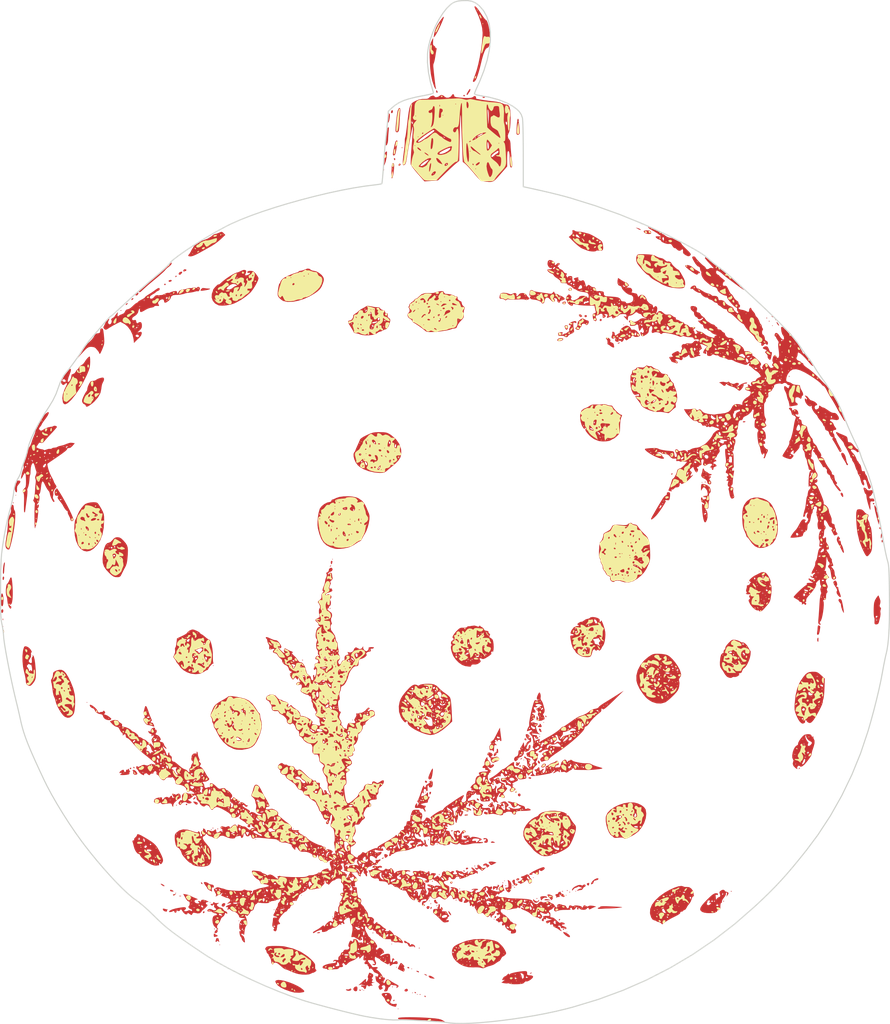
<source format=kicad_pcb>
(kicad_pcb (version 20211014) (generator pcbnew)
  (layers (0 "F.Cu" signal) (31 "B.Cu" signal) (34 "B.Paste" user) (35 "F.Paste" user) (36 "B.SilkS" user "B.Silkscreen") (37 "F.SilkS" user "F.Silkscreen") (38 "B.Mask" user) (39 "F.Mask" user) (44 "Edge.Cuts" user))
  (net 0 "")
  (footprint "demo:demo-edge" (layer "F.Cu") (at 100 100)
    (fp_text reference "G***" hide)
    (fp_text value "LOGO" hide)
    (fp_poly (pts (xy 2.381949 -45.264578) (xy 2.695909 -45.131056) (xy 2.995087 -44.911894) (xy 3.029152 -44.881721) (xy 3.426135 -44.430826) (xy 3.724783 -43.885912) (xy 3.925226 -43.25514) (xy 4.027594 -42.546666) (xy 4.032016 -41.76865) (xy 3.938624 -40.929251) (xy 3.747546 -40.036626) (xy 3.458914 -39.098934) (xy 3.072858 -38.124335) (xy 2.915863 -37.7784) (xy 2.790302 -37.501355) (xy 2.692008 -37.267148) (xy 2.634496 -37.108905) (xy 2.625139 -37.065755) (xy 2.69166 -36.99715) (xy 2.873534 -36.94151) (xy 2.96215 -36.926758) (xy 3.921554 -36.757397) (xy 4.7609 -36.532584) (xy 5.47597 -36.253656) (xy 5.995045 -35.967132) (xy 6.353124 -35.711652) (xy 6.601805 -35.475212) (xy 6.765171 -35.228698) (xy 6.867305 -34.942999) (xy 6.877639 -34.900171) (xy 6.895084 -34.752463) (xy 6.910756 -34.476688) (xy 6.924336 -34.086675) (xy 6.935504 -33.596247) (xy 6.943943 -33.019232) (xy 6.949333 -32.369456) (xy 6.951338 -31.701627) (xy 6.953072 -28.815265) (xy 7.502933 -28.696002) (xy 8.454537 -28.485855) (xy 9.286251 -28.293877) (xy 10.018202 -28.115188) (xy 10.670515 -27.944906) (xy 11.139106 -27.814171) (xy 13.348359 -27.126268) (xy 15.532934 -26.342531) (xy 17.664132 -25.474455) (xy 19.713252 -24.533537) (xy 21.134398 -23.810672) (xy 21.695142 -23.509712) (xy 22.147993 -23.258737) (xy 22.512536 -23.045408) (xy 22.808356 -22.857384) (xy 23.055039 -22.682326) (xy 23.272171 -22.507892) (xy 23.441389 -22.357147) (xy 23.704432 -22.128213) (xy 24.001988 -21.890422) (xy 24.193854 -21.749107) (xy 24.634648 -21.421155) (xy 25.129948 -21.013792) (xy 25.693693 -20.515287) (xy 26.047653 -20.188982) (xy 26.349576 -19.907944) (xy 26.709312 -19.574262) (xy 27.080122 -19.231232) (xy 27.391996 -18.943575) (xy 28.308484 -18.088709) (xy 29.120282 -17.308043) (xy 29.825827 -16.60322) (xy 30.423557 -15.975887) (xy 30.911909 -15.427686) (xy 31.28932 -14.960261) (xy 31.554229 -14.575259) (xy 31.572639 -14.544468) (xy 31.747048 -14.276408) (xy 31.965325 -13.978368) (xy 32.138702 -13.764245) (xy 32.343106 -13.502905) (xy 32.565699 -13.181094) (xy 32.760843 -12.865075) (xy 32.773974 -12.841899) (xy 32.969983 -12.516505) (xy 33.207963 -12.154676) (xy 33.439655 -11.829496) (xy 33.461552 -11.800587) (xy 33.725584 -11.438172) (xy 34.027254 -10.997933) (xy 34.335924 -10.526439) (xy 34.620959 -10.070261) (xy 34.806855 -9.755586) (xy 34.882588 -9.604059) (xy 35.000183 -9.345538) (xy 35.148864 -9.004801) (xy 35.317856 -8.60663) (xy 35.496381 -8.175804) (xy 35.535212 -8.080706) (xy 35.727146 -7.618615) (xy 35.925023 -7.158428) (xy 36.114621 -6.732088) (xy 36.281714 -6.37154) (xy 36.412078 -6.108726) (xy 36.419835 -6.094114) (xy 36.579484 -5.773045) (xy 36.725926 -5.439724) (xy 36.834174 -5.152214) (xy 36.856913 -5.078495) (xy 36.94272 -4.816385) (xy 37.067354 -4.485321) (xy 37.208242 -4.144281) (xy 37.254867 -4.038686) (xy 37.51446 -3.392579) (xy 37.763545 -2.637214) (xy 37.991871 -1.80523) (xy 38.100477 -1.346535) (xy 38.312857 -0.382895) (xy 38.494003 0.475046) (xy 38.650172 1.258447) (xy 38.787623 1.998466) (xy 38.883948 2.55419) (xy 38.963031 3.000853) (xy 39.047706 3.438967) (xy 39.13053 3.832624) (xy 39.204059 4.145914) (xy 39.244259 4.292459) (xy 39.286309 4.440075) (xy 39.320324 4.590216) (xy 39.347449 4.760488) (xy 39.368826 4.968494) (xy 39.3856 5.23184) (xy 39.398915 5.568129) (xy 39.409916 5.994966) (xy 39.419747 6.529956) (xy 39.428708 7.130447) (xy 39.437525 8.341055) (xy 39.428051 9.414218) (xy 39.400314 10.349337) (xy 39.354344 11.145811) (xy 39.290172 11.803043) (xy 39.207827 12.32043) (xy 39.160877 12.522626) (xy 39.095692 12.794201) (xy 39.015981 13.165607) (xy 38.929914 13.596604) (xy 38.845662 14.04695) (xy 38.806974 14.265626) (xy 38.666565 15.002989) (xy 38.484532 15.841965) (xy 38.268592 16.751126) (xy 38.026465 17.69904) (xy 37.765869 18.654279) (xy 37.527483 19.475699) (xy 36.872427 21.43314) (xy 36.094192 23.343828) (xy 35.199403 25.194937) (xy 34.194686 26.973641) (xy 33.086666 28.667114) (xy 32.089023 30.004183) (xy 31.458973 30.791821) (xy 30.888437 31.485976) (xy 30.356153 32.109829) (xy 29.840854 32.686561) (xy 29.321277 33.239352) (xy 28.776158 33.791383) (xy 28.184231 34.365834) (xy 27.524234 34.985885) (xy 27.489968 35.017664) (xy 25.721724 36.561833) (xy 23.879756 37.984837) (xy 21.965155 39.286085) (xy 19.979013 40.464987) (xy 17.922423 41.520951) (xy 15.796475 42.453386) (xy 13.602263 43.261701) (xy 11.340876 43.945305) (xy 10.677933 44.118807) (xy 9.805833 44.325842) (xy 8.882344 44.520435) (xy 7.924094 44.700639) (xy 6.94771 44.864506) (xy 5.96982 45.01009) (xy 5.007052 45.135444) (xy 4.076033 45.238621) (xy 3.193392 45.317673) (xy 2.375756 45.370654) (xy 1.639753 45.395616) (xy 1.002011 45.390614) (xy 0.479157 45.353699) (xy 0.319273 45.331743) (xy 0.065822 45.299381) (xy -0.296367 45.2646) (xy -0.741408 45.228864) (xy -1.243412 45.193639) (xy -1.776494 45.160387) (xy -2.314766 45.130573) (xy -2.832341 45.105661) (xy -3.303333 45.087114) (xy -3.701854 45.076398) (xy -4.002017 45.074976) (xy -4.134172 45.079876) (xy -4.567929 45.08563) (xy -5.119054 45.050737) (xy -5.769556 44.977135) (xy -6.501446 44.866765) (xy -7.094972 44.760641) (xy -7.489084 44.679094) (xy -7.992034 44.564809) (xy -8.576465 44.424863) (xy -9.215018 44.266338) (xy -9.880333 44.096312) (xy -10.545053 43.921864) (xy -11.181818 43.750076) (xy -11.763269 43.588025) (xy -12.262048 43.442793) (xy -12.629051 43.328596) (xy -13.691731 42.959775) (xy -14.797743 42.536182) (xy -15.922911 42.069155) (xy -17.043062 41.570033) (xy -18.134018 41.050156) (xy -19.171607 40.520861) (xy -20.131651 39.993488) (xy -20.989977 39.479375) (xy -21.391341 39.218857) (xy -22.126678 38.724181) (xy -22.756708 38.295426) (xy -23.295529 37.921852) (xy -23.757243 37.592716) (xy -24.15595 37.29728) (xy -24.50575 37.024801) (xy -24.820743 36.764538) (xy -25.11503 36.505752) (xy -25.402711 36.2377) (xy -25.697887 35.949642) (xy -25.746163 35.901567) (xy -26.300494 35.365625) (xy -26.791224 34.927197) (xy -27.210411 34.59321) (xy -27.388853 34.468753) (xy -27.745524 34.203893) (xy -28.170481 33.836432) (xy -28.650931 33.38022) (xy -29.174081 32.849111) (xy -29.727138 32.256956) (xy -30.297309 31.617609) (xy -30.871801 30.94492) (xy -31.43782 30.252742) (xy -31.982574 29.554927) (xy -32.225889 29.231285) (xy -32.776412 28.463782) (xy -33.335127 27.637222) (xy -33.884271 26.780588) (xy -34.406079 25.922864) (xy -34.882786 25.093035) (xy -35.29663 24.320083) (xy -35.546262 23.813852) (xy -35.952795 22.945674) (xy -36.300544 22.188774) (xy -36.595397 21.528128) (xy -36.843244 20.94871) (xy -37.049975 20.435496) (xy -37.221478 19.97346) (xy -37.363644 19.547577) (xy -37.482362 19.142822) (xy -37.583522 18.74417) (xy -37.649973 18.446928) (xy -37.744093 18.019139) (xy -37.85723 17.527541) (xy -37.972291 17.04555) (xy -38.037565 16.781902) (xy -38.159879 16.277983) (xy -38.290076 15.707792) (xy -38.424042 15.092479) (xy -38.55766 14.453192) (xy -38.686813 13.811081) (xy -38.807387 13.187293) (xy -38.915265 12.602978) (xy -39.006332 12.079285) (xy -39.076472 11.637362) (xy -39.121568 11.298358) (xy -39.135736 11.139107) (xy -39.167069 10.767554) (xy -39.217034 10.378668) (xy -39.276235 10.042425) (xy -39.292898 9.968436) (xy -39.32623 9.810017) (xy -39.352952 9.629579) (xy -39.373744 9.410397) (xy -39.389285 9.135746) (xy -39.400257 8.7889) (xy -39.407337 8.353133) (xy -39.411207 7.811722) (xy -39.412545 7.147939) (xy -39.41257 7.024023) (xy -39.408899 6.17165) (xy -39.398105 5.41182) (xy -39.380522 4.756147) (xy -39.356481 4.216242) (xy -39.326315 3.803718) (xy -39.31819 3.724861) (xy -39.222275 2.983645) (xy -39.095781 2.193294) (xy -38.947172 1.398122) (xy -38.784912 0.642438) (xy -38.617464 -0.029444) (xy -38.566095 -0.212849) (xy -38.458242 -0.618564) (xy -38.360687 -1.044523) (xy -38.284988 -1.436719) (xy -38.245751 -1.709858) (xy -38.190413 -2.113117) (xy -38.10765 -2.437008) (xy -37.976453 -2.743918) (xy -37.78272 -3.08494) (xy -37.66225 -3.330642) (xy -37.576595 -3.591212) (xy -37.564231 -3.652538) (xy -37.514862 -3.859627) (xy -37.427587 -4.140179) (xy -37.320301 -4.437191) (xy -37.308184 -4.468072) (xy -37.186275 -4.814519) (xy -37.073254 -5.200679) (xy -36.997964 -5.52233) (xy -36.871147 -5.993) (xy -36.657871 -6.550595) (xy -36.367143 -7.177054) (xy -36.00797 -7.854314) (xy -35.589357 -8.564317) (xy -35.120312 -9.288999) (xy -35.117904 -9.292557) (xy -34.772866 -9.86028) (xy -34.490129 -10.4424) (xy -34.30117 -10.965441) (xy -34.084671 -11.559251) (xy -33.806909 -12.066109) (xy -33.604767 -12.330061) (xy -33.405061 -12.570173) (xy -33.159001 -12.887519) (xy -32.891335 -13.247881) (xy -32.626809 -13.617042) (xy -32.390173 -13.960782) (xy -32.206174 -14.244886) (xy -32.143765 -14.350118) (xy -32.01474 -14.548907) (xy -31.81636 -14.81896) (xy -31.574551 -15.126392) (xy -31.315238 -15.437314) (xy -31.286834 -15.470186) (xy -30.996951 -15.805578) (xy -30.689239 -16.16358) (xy -30.40129 -16.500352) (xy -30.179285 -16.761871) (xy -29.979353 -16.992427) (xy -29.810502 -17.175418) (xy -29.694733 -17.287656) (xy -29.657584 -17.311731) (xy -29.58754 -17.357915) (xy -29.435832 -17.484481) (xy -29.223073 -17.673451) (xy -28.969876 -17.906846) (xy -28.901241 -17.971383) (xy -27.530251 -19.235781) (xy -26.174835 -20.423696) (xy -25.585151 -20.921434) (xy -25.246621 -21.21004) (xy -24.938547 -21.483932) (xy -24.680888 -21.724477) (xy -24.493604 -21.913039) (xy -24.396656 -22.030985) (xy -24.396629 -22.031031) (xy -24.26616 -22.183055) (xy -24.026441 -22.392895) (xy -23.692924 -22.650652) (xy -23.281059 -22.94643) (xy -22.806297 -23.27033) (xy -22.284091 -23.612454) (xy -21.72989 -23.962905) (xy -21.159146 -24.311785) (xy -20.58731 -24.649196) (xy -20.029833 -24.965241) (xy -19.502166 -25.25002) (xy -19.019761 -25.493637) (xy -18.908101 -25.546922) (xy -18.103214 -25.900102) (xy -17.17888 -26.260872) (xy -16.156901 -26.623288) (xy -15.059082 -26.981403) (xy -13.907227 -27.329273) (xy -12.723141 -27.660953) (xy -11.528627 -27.970498) (xy -10.34549 -28.251962) (xy -9.195533 -28.499401) (xy -8.100562 -28.706869) (xy -7.082379 -28.868421) (xy -6.42095 -28.95167) (xy -6.1022 -28.989959) (xy -5.83754 -29.027976) (xy -5.657674 -29.060911) (xy -5.594625 -29.081086) (xy -5.577338 -29.161184) (xy -5.553061 -29.363125) (xy -5.52361 -29.667126) (xy -5.4908 -30.053406) (xy -5.456447 -30.50218) (xy -5.431082 -30.863128) (xy -5.392698 -31.400689) (xy -5.350501 -31.941463) (xy -5.307287 -32.452984) (xy -5.265849 -32.902789) (xy -5.228982 -33.258412) (xy -5.214276 -33.381843) (xy -5.165581 -33.795479) (xy -5.118375 -34.248244) (xy -5.08 -34.667727) (xy -5.066849 -34.836312) (xy -5.018565 -35.510335) (xy -4.690986 -35.815363) (xy -4.38299 -36.070117) (xy -4.043555 -36.281716) (xy -3.648777 -36.4599) (xy -3.174751 -36.614406) (xy -2.59757 -36.754974) (xy -2.17724 -36.839433) (xy -1.743874 -36.92233) (xy -1.43161 -36.985975) (xy -1.221916 -37.036367) (xy -1.09626 -37.079507) (xy -1.036109 -37.121395) (xy -1.022932 -37.16803) (xy -1.032804 -37.209963) (xy -1.290327 -38.107585) (xy -1.462168 -38.990607) (xy -1.545835 -39.835556) (xy -1.538836 -40.618958) (xy -1.458785 -41.223674) (xy -1.299858 -41.851015) (xy -1.080432 -42.484205) (xy -0.812785 -43.101124) (xy -0.509193 -43.679653) (xy -0.181933 -44.197672) (xy 0.156719 -44.633061) (xy 0.494487 -44.963699) (xy 0.695201 -45.10471) (xy 0.927675 -45.217193) (xy 1.184758 -45.284127) (xy 1.522538 -45.319692) (xy 1.552607 -45.321486) (xy 2.013938 -45.324156)) (layer "Edge.Cuts") (width 0.1) (fill none))
  )
  (footprint "demo:demo-silk-negative" (layer "F.Cu") (at 100 100)
    (fp_text reference "G***" hide)
    (fp_text value "LOGO" hide)
  )
  (footprint "demo:demo-copper-negative" (layer "F.Cu") (at 100 100)
    (fp_text reference "G***" hide)
    (fp_text value "LOGO" hide)
    (fp_poly (pts (xy -15.112291 35.297486) (xy -15.147766 35.332961) (xy -15.183241 35.297486) (xy -15.147766 35.262012)) (layer "F.Cu") (width 0) (fill solid))
    (fp_poly (pts (xy 0.639704 32.814962) (xy 0.677463 32.896669) (xy 0.624076 32.976104) (xy 0.567597 32.991621) (xy 0.475083 32.940539) (xy 0.464203 32.925573) (xy 0.468811 32.841466) (xy 0.554107 32.796532)) (layer "F.Cu") (width 0) (fill solid))
    (fp_poly (pts (xy 29.089385 -16.49581) (xy 29.05391 -16.460335) (xy 29.018435 -16.49581) (xy 29.05391 -16.531284)) (layer "F.Cu") (width 0) (fill solid))
    (fp_poly (pts (xy -1.692621 41.046438) (xy -1.631844 41.079889) (xy -1.575054 41.136107) (xy -1.596369 41.148666) (xy -1.712966 41.113339) (xy -1.773743 41.079889) (xy -1.830533 41.02367) (xy -1.809218 41.011112)) (layer "F.Cu") (width 0) (fill solid))
    (fp_poly (pts (xy 28.781936 -16.933333) (xy 28.790428 -16.849132) (xy 28.781936 -16.838733) (xy 28.739757 -16.848473) (xy 28.734637 -16.886033) (xy 28.760596 -16.944433)) (layer "F.Cu") (width 0) (fill solid))
    (fp_poly (pts (xy 4.363407 31.063163) (xy 4.576257 31.123163) (xy 4.349193 31.24147) (xy 4.184168 31.325869) (xy 4.09459 31.347284) (xy 4.027281 31.302663) (xy 3.955001 31.218847) (xy 3.927977 31.182403) (xy 4.115083 31.182403) (xy 4.150558 31.217878) (xy 4.186033 31.182403) (xy 4.150558 31.146928) (xy 4.115083 31.182403) (xy 3.927977 31.182403) (xy 3.876896 31.113517) (xy 3.905178 31.06525) (xy 3.992446 31.040539) (xy 4.17691 31.032444)) (layer "F.Cu") (width 0) (fill solid))
    (fp_poly (pts (xy 6.527297 -34.820917) (xy 6.527912 -34.818575) (xy 6.535685 -34.745008) (xy 6.555918 -34.564503) (xy 6.584784 -34.311085) (xy 6.595957 -34.213734) (xy 6.622661 -33.929341) (xy 6.633998 -33.692163) (xy 6.628354 -33.542978) (xy 6.623302 -33.521974) (xy 6.536802 -33.43369) (xy 6.42136 -33.424253) (xy 6.36444 -33.47053) (xy 6.349692 -33.570569) (xy 6.348833 -33.764041) (xy 6.359118 -34.013701) (xy 6.377803 -34.282307) (xy 6.402143 -34.532615) (xy 6.429392 -34.72738) (xy 6.456806 -34.829358) (xy 6.465103 -34.836312)) (layer "F.Cu") (width 0) (fill solid))
    (fp_poly (pts (xy -27.426251 22.999701) (xy -27.400669 23.026441) (xy -27.301832 23.163691) (xy -27.277429 23.265261) (xy -27.280694 23.27236) (xy -27.389271 23.336256) (xy -27.534867 23.32662) (xy -27.638354 23.250635) (xy -27.64343 23.239432) (xy -27.652713 23.103209) (xy -27.637016 23.062057) (xy -27.647469 22.994909) (xy -27.683942 22.986624) (xy -27.730277 22.967215) (xy -27.670391 22.918078) (xy -27.560475 22.902075)) (layer "F.Cu") (width 0) (fill solid))
    (fp_poly (pts (xy -22.936122 -21.463242) (xy -22.935926 -21.388277) (xy -23.028988 -21.327981) (xy -23.154938 -21.289686) (xy -23.19687 -21.326466) (xy -23.200559 -21.39134) (xy -23.141409 -21.478012) (xy -23.05866 -21.497765)) (layer "F.Cu") (width 0) (fill solid))
    (fp_poly (pts (xy 10.905548 -16.480064) (xy 10.91747 -16.332512) (xy 10.883191 -16.217814) (xy 10.811615 -16.115389) (xy 10.728853 -16.153845) (xy 10.658593 -16.275882) (xy 10.61345 -16.438076) (xy 10.676426 -16.516374) (xy 10.796182 -16.531284)) (layer "F.Cu") (width 0) (fill solid))
    (fp_poly (pts (xy 6.657819 25.008936) (xy 6.677281 25.02488) (xy 6.717005 25.13676) (xy 6.665256 25.235657) (xy 6.598324 25.258101) (xy 6.507328 25.206419) (xy 6.488078 25.180969) (xy 6.47979 25.072766) (xy 6.554856 25.000171)) (layer "F.Cu") (width 0) (fill solid))
    (fp_poly (pts (xy -20.102421 28.11974) (xy -20.11216 28.161919) (xy -20.149721 28.16704) (xy -20.208121 28.14108) (xy -20.197021 28.11974) (xy -20.11282 28.111248)) (layer "F.Cu") (width 0) (fill solid))
    (fp_poly (pts (xy -17.686334 -21.423894) (xy -17.618608 -21.321804) (xy -17.657911 -21.148666) (xy -17.693318 -21.085084) (xy -17.72502 -20.977033) (xy -17.645827 -20.946009) (xy -17.466418 -20.995863) (xy -17.456808 -20.999801) (xy -17.329369 -21.077834) (xy -17.281673 -21.152392) (xy -17.321192 -21.188979) (xy -17.420429 -21.167802) (xy -17.50953 -21.181691) (xy -17.524581 -21.24185) (xy -17.48378 -21.320861) (xy -17.342977 -21.353323) (xy -17.252657 -21.355865) (xy -17.068981 -21.337719) (xy -16.928107 -21.2627) (xy -16.775217 -21.099943) (xy -16.756009 -21.076227) (xy -16.625616 -20.894672) (xy -16.544529 -20.744621) (xy -16.531285 -20.693285) (xy -16.57176 -20.527353) (xy -16.6788 -20.28776) (xy -16.830829 -20.012053) (xy -17.00627 -19.737774) (xy -17.183548 -19.50247) (xy -17.270782 -19.40649) (xy -17.641131 -19.086919) (xy -18.084671 -18.781275) (xy -18.538168 -18.531131) (xy -18.72968 -18.447339) (xy -19.04053 -18.353252) (xy -19.391595 -18.290465) (xy -19.731869 -18.264495) (xy -20.01035 -18.280861) (xy -20.091561 -18.300027) (xy -20.38402 -18.458397) (xy -20.589228 -18.699888) (xy -20.691316 -18.992574) (xy -20.674415 -19.304526) (xy -20.640647 -19.404748) (xy -20.582196 -19.564805) (xy -20.561209 -19.661285) (xy -20.561518 -19.663477) (xy -20.522131 -19.736964) (xy -20.483335 -19.78514) (xy -19.362163 -19.78514) (xy -19.316338 -19.717575) (xy -19.280587 -19.70077) (xy -19.092775 -19.695926) (xy -18.88337 -19.797043) (xy -18.794672 -19.872926) (xy -18.655543 -19.975009) (xy -18.553352 -20.007821) (xy -18.453728 -20.034106) (xy -18.464759 -20.093838) (xy -18.569526 -20.158336) (xy -18.657714 -20.184742) (xy -18.833325 -20.192642) (xy -19.008105 -20.118073) (xy -19.118887 -20.040059) (xy -19.298977 -19.887114) (xy -19.362163 -19.78514) (xy -20.483335 -19.78514) (xy -20.411583 -19.87424) (xy -20.324651 -19.970065) (xy -20.187063 -20.10222) (xy -20.097829 -20.161575) (xy -20.078771 -20.151117) (xy -20.037678 -20.140288) (xy -19.936969 -20.218201) (xy -19.919134 -20.236097) (xy -19.710954 -20.425427) (xy -19.44608 -20.630507) (xy -19.416455 -20.650988) (xy -18.500482 -20.650988) (xy -18.490777 -20.646368) (xy -18.426029 -20.696315) (xy -18.411453 -20.717318) (xy -18.393373 -20.783648) (xy -18.403078 -20.788268) (xy -18.467826 -20.738321) (xy -18.482403 -20.717318) (xy -18.500482 -20.650988) (xy -19.416455 -20.650988) (xy -19.155546 -20.831365) (xy -18.870385 -21.008028) (xy -18.621631 -21.140525) (xy -18.440316 -21.208883) (xy -18.39968 -21.213966) (xy -18.303989 -21.245024) (xy -18.137005 -21.322957) (xy -18.067132 -21.359358) (xy -17.842153 -21.441043)) (layer "F.Cu") (width 0) (fill solid))
    (fp_poly (pts (xy 8.374838 22.138368) (xy 8.438367 22.284948) (xy 8.392618 22.347277) (xy 8.36984 22.349162) (xy 8.283937 22.292337) (xy 8.25465 22.239678) (xy 8.242251 22.117669) (xy 8.295365 22.073973)) (layer "F.Cu") (width 0) (fill solid))
    (fp_poly (pts (xy -38.26555 -0.827746) (xy -38.257058 -0.743546) (xy -38.26555 -0.733147) (xy -38.307729 -0.742886) (xy -38.31285 -0.780446) (xy -38.28689 -0.838846)) (layer "F.Cu") (width 0) (fill solid))
    (fp_poly (pts (xy 2.934099 25.462498) (xy 2.944413 25.47095) (xy 3.03259 25.555965) (xy 3.050838 25.586062) (xy 2.992895 25.60989) (xy 2.944413 25.61285) (xy 2.8524 25.555401) (xy 2.837988 25.497738) (xy 2.856649 25.42245)) (layer "F.Cu") (width 0) (fill solid))
    (fp_poly (pts (xy -28.026226 22.857635) (xy -27.979017 22.980043) (xy -27.936453 23.011671) (xy -27.886786 23.044012) (xy -27.934226 23.053058) (xy -27.988595 23.109513) (xy -27.980077 23.164486) (xy -27.993091 23.271433) (xy -28.035516 23.30079) (xy -28.201644 23.336366) (xy -28.408181 23.359008) (xy -28.608563 23.366723) (xy -28.756227 23.357519) (xy -28.805587 23.333743) (xy -28.751343 23.273263) (xy -28.734637 23.271509) (xy -28.665733 23.219147) (xy -28.663688 23.202786) (xy -28.716385 23.165514) (xy -28.779793 23.178617) (xy -28.865271 23.185948) (xy -28.865709 23.127606) (xy -28.797802 23.036844) (xy -28.678241 22.946914) (xy -28.658085 22.936159) (xy -28.531505 22.886165) (xy -28.478219 22.926246) (xy -28.463105 22.99346) (xy -28.406376 23.095705) (xy -28.326502 23.092242) (xy -28.282526 22.993034) (xy -28.283191 22.9631) (xy -28.258635 22.885877) (xy -28.222046 22.891139) (xy -28.129664 22.880071) (xy -28.089244 22.837163) (xy -28.03897 22.782619)) (layer "F.Cu") (width 0) (fill solid))
    (fp_poly (pts (xy 12.440573 33.083636) (xy 12.48715 33.168995) (xy 12.434609 33.263153) (xy 12.389001 33.275419) (xy 12.293702 33.334863) (xy 12.253744 33.417319) (xy 12.160835 33.536526) (xy 12.073897 33.559218) (xy 11.883039 33.584395) (xy 11.801193 33.608461) (xy 11.713512 33.635922) (xy 11.732937 33.596899) (xy 11.790323 33.537511) (xy 11.954142 33.440343) (xy 12.074122 33.416882) (xy 12.173125 33.410712) (xy 12.160661 33.380369) (xy 12.028726 33.306892) (xy 12.027397 33.306199) (xy 11.8618 33.243487) (xy 11.790898 33.271161) (xy 11.708549 33.334567) (xy 11.633864 33.346369) (xy 11.496559 33.400555) (xy 11.391453 33.504055) (xy 11.311977 33.608814) (xy 11.284161 33.599501) (xy 11.281005 33.520805) (xy 11.342486 33.401946) (xy 11.496366 33.279031) (xy 11.696805 33.174348) (xy 11.89796 33.110186) (xy 12.053989 33.108831) (xy 12.089778 33.127586) (xy 12.195926 33.171057) (xy 12.236697 33.136965) (xy 12.334353 33.067984)) (layer "F.Cu") (width 0) (fill solid))
    (fp_poly (pts (xy 6.078026 33.15717) (xy 6.068286 33.199349) (xy 6.030726 33.20447) (xy 5.972326 33.17851) (xy 5.983426 33.15717) (xy 6.067627 33.148679)) (layer "F.Cu") (width 0) (fill solid))
    (fp_poly (pts (xy -4.115084 44.095252) (xy -4.150559 44.130727) (xy -4.186034 44.095252) (xy -4.150559 44.059777)) (layer "F.Cu") (width 0) (fill solid))
    (fp_poly (pts (xy -24.250827 -20.531305) (xy -24.230806 -20.46541) (xy -24.274967 -20.425737) (xy -24.416484 -20.366951) (xy -24.503911 -20.418898) (xy -24.508534 -20.426085) (xy -24.492514 -20.495786) (xy -24.396103 -20.543616) (xy -24.28077 -20.544475)) (layer "F.Cu") (width 0) (fill solid))
    (fp_poly (pts (xy 10.215946 36.168301) (xy 10.216759 36.184358) (xy 10.162217 36.252581) (xy 10.141622 36.255308) (xy 10.099249 36.211841) (xy 10.110335 36.184358) (xy 10.174091 36.116673) (xy 10.185472 36.113408)) (layer "F.Cu") (width 0) (fill solid))
    (fp_poly (pts (xy -7.520671 42.392459) (xy -7.452986 42.456214) (xy -7.449721 42.467596) (xy -7.504614 42.49807) (xy -7.520671 42.498883) (xy -7.588894 42.44434) (xy -7.59162 42.423746) (xy -7.548154 42.381372)) (layer "F.Cu") (width 0) (fill solid))
    (fp_poly (pts (xy -23.85882 33.771502) (xy -23.862959 33.842292) (xy -23.907147 33.960183) (xy -23.993932 34.039803) (xy -24.080161 34.057873) (xy -24.122681 33.991112) (xy -24.122905 33.982528) (xy -24.071883 33.929649) (xy -24.020901 33.937928) (xy -23.925294 33.914857) (xy -23.885117 33.821357) (xy -23.862127 33.728986)) (layer "F.Cu") (width 0) (fill solid))
    (fp_poly (pts (xy 8.492457 19.287239) (xy 8.538352 19.383913) (xy 8.564892 19.526904) (xy 8.530706 19.557031) (xy 8.471261 19.525053) (xy 8.380976 19.424289) (xy 8.344076 19.308871) (xy 8.373471 19.233879) (xy 8.401493 19.227375)) (layer "F.Cu") (width 0) (fill solid))
    (fp_poly (pts (xy -3.439373 38.127029) (xy -3.305804 38.21936) (xy -3.223145 38.2419) (xy -3.133505 38.298804) (xy -3.121788 38.348324) (xy -3.081263 38.442707) (xy -3.046651 38.454749) (xy -3.000852 38.414227) (xy -3.009029 38.394049) (xy -2.980415 38.359813) (xy -2.876084 38.365934) (xy -2.736117 38.431959) (xy -2.648577 38.539645) (xy -2.648922 38.641935) (xy -2.658945 38.654103) (xy -2.693052 38.636184) (xy -2.69609 38.605258) (xy -2.748688 38.552139) (xy -2.915349 38.560649) (xy -2.943251 38.565637) (xy -3.114716 38.584539) (xy -3.205388 38.538047) (xy -3.263511 38.41974) (xy -3.352555 38.279625) (xy -3.444734 38.268966) (xy -3.559486 38.251656) (xy -3.594412 38.202169) (xy -3.609444 38.077567) (xy -3.541617 38.055276)) (layer "F.Cu") (width 0) (fill solid))
    (fp_poly (pts (xy 18.969267 12.605372) (xy 19.266783 12.624533) (xy 19.545133 12.66699) (xy 19.73163 12.71926) (xy 19.948113 12.858547) (xy 20.193883 13.092171) (xy 20.440446 13.384864) (xy 20.659304 13.701362) (xy 20.821963 14.0064) (xy 20.867396 14.124843) (xy 20.934762 14.344283) (xy 20.954555 14.480377) (xy 20.925269 14.583992) (xy 20.850384 14.698999) (xy 20.758479 14.874213) (xy 20.773106 15.012459) (xy 20.778626 15.023325) (xy 20.811417 15.197093) (xy 20.78742 15.46792) (xy 20.781091 15.503367) (xy 20.734451 15.690101) (xy 20.657692 15.85345) (xy 20.527713 16.028914) (xy 20.321416 16.251991) (xy 20.240347 16.334356) (xy 20.004816 16.558968) (xy 19.777853 16.753621) (xy 19.595631 16.888092) (xy 19.538897 16.920431) (xy 19.172637 17.020665) (xy 18.773406 17.006017) (xy 18.386824 16.879752) (xy 18.298312 16.831612) (xy 18.088791 16.701201) (xy 17.932711 16.581946) (xy 17.78874 16.435667) (xy 17.653998 16.271136) (xy 19.534823 16.271136) (xy 19.544562 16.313316) (xy 19.582123 16.318436) (xy 19.640522 16.292477) (xy 19.629422 16.271136) (xy 19.545222 16.262645) (xy 19.534823 16.271136) (xy 17.653998 16.271136) (xy 17.615549 16.224186) (xy 17.550739 16.141062) (xy 17.361161 15.857263) (xy 19.085474 15.857263) (xy 19.120949 15.892738) (xy 19.156424 15.857263) (xy 19.120949 15.821788) (xy 19.085474 15.857263) (xy 17.361161 15.857263) (xy 17.266682 15.715828) (xy 17.231302 15.640227) (xy 18.588826 15.640227) (xy 18.625869 15.737301) (xy 18.659776 15.750838) (xy 20.14972 15.750838) (xy 20.203711 15.819726) (xy 20.22067 15.821788) (xy 20.289558 15.767797) (xy 20.29162 15.750838) (xy 20.237629 15.68195) (xy 20.22067 15.679889) (xy 20.151782 15.73388) (xy 20.14972 15.750838) (xy 18.659776 15.750838) (xy 18.728695 15.699916) (xy 18.730726 15.684076) (xy 18.679153 15.587986) (xy 18.659776 15.573464) (xy 18.599036 15.589548) (xy 18.588826 15.640227) (xy 17.231302 15.640227) (xy 17.161321 15.490689) (xy 18.328677 15.490689) (xy 18.338417 15.532869) (xy 18.375977 15.537989) (xy 18.434377 15.51203) (xy 18.423277 15.490689) (xy 18.339076 15.482198) (xy 18.328677 15.490689) (xy 17.161321 15.490689) (xy 17.125909 15.41502) (xy 19.586697 15.41502) (xy 19.643172 15.437659) (xy 19.67081 15.444997) (xy 19.776117 15.509121) (xy 19.794972 15.555017) (xy 19.822547 15.600012) (xy 19.837551 15.590009) (xy 19.846961 15.50076) (xy 19.833364 15.47176) (xy 19.730092 15.409742) (xy 19.666622 15.40432) (xy 19.586697 15.41502) (xy 17.125909 15.41502) (xy 17.06926 15.29397) (xy 17.006838 15.06163) (xy 18.570979 15.06163) (xy 18.613585 15.118248) (xy 18.680917 15.061251) (xy 18.682186 15.059079) (xy 18.683212 15.029434) (xy 19.803246 15.029434) (xy 19.813663 15.091479) (xy 19.865921 15.076816) (xy 19.927655 14.975563) (xy 19.935785 14.912992) (xy 19.924303 14.83359) (xy 19.875254 14.885164) (xy 19.865921 14.899442) (xy 19.803246 15.029434) (xy 18.683212 15.029434) (xy 18.685748 14.95614) (xy 18.662181 14.86595) (xy 18.66125 14.863967) (xy 18.917918 14.863967) (xy 18.928819 14.955499) (xy 18.981277 14.970392) (xy 19.073397 14.913549) (xy 19.085474 14.863967) (xy 19.051196 14.769491) (xy 19.022116 14.757542) (xy 18.944554 14.814005) (xy 18.917918 14.863967) (xy 18.66125 14.863967) (xy 18.623161 14.782872) (xy 18.5955 14.821618) (xy 18.574473 14.919162) (xy 18.570979 15.06163) (xy 17.006838 15.06163) (xy 16.991856 15.005866) (xy 17.80838 15.005866) (xy 17.843854 15.041341) (xy 17.879329 15.005866) (xy 17.843854 14.970392) (xy 17.80838 15.005866) (xy 16.991856 15.005866) (xy 16.987026 14.987889) (xy 16.98462 14.686593) (xy 18.163128 14.686593) (xy 18.189088 14.744992) (xy 18.210428 14.733892) (xy 18.218919 14.649692) (xy 18.210428 14.639293) (xy 18.168248 14.649032) (xy 18.163128 14.686593) (xy 16.98462 14.686593) (xy 16.983487 14.544693) (xy 17.879329 14.544693) (xy 17.93332 14.613581) (xy 17.950279 14.615643) (xy 18.019167 14.561652) (xy 18.021229 14.544693) (xy 17.967238 14.475805) (xy 17.950279 14.473743) (xy 18.97905 14.473743) (xy 18.984675 14.539122) (xy 19.010338 14.544693) (xy 19.065976 14.505031) (xy 20.007821 14.505031) (xy 20.031203 14.607541) (xy 20.092638 14.576812) (xy 20.111216 14.549596) (xy 20.102318 14.458473) (xy 20.079928 14.438984) (xy 20.018227 14.454399) (xy 20.007821 14.505031) (xy 19.065976 14.505031) (xy 19.082587 14.49319) (xy 19.085474 14.473743) (xy 19.061268 14.404638) (xy 19.054187 14.402794) (xy 18.993612 14.452511) (xy 18.97905 14.473743) (xy 17.950279 14.473743) (xy 17.881391 14.527734) (xy 17.879329 14.544693) (xy 16.983487 14.544693) (xy 16.983423 14.536731) (xy 17.041416 14.312903) (xy 19.535262 14.312903) (xy 19.536794 14.3159) (xy 19.623659 14.365305) (xy 19.762511 14.384974) (xy 19.888381 14.372448) (xy 19.936871 14.331049) (xy 19.875121 14.282158) (xy 19.725936 14.260922) (xy 19.719835 14.260894) (xy 19.579904 14.276071) (xy 19.535262 14.312903) (xy 17.041416 14.312903) (xy 17.103521 14.073207) (xy 17.116424 14.048045) (xy 20.539944 14.048045) (xy 20.556028 14.108785) (xy 20.606706 14.118995) (xy 20.703781 14.081952) (xy 20.717318 14.048045) (xy 20.666395 13.979126) (xy 20.650556 13.977095) (xy 20.554466 14.028669) (xy 20.539944 14.048045) (xy 17.116424 14.048045) (xy 17.227716 13.831009) (xy 19.014525 13.831009) (xy 19.066028 13.903258) (xy 19.085474 13.906146) (xy 20.14972 13.906146) (xy 20.203711 13.975034) (xy 20.22067 13.977095) (xy 20.289558 13.923104) (xy 20.29162 13.906146) (xy 20.237629 13.837258) (xy 20.22067 13.835196) (xy 20.151782 13.889187) (xy 20.14972 13.906146) (xy 19.085474 13.906146) (xy 19.15458 13.881939) (xy 19.156424 13.874858) (xy 19.106707 13.814283) (xy 19.091579 13.803908) (xy 19.582123 13.803908) (xy 19.616518 13.877345) (xy 19.653072 13.870671) (xy 19.721316 13.779965) (xy 19.724022 13.760059) (xy 19.669906 13.695207) (xy 19.653072 13.693297) (xy 19.590806 13.751047) (xy 19.582123 13.803908) (xy 19.091579 13.803908) (xy 19.085474 13.799721) (xy 19.020095 13.805346) (xy 19.014525 13.831009) (xy 17.227716 13.831009) (xy 17.298926 13.692139) (xy 17.77362 13.692139) (xy 17.789035 13.75384) (xy 17.839667 13.764246) (xy 17.936969 13.747793) (xy 17.950279 13.732959) (xy 17.898289 13.666733) (xy 17.80474 13.665257) (xy 17.77362 13.692139) (xy 17.298926 13.692139) (xy 17.334341 13.623074) (xy 17.363283 13.586872) (xy 18.305028 13.586872) (xy 18.340502 13.622347) (xy 18.375977 13.586872) (xy 19.014525 13.586872) (xy 19.05 13.622347) (xy 20.078771 13.622347) (xy 20.102978 13.691452) (xy 20.110058 13.693297) (xy 20.170633 13.64358) (xy 20.185195 13.622347) (xy 20.17957 13.556968) (xy 20.153908 13.551397) (xy 20.081658 13.6029) (xy 20.078771 13.622347) (xy 19.05 13.622347) (xy 19.085474 13.586872) (xy 19.05 13.551397) (xy 19.014525 13.586872) (xy 18.375977 13.586872) (xy 18.340502 13.551397) (xy 18.305028 13.586872) (xy 17.363283 13.586872) (xy 17.429457 13.504097) (xy 18.115828 13.504097) (xy 18.125568 13.546277) (xy 18.163128 13.551397) (xy 18.221528 13.525438) (xy 18.210428 13.504097) (xy 18.126227 13.495606) (xy 18.115828 13.504097) (xy 17.429457 13.504097) (xy 17.662901 13.212089) (xy 17.806398 13.090224) (xy 19.794972 13.090224) (xy 19.830447 13.125699) (xy 19.865921 13.090224) (xy 19.830447 13.054749) (xy 19.794972 13.090224) (xy 17.806398 13.090224) (xy 18.04598 12.886758) (xy 18.273643 12.734662) (xy 18.447014 12.648834) (xy 18.625017 12.611317) (xy 18.866577 12.604152)) (layer "F.Cu") (width 0) (fill solid))
    (fp_poly (pts (xy 33.12772 11.231501) (xy 33.131362 11.334218) (xy 33.122312 11.514828) (xy 33.090538 11.555566) (xy 33.03613 11.45632) (xy 33.034572 11.452283) (xy 33.030956 11.298957) (xy 33.060299 11.221696) (xy 33.107126 11.167693)) (layer "F.Cu") (width 0) (fill solid))
    (fp_poly (pts (xy 34.810466 -7.034622) (xy 34.85405 -7.011295) (xy 34.987184 -6.941566) (xy 35.049162 -6.915049) (xy 35.139848 -6.881858) (xy 35.302865 -6.813725) (xy 35.48161 -6.734961) (xy 35.616759 -6.671258) (xy 35.694154 -6.56504) (xy 35.72858 -6.379087) (xy 35.728623 -6.377301) (xy 35.746746 -6.214026) (xy 35.808382 -6.154372) (xy 35.886833 -6.153798) (xy 36.02115 -6.118777) (xy 36.177271 -5.975048) (xy 36.271617 -5.855029) (xy 36.414398 -5.679825) (xy 36.535315 -5.564084) (xy 36.588131 -5.536845) (xy 36.702729 -5.480754) (xy 36.725332 -5.366247) (xy 36.684237 -5.297309) (xy 36.59574 -5.259051) (xy 36.51221 -5.334262) (xy 36.386188 -5.438224) (xy 36.221637 -5.501851) (xy 36.07507 -5.509614) (xy 36.012241 -5.471636) (xy 36.031276 -5.383153) (xy 36.134204 -5.2514) (xy 36.182783 -5.205026) (xy 36.349437 -5.004548) (xy 36.471172 -4.768942) (xy 36.480295 -4.741094) (xy 36.544976 -4.570092) (xy 36.606675 -4.476085) (xy 36.621286 -4.469832) (xy 36.677972 -4.414355) (xy 36.681005 -4.388966) (xy 36.732411 -4.283269) (xy 36.792136 -4.22684) (xy 36.870814 -4.108927) (xy 36.931899 -3.913483) (xy 36.943611 -3.844791) (xy 36.97878 -3.657154) (xy 37.029763 -3.581045) (xy 37.116279 -3.586) (xy 37.222571 -3.585441) (xy 37.248603 -3.490004) (xy 37.296473 -3.332246) (xy 37.347606 -3.269846) (xy 37.429816 -3.145211) (xy 37.489311 -2.960043) (xy 37.489635 -2.958329) (xy 37.552844 -2.743368) (xy 37.654293 -2.503933) (xy 37.677924 -2.45795) (xy 37.765114 -2.266256) (xy 37.772947 -2.145475) (xy 37.740056 -2.086757) (xy 37.651757 -2.004012) (xy 37.585376 -2.01907) (xy 37.523569 -2.14718) (xy 37.470613 -2.323603) (xy 37.410747 -2.539327) (xy 37.364212 -2.703915) (xy 37.350926 -2.749301) (xy 37.27972 -2.821511) (xy 37.175233 -2.83327) (xy 37.109046 -2.780745) (xy 37.106704 -2.762374) (xy 37.137798 -2.640176) (xy 37.172703 -2.56344) (xy 37.201424 -2.416769) (xy 37.18047 -2.345897) (xy 37.110677 -2.318988) (xy 37.025409 -2.404025) (xy 36.940857 -2.574634) (xy 36.873214 -2.80444) (xy 36.861215 -2.865921) (xy 36.804574 -3.071566) (xy 36.727017 -3.225261) (xy 36.711352 -3.243475) (xy 36.62524 -3.392593) (xy 36.610056 -3.477416) (xy 36.581146 -3.607816) (xy 36.548838 -3.647895) (xy 36.494629 -3.733794) (xy 36.427826 -3.907681) (xy 36.398096 -4.005483) (xy 36.32397 -4.215419) (xy 36.241725 -4.370964) (xy 36.210989 -4.406221) (xy 36.126561 -4.542913) (xy 36.113407 -4.620419) (xy 36.081971 -4.730907) (xy 36.042458 -4.753631) (xy 35.974187 -4.808136) (xy 35.971508 -4.828473) (xy 35.93857 -4.951758) (xy 35.853837 -5.152608) (xy 35.738436 -5.386857) (xy 35.613491 -5.610338) (xy 35.549177 -5.711452) (xy 35.452512 -5.876087) (xy 35.405288 -5.999816) (xy 35.404378 -6.010486) (xy 35.359987 -6.120907) (xy 35.257798 -6.25881) (xy 34.977859 -6.578784) (xy 34.795948 -6.809455) (xy 34.706384 -6.958369) (xy 34.694413 -7.006855) (xy 34.717601 -7.063283)) (layer "F.Cu") (width 0) (fill solid))
    (fp_poly (pts (xy -1.041168 -41.939016) (xy -1.04646 -41.779039) (xy -1.053102 -41.68346) (xy -1.056172 -41.467744) (xy -1.015423 -41.354701) (xy -0.964926 -41.321121) (xy -0.866234 -41.23099) (xy -0.851397 -41.174534) (xy -0.813655 -41.108058) (xy -0.777604 -41.11712) (xy -0.731832 -41.101422) (xy -0.741584 -40.997145) (xy -0.771357 -40.843649) (xy -0.812557 -40.602888) (xy -0.85461 -40.337659) (xy -0.900039 -40.080918) (xy -0.947562 -39.877775) (xy -0.987083 -39.771201) (xy -0.987948 -39.770061) (xy -1.024546 -39.65104) (xy -1.028858 -39.483519) (xy -1.002345 -39.186427) (xy -0.967841 -38.843867) (xy -0.929083 -38.488112) (xy -0.889808 -38.151434) (xy -0.853753 -37.866106) (xy -0.824654 -37.664399) (xy -0.809109 -37.585614) (xy -0.787233 -37.473189) (xy -0.816498 -37.469883) (xy -0.880236 -37.560162) (xy -0.961369 -37.727514) (xy -1.125602 -38.214636) (xy -1.244366 -38.792861) (xy -1.319635 -39.476104) (xy -1.353385 -40.278278) (xy -1.355593 -40.505492) (xy -1.352413 -40.895834) (xy -1.336321 -41.181047) (xy -1.302861 -41.39765) (xy -1.247576 -41.582162) (xy -1.214059 -41.665223) (xy -1.128799 -41.855226) (xy -1.066966 -41.977445) (xy -1.048519 -42.002234)) (layer "F.Cu") (width 0) (fill solid))
    (fp_poly (pts (xy -3.171785 40.421965) (xy -3.157263 40.441341) (xy -3.173347 40.502081) (xy -3.224025 40.512291) (xy -3.3211 40.475248) (xy -3.334637 40.441341) (xy -3.283715 40.372422) (xy -3.267875 40.370392)) (layer "F.Cu") (width 0) (fill solid))
    (fp_poly (pts (xy -27.628482 -18.925315) (xy -27.647599 -18.861068) (xy -27.704152 -18.803098) (xy -27.793363 -18.757344) (xy -27.812291 -18.788801) (xy -27.767959 -18.88175) (xy -27.679876 -18.936408)) (layer "F.Cu") (width 0) (fill solid))
    (fp_poly (pts (xy 26.960893 6.279051) (xy 26.925419 6.314526) (xy 26.889944 6.279051) (xy 26.925419 6.243576)) (layer "F.Cu") (width 0) (fill solid))
    (fp_poly (pts (xy -5.022563 42.684917) (xy -4.894468 42.72482) (xy -4.811171 42.816856) (xy -4.776952 42.877911) (xy -4.712172 43.034056) (xy -4.722349 43.167089) (xy -4.78128 43.303609) (xy -4.848449 43.459806) (xy -4.84377 43.547669) (xy -4.770617 43.618386) (xy -4.593539 43.675342) (xy -4.442824 43.663621) (xy -4.30213 43.643814) (xy -4.266198 43.6828) (xy -4.281807 43.738329) (xy -4.321173 43.855171) (xy -4.327933 43.888205) (xy -4.388562 43.912942) (xy -4.555642 43.881448) (xy -4.745478 43.820208) (xy -4.931938 43.716695) (xy -5.116581 43.559056) (xy -5.259472 43.38776) (xy -5.320675 43.243277) (xy -5.320877 43.237114) (xy -5.369191 43.13548) (xy -5.463129 43.031006) (xy -5.597176 42.87197) (xy -5.597206 42.853632) (xy -5.321229 42.853632) (xy -5.270307 42.922551) (xy -5.254467 42.924581) (xy -5.158377 42.873008) (xy -5.143855 42.853632) (xy -5.159939 42.792892) (xy -5.210618 42.782682) (xy -5.307692 42.819725) (xy -5.321229 42.853632) (xy -5.597206 42.853632) (xy -5.597358 42.759411) (xy -5.464143 42.694086) (xy -5.243819 42.676257)) (layer "F.Cu") (width 0) (fill solid))
    (fp_poly (pts (xy 25.736789 11.368975) (xy 25.75741 11.371694) (xy 25.975744 11.424048) (xy 26.149112 11.504449) (xy 26.175693 11.525028) (xy 26.313379 11.599057) (xy 26.406032 11.599188) (xy 26.527869 11.620504) (xy 26.682194 11.735773) (xy 26.835902 11.913115) (xy 26.95589 12.120654) (xy 26.961648 12.134225) (xy 27.035185 12.279503) (xy 27.094713 12.344956) (xy 27.097402 12.345252) (xy 27.117184 12.408698) (xy 27.116423 12.571803) (xy 27.103926 12.717738) (xy 27.049278 12.974527) (xy 26.949742 13.2551) (xy 26.823597 13.522476) (xy 26.68912 13.739674) (xy 26.56459 13.869712) (xy 26.525445 13.888138) (xy 26.428647 13.973568) (xy 26.367206 14.125279) (xy 26.304385 14.281824) (xy 26.182427 14.332403) (xy 26.164483 14.33293) (xy 26.063318 14.347786) (xy 26.095993 14.392946) (xy 26.117388 14.462208) (xy 26.043071 14.548269) (xy 25.912728 14.625462) (xy 25.766043 14.668123) (xy 25.676627 14.66416) (xy 25.547781 14.663334) (xy 25.502308 14.693253) (xy 25.393534 14.750997) (xy 25.223504 14.737909) (xy 25.049461 14.661221) (xy 25.009754 14.63102) (xy 24.865977 14.46916) (xy 24.780173 14.331844) (xy 24.671618 14.148403) (xy 24.534723 13.957975) (xy 24.441597 13.81203) (xy 24.401931 13.657822) (xy 25.470949 13.657822) (xy 25.506424 13.693297) (xy 25.541899 13.657822) (xy 25.506424 13.622347) (xy 25.470949 13.657822) (xy 24.401931 13.657822) (xy 24.397945 13.642325) (xy 24.395525 13.546778) (xy 25.772144 13.546778) (xy 25.781849 13.551397) (xy 25.846596 13.50145) (xy 25.861173 13.480447) (xy 25.879252 13.414117) (xy 25.869547 13.409498) (xy 25.8048 13.459445) (xy 25.790223 13.480447) (xy 25.772144 13.546778) (xy 24.395525 13.546778) (xy 24.391699 13.395697) (xy 24.392436 13.374023) (xy 26.251396 13.374023) (xy 26.286871 13.409498) (xy 26.322346 13.374023) (xy 26.286871 13.338548) (xy 26.251396 13.374023) (xy 24.392436 13.374023) (xy 24.393702 13.336826) (xy 24.426186 12.983799) (xy 26.003072 12.983799) (xy 26.008698 13.049178) (xy 26.03436 13.054749) (xy 26.106609 13.003246) (xy 26.109497 12.983799) (xy 26.08529 12.914694) (xy 26.078209 12.91285) (xy 26.017635 12.962567) (xy 26.003072 12.983799) (xy 24.426186 12.983799) (xy 24.428557 12.958034) (xy 24.497006 12.700711) (xy 24.497557 12.7) (xy 25.541899 12.7) (xy 25.566106 12.769106) (xy 25.573187 12.77095) (xy 25.633761 12.721233) (xy 25.648324 12.7) (xy 25.642698 12.634621) (xy 25.617036 12.629051) (xy 25.544786 12.680554) (xy 25.541899 12.7) (xy 24.497557 12.7) (xy 24.596662 12.572077) (xy 24.651045 12.558101) (xy 24.724034 12.512295) (xy 24.717526 12.466915) (xy 25.193245 12.466915) (xy 25.224676 12.535981) (xy 25.32905 12.558101) (xy 25.444413 12.533299) (xy 25.450647 12.525235) (xy 26.406313 12.525235) (xy 26.413136 12.590353) (xy 26.44695 12.609349) (xy 26.504524 12.675713) (xy 26.495975 12.70606) (xy 26.507633 12.766975) (xy 26.531008 12.77095) (xy 26.598374 12.713859) (xy 26.606145 12.668713) (xy 26.563469 12.553121) (xy 26.472723 12.49977) (xy 26.406313 12.525235) (xy 25.450647 12.525235) (xy 25.470949 12.498976) (xy 25.418923 12.394152) (xy 25.289747 12.392036) (xy 25.286639 12.393206) (xy 25.193245 12.466915) (xy 24.717526 12.466915) (xy 24.714852 12.448268) (xy 24.731774 12.321093) (xy 24.798867 12.246182) (xy 24.879607 12.143231) (xy 24.876639 12.07563) (xy 24.897085 11.988338) (xy 24.997846 11.836733) (xy 25.083423 11.737992) (xy 26.393296 11.737992) (xy 26.416678 11.840502) (xy 26.478112 11.809773) (xy 26.49669 11.782557) (xy 26.487793 11.691434) (xy 26.465403 11.671945) (xy 26.403702 11.68736) (xy 26.393296 11.737992) (xy 25.083423 11.737992) (xy 25.146753 11.66492) (xy 25.326331 11.485108) (xy 25.455225 11.389919) (xy 25.577392 11.358243)) (layer "F.Cu") (width 0) (fill solid))
    (fp_poly (pts (xy -8.159218 18.482403) (xy -8.194693 18.517878) (xy -8.230168 18.482403) (xy -8.194693 18.446928)) (layer "F.Cu") (width 0) (fill solid))
    (fp_poly (pts (xy -31.39975 17.133846) (xy -31.252746 17.213265) (xy -31.082605 17.342857) (xy -30.925005 17.49478) (xy -30.815624 17.641191) (xy -30.802755 17.667175) (xy -30.723988 17.808248) (xy -30.651705 17.830942) (xy -30.610751 17.805016) (xy -30.494188 17.757562) (xy -30.444899 17.76829) (xy -30.357285 17.754385) (xy -30.315825 17.705263) (xy -30.259393 17.643433) (xy -30.195261 17.698908) (xy -30.168963 17.739246) (xy -30.124897 17.849323) (xy -30.15303 17.87933) (xy -30.222408 17.932949) (xy -30.224581 17.95028) (xy -30.185523 18.005733) (xy -30.171369 18.003611) (xy -30.068359 18.025246) (xy -29.910198 18.108021) (xy -29.745317 18.219849) (xy -29.622145 18.328644) (xy -29.586175 18.391323) (xy -29.644621 18.467453) (xy -29.787455 18.494241) (xy -29.96639 18.472671) (xy -30.133139 18.403728) (xy -30.16693 18.379476) (xy -30.200588 18.340503) (xy -29.869833 18.340503) (xy -29.834358 18.375978) (xy -29.798883 18.340503) (xy -29.834358 18.305028) (xy -29.869833 18.340503) (xy -30.200588 18.340503) (xy -30.286127 18.241457) (xy -30.330517 18.116581) (xy -30.389014 18.003018) (xy -30.472905 17.978395) (xy -30.734753 17.922283) (xy -30.939854 17.799413) (xy -31.045194 17.637576) (xy -31.13576 17.487557) (xy -31.235041 17.439955) (xy -31.36747 17.38066) (xy -31.470365 17.274312) (xy -31.505045 17.167941) (xy -31.48794 17.132446)) (layer "F.Cu") (width 0) (fill solid))
    (fp_poly (pts (xy -23.395671 34.079827) (xy -23.386758 34.105724) (xy -23.484358 34.115614) (xy -23.58508 34.104464) (xy -23.573045 34.079827) (xy -23.427786 34.070457)) (layer "F.Cu") (width 0) (fill solid))
    (fp_poly (pts (xy 4.398882 36.148883) (xy 4.363407 36.184358) (xy 4.327933 36.148883) (xy 4.363407 36.113408)) (layer "F.Cu") (width 0) (fill solid))
    (fp_poly (pts (xy 4.764661 33.121157) (xy 4.771368 33.128199) (xy 4.824476 33.212397) (xy 4.771368 33.254726) (xy 4.697108 33.343826) (xy 4.682681 33.423231) (xy 4.648561 33.535218) (xy 4.604141 33.559218) (xy 4.556699 33.507609) (xy 4.566439 33.452794) (xy 4.577913 33.358895) (xy 4.505537 33.371408) (xy 4.386732 33.46379) (xy 4.29363 33.536105) (xy 4.260802 33.498915) (xy 4.256983 33.387203) (xy 4.270645 33.25498) (xy 4.340755 33.219036) (xy 4.469832 33.239945) (xy 4.620788 33.258174) (xy 4.677625 33.21079) (xy 4.682681 33.160442) (xy 4.698467 33.0769)) (layer "F.Cu") (width 0) (fill solid))
    (fp_poly (pts (xy 38.213543 -0.437065) (xy 38.286671 -0.269694) (xy 38.291817 -0.140088) (xy 38.306572 0.009673) (xy 38.353771 0.075471) (xy 38.449236 0.231196) (xy 38.506368 0.486062) (xy 38.517527 0.800666) (xy 38.511731 0.889994) (xy 38.487455 1.170671) (xy 38.40554 0.886872) (xy 38.293168 0.479897) (xy 38.200641 0.110348) (xy 38.134739 -0.19233) (xy 38.102239 -0.398691) (xy 38.1 -0.440413) (xy 38.1 -0.599171)) (layer "F.Cu") (width 0) (fill solid))
    (fp_poly (pts (xy 18.252983 -25.211128) (xy 18.378565 -25.113613) (xy 18.50254 -25.022289) (xy 18.588981 -25.009872) (xy 18.68809 -25.005068) (xy 18.851525 -24.945294) (xy 19.029241 -24.855698) (xy 19.171191 -24.76143) (xy 19.227374 -24.68906) (xy 19.282974 -24.623688) (xy 19.311488 -24.619553) (xy 19.419078 -24.574621) (xy 19.556093 -24.46878) (xy 19.744391 -24.351595) (xy 19.950889 -24.290882) (xy 20.193301 -24.247149) (xy 20.398044 -24.191155) (xy 20.567594 -24.109403) (xy 20.751589 -23.986948) (xy 20.90802 -23.856208) (xy 20.994878 -23.7496) (xy 21.001117 -23.725771) (xy 21.049148 -23.657673) (xy 21.17718 -23.518788) (xy 21.361119 -23.334763) (xy 21.436452 -23.262338) (xy 21.649015 -23.053483) (xy 21.768896 -22.914012) (xy 21.811249 -22.821077) (xy 21.791227 -22.751828) (xy 21.782513 -22.740529) (xy 21.675465 -22.651784) (xy 21.547236 -22.650984) (xy 21.35871 -22.740477) (xy 21.311289 -22.768831) (xy 21.160945 -22.884391) (xy 21.115814 -23.005045) (xy 21.124448 -23.087839) (xy 21.118604 -23.227705) (xy 21.055421 -23.274848) (xy 20.968642 -23.205318) (xy 20.965642 -23.200558) (xy 20.854044 -23.133547) (xy 20.702114 -23.153346) (xy 20.573214 -23.249896) (xy 20.563374 -23.264429) (xy 20.462736 -23.357452) (xy 20.390194 -23.365103) (xy 20.302508 -23.398541) (xy 20.201585 -23.525522) (xy 20.184858 -23.555959) (xy 20.086199 -23.706871) (xy 19.981201 -23.750675) (xy 19.898547 -23.738306) (xy 19.737012 -23.738086) (xy 19.534846 -23.78781) (xy 19.339489 -23.868625) (xy 19.198381 -23.961678) (xy 19.156424 -24.033217) (xy 19.097739 -24.10792) (xy 19.025521 -24.122905) (xy 18.881029 -24.172728) (xy 18.766201 -24.264804) (xy 18.761515 -24.270799) (xy 19.288405 -24.270799) (xy 19.298152 -24.156183) (xy 19.317514 -24.116837) (xy 19.384895 -24.018583) (xy 19.413843 -24.044596) (xy 19.428219 -24.126218) (xy 19.432177 -24.262725) (xy 19.415202 -24.313475) (xy 19.335311 -24.339112) (xy 19.288405 -24.270799) (xy 18.761515 -24.270799) (xy 18.691786 -24.360002) (xy 18.706512 -24.406041) (xy 18.830009 -24.416324) (xy 18.97905 -24.410122) (xy 19.191899 -24.398504) (xy 18.97905 -24.573829) (xy 18.792462 -24.707768) (xy 18.54632 -24.859932) (xy 18.393715 -24.944479) (xy 18.155256 -25.083375) (xy 18.036551 -25.185198) (xy 18.042137 -25.244598) (xy 18.127653 -25.2581)) (layer "F.Cu") (width 0) (fill solid))
    (fp_poly (pts (xy -1.595797 23.925985) (xy -1.583884 24.011002) (xy -1.661406 24.051956) (xy -1.759143 23.99483) (xy -1.773743 23.939619) (xy -1.73249 23.856871) (xy -1.689491 23.855366)) (layer "F.Cu") (width 0) (fill solid))
    (fp_poly (pts (xy -5.428156 30.722042) (xy -5.504042 30.780857) (xy -5.585364 30.790727) (xy -5.605028 30.764295) (xy -5.549375 30.718728) (xy -5.494919 30.694158) (xy -5.421679 30.6892)) (layer "F.Cu") (width 0) (fill solid))
    (fp_poly (pts (xy -6.338175 37.343203) (xy -6.347915 37.385383) (xy -6.385475 37.390503) (xy -6.443875 37.364544) (xy -6.432775 37.343203) (xy -6.348574 37.334712)) (layer "F.Cu") (width 0) (fill solid))
    (fp_poly (pts (xy -28.869269 2.291954) (xy -28.715743 2.37431) (xy -28.534613 2.543962) (xy -28.508345 2.571928) (xy -28.3242 2.783185) (xy -28.204195 2.970334) (xy -28.13802 3.170932) (xy -28.115365 3.422538) (xy -28.125918 3.762712) (xy -28.136689 3.925806) (xy -28.171939 4.305203) (xy -28.220446 4.581888) (xy -28.290738 4.794968) (xy -28.35354 4.920341) (xy -28.494401 5.181459) (xy -28.633322 5.458471) (xy -28.660651 5.516341) (xy -28.756587 5.701124) (xy -28.850763 5.789311) (xy -28.993547 5.816283) (xy -29.089904 5.817878) (xy -29.265434 5.803135) (xy -29.417195 5.743619) (xy -29.589501 5.616392) (xy -29.737689 5.482613) (xy -30.041143 5.166854) (xy -30.239428 4.868757) (xy -30.344063 4.552218) (xy -30.366565 4.181137) (xy -30.336949 3.896914) (xy -29.430536 3.896914) (xy -29.396287 3.961609) (xy -29.33771 3.973185) (xy -29.249408 3.937185) (xy -29.244884 3.896914) (xy -29.318131 3.823611) (xy -29.33771 3.820643) (xy -29.420901 3.875879) (xy -29.430536 3.896914) (xy -30.336949 3.896914) (xy -30.318453 3.719411) (xy -30.312466 3.681046) (xy -30.219611 3.248348) (xy -30.197031 3.192738) (xy -29.656984 3.192738) (xy -29.599233 3.255004) (xy -29.546372 3.263688) (xy -29.472935 3.229292) (xy -29.479609 3.192738) (xy -29.570316 3.124495) (xy -29.590221 3.121788) (xy -29.373185 3.121788) (xy -29.319194 3.190676) (xy -29.302235 3.192738) (xy -29.233347 3.138747) (xy -29.231285 3.121788) (xy -29.285276 3.0529) (xy -29.302235 3.050838) (xy -29.371123 3.104829) (xy -29.373185 3.121788) (xy -29.590221 3.121788) (xy -29.655073 3.175905) (xy -29.656984 3.192738) (xy -30.197031 3.192738) (xy -30.100053 2.953902) (xy -30.091199 2.944414) (xy -29.940782 2.944414) (xy -29.905308 2.979889) (xy -29.869833 2.944414) (xy -29.905308 2.908939) (xy -29.940782 2.944414) (xy -30.091199 2.944414) (xy -29.953156 2.796478) (xy -29.840957 2.76704) (xy -29.663993 2.69998) (xy -29.48442 2.518716) (xy -29.332262 2.352393) (xy -29.179372 2.281393) (xy -29.042104 2.270392)) (layer "F.Cu") (width 0) (fill solid))
    (fp_poly (pts (xy -6.640949 40.899554) (xy -6.505775 40.956471) (xy -6.371853 41.04983) (xy -6.355582 41.167825) (xy -6.360686 41.186313) (xy -6.42627 41.313964) (xy -6.473832 41.354539) (xy -6.488327 41.405283) (xy -6.451278 41.437818) (xy -6.395211 41.50713) (xy -6.447391 41.601127) (xy -6.491365 41.685398) (xy -6.417878 41.728872) (xy -6.371879 41.738772) (xy -6.208101 41.770062) (xy -6.367738 41.779724) (xy -6.503371 41.81646) (xy -6.508266 41.905834) (xy -6.438688 41.998454) (xy -6.385908 42.064187) (xy -6.436971 42.044729) (xy -6.441795 42.042011) (xy -6.56857 42.036607) (xy -6.62939 42.069526) (xy -6.736425 42.107007) (xy -6.830896 42.043326) (xy -6.907849 41.986228) (xy -6.951484 42.03502) (xy -6.978539 42.147302) (xy -7.037319 42.309955) (xy -7.112958 42.351724) (xy -7.18642 42.263384) (xy -7.191579 42.250559) (xy -7.286398 42.156176) (xy -7.34107 42.144135) (xy -7.436861 42.103581) (xy -7.449721 42.067547) (xy -7.387587 42.022036) (xy -7.219428 42.029446) (xy -7.219134 42.029495) (xy -6.988548 42.068029) (xy -7.2266 41.987253) (xy -7.432634 41.942282) (xy -7.590924 41.979658) (xy -7.616823 41.993594) (xy -7.665277 42.010016) (xy -7.611624 41.950698) (xy -7.556146 41.90248) (xy -7.384594 41.753911) (xy -7.165922 41.753911) (xy -7.130447 41.789386) (xy -7.094972 41.753911) (xy -7.130447 41.718436) (xy -7.165922 41.753911) (xy -7.384594 41.753911) (xy -7.371256 41.74236) (xy -7.206073 41.591131) (xy -7.19393 41.579443) (xy -7.054029 41.45985) (xy -6.991824 41.452967) (xy -6.998967 41.558664) (xy -7.003465 41.576537) (xy -7.009991 41.694635) (xy -6.958187 41.706394) (xy -6.876828 41.617494) (xy -6.83709 41.543695) (xy -6.796445 41.400285) (xy -6.825048 41.347238) (xy -6.845733 41.272341) (xy -6.799486 41.103214) (xy -6.702952 40.885521)) (layer "F.Cu") (width 0) (fill solid))
    (fp_poly (pts (xy -10.003538 5.009424) (xy -9.95756 5.134386) (xy -10.023038 5.261947) (xy -10.177031 5.349176) (xy -10.186419 5.351653) (xy -10.319004 5.427099) (xy -10.35866 5.513516) (xy -10.348322 5.588688) (xy -10.299188 5.549338) (xy -10.262998 5.501325) (xy -10.147028 5.419376) (xy -10.045932 5.452594) (xy -10.01029 5.582431) (xy -10.01142 5.593576) (xy -9.996091 5.757894) (xy -9.968266 5.844694) (xy -9.959637 5.974941) (xy -10.071553 6.099177) (xy -10.073438 6.100603) (xy -10.176976 6.209631) (xy -10.155722 6.272925) (xy -10.118911 6.352798) (xy -10.172469 6.509559) (xy -10.187583 6.539553) (xy -10.255508 6.719043) (xy -10.228627 6.827311) (xy -10.222798 6.833516) (xy -10.158103 6.867098) (xy -10.14581 6.811803) (xy -10.118577 6.772632) (xy -10.045677 6.850043) (xy -9.978567 6.972163) (xy -10.006482 7.05605) (xy -10.146923 7.124326) (xy -10.290706 7.166729) (xy -10.490893 7.247703) (xy -10.570881 7.345162) (xy -10.571509 7.354719) (xy -10.553398 7.42789) (xy -10.476978 7.388455) (xy -10.462666 7.376764) (xy -10.351716 7.322291) (xy -10.215693 7.360925) (xy -10.184531 7.377034) (xy -10.066305 7.49948) (xy -10.076123 7.644709) (xy -10.171548 7.74585) (xy -10.196871 7.83213) (xy -10.155931 7.8987) (xy -10.111691 8.022524) (xy -10.115124 8.18279) (xy -10.157511 8.319272) (xy -10.224452 8.372067) (xy -10.280608 8.429647) (xy -10.28771 8.478492) (xy -10.326021 8.57291) (xy -10.35866 8.584917) (xy -10.430414 8.61993) (xy -10.399957 8.705667) (xy -10.282492 8.813173) (xy -10.217209 8.854278) (xy -10.052957 8.992052) (xy -10.00436 9.166065) (xy -10.022582 9.319416) (xy -10.059693 9.391464) (xy -10.101806 9.487217) (xy -10.101918 9.650683) (xy -10.062868 9.814947) (xy -10.039759 9.861407) (xy -10.02491 9.961164) (xy -10.062299 9.987899) (xy -10.118078 10.070285) (xy -10.145287 10.235702) (xy -10.14581 10.263605) (xy -10.096933 10.505714) (xy -9.942905 10.71438) (xy -9.756276 10.997732) (xy -9.699158 11.221782) (xy -9.658212 11.413597) (xy -9.603751 11.534509) (xy -9.58279 11.551454) (xy -9.53153 11.632084) (xy -9.507512 11.795011) (xy -9.507263 11.814423) (xy -9.486125 12.041686) (xy -9.439024 12.231697) (xy -9.408021 12.398009) (xy -9.442879 12.455735) (xy -9.464762 12.544543) (xy -9.404694 12.668599) (xy -9.309907 12.883896) (xy -9.312002 13.068041) (xy -9.398447 13.176868) (xy -9.462851 13.276898) (xy -9.455497 13.415436) (xy -9.389783 13.526007) (xy -9.322965 13.551397) (xy -9.23514 13.490925) (xy -9.181649 13.374023) (xy -9.094901 13.227719) (xy -9.075157 13.221379) (xy -8.626964 13.221379) (xy -8.573128 13.276385) (xy -8.472635 13.330875) (xy -8.444384 13.291888) (xy -8.444369 13.291248) (xy -8.277468 13.291248) (xy -8.267729 13.333428) (xy -8.230168 13.338548) (xy -8.171768 13.312589) (xy -8.182868 13.291248) (xy -8.267069 13.282757) (xy -8.277468 13.291248) (xy -8.444369 13.291248) (xy -8.443017 13.23435) (xy -8.489023 13.163146) (xy -8.555391 13.173274) (xy -8.626964 13.221379) (xy -9.075157 13.221379) (xy -8.998142 13.196648) (xy -8.898651 13.167427) (xy -8.903415 13.057285) (xy -8.905271 13.051344) (xy -8.901971 12.942098) (xy -8.340395 12.942098) (xy -8.290695 13.037583) (xy -8.222285 13.117815) (xy -8.107485 13.216981) (xy -8.034423 13.237256) (xy -8.033085 13.236065) (xy -8.049748 13.16554) (xy -8.146426 13.051477) (xy -8.151335 13.046866) (xy -8.289337 12.940587) (xy -8.340395 12.942098) (xy -8.901971 12.942098) (xy -8.899837 12.871458) (xy -8.787972 12.739272) (xy -8.644683 12.7) (xy -8.55262 12.681301) (xy -8.564209 12.599401) (xy -8.566919 12.594038) (xy -7.932395 12.594038) (xy -7.931883 12.714907) (xy -7.903303 12.800622) (xy -7.830324 12.904288) (xy -7.763514 12.879948) (xy -7.733533 12.739365) (xy -7.73352 12.735475) (xy -7.770526 12.592817) (xy -7.839944 12.558101) (xy -7.932395 12.594038) (xy -8.566919 12.594038) (xy -8.587791 12.552731) (xy -8.633405 12.450324) (xy -8.589158 12.448695) (xy -8.530307 12.478407) (xy -8.381961 12.495891) (xy -8.220987 12.437435) (xy -8.107998 12.332274) (xy -8.088269 12.265211) (xy -8.042905 12.159146) (xy -7.990499 12.095447) (xy -7.895725 12.034116) (xy -7.790035 12.076226) (xy -7.759912 12.098258) (xy -7.563005 12.1928) (xy -7.404527 12.153263) (xy -7.31894 12.043716) (xy -7.261511 11.941127) (xy -7.248987 11.96282) (xy -7.2557 12.025163) (xy -7.224251 12.179953) (xy -7.120383 12.313726) (xy -6.988061 12.3802) (xy -6.924693 12.373632) (xy -6.816031 12.282553) (xy -6.758499 12.15091) (xy -6.769532 12.071431) (xy -6.72654 12.039716) (xy -6.582964 12.018878) (xy -6.520273 12.015948) (xy -6.347087 12.020173) (xy -6.292553 12.051703) (xy -6.318548 12.101775) (xy -6.442958 12.160823) (xy -6.508492 12.151693) (xy -6.587277 12.146819) (xy -6.585757 12.242897) (xy -6.580896 12.262335) (xy -6.576315 12.380133) (xy -6.672798 12.415588) (xy -6.702704 12.416202) (xy -6.855201 12.450328) (xy -6.961481 12.529809) (xy -6.987856 12.620293) (xy -6.948828 12.667149) (xy -6.937478 12.736164) (xy -7.017407 12.838368) (xy -7.152477 12.944502) (xy -7.306547 13.025304) (xy -7.424393 13.052197) (xy -7.566371 13.101929) (xy -7.642786 13.255522) (xy -7.66257 13.48625) (xy -7.675702 13.622553) (xy -7.74067 13.689758) (xy -7.895832 13.716484) (xy -7.977939 13.721539) (xy -8.103356 13.786125) (xy -8.252574 13.942378) (xy -8.396344 14.150352) (xy -8.50542 14.370103) (xy -8.54232 14.492343) (xy -8.626997 14.794145) (xy -8.747207 15.073714) (xy -8.883814 15.295689) (xy -9.017682 15.424707) (xy -9.055232 15.440199) (xy -9.187084 15.516657) (xy -9.223464 15.67339) (xy -9.245835 15.840641) (xy -9.288311 15.93176) (xy -9.353148 16.077815) (xy -9.36949 16.285425) (xy -9.331968 16.480959) (xy -9.32891 16.488333) (xy -9.321805 16.63422) (xy -9.387678 16.70781) (xy -9.449828 16.779639) (xy -9.476749 16.900129) (xy -9.47309 17.10516) (xy -9.459896 17.265148) (xy -9.421818 17.54853) (xy -9.371172 17.701479) (xy -9.319629 17.737431) (xy -9.244296 17.746193) (xy -9.234928 17.796458) (xy -9.292196 17.924192) (xy -9.324274 17.986472) (xy -9.389373 18.205916) (xy -9.330413 18.409365) (xy -9.24176 18.53053) (xy -9.175071 18.702508) (xy -9.186375 18.796592) (xy -9.19527 18.914715) (xy -9.157295 18.943576) (xy -9.088671 19.000334) (xy -9.081565 19.041725) (xy -9.023395 19.14528) (xy -8.957403 19.183671) (xy -8.794128 19.246584) (xy -8.734678 19.2721) (xy -8.670894 19.277536) (xy -8.680616 19.244729) (xy -8.685758 19.180075) (xy -7.993669 19.180075) (xy -7.98393 19.222254) (xy -7.946369 19.227375) (xy -7.887969 19.201415) (xy -7.899069 19.180075) (xy -7.98327 19.171584) (xy -7.993669 19.180075) (xy -8.685758 19.180075) (xy -8.689412 19.134137) (xy -8.651187 18.961238) (xy -8.645184 18.94343) (xy -8.586559 18.802327) (xy -8.510432 18.743125) (xy -8.367841 18.742323) (xy -8.25581 18.756548) (xy -8.038873 18.762689) (xy -7.940444 18.710042) (xy -7.967251 18.60465) (xy -8.019354 18.544223) (xy -8.024164 18.517878) (xy -7.875419 18.517878) (xy -7.84946 18.576277) (xy -7.82812 18.565177) (xy -7.819628 18.480977) (xy -7.82812 18.470578) (xy -7.870299 18.480317) (xy -7.875419 18.517878) (xy -8.024164 18.517878) (xy -8.038344 18.440208) (xy -7.948212 18.288011) (xy -7.850679 18.103481) (xy -7.851977 17.987981) (xy -6.953073 17.987981) (xy -6.908528 18.081632) (xy -6.818368 18.071312) (xy -6.780293 18.028664) (xy -6.799182 17.953523) (xy -6.847056 17.924466) (xy -6.938295 17.935728) (xy -6.953073 17.987981) (xy -7.851977 17.987981) (xy -7.85207 17.97974) (xy -7.864894 17.890543) (xy -7.783584 17.899389) (xy -7.663721 17.904389) (xy -7.624465 17.875074) (xy -7.540597 17.836587) (xy -7.517852 17.845597) (xy -7.405761 17.844089) (xy -7.377946 17.83203) (xy -7.142272 17.83203) (xy -7.132533 17.87421) (xy -7.094972 17.87933) (xy -7.036573 17.853371) (xy -7.047673 17.83203) (xy -7.131873 17.823539) (xy -7.142272 17.83203) (xy -7.377946 17.83203) (xy -7.241827 17.773016) (xy -7.076536 17.66112) (xy -6.960373 17.537142) (xy -6.95268 17.523847) (xy -6.850936 17.411214) (xy -6.773202 17.382682) (xy -6.679527 17.419134) (xy -6.694097 17.495697) (xy -6.780196 17.551964) (xy -6.851698 17.625018) (xy -6.843137 17.672162) (xy -6.772099 17.711387) (xy -6.718026 17.672663) (xy -6.554676 17.593806) (xy -6.379733 17.624021) (xy -6.253098 17.750722) (xy -6.24381 17.772289) (xy -6.207389 17.969312) (xy -6.251198 18.112474) (xy -6.354366 18.163129) (xy -6.468049 18.207435) (xy -6.619599 18.315772) (xy -6.638637 18.332441) (xy -6.810567 18.485186) (xy -6.961945 18.617301) (xy -6.963723 18.618828) (xy -7.050838 18.731951) (xy -7.054947 18.80904) (xy -7.07617 18.880351) (xy -7.162219 18.92205) (xy -7.278188 18.998903) (xy -7.288311 19.076911) (xy -7.305629 19.255407) (xy -7.402172 19.457514) (xy -7.544449 19.620641) (xy -7.598583 19.656799) (xy -7.704853 19.757056) (xy -7.701375 19.91339) (xy -7.701053 20.078942) (xy -7.752652 20.282243) (xy -7.836618 20.475347) (xy -7.933392 20.610302) (xy -7.999581 20.644539) (xy -8.071156 20.702341) (xy -8.081306 20.835264) (xy -8.026422 20.98884) (xy -8.022797 20.994684) (xy -7.987285 21.141476) (xy -8.048823 21.255112) (xy -8.140022 21.284917) (xy -8.209081 21.304188) (xy -8.165757 21.38339) (xy -8.159218 21.391341) (xy -8.118151 21.523104) (xy -8.190948 21.638606) (xy -8.350546 21.705033) (xy -8.422537 21.710615) (xy -8.597531 21.710615) (xy -8.413849 21.928908) (xy -8.263844 22.154096) (xy -8.242656 22.3287) (xy -8.351525 22.464258) (xy -8.478492 22.531109) (xy -8.667616 22.63152) (xy -8.717293 22.715691) (xy -8.627024 22.78228) (xy -8.577442 22.797373) (xy -8.469397 22.868295) (xy -8.481964 22.971526) (xy -8.60851 23.076568) (xy -8.641692 23.092779) (xy -8.72187 23.140275) (xy -8.763144 23.214307) (xy -8.772375 23.350348) (xy -8.756426 23.583872) (xy -8.750097 23.653164) (xy -8.730371 23.919778) (xy -8.736288 24.083038) (xy -8.773299 24.180042) (xy -8.836362 24.240386) (xy -8.895833 24.294111) (xy -8.928623 24.367791) (xy -8.936418 24.491136) (xy -8.920902 24.693857) (xy -8.88376 25.005665) (xy -8.881005 25.027511) (xy -8.823359 25.414383) (xy -8.760216 25.673455) (xy -8.683686 25.818808) (xy -8.585882 25.86452) (xy -8.458915 25.824672) (xy -8.440258 25.814176) (xy -8.265311 25.697393) (xy -8.159631 25.61285) (xy -8.0383 25.506425) (xy -7.236872 25.506425) (xy -7.201397 25.5419) (xy -7.165922 25.506425) (xy -7.201397 25.47095) (xy -7.236872 25.506425) (xy -8.0383 25.506425) (xy -8.021413 25.491613) (xy -7.853583 25.348498) (xy -7.852105 25.347257) (xy -7.804427 25.293576) (xy -6.385475 25.293576) (xy -6.35 25.329051) (xy -6.314526 25.293576) (xy -6.35 25.258101) (xy -6.385475 25.293576) (xy -7.804427 25.293576) (xy -7.722667 25.201522) (xy -7.663021 25.061326) (xy -7.66257 25.051508) (xy -7.603116 24.922549) (xy -7.449857 24.784464) (xy -7.417841 24.763675) (xy -7.271159 24.650046) (xy -7.202444 24.550188) (xy -7.202889 24.527301) (xy -7.182844 24.416926) (xy -7.096135 24.278715) (xy -6.973911 24.169344) (xy -6.82734 24.145686) (xy -6.708014 24.162449) (xy -6.54069 24.184035) (xy -6.470198 24.151945) (xy -6.456425 24.059852) (xy -6.40832 23.939272) (xy -6.287944 23.914987) (xy -6.131206 23.991464) (xy -6.10241 24.015817) (xy -6.014796 24.073567) (xy -5.920437 24.059386) (xy -5.771855 23.963805) (xy -5.745794 23.944695) (xy -5.583515 23.847679) (xy -5.46693 23.819053) (xy -5.445184 23.828672) (xy -5.406892 23.955981) (xy -5.460338 24.126866) (xy -5.586243 24.296525) (xy -5.679497 24.373154) (xy -5.836512 24.517995) (xy -5.901788 24.70439) (xy -5.900483 24.923475) (xy -5.944021 25.051799) (xy -5.999327 25.092108) (xy -6.073755 25.170544) (xy -6.064592 25.336374) (xy -6.064226 25.338047) (xy -6.044561 25.46885) (xy -6.086223 25.526792) (xy -6.223498 25.54149) (xy -6.300201 25.5419) (xy -6.526127 25.570471) (xy -6.670649 25.643889) (xy -6.713652 25.743712) (xy -6.636612 25.850343) (xy -6.539629 25.980476) (xy -6.550414 26.110599) (xy -6.654153 26.192079) (xy -6.742746 26.198818) (xy -6.874474 26.217292) (xy -6.988484 26.321744) (xy -7.077235 26.461198) (xy -7.184618 26.689843) (xy -7.232969 26.881174) (xy -7.217403 27.003762) (xy -7.165922 27.031844) (xy -7.099014 27.077921) (xy -7.10608 27.176455) (xy -7.17397 27.267901) (xy -7.22328 27.291531) (xy -7.340821 27.373182) (xy -7.460908 27.529399) (xy -7.475825 27.55578) (xy -7.579111 27.710235) (xy -7.692182 27.76268) (xy -7.808523 27.75588) (xy -7.947222 27.744857) (xy -7.994218 27.793875) (xy -7.979586 27.940398) (xy -7.975536 27.9639) (xy -7.939744 28.152416) (xy -7.909612 28.283372) (xy -7.908378 28.287563) (xy -7.922299 28.407164) (xy -7.988452 28.581286) (xy -8.078494 28.747644) (xy -8.160612 28.841924) (xy -8.193724 28.932887) (xy -8.136936 29.073891) (xy -8.008511 29.223129) (xy -7.985621 29.242489) (xy -7.896724 29.323705) (xy -7.892051 29.390354) (xy -7.979996 29.488914) (xy -8.040287 29.545182) (xy -8.182809 29.654854) (xy -8.28703 29.695823) (xy -8.301972 29.691931) (xy -8.336428 29.732753) (xy -8.357673 29.878878) (xy -8.361207 30.010048) (xy -8.348639 30.213008) (xy -8.319513 30.342099) (xy -8.297071 30.366481) (xy -8.205776 30.412405) (xy -8.10877 30.497021) (xy -7.953262 30.624473) (xy -7.819621 30.680395) (xy -7.741597 30.653964) (xy -7.73352 30.617359) (xy -7.68981 30.543855) (xy -6.882123 30.543855) (xy -6.846648 30.57933) (xy -6.811174 30.543855) (xy -6.846648 30.50838) (xy -6.172626 30.50838) (xy -6.146667 30.56678) (xy -6.125326 30.55568) (xy -6.116835 30.471479) (xy -6.125326 30.461081) (xy -6.167506 30.47082) (xy -6.172626 30.50838) (xy -6.846648 30.50838) (xy -6.882123 30.543855) (xy -7.68981 30.543855) (xy -7.674458 30.518038) (xy -7.591545 30.472882) (xy -7.440863 30.3745) (xy -7.376584 30.291444) (xy -7.301451 30.199052) (xy -7.199809 30.220607) (xy -7.161645 30.243037) (xy -7.024708 30.2913) (xy -6.968646 30.256443) (xy -6.931577 30.224581) (xy -6.669274 30.224581) (xy -6.615283 30.293469) (xy -6.598324 30.295531) (xy -6.529436 30.24154) (xy -6.527375 30.224581) (xy -6.581366 30.155693) (xy -6.598324 30.153632) (xy -6.667212 30.207623) (xy -6.669274 30.224581) (xy -6.931577 30.224581) (xy -6.86107 30.163978) (xy -6.674701 30.055283) (xy -6.455093 29.951179) (xy -6.247798 29.87249) (xy -6.098369 29.84004) (xy -6.066509 29.844057) (xy -5.980215 29.844912) (xy -5.974613 29.80352) (xy -5.974042 29.798883) (xy -5.853352 29.798883) (xy -5.847727 29.864262) (xy -5.822065 29.869833) (xy -5.749815 29.81833) (xy -5.746928 29.798883) (xy -5.771135 29.729778) (xy -5.778215 29.727933) (xy -5.83879 29.77765) (xy -5.853352 29.798883) (xy -5.974042 29.798883) (xy -5.9692 29.759525) (xy -5.920626 29.703798) (xy -5.811465 29.624683) (xy -5.624288 29.510522) (xy -5.341668 29.349657) (xy -5.206821 29.274752) (xy -4.729243 29.274752) (xy -4.718157 29.302235) (xy -4.654401 29.36992) (xy -4.64302 29.373185) (xy -4.635579 29.359782) (xy -4.226885 29.359782) (xy -4.225111 29.498966) (xy -4.186701 29.669602) (xy -4.119599 29.821507) (xy -4.096781 29.85381) (xy -4.015855 29.919347) (xy -3.987431 29.860431) (xy -4.012898 29.700831) (xy -4.05835 29.586034) (xy -3.93771 29.586034) (xy -3.837927 29.645031) (xy -3.751961 29.656984) (xy -3.656521 29.628992) (xy -3.653911 29.586034) (xy -3.753694 29.527037) (xy -3.83966 29.515084) (xy -3.935099 29.543076) (xy -3.93771 29.586034) (xy -4.05835 29.586034) (xy -4.067013 29.564153) (xy -4.120549 29.515084) (xy -4.152971 29.46277) (xy -4.15235 29.460024) (xy -3.377283 29.460024) (xy -3.348898 29.525556) (xy -3.269721 29.615087) (xy -3.167608 29.733048) (xy -3.160995 29.78909) (xy -3.239616 29.819706) (xy -3.315487 29.849533) (xy -3.299162 29.860634) (xy -3.178846 29.849356) (xy -3.068576 29.825114) (xy -2.934137 29.742706) (xy -2.926191 29.626376) (xy -3.033101 29.523381) (xy -3.113614 29.463655) (xy -3.068511 29.426077) (xy -3.050838 29.420238) (xy -3.014532 29.40866) (xy -2.62514 29.40866) (xy -2.589665 29.444135) (xy -2.55419 29.40866) (xy -2.589665 29.373185) (xy -2.62514 29.40866) (xy -3.014532 29.40866) (xy -2.830135 29.349855) (xy -2.722691 29.306678) (xy -2.706703 29.274389) (xy -2.760369 29.236673) (xy -2.786209 29.222187) (xy -2.945493 29.183653) (xy -3.098182 29.217892) (xy -3.187065 29.307974) (xy -3.192738 29.342491) (xy -3.250525 29.429611) (xy -3.31153 29.444135) (xy -3.377283 29.460024) (xy -4.15235 29.460024) (xy -4.140741 29.40866) (xy -4.146468 29.31768) (xy -4.18408 29.302235) (xy -4.226885 29.359782) (xy -4.635579 29.359782) (xy -4.612546 29.318292) (xy -4.611732 29.302235) (xy -4.666275 29.234012) (xy -4.686869 29.231285) (xy -4.729243 29.274752) (xy -5.206821 29.274752) (xy -5.072905 29.200364) (xy -4.994813 29.155014) (xy -4.101485 29.155014) (xy -4.067237 29.219709) (xy -4.00866 29.231285) (xy -3.920358 29.195285) (xy -3.915834 29.155014) (xy -3.989081 29.081712) (xy -4.00866 29.078743) (xy -4.09185 29.133979) (xy -4.101485 29.155014) (xy -4.994813 29.155014) (xy -4.8569 29.074925) (xy -4.681347 28.962308) (xy -4.656397 28.943565) (xy -3.730851 28.943565) (xy -3.691918 29.073398) (xy -3.656565 29.130767) (xy -3.544176 29.248756) (xy -3.426655 29.302239) (xy -3.346923 29.277815) (xy -3.334637 29.231285) (xy -3.393714 29.172594) (xy -3.468946 29.160336) (xy -3.604655 29.10755) (xy -3.651966 28.984033) (xy -3.650654 28.980859) (xy -3.162945 28.980859) (xy -3.157263 29.018436) (xy -3.096576 29.086047) (xy -3.086313 29.089386) (xy -3.029905 29.039901) (xy -3.015363 29.018436) (xy -3.025307 28.982961) (xy -2.837989 28.982961) (xy -2.782336 29.07705) (xy -2.733791 29.089386) (xy -2.662214 29.042377) (xy -2.670432 28.982961) (xy -2.740075 28.889075) (xy -2.77463 28.876537) (xy -2.830876 28.934114) (xy -2.837989 28.982961) (xy -3.025307 28.982961) (xy -3.032212 28.958328) (xy -3.086313 28.947486) (xy -3.162945 28.980859) (xy -3.650654 28.980859) (xy -3.593254 28.842041) (xy -3.580779 28.828744) (xy -3.475141 28.758854) (xy -3.370199 28.805625) (xy -3.361443 28.812781) (xy -3.268252 28.860503) (xy -3.180729 28.807068) (xy -3.122451 28.735516) (xy -3.098653 28.688067) (xy -2.957616 28.688067) (xy -2.917715 28.769936) (xy -2.856363 28.776356) (xy -2.852481 28.772779) (xy -2.804525 28.671223) (xy -2.794914 28.626159) (xy -2.820062 28.532947) (xy -2.899286 28.541797) (xy -2.944414 28.592738) (xy -2.957616 28.688067) (xy -3.098653 28.688067) (xy -3.040685 28.572486) (xy -3.042623 28.440302) (xy -3.126497 28.380331) (xy -3.137654 28.379889) (xy -3.179968 28.436201) (xy -3.17218 28.521788) (xy -3.169917 28.640373) (xy -3.231087 28.650776) (xy -3.323126 28.549311) (xy -3.328954 28.539526) (xy -3.385772 28.4532) (xy -3.402027 28.491081) (xy -3.403429 28.539526) (xy -3.447325 28.644747) (xy -3.494945 28.663688) (xy -3.598012 28.718063) (xy -3.676609 28.811493) (xy -3.730851 28.943565) (xy -4.656397 28.943565) (xy -4.611732 28.910012) (xy -4.489727 28.825192) (xy -4.434358 28.803548) (xy -4.37898 28.744471) (xy -4.381146 28.727542) (xy -4.346401 28.666059) (xy -4.327933 28.663688) (xy -4.259045 28.717679) (xy -4.256984 28.734637) (xy -4.211918 28.80361) (xy -4.198138 28.805587) (xy -4.152438 28.746431) (xy -4.144926 28.666593) (xy -4.120965 28.554196) (xy -4.083122 28.529955) (xy -4.008166 28.473907) (xy -3.961246 28.385151) (xy -3.894481 28.308939) (xy -2.908939 28.308939) (xy -2.88298 28.367339) (xy -2.861639 28.356239) (xy -2.853148 28.272038) (xy -2.861639 28.261639) (xy -2.903819 28.271378) (xy -2.908939 28.308939) (xy -3.894481 28.308939) (xy -3.85504 28.263917) (xy -3.759512 28.237989) (xy -3.646714 28.202723) (xy -3.631363 28.16704) (xy -3.228213 28.16704) (xy -3.222587 28.232419) (xy -3.196925 28.237989) (xy -3.124675 28.186486) (xy -3.121788 28.16704) (xy -3.145995 28.097934) (xy -3.153076 28.09609) (xy -3.21365 28.145807) (xy -3.228213 28.16704) (xy -3.631363 28.16704) (xy -3.623732 28.149302) (xy -3.622641 28.067326) (xy -2.664917 28.067326) (xy -2.62514 28.131565) (xy -2.541185 28.219677) (xy -2.512255 28.237989) (xy -2.511551 28.18428) (xy -2.528533 28.131565) (xy -2.602969 28.037566) (xy -2.641418 28.02514) (xy -2.664917 28.067326) (xy -3.622641 28.067326) (xy -3.621247 27.962633) (xy -3.577568 27.918716) (xy -3.050838 27.918716) (xy -3.015363 27.95419) (xy -3.004978 27.943805) (xy -1.411832 27.943805) (xy -1.385306 28.034397) (xy -1.373624 28.046861) (xy -1.284802 28.060574) (xy -1.212132 27.993198) (xy -1.206146 27.961828) (xy -1.263833 27.913029) (xy -1.31257 27.906891) (xy -1.411832 27.943805) (xy -3.004978 27.943805) (xy -2.979889 27.918716) (xy -3.015363 27.883241) (xy -3.050838 27.918716) (xy -3.577568 27.918716) (xy -3.54567 27.886645) (xy -3.512012 27.883241) (xy -3.42752 27.819781) (xy -3.405587 27.670392) (xy -3.387381 27.563967) (xy -3.050838 27.563967) (xy -3.015363 27.599442) (xy -2.979889 27.563967) (xy -3.015363 27.528492) (xy -3.050838 27.563967) (xy -3.387381 27.563967) (xy -3.378519 27.512165) (xy -2.935224 27.512165) (xy -2.926423 27.563347) (xy -2.896013 27.700272) (xy -2.854925 27.722464) (xy -2.840168 27.707818) (xy -2.022488 27.707818) (xy -1.978485 27.746352) (xy -1.872241 27.781035) (xy -1.86106 27.741341) (xy -1.738269 27.741341) (xy -1.732643 27.80672) (xy -1.706981 27.812291) (xy -1.634731 27.760788) (xy -1.631844 27.741341) (xy -1.646342 27.699954) (xy -1.560894 27.699954) (xy -1.503769 27.79769) (xy -1.448557 27.812291) (xy -1.365809 27.771038) (xy -1.365177 27.752971) (xy -0.879684 27.752971) (xy -0.803489 27.773639) (xy -0.693757 27.750572) (xy -0.638548 27.702685) (xy -0.697761 27.687849) (xy -0.775532 27.689529) (xy -0.872816 27.719918) (xy -0.879684 27.752971) (xy -1.365177 27.752971) (xy -1.364304 27.728038) (xy -1.434492 27.634917) (xy -1.277095 27.634917) (xy -1.24162 27.670392) (xy -1.237432 27.666204) (xy -0.496648 27.666204) (xy -0.445145 27.738454) (xy -0.425699 27.741341) (xy -0.415961 27.73793) (xy -0.179261 27.73793) (xy -0.17626 27.743145) (xy -0.086853 27.77665) (xy -0.028434 27.764297) (xy 0.037177 27.700278) (xy 0.010951 27.652963) (xy -0.084513 27.619457) (xy -0.169096 27.657982) (xy -0.179261 27.73793) (xy -0.415961 27.73793) (xy -0.356594 27.717134) (xy -0.354749 27.710054) (xy -0.404466 27.649479) (xy -0.425699 27.634917) (xy -0.491078 27.640542) (xy -0.496648 27.666204) (xy -1.237432 27.666204) (xy -1.206146 27.634917) (xy -1.24162 27.599442) (xy -1.277095 27.634917) (xy -1.434492 27.634917) (xy -1.434924 27.634344) (xy -1.519941 27.622432) (xy -1.560894 27.699954) (xy -1.646342 27.699954) (xy -1.656051 27.672236) (xy -1.663132 27.670392) (xy -1.723706 27.720109) (xy -1.738269 27.741341) (xy -1.86106 27.741341) (xy -1.855098 27.720173) (xy -1.877966 27.673955) (xy -1.967331 27.631107) (xy -1.99907 27.642628) (xy -2.022488 27.707818) (xy -2.840168 27.707818) (xy -2.766108 27.634315) (xy -2.724824 27.587246) (xy -2.657318 27.496394) (xy -2.675901 27.483823) (xy -2.68146 27.486929) (xy -2.808551 27.494336) (xy -2.866852 27.46303) (xy -2.930237 27.432297) (xy -2.935224 27.512165) (xy -3.378519 27.512165) (xy -3.377587 27.506716) (xy -3.272862 27.446544) (xy -3.144431 27.45112) (xy -3.085532 27.396095) (xy -3.065701 27.233622) (xy -3.065792 27.228939) (xy -3.042304 27.006222) (xy -3.030495 26.960894) (xy -2.979889 26.960894) (xy -2.955682 27.029999) (xy -2.948601 27.031844) (xy -2.888026 26.982127) (xy -2.873464 26.960894) (xy -2.879089 26.895515) (xy -2.904752 26.889945) (xy -2.977001 26.941448) (xy -2.979889 26.960894) (xy -3.030495 26.960894) (xy -2.999688 26.842645) (xy -2.60149 26.842645) (xy -2.591751 26.884824) (xy -2.55419 26.889945) (xy -2.495791 26.863985) (xy -2.50689 26.842645) (xy -2.591091 26.834153) (xy -2.60149 26.842645) (xy -2.999688 26.842645) (xy -2.977872 26.758909) (xy -2.973892 26.748045) (xy -2.412291 26.748045) (xy -2.386331 26.806445) (xy -2.364991 26.795345) (xy -2.3565 26.711144) (xy -2.364991 26.700745) (xy -2.407171 26.710485) (xy -2.412291 26.748045) (xy -2.973892 26.748045) (xy -2.963517 26.719723) (xy -2.884901 26.546145) (xy -2.79308 26.46477) (xy -2.633932 26.438852) (xy -2.545508 26.435924) (xy -2.351212 26.440696) (xy -2.265457 26.475658) (xy -2.255764 26.552933) (xy -2.225721 26.658377) (xy -2.168429 26.677095) (xy -2.067597 26.737469) (xy -2.012679 26.885613) (xy -2.013513 27.072059) (xy -2.061235 27.216118) (xy -2.112844 27.386333) (xy -2.063866 27.475268) (xy -1.935701 27.461569) (xy -1.926765 27.456385) (xy -1.737553 27.456385) (xy -1.722139 27.518086) (xy -1.671506 27.528492) (xy -1.574204 27.512039) (xy -1.560894 27.497204) (xy -1.564181 27.493017) (xy -1.418995 27.493017) (xy -1.38352 27.528492) (xy -1.348045 27.493017) (xy -1.38352 27.457542) (xy -1.418995 27.493017) (xy -1.564181 27.493017) (xy -1.612884 27.430979) (xy -1.706433 27.429503) (xy -1.737553 27.456385) (xy -1.926765 27.456385) (xy -1.859541 27.417387) (xy -1.74188 27.298416) (xy -1.702794 27.200414) (xy -1.65251 27.135659) (xy -1.533588 27.141207) (xy -1.393916 27.206391) (xy -1.303224 27.289417) (xy -1.232124 27.354584) (xy -1.220128 27.339293) (xy -0.898697 27.339293) (xy -0.888958 27.381472) (xy -0.851397 27.386593) (xy 0.496648 27.386593) (xy 0.522607 27.444992) (xy 0.543947 27.433892) (xy 0.552439 27.349692) (xy 0.543947 27.339293) (xy 0.501768 27.349032) (xy 0.496648 27.386593) (xy -0.851397 27.386593) (xy -0.792997 27.360633) (xy -0.804097 27.339293) (xy -0.888298 27.330802) (xy -0.898697 27.339293) (xy -1.220128 27.339293) (xy -1.187111 27.297205) (xy -1.182994 27.286698) (xy -1.201854 27.187278) (xy -1.26329 27.159327) (xy -1.275391 27.112573) (xy -1.24253 27.08038) (xy 0.009078 27.08038) (xy 0.034273 27.150704) (xy 0.141899 27.173743) (xy 0.194754 27.153453) (xy 0.507674 27.153453) (xy 0.547445 27.131491) (xy 0.567597 27.102794) (xy 0.626425 26.951334) (xy 0.632474 26.889945) (xy 0.612216 26.847517) (xy 0.567597 26.925419) (xy 0.514392 27.075842) (xy 0.507674 27.153453) (xy 0.194754 27.153453) (xy 0.257461 27.129381) (xy 0.283799 27.067319) (xy 0.27047 26.97759) (xy 0.200259 26.972957) (xy 0.112227 27.00396) (xy 0.009078 27.08038) (xy -1.24253 27.08038) (xy -1.162845 27.002315) (xy -0.927176 26.829982) (xy -0.87321 26.793428) (xy -0.863887 26.787559) (xy -0.304732 26.787559) (xy -0.299153 26.807129) (xy -0.258649 26.88684) (xy -0.233384 26.829582) (xy -0.227481 26.801257) (xy -0.214064 26.776878) (xy 0.212849 26.776878) (xy 0.26485 26.84634) (xy 0.360746 26.837984) (xy 0.455806 26.795941) (xy 0.419538 26.742893) (xy 0.413958 26.739288) (xy 0.27514 26.681729) (xy 0.215938 26.738625) (xy 0.212849 26.776878) (xy -0.214064 26.776878) (xy -0.169425 26.69577) (xy -0.124873 26.677095) (xy -0.076428 26.652717) (xy -0.084445 26.639951) (xy -0.181131 26.618739) (xy -0.274011 26.683087) (xy -0.304732 26.787559) (xy -0.863887 26.787559) (xy -0.635569 26.643836) (xy -0.438842 26.538318) (xy -0.314142 26.492834) (xy -0.291434 26.495002) (xy -0.20815 26.476305) (xy -0.142521 26.394457) (xy -0.043168 26.272346) (xy 0.155995 26.272346) (xy 0.203546 26.346612) (xy 0.246761 26.451848) (xy 0.232133 26.492262) (xy 0.241576 26.513779) (xy 0.3031 26.49611) (xy 0.426205 26.503692) (xy 0.468166 26.56331) (xy 0.559208 26.662175) (xy 0.616677 26.677095) (xy 0.651778 26.639178) (xy 0.573937 26.523054) (xy 0.52063 26.464246) (xy 0.405949 26.362051) (xy 0.653782 26.362051) (xy 0.66838 26.433313) (xy 0.696935 26.448234) (xy 0.753783 26.530824) (xy 0.780209 26.694639) (xy 0.780447 26.71257) (xy 0.804473 26.883713) (xy 0.862936 26.981779) (xy 0.869134 26.984855) (xy 0.955664 27.021232) (xy 0.965777 27.026243) (xy 0.964189 26.968089) (xy 0.950051 26.817612) (xy 0.946201 26.781999) (xy 0.946763 26.743858) (xy 1.348044 26.743858) (xy 1.3638 26.871697) (xy 1.406146 26.863679) (xy 1.443779 26.785792) (xy 1.443023 26.671626) (xy 1.415895 26.639705) (xy 1.362432 26.663062) (xy 1.348044 26.743858) (xy 0.946763 26.743858) (xy 0.948791 26.606146) (xy 1.064245 26.606146) (xy 1.090205 26.664545) (xy 1.111545 26.653446) (xy 1.120037 26.569245) (xy 1.111545 26.558846) (xy 1.069366 26.568585) (xy 1.064245 26.606146) (xy 0.948791 26.606146) (xy 0.949086 26.586129) (xy 1.018762 26.494047) (xy 1.026932 26.490609) (xy 1.108599 26.395742) (xy 1.135195 26.265091) (xy 1.121841 26.143858) (xy 1.072161 26.146075) (xy 1.050056 26.166257) (xy 0.90685 26.242048) (xy 0.841394 26.251397) (xy 0.722389 26.286511) (xy 0.653782 26.362051) (xy 0.405949 26.362051) (xy 0.389095 26.347032) (xy 0.265122 26.268797) (xy 0.177744 26.240311) (xy 0.155995 26.272346) (xy -0.043168 26.272346) (xy -0.033252 26.260159) (xy 0.136481 26.115177) (xy 0.171118 26.090933) (xy 0.254889 26.034361) (xy 0.638547 26.034361) (xy 0.69005 26.10661) (xy 0.709497 26.109498) (xy 0.778602 26.085291) (xy 0.780447 26.07821) (xy 0.73073 26.017635) (xy 0.709497 26.003073) (xy 0.644118 26.008698) (xy 0.638547 26.034361) (xy 0.254889 26.034361) (xy 0.331732 25.982468) (xy 0.406024 25.932123) (xy 0.780447 25.932123) (xy 0.815921 25.967598) (xy 0.851396 25.932123) (xy 0.815921 25.896648) (xy 0.780447 25.932123) (xy 0.406024 25.932123) (xy 0.571227 25.82017) (xy 0.851199 25.63008) (xy 0.946109 25.56555) (xy 1.229795 25.56555) (xy 1.239534 25.607729) (xy 1.277095 25.61285) (xy 1.335494 25.58689) (xy 1.324394 25.56555) (xy 1.240194 25.557059) (xy 1.229795 25.56555) (xy 0.946109 25.56555) (xy 1.021517 25.51428) (xy 1.278073 25.345985) (xy 1.490411 25.218397) (xy 1.632492 25.146451) (xy 1.677353 25.138062) (xy 1.67001 25.218297) (xy 1.600961 25.367932) (xy 1.568711 25.422827) (xy 1.478236 25.587511) (xy 1.46664 25.683708) (xy 1.519583 25.749906) (xy 1.632913 25.796668) (xy 1.769292 25.741085) (xy 1.862184 25.655938) (xy 1.897805 25.525743) (xy 1.892234 25.323259) (xy 1.904085 25.046353) (xy 1.945713 24.938827) (xy 2.128491 24.938827) (xy 2.163966 24.974302) (xy 2.48324 24.974302) (xy 2.509199 25.032702) (xy 2.53054 25.021602) (xy 2.539031 24.937401) (xy 2.53054 24.927002) (xy 2.48836 24.936742) (xy 2.48324 24.974302) (xy 2.163966 24.974302) (xy 2.199441 24.938827) (xy 2.163966 24.903352) (xy 2.128491 24.938827) (xy 1.945713 24.938827) (xy 1.979974 24.850332) (xy 1.985933 24.845906) (xy 3.689385 24.845906) (xy 3.731041 24.892376) (xy 3.815899 24.863421) (xy 3.883792 24.78083) (xy 3.885991 24.774708) (xy 3.863825 24.721288) (xy 3.801738 24.733521) (xy 3.70415 24.806019) (xy 3.689385 24.845906) (xy 1.985933 24.845906) (xy 2.106994 24.755985) (xy 2.237096 24.767818) (xy 2.441157 24.823477) (xy 2.543509 24.793581) (xy 2.55419 24.753862) (xy 2.501948 24.708142) (xy 2.439214 24.719442) (xy 2.357287 24.724939) (xy 2.359819 24.627636) (xy 2.361648 24.62051) (xy 2.366617 24.523838) (xy 2.334724 24.517218) (xy 2.295597 24.5093) (xy 3.002214 24.5093) (xy 3.025103 24.583878) (xy 3.069142 24.66915) (xy 3.12286 24.640505) (xy 3.172228 24.576295) (xy 3.233115 24.47204) (xy 3.193373 24.42771) (xy 3.155265 24.41817) (xy 3.024977 24.419382) (xy 3.002214 24.5093) (xy 2.295597 24.5093) (xy 2.27423 24.504976) (xy 2.270391 24.481841) (xy 2.320766 24.373844) (xy 2.436212 24.243357) (xy 2.530532 24.169959) (xy 4.051793 24.169959) (xy 4.080656 24.256478) (xy 4.102076 24.280177) (xy 4.174991 24.42032) (xy 4.186033 24.497046) (xy 4.225173 24.597667) (xy 4.314379 24.604102) (xy 4.411332 24.529872) (xy 4.469988 24.406332) (xy 4.504737 24.288931) (xy 4.536788 24.300962) (xy 4.564189 24.365557) (xy 4.578791 24.493195) (xy 4.549667 24.543112) (xy 4.514498 24.63053) (xy 4.520924 24.775409) (xy 4.55848 24.911928) (xy 4.6167 24.974263) (xy 4.618229 24.974302) (xy 4.64909 24.914567) (xy 4.638409 24.770695) (xy 4.637992 24.768596) (xy 4.62832 24.611753) (xy 4.698938 24.533523) (xy 4.746266 24.515466) (xy 4.899507 24.421346) (xy 4.931599 24.373373) (xy 5.047112 24.373373) (xy 5.061059 24.438761) (xy 5.110434 24.480425) (xy 5.224705 24.542023) (xy 5.231772 24.512272) (xy 5.177906 24.440465) (xy 5.087667 24.369747) (xy 5.047112 24.373373) (xy 4.931599 24.373373) (xy 4.99286 24.281797) (xy 5.000346 24.144861) (xy 4.971282 24.099328) (xy 4.867877 24.059122) (xy 4.744951 24.111861) (xy 4.635452 24.174475) (xy 4.572131 24.161684) (xy 4.504784 24.052299) (xy 4.476946 23.998743) (xy 4.382602 23.862541) (xy 4.321681 23.861225) (xy 4.306653 23.989339) (xy 4.315367 24.069458) (xy 4.330815 24.218978) (xy 4.304038 24.252352) (xy 4.230415 24.201247) (xy 4.114574 24.143639) (xy 4.051793 24.169959) (xy 2.530532 24.169959) (xy 2.563207 24.144532) (xy 2.625139 24.122905) (xy 2.67405 24.060836) (xy 2.697975 23.909665) (xy 2.698345 23.892319) (xy 2.735519 23.685974) (xy 3.369678 23.685974) (xy 3.387902 23.888635) (xy 3.401135 23.981006) (xy 3.432727 23.951331) (xy 3.502751 23.831679) (xy 3.512071 23.813985) (xy 3.574771 23.656671) (xy 3.581708 23.553572) (xy 3.580312 23.551022) (xy 3.491888 23.517951) (xy 3.444216 23.52844) (xy 3.387385 23.577093) (xy 3.369678 23.685974) (xy 2.735519 23.685974) (xy 2.74253 23.647057) (xy 2.85548 23.476592) (xy 3.014134 23.413408) (xy 3.097581 23.396979) (xy 3.065208 23.324899) (xy 3.04635 23.301576) (xy 3.002965 23.185394) (xy 3.095355 23.106535) (xy 3.322201 23.065711) (xy 3.494273 23.059746) (xy 3.690755 23.045717) (xy 3.812212 23.011247) (xy 3.831285 22.98771) (xy 3.771543 22.931065) (xy 3.681794 22.91676) (xy 3.573557 22.886853) (xy 3.574923 22.805696) (xy 3.579511 22.728437) (xy 3.483395 22.737245) (xy 3.47609 22.739528) (xy 3.364565 22.734084) (xy 3.331892 22.659231) (xy 3.385928 22.568419) (xy 3.445953 22.534477) (xy 3.523814 22.442945) (xy 3.513301 22.353228) (xy 3.517702 22.197924) (xy 3.58938 21.98974) (xy 3.611698 21.944918) (xy 3.706525 21.799475) (xy 3.764002 21.782782) (xy 3.775443 21.8955) (xy 3.771553 21.932754) (xy 3.81405 22.008363) (xy 3.90505 22.103387) (xy 4.015341 22.270067) (xy 4.049735 22.413371) (xy 4.064554 22.518143) (xy 4.091122 22.508799) (xy 4.183417 22.434001) (xy 4.260669 22.420112) (xy 4.354336 22.456044) (xy 4.340107 22.545213) (xy 4.226473 22.659683) (xy 4.177867 22.692546) (xy 4.047472 22.746108) (xy 3.93376 22.695279) (xy 3.895438 22.662286) (xy 3.794731 22.596439) (xy 3.760335 22.621965) (xy 3.810978 22.699414) (xy 3.835472 22.703911) (xy 3.879395 22.746639) (xy 3.869916 22.769753) (xy 3.893306 22.839385) (xy 3.972154 22.880958) (xy 4.081804 22.956402) (xy 4.112054 23.054477) (xy 4.055179 23.122553) (xy 4.008659 23.129609) (xy 3.914596 23.186402) (xy 3.902234 23.236034) (xy 3.868335 23.330515) (xy 3.839587 23.342459) (xy 3.801389 23.403484) (xy 3.799281 23.557385) (xy 3.831077 23.760396) (xy 3.867048 23.892319) (xy 3.943804 24.016371) (xy 4.016934 24.051956) (xy 4.105983 24.021588) (xy 4.077291 23.925512) (xy 3.999898 23.829426) (xy 3.931813 23.736343) (xy 3.963115 23.675419) (xy 4.088585 23.61332) (xy 4.261917 23.517232) (xy 4.480905 23.369093) (xy 4.703373 23.200744) (xy 4.786788 23.129609) (xy 5.321229 23.129609) (xy 5.365592 23.245172) (xy 5.427653 23.271509) (xy 5.522309 23.255359) (xy 5.534078 23.241837) (xy 5.512006 23.158437) (xy 5.500158 23.125422) (xy 6.740223 23.125422) (xy 6.791726 23.197672) (xy 6.811173 23.200559) (xy 6.880278 23.176352) (xy 6.882123 23.169271) (xy 6.832406 23.108697) (xy 6.811173 23.094135) (xy 7.094972 23.094135) (xy 7.130447 23.129609) (xy 7.165921 23.094135) (xy 7.130447 23.05866) (xy 7.094972 23.094135) (xy 6.811173 23.094135) (xy 6.745794 23.09976) (xy 6.740223 23.125422) (xy 5.500158 23.125422) (xy 5.491012 23.099937) (xy 5.425388 23.01136) (xy 5.557728 23.01136) (xy 5.567467 23.053539) (xy 5.605028 23.05866) (xy 5.663427 23.0327) (xy 5.652327 23.01136) (xy 5.568127 23.002869) (xy 5.557728 23.01136) (xy 5.425388 23.01136) (xy 5.414593 22.996789) (xy 5.344268 23.021983) (xy 5.321229 23.129609) (xy 4.786788 23.129609) (xy 4.887145 23.044026) (xy 4.938869 22.98771) (xy 5.888826 22.98771) (xy 5.914786 23.04611) (xy 5.936126 23.03501) (xy 5.944618 22.950809) (xy 5.936126 22.94041) (xy 5.893947 22.950149) (xy 5.888826 22.98771) (xy 4.938869 22.98771) (xy 4.987743 22.934498) (xy 5.103009 22.853917) (xy 5.153669 22.845811) (xy 5.259617 22.801517) (xy 5.431506 22.685513) (xy 5.627836 22.526537) (xy 5.880005 22.323178) (xy 6.052517 22.222441) (xy 6.14108 22.225797) (xy 6.141404 22.334714) (xy 6.13607 22.352567) (xy 6.133499 22.493825) (xy 6.190415 22.618233) (xy 6.277163 22.675619) (xy 6.32056 22.664706) (xy 6.417902 22.671997) (xy 6.548771 22.736686) (xy 6.684571 22.801175) (xy 6.763624 22.79876) (xy 6.806881 22.806463) (xy 6.811173 22.838173) (xy 6.854421 22.890369) (xy 6.885568 22.879156) (xy 6.889604 22.86946) (xy 7.189571 22.86946) (xy 7.199311 22.91164) (xy 7.236871 22.91676) (xy 7.295271 22.890801) (xy 7.284171 22.86946) (xy 7.19997 22.860969) (xy 7.189571 22.86946) (xy 6.889604 22.86946) (xy 6.918482 22.800093) (xy 6.87946 22.736177) (xy 6.835904 22.605131) (xy 6.906312 22.509341) (xy 6.989509 22.491062) (xy 7.102071 22.537924) (xy 7.249711 22.653016) (xy 7.273421 22.675961) (xy 7.403621 22.785215) (xy 7.492082 22.821846) (xy 7.502053 22.817128) (xy 7.489281 22.747372) (xy 7.425901 22.685441) (xy 7.332592 22.534119) (xy 7.291675 22.264764) (xy 7.267266 22.043401) (xy 7.210352 21.929986) (xy 7.150678 21.89892) (xy 7.052185 21.83741) (xy 7.024364 21.756554) (xy 7.083413 21.711105) (xy 7.094972 21.710615) (xy 7.16386 21.764606) (xy 7.165921 21.781565) (xy 7.224537 21.842263) (xy 7.290083 21.853601) (xy 7.460703 21.892326) (xy 7.52067 21.922386) (xy 7.588579 21.991556) (xy 7.562823 22.090704) (xy 7.529982 22.146677) (xy 7.470278 22.27326) (xy 7.504934 22.353148) (xy 7.542243 22.383246) (xy 7.61361 22.45616) (xy 7.563547 22.522405) (xy 7.532931 22.543919) (xy 7.460442 22.605056) (xy 7.51326 22.626117) (xy 7.573882 22.628789) (xy 7.696225 22.59917) (xy 7.733212 22.476681) (xy 7.733519 22.455587) (xy 7.770525 22.312929) (xy 7.839944 22.278213) (xy 7.934007 22.22142) (xy 7.946368 22.171788) (xy 7.910595 22.077333) (xy 7.8802 22.065364) (xy 7.808147 22.006807) (xy 7.768994 21.923464) (xy 7.671878 21.808248) (xy 7.52348 21.781565) (xy 7.339715 21.731612) (xy 7.249053 21.577524) (xy 7.248208 21.568716) (xy 7.946368 21.568716) (xy 8.000359 21.637604) (xy 8.017318 21.639665) (xy 8.086206 21.585674) (xy 8.088268 21.568716) (xy 8.034277 21.499828) (xy 8.017318 21.497766) (xy 7.94843 21.551757) (xy 7.946368 21.568716) (xy 7.248208 21.568716) (xy 7.236871 21.450576) (xy 7.279969 21.372072) (xy 7.321124 21.372126) (xy 7.428887 21.347937) (xy 7.540533 21.265054) (xy 7.695636 21.171797) (xy 7.811028 21.16529) (xy 7.925588 21.166097) (xy 7.929854 21.091317) (xy 7.8394 20.975234) (xy 7.832934 20.964564) (xy 7.975169 20.964564) (xy 7.981843 21.001118) (xy 8.092577 21.068335) (xy 8.23711 21.027648) (xy 8.286927 20.986928) (xy 8.366611 20.866105) (xy 8.326573 20.797175) (xy 8.265642 20.788269) (xy 8.171224 20.826579) (xy 8.159218 20.859218) (xy 8.101467 20.921485) (xy 8.048606 20.930168) (xy 7.975169 20.964564) (xy 7.832934 20.964564) (xy 7.779236 20.875949) (xy 7.794953 20.829625) (xy 7.82317 20.760338) (xy 8.467948 20.760338) (xy 8.478491 20.788269) (xy 8.569397 20.856786) (xy 8.587399 20.846257) (xy 9.023417 20.846257) (xy 9.03957 20.971393) (xy 9.108664 20.993343) (xy 9.184302 20.910252) (xy 9.204401 20.853498) (xy 9.270042 20.746059) (xy 9.392871 20.750047) (xy 9.560637 20.786247) (xy 9.776718 20.81631) (xy 9.997637 20.836582) (xy 10.179917 20.84341) (xy 10.280082 20.833142) (xy 10.287709 20.825224) (xy 10.244355 20.74768) (xy 10.148274 20.63267) (xy 10.01885 20.533773) (xy 9.917688 20.555165) (xy 9.79493 20.617461) (xy 9.637245 20.659937) (xy 9.499489 20.67262) (xy 9.436516 20.645541) (xy 9.436312 20.642666) (xy 9.377745 20.619055) (xy 9.241201 20.639544) (xy 9.07251 20.737469) (xy 9.023417 20.846257) (xy 8.587399 20.846257) (xy 8.643622 20.813373) (xy 8.655866 20.752794) (xy 8.694176 20.658376) (xy 8.726815 20.646369) (xy 8.790862 20.589394) (xy 8.797765 20.546587) (xy 8.763288 20.50048) (xy 9.683991 20.50048) (xy 9.691648 20.56814) (xy 9.71727 20.575419) (xy 9.813251 20.530204) (xy 9.894396 20.461949) (xy 10.011529 20.389874) (xy 10.101103 20.425859) (xy 10.203812 20.469472) (xy 10.241025 20.456554) (xy 10.270399 20.388948) (xy 10.487826 20.388948) (xy 10.517697 20.418395) (xy 10.600455 20.367988) (xy 10.705613 20.304593) (xy 10.731145 20.297654) (xy 10.778467 20.247823) (xy 10.778297 20.246341) (xy 10.784387 20.236775) (xy 10.965998 20.236775) (xy 10.975029 20.284437) (xy 11.05893 20.291621) (xy 11.194131 20.237166) (xy 11.240265 20.173332) (xy 11.256961 20.035673) (xy 11.194467 19.99005) (xy 11.09076 20.048455) (xy 11.041593 20.110603) (xy 10.965998 20.236775) (xy 10.784387 20.236775) (xy 10.824025 20.174512) (xy 10.866391 20.142871) (xy 10.919522 20.062803) (xy 10.887498 20.011633) (xy 10.796851 20.002527) (xy 10.65821 20.117456) (xy 10.630966 20.14769) (xy 10.526832 20.289694) (xy 10.487826 20.388948) (xy 10.270399 20.388948) (xy 10.285762 20.353588) (xy 10.21636 20.293821) (xy 10.189181 20.291621) (xy 10.109883 20.228117) (xy 10.057417 20.089482) (xy 10.211748 20.089482) (xy 10.218002 20.160444) (xy 10.23112 20.166333) (xy 10.328981 20.135181) (xy 10.395502 20.04937) (xy 10.497401 19.944763) (xy 10.701256 19.859539) (xy 10.910442 19.806905) (xy 11.150011 19.742929) (xy 11.304248 19.677902) (xy 11.358826 19.622723) (xy 11.29942 19.588292) (xy 11.205868 19.582123) (xy 11.45838 19.582123) (xy 11.464005 19.647502) (xy 11.489667 19.653073) (xy 11.561917 19.60157) (xy 11.564804 19.582123) (xy 11.540597 19.513018) (xy 11.533516 19.511174) (xy 11.472942 19.560891) (xy 11.45838 19.582123) (xy 11.205868 19.582123) (xy 11.107765 19.554811) (xy 11.103631 19.511174) (xy 11.157672 19.48369) (xy 11.802042 19.48369) (xy 11.813128 19.511174) (xy 11.876884 19.578859) (xy 11.888265 19.582123) (xy 11.918739 19.52723) (xy 11.919553 19.511174) (xy 11.86501 19.44295) (xy 11.844416 19.440224) (xy 11.802042 19.48369) (xy 11.157672 19.48369) (xy 11.197976 19.463192) (xy 11.369908 19.4405) (xy 11.391617 19.440224) (xy 11.553966 19.426641) (xy 11.633551 19.393314) (xy 11.6352 19.387012) (xy 11.578 19.314794) (xy 11.450363 19.249518) (xy 11.316125 19.21577) (xy 11.240764 19.235086) (xy 11.136625 19.325976) (xy 10.958732 19.423722) (xy 10.76147 19.504451) (xy 10.599222 19.544287) (xy 10.545314 19.540392) (xy 10.47008 19.542907) (xy 10.474814 19.63324) (xy 10.447645 19.78719) (xy 10.324916 19.951265) (xy 10.211748 20.089482) (xy 10.057417 20.089482) (xy 10.04891 20.067004) (xy 10.044066 20.043297) (xy 9.983908 19.866807) (xy 9.899063 19.795172) (xy 9.894271 19.794973) (xy 9.80157 19.838391) (xy 9.813087 19.928372) (xy 9.862011 19.972347) (xy 9.926207 20.080563) (xy 9.917974 20.225854) (xy 9.843833 20.329387) (xy 9.832022 20.334808) (xy 9.739277 20.40489) (xy 9.683991 20.50048) (xy 8.763288 20.50048) (xy 8.745461 20.476639) (xy 8.660775 20.482628) (xy 8.562547 20.552893) (xy 8.561941 20.617885) (xy 8.552902 20.70455) (xy 8.51737 20.717319) (xy 8.467948 20.760338) (xy 7.82317 20.760338) (xy 7.831913 20.738868) (xy 7.846499 20.563263) (xy 7.840889 20.393858) (xy 8.159218 20.393858) (xy 8.19626 20.490932) (xy 8.230167 20.50447) (xy 8.299086 20.453547) (xy 8.301117 20.437707) (xy 8.249544 20.341617) (xy 8.230167 20.327095) (xy 8.169427 20.34318) (xy 8.159218 20.393858) (xy 7.840889 20.393858) (xy 7.839699 20.35792) (xy 7.812502 20.177955) (xy 7.781804 20.096509) (xy 7.75434 20.01845) (xy 7.767678 20.007822) (xy 7.753008 19.962845) (xy 7.663801 19.851019) (xy 7.629062 19.81271) (xy 7.515389 19.683144) (xy 7.493616 19.61541) (xy 7.5577 19.568664) (xy 7.590716 19.553544) (xy 7.703205 19.475248) (xy 7.732208 19.400486) (xy 7.667188 19.369274) (xy 7.555728 19.3926) (xy 7.423825 19.436582) (xy 7.304618 19.474) (xy 7.277053 19.436124) (xy 7.319767 19.294552) (xy 7.34879 19.227375) (xy 7.44972 19.227375) (xy 7.473927 19.29648) (xy 7.481008 19.298324) (xy 7.541583 19.248607) (xy 7.556145 19.227375) (xy 7.55052 19.161996) (xy 7.524857 19.156425) (xy 7.452608 19.207928) (xy 7.44972 19.227375) (xy 7.34879 19.227375) (xy 7.388129 19.136323) (xy 7.450032 19.049808) (xy 7.450046 19.049799) (xy 7.470998 18.994563) (xy 7.639432 18.994563) (xy 7.644948 19.099289) (xy 7.734434 19.214195) (xy 7.863021 19.289994) (xy 7.915961 19.298324) (xy 8.005601 19.241421) (xy 8.017318 19.1919) (xy 7.9586 19.104453) (xy 7.881331 19.085475) (xy 7.754837 19.046925) (xy 7.716947 19.000283) (xy 7.674161 18.954921) (xy 7.639432 18.994563) (xy 7.470998 18.994563) (xy 7.483789 18.960842) (xy 7.475839 18.890293) (xy 7.475462 18.837151) (xy 7.875419 18.837151) (xy 7.910893 18.872626) (xy 7.946368 18.837151) (xy 7.910893 18.801676) (xy 7.875419 18.837151) (xy 7.475462 18.837151) (xy 7.474894 18.757238) (xy 7.504709 18.525681) (xy 7.525131 18.411453) (xy 7.662569 18.411453) (xy 7.698044 18.446928) (xy 7.733519 18.411453) (xy 7.698044 18.375978) (xy 7.662569 18.411453) (xy 7.525131 18.411453) (xy 7.558224 18.226351) (xy 7.564011 18.198604) (xy 7.662569 18.198604) (xy 7.698044 18.234079) (xy 7.733519 18.198604) (xy 7.698044 18.163129) (xy 7.662569 18.198604) (xy 7.564011 18.198604) (xy 7.628377 17.889981) (xy 7.708106 17.5473) (xy 7.790351 17.22904) (xy 7.868051 16.96593) (xy 7.915486 16.838734) (xy 8.395717 16.838734) (xy 8.405456 16.880914) (xy 8.443016 16.886034) (xy 8.501416 16.860075) (xy 8.490316 16.838734) (xy 8.406115 16.830243) (xy 8.395717 16.838734) (xy 7.915486 16.838734) (xy 7.934144 16.788703) (xy 7.972113 16.730456) (xy 8.08507 16.726336) (xy 8.139101 16.75688) (xy 8.213636 16.788259) (xy 8.230167 16.717347) (xy 8.197232 16.61744) (xy 8.164925 16.602235) (xy 8.148296 16.544304) (xy 8.182477 16.398178) (xy 8.211162 16.318436) (xy 8.291786 16.144731) (xy 8.362325 16.044436) (xy 8.381477 16.034637) (xy 8.443921 16.095577) (xy 8.488535 16.238512) (xy 8.502248 16.40362) (xy 8.484432 16.505912) (xy 8.492814 16.646442) (xy 8.554032 16.749208) (xy 8.620117 16.840868) (xy 8.680412 16.975533) (xy 8.745418 17.18299) (xy 8.82563 17.493028) (xy 8.846923 17.58028) (xy 8.828317 17.777528) (xy 8.766699 17.874458) (xy 8.699309 17.980845) (xy 8.711502 18.031609) (xy 8.773704 18.112115) (xy 8.823615 18.251816) (xy 8.840019 18.396709) (xy 8.783313 18.445848) (xy 8.763642 18.446928) (xy 8.668222 18.475465) (xy 8.655845 18.50014) (xy 8.593115 18.534366) (xy 8.437621 18.552487) (xy 8.389873 18.553352) (xy 8.215546 18.543709) (xy 8.14092 18.491222) (xy 8.123993 18.360559) (xy 8.123833 18.329541) (xy 8.13807 18.186121) (xy 8.172873 18.13675) (xy 8.176955 18.138616) (xy 8.225679 18.229984) (xy 8.230167 18.273741) (xy 8.269837 18.365439) (xy 8.301117 18.375978) (xy 8.366882 18.326726) (xy 8.339288 18.193512) (xy 8.285156 18.092987) (xy 8.246077 17.985755) (xy 8.372067 17.985755) (xy 8.407542 18.02123) (xy 8.443016 17.985755) (xy 8.407542 17.95028) (xy 8.372067 17.985755) (xy 8.246077 17.985755) (xy 8.235441 17.956569) (xy 8.278061 17.874006) (xy 8.308886 17.784265) (xy 8.225785 17.66237) (xy 8.211268 17.647581) (xy 8.11352 17.541446) (xy 8.114275 17.520147) (xy 8.527269 17.520147) (xy 8.546637 17.586114) (xy 8.58935 17.582228) (xy 8.696874 17.492399) (xy 8.713512 17.458066) (xy 8.694144 17.392099) (xy 8.651431 17.395985) (xy 8.543907 17.485814) (xy 8.527269 17.520147) (xy 8.114275 17.520147) (xy 8.115374 17.489158) (xy 8.203088 17.449764) (xy 8.367978 17.350307) (xy 8.435781 17.284975) (xy 8.545541 17.209595) (xy 8.610692 17.21135) (xy 8.627669 17.206158) (xy 8.56112 17.145105) (xy 8.408878 17.076173) (xy 8.229839 17.062479) (xy 8.083362 17.102394) (xy 8.032541 17.159638) (xy 8.065007 17.228674) (xy 8.122017 17.240783) (xy 8.199067 17.274977) (xy 8.192909 17.314618) (xy 8.097259 17.356633) (xy 8.011347 17.345312) (xy 7.898755 17.344733) (xy 7.875419 17.409188) (xy 7.911547 17.528534) (xy 7.937804 17.554763) (xy 8.007082 17.649772) (xy 8.034529 17.724632) (xy 8.0347 17.818413) (xy 7.940865 17.830589) (xy 7.901193 17.823891) (xy 7.766559 17.831186) (xy 7.740629 17.894643) (xy 7.831977 17.969881) (xy 7.870244 17.984112) (xy 7.974971 18.075767) (xy 7.986686 18.224248) (xy 7.912882 18.386211) (xy 7.779792 18.507517) (xy 7.638798 18.613984) (xy 7.596596 18.689577) (xy 7.658295 18.712051) (xy 7.736924 18.694171) (xy 7.898911 18.691943) (xy 7.98214 18.730973) (xy 8.101857 18.779704) (xy 8.15611 18.768122) (xy 8.219076 18.782832) (xy 8.230167 18.835191) (xy 8.1763 18.956206) (xy 8.131149 18.986026) (xy 8.07961 19.023226) (xy 8.069607 19.100091) (xy 8.104971 19.246289) (xy 8.189532 19.491492) (xy 8.200192 19.520817) (xy 8.293513 19.644321) (xy 8.395962 19.718123) (xy 8.488956 19.770677) (xy 8.456817 19.767114) (xy 8.407542 19.750757) (xy 8.248681 19.71498) (xy 8.024501 19.684744) (xy 7.950449 19.678146) (xy 7.761401 19.671725) (xy 7.694612 19.69437) (xy 7.717498 19.736381) (xy 7.844615 19.796613) (xy 8.008189 19.818622) (xy 8.157175 19.84092) (xy 8.180976 19.91152) (xy 8.180337 19.913222) (xy 8.190221 19.996881) (xy 8.222576 20.007822) (xy 8.297477 20.057465) (xy 8.301117 20.078771) (xy 8.241693 20.136417) (xy 8.159218 20.149721) (xy 8.043655 20.105358) (xy 8.017318 20.043297) (xy 7.974999 19.948943) (xy 7.938778 19.936872) (xy 7.892539 19.988926) (xy 7.903303 20.049099) (xy 7.942357 20.210271) (xy 7.946368 20.26377) (xy 7.964198 20.324546) (xy 8.041418 20.312833) (xy 8.155694 20.257968) (xy 8.327501 20.17431) (xy 8.401972 20.164397) (xy 8.406204 20.233773) (xy 8.388948 20.30568) (xy 8.348163 20.46164) (xy 8.575268 20.327095) (xy 9.081564 20.327095) (xy 9.117039 20.36257) (xy 9.152042 20.327567) (xy 9.367721 20.327567) (xy 9.400222 20.44123) (xy 9.413845 20.458352) (xy 9.49059 20.473716) (xy 9.543522 20.396744) (xy 9.540603 20.276763) (xy 9.537472 20.26801) (xy 9.468213 20.166993) (xy 9.428722 20.149721) (xy 9.378385 20.206254) (xy 9.367721 20.327567) (xy 9.152042 20.327567) (xy 9.152514 20.327095) (xy 9.117039 20.291621) (xy 9.081564 20.327095) (xy 8.575268 20.327095) (xy 8.626176 20.296935) (xy 8.847871 20.16802) (xy 9.120233 20.012897) (xy 9.263292 19.932685) (xy 9.507262 19.932685) (xy 9.558765 20.004934) (xy 9.578212 20.007822) (xy 9.647317 19.983615) (xy 9.649162 19.976534) (xy 9.599445 19.915959) (xy 9.578212 19.901397) (xy 9.512833 19.907022) (xy 9.507262 19.932685) (xy 9.263292 19.932685) (xy 9.294413 19.915236) (xy 9.593308 19.736911) (xy 9.877585 19.546181) (xy 10.115076 19.366482) (xy 10.27361 19.221252) (xy 10.308972 19.176075) (xy 10.41058 19.092984) (xy 10.450872 19.08439) (xy 10.500711 19.073366) (xy 10.540999 19.053541) (xy 10.960891 19.053541) (xy 11.011499 19.138315) (xy 11.086136 19.210854) (xy 11.119746 19.163286) (xy 11.121216 19.156425) (xy 11.493854 19.156425) (xy 11.518061 19.22553) (xy 11.525142 19.227375) (xy 11.585717 19.177658) (xy 11.600279 19.156425) (xy 11.594654 19.091046) (xy 11.568991 19.085475) (xy 11.496742 19.136979) (xy 11.493854 19.156425) (xy 11.121216 19.156425) (xy 11.12764 19.126446) (xy 11.130068 19.002307) (xy 11.120067 18.979051) (xy 11.635754 18.979051) (xy 11.671229 19.014526) (xy 11.706704 18.979051) (xy 11.671229 18.943576) (xy 11.635754 18.979051) (xy 11.120067 18.979051) (xy 11.114623 18.966393) (xy 11.03079 18.962671) (xy 10.998482 18.978263) (xy 10.960891 19.053541) (xy 10.540999 19.053541) (xy 10.580993 19.033861) (xy 10.708952 18.954682) (xy 10.778037 18.908101) (xy 12.132402 18.908101) (xy 12.159553 19.046238) (xy 12.221089 19.067738) (xy 12.296313 18.981275) (xy 12.309776 18.908101) (xy 12.26792 18.783821) (xy 12.221089 18.748464) (xy 12.152095 18.783389) (xy 12.132402 18.908101) (xy 10.778037 18.908101) (xy 10.883263 18.837151) (xy 11.564804 18.837151) (xy 11.600279 18.872626) (xy 11.635754 18.837151) (xy 11.600279 18.801676) (xy 11.564804 18.837151) (xy 10.883263 18.837151) (xy 10.901824 18.824636) (xy 11.176847 18.632531) (xy 11.38876 18.482403) (xy 12.62905 18.482403) (xy 12.664525 18.517878) (xy 12.7 18.482403) (xy 12.664525 18.446928) (xy 12.62905 18.482403) (xy 11.38876 18.482403) (xy 11.50818 18.397801) (xy 11.729444 18.258056) (xy 11.941115 18.152341) (xy 12.032823 18.120397) (xy 12.286577 18.033555) (xy 12.545188 17.907287) (xy 12.758038 17.769179) (xy 12.861203 17.66892) (xy 12.947291 17.608335) (xy 13.416025 17.608335) (xy 13.466856 17.657593) (xy 13.480447 17.666481) (xy 13.587208 17.728433) (xy 13.620116 17.710008) (xy 13.622346 17.666481) (xy 13.563846 17.606849) (xy 13.498184 17.596618) (xy 13.416025 17.608335) (xy 12.947291 17.608335) (xy 12.986881 17.580473) (xy 13.199981 17.510945) (xy 13.285335 17.495178) (xy 13.481995 17.449903) (xy 13.603306 17.391152) (xy 13.622346 17.36023) (xy 13.679154 17.285973) (xy 13.691259 17.276257) (xy 14.048044 17.276257) (xy 14.083519 17.311732) (xy 14.118994 17.276257) (xy 14.083519 17.240783) (xy 14.048044 17.276257) (xy 13.691259 17.276257) (xy 13.829786 17.165071) (xy 13.875486 17.134358) (xy 14.260893 17.134358) (xy 14.296368 17.169833) (xy 14.331843 17.134358) (xy 14.296368 17.098883) (xy 14.260893 17.134358) (xy 13.875486 17.134358) (xy 13.981056 17.063408) (xy 14.402793 17.063408) (xy 14.438268 17.098883) (xy 14.473743 17.063408) (xy 14.438268 17.027933) (xy 14.402793 17.063408) (xy 13.981056 17.063408) (xy 14.04455 17.020736) (xy 14.101257 16.98584) (xy 14.379505 16.815564) (xy 14.72096 16.603751) (xy 15.069337 16.385403) (xy 15.218715 16.290947) (xy 15.857262 15.885735) (xy 14.979747 16.746442) (xy 14.628948 17.084597) (xy 14.365505 17.324361) (xy 14.181349 17.472363) (xy 14.06841 17.535232) (xy 14.025474 17.530391) (xy 13.916877 17.457424) (xy 13.87194 17.503264) (xy 13.882555 17.583936) (xy 13.850004 17.727472) (xy 13.720456 17.842779) (xy 13.469068 18.037285) (xy 13.197227 18.293596) (xy 12.95122 18.564617) (xy 12.778679 18.800988) (xy 12.65637 18.95835) (xy 12.53423 19.044075) (xy 12.505935 19.049312) (xy 12.403643 19.104404) (xy 12.380726 19.222102) (xy 12.325595 19.350306) (xy 12.17154 19.545124) (xy 11.935564 19.791342) (xy 11.634673 20.073746) (xy 11.285871 20.377121) (xy 10.906163 20.686255) (xy 10.512553 20.985932) (xy 10.122047 21.260938) (xy 10.043694 21.313035) (xy 9.745462 21.516468) (xy 9.495686 21.700808) (xy 9.316129 21.848922) (xy 9.22855 21.943675) (xy 9.223463 21.958874) (xy 9.161545 22.044383) (xy 9.041425 22.065364) (xy 8.837792 22.096603) (xy 8.713128 22.143639) (xy 8.58302 22.184761) (xy 8.50603 22.125901) (xy 8.44894 21.970944) (xy 8.455599 21.958939) (xy 8.655866 21.958939) (xy 8.69134 21.994414) (xy 8.726815 21.958939) (xy 8.69134 21.923464) (xy 8.655866 21.958939) (xy 8.455599 21.958939) (xy 8.515793 21.850414) (xy 8.625681 21.778733) (xy 8.744876 21.702276) (xy 8.746184 21.67514) (xy 8.939664 21.67514) (xy 8.975139 21.710615) (xy 9.010614 21.67514) (xy 8.975139 21.639665) (xy 8.939664 21.67514) (xy 8.746184 21.67514) (xy 8.747708 21.643528) (xy 8.697292 21.599768) (xy 8.631955 21.533241) (xy 9.294413 21.533241) (xy 9.329888 21.568716) (xy 9.365363 21.533241) (xy 9.329888 21.497766) (xy 9.294413 21.533241) (xy 8.631955 21.533241) (xy 8.62558 21.52675) (xy 8.664265 21.452538) (xy 8.709738 21.410998) (xy 8.830844 21.333266) (xy 9.507262 21.333266) (xy 9.526504 21.405084) (xy 9.605426 21.362666) (xy 9.612906 21.356515) (xy 9.682809 21.256076) (xy 9.678953 21.204771) (xy 9.604455 21.169464) (xy 9.531974 21.233172) (xy 9.507262 21.333266) (xy 8.830844 21.333266) (xy 8.868243 21.309261) (xy 9.046089 21.231485) (xy 9.179507 21.177323) (xy 9.189031 21.136857) (xy 9.133502 21.107723) (xy 8.998288 21.097916) (xy 8.824584 21.136034) (xy 8.668798 21.202971) (xy 8.587336 21.279625) (xy 8.584916 21.293524) (xy 8.525417 21.3442) (xy 8.443016 21.355866) (xy 8.320287 21.329254) (xy 8.324567 21.263207) (xy 8.454332 21.178409) (xy 8.456164 21.177579) (xy 8.588341 21.088369) (xy 8.614889 21.04209) (xy 9.329197 21.04209) (xy 9.334483 21.079502) (xy 9.423895 21.141611) (xy 9.497034 21.092841) (xy 9.507262 21.038819) (xy 9.46018 20.967213) (xy 9.401245 20.975304) (xy 9.329197 21.04209) (xy 8.614889 21.04209) (xy 8.641435 20.995815) (xy 8.600802 20.936443) (xy 8.555353 20.930168) (xy 8.457172 20.96475) (xy 8.443016 20.997246) (xy 8.385964 21.072879) (xy 8.253144 21.156883) (xy 8.094739 21.260657) (xy 8.034476 21.35579) (xy 8.081613 21.416899) (xy 8.154657 21.426816) (xy 8.262738 21.454784) (xy 8.271469 21.563812) (xy 8.266557 21.586453) (xy 8.22517 21.794968) (xy 8.20674 21.911561) (xy 8.154048 22.064286) (xy 8.095509 22.131838) (xy 8.048834 22.198499) (xy 8.118253 22.298062) (xy 8.118455 22.298264) (xy 8.181765 22.38237) (xy 8.155376 22.458047) (xy 8.03501 22.562717) (xy 7.861392 22.764734) (xy 7.787195 22.997685) (xy 7.823596 23.218092) (xy 7.853402 23.269192) (xy 7.957718 23.377857) (xy 8.044243 23.410691) (xy 8.076471 23.360732) (xy 8.063482 23.309256) (xy 8.069086 23.192082) (xy 8.100478 23.157538) (xy 8.121916 23.093242) (xy 8.061904 23.045316) (xy 7.970266 22.961795) (xy 7.950414 22.88341) (xy 8.008116 22.857541) (xy 8.040147 22.866615) (xy 8.144763 22.841894) (xy 8.224631 22.75736) (xy 8.304735 22.664127) (xy 8.366014 22.694654) (xy 8.372612 22.704793) (xy 8.403262 22.845708) (xy 8.393386 22.892589) (xy 8.398936 22.973098) (xy 8.476594 22.979087) (xy 8.580585 22.91502) (xy 8.619476 22.870537) (xy 8.704925 22.798912) (xy 8.755647 22.835062) (xy 8.759469 22.907889) (xy 8.731003 22.91676) (xy 8.66997 22.976144) (xy 8.655866 23.05866) (xy 8.684543 23.173967) (xy 8.724319 23.200559) (xy 8.81012 23.142017) (xy 8.892124 23.008749) (xy 8.934609 22.86429) (xy 8.934184 22.82727) (xy 8.9348 22.783235) (xy 9.294413 22.783235) (xy 9.338127 22.821702) (xy 9.365363 22.810336) (xy 9.578212 22.810336) (xy 9.613687 22.845811) (xy 9.649162 22.810336) (xy 9.613687 22.774861) (xy 9.578212 22.810336) (xy 9.365363 22.810336) (xy 9.433664 22.716348) (xy 9.436312 22.695537) (xy 9.392598 22.65707) (xy 9.365363 22.668436) (xy 9.297062 22.762424) (xy 9.294413 22.783235) (xy 8.9348 22.783235) (xy 8.936855 22.636194) (xy 9.006918 22.5626) (xy 9.017161 22.562012) (xy 9.122922 22.521405) (xy 9.270869 22.423387) (xy 9.275053 22.420112) (xy 9.434184 22.32004) (xy 9.564119 22.278213) (xy 9.564456 22.278213) (xy 9.700777 22.233326) (xy 9.798741 22.164838) (xy 9.937249 22.088667) (xy 10.036302 22.1481) (xy 10.092025 22.312639) (xy 10.096159 22.445019) (xy 10.014359 22.488794) (xy 9.958597 22.491062) (xy 9.829127 22.524004) (xy 9.796498 22.645242) (xy 9.796662 22.650699) (xy 9.81229 22.742962) (xy 9.835539 22.72918) (xy 9.92077 22.679565) (xy 10.014574 22.686142) (xy 10.165086 22.668436) (xy 10.926257 22.668436) (xy 10.98305 22.762499) (xy 11.032681 22.774861) (xy 11.126813 22.721101) (xy 11.139106 22.674349) (xy 11.186008 22.566832) (xy 11.217835 22.547593) (xy 11.2403 22.491869) (xy 11.180736 22.425221) (xy 11.123421 22.384637) (xy 11.422905 22.384637) (xy 11.45838 22.420112) (xy 11.487489 22.391002) (xy 11.564804 22.391002) (xy 11.611913 22.455497) (xy 11.71876 22.560387) (xy 11.833628 22.658245) (xy 11.903451 22.701551) (xy 11.883564 22.652147) (xy 11.855919 22.606946) (xy 12.203352 22.606946) (xy 12.238332 22.710979) (xy 12.30843 22.7515) (xy 12.334609 22.738203) (xy 12.324817 22.665312) (xy 12.287309 22.617589) (xy 12.215878 22.577591) (xy 12.203352 22.606946) (xy 11.855919 22.606946) (xy 11.808688 22.529721) (xy 11.806604 22.526537) (xy 11.74698 22.455587) (xy 12.061452 22.455587) (xy 12.096927 22.491062) (xy 12.132402 22.455587) (xy 12.096927 22.420112) (xy 12.061452 22.455587) (xy 11.74698 22.455587) (xy 11.699543 22.399139) (xy 11.607704 22.345092) (xy 11.565071 22.383443) (xy 11.564804 22.391002) (xy 11.487489 22.391002) (xy 11.493854 22.384637) (xy 11.45838 22.349162) (xy 11.422905 22.384637) (xy 11.123421 22.384637) (xy 11.097981 22.366623) (xy 11.097255 22.411746) (xy 11.109598 22.445552) (xy 11.106624 22.543329) (xy 11.040272 22.562012) (xy 10.941424 22.615563) (xy 10.926257 22.668436) (xy 10.165086 22.668436) (xy 10.170008 22.667857) (xy 10.266452 22.536193) (xy 10.286623 22.403186) (xy 10.296547 22.372812) (xy 10.453258 22.372812) (xy 10.462998 22.414992) (xy 10.500558 22.420112) (xy 10.558958 22.394153) (xy 10.547858 22.372812) (xy 10.463657 22.364321) (xy 10.453258 22.372812) (xy 10.296547 22.372812) (xy 10.315863 22.313688) (xy 10.926257 22.313688) (xy 10.961731 22.349162) (xy 10.997206 22.313688) (xy 10.961731 22.278213) (xy 10.926257 22.313688) (xy 10.315863 22.313688) (xy 10.34159 22.234943) (xy 10.47062 22.081698) (xy 10.624066 21.998063) (xy 10.658226 21.994414) (xy 10.764343 22.043491) (xy 10.784357 22.100838) (xy 10.822668 22.195256) (xy 10.855307 22.207263) (xy 10.92353 22.15272) (xy 10.926257 22.132126) (xy 10.969723 22.089752) (xy 10.997206 22.100838) (xy 11.062585 22.095213) (xy 11.068156 22.069551) (xy 11.118587 22.004523) (xy 11.21908 22.003917) (xy 11.29344 22.067395) (xy 11.294561 22.070556) (xy 11.374858 22.124051) (xy 11.557451 22.182785) (xy 11.803301 22.239355) (xy 12.073369 22.286359) (xy 12.328615 22.316394) (xy 12.53 22.322059) (xy 12.587453 22.315709) (xy 12.848361 22.334934) (xy 12.977249 22.397066) (xy 13.142288 22.478158) (xy 13.388202 22.568914) (xy 13.621919 22.638627) (xy 13.856395 22.704838) (xy 13.965918 22.749814) (xy 13.964415 22.781442) (xy 13.906145 22.799556) (xy 13.70872 22.831778) (xy 13.426183 22.864676) (xy 13.114792 22.893119) (xy 12.830804 22.911973) (xy 12.630478 22.916107) (xy 12.62905 22.916056) (xy 12.469658 22.912533) (xy 12.221837 22.909621) (xy 11.939053 22.907946) (xy 11.93729 22.907941) (xy 11.666496 22.902222) (xy 11.509053 22.882652) (xy 11.436599 22.842614) (xy 11.420648 22.787427) (xy 11.409778 22.708647) (xy 11.361784 22.744361) (xy 11.324139 22.792598) (xy 11.227795 22.891985) (xy 11.17795 22.91676) (xy 11.091448 22.95665) (xy 10.952367 23.053403) (xy 10.942937 23.060767) (xy 10.796763 23.150192) (xy 10.71487 23.130882) (xy 10.708775 23.122114) (xy 10.602374 23.072609) (xy 10.472699 23.085883) (xy 10.337318 23.101955) (xy 10.290689 23.038164) (xy 10.287709 22.984874) (xy 10.261719 22.885111) (xy 10.219858 22.87937) (xy 10.183832 22.971061) (xy 10.197667 23.043194) (xy 10.217843 23.124267) (xy 10.161574 23.09792) (xy 10.126667 23.070239) (xy 10.01916 23.013917) (xy 9.902923 23.052458) (xy 9.849272 23.087977) (xy 9.710237 23.168622) (xy 9.617724 23.195971) (xy 9.600178 23.169247) (xy 9.679457 23.092611) (xy 9.765705 22.9969) (xy 9.766512 22.939511) (xy 9.695138 22.951659) (xy 9.613857 23.036885) (xy 9.472731 23.154349) (xy 9.278478 23.230034) (xy 8.738035 23.331059) (xy 8.289277 23.402133) (xy 7.942799 23.442134) (xy 7.709196 23.449943) (xy 7.599062 23.424437) (xy 7.59162 23.408499) (xy 7.645757 23.344344) (xy 7.662569 23.342459) (xy 7.725515 23.284992) (xy 7.733519 23.236034) (xy 7.709514 23.140721) (xy 7.632719 23.167661) (xy 7.519576 23.289246) (xy 7.423932 23.39309) (xy 7.372463 23.389513) (xy 7.340976 23.324721) (xy 7.269974 23.209697) (xy 7.213446 23.21866) (xy 7.192451 23.333852) (xy 7.204391 23.439896) (xy 7.225264 23.585367) (xy 7.194848 23.662043) (xy 7.080919 23.702417) (xy 6.917736 23.728953) (xy 6.700678 23.750461) (xy 6.572649 23.725825) (xy 6.488084 23.649253) (xy 6.408214 23.508889) (xy 6.387731 23.431146) (xy 6.346823 23.349721) (xy 6.276211 23.362687) (xy 6.243575 23.448883) (xy 6.272789 23.543423) (xy 6.297458 23.555308) (xy 6.372654 23.608494) (xy 6.439934 23.697168) (xy 6.482028 23.79112) (xy 6.445551 23.859503) (xy 6.306568 23.93472) (xy 6.244152 23.962229) (xy 6.052396 24.061014) (xy 5.963846 24.140755) (xy 5.989919 24.187872) (xy 6.048463 24.194942) (xy 6.088623 24.216965) (xy 6.034515 24.260962) (xy 5.981738 24.32193) (xy 6.030624 24.402587) (xy 6.105465 24.468402) (xy 6.27905 24.610909) (xy 6.132416 24.759894) (xy 5.973775 24.863451) (xy 5.866355 24.86305) (xy 5.763504 24.769916) (xy 5.760719 24.648062) (xy 5.817877 24.584079) (xy 5.88674 24.484303) (xy 5.830406 24.369617) (xy 5.700933 24.284514) (xy 5.542584 24.235766) (xy 5.441105 24.242941) (xy 5.398152 24.234654) (xy 5.412498 24.172291) (xy 5.421464 24.057816) (xy 5.325073 23.992687) (xy 5.150192 23.965261) (xy 5.008511 23.920826) (xy 4.985194 23.852821) (xy 5.465286 23.852821) (xy 5.517396 23.9806) (xy 5.620814 24.083407) (xy 5.785578 24.179407) (xy 5.856648 24.171757) (xy 5.843534 24.087431) (xy 5.75617 23.993171) (xy 5.707387 23.981006) (xy 5.59635 23.926043) (xy 5.539761 23.856844) (xy 5.483181 23.772616) (xy 5.46655 23.812283) (xy 5.465286 23.852821) (xy 4.985194 23.852821) (xy 4.966591 23.798565) (xy 4.96648 23.788157) (xy 4.970514 23.768019) (xy 5.728296 23.768019) (xy 5.757419 23.816274) (xy 5.875794 23.883064) (xy 5.941471 23.87781) (xy 6.073468 23.842276) (xy 6.107478 23.839107) (xy 6.174527 23.798845) (xy 6.157436 23.711493) (xy 6.075409 23.627195) (xy 6.01668 23.602027) (xy 5.849249 23.597417) (xy 5.741767 23.662131) (xy 5.728296 23.768019) (xy 4.970514 23.768019) (xy 4.988679 23.677341) (xy 5.082412 23.632651) (xy 5.210617 23.626257) (xy 5.400656 23.600021) (xy 5.512819 23.534319) (xy 5.518376 23.448659) (xy 5.50185 23.42848) (xy 5.431832 23.436072) (xy 5.396994 23.476567) (xy 5.337833 23.509461) (xy 5.255776 23.42615) (xy 5.209769 23.35304) (xy 5.20193 23.342459) (xy 5.711452 23.342459) (xy 5.717077 23.407838) (xy 5.74274 23.413408) (xy 5.814989 23.361905) (xy 5.817877 23.342459) (xy 5.79367 23.273353) (xy 5.786589 23.271509) (xy 5.726014 23.321226) (xy 5.711452 23.342459) (xy 5.20193 23.342459) (xy 5.104924 23.211516) (xy 5.020131 23.190909) (xy 4.992464 23.208436) (xy 4.937651 23.329525) (xy 4.94754 23.395438) (xy 4.952843 23.47583) (xy 4.87844 23.465756) (xy 4.767016 23.466958) (xy 4.608977 23.513214) (xy 4.449195 23.584273) (xy 4.332541 23.659885) (xy 4.303885 23.7198) (xy 4.307049 23.723623) (xy 4.411719 23.76362) (xy 4.545201 23.681752) (xy 4.570645 23.657209) (xy 4.703261 23.585468) (xy 4.798189 23.641558) (xy 4.824581 23.763657) (xy 4.888884 23.934907) (xy 5.069192 24.044455) (xy 5.143854 24.062783) (xy 5.270069 24.149799) (xy 5.308994 24.252131) (xy 5.366672 24.396277) (xy 5.433156 24.454109) (xy 5.520383 24.517455) (xy 5.503621 24.615272) (xy 5.376863 24.767192) (xy 5.320462 24.822462) (xy 5.191088 24.958057) (xy 5.158232 25.04165) (xy 5.208284 25.110722) (xy 5.214038 25.115565) (xy 5.304623 25.23639) (xy 5.321229 25.302263) (xy 5.266264 25.377647) (xy 5.146451 25.397566) (xy 5.029416 25.357413) (xy 4.998966 25.324214) (xy 4.902551 25.279385) (xy 4.843927 25.289947) (xy 4.781067 25.300706) (xy 4.800018 25.23782) (xy 4.856773 25.146729) (xy 4.941099 24.987459) (xy 4.934906 24.930805) (xy 4.856102 24.987846) (xy 4.772163 25.094379) (xy 4.621305 25.366809) (xy 4.585334 25.581247) (xy 4.665909 25.727544) (xy 4.668343 25.729419) (xy 4.731758 25.801395) (xy 4.704606 25.823442) (xy 4.591617 25.773302) (xy 4.574127 25.751304) (xy 4.493257 25.720774) (xy 4.424037 25.763314) (xy 4.349408 25.805149) (xy 4.341667 25.781809) (xy 4.30966 25.6936) (xy 4.203275 25.55567) (xy 4.157308 25.507262) (xy 4.014943 25.364526) (xy 4.256983 25.364526) (xy 4.271567 25.459191) (xy 4.28377 25.47095) (xy 4.344985 25.423933) (xy 4.398882 25.364526) (xy 4.448349 25.280601) (xy 4.383168 25.2582) (xy 4.372095 25.258101) (xy 4.272571 25.311214) (xy 4.256983 25.364526) (xy 4.014943 25.364526) (xy 3.951208 25.300625) (xy 3.987832 25.492212) (xy 3.997928 25.626124) (xy 3.932068 25.680247) (xy 3.803708 25.692948) (xy 3.569463 25.703943) (xy 3.385584 25.714014) (xy 3.221819 25.678834) (xy 3.139726 25.5419) (xy 3.689385 25.5419) (xy 3.743376 25.610788) (xy 3.760335 25.61285) (xy 3.829223 25.558859) (xy 3.831285 25.5419) (xy 3.777294 25.473012) (xy 3.760335 25.47095) (xy 3.691447 25.524941) (xy 3.689385 25.5419) (xy 3.139726 25.5419) (xy 3.139532 25.541576) (xy 3.133158 25.292039) (xy 3.136759 25.258101) (xy 3.133737 25.151676) (xy 4.327933 25.151676) (xy 4.363407 25.187151) (xy 4.398882 25.151676) (xy 4.363407 25.116202) (xy 4.327933 25.151676) (xy 3.133737 25.151676) (xy 3.13319 25.132414) (xy 3.05392 25.097022) (xy 2.96215 25.103542) (xy 2.815596 25.097494) (xy 2.766019 25.0188) (xy 2.764782 24.997117) (xy 2.754778 24.913079) (xy 2.709995 24.939629) (xy 2.654405 25.009777) (xy 2.534985 25.110895) (xy 2.443812 25.130829) (xy 2.35643 25.168734) (xy 2.34134 25.226158) (xy 2.281987 25.337681) (xy 2.206001 25.377727) (xy 2.077075 25.469973) (xy 2.033803 25.554064) (xy 2.031281 25.656749) (xy 2.093155 25.658089) (xy 2.225216 25.620561) (xy 2.419686 25.578037) (xy 2.442727 25.573639) (xy 2.616818 25.554339) (xy 2.688671 25.589475) (xy 2.696089 25.629198) (xy 2.757823 25.714503) (xy 2.912296 25.797097) (xy 2.96215 25.81423) (xy 3.163809 25.885897) (xy 3.317353 25.956722) (xy 3.334637 25.96736) (xy 3.405374 26.035271) (xy 3.349293 26.09957) (xy 3.334637 26.109498) (xy 3.274884 26.189704) (xy 3.330033 26.253928) (xy 3.473135 26.289952) (xy 3.677243 26.285554) (xy 3.711922 26.280578) (xy 3.893022 26.262822) (xy 3.982297 26.2972) (xy 4.021733 26.386249) (xy 4.081797 26.505582) (xy 4.149902 26.529759) (xy 4.185763 26.44693) (xy 4.186033 26.434574) (xy 4.207394 26.281305) (xy 4.228201 26.203988) (xy 4.246102 26.123892) (xy 4.203117 26.168125) (xy 4.201749 26.170035) (xy 4.120426 26.229249) (xy 3.994465 26.191609) (xy 3.975538 26.181707) (xy 3.817946 26.097367) (xy 3.978882 25.926058) (xy 4.120385 25.799976) (xy 4.217591 25.757853) (xy 4.247103 25.80619) (xy 4.233579 25.855302) (xy 4.252922 25.963951) (xy 4.296938 25.994975) (xy 4.370904 26.088032) (xy 4.398882 26.244983) (xy 4.420531 26.409663) (xy 4.469832 26.499721) (xy 4.522757 26.474937) (xy 4.540782 26.366196) (xy 4.555507 26.275047) (xy 4.706331 26.275047) (xy 4.71607 26.317227) (xy 4.753631 26.322347) (xy 4.812031 26.296387) (xy 4.800931 26.275047) (xy 4.71673 26.266556) (xy 4.706331 26.275047) (xy 4.555507 26.275047) (xy 4.565184 26.215143) (xy 4.583915 26.185718) (xy 4.982968 26.185718) (xy 5.077779 26.310478) (xy 5.124988 26.360611) (xy 5.249791 26.462417) (xy 5.321132 26.445053) (xy 5.344328 26.302201) (xy 5.333698 26.112739) (xy 5.290673 25.906426) (xy 5.215779 25.826305) (xy 5.207352 25.825699) (xy 5.116781 25.863971) (xy 5.142077 25.96366) (xy 5.193519 26.024358) (xy 5.230128 26.089282) (xy 5.143651 26.109279) (xy 5.122569 26.109498) (xy 4.997962 26.125277) (xy 4.982968 26.185718) (xy 4.583915 26.185718) (xy 4.608633 26.146888) (xy 4.64578 26.054984) (xy 4.63335 25.992547) (xy 4.620271 25.918982) (xy 4.691005 25.935116) (xy 4.738208 25.959344) (xy 4.907575 26.031021) (xy 4.998579 26.031845) (xy 4.990369 25.964187) (xy 4.967456 25.933299) (xy 4.927018 25.849276) (xy 4.995955 25.786915) (xy 5.069812 25.755925) (xy 5.247464 25.697388) (xy 5.361799 25.707988) (xy 5.478727 25.803245) (xy 5.539001 25.866414) (xy 5.64684 25.99202) (xy 5.660529 26.061596) (xy 5.588123 26.117547) (xy 5.586844 26.118264) (xy 5.476505 26.233046) (xy 5.492697 26.353415) (xy 5.610374 26.430468) (xy 5.761003 26.448679) (xy 5.808892 26.395751) (xy 5.73621 26.297019) (xy 5.715517 26.281071) (xy 5.619725 26.200519) (xy 5.642974 26.188385) (xy 5.780101 26.24447) (xy 5.86762 26.286927) (xy 6.055222 26.343033) (xy 6.279183 26.359388) (xy 6.468103 26.342684) (xy 6.82261 26.342684) (xy 6.839873 26.382334) (xy 6.911311 26.458502) (xy 6.952382 26.442877) (xy 6.953072 26.432959) (xy 6.902678 26.372948) (xy 6.87116 26.351047) (xy 6.82261 26.342684) (xy 6.468103 26.342684) (xy 6.496525 26.340171) (xy 6.664272 26.289561) (xy 6.739449 26.211736) (xy 6.740223 26.202091) (xy 6.70321 26.136379) (xy 6.669273 26.144973) (xy 6.603894 26.139347) (xy 6.598324 26.113685) (xy 6.553012 26.044236) (xy 6.444069 26.066295) (xy 6.339864 26.144973) (xy 6.174661 26.244046) (xy 6.027161 26.221232) (xy 5.933074 26.08293) (xy 5.930011 26.071513) (xy 5.826643 25.903208) (xy 5.691733 25.812023) (xy 5.573218 25.751971) (xy 5.581989 25.715095) (xy 5.619047 25.703621) (xy 5.777463 25.712129) (xy 5.879968 25.750008) (xy 6.039465 25.793471) (xy 6.129925 25.783179) (xy 6.2579 25.794195) (xy 6.414693 25.879076) (xy 6.418246 25.881846) (xy 6.617932 25.995029) (xy 6.84603 26.069226) (xy 7.025605 26.127094) (xy 7.092529 26.222689) (xy 7.094972 26.254612) (xy 7.129327 26.376866) (xy 7.22409 26.371936) (xy 7.275893 26.33334) (xy 7.382756 26.317859) (xy 7.509209 26.360749) (xy 7.609271 26.429101) (xy 7.603908 26.478526) (xy 7.483692 26.511953) (xy 7.239198 26.532313) (xy 6.927711 26.541514) (xy 6.629767 26.549793) (xy 6.44671 26.566316) (xy 6.351545 26.597237) (xy 6.317274 26.648712) (xy 6.314525 26.68129) (xy 6.283217 26.811378) (xy 6.249978 26.850513) (xy 6.123794 26.863049) (xy 6.003087 26.796246) (xy 5.959776 26.704979) (xy 5.901465 26.633973) (xy 5.71937 26.606702) (xy 5.675977 26.606146) (xy 5.4943 26.62371) (xy 5.39795 26.668378) (xy 5.392178 26.684686) (xy 5.340569 26.732127) (xy 5.285754 26.722388) (xy 5.196302 26.734254) (xy 5.179329 26.806018) (xy 5.120784 26.90844) (xy 4.948131 26.932615) (xy 4.665842 26.878235) (xy 4.566442 26.848468) (xy 4.247738 26.792013) (xy 4.034005 26.82105) (xy 3.812825 26.855745) (xy 3.621596 26.841554) (xy 3.494375 26.787277) (xy 3.465222 26.701715) (xy 3.476854 26.677095) (xy 3.551872 26.608868) (xy 3.663129 26.645349) (xy 3.683931 26.657905) (xy 3.817378 26.704049) (xy 3.867657 26.675642) (xy 3.856391 26.611834) (xy 3.826784 26.606146) (xy 3.784029 26.574551) (xy 3.836913 26.481984) (xy 3.894795 26.40003) (xy 3.862598 26.418987) (xy 3.833098 26.444821) (xy 3.722454 26.495184) (xy 3.633731 26.447499) (xy 3.536836 26.406579) (xy 3.443885 26.484154) (xy 3.433383 26.498222) (xy 3.354391 26.647538) (xy 3.334637 26.736047) (xy 3.27185 26.878325) (xy 3.099056 26.961059) (xy 2.839604 26.973197) (xy 2.834569 26.972728) (xy 2.659667 26.94913) (xy 2.578693 26.894333) (xy 2.555463 26.76541) (xy 2.55419 26.640081) (xy 2.53466 26.433049) (xy 2.483625 26.311191) (xy 2.465502 26.298386) (xy 2.415694 26.266309) (xy 2.468469 26.256998) (xy 2.583607 26.297632) (xy 2.709801 26.390843) (xy 2.841421 26.476082) (xy 2.937421 26.481195) (xy 2.955232 26.431385) (xy 2.891201 26.407496) (xy 2.810484 26.367282) (xy 3.192737 26.367282) (xy 3.227718 26.471314) (xy 3.297815 26.511836) (xy 3.323994 26.498539) (xy 3.314202 26.425647) (xy 3.276694 26.377924) (xy 3.205263 26.337927) (xy 3.192737 26.367282) (xy 2.810484 26.367282) (xy 2.78575 26.354959) (xy 2.767039 26.316102) (xy 2.712421 26.244334) (xy 2.581878 26.141061) (xy 2.425372 26.040255) (xy 2.292867 25.975888) (xy 2.25488 25.967863) (xy 2.231254 26.020379) (xy 2.245042 26.074827) (xy 2.246175 26.149769) (xy 2.173165 26.138685) (xy 2.099112 26.07686) (xy 2.132316 25.960508) (xy 2.135539 25.954429) (xy 2.188579 25.820049) (xy 2.149253 25.791914) (xy 2.050017 25.849509) (xy 1.956984 25.954444) (xy 1.887801 26.091327) (xy 1.862114 26.209155) (xy 1.893124 26.256826) (xy 2.155283 26.309504) (xy 2.292671 26.387197) (xy 2.339716 26.476894) (xy 2.289276 26.513921) (xy 2.181981 26.478171) (xy 2.152397 26.456619) (xy 2.065799 26.395794) (xy 2.062082 26.438285) (xy 2.077506 26.481984) (xy 2.080076 26.584803) (xy 1.977626 26.594849) (xy 1.772617 26.511993) (xy 1.747895 26.499284) (xy 1.546794 26.409985) (xy 1.442591 26.406506) (xy 1.418994 26.464246) (xy 1.47646 26.527191) (xy 1.525419 26.535196) (xy 1.618751 26.575114) (xy 1.608785 26.700055) (xy 1.543156 26.837695) (xy 1.473759 26.963865) (xy 1.446886 27.015777) (xy 1.385255 27.010858) (xy 1.318647 26.988884) (xy 1.234736 26.906272) (xy 1.235315 26.845314) (xy 1.2281 26.759877) (xy 1.196227 26.748045) (xy 1.151537 26.806516) (xy 1.164484 26.926032) (xy 1.162764 27.134715) (xy 1.104055 27.30726) (xy 1.044024 27.459338) (xy 1.041152 27.55224) (xy 1.043425 27.554972) (xy 1.03366 27.59596) (xy 1.005121 27.599442) (xy 0.947024 27.537845) (xy 0.922353 27.389412) (xy 0.922346 27.386593) (xy 0.891867 27.220358) (xy 0.820874 27.173743) (xy 0.757435 27.203949) (xy 0.762322 27.316642) (xy 0.781612 27.390658) (xy 0.814114 27.575384) (xy 0.804544 27.709932) (xy 0.724032 27.775104) (xy 0.583266 27.808532) (xy 0.441809 27.805764) (xy 0.359227 27.762344) (xy 0.354748 27.743568) (xy 0.302605 27.70487) (xy 0.246513 27.716379) (xy 0.176699 27.76946) (xy 0.223806 27.860929) (xy 0.228219 27.866286) (xy 0.276705 27.940779) (xy 0.217954 27.941664) (xy 0.15908 27.924169) (xy 0.031793 27.910483) (xy 0 27.949409) (xy 0.05739 28.016568) (xy 0.106424 28.02514) (xy 0.200842 28.063451) (xy 0.212849 28.09609) (xy 0.158858 28.164978) (xy 0.141899 28.16704) (xy 0.073011 28.221031) (xy 0.070949 28.237989) (xy 0.131667 28.291324) (xy 0.248324 28.308939) (xy 0.38685 28.341658) (xy 0.425698 28.454063) (xy 0.47383 28.603863) (xy 0.589893 28.763362) (xy 0.592763 28.766253) (xy 0.723101 28.916991) (xy 0.803102 29.046094) (xy 0.803385 29.046827) (xy 0.874396 29.14507) (xy 0.913477 29.160336) (xy 0.937736 29.124861) (xy 2.199441 29.124861) (xy 2.234916 29.160336) (xy 2.270391 29.124861) (xy 2.262108 29.116578) (xy 2.423976 29.116578) (xy 2.427204 29.208291) (xy 2.512969 29.219147) (xy 2.582641 29.203913) (xy 2.720087 29.189193) (xy 2.765809 29.252268) (xy 2.767039 29.277776) (xy 2.783425 29.342607) (xy 2.84976 29.314478) (xy 2.947855 29.228051) (xy 3.058706 29.108715) (xy 3.064948 29.044668) (xy 3.021452 29.020572) (xy 2.876785 28.99393) (xy 2.68197 28.982961) (xy 2.504516 29.008731) (xy 2.428541 29.097365) (xy 2.423976 29.116578) (xy 2.262108 29.116578) (xy 2.234916 29.089386) (xy 2.199441 29.124861) (xy 0.937736 29.124861) (xy 0.949473 29.107698) (xy 0.934832 28.992074) (xy 0.883363 28.876903) (xy 0.842832 28.835769) (xy 0.801243 28.745566) (xy 0.780863 28.574798) (xy 0.780447 28.545485) (xy 0.79614 28.375602) (xy 0.849309 28.32475) (xy 0.878226 28.331279) (xy 1.006917 28.325701) (xy 1.043736 28.301069) (xy 1.16073 28.264836) (xy 1.286369 28.313593) (xy 1.347942 28.418219) (xy 1.348044 28.422954) (xy 1.307197 28.512394) (xy 1.277095 28.521788) (xy 1.208207 28.467797) (xy 1.206145 28.450838) (xy 1.178083 28.376629) (xy 1.117496 28.403356) (xy 1.059779 28.507366) (xy 1.04688 28.557263) (xy 1.054636 28.688852) (xy 1.131561 28.724507) (xy 1.253138 28.674869) (xy 1.394851 28.55058) (xy 1.532183 28.362279) (xy 1.544105 28.341458) (xy 1.653315 28.253215) (xy 1.729485 28.260276) (xy 1.829818 28.337338) (xy 1.827156 28.417926) (xy 1.734081 28.450838) (xy 1.660389 28.484874) (xy 1.666816 28.520975) (xy 1.655314 28.561107) (xy 1.598297 28.548185) (xy 1.520014 28.546936) (xy 1.498904 28.647018) (xy 1.502082 28.710665) (xy 1.496183 28.890152) (xy 1.464176 29.002729) (xy 1.47018 29.060307) (xy 1.591998 29.086356) (xy 1.702793 29.089386) (xy 1.886947 29.074416) (xy 1.955009 29.033204) (xy 1.950402 29.017279) (xy 1.870439 28.973123) (xy 1.847829 28.981023) (xy 1.771321 28.964613) (xy 1.681319 28.887355) (xy 1.659034 28.849054) (xy 1.940031 28.849054) (xy 1.951117 28.876537) (xy 2.014873 28.944222) (xy 2.026254 28.947486) (xy 2.056728 28.892593) (xy 2.057542 28.876537) (xy 2.002999 28.808314) (xy 1.982405 28.805587) (xy 1.940031 28.849054) (xy 1.659034 28.849054) (xy 1.632203 28.80294) (xy 1.63947 28.775297) (xy 1.726555 28.749744) (xy 1.888384 28.73041) (xy 2.057802 28.72421) (xy 2.110754 28.726784) (xy 2.189657 28.791749) (xy 2.199441 28.841062) (xy 2.240693 28.935856) (xy 2.319112 28.928098) (xy 2.355175 28.870507) (xy 2.4328 28.838027) (xy 2.59929 28.844147) (xy 2.810083 28.879175) (xy 3.020616 28.933419) (xy 3.186326 28.997187) (xy 3.26265 29.060784) (xy 3.263687 29.068106) (xy 3.206925 29.150648) (xy 3.161449 29.160336) (xy 3.038189 29.20734) (xy 3.011794 29.237059) (xy 3.024407 29.294537) (xy 3.096294 29.299839) (xy 3.303653 29.293873) (xy 3.383316 29.332121) (xy 3.374948 29.365359) (xy 3.288328 29.396957) (xy 3.104798 29.41322) (xy 2.927325 29.412416) (xy 2.676348 29.412028) (xy 2.466112 29.428146) (xy 2.376815 29.446694) (xy 2.224791 29.484389) (xy 1.997241 29.523798) (xy 1.86731 29.541348) (xy 1.627252 29.558618) (xy 1.477385 29.532824) (xy 1.376363 29.462318) (xy 1.273314 29.387357) (xy 1.223671 29.427031) (xy 1.135381 29.496111) (xy 0.971732 29.510854) (xy 0.787774 29.472863) (xy 0.669845 29.410916) (xy 0.55205 29.33771) (xy 1.489944 29.33771) (xy 1.525419 29.373185) (xy 1.560893 29.33771) (xy 1.525419 29.302235) (xy 1.489944 29.33771) (xy 0.55205 29.33771) (xy 0.51965 29.317574) (xy 0.455882 29.327178) (xy 0.468966 29.403384) (xy 0.450694 29.479493) (xy 0.316841 29.539414) (xy 0.200678 29.566723) (xy 0.010586 29.592641) (xy -0.110902 29.585513) (xy -0.130075 29.571999) (xy -0.21074 29.527613) (xy -0.319274 29.515084) (xy -0.457224 29.49098) (xy -0.508473 29.450903) (xy -0.589002 29.393446) (xy -0.709498 29.362216) (xy -0.850752 29.372848) (xy -0.906441 29.475306) (xy -0.907871 29.48458) (xy -0.953091 29.588699) (xy -1.073704 29.608688) (xy -1.127372 29.602316) (xy -1.240967 29.577803) (xy -1.296674 29.522457) (xy -1.310148 29.398511) (xy -1.298561 29.189385) (xy -1.295788 29.137977) (xy -0.94881 29.137977) (xy -0.945997 29.183986) (xy -0.871336 29.173955) (xy -0.846717 29.154939) (xy -0.608577 29.154939) (xy -0.607281 29.224477) (xy -0.517104 29.298847) (xy -0.474348 29.26676) (xy -0.1419 29.26676) (xy -0.106425 29.302235) (xy -0.105268 29.301078) (xy 1.738983 29.301078) (xy 1.753594 29.363435) (xy 1.800843 29.373185) (xy 1.923903 29.330832) (xy 1.951832 29.301078) (xy 2.036862 29.260149) (xy 2.062444 29.26979) (xy 2.124228 29.25933) (xy 2.128491 29.235473) (xy 2.08374 29.166112) (xy 1.993864 29.185411) (xy 1.950402 29.232443) (xy 1.868454 29.275336) (xy 1.844692 29.26676) (xy 1.758059 29.278595) (xy 1.738983 29.301078) (xy -0.105268 29.301078) (xy -0.07095 29.26676) (xy -0.106425 29.231285) (xy -0.1419 29.26676) (xy -0.474348 29.26676) (xy -0.436399 29.238281) (xy -0.401313 29.145697) (xy -0.398412 29.124861) (xy -0.1419 29.124861) (xy -0.106425 29.160336) (xy -0.07095 29.124861) (xy -0.106425 29.089386) (xy -0.1419 29.124861) (xy -0.398412 29.124861) (xy -0.383593 29.018436) (xy 0.567597 29.018436) (xy 0.593557 29.076836) (xy 0.614897 29.065736) (xy 0.623389 28.981535) (xy 0.614897 28.971136) (xy 0.572718 28.980876) (xy 0.567597 29.018436) (xy -0.383593 29.018436) (xy -0.382316 29.009263) (xy -0.394727 28.954808) (xy -0.465153 28.961936) (xy -0.550345 29.046293) (xy -0.608577 29.154939) (xy -0.846717 29.154939) (xy -0.799029 29.118104) (xy -0.730334 29.017145) (xy -0.733147 28.971136) (xy -0.807808 28.981167) (xy -0.880115 29.037018) (xy -0.94881 29.137977) (xy -1.295788 29.137977) (xy -1.286665 28.968833) (xy -1.29389 28.912012) (xy -0.147819 28.912012) (xy -0.040949 28.734637) (xy 0.038038 28.568936) (xy 0.066278 28.450838) (xy 0.057815 28.380091) (xy 0.014603 28.436493) (xy 0.006424 28.450838) (xy -0.058911 28.602458) (xy -0.100802 28.734637) (xy -0.147819 28.912012) (xy -1.29389 28.912012) (xy -1.301181 28.854678) (xy -1.334093 28.829237) (xy -0.614898 28.829237) (xy -0.605159 28.871416) (xy -0.567598 28.876537) (xy -0.509198 28.850577) (xy -0.520298 28.829237) (xy -0.604499 28.820746) (xy -0.614898 28.829237) (xy -1.334093 28.829237) (xy -1.356483 28.811929) (xy -1.45621 28.805587) (xy -1.646378 28.829817) (xy -1.76067 28.869412) (xy -1.845677 28.890231) (xy -1.886407 28.811977) (xy -1.899005 28.709776) (xy -1.901399 28.687338) (xy -0.898697 28.687338) (xy -0.888958 28.729517) (xy -0.851397 28.734637) (xy -0.792997 28.708678) (xy -0.804097 28.687338) (xy -0.685848 28.687338) (xy -0.676108 28.729517) (xy -0.638548 28.734637) (xy -0.580148 28.708678) (xy -0.591248 28.687338) (xy -0.675449 28.678846) (xy -0.685848 28.687338) (xy -0.804097 28.687338) (xy -0.888298 28.678846) (xy -0.898697 28.687338) (xy -1.901399 28.687338) (xy -1.911493 28.592738) (xy -1.560894 28.592738) (xy -1.506903 28.661626) (xy -1.489944 28.663688) (xy -1.421057 28.609697) (xy -1.418995 28.592738) (xy -1.472986 28.52385) (xy -1.489944 28.521788) (xy -1.558832 28.575779) (xy -1.560894 28.592738) (xy -1.911493 28.592738) (xy -1.925387 28.462519) (xy -1.312274 28.462519) (xy -1.308529 28.499218) (xy -1.277095 28.521788) (xy -1.127235 28.584691) (xy -1.019094 28.572931) (xy -0.993296 28.521788) (xy -1.054489 28.470648) (xy -1.188408 28.451925) (xy -1.312274 28.462519) (xy -1.925387 28.462519) (xy -1.927593 28.441845) (xy -0.541224 28.441845) (xy -0.536331 28.51498) (xy -0.448175 28.59174) (xy -0.379488 28.542334) (xy -0.354749 28.40016) (xy -0.362973 28.270332) (xy -0.405606 28.26396) (xy -0.469569 28.322402) (xy -0.541224 28.441845) (xy -1.927593 28.441845) (xy -1.9279 28.438968) (xy -1.963679 28.282701) (xy -1.997064 28.237989) (xy -1.418995 28.237989) (xy -1.393035 28.296389) (xy -1.371695 28.285289) (xy -1.37008 28.269277) (xy -1.206146 28.269277) (xy -1.169103 28.366351) (xy -1.135196 28.379889) (xy -1.066277 28.328966) (xy -1.064246 28.313126) (xy -1.115819 28.217036) (xy -1.124532 28.210506) (xy -0.117511 28.210506) (xy -0.106425 28.237989) (xy -0.042669 28.305674) (xy -0.031288 28.308939) (xy -0.000814 28.254046) (xy 0 28.237989) (xy -0.054543 28.169766) (xy -0.075137 28.16704) (xy -0.117511 28.210506) (xy -1.124532 28.210506) (xy -1.135196 28.202514) (xy -1.195936 28.218599) (xy -1.206146 28.269277) (xy -1.37008 28.269277) (xy -1.363204 28.201088) (xy -1.371695 28.190689) (xy -1.413874 28.200429) (xy -1.418995 28.237989) (xy -1.997064 28.237989) (xy -2.015252 28.21363) (xy -2.064306 28.202514) (xy -2.146593 28.261799) (xy -2.167281 28.344414) (xy -2.206859 28.450584) (xy -2.261216 28.466826) (xy -2.305118 28.485966) (xy -2.250692 28.591544) (xy -2.240165 28.606775) (xy -2.143307 28.772559) (xy -2.150228 28.844257) (xy -2.234917 28.831244) (xy -2.32928 28.737671) (xy -2.341341 28.683981) (xy -2.387624 28.610323) (xy -2.447766 28.618395) (xy -2.539125 28.61987) (xy -2.55419 28.590511) (xy -2.608249 28.523769) (xy -2.62514 28.521788) (xy -2.686022 28.57673) (xy -2.686963 28.707144) (xy -2.631145 28.861417) (xy -2.601341 28.908043) (xy -2.462852 29.005709) (xy -2.289042 29.045766) (xy -2.14848 29.06619) (xy -2.103013 29.104687) (xy -2.104489 29.107624) (xy -2.079214 29.174037) (xy -2.026564 29.203902) (xy -1.929493 29.292309) (xy -1.915643 29.345301) (xy -1.874035 29.434729) (xy -1.843341 29.444135) (xy -1.803144 29.385807) (xy -1.815558 29.26676) (xy -1.824652 29.127427) (xy -1.781435 29.089386) (xy -1.725877 29.150921) (xy -1.702794 29.29871) (xy -1.659741 29.488016) (xy -1.578632 29.577737) (xy -1.493852 29.637294) (xy -1.539359 29.679334) (xy -1.587415 29.698648) (xy -1.725936 29.697404) (xy -1.788822 29.62752) (xy -1.84891 29.545415) (xy -1.911316 29.574899) (xy -1.961871 29.634296) (xy -2.05328 29.713747) (xy -2.103198 29.675288) (xy -2.168135 29.623284) (xy -2.282192 29.663299) (xy -2.411881 29.705088) (xy -2.471468 29.692406) (xy -2.46684 29.622738) (xy -2.377269 29.545157) (xy -2.253826 29.492206) (xy -2.157071 29.492073) (xy -2.071055 29.474247) (xy -2.057542 29.420438) (xy -2.094191 29.301751) (xy -2.172245 29.257447) (xy -2.232286 29.297979) (xy -2.326079 29.338075) (xy -2.396826 29.327918) (xy -2.47175 29.312235) (xy -2.424079 29.356618) (xy -2.370114 29.421038) (xy -2.441817 29.467509) (xy -2.53627 29.566232) (xy -2.55419 29.646482) (xy -2.619888 29.77415) (xy -2.797593 29.86781) (xy -2.944414 29.89964) (xy -3.070575 29.943203) (xy -3.086313 29.952052) (xy -3.250113 30.010843) (xy -3.529027 30.065879) (xy -3.896273 30.11207) (xy -3.960107 30.118177) (xy -4.194937 30.157267) (xy -4.380763 30.219119) (xy -4.444086 30.259648) (xy -4.576605 30.34784) (xy -4.652275 30.366481) (xy -4.743453 30.402248) (xy -4.753632 30.42984) (xy -4.810442 30.506234) (xy -4.868607 30.537319) (xy -4.949184 30.544277) (xy -4.943401 30.451318) (xy -4.939557 30.438485) (xy -4.880607 30.246365) (xy -4.84888 30.142537) (xy -4.835332 30.047207) (xy -4.753632 30.047207) (xy -4.718157 30.082682) (xy -4.682682 30.047207) (xy -4.718157 30.011732) (xy -4.753632 30.047207) (xy -4.835332 30.047207) (xy -4.833782 30.036304) (xy -4.88499 30.040692) (xy -5.038876 30.064423) (xy -5.190939 29.991237) (xy -5.271358 29.867841) (xy -5.313426 29.798883) (xy -4.895531 29.798883) (xy -4.838065 29.861828) (xy -4.789107 29.869833) (xy -4.694689 29.831522) (xy -4.686401 29.808992) (xy -4.603729 29.808992) (xy -4.569885 29.86403) (xy -4.512898 29.869833) (xy -4.401788 29.812916) (xy -4.375888 29.770345) (xy -4.365004 29.651418) (xy -4.436121 29.634781) (xy -4.513754 29.690769) (xy -4.603729 29.808992) (xy -4.686401 29.808992) (xy -4.682682 29.798883) (xy -4.740148 29.735938) (xy -4.789107 29.727933) (xy -4.883524 29.766244) (xy -4.895531 29.798883) (xy -5.313426 29.798883) (xy -5.358866 29.724397) (xy -5.487232 29.68008) (xy -5.607821 29.730363) (xy -5.671998 29.870718) (xy -5.673805 29.905308) (xy -5.645611 29.920921) (xy -5.613815 29.881621) (xy -5.555767 29.829983) (xy -5.508477 29.905162) (xy -5.469562 30.021059) (xy -5.463129 30.05301) (xy -5.524115 30.079666) (xy -5.672838 30.081615) (xy -5.857944 30.062248) (xy -6.028081 30.024957) (xy -6.061583 30.013488) (xy -6.193263 29.977773) (xy -6.239736 30.023012) (xy -6.243576 30.079236) (xy -6.186656 30.203622) (xy -6.034647 30.248842) (xy -5.825775 30.20976) (xy -5.688474 30.17385) (xy -5.628993 30.176967) (xy -5.622381 30.266975) (xy -5.695017 30.382889) (xy -5.809877 30.469278) (xy -5.829026 30.476444) (xy -5.966905 30.575837) (xy -6.023516 30.668324) (xy -6.069328 30.768607) (xy -6.125191 30.763029) (xy -6.215443 30.678413) (xy -6.377455 30.568911) (xy -6.511046 30.529118) (xy -6.625026 30.545884) (xy -6.666195 30.646208) (xy -6.669274 30.725639) (xy -6.6425 30.878228) (xy -6.579916 30.934079) (xy -6.475496 30.988342) (xy -6.403179 31.073996) (xy -6.29276 31.171247) (xy -6.186336 31.165276) (xy -6.132065 31.072405) (xy -6.143224 30.985894) (xy -6.157803 30.883131) (xy -6.086243 30.881526) (xy -6.065396 30.889095) (xy -5.915589 30.893093) (xy -5.850676 30.860908) (xy -5.752123 30.824084) (xy -5.713272 30.860185) (xy -5.727606 30.943377) (xy -5.783341 30.979731) (xy -5.897214 31.076815) (xy -5.964078 31.193715) (xy -6.043685 31.31625) (xy -6.17456 31.325973) (xy -6.196768 31.320807) (xy -6.394786 31.334856) (xy -6.481156 31.394644) (xy -6.594384 31.470991) (xy -6.658039 31.473145) (xy -6.741295 31.494214) (xy -6.859031 31.596861) (xy -6.864111 31.602639) (xy -6.958152 31.726868) (xy -6.958242 31.809187) (xy -6.895073 31.884018) (xy -6.83041 31.97547) (xy -6.868271 31.998324) (xy -6.924786 32.055353) (xy -6.911258 32.175699) (xy -6.902165 32.315032) (xy -6.945381 32.353073) (xy -7.016494 32.296314) (xy -7.024023 32.254239) (xy -7.081451 32.145803) (xy -7.135339 32.112689) (xy -7.213091 32.021604) (xy -7.201508 31.927724) (xy -7.195459 31.811554) (xy -7.236278 31.785475) (xy -7.283096 31.82866) (xy -7.272347 31.856425) (xy -7.277972 31.921804) (xy -7.303634 31.927375) (xy -7.37027 31.984774) (xy -7.378771 32.033799) (xy -7.415902 32.128235) (xy -7.447494 32.140224) (xy -7.486532 32.192231) (xy -7.475378 32.246648) (xy -7.471833 32.338112) (xy -7.49889 32.353073) (xy -7.619821 32.294336) (xy -7.713272 32.161791) (xy -7.73352 32.070947) (xy -7.764988 31.999774) (xy -7.880902 31.978151) (xy -8.018117 31.98624) (xy -8.302713 32.013381) (xy -8.018117 32.289573) (xy -7.82068 32.506992) (xy -7.743996 32.663555) (xy -7.785572 32.768734) (xy -7.879708 32.815607) (xy -7.980038 32.876399) (xy -7.993785 32.996896) (xy -7.98051 33.068643) (xy -7.960572 33.208986) (xy -7.999691 33.244615) (xy -8.058811 33.227818) (xy -8.143201 33.214304) (xy -8.129411 33.266248) (xy -8.026965 33.319554) (xy -7.947751 33.311333) (xy -7.847783 33.312442) (xy -7.817411 33.423298) (xy -7.81724 33.432609) (xy -7.80566 33.601124) (xy -7.778785 33.834699) (xy -7.765185 33.931704) (xy -7.718832 34.148251) (xy -7.654416 34.250463) (xy -7.590668 34.268716) (xy -7.480485 34.327931) (xy -7.418351 34.46368) (xy -7.425686 34.613121) (xy -7.455361 34.665734) (xy -7.468533 34.760889) (xy -7.35709 34.883626) (xy -7.345967 34.892487) (xy -7.220848 35.01205) (xy -7.166025 35.10631) (xy -7.165922 35.10893) (xy -7.121402 35.206408) (xy -7.011921 35.34927) (xy -6.988548 35.375141) (xy -6.851413 35.592071) (xy -6.811174 35.777295) (xy -6.795921 35.922726) (xy -6.730996 35.961466) (xy -6.664009 35.949574) (xy -6.519211 35.961494) (xy -6.382035 36.043194) (xy -6.293378 36.157698) (xy -6.294136 36.268028) (xy -6.30101 36.277793) (xy -6.335288 36.408636) (xy -6.320153 36.492773) (xy -6.272692 36.582259) (xy -6.209645 36.546904) (xy -6.178335 36.51051) (xy -6.08166 36.426092) (xy -6.001055 36.39749) (xy -5.979167 36.434571) (xy -5.995252 36.468157) (xy -5.978547 36.528385) (xy -5.925102 36.539107) (xy -5.799264 36.587688) (xy -5.655859 36.704618) (xy -5.654853 36.705689) (xy -5.481432 36.859374) (xy -5.321418 36.965901) (xy -5.218065 37.041752) (xy -5.232731 37.08903) (xy -5.319298 37.143054) (xy -5.281238 37.190272) (xy -5.135401 37.212903) (xy -5.115155 37.213129) (xy -4.980051 37.197734) (xy -4.941543 37.160635) (xy -4.941968 37.159917) (xy -4.955358 37.106372) (xy -4.884866 37.139318) (xy -4.750346 37.248426) (xy -4.721812 37.274477) (xy -4.599284 37.410531) (xy -4.54146 37.519021) (xy -4.540782 37.526988) (xy -4.505398 37.58314) (xy -4.482856 37.575926) (xy -4.383326 37.587249) (xy -4.224081 37.672323) (xy -4.04344 37.802311) (xy -3.879725 37.948373) (xy -3.771253 38.081672) (xy -3.751554 38.126281) (xy -3.730757 38.236374) (xy -3.7732 38.26859) (xy -3.912038 38.239843) (xy -3.952436 38.22878) (xy -4.147839 38.193846) (xy -4.297145 38.199058) (xy -4.307901 38.202533) (xy -4.45249 38.198463) (xy -4.511192 38.166066) (xy -4.629543 38.121227) (xy -4.679574 38.133554) (xy -4.739294 38.115432) (xy -4.753632 38.041463) (xy -4.773352 37.957417) (xy -4.85623 37.919247) (xy -5.037838 37.913385) (xy -5.085751 37.91478) (xy -5.327083 37.903779) (xy -5.491834 37.838095) (xy -5.582399 37.761431) (xy -5.693032 37.665938) (xy -5.747877 37.648176) (xy -5.749085 37.65334) (xy -5.778992 37.649564) (xy -5.815099 37.597755) (xy -5.208532 37.597755) (xy -5.199293 37.6994) (xy -5.133332 37.703501) (xy -5.05962 37.632657) (xy -5.002864 37.517947) (xy -5.043181 37.471361) (xy -5.143136 37.497009) (xy -5.208532 37.597755) (xy -5.815099 37.597755) (xy -5.82356 37.585615) (xy -5.876991 37.532403) (xy -5.605028 37.532403) (xy -5.579069 37.590802) (xy -5.557728 37.579702) (xy -5.549237 37.495502) (xy -5.557728 37.485103) (xy -5.599908 37.494842) (xy -5.605028 37.532403) (xy -5.876991 37.532403) (xy -5.926986 37.482612) (xy -5.993843 37.461453) (xy -6.079013 37.401058) (xy -6.114479 37.301816) (xy -6.175638 37.176791) (xy -6.261313 37.163027) (xy -6.369075 37.12916) (xy -6.376559 37.104478) (xy -5.605028 37.104478) (xy -5.553022 37.143515) (xy -5.498604 37.132362) (xy -5.405251 37.082003) (xy -5.392179 37.063639) (xy -5.450115 37.038837) (xy -5.498604 37.035755) (xy -5.593039 37.072885) (xy -5.605028 37.104478) (xy -6.376559 37.104478) (xy -6.391077 37.056602) (xy -6.409309 36.98783) (xy -6.432464 37.018017) (xy -6.525675 37.099791) (xy -6.66703 37.085411) (xy -6.810239 36.984635) (xy -6.853173 36.92933) (xy -6.954989 36.802784) (xy -7.032183 36.751956) (xy -7.084909 36.809693) (xy -7.087945 36.951145) (xy -7.045287 37.128676) (xy -6.990548 37.248604) (xy -6.885293 37.443607) (xy -6.815976 37.585615) (xy -6.734572 37.707867) (xy -6.67103 37.745252) (xy -6.606537 37.802691) (xy -6.598324 37.851676) (xy -6.540165 37.941233) (xy -6.472278 37.958101) (xy -6.361735 38.014268) (xy -6.223401 38.15799) (xy -6.153779 38.254907) (xy -6.042941 38.437254) (xy -6.006479 38.547923) (xy -6.035861 38.630393) (xy -6.071598 38.673561) (xy -6.139638 38.781465) (xy -6.095535 38.848768) (xy -5.989472 38.841569) (xy -5.912084 38.769312) (xy -5.834301 38.683694) (xy -5.750756 38.683247) (xy -5.621311 38.7534) (xy -5.495187 38.864797) (xy -5.414794 38.997933) (xy -5.396049 39.111433) (xy -5.454867 39.163922) (xy -5.463262 39.164246) (xy -5.574775 39.211178) (xy -5.691044 39.313447) (xy -5.746868 39.413267) (xy -5.746928 39.415662) (xy -5.696266 39.415545) (xy -5.57278 39.350103) (xy -5.557644 39.340342) (xy -5.349787 39.251013) (xy -5.11883 39.21128) (xy -4.957952 39.217214) (xy -4.884285 39.270695) (xy -4.859173 39.412067) (xy -4.854855 39.48678) (xy -4.840799 39.733493) (xy -4.82605 39.870587) (xy -4.803505 39.930194) (xy -4.766061 39.94445) (xy -4.753632 39.944693) (xy -4.700933 39.8838) (xy -4.682682 39.761406) (xy -4.644706 39.630535) (xy -4.562695 39.61522) (xy -4.484526 39.723362) (xy -4.4828 39.728417) (xy -4.492533 39.78698) (xy -4.531578 39.773008) (xy -4.595596 39.786152) (xy -4.611732 39.880553) (xy -4.600471 39.988585) (xy -4.542576 39.97502) (xy -4.48757 39.929473) (xy -4.337255 39.853161) (xy -4.225261 39.8923) (xy -4.186034 40.019782) (xy -4.211691 40.111602) (xy -4.314636 40.125886) (xy -4.387269 40.113748) (xy -4.606394 40.124338) (xy -4.701475 40.186471) (xy -4.822957 40.285715) (xy -4.8821 40.263544) (xy -4.896618 40.139805) (xy -4.907811 40.036379) (xy -4.949193 40.062289) (xy -4.965402 40.086593) (xy -5.032009 40.154346) (xy -5.125928 40.13202) (xy -5.194903 40.091278) (xy -5.384352 39.980483) (xy -5.551816 39.89097) (xy -5.68896 39.803979) (xy -5.746918 39.732052) (xy -5.746928 39.731429) (xy -5.77844 39.696369) (xy -5.321229 39.696369) (xy -5.285755 39.731844) (xy -5.25028 39.696369) (xy -5.285755 39.660894) (xy -5.321229 39.696369) (xy -5.77844 39.696369) (xy -5.805951 39.665761) (xy -5.906565 39.620638) (xy -6.052986 39.550556) (xy -6.061695 39.542645) (xy -5.510429 39.542645) (xy -5.500689 39.584824) (xy -5.463129 39.589945) (xy -5.404729 39.563985) (xy -5.415829 39.542645) (xy -5.50003 39.534153) (xy -5.510429 39.542645) (xy -6.061695 39.542645) (xy -6.115597 39.493683) (xy -6.174047 39.477729) (xy -6.215482 39.548119) (xy -6.22156 39.712729) (xy -6.183823 39.811229) (xy -6.107485 39.998962) (xy -6.117266 40.149524) (xy -6.208182 40.225501) (xy -6.239389 40.228492) (xy -6.374943 40.196306) (xy -6.420448 40.158355) (xy -6.409319 40.117229) (xy -6.360862 40.127717) (xy -6.244582 40.122018) (xy -6.21109 40.09143) (xy -6.212286 40.02263) (xy -6.239389 40.015643) (xy -6.306024 39.958243) (xy -6.314526 39.909218) (xy -6.36267 39.811431) (xy -6.403213 39.796881) (xy -6.542708 39.784636) (xy -6.654541 39.773042) (xy -6.805386 39.77875) (xy -6.837703 39.846736) (xy -6.751788 39.983782) (xy -6.667868 40.076896) (xy -6.537557 40.227613) (xy -6.463129 40.341522) (xy -6.456425 40.365285) (xy -6.395257 40.399503) (xy -6.243908 40.397242) (xy -6.208101 40.392122) (xy -6.038738 40.388748) (xy -5.955852 40.431693) (xy -5.981168 40.500579) (xy -6.048464 40.541853) (xy -6.099344 40.588552) (xy -6.045661 40.625562) (xy -5.908353 40.724419) (xy -5.753225 40.883691) (xy -5.6181 41.058123) (xy -5.5408 41.202458) (xy -5.534407 41.237299) (xy -5.493646 41.324625) (xy -5.427654 41.318395) (xy -5.344691 41.333082) (xy -5.320083 41.42) (xy -5.363562 41.518072) (xy -5.392179 41.541062) (xy -5.451176 41.640845) (xy -5.463129 41.726811) (xy -5.434886 41.821268) (xy -5.3668 41.803465) (xy -5.283834 41.687376) (xy -5.248175 41.606475) (xy -5.154032 41.487963) (xy -5.006883 41.496803) (xy -4.824581 41.614154) (xy -4.702105 41.696323) (xy -4.507038 41.809957) (xy -4.382436 41.87734) (xy -4.191625 41.981588) (xy -4.108841 42.04934) (xy -4.115557 42.108286) (xy -4.18239 42.176311) (xy -4.279238 42.257176) (xy -4.299007 42.235714) (xy -4.281107 42.157771) (xy -4.281385 42.050605) (xy -4.383511 42.02055) (xy -4.410204 42.020782) (xy -4.599312 42.001011) (xy -4.700419 41.97061) (xy -4.801664 41.958219) (xy -4.824581 42.030119) (xy -4.875843 42.12902) (xy -4.926293 42.144135) (xy -5.009557 42.206645) (xy -5.050455 42.339246) (xy -5.109244 42.49968) (xy -5.232542 42.55703) (xy -5.356209 42.550927) (xy -5.392179 42.515643) (xy -5.348179 42.408572) (xy -5.338967 42.398396) (xy -5.296141 42.292052) (xy -5.282458 42.173722) (xy -5.311688 42.040991) (xy -5.429702 42.002369) (xy -5.442095 42.002235) (xy -5.555541 42.041025) (xy -5.608615 42.123214) (xy -5.583619 42.197527) (xy -5.516341 42.217341) (xy -5.494732 42.252434) (xy -5.565377 42.323765) (xy -5.701942 42.411809) (xy -5.78301 42.394619) (xy -5.859107 42.261271) (xy -5.859627 42.26015) (xy -5.900127 42.119812) (xy -5.844654 42.035724) (xy -5.832002 42.027335) (xy -5.765796 41.962687) (xy -5.807373 41.882375) (xy -5.842197 41.846152) (xy -5.965507 41.743358) (xy -6.032745 41.705938) (xy -6.088952 41.625841) (xy -6.134529 41.458247) (xy -6.142391 41.405496) (xy -6.147893 41.33982) (xy -5.851783 41.33982) (xy -5.843691 41.398755) (xy -5.770629 41.465895) (xy -5.694234 41.428095) (xy -5.675978 41.3595) (xy -5.733351 41.299904) (xy -5.780176 41.292738) (xy -5.851783 41.33982) (xy -6.147893 41.33982) (xy -6.156661 41.235172) (xy -6.135531 41.180512) (xy -6.076441 41.21329) (xy -5.984802 41.254922) (xy -5.932588 41.182321) (xy -5.89654 41.063819) (xy -5.930713 40.998025) (xy -6.064695 40.940322) (xy -6.101676 40.927358) (xy -6.249081 40.858031) (xy -6.314347 40.791839) (xy -6.314526 40.789149) (xy -6.360093 40.696687) (xy -6.456425 40.583241) (xy -6.556295 40.504039) (xy -6.598321 40.511771) (xy -6.598324 40.512291) (xy -6.652315 40.581179) (xy -6.669274 40.583241) (xy -6.72692 40.523817) (xy -6.740224 40.441341) (xy -6.773074 40.326103) (xy -6.818764 40.299442) (xy -6.867954 40.248516) (xy -6.859548 40.201048) (xy -6.868733 40.131062) (xy -6.950374 40.136279) (xy -7.088543 40.12638) (xy -7.141327 40.038958) (xy -7.086578 39.923521) (xy -7.056776 39.898455) (xy -6.970997 39.82659) (xy -7.011182 39.804336) (xy -7.090695 39.802794) (xy -7.197486 39.788071) (xy -7.232003 39.716708) (xy -7.214206 39.548708) (xy -7.210433 39.518995) (xy -7.094972 39.518995) (xy -7.069013 39.577395) (xy -7.047673 39.566295) (xy -7.039181 39.482094) (xy -7.047673 39.471695) (xy -7.089852 39.481434) (xy -7.094972 39.518995) (xy -7.210433 39.518995) (xy -7.193721 39.38739) (xy -7.213961 39.340628) (xy -7.28708 39.383985) (xy -7.29361 39.389072) (xy -7.437484 39.520186) (xy -7.500677 39.589945) (xy -7.568891 39.656738) (xy -7.588529 39.599808) (xy -7.589364 39.572207) (xy -7.602284 39.473832) (xy -7.652671 39.465353) (xy -7.765688 39.551634) (xy -7.841895 39.621013) (xy -8.035988 39.756332) (xy -8.243349 39.841154) (xy -8.245948 39.841735) (xy -8.447189 39.930398) (xy -8.625931 40.076574) (xy -8.626064 40.076727) (xy -8.738554 40.19744) (xy -8.806809 40.218277) (xy -8.878793 40.147226) (xy -8.89834 40.122067) (xy -8.988015 40.029155) (xy -9.050771 40.04963) (xy -9.076471 40.08472) (xy -9.100832 40.200607) (xy -9.060082 40.244357) (xy -9.030381 40.313301) (xy -9.093322 40.378772) (xy -9.20306 40.406363) (xy -9.261087 40.395225) (xy -9.355453 40.421145) (xy -9.38994 40.473998) (xy -9.491663 40.559926) (xy -9.629682 40.579762) (xy -9.828948 40.587713) (xy -10.073809 40.614962) (xy -10.128073 40.623319) (xy -10.3314 40.641548) (xy -10.42557 40.614766) (xy -10.429609 40.601451) (xy -10.490413 40.548085) (xy -10.60994 40.530028) (xy -10.790402 40.507318) (xy -10.850871 40.430223) (xy -10.845748 40.405866) (xy -9.932961 40.405866) (xy -9.89465 40.500284) (xy -9.862012 40.512291) (xy -9.799066 40.454825) (xy -9.791062 40.405866) (xy -9.829373 40.311449) (xy -9.862012 40.299442) (xy -9.924957 40.356908) (xy -9.932961 40.405866) (xy -10.845748 40.405866) (xy -10.832251 40.341695) (xy -10.737271 40.255882) (xy -10.733024 40.25402) (xy -9.69464 40.25402) (xy -9.689064 40.29228) (xy -9.602284 40.326916) (xy -9.473325 40.309839) (xy -9.377564 40.256478) (xy -9.365363 40.22602) (xy -9.398391 40.081048) (xy -9.472575 39.968666) (xy -9.522445 39.944693) (xy -9.564556 39.996136) (xy -9.554809 40.045246) (xy -9.574899 40.152956) (xy -9.622664 40.186644) (xy -9.69464 40.25402) (xy -10.733024 40.25402) (xy -10.542507 40.170488) (xy -10.289454 40.099208) (xy -10.019608 40.055738) (xy -9.95028 40.050599) (xy -9.7417 40.022148) (xy -9.660695 39.960548) (xy -9.683849 39.875019) (xy -9.757828 39.834875) (xy -9.834477 39.880334) (xy -9.905941 39.925297) (xy -9.894676 39.856823) (xy -9.8889 39.841477) (xy -9.815378 39.75694) (xy -9.665946 39.753901) (xy -9.63071 39.760367) (xy -9.486588 39.778103) (xy -9.444489 39.735272) (xy -9.457701 39.65772) (xy -9.448598 39.589945) (xy -9.294414 39.589945) (xy -9.268454 39.648344) (xy -9.247114 39.637244) (xy -9.245922 39.625419) (xy -8.513967 39.625419) (xy -8.478492 39.660894) (xy -8.443017 39.625419) (xy -8.478492 39.589945) (xy -8.513967 39.625419) (xy -9.245922 39.625419) (xy -9.238623 39.553044) (xy -9.247114 39.542645) (xy -9.289293 39.552384) (xy -9.294414 39.589945) (xy -9.448598 39.589945) (xy -9.436563 39.500337) (xy -9.359519 39.427929) (xy -9.252001 39.310891) (xy -8.939665 39.310891) (xy -8.877992 39.357382) (xy -8.729403 39.377091) (xy -8.726816 39.377095) (xy -8.577323 39.359659) (xy -8.513982 39.317653) (xy -8.513967 39.316943) (xy -8.575743 39.272916) (xy -8.724541 39.250807) (xy -8.726816 39.250738) (xy -8.876149 39.265634) (xy -8.939644 39.30996) (xy -8.939665 39.310891) (xy -9.252001 39.310891) (xy -9.250213 39.308945) (xy -9.223464 39.218129) (xy -9.173944 39.112771) (xy -9.151567 39.105113) (xy -7.875101 39.105113) (xy -7.822213 39.152663) (xy -7.80447 39.164246) (xy -7.65261 39.225258) (xy -7.59162 39.233023) (xy -7.520989 39.223379) (xy -7.573877 39.17583) (xy -7.59162 39.164246) (xy -7.679918 39.128771) (xy -6.101676 39.128771) (xy -6.066201 39.164246) (xy -6.030727 39.128771) (xy -6.066201 39.093297) (xy -6.101676 39.128771) (xy -7.679918 39.128771) (xy -7.74348 39.103234) (xy -7.80447 39.095469) (xy -7.875101 39.105113) (xy -9.151567 39.105113) (xy -9.117039 39.093297) (xy -9.022889 39.040402) (xy -9.010615 38.994463) (xy -8.951405 38.885993) (xy -8.814863 38.835066) (xy -8.702708 38.850428) (xy -8.585965 38.832139) (xy -8.558251 38.809498) (xy -7.73352 38.809498) (xy -7.679529 38.878386) (xy -7.66257 38.880447) (xy -7.593682 38.826456) (xy -7.59162 38.809498) (xy -7.645611 38.74061) (xy -7.66257 38.738548) (xy -7.731458 38.792539) (xy -7.73352 38.809498) (xy -8.558251 38.809498) (xy -8.512159 38.771844) (xy -8.472246 38.703073) (xy -6.456425 38.703073) (xy -6.42095 38.738548) (xy -6.385475 38.703073) (xy -6.42095 38.667598) (xy -6.456425 38.703073) (xy -8.472246 38.703073) (xy -8.453053 38.670003) (xy -8.503263 38.603331) (xy -8.509076 38.599671) (xy -8.562536 38.53205) (xy -8.552407 38.406024) (xy -8.516749 38.285805) (xy -8.428638 38.088417) (xy -8.341307 38.032813) (xy -8.264928 38.101158) (xy -8.179174 38.141624) (xy -8.153158 38.13173) (xy -8.115449 38.049615) (xy -8.123743 38.029051) (xy -8.111776 37.942487) (xy -8.088791 37.922949) (xy -7.942375 37.903896) (xy -7.794449 37.980049) (xy -7.710051 38.111132) (xy -7.650425 38.216479) (xy -7.524773 38.222112) (xy -7.494752 38.215163) (xy -7.352343 38.206895) (xy -7.291687 38.290166) (xy -7.290551 38.295068) (xy -7.273056 38.306271) (xy -7.270195 38.285614) (xy -6.928964 38.285614) (xy -6.917598 38.31285) (xy -6.82361 38.38115) (xy -6.802799 38.383799) (xy -6.764333 38.340085) (xy -6.775699 38.31285) (xy -6.869687 38.244549) (xy -6.890498 38.2419) (xy -6.928964 38.285614) (xy -7.270195 38.285614) (xy -7.259225 38.206425) (xy -6.740224 38.206425) (xy -6.704749 38.2419) (xy -6.669274 38.206425) (xy -6.704749 38.17095) (xy -6.740224 38.206425) (xy -7.259225 38.206425) (xy -7.258335 38.2) (xy -7.252506 38.084818) (xy -7.26265 37.860032) (xy -7.285747 37.780727) (xy -7.094972 37.780727) (xy -7.059498 37.816202) (xy -7.024023 37.780727) (xy -7.059498 37.745252) (xy -7.094972 37.780727) (xy -7.285747 37.780727) (xy -7.30291 37.721795) (xy -7.363783 37.690899) (xy -7.410501 37.739192) (xy -7.40204 37.831228) (xy -7.378771 37.851676) (xy -7.336642 37.936654) (xy -7.346326 37.963004) (xy -7.436036 38.017273) (xy -7.56154 38.024803) (xy -7.652031 37.986691) (xy -7.66257 37.958101) (xy -7.69387 37.922626) (xy -7.520671 37.922626) (xy -7.485196 37.958101) (xy -7.449721 37.922626) (xy -7.485196 37.887151) (xy -7.520671 37.922626) (xy -7.69387 37.922626) (xy -7.719383 37.89371) (xy -7.760307 37.887151) (xy -7.8866 37.837163) (xy -7.94029 37.788051) (xy -8.073008 37.722537) (xy -8.172931 37.72828) (xy -8.27017 37.74156) (xy -8.296693 37.686716) (xy -8.268303 37.529876) (xy -8.267371 37.525844) (xy -8.261374 37.491861) (xy -7.262039 37.491861) (xy -7.23231 37.579782) (xy -7.172655 37.572039) (xy -7.136808 37.483557) (xy -7.136171 37.37577) (xy -7.159099 37.214804) (xy -7.184644 37.188824) (xy -7.224217 37.291187) (xy -7.232768 37.319554) (xy -7.262039 37.491861) (xy -8.261374 37.491861) (xy -8.195645 37.119373) (xy -8.195073 36.882529) (xy -7.949267 36.882529) (xy -7.893157 36.958892) (xy -7.771225 37.073569) (xy -7.667587 37.095481) (xy -7.559064 37.062532) (xy -7.5003 37.020177) (xy -7.555745 36.963166) (xy -7.632321 36.920632) (xy -7.816279 36.841566) (xy -7.427272 36.841566) (xy -7.387224 36.919016) (xy -7.378771 36.92933) (xy -7.293757 37.017507) (xy -7.263659 37.035755) (xy -7.239832 36.977812) (xy -7.236872 36.92933) (xy -7.294321 36.837317) (xy -7.351984 36.822905) (xy -7.427272 36.841566) (xy -7.816279 36.841566) (xy -7.827973 36.83654) (xy -7.938696 36.824583) (xy -7.949267 36.882529) (xy -8.195073 36.882529) (xy -8.194943 36.828934) (xy -8.265198 36.657679) (xy -8.286588 36.638855) (xy -8.303134 36.612283) (xy -6.882123 36.612283) (xy -6.824623 36.673264) (xy -6.775699 36.681006) (xy -6.681037 36.665826) (xy -6.669274 36.653122) (xy -6.724754 36.607373) (xy -6.775699 36.584399) (xy -6.867058 36.582924) (xy -6.882123 36.612283) (xy -8.303134 36.612283) (xy -8.326611 36.574581) (xy -8.159218 36.574581) (xy -8.123743 36.610056) (xy -8.088269 36.574581) (xy -7.66257 36.574581) (xy -7.627095 36.610056) (xy -7.59162 36.574581) (xy -7.627095 36.539107) (xy -7.66257 36.574581) (xy -8.088269 36.574581) (xy -8.123743 36.539107) (xy -8.159218 36.574581) (xy -8.326611 36.574581) (xy -8.381103 36.487069) (xy -8.401663 36.326257) (xy -7.80447 36.326257) (xy -7.77851 36.384657) (xy -7.75717 36.373557) (xy -7.752758 36.329805) (xy -7.297179 36.329805) (xy -7.274862 36.390333) (xy -7.240419 36.386565) (xy -7.164289 36.326871) (xy -7.160601 36.306746) (xy -7.206887 36.251509) (xy -7.27785 36.291496) (xy -7.297179 36.329805) (xy -7.752758 36.329805) (xy -7.748679 36.289357) (xy -7.75717 36.278958) (xy -7.799349 36.288697) (xy -7.80447 36.326257) (xy -8.401663 36.326257) (xy -8.407542 36.280272) (xy -8.426094 36.148883) (xy -6.527375 36.148883) (xy -6.4919 36.184358) (xy -6.456425 36.148883) (xy -6.4919 36.113408) (xy -6.527375 36.148883) (xy -8.426094 36.148883) (xy -8.436627 36.074284) (xy -8.526336 35.994591) (xy -8.680353 36.04001) (xy -8.828258 36.145498) (xy -8.958906 36.269728) (xy -8.985321 36.358158) (xy -8.948975 36.421464) (xy -8.902677 36.530527) (xy -8.93622 36.572452) (xy -9.004048 36.570014) (xy -9.010615 36.543294) (xy -9.068524 36.477949) (xy -9.12463 36.468157) (xy -9.204483 36.50952) (xy -9.193956 36.584617) (xy -9.177952 36.660777) (xy -9.243955 36.62249) (xy -9.245495 36.621213) (xy -9.337148 36.590231) (xy -9.446462 36.664808) (xy -9.494974 36.717603) (xy -9.656452 36.843683) (xy -9.82188 36.893855) (xy -9.972294 36.919947) (xy -10.039386 36.964805) (xy -10.141314 37.028413) (xy -10.195388 37.035755) (xy -10.330791 37.088144) (xy -10.386313 37.142017) (xy -10.50794 37.223509) (xy -10.69366 37.274338) (xy -10.701695 37.275311) (xy -10.860243 37.281712) (xy -10.91314 37.239911) (xy -10.905917 37.178486) (xy -10.900086 37.102227) (xy -10.961656 37.087422) (xy -11.123402 37.126831) (xy -11.130479 37.128872) (xy -11.332626 37.203328) (xy -11.487159 37.287218) (xy -11.499442 37.29681) (xy -11.636876 37.383143) (xy -11.702362 37.356161) (xy -11.706704 37.322882) (xy -11.64813 37.253977) (xy -11.501675 37.163615) (xy -11.440643 37.133989) (xy -11.208767 37.004074) (xy -10.995568 36.847721) (xy -10.976112 36.83037) (xy -10.839637 36.718651) (xy -10.760243 36.70224) (xy -10.711137 36.753202) (xy -10.657264 36.817993) (xy -10.643545 36.760092) (xy -10.589809 36.642273) (xy -10.465513 36.500687) (xy -10.207682 36.500687) (xy -10.179314 36.616267) (xy -10.135448 36.724298) (xy -10.091519 36.704308) (xy -10.058158 36.648639) (xy -10.028569 36.523727) (xy -10.08229 36.463566) (xy -10.185283 36.42702) (xy -10.207682 36.500687) (xy -10.465513 36.500687) (xy -10.460528 36.495008) (xy -10.300675 36.363751) (xy -10.193609 36.305329) (xy -10.083956 36.310835) (xy -10.052838 36.347981) (xy -10.003344 36.396299) (xy -9.930647 36.347002) (xy -9.875175 36.254745) (xy -9.902592 36.203743) (xy -9.411016 36.203743) (xy -9.389189 36.254054) (xy -9.326455 36.302067) (xy -9.199809 36.347976) (xy -9.107388 36.31368) (xy -9.096424 36.221965) (xy -9.109102 36.197201) (xy -9.203541 36.156946) (xy -9.304975 36.166562) (xy -9.411016 36.203743) (xy -9.902592 36.203743) (xy -9.930466 36.15189) (xy -9.976535 36.077933) (xy -9.720112 36.077933) (xy -9.684637 36.113408) (xy -9.649162 36.077933) (xy -9.684637 36.042459) (xy -9.720112 36.077933) (xy -9.976535 36.077933) (xy -9.984031 36.065899) (xy -9.928605 36.042618) (xy -9.915849 36.042459) (xy -9.842531 35.994719) (xy -9.812282 35.837298) (xy -9.812104 35.829609) (xy -8.97514 35.829609) (xy -8.969515 35.894988) (xy -8.943852 35.900559) (xy -8.871603 35.849056) (xy -8.868715 35.829609) (xy -7.307822 35.829609) (xy -7.253831 35.898497) (xy -7.236872 35.900559) (xy -7.167984 35.846568) (xy -7.165922 35.829609) (xy -7.219913 35.760721) (xy -7.236872 35.75866) (xy -7.30576 35.812651) (xy -7.307822 35.829609) (xy -8.868715 35.829609) (xy -8.892922 35.760504) (xy -8.900003 35.75866) (xy -8.960578 35.808377) (xy -8.97514 35.829609) (xy -9.812104 35.829609) (xy -9.810412 35.75651) (xy -9.805317 35.683523) (xy -9.507263 35.683523) (xy -9.45576 35.755772) (xy -9.436313 35.75866) (xy -9.367208 35.734453) (xy -9.365363 35.727372) (xy -9.415081 35.666797) (xy -9.436313 35.652235) (xy -9.501692 35.65786) (xy -9.507263 35.683523) (xy -9.805317 35.683523) (xy -9.793821 35.518819) (xy -9.742544 35.415507) (xy -9.654322 35.442805) (xy -9.63379 35.461853) (xy -9.519292 35.540706) (xy -9.461349 35.490452) (xy -9.458986 35.31017) (xy -9.460279 35.298009) (xy -9.45929 35.262012) (xy -8.159218 35.262012) (xy -8.133259 35.320411) (xy -8.111918 35.309311) (xy -8.103427 35.225111) (xy -8.111918 35.214712) (xy -8.154098 35.224451) (xy -8.159218 35.262012) (xy -9.45929 35.262012) (xy -9.454835 35.099833) (xy -9.3989 34.976609) (xy -9.398324 34.976126) (xy -9.338 34.851818) (xy -9.342146 34.775536) (xy -9.335343 34.729889) (xy -7.66257 34.729889) (xy -7.627095 34.765364) (xy -7.59162 34.729889) (xy -7.627095 34.694414) (xy -7.66257 34.729889) (xy -9.335343 34.729889) (xy -9.320473 34.630115) (xy -9.263872 34.556608) (xy -9.229311 34.505215) (xy -8.490317 34.505215) (xy -8.480578 34.547394) (xy -8.443017 34.552514) (xy -8.384617 34.526555) (xy -8.395717 34.505215) (xy -8.064619 34.505215) (xy -8.054879 34.547394) (xy -8.017319 34.552514) (xy -7.958919 34.526555) (xy -7.970019 34.505215) (xy -8.05422 34.496723) (xy -8.064619 34.505215) (xy -8.395717 34.505215) (xy -8.479918 34.496723) (xy -8.490317 34.505215) (xy -9.229311 34.505215) (xy -9.170073 34.417126) (xy -9.168746 34.410615) (xy -8.797766 34.410615) (xy -8.771806 34.469015) (xy -8.750466 34.457915) (xy -8.741975 34.373714) (xy -8.750466 34.363315) (xy -8.792645 34.373054) (xy -8.797766 34.410615) (xy -9.168746 34.410615) (xy -9.152514 34.330978) (xy -9.116868 34.229053) (xy -8.443017 34.229053) (xy -8.405974 34.326128) (xy -8.372067 34.339665) (xy -8.303148 34.288743) (xy -8.301118 34.272903) (xy -8.352691 34.176813) (xy -8.372067 34.162291) (xy -8.432807 34.178375) (xy -8.443017 34.229053) (xy -9.116868 34.229053) (xy -9.113076 34.21821) (xy -9.063827 34.192964) (xy -9.050208 34.165181) (xy -9.137645 34.109892) (xy -9.254849 34.006758) (xy -9.257086 33.984917) (xy -8.443017 33.984917) (xy -8.417058 34.043316) (xy -8.395717 34.032216) (xy -8.387226 33.948016) (xy -8.395717 33.937617) (xy -8.437897 33.947356) (xy -8.443017 33.984917) (xy -9.257086 33.984917) (xy -9.266347 33.894508) (xy -9.177547 33.820549) (xy -9.103717 33.812464) (xy -9.000696 33.798536) (xy -8.993685 33.724768) (xy -8.348417 33.724768) (xy -8.338678 33.766947) (xy -8.301118 33.772067) (xy -8.242718 33.746108) (xy -8.253818 33.724768) (xy -8.338019 33.716276) (xy -8.348417 33.724768) (xy -8.993685 33.724768) (xy -8.993199 33.719658) (xy -9.01988 33.641273) (xy -9.021806 33.630168) (xy -8.088269 33.630168) (xy -8.030518 33.692434) (xy -7.977657 33.701118) (xy -7.90422 33.666722) (xy -7.910894 33.630168) (xy -8.0016 33.561925) (xy -8.021506 33.559218) (xy -8.086358 33.613335) (xy -8.088269 33.630168) (xy -9.021806 33.630168) (xy -9.049873 33.468294) (xy -9.041756 33.449407) (xy -8.476995 33.449407) (xy -8.436141 33.532029) (xy -8.311285 33.62445) (xy -8.20906 33.580223) (xy -8.195981 33.561302) (xy -8.196047 33.469512) (xy -8.243258 33.328588) (xy -8.313927 33.187762) (xy -8.384362 33.096269) (xy -8.422884 33.089737) (xy -8.41773 33.168916) (xy -8.374187 33.23739) (xy -8.324582 33.331272) (xy -8.395959 33.387188) (xy -8.401362 33.38929) (xy -8.476995 33.449407) (xy -9.041756 33.449407) (xy -9.019656 33.39798) (xy -8.993407 33.292509) (xy -9.02079 33.136463) (xy -9.08261 32.992004) (xy -9.159672 32.921295) (xy -9.167046 32.920671) (xy -9.208551 32.86878) (xy -9.197807 32.814246) (xy -9.181371 32.643897) (xy -9.282219 32.547647) (xy -9.455715 32.532098) (xy -9.619061 32.567596) (xy -9.704931 32.627103) (xy -9.705827 32.629491) (xy -9.789135 32.695684) (xy -9.863093 32.707822) (xy -9.98675 32.761988) (xy -10.12641 32.895939) (xy -10.154601 32.933017) (xy -10.260493 33.054971) (xy -10.331778 33.088133) (xy -10.342719 33.074916) (xy -10.428067 32.998743) (xy -10.470997 32.991621) (xy -10.552494 32.932525) (xy -10.571509 32.849721) (xy -10.603198 32.734463) (xy -10.64724 32.707822) (xy -10.69094 32.76273) (xy -10.679848 32.84369) (xy -10.696339 32.998753) (xy -10.768426 33.074277) (xy -10.897577 33.20805) (xy -10.948402 33.298269) (xy -11.053865 33.40111) (xy -11.156579 33.411882) (xy -11.337487 33.420492) (xy -11.430057 33.445773) (xy -11.562602 33.481495) (xy -11.607431 33.480533) (xy -11.720065 33.49385) (xy -11.80016 33.5219) (xy -11.950593 33.532583) (xy -12.009462 33.497689) (xy -12.123298 33.429006) (xy -12.224557 33.426747) (xy -12.260333 33.489127) (xy -12.256106 33.506006) (xy -12.298098 33.58549) (xy -12.444334 33.694033) (xy -12.587204 33.772067) (xy -12.813797 33.905096) (xy -12.934788 34.024994) (xy -12.949148 34.07088) (xy -12.997657 34.226633) (xy -13.037835 34.280181) (xy -13.115358 34.410741) (xy -13.125699 34.467971) (xy -13.170991 34.535482) (xy -13.298725 34.524471) (xy -13.440557 34.518539) (xy -13.523916 34.563406) (xy -13.513361 34.633153) (xy -13.481605 34.658224) (xy -13.41087 34.760633) (xy -13.443335 34.865474) (xy -13.546462 34.907263) (xy -13.670172 34.967583) (xy -13.707784 35.0669) (xy -13.760999 35.18321) (xy -13.825253 35.206763) (xy -13.914903 35.248819) (xy -13.956005 35.330925) (xy -14.034777 35.44904) (xy -14.109532 35.478263) (xy -14.217494 35.535061) (xy -14.366598 35.675319) (xy -14.525335 35.86061) (xy -14.662196 36.052504) (xy -14.745671 36.212574) (xy -14.757542 36.268567) (xy -14.720473 36.397049) (xy -14.686593 36.432682) (xy -14.6168 36.522407) (xy -14.659964 36.590092) (xy -14.739805 36.595429) (xy -14.824349 36.611927) (xy -14.869528 36.718662) (xy -14.886446 36.85838) (xy -14.927453 37.107469) (xy -15.001965 37.22138) (xy -15.112727 37.203462) (xy -15.148117 37.177362) (xy -15.219372 37.091456) (xy -15.169859 37.027485) (xy -15.169207 37.027081) (xy -15.124338 36.964312) (xy -15.200332 36.880707) (xy -15.211073 36.872742) (xy -15.300477 36.768045) (xy -15.301557 36.750798) (xy -15.218 36.750798) (xy -15.202585 36.812499) (xy -15.151953 36.822905) (xy -15.054651 36.806452) (xy -15.041341 36.791618) (xy -15.093331 36.725392) (xy -15.18688 36.723917) (xy -15.218 36.750798) (xy -15.301557 36.750798) (xy -15.310251 36.612025) (xy -15.297168 36.532929) (xy -15.26414 36.317403) (xy -15.250849 36.136273) (xy -15.250858 36.134654) (xy -15.229816 36.026779) (xy -15.136745 35.99732) (xy -15.039178 36.005462) (xy -14.902495 36.006112) (xy -14.865327 35.969659) (xy -14.867076 35.966479) (xy -14.964507 35.910603) (xy -15.041341 35.900559) (xy -15.186749 35.862997) (xy -15.209649 35.757345) (xy -15.147749 35.64495) (xy -15.064818 35.494822) (xy -15.04202 35.403911) (xy -15.019412 35.336744) (xy -14.646332 35.336744) (xy -14.635195 35.363808) (xy -14.515205 35.344304) (xy -14.477059 35.333912) (xy -14.30563 35.275356) (xy -14.202368 35.222843) (xy -14.198046 35.218745) (xy -14.215201 35.196132) (xy -14.317416 35.210319) (xy -14.456738 35.248685) (xy -14.585212 35.298607) (xy -14.646332 35.336744) (xy -15.019412 35.336744) (xy -14.998242 35.273852) (xy -14.968774 35.226537) (xy -14.828492 35.226537) (xy -14.793017 35.262012) (xy -14.757542 35.226537) (xy -14.793017 35.191062) (xy -14.828492 35.226537) (xy -14.968774 35.226537) (xy -14.905218 35.124488) (xy -14.88329 35.084637) (xy -14.331844 35.084637) (xy -14.296369 35.120112) (xy -14.260894 35.084637) (xy -14.296369 35.049162) (xy -14.331844 35.084637) (xy -14.88329 35.084637) (xy -14.821799 34.972884) (xy -14.80927 34.855018) (xy -14.806965 34.841235) (xy -14.043114 34.841235) (xy -14.000855 34.905068) (xy -13.977095 34.907263) (xy -13.922141 34.847172) (xy -13.907232 34.747626) (xy -13.918434 34.643955) (xy -13.960168 34.669443) (xy -13.977095 34.694414) (xy -14.043114 34.841235) (xy -14.806965 34.841235) (xy -14.789984 34.739686) (xy -14.730138 34.673268) (xy -14.625104 34.538103) (xy -14.617507 34.51704) (xy -13.977095 34.51704) (xy -13.94162 34.552514) (xy -13.906146 34.51704) (xy -13.94162 34.481565) (xy -13.977095 34.51704) (xy -14.617507 34.51704) (xy -14.581 34.415823) (xy -14.570724 34.302931) (xy -14.613513 34.310214) (xy -14.631494 34.327136) (xy -14.772165 34.400591) (xy -14.842682 34.410615) (xy -14.950256 34.435174) (xy -14.9706 34.463827) (xy -15.03335 34.499966) (xy -15.187946 34.521214) (xy -15.227084 34.522703) (xy -15.425518 34.55588) (xy -15.541494 34.632388) (xy -15.543236 34.63536) (xy -15.623134 34.699036) (xy -15.788761 34.727043) (xy -16.025151 34.726634) (xy -16.264066 34.710999) (xy -16.447305 34.686738) (xy -16.520352 34.665696) (xy -16.608998 34.680531) (xy -16.666667 34.746134) (xy -16.724933 34.817577) (xy -16.742414 34.800838) (xy -16.76667 34.793374) (xy -16.820835 34.876266) (xy -16.884323 35.00726) (xy -16.936549 35.144098) (xy -16.956984 35.241289) (xy -17.016485 35.342166) (xy -17.098883 35.383353) (xy -17.213805 35.435455) (xy -17.240782 35.473568) (xy -17.280777 35.560244) (xy -17.378475 35.701494) (xy -17.392536 35.719597) (xy -17.507041 35.840368) (xy -17.57971 35.846128) (xy -17.601527 35.819907) (xy -17.676999 35.764456) (xy -17.708208 35.776737) (xy -17.712786 35.8645) (xy -17.679703 35.920102) (xy -17.620517 36.04573) (xy -17.566287 36.247043) (xy -17.552374 36.322836) (xy -17.532443 36.538495) (xy -17.565356 36.663179) (xy -17.614231 36.712988) (xy -17.690103 36.833235) (xy -17.747602 37.043762) (xy -17.761925 37.145628) (xy -17.783839 37.352799) (xy -17.799359 37.492158) (xy -17.803381 37.523353) (xy -17.85221 37.508251) (xy -17.908488 37.466695) (xy -18.009302 37.421414) (xy -18.057526 37.462783) (xy -18.04188 37.540991) (xy -17.96503 37.578937) (xy -17.84765 37.677481) (xy -17.767219 37.881327) (xy -17.737431 38.15534) (xy -17.754019 38.218875) (xy -17.823589 38.183826) (xy -17.87933 38.135475) (xy -17.986912 37.994403) (xy -18.021229 37.882067) (xy -18.056617 37.76308) (xy -18.093852 37.732869) (xy -18.150456 37.653686) (xy -18.201136 37.486834) (xy -18.21135 37.432127) (xy -18.229359 37.254191) (xy -18.202788 37.196368) (xy -18.174202 37.206285) (xy -18.100999 37.213437) (xy -18.092179 37.187754) (xy -18.147119 37.102275) (xy -18.164642 37.094375) (xy -18.204278 37.035755) (xy -18.021229 37.035755) (xy -17.997022 37.10486) (xy -17.989942 37.106704) (xy -17.929367 37.056987) (xy -17.914805 37.035755) (xy -17.92043 36.970376) (xy -17.946092 36.964805) (xy -18.018342 37.016308) (xy -18.021229 37.035755) (xy -18.204278 37.035755) (xy -18.22274 37.00845) (xy -18.243821 36.834245) (xy -18.228595 36.620273) (xy -18.202051 36.513092) (xy -18.163129 36.513092) (xy -18.128148 36.617124) (xy -18.058051 36.657646) (xy -18.031872 36.644349) (xy -18.036479 36.610056) (xy -17.87933 36.610056) (xy -17.853371 36.668456) (xy -17.83203 36.657356) (xy -17.823539 36.573155) (xy -17.83203 36.562757) (xy -17.87421 36.572496) (xy -17.87933 36.610056) (xy -18.036479 36.610056) (xy -18.041664 36.571457) (xy -18.079172 36.523734) (xy -18.150603 36.483737) (xy -18.163129 36.513092) (xy -18.202051 36.513092) (xy -18.177769 36.415048) (xy -18.153906 36.358746) (xy -18.025765 36.192375) (xy -17.894641 36.154517) (xy -17.771367 36.136502) (xy -17.737431 36.101304) (xy -17.799837 36.062399) (xy -17.953279 36.042963) (xy -17.985755 36.042459) (xy -18.149863 36.022942) (xy -18.231924 35.974948) (xy -18.234079 35.964724) (xy -18.288606 35.804544) (xy -18.420628 35.636886) (xy -18.582805 35.511442) (xy -18.700777 35.474861) (xy -18.880568 35.422575) (xy -18.966009 35.356611) (xy -18.139479 35.356611) (xy -18.12974 35.398791) (xy -18.092179 35.403911) (xy -18.033779 35.377952) (xy -18.044879 35.356611) (xy -18.12908 35.34812) (xy -18.139479 35.356611) (xy -18.966009 35.356611) (xy -18.993311 35.335533) (xy -19.100663 35.243645) (xy -19.195 35.265714) (xy -19.2157 35.281764) (xy -19.284521 35.324434) (xy -19.28411 35.262404) (xy -19.264896 35.19751) (xy -19.240483 35.078437) (xy -19.256161 35.072812) (xy -18.636127 35.072812) (xy -18.626388 35.114992) (xy -18.588827 35.120112) (xy -18.530428 35.094153) (xy -18.541527 35.072812) (xy -18.625728 35.064321) (xy -18.636127 35.072812) (xy -19.256161 35.072812) (xy -19.290707 35.060417) (xy -19.33154 35.073953) (xy -19.421376 35.080724) (xy -19.422856 35.032535) (xy -19.38702 34.99855) (xy -17.584094 34.99855) (xy -17.566831 35.0382) (xy -17.495393 35.114368) (xy -17.454322 35.098743) (xy -17.453632 35.088825) (xy -17.504026 35.028814) (xy -17.535544 35.006913) (xy -17.584094 34.99855) (xy -19.38702 34.99855) (xy -19.340138 34.95409) (xy -19.179477 34.883533) (xy -19.168604 34.880323) (xy -19.006287 34.813723) (xy -18.947746 34.752397) (xy -18.99826 34.721279) (xy -19.138688 34.73906) (xy -19.333799 34.786409) (xy -19.231132 34.701794) (xy -18.806168 34.701794) (xy -18.773775 34.736335) (xy -18.74061 34.757754) (xy -18.617676 34.789241) (xy -18.476371 34.774997) (xy -18.384165 34.725425) (xy -18.375978 34.701533) (xy -18.390549 34.694414) (xy -18.305028 34.694414) (xy -18.279069 34.752814) (xy -18.257728 34.741714) (xy -18.249237 34.657513) (xy -18.257728 34.647114) (xy -18.299908 34.656853) (xy -18.305028 34.694414) (xy -18.390549 34.694414) (xy -18.436928 34.671755) (xy -18.57109 34.668569) (xy -18.746926 34.683582) (xy -18.806168 34.701794) (xy -19.231132 34.701794) (xy -19.158726 34.642119) (xy -19.103562 34.587989) (xy -17.737431 34.587989) (xy -17.701956 34.623464) (xy -17.666481 34.587989) (xy -17.701956 34.552514) (xy -17.737431 34.587989) (xy -19.103562 34.587989) (xy -19.045113 34.530635) (xy -19.04374 34.51704) (xy -18.943576 34.51704) (xy -18.908101 34.552514) (xy -18.872626 34.51704) (xy -16.956984 34.51704) (xy -16.921509 34.552514) (xy -16.886034 34.51704) (xy -16.921509 34.481565) (xy -16.956984 34.51704) (xy -18.872626 34.51704) (xy -18.908101 34.481565) (xy -18.943576 34.51704) (xy -19.04374 34.51704) (xy -19.036571 34.44609) (xy -18.730727 34.44609) (xy -18.695252 34.481565) (xy -18.661492 34.447805) (xy -16.17764 34.447805) (xy -16.137655 34.566907) (xy -16.129237 34.576164) (xy -16.053613 34.589953) (xy -15.998039 34.472046) (xy -15.985954 34.408787) (xy -16.007553 34.30419) (xy -15.679889 34.30419) (xy -15.644414 34.339665) (xy -15.608939 34.30419) (xy -15.25419 34.30419) (xy -15.218715 34.339665) (xy -15.183241 34.30419) (xy -15.218715 34.268716) (xy -15.25419 34.30419) (xy -15.608939 34.30419) (xy -15.644414 34.268716) (xy -15.679889 34.30419) (xy -16.007553 34.30419) (xy -16.010151 34.29161) (xy -16.070557 34.268716) (xy -16.150831 34.325128) (xy -16.17764 34.447805) (xy -18.661492 34.447805) (xy -18.659777 34.44609) (xy -18.695252 34.410615) (xy -18.730727 34.44609) (xy -19.036571 34.44609) (xy -19.036534 34.445719) (xy -19.078726 34.383272) (xy -19.134836 34.339665) (xy -16.744134 34.339665) (xy -16.718175 34.398065) (xy -16.696835 34.386965) (xy -16.688343 34.302764) (xy -16.696835 34.292365) (xy -16.739014 34.302105) (xy -16.744134 34.339665) (xy -19.134836 34.339665) (xy -19.200461 34.288664) (xy -19.2725 34.268716) (xy -19.41714 34.23668) (xy -19.425016 34.233241) (xy -15.821788 34.233241) (xy -15.786313 34.268716) (xy -15.750838 34.233241) (xy -15.786313 34.197766) (xy -15.821788 34.233241) (xy -19.425016 34.233241) (xy -19.494399 34.202945) (xy -19.671623 34.123542) (xy -19.674166 34.122629) (xy -19.369274 34.122629) (xy -19.317771 34.194878) (xy -19.298324 34.197766) (xy -19.229219 34.173559) (xy -19.227375 34.166478) (xy -19.230811 34.162291) (xy -18.943576 34.162291) (xy -18.908101 34.197766) (xy -18.872626 34.162291) (xy -18.908101 34.126816) (xy -18.517877 34.126816) (xy -18.463887 34.195704) (xy -18.446928 34.197766) (xy -18.37804 34.143775) (xy -18.375978 34.126816) (xy -18.429969 34.057928) (xy -18.446928 34.055866) (xy -17.985755 34.055866) (xy -17.96967 34.116606) (xy -17.918992 34.126816) (xy -17.666481 34.126816) (xy -17.640521 34.185216) (xy -17.619181 34.174116) (xy -17.610834 34.091341) (xy -17.240782 34.091341) (xy -17.205308 34.126816) (xy -17.169833 34.091341) (xy -17.205308 34.055866) (xy -16.034637 34.055866) (xy -15.983715 34.124785) (xy -15.967875 34.126816) (xy -15.871785 34.075243) (xy -15.857263 34.055866) (xy -15.873347 33.995126) (xy -15.924025 33.984917) (xy -16.0211 34.021959) (xy -16.034637 34.055866) (xy -17.205308 34.055866) (xy -17.240782 34.091341) (xy -17.610834 34.091341) (xy -17.61069 34.089915) (xy -17.619181 34.079516) (xy -17.661361 34.089256) (xy -17.666481 34.126816) (xy -17.918992 34.126816) (xy -17.821918 34.089773) (xy -17.80838 34.055866) (xy -17.859303 33.986947) (xy -17.875143 33.984917) (xy -17.971233 34.03649) (xy -17.985755 34.055866) (xy -18.446928 34.055866) (xy -18.515816 34.109857) (xy -18.517877 34.126816) (xy -18.908101 34.126816) (xy -18.943576 34.162291) (xy -19.230811 34.162291) (xy -19.277092 34.105903) (xy -19.298324 34.091341) (xy -19.363703 34.096967) (xy -19.369274 34.122629) (xy -19.674166 34.122629) (xy -19.757509 34.092704) (xy -19.841044 34.039081) (xy -19.828459 33.998837) (xy -19.75403 33.889736) (xy -19.75083 33.878492) (xy -19.511174 33.878492) (xy -19.475699 33.913967) (xy -15.25419 33.913967) (xy -15.228231 33.972367) (xy -15.20689 33.961267) (xy -15.20212 33.913967) (xy -14.473743 33.913967) (xy -14.41658 33.977603) (xy -14.371506 33.984917) (xy -14.250711 33.941676) (xy -14.225419 33.913967) (xy -14.247143 33.858123) (xy -14.327657 33.843017) (xy -14.445202 33.871964) (xy -14.473743 33.913967) (xy -15.20212 33.913967) (xy -15.198399 33.877066) (xy -15.20689 33.866667) (xy -15.24907 33.876406) (xy -15.25419 33.913967) (xy -19.475699 33.913967) (xy -19.440224 33.878492) (xy -19.475699 33.843017) (xy -19.511174 33.878492) (xy -19.75083 33.878492) (xy -19.740733 33.843017) (xy -19.743135 33.807542) (xy -17.87933 33.807542) (xy -17.843855 33.843017) (xy -17.80838 33.807542) (xy -17.843855 33.772067) (xy -17.87933 33.807542) (xy -19.743135 33.807542) (xy -19.744636 33.78537) (xy -19.806687 33.844651) (xy -19.819504 33.860755) (xy -19.945205 33.961383) (xy -20.029193 33.984917) (xy -20.154222 34.024529) (xy -20.185196 34.055866) (xy -20.287933 34.119905) (xy -20.313545 34.121215) (xy -20.360491 34.105778) (xy -20.313176 34.0811) (xy -20.277345 34.015857) (xy -20.32915 33.870312) (xy -20.366388 33.800745) (xy -20.46351 33.622914) (xy -20.491163 33.523735) (xy -20.449998 33.462254) (xy -20.36257 33.462254) (xy -20.32759 33.566286) (xy -20.257492 33.606808) (xy -20.231313 33.593511) (xy -20.239578 33.531983) (xy -20.054663 33.531983) (xy -20.043296 33.559218) (xy -19.949308 33.627519) (xy -19.928497 33.630168) (xy -19.890031 33.586454) (xy -19.901397 33.559218) (xy -19.995385 33.490917) (xy -20.016196 33.488269) (xy -20.054663 33.531983) (xy -20.239578 33.531983) (xy -20.241105 33.520619) (xy -20.278613 33.472896) (xy -20.350044 33.432899) (xy -20.36257 33.462254) (xy -20.449998 33.462254) (xy -20.446024 33.456318) (xy -20.336672 33.381595) (xy -20.182856 33.311533) (xy -20.024348 33.332949) (xy -19.964186 33.355941) (xy -19.803417 33.411752) (xy -19.703587 33.427856) (xy -19.703411 33.427818) (xy -19.602594 33.448119) (xy -19.503895 33.492164) (xy -19.317908 33.548221) (xy -18.993227 33.59231) (xy -18.532577 33.624121) (xy -18.243014 33.635619) (xy -18.034374 33.623303) (xy -17.899065 33.578887) (xy -17.879551 33.559576) (xy -17.807954 33.509227) (xy -17.680718 33.551703) (xy -17.667356 33.55875) (xy -17.476614 33.612602) (xy -17.303584 33.613838) (xy -17.157863 33.624663) (xy -17.091217 33.685532) (xy -17.126822 33.760871) (xy -17.18757 33.791917) (xy -17.239953 33.850218) (xy -17.227765 33.875883) (xy -17.138745 33.898746) (xy -17.058332 33.821172) (xy -17.054997 33.807542) (xy -16.176537 33.807542) (xy -16.141062 33.843017) (xy -16.105587 33.807542) (xy -16.141062 33.772067) (xy -16.176537 33.807542) (xy -17.054997 33.807542) (xy -17.037637 33.736593) (xy -16.034637 33.736593) (xy -15.999162 33.772067) (xy -13.480447 33.772067) (xy -13.45624 33.841173) (xy -13.44916 33.843017) (xy -13.388585 33.7933) (xy -13.374023 33.772067) (xy -13.379648 33.706688) (xy -13.40531 33.701118) (xy -13.47756 33.752621) (xy -13.480447 33.772067) (xy -15.999162 33.772067) (xy -15.963688 33.736593) (xy -15.999162 33.701118) (xy -16.034637 33.736593) (xy -17.037637 33.736593) (xy -17.027933 33.696931) (xy -16.982027 33.594902) (xy -15.874437 33.594902) (xy -15.806803 33.679714) (xy -15.746651 33.701118) (xy -15.681217 33.647598) (xy -15.679889 33.634355) (xy -15.727022 33.544803) (xy -15.768367 33.523743) (xy -14.473743 33.523743) (xy -14.438269 33.559218) (xy -14.410786 33.531735) (xy -12.604662 33.531735) (xy -12.593576 33.559218) (xy -12.52982 33.626903) (xy -12.518439 33.630168) (xy -12.487965 33.575275) (xy -12.487151 33.559218) (xy -12.541694 33.490995) (xy -12.562288 33.488269) (xy -12.604662 33.531735) (xy -14.410786 33.531735) (xy -14.402794 33.523743) (xy -14.438269 33.488269) (xy -14.473743 33.523743) (xy -15.768367 33.523743) (xy -15.819574 33.497659) (xy -15.869088 33.511919) (xy -15.874437 33.594902) (xy -16.982027 33.594902) (xy -16.97548 33.580352) (xy -16.900224 33.559218) (xy -16.753968 33.528314) (xy -16.705112 33.499182) (xy -16.606024 33.457837) (xy -16.58715 33.452794) (xy -16.105587 33.452794) (xy -16.070112 33.488269) (xy -16.034637 33.452794) (xy -16.046462 33.440969) (xy -14.875792 33.440969) (xy -14.866053 33.483148) (xy -14.828492 33.488269) (xy -14.770092 33.462309) (xy -14.781192 33.440969) (xy -14.865393 33.432477) (xy -14.875792 33.440969) (xy -16.046462 33.440969) (xy -16.070112 33.417319) (xy -16.105587 33.452794) (xy -16.58715 33.452794) (xy -16.407744 33.404857) (xy -16.151197 33.351024) (xy -16.125865 33.346369) (xy -12.487151 33.346369) (xy -12.43316 33.415257) (xy -12.416201 33.417319) (xy -12.347313 33.363328) (xy -12.345252 33.346369) (xy -12.399243 33.277481) (xy -12.416201 33.275419) (xy -12.485089 33.32941) (xy -12.487151 33.346369) (xy -16.125865 33.346369) (xy -16.123324 33.345902) (xy -15.875059 33.294401) (xy -15.806109 33.275419) (xy -15.467039 33.275419) (xy -15.44108 33.333819) (xy -15.41974 33.322719) (xy -15.411248 33.238519) (xy -15.41974 33.22812) (xy -15.461919 33.237859) (xy -15.467039 33.275419) (xy -15.806109 33.275419) (xy -15.692561 33.244159) (xy -15.610456 33.204952) (xy -15.608939 33.20068) (xy -15.63493 33.168995) (xy -12.274302 33.168995) (xy -12.238827 33.20447) (xy -12.203352 33.168995) (xy -12.238827 33.13352) (xy -12.274302 33.168995) (xy -15.63493 33.168995) (xy -15.673278 33.122245) (xy -15.839958 33.061285) (xy -16.069478 33.031345) (xy -16.105587 33.030383) (xy -16.279853 33.010614) (xy -16.30081 32.991621) (xy -15.183241 32.991621) (xy -15.125774 33.054566) (xy -15.076816 33.06257) (xy -14.989387 33.027095) (xy -12.7 33.027095) (xy -12.664526 33.06257) (xy -12.629051 33.027095) (xy -12.664526 32.991621) (xy -12.7 33.027095) (xy -14.989387 33.027095) (xy -14.982398 33.024259) (xy -14.970391 32.991621) (xy -15.013574 32.944321) (xy -12.321602 32.944321) (xy -12.311863 32.9865) (xy -12.274302 32.991621) (xy -12.273767 32.991383) (xy -12.104512 32.991383) (xy -12.096182 33.050636) (xy -12.063664 33.181436) (xy -12.061453 33.210273) (xy -12.006754 33.272955) (xy -11.986316 33.275419) (xy -11.943942 33.231953) (xy -11.955028 33.20447) (xy -11.938944 33.14373) (xy -11.888266 33.13352) (xy -11.793296 33.105339) (xy -11.806386 33.011057) (xy -11.889136 32.885542) (xy -11.976656 32.792634) (xy -12.037735 32.813662) (xy -12.063509 32.850067) (xy -12.104512 32.991383) (xy -12.273767 32.991383) (xy -12.215902 32.965661) (xy -12.227002 32.944321) (xy -12.311203 32.935829) (xy -12.321602 32.944321) (xy -15.013574 32.944321) (xy -15.027858 32.928675) (xy -15.076816 32.920671) (xy -15.171234 32.958982) (xy -15.183241 32.991621) (xy -16.30081 32.991621) (xy -16.3582 32.93961) (xy -16.371725 32.885196) (xy -14.331844 32.885196) (xy -14.296369 32.920671) (xy -14.260894 32.885196) (xy -14.296369 32.849721) (xy -14.331844 32.885196) (xy -16.371725 32.885196) (xy -16.377084 32.863636) (xy -16.386588 32.845287) (xy -12.899546 32.845287) (xy -12.880179 32.911254) (xy -12.837465 32.907368) (xy -12.729941 32.817539) (xy -12.713303 32.783206) (xy -12.732671 32.717239) (xy -12.775384 32.721125) (xy -12.882909 32.810953) (xy -12.899546 32.845287) (xy -16.386588 32.845287) (xy -16.439417 32.743297) (xy -13.835196 32.743297) (xy -13.799721 32.778771) (xy -13.622347 32.778771) (xy -13.596387 32.837171) (xy -13.575047 32.826071) (xy -13.566556 32.74187) (xy -13.575047 32.731472) (xy -13.617226 32.741211) (xy -13.622347 32.778771) (xy -13.799721 32.778771) (xy -13.764246 32.743297) (xy -13.799721 32.707822) (xy -13.835196 32.743297) (xy -16.439417 32.743297) (xy -16.456962 32.709424) (xy -16.554458 32.64019) (xy -16.56708 32.632253) (xy -16.230091 32.632253) (xy -16.220386 32.636872) (xy -16.184759 32.609389) (xy -15.6555 32.609389) (xy -15.644414 32.636872) (xy -15.580658 32.704557) (xy -15.569277 32.707822) (xy -15.538803 32.652928) (xy -15.537989 32.636872) (xy -15.566351 32.601397) (xy -13.480447 32.601397) (xy -13.444972 32.636872) (xy -13.409498 32.601397) (xy -13.444972 32.565922) (xy -13.480447 32.601397) (xy -15.566351 32.601397) (xy -15.592532 32.568649) (xy -15.613126 32.565922) (xy -15.6555 32.609389) (xy -16.184759 32.609389) (xy -16.155638 32.586925) (xy -16.141062 32.565922) (xy -16.122982 32.499592) (xy -16.132687 32.494973) (xy -16.197435 32.54492) (xy -16.212012 32.565922) (xy -16.230091 32.632253) (xy -16.56708 32.632253) (xy -16.751211 32.516464) (xy -16.938905 32.324502) (xy -17.073229 32.115455) (xy -17.110463 31.998324) (xy -17.112753 31.88094) (xy -17.050399 31.837504) (xy -16.886034 31.841502) (xy -16.566716 31.878773) (xy -16.349084 31.927397) (xy -16.251175 31.983004) (xy -16.247486 31.99627) (xy -16.187047 32.053099) (xy -16.053085 32.102683) (xy -15.893425 32.164538) (xy -15.810169 32.229974) (xy -15.735295 32.268634) (xy -15.658451 32.222824) (xy -15.501469 32.178707) (xy -15.295378 32.244624) (xy -15.06814 32.41146) (xy -15.062045 32.417209) (xy -14.927918 32.523373) (xy -14.831459 32.565922) (xy -14.762637 32.524654) (xy -14.762662 32.524535) (xy -11.984902 32.524535) (xy -11.971857 32.616558) (xy -11.947638 32.617656) (xy -11.930701 32.522698) (xy -11.942036 32.481669) (xy -11.97354 32.454795) (xy -11.984902 32.524535) (xy -14.762662 32.524535) (xy -14.777668 32.453585) (xy -10.778757 32.453585) (xy -10.765712 32.545608) (xy -10.741492 32.546707) (xy -10.724556 32.451748) (xy -10.735891 32.41072) (xy -10.736181 32.410473) (xy -10.072604 32.410473) (xy -10.060113 32.485104) (xy -10.00917 32.44762) (xy -9.966913 32.393727) (xy -9.898603 32.278591) (xy -9.893499 32.226986) (xy -9.970394 32.224112) (xy -10.045579 32.306833) (xy -10.072604 32.410473) (xy -10.736181 32.410473) (xy -10.767395 32.383845) (xy -10.778757 32.453585) (xy -14.777668 32.453585) (xy -14.778061 32.451728) (xy -14.846229 32.421865) (xy -14.868772 32.393063) (xy -14.810193 32.347076) (xy -14.677919 32.30547) (xy -14.617637 32.316366) (xy -14.502598 32.345615) (xy -14.277161 32.371579) (xy -13.972813 32.393072) (xy -13.621039 32.408912) (xy -13.253328 32.417912) (xy -12.901164 32.418889) (xy -12.596034 32.410658) (xy -12.42719 32.398772) (xy -12.251839 32.363003) (xy -12.164883 32.317598) (xy -11.422905 32.317598) (xy -11.387431 32.353073) (xy -11.351956 32.317598) (xy -11.387431 32.282123) (xy -11.422905 32.317598) (xy -12.164883 32.317598) (xy -12.146739 32.308124) (xy -12.143391 32.303634) (xy -12.046146 32.256775) (xy -11.884079 32.245873) (xy -11.678764 32.231195) (xy -11.52933 32.184819) (xy -11.506489 32.175699) (xy -10.855308 32.175699) (xy -10.819833 32.211174) (xy -10.784358 32.175699) (xy -10.819833 32.140224) (xy -10.855308 32.175699) (xy -11.506489 32.175699) (xy -11.395312 32.131309) (xy -11.334218 32.125151) (xy -11.283899 32.085887) (xy -11.281006 32.060999) (xy -11.249846 32.033799) (xy -9.578213 32.033799) (xy -9.542738 32.069274) (xy -9.507263 32.033799) (xy -9.542738 31.998324) (xy -9.578213 32.033799) (xy -11.249846 32.033799) (xy -11.225007 32.012117) (xy -11.141575 32.018237) (xy -11.008799 32.002071) (xy -10.961301 31.926017) (xy -10.933382 31.8919) (xy -9.932961 31.8919) (xy -9.897486 31.927375) (xy -9.862012 31.8919) (xy -9.897486 31.856425) (xy -9.932961 31.8919) (xy -10.933382 31.8919) (xy -10.869871 31.81429) (xy -10.705568 31.722461) (xy -10.699922 31.720456) (xy -10.476076 31.657274) (xy -10.34212 31.651013) (xy -10.316536 31.70194) (xy -10.323494 31.715027) (xy -10.307017 31.795188) (xy -10.249571 31.83179) (xy -10.12314 31.832126) (xy -10.107018 31.804532) (xy -9.25702 31.804532) (xy -9.209113 31.869148) (xy -9.172337 31.898034) (xy -9.012229 31.97801) (xy -8.917741 31.996068) (xy -8.831305 32.02841) (xy -8.833241 32.069274) (xy -8.816697 32.129636) (xy -8.763982 32.140224) (xy -8.688663 32.170215) (xy -8.714732 32.264386) (xy -8.753088 32.413649) (xy -8.745116 32.48226) (xy -8.696588 32.510464) (xy -8.654281 32.451447) (xy -8.433708 32.451447) (xy -8.433492 32.51959) (xy -8.371051 32.630964) (xy -8.318855 32.691037) (xy -8.223994 32.771042) (xy -8.161841 32.743431) (xy -8.103929 32.643449) (xy -8.051814 32.482078) (xy -8.089146 32.394765) (xy -8.176022 32.363857) (xy -8.22519 32.415968) (xy -8.31711 32.475703) (xy -8.364135 32.4644) (xy -8.433708 32.451447) (xy -8.654281 32.451447) (xy -8.625508 32.41131) (xy -8.521901 32.215269) (xy -8.455579 32.09141) (xy -8.408087 31.976477) (xy -8.452223 31.939624) (xy -8.496087 31.938199) (xy -8.613746 31.924566) (xy -8.760907 31.889691) (xy -8.895311 31.846955) (xy -8.974697 31.809741) (xy -8.959159 31.791574) (xy -8.907814 31.749842) (xy -8.926381 31.662647) (xy -7.927472 31.662647) (xy -7.87102 31.706077) (xy -7.828365 31.727422) (xy -7.690426 31.845875) (xy -7.636068 31.950108) (xy -7.587921 32.047754) (xy -7.549349 32.050653) (xy -7.549914 31.964632) (xy -7.618238 31.824513) (xy -7.61912 31.823164) (xy -7.740839 31.695848) (xy -7.859318 31.648378) (xy -7.927472 31.662647) (xy -8.926381 31.662647) (xy -8.93564 31.619167) (xy -8.939749 31.608101) (xy -8.159218 31.608101) (xy -8.123743 31.643576) (xy -8.088269 31.608101) (xy -8.123743 31.572626) (xy -8.159218 31.608101) (xy -8.939749 31.608101) (xy -8.943228 31.59873) (xy -8.979065 31.435295) (xy -8.858796 31.435295) (xy -8.853451 31.480222) (xy -8.768555 31.435851) (xy -8.762291 31.430727) (xy -8.678367 31.38126) (xy -8.655965 31.446441) (xy -8.655866 31.457514) (xy -8.620095 31.557379) (xy -8.584917 31.572626) (xy -8.550586 31.541284) (xy -7.348497 31.541284) (xy -7.290145 31.567107) (xy -7.199291 31.485937) (xy -7.168227 31.435033) (xy -7.132003 31.302021) (xy -7.170451 31.250554) (xy -7.242892 31.22219) (xy -7.29124 31.274491) (xy -7.339264 31.412989) (xy -7.348497 31.541284) (xy -8.550586 31.541284) (xy -8.521971 31.51516) (xy -8.513967 31.466202) (xy -8.450443 31.379108) (xy -8.318855 31.349733) (xy -8.096477 31.338841) (xy -7.946369 31.331995) (xy -7.791144 31.351778) (xy -7.716869 31.395252) (xy -7.670176 31.417347) (xy -7.666287 31.395252) (xy -7.520671 31.395252) (xy -7.485196 31.430727) (xy -7.449721 31.395252) (xy -7.485196 31.359777) (xy -7.520671 31.395252) (xy -7.666287 31.395252) (xy -7.663657 31.380312) (xy -7.70998 31.262431) (xy -7.75925 31.204109) (xy -7.818094 31.091873) (xy -7.807781 31.064982) (xy -7.66257 31.064982) (xy -7.618008 31.190674) (xy -7.520671 31.217878) (xy -7.405171 31.207576) (xy -7.378771 31.193399) (xy -7.425034 31.133488) (xy -7.447697 31.111453) (xy -6.598324 31.111453) (xy -6.56285 31.146928) (xy -6.527375 31.111453) (xy -6.56285 31.075978) (xy -6.598324 31.111453) (xy -7.447697 31.111453) (xy -7.520671 31.040503) (xy -7.623408 30.955736) (xy -7.658698 30.974295) (xy -7.66257 31.064982) (xy -7.807781 31.064982) (xy -7.779674 30.991689) (xy -7.740298 30.869266) (xy -7.75387 30.826583) (xy -7.299984 30.826583) (xy -7.255192 30.941605) (xy -7.148185 31.002817) (xy -6.976431 31.061409) (xy -6.886926 31.050733) (xy -6.835657 30.966494) (xy -6.823257 30.844484) (xy -6.876371 30.800789) (xy -6.955844 30.865184) (xy -7.003223 30.909218) (xy -7.021682 30.828303) (xy -7.022936 30.774442) (xy -7.039364 30.618057) (xy -7.097641 30.592612) (xy -7.206465 30.680687) (xy -7.299984 30.826583) (xy -7.75387 30.826583) (xy -7.757346 30.815653) (xy -7.854308 30.79671) (xy -7.959198 30.868315) (xy -8.026633 30.989513) (xy -8.031262 31.06283) (xy -8.044841 31.16946) (xy -8.148342 31.231111) (xy -8.258041 31.256607) (xy -8.450633 31.280015) (xy -8.58946 31.275017) (xy -8.598213 31.27257) (xy -8.721803 31.290469) (xy -8.779395 31.33127) (xy -8.858796 31.435295) (xy -8.979065 31.435295) (xy -8.983229 31.416304) (xy -8.975181 31.288957) (xy -8.971399 31.203428) (xy -9.061196 31.191357) (xy -9.118267 31.200747) (xy -9.242118 31.235634) (xy -9.243222 31.293151) (xy -9.190982 31.356469) (xy -9.096075 31.52333) (xy -9.100413 31.674613) (xy -9.190074 31.760618) (xy -9.25702 31.804532) (xy -10.107018 31.804532) (xy -10.066024 31.73437) (xy -10.07461 31.679051) (xy -9.932961 31.679051) (xy -9.897486 31.714526) (xy -9.862012 31.679051) (xy -9.897486 31.643576) (xy -9.932961 31.679051) (xy -10.07461 31.679051) (xy -10.091417 31.570757) (xy -10.11837 31.511196) (xy -10.197101 31.301739) (xy -9.912518 31.301739) (xy -9.866382 31.356286) (xy -9.822471 31.389451) (xy -9.695795 31.460603) (xy -9.650745 31.439731) (xy -9.68172 31.364497) (xy -9.786272 31.297215) (xy -9.844285 31.288827) (xy -9.912518 31.301739) (xy -10.197101 31.301739) (xy -10.197408 31.300921) (xy -10.207266 31.170578) (xy -9.554563 31.170578) (xy -9.544823 31.212757) (xy -9.507263 31.217878) (xy -9.448863 31.191918) (xy -9.459963 31.170578) (xy -9.544164 31.162086) (xy -9.554563 31.170578) (xy -10.207266 31.170578) (xy -10.210747 31.124554) (xy -10.186847 31.075978) (xy -9.862012 31.075978) (xy -9.836052 31.134378) (xy -9.814712 31.123278) (xy -9.810786 31.084353) (xy -8.726816 31.084353) (xy -8.683102 31.122819) (xy -8.655866 31.111453) (xy -8.587565 31.017465) (xy -8.584917 30.996654) (xy -8.628631 30.958187) (xy -8.655866 30.969554) (xy -8.724167 31.063542) (xy -8.726816 31.084353) (xy -9.810786 31.084353) (xy -9.80622 31.039077) (xy -9.814712 31.028678) (xy -9.856891 31.038418) (xy -9.862012 31.075978) (xy -10.186847 31.075978) (xy -10.158977 31.019332) (xy -10.110336 31.005028) (xy -10.015968 30.963594) (xy -10.005923 30.934079) (xy -9.152514 30.934079) (xy -9.094764 30.996345) (xy -9.041903 31.005028) (xy -8.968465 30.970633) (xy -8.97514 30.934079) (xy -9.022291 30.898604) (xy -8.301118 30.898604) (xy -8.265643 30.934079) (xy -8.230168 30.898604) (xy -8.265643 30.863129) (xy -8.301118 30.898604) (xy -9.022291 30.898604) (xy -9.065846 30.865835) (xy -9.085752 30.863129) (xy -9.150603 30.917245) (xy -9.152514 30.934079) (xy -10.005923 30.934079) (xy -10.003911 30.928166) (xy -10.052354 30.882309) (xy -10.092598 30.892646) (xy -10.236488 30.952267) (xy -10.305447 30.977783) (xy -10.41007 31.043716) (xy -10.429609 31.084253) (xy -10.482669 31.14003) (xy -10.598799 31.141565) (xy -10.713425 31.096604) (xy -10.756982 31.044983) (xy -10.835919 30.972449) (xy -10.880953 30.975599) (xy -11.018452 30.962791) (xy -11.145827 30.853597) (xy -11.17417 30.792179) (xy -10.500559 30.792179) (xy -10.4746 30.850579) (xy -10.453259 30.839479) (xy -10.444768 30.755278) (xy -10.453259 30.744879) (xy -10.495439 30.754619) (xy -10.500559 30.792179) (xy -11.17417 30.792179) (xy -11.22134 30.689963) (xy -11.223323 30.670617) (xy -10.772921 30.670617) (xy -10.755658 30.710267) (xy -10.684219 30.786435) (xy -10.643149 30.77081) (xy -10.642458 30.760892) (xy -10.692853 30.700881) (xy -10.724371 30.67898) (xy -10.772921 30.670617) (xy -11.223323 30.670617) (xy -11.227794 30.627009) (xy -11.244093 30.513716) (xy -10.516352 30.513716) (xy -10.467994 30.685755) (xy -10.456782 30.610713) (xy -9.962849 30.610713) (xy -9.959363 30.649924) (xy -9.917496 30.719628) (xy -9.820589 30.834121) (xy -9.743834 30.861368) (xy -9.720112 30.809246) (xy -9.773331 30.734206) (xy -9.863613 30.665745) (xy -9.95547 30.614805) (xy -9.507263 30.614805) (xy -9.471788 30.65028) (xy -9.436313 30.614805) (xy -9.471788 30.57933) (xy -9.507263 30.614805) (xy -9.95547 30.614805) (xy -9.962849 30.610713) (xy -10.456782 30.610713) (xy -10.441907 30.511161) (xy -10.375652 30.338448) (xy -10.298553 30.247355) (xy -10.233736 30.177689) (xy -10.252235 30.158145) (xy -10.416188 30.218916) (xy -10.514018 30.365398) (xy -10.516352 30.513716) (xy -11.244093 30.513716) (xy -11.247807 30.487901) (xy -11.285404 30.442795) (xy -10.926257 30.442795) (xy -10.873948 30.475304) (xy -10.819833 30.463088) (xy -10.725976 30.394671) (xy -10.713408 30.361117) (xy -10.765718 30.328608) (xy -10.819833 30.340824) (xy -10.91369 30.409241) (xy -10.926257 30.442795) (xy -11.285404 30.442795) (xy -11.289875 30.437431) (xy -11.344672 30.495175) (xy -11.351956 30.546082) (xy -11.409394 30.664242) (xy -11.459284 30.695919) (xy -11.594905 30.691973) (xy -11.706063 30.609696) (xy -11.73845 30.4928) (xy -11.733305 30.475365) (xy -11.772156 30.402432) (xy -11.899174 30.319181) (xy -11.186406 30.319181) (xy -11.176667 30.361361) (xy -11.139107 30.366481) (xy -11.080707 30.340522) (xy -11.091807 30.319181) (xy -11.176007 30.31069) (xy -11.186406 30.319181) (xy -11.899174 30.319181) (xy -11.904993 30.315367) (xy -12.088028 30.234003) (xy -12.26044 30.183194) (xy -11.417304 30.183194) (xy -11.40426 30.275217) (xy -11.38004 30.276316) (xy -11.363103 30.181357) (xy -11.374439 30.140329) (xy -11.391063 30.126148) (xy -10.830919 30.126148) (xy -10.819833 30.153632) (xy -10.756077 30.221317) (xy -10.744696 30.224581) (xy -10.714222 30.169688) (xy -10.713408 30.153632) (xy -10.767951 30.085408) (xy -10.788545 30.082682) (xy -10.830919 30.126148) (xy -11.391063 30.126148) (xy -11.405943 30.113454) (xy -11.417304 30.183194) (xy -12.26044 30.183194) (xy -12.277474 30.178174) (xy -12.416201 30.166051) (xy -12.703411 30.167002) (xy -12.889885 30.098585) (xy -12.94041 30.035382) (xy -12.534451 30.035382) (xy -12.524712 30.077562) (xy -12.487151 30.082682) (xy -12.428752 30.056723) (xy -12.439851 30.035382) (xy -12.524052 30.026891) (xy -12.534451 30.035382) (xy -12.94041 30.035382) (xy -12.987674 29.976257) (xy -11.777654 29.976257) (xy -11.742179 30.011732) (xy -11.706704 29.976257) (xy -11.742179 29.940783) (xy -11.777654 29.976257) (xy -12.987674 29.976257) (xy -12.997665 29.963759) (xy -13.082123 29.834358) (xy -11.848604 29.834358) (xy -11.813129 29.869833) (xy -11.777654 29.834358) (xy -11.281006 29.834358) (xy -11.265826 29.92902) (xy -11.253122 29.940783) (xy -11.207373 29.885303) (xy -11.184399 29.834358) (xy -11.182924 29.742999) (xy -11.212283 29.727933) (xy -11.273264 29.785434) (xy -11.281006 29.834358) (xy -11.777654 29.834358) (xy -11.813129 29.798883) (xy -11.848604 29.834358) (xy -13.082123 29.834358) (xy -13.103113 29.802199) (xy -13.197582 29.745461) (xy -13.257676 29.800723) (xy -13.267598 29.880933) (xy -13.272474 29.983456) (xy -13.306247 29.993193) (xy -13.397636 29.905319) (xy -13.448633 29.850519) (xy -13.556402 29.709031) (xy -13.594499 29.605419) (xy -13.590479 29.59187) (xy -13.624127 29.534789) (xy -13.752837 29.46633) (xy -13.755358 29.465419) (xy -12.416201 29.465419) (xy -12.369453 29.590088) (xy -12.268165 29.698715) (xy -12.195838 29.727933) (xy -12.185019 29.673506) (xy -12.227765 29.551113) (xy -12.279877 29.467784) (xy -11.966853 29.467784) (xy -11.957114 29.509964) (xy -11.919553 29.515084) (xy -11.861154 29.489125) (xy -11.872254 29.467784) (xy -11.956454 29.459293) (xy -11.966853 29.467784) (xy -12.279877 29.467784) (xy -12.314478 29.412456) (xy -12.385189 29.37794) (xy -12.416125 29.458374) (xy -12.416201 29.465419) (xy -13.755358 29.465419) (xy -13.912441 29.40866) (xy -12.8419 29.40866) (xy -12.806425 29.444135) (xy -12.77095 29.40866) (xy -12.806425 29.373185) (xy -12.8419 29.40866) (xy -13.912441 29.40866) (xy -13.932248 29.401503) (xy -14.117997 29.355315) (xy -14.265721 29.342776) (xy -14.304026 29.350466) (xy -14.44312 29.346776) (xy -14.50159 29.325885) (xy -13.669647 29.325885) (xy -13.659907 29.368065) (xy -13.622347 29.373185) (xy -13.563947 29.347225) (xy -13.575047 29.325885) (xy -13.659248 29.317394) (xy -13.669647 29.325885) (xy -14.50159 29.325885) (xy -14.626831 29.281137) (xy -14.789555 29.180966) (xy -14.843642 29.124974) (xy -14.896212 29.096028) (xy -13.622347 29.096028) (xy -13.562864 29.148296) (xy -13.480447 29.160336) (xy -13.364954 29.148891) (xy -13.338548 29.133136) (xy -13.360818 29.118948) (xy -13.261997 29.118948) (xy -13.248952 29.210971) (xy -13.224733 29.21207) (xy -13.207796 29.117111) (xy -13.216612 29.085199) (xy -12.7 29.085199) (xy -12.648497 29.157448) (xy -12.629051 29.160336) (xy -12.559946 29.136129) (xy -12.558101 29.129048) (xy -12.607818 29.068473) (xy -12.629051 29.053911) (xy -12.69443 29.059536) (xy -12.7 29.085199) (xy -13.216612 29.085199) (xy -13.219131 29.076083) (xy -13.250635 29.049208) (xy -13.261997 29.118948) (xy -13.360818 29.118948) (xy -13.397048 29.095866) (xy -13.480447 29.068828) (xy -13.593582 29.064849) (xy -13.622347 29.096028) (xy -14.896212 29.096028) (xy -14.945913 29.068662) (xy -15.091966 29.04234) (xy -15.267833 29.029489) (xy -15.52351 29.007888) (xy -15.750838 28.987141) (xy -16.158187 28.949404) (xy -16.447032 28.925599) (xy -16.640039 28.915271) (xy -16.759873 28.917968) (xy -16.829198 28.933234) (xy -16.87068 28.960617) (xy -16.874793 28.964626) (xy -16.996518 29.008937) (xy -17.113308 28.950229) (xy -17.169592 28.818036) (xy -17.169833 28.807814) (xy -17.206814 28.68571) (xy -17.289468 28.674627) (xy -17.347207 28.734637) (xy -17.453687 28.806403) (xy -17.580277 28.790549) (xy -17.661043 28.701726) (xy -17.666481 28.663688) (xy -17.712831 28.546531) (xy -17.777365 28.521788) (xy -17.862762 28.576108) (xy -17.867823 28.64595) (xy -17.882857 28.807869) (xy -17.961235 28.924353) (xy -18.025417 28.947486) (xy -18.083415 28.88942) (xy -18.092179 28.832787) (xy -18.129712 28.752667) (xy -18.251816 28.760868) (xy -18.416801 28.795742) (xy -18.50014 28.804618) (xy -18.581656 28.861587) (xy -18.588827 28.89795) (xy -18.649167 28.970048) (xy -18.804705 28.995942) (xy -19.017215 28.977742) (xy -19.248474 28.917557) (xy -19.397717 28.853317) (xy -19.680209 28.742713) (xy -19.893333 28.747228) (xy -20.051594 28.867526) (xy -20.06341 28.883722) (xy -20.215546 29.001094) (xy -20.405819 28.985522) (xy -20.535768 28.909755) (xy -20.695332 28.826787) (xy -20.799065 28.805587) (xy -20.936164 28.756526) (xy -21.069304 28.650309) (xy -21.130696 28.592738) (xy -20.575419 28.592738) (xy -20.54946 28.651138) (xy -20.52812 28.640038) (xy -20.525735 28.616388) (xy -18.423278 28.616388) (xy -18.413539 28.658567) (xy -18.375978 28.663688) (xy -18.317578 28.637728) (xy -18.328678 28.616388) (xy -18.412879 28.607896) (xy -18.423278 28.616388) (xy -20.525735 28.616388) (xy -20.520069 28.560213) (xy -18.973998 28.560213) (xy -18.946286 28.589937) (xy -18.939399 28.590224) (xy -18.79808 28.551532) (xy -18.691075 28.48857) (xy -18.667886 28.465866) (xy -17.654974 28.465866) (xy -17.59689 28.590201) (xy -17.583643 28.614951) (xy -17.516397 28.712254) (xy -17.475016 28.684335) (xy -17.467692 28.663499) (xy -17.403067 28.521841) (xy -17.379189 28.486313) (xy -17.39101 28.431747) (xy -17.49514 28.415364) (xy -17.627089 28.421188) (xy -17.654974 28.465866) (xy -18.667886 28.465866) (xy -18.61062 28.409798) (xy -18.637652 28.388056) (xy -18.749599 28.423624) (xy -18.872626 28.486313) (xy -18.973998 28.560213) (xy -20.520069 28.560213) (xy -20.519628 28.555837) (xy -20.52812 28.545438) (xy -20.570299 28.555177) (xy -20.575419 28.592738) (xy -21.130696 28.592738) (xy -21.170759 28.555169) (xy -21.210167 28.566637) (xy -21.213967 28.610053) (xy -21.273219 28.722212) (xy -21.355866 28.770112) (xy -21.474062 28.854617) (xy -21.475292 28.999625) (xy -21.358212 29.210172) (xy -21.180267 29.427174) (xy -20.945169 29.713318) (xy -20.803229 29.961632) (xy -20.734101 30.219448) (xy -20.717319 30.50413) (xy -20.729481 30.8636) (xy -20.773026 31.110735) (xy -20.85854 31.273566) (xy -20.996607 31.380125) (xy -21.059117 31.409236) (xy -21.28766 31.465742) (xy -21.572896 31.482659) (xy -21.871939 31.464104) (xy -22.141902 31.414197) (xy -22.339898 31.337056) (xy -22.40598 31.279887) (xy -22.518779 31.173901) (xy -22.596008 31.146928) (xy -22.688728 31.095655) (xy -22.83521 30.9646) (xy -22.898488 30.898604) (xy -22.207263 30.898604) (xy -22.171788 30.934079) (xy -22.136313 30.898604) (xy -22.171788 30.863129) (xy -22.207263 30.898604) (xy -22.898488 30.898604) (xy -23.004622 30.78791) (xy -23.092299 30.685755) (xy -21.213967 30.685755) (xy -21.178492 30.72123) (xy -21.143017 30.685755) (xy -21.178492 30.65028) (xy -21.213967 30.685755) (xy -23.092299 30.685755) (xy -23.166134 30.599728) (xy -23.268976 30.461081) (xy -23.105959 30.461081) (xy -23.09622 30.50326) (xy -23.05866 30.50838) (xy -23.00026 30.482421) (xy -23.01136 30.461081) (xy -23.09556 30.452589) (xy -23.105959 30.461081) (xy -23.268976 30.461081) (xy -23.288914 30.434201) (xy -23.30759 30.396043) (xy -21.350265 30.396043) (xy -21.33722 30.488066) (xy -21.313001 30.489165) (xy -21.296064 30.394206) (xy -21.3074 30.353178) (xy -21.338904 30.326303) (xy -21.350265 30.396043) (xy -23.30759 30.396043) (xy -23.34213 30.325475) (xy -23.342458 30.320237) (xy -23.368509 30.224581) (xy -22.420112 30.224581) (xy -22.394153 30.282981) (xy -22.372812 30.271881) (xy -22.364321 30.187681) (xy -22.372812 30.177282) (xy -22.414992 30.187021) (xy -22.420112 30.224581) (xy -23.368509 30.224581) (xy -23.379276 30.185045) (xy -23.467641 30.019017) (xy -23.507118 29.96531) (xy -21.890166 29.96531) (xy -21.863402 30.061804) (xy -21.852514 30.082682) (xy -21.78025 30.194123) (xy -21.743593 30.224581) (xy -21.716756 30.164898) (xy -21.710615 30.082682) (xy -21.756124 29.966175) (xy -21.819536 29.940783) (xy -21.890166 29.96531) (xy -23.507118 29.96531) (xy -23.574418 29.87375) (xy -23.666474 29.800838) (xy -23.676973 29.799332) (xy -23.729396 29.767596) (xy -21.639665 29.767596) (xy -21.62272 29.862702) (xy -21.582473 29.828327) (xy -21.548132 29.727836) (xy -21.54346 29.631813) (xy -21.575332 29.625598) (xy -21.634423 29.724042) (xy -21.639665 29.767596) (xy -23.729396 29.767596) (xy -23.790577 29.730558) (xy -23.880801 29.534456) (xy -23.942452 29.224429) (xy -23.957687 29.074828) (xy -23.968667 28.813147) (xy -23.944834 28.645596) (xy -23.9153 28.592738) (xy -23.839107 28.592738) (xy -23.813147 28.651138) (xy -23.791807 28.640038) (xy -23.783315 28.555837) (xy -23.791807 28.545438) (xy -23.833986 28.555177) (xy -23.839107 28.592738) (xy -23.9153 28.592738) (xy -23.878589 28.527037) (xy -23.862272 28.508186) (xy -23.571683 28.280378) (xy -23.225379 28.179858) (xy -22.819809 28.206119) (xy -22.474085 28.308903) (xy -22.194252 28.402924) (xy -21.992671 28.44561) (xy -21.887305 28.434764) (xy -21.887487 28.380701) (xy -21.876067 28.340384) (xy -21.820724 28.352817) (xy -21.736685 28.452349) (xy -21.710615 28.600329) (xy -21.690613 28.746482) (xy -21.643852 28.805587) (xy -21.55089 28.75995) (xy -21.532786 28.671088) (xy -21.567558 28.628928) (xy -21.633572 28.528583) (xy -21.628687 28.401829) (xy -21.561786 28.31648) (xy -21.52565 28.308939) (xy -21.445475 28.266489) (xy -21.454451 28.19736) (xy -21.453475 28.113221) (xy -21.373355 28.109398) (xy -21.266313 28.190327) (xy -21.22677 28.291926) (xy -21.181077 28.416336) (xy -21.130492 28.450838) (xy -21.088913 28.398406) (xy -21.100974 28.335947) (xy -21.106434 28.254823) (xy -21.010455 28.250609) (xy -20.984402 28.255874) (xy -20.802206 28.30567) (xy -20.70873 28.33937) (xy -20.565348 28.332909) (xy -20.483211 28.277544) (xy -20.361653 28.179427) (xy -20.303012 28.201733) (xy -20.29162 28.297114) (xy -20.261323 28.447981) (xy -20.166819 28.472959) (xy -20.053664 28.412859) (xy -19.900439 28.323324) (xy -19.816431 28.334757) (xy -19.77293 28.433101) (xy -19.749969 28.457314) (xy -19.737189 28.379233) (xy -16.992053 28.379233) (xy -16.961318 28.447101) (xy -16.832402 28.533708) (xy -16.765654 28.565216) (xy -16.567194 28.653253) (xy -16.413113 28.726631) (xy -16.389386 28.739074) (xy -16.280663 28.792914) (xy -16.249239 28.766796) (xy -16.247486 28.699162) (xy -13.764246 28.699162) (xy -13.728771 28.734637) (xy -13.693296 28.699162) (xy -13.728771 28.663688) (xy -13.764246 28.699162) (xy -16.247486 28.699162) (xy -16.303681 28.616388) (xy -13.953445 28.616388) (xy -13.943706 28.658567) (xy -13.906146 28.663688) (xy -13.847746 28.637728) (xy -13.858846 28.616388) (xy -13.943047 28.607896) (xy -13.953445 28.616388) (xy -16.303681 28.616388) (xy -16.30638 28.612413) (xy -16.38689 28.592738) (xy -16.475114 28.557263) (xy -14.828492 28.557263) (xy -14.793017 28.592738) (xy -14.757542 28.557263) (xy -14.793017 28.521788) (xy -14.828492 28.557263) (xy -16.475114 28.557263) (xy -16.529183 28.535522) (xy -16.571633 28.486313) (xy -15.963688 28.486313) (xy -15.928213 28.521788) (xy -15.895025 28.4886) (xy -13.338548 28.4886) (xy -13.281862 28.536696) (xy -13.151481 28.603361) (xy -13.00692 28.658267) (xy -13.003763 28.65919) (xy -13.010896 28.609438) (xy -13.029092 28.557263) (xy -13.102947 28.487729) (xy -13.220251 28.44908) (xy -13.316983 28.455522) (xy -13.338548 28.4886) (xy -15.895025 28.4886) (xy -15.892738 28.486313) (xy -15.928213 28.450838) (xy -15.963688 28.486313) (xy -16.571633 28.486313) (xy -16.602235 28.450838) (xy -16.716544 28.342204) (xy -16.864404 28.310167) (xy -16.982938 28.366275) (xy -16.992053 28.379233) (xy -19.737189 28.379233) (xy -19.734115 28.360453) (xy -19.732253 28.322489) (xy -19.742001 28.189709) (xy -18.298695 28.189709) (xy -18.257728 28.261639) (xy -18.161004 28.307191) (xy -18.112433 28.228348) (xy -18.111687 28.16704) (xy -18.158762 28.0516) (xy -18.213702 28.02514) (xy -18.290954 28.078297) (xy -18.298695 28.189709) (xy -19.742001 28.189709) (xy -19.742989 28.176245) (xy -19.780078 28.123971) (xy -19.787538 28.12697) (xy -19.862354 28.107645) (xy -19.892766 28.057522) (xy -19.88308 27.9497) (xy -19.780722 27.901941) (xy -19.628086 27.930808) (xy -19.601582 27.943776) (xy -19.432572 27.975547) (xy -19.365451 27.950326) (xy -19.204465 27.887754) (xy -19.104507 27.92721) (xy -19.085475 28.000026) (xy -19.063781 28.05474) (xy -18.986824 28.00592) (xy -18.911489 27.929076) (xy -18.721893 27.774934) (xy -18.56632 27.757572) (xy -18.452611 27.865503) (xy -18.395793 27.951828) (xy -18.379538 27.913948) (xy -18.378136 27.865503) (xy -18.365448 27.771269) (xy -18.310027 27.751264) (xy -18.178963 27.803813) (xy -18.086572 27.850665) (xy -17.925072 27.914547) (xy -17.816309 27.923005) (xy -17.8112 27.920458) (xy -17.72292 27.937978) (xy -17.586113 28.031515) (xy -17.5546 28.059458) (xy -17.382946 28.198342) (xy -17.273738 28.228095) (xy -17.213596 28.163109) (xy -15.672529 28.163109) (xy -15.649591 28.294607) (xy -15.59807 28.362378) (xy -15.468 28.405024) (xy -15.39036 28.376822) (xy -15.232172 28.339879) (xy -15.152905 28.352259) (xy -15.058686 28.351803) (xy -15.041341 28.31653) (xy -15.098684 28.246898) (xy -15.147766 28.237989) (xy -15.242246 28.204075) (xy -15.242894 28.202514) (xy -13.764246 28.202514) (xy -13.728771 28.237989) (xy -13.693296 28.202514) (xy -13.728771 28.16704) (xy -13.764246 28.202514) (xy -15.242894 28.202514) (xy -15.25419 28.175315) (xy -15.313787 28.107396) (xy -15.447792 28.068283) (xy -15.589026 28.077357) (xy -15.591201 28.078075) (xy -15.672529 28.163109) (xy -17.213596 28.163109) (xy -17.20449 28.153269) (xy -17.195684 28.13207) (xy -17.102756 28.057592) (xy -16.967324 28.064803) (xy -16.779609 28.103456) (xy -16.853993 28.060615) (xy -14.615643 28.060615) (xy -14.580168 28.09609) (xy -14.544693 28.060615) (xy -14.580168 28.02514) (xy -14.615643 28.060615) (xy -16.853993 28.060615) (xy -16.974721 27.991082) (xy -17.112209 27.876661) (xy -17.1709 27.757999) (xy -17.170919 27.756813) (xy -17.183375 27.67729) (xy -17.233585 27.732291) (xy -17.237187 27.737954) (xy -17.277617 27.853211) (xy -17.270419 27.892688) (xy -17.276262 27.966479) (xy -17.360604 27.999689) (xy -17.461554 27.972373) (xy -17.476958 27.959244) (xy -17.517718 27.871988) (xy -17.461402 27.817093) (xy -17.414596 27.762266) (xy -17.495973 27.715153) (xy -17.515207 27.708842) (xy -17.634561 27.650388) (xy -17.666481 27.607725) (xy -17.666708 27.60747) (xy -16.175808 27.60747) (xy -16.156785 27.719223) (xy -16.129237 27.764991) (xy -16.037545 27.811947) (xy -16.003283 27.740679) (xy -16.014369 27.669286) (xy -16.072425 27.534525) (xy -16.114151 27.487724) (xy -16.160458 27.509381) (xy -16.175808 27.60747) (xy -17.666708 27.60747) (xy -17.722804 27.544412) (xy -17.86532 27.445313) (xy -17.95028 27.395118) (xy -18.018064 27.351118) (xy -17.666481 27.351118) (xy -17.631006 27.386593) (xy -17.595531 27.351118) (xy -17.631006 27.315643) (xy -17.666481 27.351118) (xy -18.018064 27.351118) (xy -18.153255 27.263362) (xy -18.181425 27.22593) (xy -16.744134 27.22593) (xy -16.692546 27.360802) (xy -16.619972 27.404383) (xy -16.495591 27.41222) (xy -16.416561 27.387209) (xy -16.421815 27.347907) (xy -16.46383 27.329966) (xy -16.593584 27.250688) (xy -16.645059 27.198107) (xy -15.155331 27.198107) (xy -15.142501 27.268304) (xy -15.085568 27.375344) (xy -15.059986 27.351118) (xy -14.970391 27.351118) (xy -14.934917 27.386593) (xy -14.899442 27.351118) (xy -14.544693 27.351118) (xy -14.509218 27.386593) (xy -14.473743 27.351118) (xy -14.509218 27.315643) (xy -14.544693 27.351118) (xy -14.899442 27.351118) (xy -14.934917 27.315643) (xy -14.970391 27.351118) (xy -15.059986 27.351118) (xy -15.051466 27.343049) (xy -15.041341 27.195028) (xy -15.058532 27.068477) (xy -15.112327 27.074492) (xy -15.114617 27.07674) (xy -15.155331 27.198107) (xy -16.645059 27.198107) (xy -16.655447 27.187496) (xy -16.723246 27.119467) (xy -16.74334 27.177199) (xy -16.744134 27.22593) (xy -18.181425 27.22593) (xy -18.228868 27.162889) (xy -18.18495 27.081879) (xy -18.166228 27.069234) (xy -18.137163 26.996369) (xy -16.956984 26.996369) (xy -16.921509 27.031844) (xy -16.886034 26.996369) (xy -16.921509 26.960894) (xy -16.956984 26.996369) (xy -18.137163 26.996369) (xy -18.12963 26.977485) (xy -18.142712 26.911762) (xy -18.155519 26.889945) (xy -17.240782 26.889945) (xy -17.186792 26.958833) (xy -17.169833 26.960894) (xy -17.100945 26.906903) (xy -17.098883 26.889945) (xy -17.152874 26.821057) (xy -17.169833 26.818995) (xy -17.238721 26.872986) (xy -17.240782 26.889945) (xy -18.155519 26.889945) (xy -18.183432 26.842395) (xy -18.224579 26.89954) (xy -18.240443 26.940563) (xy -18.360485 27.068423) (xy -18.548964 27.132764) (xy -18.780135 27.154307) (xy -18.904819 27.103876) (xy -18.943526 26.972797) (xy -18.943576 26.965883) (xy -19.010207 26.852138) (xy -19.141007 26.748045) (xy -18.553352 26.748045) (xy -18.547727 26.813424) (xy -18.522065 26.818995) (xy -18.449815 26.767492) (xy -18.446928 26.748045) (xy -18.471135 26.67894) (xy -18.478215 26.677095) (xy -18.53879 26.726812) (xy -18.553352 26.748045) (xy -19.141007 26.748045) (xy -19.208258 26.694526) (xy -19.457961 26.539264) (xy -19.492828 26.520074) (xy -18.403518 26.520074) (xy -18.396536 26.606146) (xy -18.342249 26.721121) (xy -18.301163 26.748045) (xy -18.258389 26.689027) (xy -18.253586 26.606146) (xy -18.297892 26.490681) (xy -18.348959 26.464246) (xy -18.403518 26.520074) (xy -19.492828 26.520074) (xy -19.658721 26.428771) (xy -19.227375 26.428771) (xy -19.1919 26.464246) (xy -19.156425 26.428771) (xy -19.1919 26.393297) (xy -19.227375 26.428771) (xy -19.658721 26.428771) (xy -19.730785 26.389109) (xy -17.95028 26.389109) (xy -17.898776 26.461359) (xy -17.87933 26.464246) (xy -17.810225 26.440039) (xy -17.80838 26.432959) (xy -17.858097 26.372384) (xy -17.87933 26.357822) (xy -17.944709 26.363447) (xy -17.95028 26.389109) (xy -19.730785 26.389109) (xy -19.806299 26.347548) (xy -20.062229 26.235213) (xy -20.140808 26.219367) (xy -19.268824 26.219367) (xy -19.262347 26.25221) (xy -19.186462 26.311025) (xy -19.105139 26.320895) (xy -19.085475 26.294463) (xy -19.141128 26.248896) (xy -19.195585 26.224326) (xy -19.268824 26.219367) (xy -20.140808 26.219367) (xy -20.247816 26.197788) (xy -20.385127 26.230804) (xy -20.495635 26.329055) (xy -20.602863 26.43788) (xy -20.688012 26.439811) (xy -20.744662 26.400045) (xy -20.83893 26.284373) (xy -20.859218 26.218623) (xy -20.916832 26.126888) (xy -21.023842 26.057267) (xy -21.163961 26.01987) (xy -21.253426 26.083088) (xy -21.264308 26.099091) (xy -21.32772 26.17183) (xy -21.408507 26.167159) (xy -21.54312 26.093558) (xy -21.675698 25.989378) (xy -21.727294 25.899156) (xy -21.726365 25.892484) (xy -21.762099 25.801164) (xy -19.04996 25.801164) (xy -19.009597 25.867112) (xy -18.957334 26.013997) (xy -18.964035 26.10912) (xy -18.959676 26.227086) (xy -18.909511 26.251397) (xy -18.835149 26.189814) (xy -18.787622 26.045904) (xy -18.783739 25.901445) (xy -18.837398 25.87185) (xy -18.850519 25.876121) (xy -18.929647 25.8531) (xy -18.943576 25.793627) (xy -18.967899 25.737786) (xy -18.629005 25.737786) (xy -18.559265 25.749148) (xy -18.467242 25.736103) (xy -18.466143 25.711884) (xy -18.561102 25.694947) (xy -18.60213 25.706282) (xy -18.629005 25.737786) (xy -18.967899 25.737786) (xy -18.977608 25.715496) (xy -19.017971 25.721403) (xy -19.04996 25.801164) (xy -21.762099 25.801164) (xy -21.763029 25.798788) (xy -21.878817 25.678473) (xy -21.88852 25.670706) (xy -22.020883 25.517412) (xy -22.021649 25.508575) (xy -20.131371 25.508575) (xy -20.117164 25.53718) (xy -20.049511 25.610531) (xy -20.049061 25.608662) (xy -19.794972 25.608662) (xy -19.743469 25.680912) (xy -19.724023 25.683799) (xy -19.654918 25.659592) (xy -19.653073 25.652512) (xy -19.70279 25.591937) (xy -19.724023 25.577375) (xy -19.789402 25.583) (xy -19.794972 25.608662) (xy -20.049061 25.608662) (xy -20.037065 25.558803) (xy -20.054288 25.503365) (xy -20.106523 25.426098) (xy -20.130116 25.427695) (xy -20.131371 25.508575) (xy -22.021649 25.508575) (xy -22.030805 25.402887) (xy -22.046428 25.25898) (xy -22.100215 25.187669) (xy -22.187239 25.145536) (xy -22.28426 25.187838) (xy -22.408703 25.305943) (xy -22.552902 25.431054) (xy -22.668753 25.487961) (xy -22.691523 25.486904) (xy -22.767894 25.511622) (xy -22.774861 25.54263) (xy -22.715727 25.6267) (xy -22.637869 25.661958) (xy -22.507716 25.73231) (xy -22.466796 25.786597) (xy -22.49921 25.847186) (xy -22.614486 25.879643) (xy -22.755536 25.879276) (xy -22.865271 25.841391) (xy -22.88424 25.820918) (xy -22.995379 25.756912) (xy -23.156606 25.772249) (xy -23.30888 25.855568) (xy -23.358765 25.912231) (xy -23.444884 26.017533) (xy -23.517943 26.009539) (xy -23.571135 25.961906) (xy -23.636313 25.872574) (xy -23.612936 25.780475) (xy -23.541245 25.684052) (xy -23.43589 25.576134) (xy -23.3687 25.579088) (xy -23.342396 25.612951) (xy -23.310534 25.622017) (xy -23.310282 25.505819) (xy -23.318866 25.431396) (xy -23.32742 25.221539) (xy -23.270514 25.082685) (xy -23.206885 25.015502) (xy -23.06736 24.924909) (xy -22.929913 24.941553) (xy -22.898333 24.955583) (xy -22.748502 24.999908) (xy -22.555965 25.025149) (xy -22.369852 25.029387) (xy -22.239294 25.010703) (xy -22.207263 24.982577) (xy -22.261957 24.916822) (xy -22.331426 24.867878) (xy -21.923464 24.867878) (xy -21.887989 24.903352) (xy -21.852514 24.867878) (xy -21.887989 24.832403) (xy -21.923464 24.867878) (xy -22.331426 24.867878) (xy -22.394704 24.823296) (xy -22.403745 24.817895) (xy -21.745053 24.817895) (xy -21.661337 24.895468) (xy -21.536641 24.961027) (xy -21.513544 24.944025) (xy -20.971303 24.944025) (xy -20.957318 24.987772) (xy -20.887348 25.024505) (xy -20.821543 24.954639) (xy -20.788645 24.811329) (xy -20.788269 24.792741) (xy -20.810213 24.661378) (xy -20.850943 24.619554) (xy -20.91481 24.678859) (xy -20.961648 24.81027) (xy -20.971303 24.944025) (xy -21.513544 24.944025) (xy -21.505319 24.93797) (xy -21.534321 24.828998) (xy -21.538885 24.670103) (xy -21.502753 24.590087) (xy -21.500759 24.584079) (xy -20.717319 24.584079) (xy -20.681844 24.619554) (xy -20.646369 24.584079) (xy -20.681844 24.548604) (xy -20.717319 24.584079) (xy -21.500759 24.584079) (xy -21.46796 24.485244) (xy -21.526049 24.412673) (xy -21.634847 24.379351) (xy -21.696684 24.444239) (xy -21.673219 24.551712) (xy -21.673176 24.662091) (xy -21.708441 24.723359) (xy -21.745053 24.817895) (xy -22.403745 24.817895) (xy -22.405611 24.81678) (xy -22.546902 24.743153) (xy -22.623028 24.748054) (xy -22.676061 24.81392) (xy -22.772926 24.886005) (xy -22.86551 24.842068) (xy -22.916915 24.704186) (xy -22.91899 24.668579) (xy -22.985929 24.499213) (xy -23.070909 24.425103) (xy -22.587918 24.425103) (xy -22.562012 24.477654) (xy -22.460523 24.602758) (xy -22.353964 24.589296) (xy -22.287516 24.524338) (xy -22.244094 24.413324) (xy -22.331266 24.349566) (xy -22.469908 24.335755) (xy -22.586923 24.351791) (xy -22.587918 24.425103) (xy -23.070909 24.425103) (xy -23.156405 24.350543) (xy -23.392235 24.250451) (xy -23.523316 24.22728) (xy -23.753194 24.189733) (xy -23.871907 24.118687) (xy -23.897199 24.034993) (xy -21.892692 24.034993) (xy -21.822952 24.046354) (xy -21.730929 24.03331) (xy -21.72983 24.00909) (xy -21.824789 23.992153) (xy -21.865817 24.003489) (xy -21.892692 24.034993) (xy -23.897199 24.034993) (xy -23.909543 23.994146) (xy -23.910056 23.970272) (xy -23.919981 23.933706) (xy -23.247859 23.933706) (xy -23.23812 23.975886) (xy -23.200559 23.981006) (xy -23.154103 23.960356) (xy -22.903721 23.960356) (xy -22.867982 24.006134) (xy -22.76238 24.033132) (xy -22.69465 23.981006) (xy -22.325285 23.981006) (xy -22.26491 23.934724) (xy -22.171788 23.839107) (xy -22.099417 23.73722) (xy -22.10825 23.697207) (xy -22.192354 23.750742) (xy -22.261747 23.839107) (xy -22.320508 23.947518) (xy -22.325285 23.981006) (xy -22.69465 23.981006) (xy -22.665241 23.958372) (xy -22.649221 23.923359) (xy -22.684192 23.856415) (xy -22.768948 23.839107) (xy -22.89658 23.873431) (xy -22.903721 23.960356) (xy -23.154103 23.960356) (xy -23.142159 23.955047) (xy -23.153259 23.933706) (xy -23.23746 23.925215) (xy -23.247859 23.933706) (xy -23.919981 23.933706) (xy -23.952667 23.813285) (xy -24.042414 23.661732) (xy -21.568715 23.661732) (xy -21.533241 23.697207) (xy -21.497766 23.661732) (xy -21.533241 23.626257) (xy -21.568715 23.661732) (xy -24.042414 23.661732) (xy -24.051956 23.645618) (xy -24.146635 23.54478) (xy -24.192935 23.533792) (xy -24.193855 23.541279) (xy -24.256329 23.586068) (xy -24.42587 23.579664) (xy -24.432728 23.578572) (xy -24.618485 23.571365) (xy -24.738565 23.642789) (xy -24.785141 23.70191) (xy -24.886292 23.812202) (xy -24.998238 23.814465) (xy -25.079816 23.781481) (xy -25.241856 23.655443) (xy -25.328719 23.520705) (xy -25.398068 23.413408) (xy -21.60419 23.413408) (xy -21.600947 23.478892) (xy -21.57709 23.484358) (xy -21.47679 23.432582) (xy -21.462291 23.413408) (xy -21.465534 23.347925) (xy -21.489391 23.342459) (xy -21.589691 23.394234) (xy -21.60419 23.413408) (xy -25.398068 23.413408) (xy -25.414344 23.388226) (xy -25.502442 23.342459) (xy -25.578118 23.29729) (xy -25.575893 23.253771) (xy -25.581696 23.121178) (xy -25.608187 23.063222) (xy -25.680116 22.998426) (xy -25.778145 23.048674) (xy -25.784035 23.053524) (xy -25.858169 23.154343) (xy -25.856707 23.207786) (xy -25.874988 23.239993) (xy -25.931847 23.226322) (xy -26.064707 23.241188) (xy -26.131844 23.301028) (xy -26.202818 23.374281) (xy -26.27888 23.35565) (xy -26.376759 23.271688) (xy -26.485048 23.191966) (xy -26.534836 23.197059) (xy -26.535196 23.201982) (xy -26.578499 23.246928) (xy -26.606146 23.236034) (xy -26.666609 23.252454) (xy -26.677095 23.304618) (xy -26.68997 23.373624) (xy -26.753479 23.371778) (xy -26.892993 23.305407) (xy -27.063528 23.176839) (xy -27.097315 23.129609) (xy -26.818995 23.129609) (xy -26.793035 23.188009) (xy -26.771695 23.176909) (xy -26.763204 23.092708) (xy -26.771695 23.08231) (xy -26.813874 23.092049) (xy -26.818995 23.129609) (xy -27.097315 23.129609) (xy -27.174039 23.022358) (xy -27.175035 23.019787) (xy -27.233637 22.91676) (xy -25.317848 22.91676) (xy -25.306698 23.017483) (xy -25.282062 23.005447) (xy -25.272691 22.860189) (xy -25.282062 22.828073) (xy -25.307958 22.81916) (xy -25.317848 22.91676) (xy -27.233637 22.91676) (xy -27.248977 22.88979) (xy -27.313887 22.845811) (xy -27.372953 22.786403) (xy -27.386593 22.703911) (xy -27.377173 22.667357) (xy -25.087401 22.667357) (xy -25.080727 22.703911) (xy -24.99002 22.772154) (xy -24.970115 22.774861) (xy -24.905263 22.720744) (xy -24.903352 22.703911) (xy -24.961103 22.641645) (xy -25.013964 22.632961) (xy -25.087401 22.667357) (xy -27.377173 22.667357) (xy -27.356881 22.58862) (xy -27.315643 22.562012) (xy -27.246746 22.615117) (xy -27.244693 22.631749) (xy -27.190889 22.643833) (xy -27.055341 22.592462) (xy -26.983983 22.555055) (xy -26.789319 22.464211) (xy -26.645418 22.454396) (xy -26.555443 22.485091) (xy -26.393084 22.5225) (xy -26.244399 22.463579) (xy -26.085109 22.463579) (xy -26.074023 22.491062) (xy -26.010267 22.558747) (xy -25.998886 22.562012) (xy -25.988213 22.542786) (xy -24.73407 22.542786) (xy -24.697177 22.665193) (xy -24.677682 22.699389) (xy -24.605877 22.796163) (xy -24.569764 22.77337) (xy -24.56558 22.757123) (xy -24.247013 22.757123) (xy -24.21973 22.835802) (xy -24.177433 22.845811) (xy -24.085737 22.904337) (xy -23.98275 23.049447) (xy -23.95982 23.094135) (xy -23.861756 23.255286) (xy -23.769257 23.339968) (xy -23.708126 23.330341) (xy -23.697207 23.275696) (xy -23.699407 23.271509) (xy -22.562012 23.271509) (xy -22.504545 23.334454) (xy -22.455587 23.342459) (xy -22.361169 23.304148) (xy -22.349162 23.271509) (xy -22.406629 23.208564) (xy -22.455587 23.200559) (xy -22.550005 23.23887) (xy -22.562012 23.271509) (xy -23.699407 23.271509) (xy -23.748274 23.178496) (xy -23.759685 23.17032) (xy -23.817899 23.084744) (xy -23.855629 22.949249) (xy -23.862032 22.825468) (xy -23.829268 22.774861) (xy -23.768698 22.726636) (xy -23.768157 22.719243) (xy -23.826473 22.675269) (xy -23.961863 22.665686) (xy -24.114992 22.685802) (xy -24.226525 22.730923) (xy -24.247013 22.757123) (xy -24.56558 22.757123) (xy -24.559687 22.734237) (xy -24.579299 22.58978) (xy -24.611717 22.541468) (xy -24.701061 22.490717) (xy -24.73407 22.542786) (xy -25.988213 22.542786) (xy -25.968412 22.507118) (xy -25.967598 22.491062) (xy -26.022141 22.422839) (xy -26.042735 22.420112) (xy -26.085109 22.463579) (xy -26.244399 22.463579) (xy -26.22948 22.457667) (xy -26.210174 22.445296) (xy -26.044335 22.369872) (xy -25.887073 22.395961) (xy -25.860801 22.407372) (xy -25.722733 22.446844) (xy -25.65422 22.429651) (xy -25.662163 22.385154) (xy -25.691537 22.349162) (xy -25.258101 22.349162) (xy -25.20411 22.41805) (xy -25.187151 22.420112) (xy -25.118263 22.366121) (xy -25.116201 22.349162) (xy -25.170192 22.280274) (xy -25.187151 22.278213) (xy -25.256039 22.332204) (xy -25.258101 22.349162) (xy -25.691537 22.349162) (xy -25.729094 22.303142) (xy -25.865928 22.173877) (xy -25.904941 22.140492) (xy -25.572957 22.140492) (xy -25.56322 22.183092) (xy -25.494556 22.265493) (xy -25.421162 22.266763) (xy -25.411694 22.242738) (xy -24.974302 22.242738) (xy -24.938827 22.278213) (xy -24.903352 22.242738) (xy -24.938827 22.207263) (xy -24.974302 22.242738) (xy -25.411694 22.242738) (xy -25.4 22.213066) (xy -25.423406 22.095114) (xy -25.445349 22.029743) (xy -25.469994 21.994414) (xy -24.832403 21.994414) (xy -24.806443 22.052814) (xy -24.785103 22.041714) (xy -24.776611 21.957513) (xy -24.785103 21.947114) (xy -24.827282 21.956853) (xy -24.832403 21.994414) (xy -25.469994 21.994414) (xy -25.496572 21.956315) (xy -25.545209 21.999768) (xy -25.572957 22.140492) (xy -25.904941 22.140492) (xy -26.08358 21.987623) (xy -26.355851 21.764993) (xy -25.539925 21.764993) (xy -25.458259 21.862021) (xy -25.346788 21.917863) (xy -25.332391 21.863146) (xy -25.329051 21.781565) (xy -25.373413 21.666002) (xy -25.435475 21.639665) (xy -25.536555 21.677623) (xy -25.539925 21.764993) (xy -26.355851 21.764993) (xy -26.392966 21.734645) (xy -26.689128 21.497766) (xy -24.974302 21.497766) (xy -24.920311 21.566654) (xy -24.903352 21.568716) (xy -24.834464 21.514725) (xy -24.832403 21.497766) (xy -24.886394 21.428878) (xy -24.903352 21.426816) (xy -24.97224 21.480807) (xy -24.974302 21.497766) (xy -26.689128 21.497766) (xy -26.783612 21.422195) (xy -27.056107 21.186835) (xy -26.51039 21.186835) (xy -26.44385 21.212915) (xy -26.395342 21.213967) (xy -26.246827 21.273063) (xy -26.19889 21.363955) (xy -26.160803 21.463304) (xy -26.115363 21.433032) (xy -26.097231 21.402377) (xy -25.984753 21.324375) (xy -25.912509 21.32913) (xy -25.830579 21.349459) (xy -25.8593 21.311422) (xy -25.914386 21.26515) (xy -25.953339 21.213967) (xy -25.790224 21.213967) (xy -25.70278 21.282151) (xy -25.683799 21.284917) (xy -25.591917 21.23355) (xy -25.577375 21.213967) (xy -25.599658 21.158636) (xy -25.683799 21.143017) (xy -25.784512 21.169683) (xy -25.790224 21.213967) (xy -25.953339 21.213967) (xy -26.014632 21.133431) (xy -26.038548 21.043542) (xy -26.052938 21.001118) (xy -25.329051 21.001118) (xy -25.303091 21.059517) (xy -25.281751 21.048418) (xy -25.27326 20.964217) (xy -25.281751 20.953818) (xy -25.32393 20.963557) (xy -25.329051 21.001118) (xy -26.052938 21.001118) (xy -26.084523 20.907999) (xy -26.185419 20.767565) (xy -26.292685 20.663488) (xy -26.358523 20.660094) (xy -26.433738 20.74861) (xy -26.49488 20.869056) (xy -26.451066 20.938314) (xy -26.40554 21.008758) (xy -26.459758 21.102135) (xy -26.51039 21.186835) (xy -27.056107 21.186835) (xy -27.076945 21.168837) (xy -27.380191 20.874205) (xy -27.636536 20.594122) (xy -27.651916 20.575419) (xy -27.031844 20.575419) (xy -27.017536 20.688191) (xy -26.964037 20.676857) (xy -26.946704 20.660559) (xy -26.898097 20.564011) (xy -26.946704 20.49028) (xy -27.010244 20.455356) (xy -27.031326 20.541271) (xy -27.031844 20.575419) (xy -27.651916 20.575419) (xy -27.679277 20.542147) (xy -27.790266 20.414323) (xy -27.670391 20.414323) (xy -27.65112 20.483382) (xy -27.571918 20.440059) (xy -27.563967 20.43352) (xy -27.474839 20.332222) (xy -27.457542 20.28516) (xy -27.509895 20.253596) (xy -27.563967 20.265963) (xy -27.65834 20.36015) (xy -27.670391 20.414323) (xy -27.790266 20.414323) (xy -27.874136 20.317732) (xy -28.044283 20.156076) (xy -28.163759 20.081216) (xy -28.179771 20.078771) (xy -28.283159 20.029373) (xy -28.308939 19.901397) (xy -28.321493 19.830447) (xy -27.95419 19.830447) (xy -27.918715 19.865922) (xy -27.883241 19.830447) (xy -27.918715 19.794973) (xy -27.95419 19.830447) (xy -28.321493 19.830447) (xy -28.334906 19.754648) (xy -28.415957 19.738372) (xy -28.51804 19.81271) (xy -28.585861 19.861552) (xy -28.576219 19.79481) (xy -28.572185 19.783107) (xy -28.585457 19.662045) (xy -28.635896 19.624467) (xy -28.730577 19.536474) (xy -28.829002 19.371375) (xy -28.845218 19.334797) (xy -28.94962 19.154549) (xy -29.077264 19.087761) (xy -29.114413 19.085475) (xy -29.217202 19.05) (xy -28.876537 19.05) (xy -28.841062 19.085475) (xy -28.805587 19.05) (xy -28.841062 19.014526) (xy -28.876537 19.05) (xy -29.217202 19.05) (xy -29.275121 19.030011) (xy -29.460847 18.884062) (xy -29.499245 18.84392) (xy -29.719055 18.602365) (xy -29.521553 18.520557) (xy -29.344102 18.480817) (xy -29.155447 18.485379) (xy -29.006338 18.527395) (xy -28.947486 18.59804) (xy -28.890099 18.67168) (xy -28.769093 18.744101) (xy -28.63939 18.84064) (xy -28.631975 18.955429) (xy -28.633463 19.053401) (xy -28.530426 19.084822) (xy -28.496844 19.085475) (xy -28.304308 19.122489) (xy -28.079831 19.214039) (xy -27.884649 19.330886) (xy -27.791028 19.422486) (xy -27.698042 19.503242) (xy -27.663993 19.511174) (xy -27.54099 19.556888) (xy -27.386007 19.666376) (xy -27.248004 19.798151) (xy -27.17594 19.910732) (xy -27.173743 19.926565) (xy -27.150812 19.994832) (xy -27.12854 19.986268) (xy -27.046999 19.992355) (xy -26.907168 20.066906) (xy -26.887001 20.080868) (xy -26.734803 20.176353) (xy -26.62899 20.22034) (xy -26.623927 20.220671) (xy -26.530996 20.268339) (xy -26.428771 20.36257) (xy -26.307389 20.468685) (xy -26.225328 20.50447) (xy -26.133319 20.554077) (xy -26.005202 20.675856) (xy -25.984483 20.699581) (xy -25.818663 20.894693) (xy -25.862115 20.717319) (xy -25.929652 20.507894) (xy -25.983678 20.380997) (xy -25.994458 20.338894) (xy -25.810742 20.338894) (xy -25.719274 20.36257) (xy -25.624618 20.34642) (xy -25.61285 20.332898) (xy -25.5907 20.249788) (xy -25.567088 20.183973) (xy -25.548105 20.10585) (xy -25.60506 20.118867) (xy -25.673513 20.159762) (xy -25.800805 20.265272) (xy -25.810742 20.338894) (xy -25.994458 20.338894) (xy -26.022447 20.229585) (xy -25.947535 20.095829) (xy -25.943743 20.091612) (xy -25.859845 19.972347) (xy -25.5419 19.972347) (xy -25.506425 20.007822) (xy -25.47095 19.972347) (xy -25.506425 19.936872) (xy -25.5419 19.972347) (xy -25.859845 19.972347) (xy -25.849079 19.957042) (xy -25.822238 19.858717) (xy -25.862978 19.82822) (xy -25.945407 19.874972) (xy -26.030788 19.93441) (xy -26.033282 19.889683) (xy -26.018584 19.848185) (xy -26.016426 19.743178) (xy -26.067562 19.724023) (xy -26.180402 19.680284) (xy -26.27478 19.583543) (xy -26.306802 19.485507) (xy -26.293125 19.458302) (xy -26.220922 19.464957) (xy -26.177676 19.513228) (xy -26.126785 19.569193) (xy -26.110979 19.496048) (xy -26.110584 19.472151) (xy -26.050144 19.278474) (xy -25.894471 19.169027) (xy -25.803918 19.156425) (xy -25.706038 19.191228) (xy -25.710871 19.266535) (xy -25.715825 19.339793) (xy -25.682485 19.332987) (xy -25.6065 19.340276) (xy -25.563255 19.430527) (xy -25.569876 19.545666) (xy -25.603429 19.601082) (xy -25.678714 19.717175) (xy -25.62012 19.787271) (xy -25.536827 19.807775) (xy -25.414253 19.868957) (xy -25.300437 19.988216) (xy -25.222039 20.123765) (xy -25.205717 20.233816) (xy -25.240806 20.271803) (xy -25.300226 20.331245) (xy -25.253937 20.397369) (xy -25.131197 20.433047) (xy -25.113366 20.43352) (xy -24.985195 20.497523) (xy -24.933218 20.607984) (xy -24.86076 20.776595) (xy -24.789967 20.864996) (xy -24.704374 20.972764) (xy -24.690503 21.022173) (xy -24.734149 21.029602) (xy -24.842073 20.953399) (xy -24.871817 20.926467) (xy -24.987925 20.823534) (xy -25.024258 20.81719) (xy -25.002932 20.896362) (xy -24.915853 21.068671) (xy -24.862621 21.143017) (xy -24.777243 21.292004) (xy -24.723814 21.444554) (xy -24.662321 21.59343) (xy -24.596127 21.63489) (xy -24.553093 21.560472) (xy -24.548604 21.497766) (xy -24.519814 21.38246) (xy -24.479881 21.355866) (xy -24.439795 21.407439) (xy -24.449909 21.45685) (xy -24.425398 21.565942) (xy -24.337848 21.638545) (xy -24.22769 21.745443) (xy -24.231782 21.86024) (xy -24.23314 21.997909) (xy -24.176359 22.121764) (xy -24.091515 22.180437) (xy -24.050061 22.170617) (xy -23.974283 22.197963) (xy -23.826242 22.302425) (xy -23.635767 22.462567) (xy -23.604716 22.490672) (xy -23.39729 22.664473) (xy -23.213327 22.79104) (xy -23.08969 22.845322) (xy -23.082112 22.845811) (xy -22.938497 22.899585) (xy -22.84581 22.98771) (xy -22.730697 23.108538) (xy -22.659682 23.110491) (xy -22.652228 22.996678) (xy -22.660623 22.958107) (xy -22.664365 22.845811) (xy -22.278213 22.845811) (xy -22.252253 22.90421) (xy -22.230913 22.89311) (xy -22.222422 22.80891) (xy -22.230913 22.798511) (xy -22.273092 22.80825) (xy -22.278213 22.845811) (xy -22.664365 22.845811) (xy -22.665492 22.811992) (xy -22.6216 22.759249) (xy -22.549051 22.675452) (xy -22.513246 22.558265) (xy -22.468315 22.41666) (xy -22.41806 22.360987) (xy -22.361142 22.28002) (xy -22.349162 22.197163) (xy -22.377444 22.102838) (xy -22.420112 22.100838) (xy -22.466804 22.069034) (xy -22.489797 21.919498) (xy -22.491062 21.859198) (xy -22.44667 21.624562) (xy -22.328559 21.477025) (xy -22.159324 21.439067) (xy -22.087395 21.457632) (xy -22.010612 21.459253) (xy -22.019762 21.392146) (xy -22.021638 21.300296) (xy -21.992187 21.284917) (xy -21.940891 21.345753) (xy -21.923464 21.465814) (xy -21.890218 21.661687) (xy -21.818093 21.850477) (xy -21.755796 22.001846) (xy -21.776328 22.074628) (xy -21.800356 22.087136) (xy -21.830204 22.142976) (xy -21.74609 22.230275) (xy -21.650908 22.326941) (xy -21.660763 22.428627) (xy -21.702192 22.504478) (xy -21.757268 22.607575) (xy -21.751025 22.62267) (xy -21.668247 22.630995) (xy -21.543104 22.73676) (xy -21.400854 22.912651) (xy -21.266752 23.131358) (xy -21.249442 23.165084) (xy -21.130959 23.376425) (xy -21.010437 23.553639) (xy -20.981162 23.588804) (xy -20.899745 23.694912) (xy -20.91768 23.770339) (xy -21.016637 23.856192) (xy -21.189976 23.941936) (xy -21.338129 23.956696) (xy -21.468447 23.963555) (xy -21.493022 24.023656) (xy -21.426816 24.087431) (xy -21.363895 24.188869) (xy -21.35478 24.251255) (xy -21.319495 24.430701) (xy -21.233957 24.518763) (xy -21.122753 24.490274) (xy -21.121942 24.489605) (xy -20.983446 24.436399) (xy -20.912737 24.445073) (xy -20.839607 24.444757) (xy -20.834483 24.342188) (xy -20.840897 24.30528) (xy -20.839064 24.135578) (xy -20.757151 24.072113) (xy -20.608444 24.114262) (xy -20.406229 24.261403) (xy -20.333974 24.329004) (xy -20.156908 24.493644) (xy -20.035803 24.571301) (xy -19.931204 24.58002) (xy -19.843202 24.553453) (xy -19.654377 24.515022) (xy -19.504643 24.540768) (xy -19.440364 24.622212) (xy -19.440224 24.627144) (xy -19.384371 24.686587) (xy -19.354914 24.690503) (xy -19.255567 24.736493) (xy -19.105868 24.852271) (xy -19.041157 24.911924) (xy -18.883631 25.114723) (xy -18.863344 25.284213) (xy -18.971821 25.41388) (xy -19.008322 25.491018) (xy -18.994 25.515125) (xy -18.919267 25.506555) (xy -18.842826 25.431238) (xy -18.76071 25.339426) (xy -18.684811 25.353523) (xy -18.607386 25.41868) (xy -18.477339 25.512539) (xy -18.396816 25.5419) (xy -18.2935 25.590962) (xy -18.234079 25.648324) (xy -18.186588 25.736484) (xy -18.225391 25.754749) (xy -18.291812 25.813066) (xy -18.302871 25.878911) (xy -18.294833 25.965236) (xy -18.257173 25.927356) (xy -18.228396 25.878911) (xy -18.100348 25.769217) (xy -17.931864 25.785555) (xy -17.743405 25.92579) (xy -17.739485 25.929937) (xy -17.609844 26.036316) (xy -17.510941 26.064316) (xy -17.503306 26.060874) (xy -17.466041 26.063039) (xy -17.482331 26.098535) (xy -17.593628 26.175772) (xy -17.715097 26.141143) (xy -17.764813 26.069526) (xy -17.841157 26.003025) (xy -17.926601 26.033632) (xy -17.95028 26.102409) (xy -17.892996 26.163593) (xy -17.744843 26.264376) (xy -17.592078 26.352853) (xy -17.391086 26.471242) (xy -17.300448 26.554552) (xy -17.300304 26.624087) (xy -17.316967 26.647928) (xy -17.361978 26.731022) (xy -17.32042 26.748045) (xy -17.244691 26.69807) (xy -17.240782 26.675744) (xy -17.186058 26.637912) (xy -17.057381 26.650188) (xy -16.908 26.699783) (xy -16.791162 26.77391) (xy -16.779609 26.786505) (xy -16.675356 26.854534) (xy -16.519182 26.904863) (xy -16.363797 26.927424) (xy -16.261911 26.912144) (xy -16.247486 26.888171) (xy -16.306926 26.831961) (xy -16.389386 26.818995) (xy -16.545783 26.770803) (xy -16.667088 26.683192) (xy -16.690087 26.649892) (xy -16.389386 26.649892) (xy -16.333618 26.67755) (xy -16.214657 26.67151) (xy -16.105018 26.639535) (xy -16.076446 26.616395) (xy -16.10554 26.582632) (xy -16.214159 26.589191) (xy -16.346074 26.623755) (xy -16.389386 26.649892) (xy -16.690087 26.649892) (xy -16.757067 26.552915) (xy -16.764225 26.389464) (xy -16.747135 26.300174) (xy -16.737658 26.215922) (xy -16.318436 26.215922) (xy -16.282961 26.251397) (xy -16.247486 26.215922) (xy -16.282961 26.180447) (xy -16.318436 26.215922) (xy -16.737658 26.215922) (xy -16.72553 26.108098) (xy -16.746755 25.967008) (xy -16.752145 25.957066) (xy -16.760538 25.932123) (xy -15.892738 25.932123) (xy -15.857263 25.967598) (xy -15.821788 25.932123) (xy -15.857263 25.896648) (xy -15.892738 25.932123) (xy -16.760538 25.932123) (xy -16.800692 25.812787) (xy -16.813998 25.686465) (xy -16.83006 25.639314) (xy -16.744376 25.639314) (xy -16.667314 25.702755) (xy -16.655447 25.70776) (xy -16.513789 25.746398) (xy -16.438257 25.704507) (xy -16.429875 25.691912) (xy -16.459157 25.634364) (xy -16.567587 25.595327) (xy -16.703803 25.594124) (xy -16.744376 25.639314) (xy -16.83006 25.639314) (xy -16.875772 25.505129) (xy -17.010196 25.356019) (xy -17.136101 25.24216) (xy -17.166631 25.141873) (xy -17.118593 24.987992) (xy -17.108508 24.96313) (xy -17.030427 24.740918) (xy -16.977111 24.535779) (xy -16.976628 24.533149) (xy -16.896654 24.310565) (xy -16.772689 24.213787) (xy -16.622511 24.240868) (xy -16.463893 24.389863) (xy -16.339405 24.602915) (xy -16.200796 24.880985) (xy -16.042137 25.172614) (xy -15.99236 25.258101) (xy -15.785275 25.610217) (xy -15.649664 25.859821) (xy -15.58106 26.024269) (xy -15.574996 26.12092) (xy -15.627006 26.167131) (xy -15.732625 26.180257) (xy -15.755026 26.180447) (xy -15.864664 26.227393) (xy -15.88921 26.324876) (xy -15.814896 26.407865) (xy -15.804051 26.412005) (xy -15.675748 26.412964) (xy -15.52337 26.376589) (xy -15.338552 26.350736) (xy -15.139849 26.418054) (xy -15.097672 26.440655) (xy -14.891615 26.570954) (xy -14.796651 26.682217) (xy -14.790542 26.803976) (xy -14.799418 26.836732) (xy -14.805783 26.939947) (xy -14.780061 26.96151) (xy -14.697898 27.006329) (xy -14.555266 27.119367) (xy -14.473743 27.192142) (xy -14.25335 27.38004) (xy -14.002333 27.57191) (xy -13.926086 27.625347) (xy -13.690532 27.821118) (xy -13.572901 28.003351) (xy -13.581789 28.158356) (xy -13.586479 28.166405) (xy -13.552231 28.211362) (xy -13.407495 28.241979) (xy -13.183323 28.254028) (xy -12.983799 28.24846) (xy -12.921887 28.254601) (xy -12.97125 28.28317) (xy -13.012793 28.339111) (xy -12.950136 28.444449) (xy -12.90567 28.493955) (xy -12.768254 28.611924) (xy -12.655414 28.663592) (xy -12.652158 28.663688) (xy -12.565968 28.706312) (xy -12.558101 28.734637) (xy -12.498892 28.792936) (xy -12.420983 28.805587) (xy -12.289309 28.864894) (xy -12.240464 28.942328) (xy -12.160439 29.030822) (xy -11.98634 29.153181) (xy -11.755354 29.289369) (xy -11.50467 29.419345) (xy -11.271475 29.523071) (xy -11.092957 29.580507) (xy -11.045888 29.586034) (xy -10.921242 29.625949) (xy -10.890782 29.656984) (xy -10.790804 29.716389) (xy -10.707869 29.727933) (xy -10.612119 29.752499) (xy -10.597806 29.852718) (xy -10.610466 29.923045) (xy -10.631007 30.049873) (xy -10.603702 30.056359) (xy -10.558605 30.0075) (xy -10.409485 29.933377) (xy -10.191267 29.98261) (xy -10.039386 30.063646) (xy -9.946971 30.140322) (xy -9.975994 30.201776) (xy -9.995263 30.215351) (xy -10.054385 30.311646) (xy -10.042159 30.361994) (xy -9.97076 30.406347) (xy -9.885762 30.356751) (xy -9.783986 30.307284) (xy -9.708012 30.371043) (xy -9.66437 30.420335) (xy -9.684632 30.348468) (xy -9.691393 30.331006) (xy -9.719423 30.211431) (xy -9.44166 30.211431) (xy -9.371083 30.30503) (xy -9.261446 30.350512) (xy -9.227184 30.346896) (xy -9.09276 30.363521) (xy -9.049002 30.419951) (xy -8.995217 30.496487) (xy -8.957892 30.463288) (xy -8.959504 30.352392) (xy -8.965111 30.331006) (xy -8.655866 30.331006) (xy -8.620391 30.366481) (xy -8.584917 30.331006) (xy -8.620391 30.295531) (xy -8.655866 30.331006) (xy -8.965111 30.331006) (xy -8.970957 30.30871) (xy -9.05382 30.213487) (xy -9.200439 30.13569) (xy -9.348739 30.100801) (xy -9.427341 30.121362) (xy -9.44166 30.211431) (xy -9.719423 30.211431) (xy -9.72975 30.167378) (xy -9.752688 29.946862) (xy -9.754274 29.905308) (xy -9.773246 29.689294) (xy -9.809822 29.523122) (xy -9.286677 29.523122) (xy -9.272476 29.600711) (xy -9.269381 29.609574) (xy -9.225894 29.76186) (xy -9.215234 29.822423) (xy -9.195419 29.836483) (xy -9.173105 29.773609) (xy -9.185784 29.623906) (xy -9.227253 29.56076) (xy -9.286677 29.523122) (xy -9.809822 29.523122) (xy -9.810783 29.518758) (xy -9.819713 29.496443) (xy -9.835829 29.346437) (xy -9.818125 29.308148) (xy -9.505105 29.308148) (xy -9.479363 29.432474) (xy -9.419905 29.496331) (xy -9.38251 29.484931) (xy -9.388873 29.40811) (xy -9.427652 29.325294) (xy -9.429283 29.322996) (xy -8.950224 29.322996) (xy -8.948378 29.377399) (xy -8.927635 29.521734) (xy -8.918816 29.687721) (xy -8.879461 29.886817) (xy -8.805648 30.024732) (xy -8.699992 30.1212) (xy -8.62265 30.152254) (xy -8.608631 30.109269) (xy -8.629371 30.068153) (xy -8.691233 29.907628) (xy -8.70503 29.739922) (xy -8.671799 29.617219) (xy -8.619794 29.586034) (xy -8.52482 29.547475) (xy -8.544038 29.444147) (xy -8.629003 29.339234) (xy -8.758884 29.261615) (xy -8.882371 29.258164) (xy -8.950224 29.322996) (xy -9.429283 29.322996) (xy -9.485691 29.243504) (xy -9.504326 29.285883) (xy -9.505105 29.308148) (xy -9.818125 29.308148) (xy -9.806771 29.283594) (xy -9.773732 29.161141) (xy -9.772744 29.119382) (xy -9.342374 29.119382) (xy -9.264851 29.160336) (xy -9.167115 29.10321) (xy -9.152514 29.047999) (xy -9.193767 28.965251) (xy -9.236767 28.963746) (xy -9.330461 29.034365) (xy -9.342374 29.119382) (xy -9.772744 29.119382) (xy -9.771194 29.053911) (xy -9.578213 29.053911) (xy -9.542738 29.089386) (xy -9.507263 29.053911) (xy -9.542738 29.018436) (xy -9.578213 29.053911) (xy -9.771194 29.053911) (xy -9.768186 28.926793) (xy -9.771654 28.873049) (xy -8.826578 28.873049) (xy -8.79171 28.958802) (xy -8.702406 29.05424) (xy -8.619571 29.012041) (xy -8.564648 28.877642) (xy -8.567908 28.762229) (xy -8.650684 28.734637) (xy -8.799995 28.768521) (xy -8.826578 28.873049) (xy -9.771654 28.873049) (xy -9.784445 28.674846) (xy -9.818233 28.389611) (xy -9.862765 28.207915) (xy -9.931068 28.091418) (xy -10.005647 28.02383) (xy -10.10758 27.935346) (xy -10.143829 27.843712) (xy -10.125192 27.705866) (xy -8.513967 27.705866) (xy -8.478492 27.741341) (xy -8.443017 27.705866) (xy -8.478492 27.670392) (xy -8.513967 27.705866) (xy -10.125192 27.705866) (xy -10.124046 27.697392) (xy -10.090985 27.568218) (xy -10.037 27.319836) (xy -10.006464 27.089101) (xy -10.00602 27.078487) (xy -8.649736 27.078487) (xy -8.596003 27.183506) (xy -8.531704 27.23901) (xy -8.380624 27.307513) (xy -8.330808 27.280975) (xy -8.386143 27.161525) (xy -8.387223 27.159894) (xy -8.495109 27.031628) (xy -8.573251 26.976608) (xy -8.644831 26.992604) (xy -8.649736 27.078487) (xy -10.00602 27.078487) (xy -10.003911 27.028029) (xy -10.014496 26.888353) (xy -10.056544 26.868901) (xy -10.098083 26.90137) (xy -10.164339 27.033593) (xy -10.180439 27.187966) (xy -10.190235 27.330891) (xy -10.228166 27.386593) (xy -10.277055 27.445932) (xy -10.28771 27.524305) (xy -10.328779 27.669466) (xy -10.425021 27.724212) (xy -10.519255 27.680076) (xy -10.549859 27.583355) (xy -10.477598 27.47137) (xy -10.393424 27.356973) (xy -10.359607 27.272848) (xy -10.383474 27.253187) (xy -10.440479 27.298132) (xy -10.563524 27.342775) (xy -10.692543 27.274763) (xy -10.79386 27.117688) (xy -10.819703 27.032434) (xy -10.872413 26.883194) (xy -10.900256 26.85447) (xy -10.429609 26.85447) (xy -10.394134 26.889945) (xy -10.35866 26.85447) (xy -10.394134 26.818995) (xy -10.429609 26.85447) (xy -10.900256 26.85447) (xy -10.934598 26.819042) (xy -10.936082 26.818995) (xy -10.974433 26.775803) (xy -10.964427 26.752406) (xy -10.981965 26.669012) (xy -11.04241 26.619144) (xy -11.148943 26.496835) (xy -11.167721 26.430162) (xy -10.554767 26.430162) (xy -10.483173 26.51207) (xy -10.416735 26.535196) (xy -7.946369 26.535196) (xy -7.92041 26.593596) (xy -7.899069 26.582496) (xy -7.890578 26.498295) (xy -7.899069 26.487896) (xy -7.941249 26.497635) (xy -7.946369 26.535196) (xy -10.416735 26.535196) (xy -10.388135 26.494658) (xy -10.431032 26.427057) (xy -10.51779 26.35268) (xy -10.553249 26.351387) (xy -10.554767 26.430162) (xy -11.167721 26.430162) (xy -11.171564 26.416518) (xy -11.199813 26.322347) (xy -9.720112 26.322347) (xy -9.694153 26.380746) (xy -9.672812 26.369647) (xy -9.671023 26.351909) (xy -9.075963 26.351909) (xy -9.062919 26.443932) (xy -9.038699 26.445031) (xy -9.021762 26.350072) (xy -9.033098 26.309044) (xy -9.064602 26.282169) (xy -9.075963 26.351909) (xy -9.671023 26.351909) (xy -9.664321 26.285446) (xy -9.672812 26.275047) (xy -9.714992 26.284786) (xy -9.720112 26.322347) (xy -11.199813 26.322347) (xy -11.218879 26.258787) (xy -11.302243 26.108295) (xy -11.330954 26.058095) (xy -8.524153 26.058095) (xy -8.519599 26.105973) (xy -8.502753 26.117929) (xy -8.387829 26.172881) (xy -8.285271 26.144337) (xy -8.232223 26.112269) (xy -8.156601 26.038581) (xy -8.206014 26.003097) (xy -8.366907 26.013529) (xy -8.396329 26.018857) (xy -8.524153 26.058095) (xy -11.330954 26.058095) (xy -11.390035 25.954792) (xy -11.422905 25.846829) (xy -11.480966 25.76398) (xy -11.627843 25.657148) (xy -11.714804 25.608717) (xy -11.89901 25.490425) (xy -12.021203 25.366806) (xy -12.042353 25.323476) (xy -12.067097 25.293576) (xy -10.21676 25.293576) (xy -10.181285 25.329051) (xy -10.14581 25.293576) (xy -10.181285 25.258101) (xy -10.21676 25.293576) (xy -12.067097 25.293576) (xy -12.137029 25.20907) (xy -12.238415 25.187151) (xy -12.432475 25.127422) (xy -12.548704 24.94986) (xy -12.564551 24.886494) (xy -11.549796 24.886494) (xy -11.517505 24.927002) (xy -11.411623 24.969467) (xy -11.329095 24.874949) (xy -11.326298 24.867878) (xy -11.337834 24.780379) (xy -11.425132 24.761453) (xy -11.547247 24.797431) (xy -11.549796 24.886494) (xy -12.564551 24.886494) (xy -12.56907 24.868424) (xy -12.660929 24.74137) (xy -12.807291 24.69105) (xy -12.996012 24.609283) (xy -13.126109 24.433781) (xy -12.459405 24.433781) (xy -12.41685 24.512348) (xy -12.313596 24.580517) (xy -12.258688 24.574429) (xy -12.241495 24.508736) (xy -12.284465 24.469872) (xy -12.412382 24.411291) (xy -12.459405 24.433781) (xy -13.126109 24.433781) (xy -13.136988 24.419105) (xy -13.141181 24.410787) (xy -13.253866 24.231561) (xy -13.372464 24.10831) (xy -13.389505 24.097577) (xy -13.405321 24.087431) (xy -13.125699 24.087431) (xy -13.090224 24.122905) (xy -13.054749 24.087431) (xy -13.090224 24.051956) (xy -13.125699 24.087431) (xy -13.405321 24.087431) (xy -13.510721 24.019817) (xy -13.551397 23.983324) (xy -13.629339 23.921419) (xy -13.783073 23.81962) (xy -13.852933 23.776363) (xy -14.032548 23.635774) (xy -14.076286 23.565646) (xy -13.337258 23.565646) (xy -13.294257 23.621117) (xy -13.16797 23.692859) (xy -13.01316 23.729844) (xy -12.858547 23.771133) (xy -12.785055 23.832267) (xy -12.692239 23.988113) (xy -12.563416 24.077555) (xy -12.439396 24.084323) (xy -12.378109 24.016481) (xy -11.777654 24.016481) (xy -11.742179 24.051956) (xy -11.706704 24.016481) (xy -11.742179 23.981006) (xy -11.777654 24.016481) (xy -12.378109 24.016481) (xy -12.363518 24.00033) (xy -12.399943 23.920629) (xy -12.485136 23.875221) (xy -12.63382 23.781914) (xy -12.745525 23.656351) (xy -12.859152 23.550371) (xy -13.003969 23.489789) (xy -13.132091 23.484885) (xy -13.195629 23.545943) (xy -13.196648 23.559495) (xy -13.243219 23.599267) (xy -13.285336 23.584561) (xy -13.337258 23.565646) (xy -14.076286 23.565646) (xy -14.11647 23.501216) (xy -14.118995 23.478571) (xy -14.164459 23.370394) (xy -14.293873 23.342459) (xy -14.429573 23.29864) (xy -14.546311 23.196505) (xy -14.605885 23.080031) (xy -14.586368 23.005735) (xy -14.60465 22.94052) (xy -14.687044 22.865889) (xy -14.810754 22.714369) (xy -14.799076 22.5428) (xy -14.685782 22.400405) (xy -14.53173 22.29527) (xy -14.41948 22.301689) (xy -14.337923 22.377313) (xy -14.208133 22.443346) (xy -14.116386 22.439988) (xy -14.00469 22.442624) (xy -13.977095 22.482787) (xy -13.913347 22.533848) (xy -13.749727 22.56049) (xy -13.69107 22.562012) (xy -13.478843 22.583949) (xy -13.372497 22.657285) (xy -13.358455 22.686174) (xy -13.245341 22.86053) (xy -13.095056 22.927915) (xy -12.976702 22.895862) (xy -12.880972 22.869147) (xy -12.766933 22.922595) (xy -12.607896 23.063784) (xy -12.335937 23.328642) (xy -12.145964 23.50866) (xy -12.0198 23.619508) (xy -11.939267 23.676859) (xy -11.886188 23.696383) (xy -11.873166 23.697207) (xy -11.779316 23.753822) (xy -11.75411 23.798124) (xy -11.661177 23.867474) (xy -11.569145 23.860799) (xy -11.451042 23.862504) (xy -11.422905 23.940366) (xy -11.380096 24.035515) (xy -11.334218 24.04666) (xy -11.154822 24.042848) (xy -11.08565 24.106144) (xy -11.097683 24.230888) (xy -11.101951 24.390333) (xy -11.039938 24.449213) (xy -10.95087 24.535727) (xy -10.853344 24.703868) (xy -10.82592 24.766928) (xy -10.739871 24.955829) (xy -10.681234 25.037074) (xy -10.660815 25.003405) (xy -10.686036 24.860855) (xy -10.694793 24.796928) (xy -10.571509 24.796928) (xy -10.536034 24.832403) (xy -10.500559 24.796928) (xy -10.536034 24.761453) (xy -10.571509 24.796928) (xy -10.694793 24.796928) (xy -10.703958 24.730017) (xy -10.649356 24.696683) (xy -10.5987 24.703936) (xy -10.492487 24.779937) (xy -10.474938 24.852859) (xy -10.455655 24.956258) (xy -10.426794 24.974302) (xy -10.335372 25.019261) (xy -10.257303 25.085795) (xy -10.168394 25.153864) (xy -10.157574 25.116202) (xy -9.223464 25.116202) (xy -9.197505 25.174601) (xy -9.176164 25.163501) (xy -9.167673 25.079301) (xy -9.176164 25.068902) (xy -9.218344 25.078641) (xy -9.223464 25.116202) (xy -10.157574 25.116202) (xy -10.155153 25.107775) (xy -10.216907 24.952985) (xy -10.291749 24.806336) (xy -10.295283 24.796928) (xy -9.578213 24.796928) (xy -9.542738 24.832403) (xy -9.515254 24.804919) (xy -9.199075 24.804919) (xy -9.187989 24.832403) (xy -9.124233 24.900088) (xy -9.112852 24.903352) (xy -9.082378 24.848459) (xy -9.081565 24.832403) (xy -9.136107 24.764179) (xy -9.156702 24.761453) (xy -9.199075 24.804919) (xy -9.515254 24.804919) (xy -9.507263 24.796928) (xy -9.542738 24.761453) (xy -9.578213 24.796928) (xy -10.295283 24.796928) (xy -10.395171 24.531008) (xy -10.391898 24.32557) (xy -10.384649 24.130095) (xy -10.428904 24.017331) (xy -10.48597 23.871305) (xy -10.489561 23.748633) (xy -10.492689 23.732682) (xy -9.223464 23.732682) (xy -9.187989 23.768157) (xy -9.152514 23.732682) (xy -9.187989 23.697207) (xy -9.223464 23.732682) (xy -10.492689 23.732682) (xy -10.526479 23.560368) (xy -10.588244 23.463678) (xy -9.762198 23.463678) (xy -9.752557 23.48926) (xy -9.684065 23.552172) (xy -9.65055 23.480518) (xy -9.649162 23.444696) (xy -9.68407 23.371621) (xy -9.721269 23.378649) (xy -9.762198 23.463678) (xy -10.588244 23.463678) (xy -10.661365 23.34921) (xy -10.786318 23.14776) (xy -10.850407 22.935941) (xy -10.845625 22.758075) (xy -10.784358 22.668436) (xy -10.715767 22.568041) (xy -10.777165 22.445184) (xy -10.77909 22.443762) (xy -9.980261 22.443762) (xy -9.970522 22.485942) (xy -9.932961 22.491062) (xy -9.874562 22.465103) (xy -9.885661 22.443762) (xy -9.969862 22.435271) (xy -9.980261 22.443762) (xy -10.77909 22.443762) (xy -10.926706 22.334725) (xy -11.095967 22.188493) (xy -11.139107 22.037807) (xy -11.165392 21.83128) (xy -11.208922 21.678123) (xy -11.273497 21.568716) (xy -8.868715 21.568716) (xy -8.842756 21.627115) (xy -8.821416 21.616015) (xy -8.812924 21.531815) (xy -8.821416 21.521416) (xy -8.863595 21.531155) (xy -8.868715 21.568716) (xy -11.273497 21.568716) (xy -11.285912 21.547681) (xy -11.403436 21.5277) (xy -11.451417 21.537833) (xy -11.614622 21.519446) (xy -11.726461 21.396915) (xy -11.762819 21.205353) (xy -11.748096 21.105858) (xy -11.739161 20.894693) (xy -8.584917 20.894693) (xy -8.547786 20.989129) (xy -8.516194 21.001118) (xy -8.477156 20.949111) (xy -8.48831 20.894693) (xy -8.538669 20.80134) (xy -8.557033 20.788269) (xy -8.581835 20.846205) (xy -8.584917 20.894693) (xy -11.739161 20.894693) (xy -11.739004 20.89099) (xy -11.805023 20.704195) (xy -11.925083 20.590644) (xy -11.995532 20.575419) (xy -12.177817 20.526488) (xy -12.358945 20.417996) (xy -10.820857 20.417996) (xy -10.8093 20.47086) (xy -10.74395 20.54213) (xy -10.709072 20.537265) (xy -10.676909 20.449044) (xy -10.688466 20.39618) (xy -10.719284 20.36257) (xy -9.755587 20.36257) (xy -9.749962 20.427949) (xy -9.724299 20.43352) (xy -9.65205 20.382017) (xy -9.649162 20.36257) (xy -9.673369 20.293465) (xy -9.68045 20.291621) (xy -9.741025 20.341338) (xy -9.755587 20.36257) (xy -10.719284 20.36257) (xy -10.753816 20.32491) (xy -10.788694 20.329775) (xy -10.820857 20.417996) (xy -12.358945 20.417996) (xy -12.377643 20.406796) (xy -12.536259 20.256992) (xy -12.588733 20.164981) (xy -12.68065 20.041277) (xy -12.680777 20.041194) (xy -11.747862 20.041194) (xy -11.742179 20.078771) (xy -11.681492 20.146382) (xy -11.671229 20.149721) (xy -11.614821 20.100237) (xy -11.608605 20.09106) (xy -8.777275 20.09106) (xy -8.751786 20.132794) (xy -8.726816 20.149721) (xy -8.579994 20.21574) (xy -8.516162 20.173481) (xy -8.513967 20.149721) (xy -8.574058 20.094766) (xy -8.673604 20.079858) (xy -8.777275 20.09106) (xy -11.608605 20.09106) (xy -11.60028 20.078771) (xy -11.617128 20.018663) (xy -11.671229 20.007822) (xy -11.747862 20.041194) (xy -12.680777 20.041194) (xy -12.785886 19.972347) (xy -8.726816 19.972347) (xy -8.691341 20.007822) (xy -8.655866 19.972347) (xy -8.691341 19.936872) (xy -8.726816 19.972347) (xy -12.785886 19.972347) (xy -12.78804 19.970936) (xy -12.903855 19.881365) (xy -12.909352 19.852667) (xy -9.278171 19.852667) (xy -9.256004 19.906088) (xy -9.232196 19.901397) (xy -8.017319 19.901397) (xy -7.981844 19.936872) (xy -7.946369 19.901397) (xy -7.981844 19.865922) (xy -8.017319 19.901397) (xy -9.232196 19.901397) (xy -9.193918 19.893855) (xy -9.09633 19.821356) (xy -9.081565 19.781469) (xy -9.123221 19.734999) (xy -9.208079 19.763954) (xy -9.275971 19.846545) (xy -9.278171 19.852667) (xy -12.909352 19.852667) (xy -12.933635 19.725889) (xy -12.932001 19.694735) (xy -8.630039 19.694735) (xy -8.564584 19.784242) (xy -8.524878 19.794973) (xy -8.478314 19.735218) (xy -8.462525 19.653073) (xy -8.488512 19.532441) (xy -8.564639 19.522422) (xy -8.620391 19.582123) (xy -8.630039 19.694735) (xy -12.932001 19.694735) (xy -12.93095 19.6747) (xy -12.942198 19.501318) (xy -13.025635 19.41585) (xy -13.058027 19.403709) (xy -13.16313 19.316046) (xy -11.971205 19.316046) (xy -11.93669 19.373757) (xy -11.858481 19.442584) (xy -11.687563 19.559273) (xy -11.587214 19.570147) (xy -11.564805 19.511174) (xy -11.622271 19.448229) (xy -11.671229 19.440224) (xy -11.765647 19.401913) (xy -11.777654 19.369274) (xy -11.822178 19.324308) (xy -11.380501 19.324308) (xy -11.375854 19.409333) (xy -11.290393 19.479707) (xy -11.140565 19.511125) (xy -10.982912 19.503212) (xy -10.873975 19.455589) (xy -10.855308 19.412802) (xy -10.916822 19.333182) (xy -11.056806 19.284856) (xy -11.280357 19.273345) (xy -11.380501 19.324308) (xy -11.822178 19.324308) (xy -11.83608 19.310268) (xy -11.901816 19.300685) (xy -11.971205 19.316046) (xy -13.16313 19.316046) (xy -13.184085 19.298568) (xy -13.243182 19.154345) (xy -13.306564 18.981716) (xy -13.40477 18.843288) (xy -13.507343 18.770991) (xy -13.583826 18.79675) (xy -13.584015 18.797055) (xy -13.689393 18.861466) (xy -13.828332 18.835631) (xy -13.95507 18.746962) (xy -14.023847 18.62287) (xy -14.016495 18.537997) (xy -14.037013 18.419192) (xy -14.142049 18.265236) (xy -14.295455 18.115641) (xy -14.461081 18.00992) (xy -14.517918 17.989911) (xy -14.664554 17.897749) (xy -14.724481 17.800775) (xy -14.763258 17.737431) (xy -13.835196 17.737431) (xy -13.809237 17.79583) (xy -13.787896 17.78473) (xy -13.779405 17.70053) (xy -13.787896 17.690131) (xy -13.830076 17.69987) (xy -13.835196 17.737431) (xy -14.763258 17.737431) (xy -14.788087 17.696871) (xy -14.913744 17.681887) (xy -14.974789 17.692193) (xy -15.176673 17.683575) (xy -15.319928 17.589099) (xy -15.369721 17.437586) (xy -15.358173 17.374988) (xy -15.37087 17.212926) (xy -15.426714 17.129073) (xy -15.517075 16.998326) (xy -15.537989 16.921222) (xy -15.596811 16.82301) (xy -15.673334 16.78169) (xy -15.831871 16.682105) (xy -15.873898 16.543195) (xy -15.806009 16.396213) (xy -15.634795 16.272414) (xy -15.559693 16.242942) (xy -15.277883 16.209659) (xy -15.03805 16.311311) (xy -14.8628 16.507549) (xy -14.736685 16.630765) (xy -14.618194 16.673185) (xy -14.485729 16.70222) (xy -14.443239 16.736091) (xy -14.352957 16.790649) (xy -14.184368 16.840056) (xy -14.163071 16.844264) (xy -13.975429 16.921716) (xy -13.878069 17.046839) (xy -13.891182 17.18601) (xy -13.928542 17.2348) (xy -13.957133 17.297654) (xy -13.884861 17.311732) (xy -13.78167 17.277401) (xy -13.764246 17.240783) (xy -13.70678 17.177837) (xy -13.657822 17.169833) (xy -13.563389 17.207178) (xy -13.551397 17.238961) (xy -13.495378 17.317983) (xy -13.360226 17.412719) (xy -13.356285 17.414889) (xy -13.046558 17.621779) (xy -12.86832 17.829396) (xy -12.824162 17.990759) (xy -12.803134 18.118522) (xy -12.726555 18.132661) (xy -12.708869 18.126393) (xy -12.57281 18.131673) (xy -12.368348 18.200482) (xy -12.139687 18.310004) (xy -11.931029 18.437426) (xy -11.78658 18.559933) (xy -11.749072 18.621764) (xy -11.755612 18.75944) (xy -11.798059 18.815789) (xy -11.797271 18.851778) (xy -11.678262 18.870482) (xy -11.632207 18.87154) (xy -11.442875 18.891601) (xy -11.314862 18.939159) (xy -11.30706 18.945902) (xy -11.185512 18.986853) (xy -11.116795 18.974284) (xy -11.039474 18.912698) (xy -11.069752 18.798897) (xy -11.075834 18.787331) (xy -11.122353 18.610544) (xy -11.115035 18.50444) (xy -11.129436 18.375492) (xy -11.205026 18.309318) (xy -10.842865 18.309318) (xy -10.817844 18.370094) (xy -10.791149 18.40327) (xy -10.682325 18.49685) (xy -10.60086 18.510598) (xy -10.586083 18.439464) (xy -10.589213 18.42919) (xy -10.676227 18.342358) (xy -10.752504 18.314583) (xy -10.842865 18.309318) (xy -11.205026 18.309318) (xy -11.262004 18.259437) (xy -11.285583 18.245632) (xy -11.45257 18.10293) (xy -11.484957 17.948561) (xy -11.443063 17.87933) (xy -10.074861 17.87933) (xy -10.048901 17.93773) (xy -10.027561 17.92663) (xy -10.01907 17.842429) (xy -10.027561 17.83203) (xy -10.06974 17.841769) (xy -10.074861 17.87933) (xy -11.443063 17.87933) (xy -11.408715 17.82257) (xy -11.359354 17.752267) (xy -11.408715 17.737431) (xy -11.485872 17.680895) (xy -11.493855 17.639693) (xy -11.525913 17.560056) (xy -10.926257 17.560056) (xy -10.890782 17.595531) (xy -10.855308 17.560056) (xy -10.890782 17.524581) (xy -10.926257 17.560056) (xy -11.525913 17.560056) (xy -11.543909 17.515352) (xy -11.60028 17.453632) (xy -11.675352 17.327837) (xy -10.602717 17.327837) (xy -10.593686 17.375498) (xy -10.509785 17.382682) (xy -10.374585 17.328227) (xy -10.32845 17.264393) (xy -10.326714 17.250077) (xy -10.253742 17.250077) (xy -10.241046 17.314339) (xy -10.20407 17.376637) (xy -10.102208 17.497782) (xy -10.030025 17.51349) (xy -10.019779 17.453632) (xy -9.720112 17.453632) (xy -9.694153 17.512031) (xy -9.672812 17.500932) (xy -9.664321 17.416731) (xy -9.672812 17.406332) (xy -9.714992 17.416071) (xy -9.720112 17.453632) (xy -10.019779 17.453632) (xy -10.014068 17.420264) (xy -10.017261 17.401234) (xy -10.098964 17.284099) (xy -10.116724 17.276257) (xy -9.720112 17.276257) (xy -9.684637 17.311732) (xy -9.649162 17.276257) (xy -9.684637 17.240783) (xy -9.720112 17.276257) (xy -10.116724 17.276257) (xy -10.168739 17.25329) (xy -10.253742 17.250077) (xy -10.326714 17.250077) (xy -10.311754 17.126734) (xy -10.374248 17.081112) (xy -10.477955 17.139517) (xy -10.527123 17.201665) (xy -10.602717 17.327837) (xy -11.675352 17.327837) (xy -11.67966 17.320619) (xy -11.706704 17.165333) (xy -11.73156 17.003256) (xy -11.783835 16.917689) (xy -11.832308 16.818693) (xy -11.827024 16.750047) (xy -10.427452 16.750047) (xy -10.401709 16.874374) (xy -10.342252 16.93823) (xy -10.304856 16.92683) (xy -10.31122 16.85001) (xy -10.349999 16.767193) (xy -10.408037 16.685404) (xy -10.426672 16.727782) (xy -10.427452 16.750047) (xy -11.827024 16.750047) (xy -11.825952 16.736127) (xy -11.823528 16.627275) (xy -11.853019 16.602235) (xy -11.886346 16.549963) (xy -11.882178 16.531285) (xy -11.52933 16.531285) (xy -11.523705 16.596664) (xy -11.498042 16.602235) (xy -11.425793 16.550732) (xy -11.422905 16.531285) (xy -11.447112 16.46218) (xy -11.454193 16.460336) (xy -11.514768 16.510053) (xy -11.52933 16.531285) (xy -11.882178 16.531285) (xy -11.874261 16.495811) (xy -11.886145 16.404988) (xy -11.947437 16.389386) (xy -12.046628 16.353313) (xy -12.061453 16.318436) (xy -12.119159 16.256063) (xy -12.171401 16.247486) (xy -12.321502 16.211698) (xy -12.437155 16.160517) (xy -11.4237 16.160517) (xy -11.420133 16.313513) (xy -11.375606 16.413036) (xy -11.280155 16.459069) (xy -11.258097 16.424861) (xy -10.784358 16.424861) (xy -10.748883 16.460336) (xy -10.713408 16.424861) (xy -10.748883 16.389386) (xy -10.784358 16.424861) (xy -11.258097 16.424861) (xy -11.22411 16.372153) (xy -11.210056 16.212012) (xy -11.233134 16.028347) (xy -11.306788 15.964136) (xy -11.316481 15.963688) (xy -11.386428 16.023233) (xy -11.4237 16.160517) (xy -12.437155 16.160517) (xy -12.516436 16.125432) (xy -12.693643 16.020337) (xy -12.785675 15.936737) (xy -12.78922 15.857263) (xy -11.706704 15.857263) (xy -11.671229 15.892738) (xy -11.635755 15.857263) (xy -11.671229 15.821788) (xy -11.706704 15.857263) (xy -12.78922 15.857263) (xy -12.790769 15.822543) (xy -12.745068 15.71605) (xy -12.68842 15.563759) (xy -12.689741 15.502514) (xy -12.203352 15.502514) (xy -12.167877 15.537989) (xy -12.132403 15.502514) (xy -12.167877 15.46704) (xy -12.203352 15.502514) (xy -12.689741 15.502514) (xy -12.691551 15.418555) (xy -12.743765 15.323507) (xy -12.834364 15.321684) (xy -12.8419 15.326181) (xy -13.001337 15.387948) (xy -13.136268 15.378725) (xy -13.196498 15.302606) (xy -13.196648 15.297256) (xy -13.134978 15.188397) (xy -13.067636 15.1543) (xy -11.488564 15.1543) (xy -11.46322 15.212995) (xy -11.382363 15.284597) (xy -11.266508 15.350308) (xy -11.215347 15.354081) (xy -11.240692 15.295385) (xy -11.321549 15.223783) (xy -11.351331 15.206891) (xy -11.044507 15.206891) (xy -11.034768 15.24907) (xy -10.997207 15.25419) (xy -10.987788 15.250003) (xy -10.784358 15.250003) (xy -10.732855 15.322253) (xy -10.713408 15.32514) (xy -10.644303 15.300933) (xy -10.642458 15.293852) (xy -10.676353 15.252555) (xy -10.429609 15.252555) (xy -10.376618 15.32277) (xy -10.35866 15.32514) (xy -10.295714 15.382606) (xy -10.28771 15.431565) (xy -10.230917 15.525628) (xy -10.181285 15.537989) (xy -10.086805 15.504014) (xy -10.074861 15.475199) (xy -10.128252 15.395419) (xy -10.252235 15.29619) (xy -10.375035 15.236058) (xy -10.429456 15.249631) (xy -10.429609 15.252555) (xy -10.676353 15.252555) (xy -10.692175 15.233278) (xy -10.713408 15.218716) (xy -10.778787 15.224341) (xy -10.784358 15.250003) (xy -10.987788 15.250003) (xy -10.938807 15.228231) (xy -10.949907 15.206891) (xy -11.034108 15.198399) (xy -11.044507 15.206891) (xy -11.351331 15.206891) (xy -11.437403 15.158073) (xy -11.488564 15.1543) (xy -13.067636 15.1543) (xy -12.987025 15.113485) (xy -12.8419 15.099036) (xy -12.784695 15.092607) (xy -12.824162 15.068839) (xy -12.845609 15.041341) (xy -10.890782 15.041341) (xy -10.809064 15.10668) (xy -10.682967 15.066227) (xy -10.642458 15.041341) (xy -10.595289 14.992433) (xy -10.67045 14.973154) (xy -10.735333 14.971478) (xy -10.866941 14.991397) (xy -10.890782 15.041341) (xy -12.845609 15.041341) (xy -12.898697 14.973273) (xy -12.899208 14.970392) (xy -12.416201 14.970392) (xy -12.390242 15.028791) (xy -12.368902 15.017691) (xy -12.36041 14.933491) (xy -12.368902 14.923092) (xy -12.411081 14.932831) (xy -12.416201 14.970392) (xy -12.899208 14.970392) (xy -12.91285 14.893529) (xy -12.945511 14.781517) (xy -12.987986 14.757542) (xy -13.03036 14.801009) (xy -13.019274 14.828492) (xy -13.022896 14.893959) (xy -13.047036 14.899442) (xy -13.1383 14.845565) (xy -13.193123 14.77528) (xy -13.258112 14.688891) (xy -13.312251 14.727368) (xy -13.342073 14.77528) (xy -13.440196 14.883606) (xy -13.536844 14.862511) (xy -13.644086 14.707448) (xy -13.672219 14.65089) (xy -13.699347 14.588407) (xy -12.604942 14.588407) (xy -12.593576 14.615643) (xy -12.499588 14.683944) (xy -12.478777 14.686593) (xy -12.44031 14.642878) (xy -12.451676 14.615643) (xy -12.545664 14.547342) (xy -12.566475 14.544693) (xy -12.604942 14.588407) (xy -13.699347 14.588407) (xy -13.743911 14.485763) (xy -13.748264 14.394269) (xy -13.683092 14.32398) (xy -13.657807 14.305132) (xy -13.567931 14.228249) (xy -13.570191 14.225419) (xy -13.196648 14.225419) (xy -13.161174 14.260894) (xy -13.125699 14.225419) (xy -13.161174 14.189945) (xy -13.196648 14.225419) (xy -13.570191 14.225419) (xy -13.602046 14.185538) (xy -13.680033 14.158679) (xy -13.803114 14.073853) (xy -13.837452 13.990052) (xy -13.880201 13.840119) (xy -13.975407 13.698166) (xy -14.081104 13.623946) (xy -14.095701 13.622347) (xy -14.201174 13.576744) (xy -13.619337 13.576744) (xy -13.532387 13.641395) (xy -13.517118 13.647545) (xy -13.446215 13.736343) (xy -13.453759 13.797035) (xy -13.450147 13.889681) (xy -13.412901 13.906146) (xy -13.361687 13.865565) (xy -13.370993 13.840098) (xy -13.362095 13.748976) (xy -13.339705 13.729487) (xy -13.329516 13.716946) (xy -12.81825 13.716946) (xy -12.808511 13.759126) (xy -12.77095 13.764246) (xy -12.71255 13.738287) (xy -12.72365 13.716946) (xy -12.807851 13.708455) (xy -12.81825 13.716946) (xy -13.329516 13.716946) (xy -13.269832 13.643485) (xy -13.332466 13.56905) (xy -13.444972 13.534032) (xy -13.584277 13.531638) (xy -13.619337 13.576744) (xy -14.201174 13.576744) (xy -14.211575 13.572247) (xy -14.335088 13.45596) (xy -14.421077 13.324503) (xy -14.432283 13.24211) (xy -14.434432 13.234075) (xy -13.516342 13.234075) (xy -13.472339 13.272609) (xy -13.366096 13.307292) (xy -13.348952 13.24643) (xy -13.371821 13.200212) (xy -13.461186 13.157364) (xy -13.492925 13.168885) (xy -13.516342 13.234075) (xy -14.434432 13.234075) (xy -14.459377 13.140823) (xy -14.575857 13.028651) (xy -14.579835 13.026017) (xy -14.742203 12.879519) (xy -14.840549 12.735475) (xy -13.622347 12.735475) (xy -13.586872 12.77095) (xy -13.551397 12.735475) (xy -13.586872 12.7) (xy -13.622347 12.735475) (xy -14.840549 12.735475) (xy -14.843111 12.731723) (xy -14.941256 12.602146) (xy -15.03854 12.558101) (xy -15.193916 12.519345) (xy -15.262606 12.428215) (xy -15.22087 12.322415) (xy -15.198621 12.303857) (xy -15.114351 12.211833) (xy -15.147657 12.164522) (xy -15.277583 12.175915) (xy -15.353306 12.200574) (xy -15.500977 12.237533) (xy -15.572376 12.192362) (xy -15.582282 12.170481) (xy -15.591217 12.034531) (xy -15.575641 11.994025) (xy -15.578075 11.887169) (xy -15.614882 11.813129) (xy -15.32514 11.813129) (xy -15.289665 11.848604) (xy -15.25419 11.813129) (xy -15.289665 11.777654) (xy -15.32514 11.813129) (xy -15.614882 11.813129) (xy -15.640303 11.761992) (xy -15.725621 11.583206) (xy -15.750838 11.448506) (xy -15.783366 11.31349) (xy -15.832431 11.265634) (xy -15.889892 11.187508) (xy -15.885101 11.15167) (xy -15.821139 11.121379) (xy -15.664878 11.166939) (xy -15.482824 11.250954) (xy -15.26527 11.34561) (xy -15.089365 11.397693) (xy -15.012008 11.399605) (xy -14.894223 11.425708) (xy -14.744469 11.563407) (xy -14.583582 11.792589) (xy -14.556605 11.839231) (xy -14.500692 11.99104) (xy -14.541822 12.086962) (xy -14.628528 12.122598) (xy -14.688461 12.06086) (xy -14.743721 12.006181) (xy -14.756456 12.029798) (xy -14.708385 12.122022) (xy -14.589808 12.26154) (xy -14.441576 12.407697) (xy -14.304542 12.519839) (xy -14.225589 12.558101) (xy -14.208369 12.520217) (xy -14.238497 12.481168) (xy -14.282632 12.36928) (xy -14.269307 12.233043) (xy -14.210231 12.141292) (xy -14.179173 12.132403) (xy -14.078727 12.168181) (xy -13.927924 12.254327) (xy -13.926313 12.255381) (xy -13.760857 12.343421) (xy -13.633381 12.379543) (xy -13.519107 12.437367) (xy -13.495088 12.47929) (xy -13.499149 12.54196) (xy -13.55993 12.518883) (xy -13.602641 12.511321) (xy -13.570697 12.573621) (xy -13.488422 12.67396) (xy -13.380137 12.780519) (xy -13.32663 12.82411) (xy -13.212154 12.941855) (xy -13.081934 13.118268) (xy -13.059121 13.1541) (xy -12.914145 13.329221) (xy -12.78724 13.3648) (xy -12.662212 13.400404) (xy -12.529744 13.542935) (xy -12.410665 13.760266) (xy -12.325805 14.02027) (xy -12.310373 14.100297) (xy -12.250491 14.322088) (xy -12.142294 14.451926) (xy -12.073116 14.491829) (xy -11.916923 14.623965) (xy -11.882712 14.758142) (xy -11.837512 14.909313) (xy -11.762283 14.956429) (xy -11.686347 14.949017) (xy -11.667574 14.862918) (xy -11.684246 14.726551) (xy -11.69572 14.54217) (xy -11.648253 14.474636) (xy -11.637447 14.473743) (xy -11.581816 14.524784) (xy -11.590462 14.580168) (xy -11.597286 14.671793) (xy -11.573809 14.686593) (xy -11.523238 14.639293) (xy -10.26406 14.639293) (xy -10.254321 14.681472) (xy -10.21676 14.686593) (xy -10.15836 14.660633) (xy -10.16946 14.639293) (xy -10.253661 14.630802) (xy -10.26406 14.639293) (xy -11.523238 14.639293) (xy -11.50715 14.624245) (xy -11.489888 14.580168) (xy -11.210056 14.580168) (xy -11.174581 14.615643) (xy -11.139107 14.580168) (xy -11.174581 14.544693) (xy -11.210056 14.580168) (xy -11.489888 14.580168) (xy -11.447311 14.471447) (xy -11.409501 14.296369) (xy -9.932961 14.296369) (xy -9.897486 14.331844) (xy -9.862012 14.296369) (xy -9.897486 14.260894) (xy -9.932961 14.296369) (xy -11.409501 14.296369) (xy -11.405873 14.279569) (xy -11.395632 14.118995) (xy -10.713408 14.118995) (xy -10.687449 14.177395) (xy -10.666108 14.166295) (xy -10.661338 14.118995) (xy -9.365363 14.118995) (xy -9.339404 14.177395) (xy -9.318064 14.166295) (xy -9.317677 14.162461) (xy -8.915276 14.162461) (xy -8.90419 14.189945) (xy -8.840434 14.257629) (xy -8.829053 14.260894) (xy -8.798579 14.206001) (xy -8.797766 14.189945) (xy -8.852308 14.121721) (xy -8.872903 14.118995) (xy -8.915276 14.162461) (xy -9.317677 14.162461) (xy -9.309572 14.082094) (xy -9.318064 14.071695) (xy -9.360243 14.081434) (xy -9.365363 14.118995) (xy -10.661338 14.118995) (xy -10.657617 14.082094) (xy -10.666108 14.071695) (xy -10.708288 14.081434) (xy -10.713408 14.118995) (xy -11.395632 14.118995) (xy -11.394419 14.099981) (xy -11.417664 13.994044) (xy -11.474798 13.93047) (xy -11.491698 13.959358) (xy -11.53249 14.040775) (xy -11.603066 14.02786) (xy -11.635755 13.941621) (xy -11.616593 13.886886) (xy -10.983337 13.886886) (xy -10.903073 13.903676) (xy -10.80037 13.906146) (xy -10.632385 13.885729) (xy -10.536906 13.836602) (xy -10.536694 13.836264) (xy -10.56261 13.797486) (xy -10.707091 13.807229) (xy -10.727619 13.810981) (xy -10.924473 13.855491) (xy -10.983337 13.886886) (xy -11.616593 13.886886) (xy -11.602675 13.847129) (xy -11.574644 13.835196) (xy -11.540178 13.776274) (xy -11.546815 13.661092) (xy -11.544904 13.525203) (xy -11.445637 13.455167) (xy -11.391275 13.439598) (xy -11.250864 13.371997) (xy -11.222795 13.250402) (xy -11.223992 13.241215) (xy -11.286985 13.122815) (xy -11.369693 13.111072) (xy -11.472961 13.086958) (xy -11.492769 13.040122) (xy -11.476796 12.983799) (xy -10.713408 12.983799) (xy -10.659417 13.052687) (xy -10.642458 13.054749) (xy -10.57357 13.000758) (xy -10.571509 12.983799) (xy -10.6255 12.914911) (xy -10.642458 12.91285) (xy -10.711346 12.966841) (xy -10.713408 12.983799) (xy -11.476796 12.983799) (xy -11.446943 12.878531) (xy -11.340142 12.790726) (xy -11.252692 12.79386) (xy -11.157035 12.798786) (xy -11.139107 12.768723) (xy -11.19413 12.703186) (xy -11.217748 12.7) (xy -10.110336 12.7) (xy -10.10471 12.765379) (xy -10.079048 12.77095) (xy -10.006798 12.719447) (xy -10.003911 12.7) (xy -10.028118 12.630895) (xy -10.035199 12.629051) (xy -10.095773 12.678768) (xy -10.110336 12.7) (xy -11.217748 12.7) (xy -11.265161 12.642076) (xy -11.253908 12.530744) (xy -11.255991 12.482532) (xy -9.915566 12.482532) (xy -9.905861 12.487151) (xy -9.841113 12.437204) (xy -9.826537 12.416202) (xy -9.808457 12.349871) (xy -9.818162 12.345252) (xy -9.88291 12.395199) (xy -9.897486 12.416202) (xy -9.915566 12.482532) (xy -11.255991 12.482532) (xy -11.26178 12.348536) (xy -11.317167 12.273733) (xy -11.373462 12.167878) (xy -10.571509 12.167878) (xy -10.556329 12.262539) (xy -10.543625 12.274302) (xy -10.14581 12.274302) (xy -10.088344 12.337247) (xy -10.039386 12.345252) (xy -9.944968 12.306941) (xy -9.932961 12.274302) (xy -9.990427 12.211357) (xy -10.039386 12.203352) (xy -10.133804 12.241663) (xy -10.14581 12.274302) (xy -10.543625 12.274302) (xy -10.497876 12.218823) (xy -10.474902 12.167878) (xy -10.473427 12.076519) (xy -10.502786 12.061453) (xy -10.563767 12.118953) (xy -10.571509 12.167878) (xy -11.373462 12.167878) (xy -11.387623 12.14125) (xy -11.419854 11.930115) (xy -11.411118 11.699065) (xy -11.358673 11.50684) (xy -11.353447 11.496641) (xy -11.346359 11.45838) (xy -10.429609 11.45838) (xy -10.394134 11.493855) (xy -10.35866 11.45838) (xy -10.394134 11.422905) (xy -10.429609 11.45838) (xy -11.346359 11.45838) (xy -11.328108 11.359863) (xy -11.391629 11.277522) (xy -11.451845 11.157975) (xy -11.466563 10.966817) (xy -11.44379 10.742059) (xy -11.394935 10.536034) (xy -10.784358 10.536034) (xy -10.748883 10.571509) (xy -10.713408 10.536034) (xy -10.748883 10.500559) (xy -10.784358 10.536034) (xy -11.394935 10.536034) (xy -11.391538 10.52171) (xy -11.317815 10.343782) (xy -11.23063 10.246284) (xy -11.173595 10.242796) (xy -11.082841 10.243774) (xy -11.068157 10.214533) (xy -11.122215 10.147791) (xy -11.139107 10.145811) (xy -11.197091 10.086497) (xy -11.210056 10.006407) (xy -11.267272 9.864114) (xy -11.351956 9.791062) (xy -11.476157 9.679401) (xy -11.46418 9.563725) (xy -11.320012 9.462123) (xy -11.275684 9.44509) (xy -11.139445 9.373845) (xy -11.11549 9.329889) (xy -10.429609 9.329889) (xy -10.394134 9.365364) (xy -10.35866 9.329889) (xy -10.394134 9.294414) (xy -10.429609 9.329889) (xy -11.11549 9.329889) (xy -11.100096 9.301642) (xy -11.103224 9.295073) (xy -11.148064 9.161149) (xy -11.173536 8.970552) (xy -11.176863 8.779883) (xy -11.155269 8.645738) (xy -11.136411 8.618726) (xy -11.07365 8.506975) (xy -11.086918 8.337285) (xy -11.169558 8.167036) (xy -11.191939 8.140039) (xy -11.265414 8.043716) (xy -11.254031 7.968889) (xy -11.144682 7.867034) (xy -11.11088 7.839928) (xy -10.970812 7.697679) (xy -10.939556 7.562387) (xy -10.949121 7.511854) (xy -10.936606 7.325199) (xy -10.835067 7.174128) (xy -10.754033 7.073514) (xy -10.755074 7.046527) (xy -10.76662 7.052244) (xy -10.837189 7.049065) (xy -10.852925 6.947214) (xy -10.81512 6.778345) (xy -10.748964 6.619804) (xy -10.667909 6.401222) (xy -10.629671 6.200942) (xy -10.604736 6.027081) (xy -10.568888 5.924302) (xy -10.498462 5.763867) (xy -10.477256 5.599053) (xy -10.512332 5.492181) (xy -10.51935 5.48699) (xy -10.526481 5.431714) (xy -10.438389 5.381542) (xy -10.320694 5.291571) (xy -10.302097 5.207525) (xy -10.271672 5.081072) (xy -10.168415 4.993684) (xy -10.047447 4.981936)) (layer "F.Cu") (width 0) (fill solid))
    (fp_poly (pts (xy -24.763515 -20.166679) (xy -24.761453 -20.14972) (xy -24.815444 -20.080832) (xy -24.832403 -20.07877) (xy -24.901291 -20.132761) (xy -24.903352 -20.14972) (xy -24.849361 -20.218608) (xy -24.832403 -20.22067)) (layer "F.Cu") (width 0) (fill solid))
    (fp_poly (pts (xy -31.714526 16.921509) (xy -31.75 16.956984) (xy -31.785475 16.921509) (xy -31.75 16.886034)) (layer "F.Cu") (width 0) (fill solid))
    (fp_poly (pts (xy -4.623462 -35.557263) (xy -4.611732 -35.47486) (xy -4.653294 -35.359799) (xy -4.711515 -35.33296) (xy -4.781232 -35.385111) (xy -4.774189 -35.47486) (xy -4.718031 -35.589878) (xy -4.674407 -35.616759)) (layer "F.Cu") (width 0) (fill solid))
    (fp_poly (pts (xy 1.771681 -36.910813) (xy 1.773743 -36.893854) (xy 1.719752 -36.824966) (xy 1.702793 -36.822905) (xy 1.633905 -36.876896) (xy 1.631843 -36.893854) (xy 1.685834 -36.962742) (xy 1.702793 -36.964804)) (layer "F.Cu") (width 0) (fill solid))
    (fp_poly (pts (xy -4.405282 -31.27405) (xy -4.413978 -31.208068) (xy -4.453055 -31.15466) (xy -4.499422 -31.208354) (xy -4.525457 -31.312805) (xy -4.512412 -31.340847) (xy -4.442273 -31.352498)) (layer "F.Cu") (width 0) (fill solid))
    (fp_poly (pts (xy 10.429062 -15.374535) (xy 10.499581 -15.308943) (xy 10.500558 -15.297939) (xy 10.439567 -15.207783) (xy 10.295911 -15.141933) (xy 10.12857 -15.11616) (xy 9.996522 -15.146236) (xy 9.980876 -15.158974) (xy 9.978886 -15.244286) (xy 10.013213 -15.300874) (xy 10.129559 -15.370839) (xy 10.286948 -15.39528)) (layer "F.Cu") (width 0) (fill solid))
    (fp_poly (pts (xy 3.394948 37.905027) (xy 3.946803 37.954093) (xy 4.366648 38.034083) (xy 4.661333 38.146697) (xy 4.805989 38.255349) (xy 4.961622 38.414347) (xy 5.060929 38.510436) (xy 5.1768 38.651695) (xy 5.302757 38.850961) (xy 5.331877 38.904936) (xy 5.415937 39.080597) (xy 5.43322 39.185345) (xy 5.386156 39.272148) (xy 5.350594 39.312897) (xy 5.229575 39.415977) (xy 5.150178 39.448045) (xy 5.070723 39.50644) (xy 4.983576 39.648275) (xy 4.977853 39.660894) (xy 4.893384 39.806867) (xy 4.815717 39.873352) (xy 4.811138 39.873743) (xy 4.713794 39.915977) (xy 4.565358 40.020338) (xy 4.531198 40.048295) (xy 4.316036 40.1824) (xy 4.078221 40.268771) (xy 4.066383 40.271129) (xy 3.834983 40.331993) (xy 3.630708 40.412494) (xy 3.625036 40.415415) (xy 3.468361 40.485616) (xy 3.336282 40.497031) (xy 3.15525 40.453776) (xy 3.121787 40.443585) (xy 2.954228 40.41916) (xy 2.708645 40.413543) (xy 2.518715 40.422395) (xy 2.082557 40.406602) (xy 1.671272 40.300263) (xy 1.303112 40.119003) (xy 1.020489 39.897393) (xy 2.152141 39.897393) (xy 2.16188 39.939573) (xy 2.199441 39.944693) (xy 2.257841 39.918734) (xy 2.246741 39.897393) (xy 2.16254 39.888902) (xy 2.152141 39.897393) (xy 1.020489 39.897393) (xy 0.996326 39.878446) (xy 0.794101 39.625419) (xy 0.922346 39.625419) (xy 0.957821 39.660894) (xy 0.993296 39.625419) (xy 0.957821 39.589945) (xy 0.922346 39.625419) (xy 0.794101 39.625419) (xy 0.769165 39.594219) (xy 0.642876 39.289183) (xy 1.946414 39.289183) (xy 2.016154 39.300544) (xy 2.108177 39.2875) (xy 2.108941 39.270671) (xy 3.902234 39.270671) (xy 3.937709 39.306146) (xy 3.973184 39.270671) (xy 3.937709 39.235196) (xy 3.902234 39.270671) (xy 2.108941 39.270671) (xy 2.109276 39.26328) (xy 2.014317 39.246343) (xy 1.973289 39.257679) (xy 1.946414 39.289183) (xy 0.642876 39.289183) (xy 0.63988 39.281946) (xy 0.631121 39.065813) (xy 0.662936 39.065813) (xy 0.674022 39.093297) (xy 0.737778 39.160981) (xy 0.749159 39.164246) (xy 0.779633 39.109353) (xy 0.780447 39.093297) (xy 0.752086 39.057822) (xy 4.398882 39.057822) (xy 4.434357 39.093297) (xy 4.469832 39.057822) (xy 4.434357 39.022347) (xy 4.398882 39.057822) (xy 0.752086 39.057822) (xy 0.725904 39.025073) (xy 0.70531 39.022347) (xy 0.662936 39.065813) (xy 0.631121 39.065813) (xy 0.626722 38.957253) (xy 0.65755 38.828962) (xy 0.713826 38.697161) (xy 1.211746 38.697161) (xy 1.224791 38.789183) (xy 1.24901 38.790282) (xy 1.264565 38.703073) (xy 3.263687 38.703073) (xy 3.299162 38.738548) (xy 3.334637 38.703073) (xy 3.299162 38.667598) (xy 3.263687 38.703073) (xy 1.264565 38.703073) (xy 1.265947 38.695324) (xy 1.254612 38.654295) (xy 1.223108 38.627421) (xy 1.211746 38.697161) (xy 0.713826 38.697161) (xy 0.723022 38.675623) (xy 0.823973 38.557887) (xy 0.994946 38.44473) (xy 1.206145 38.336269) (xy 1.711582 38.135475) (xy 3.831285 38.135475) (xy 3.866759 38.17095) (xy 3.902234 38.135475) (xy 3.866759 38.1) (xy 3.831285 38.135475) (xy 1.711582 38.135475) (xy 1.875776 38.070246) (xy 2.556455 37.927366) (xy 3.286603 37.900058)) (layer "F.Cu") (width 0) (fill solid))
    (fp_poly (pts (xy -3.826466 40.062294) (xy -3.705298 40.176287) (xy -3.689386 40.193017) (xy -3.596836 40.314653) (xy -3.603755 40.369229) (xy -3.614756 40.370392) (xy -3.670686 40.391586) (xy -3.6192 40.475896) (xy -3.619186 40.475913) (xy -3.570686 40.600203) (xy -3.586454 40.727377) (xy -3.656243 40.792706) (xy -3.669422 40.793249) (xy -3.764798 40.760769) (xy -3.922373 40.685534) (xy -3.93771 40.677463) (xy -4.085304 40.598141) (xy -4.163642 40.55412) (xy -4.166031 40.552494) (xy -4.153419 40.485085) (xy -4.094784 40.346433) (xy -4.018152 40.193017) (xy -3.902235 40.193017) (xy -3.86676 40.228492) (xy -3.831285 40.193017) (xy -3.86676 40.157542) (xy -3.902235 40.193017) (xy -4.018152 40.193017) (xy -4.015584 40.187876) (xy -3.941276 40.060752) (xy -3.89982 40.015643)) (layer "F.Cu") (width 0) (fill solid))
    (fp_poly (pts (xy -4.972856 -34.049091) (xy -4.976331 -33.895646) (xy -4.992819 -33.708447) (xy -5.017244 -33.411452) (xy -5.033448 -33.121441) (xy -5.037431 -32.959298) (xy -5.063741 -32.736586) (xy -5.128979 -32.555464) (xy -5.14878 -32.52627) (xy -5.202639 -32.469507) (xy -5.231196 -32.480001) (xy -5.237379 -32.578515) (xy -5.224114 -32.785814) (xy -5.209373 -32.956145) (xy -5.183802 -33.259043) (xy -5.163039 -33.535972) (xy -5.151077 -33.733135) (xy -5.150317 -33.7517) (xy -5.115697 -33.940407) (xy -5.045113 -34.070974) (xy -4.99472 -34.100158)) (layer "F.Cu") (width 0) (fill solid))
    (fp_poly (pts (xy -0.093704 -43.879715) (xy -0.111156 -43.783277) (xy -0.179812 -43.592038) (xy -0.285462 -43.337119) (xy -0.413896 -43.04964) (xy -0.550903 -42.760722) (xy -0.682273 -42.501485) (xy -0.793795 -42.303051) (xy -0.853593 -42.215578) (xy -0.999647 -42.037709) (xy -0.959221 -42.345109) (xy -0.899932 -42.59955) (xy -0.797895 -42.880547) (xy -0.74979 -42.983656) (xy -0.617192 -43.222437) (xy -0.468548 -43.45811) (xy -0.322835 -43.664757) (xy -0.199029 -43.81646) (xy -0.116108 -43.887301)) (layer "F.Cu") (width 0) (fill solid))
    (fp_poly (pts (xy -19.936872 38.419274) (xy -19.972347 38.454749) (xy -20.007822 38.419274) (xy -19.972347 38.383799)) (layer "F.Cu") (width 0) (fill solid))
    (fp_poly (pts (xy 17.524581 -25.506424) (xy 17.489106 -25.470949) (xy 17.453631 -25.506424) (xy 17.489106 -25.541899)) (layer "F.Cu") (width 0) (fill solid))
    (fp_poly (pts (xy -14.712588 38.522425) (xy -14.425351 38.537374) (xy -14.225419 38.560387) (xy -13.446254 38.756757) (xy -12.756142 39.052625) (xy -12.163524 39.44392) (xy -11.896141 39.684306) (xy -11.68833 39.899326) (xy -11.566968 40.050699) (xy -11.513181 40.169873) (xy -11.508097 40.288294) (xy -11.512525 40.323533) (xy -11.50325 40.533265) (xy -11.441003 40.622649) (xy -11.386832 40.688088) (xy -11.436716 40.759825) (xy -11.521735 40.820064) (xy -11.648686 40.89196) (xy -11.706381 40.902351) (xy -11.706704 40.900127) (xy -11.755683 40.904705) (xy -11.86439 40.969441) (xy -12.05346 41.039224) (xy -12.334576 41.068995) (xy -12.663768 41.059167) (xy -12.997063 41.01015) (xy -13.196648 40.956954) (xy -13.470135 40.857671) (xy -13.747577 40.743325) (xy -13.804384 40.717576) (xy -13.99674 40.635601) (xy -14.139927 40.588049) (xy -14.170921 40.583241) (xy -14.261959 40.538043) (xy -14.415464 40.421345) (xy -14.546699 40.305636) (xy -14.8039 40.093484) (xy -14.998661 39.992624) (xy -15.124427 40.005718) (xy -15.159697 40.056625) (xy -15.237991 40.159109) (xy -15.323259 40.143197) (xy -15.384208 40.027134) (xy -15.39609 39.918787) (xy -15.443838 39.680386) (xy -15.543139 39.493088) (xy -15.625993 39.368353) (xy -15.637848 39.305645) (xy -15.631826 39.303988) (xy -15.634011 39.274146) (xy -15.697626 39.229513) (xy -15.80131 39.10931) (xy -15.821788 39.024734) (xy -15.85646 38.901641) (xy -15.896798 38.867269) (xy -15.941847 38.797876) (xy -15.904611 38.687617) (xy -15.809665 38.588989) (xy -15.753975 38.562169) (xy -15.596965 38.537404) (xy -15.341997 38.522491) (xy -15.03267 38.517481)) (layer "F.Cu") (width 0) (fill solid))
    (fp_poly (pts (xy 22.979418 -3.773697) (xy 22.987709 -3.723104) (xy 23.046917 -3.618802) (xy 23.158191 -3.550106) (xy 23.306192 -3.472937) (xy 23.375228 -3.409963) (xy 23.476778 -3.348728) (xy 23.573684 -3.334636) (xy 23.664396 -3.311127) (xy 23.643049 -3.256802) (xy 23.528339 -3.195971) (xy 23.448882 -3.172379) (xy 23.364386 -3.146518) (xy 23.412283 -3.133903) (xy 23.477616 -3.130018) (xy 23.595257 -3.11494) (xy 23.590173 -3.061799) (xy 23.529038 -2.990061) (xy 23.450729 -2.882469) (xy 23.475266 -2.80738) (xy 23.518042 -2.768524) (xy 23.613159 -2.634746) (xy 23.61701 -2.502341) (xy 23.534521 -2.420176) (xy 23.48213 -2.41229) (xy 23.349627 -2.458022) (xy 23.304756 -2.518715) (xy 23.251947 -2.687594) (xy 23.237851 -2.732629) (xy 23.150142 -2.839697) (xy 23.039824 -2.902612) (xy 22.826792 -3.025505) (xy 22.729854 -3.177964) (xy 22.739668 -3.228212) (xy 23.129609 -3.228212) (xy 23.165083 -3.192737) (xy 23.200558 -3.228212) (xy 23.165083 -3.263687) (xy 23.129609 -3.228212) (xy 22.739668 -3.228212) (xy 22.761391 -3.339435) (xy 22.828919 -3.519199) (xy 22.84581 -3.652947) (xy 22.869977 -3.786744) (xy 22.916759 -3.831284)) (layer "F.Cu") (width 0) (fill solid))
    (fp_poly (pts (xy -18.858643 16.367775) (xy -18.572747 16.408432) (xy -18.198604 16.474339) (xy -17.732045 16.594399) (xy -17.362966 16.776452) (xy -17.057458 17.044849) (xy -16.781611 17.423938) (xy -16.711322 17.542319) (xy -16.593508 17.728705) (xy -16.495463 17.851095) (xy -16.453594 17.87933) (xy -16.408687 17.941062) (xy -16.389399 18.090012) (xy -16.389386 18.094458) (xy -16.360636 18.316046) (xy -16.292813 18.540718) (xy -16.232507 18.845342) (xy -16.262454 19.232449) (xy -16.378665 19.678436) (xy -16.560572 20.125167) (xy -16.736497 20.466201) (xy -16.901347 20.701622) (xy -17.086051 20.861356) (xy -17.321539 20.97533) (xy -17.500026 21.034185) (xy -18.014081 21.1296) (xy -18.498564 21.107119) (xy -18.752154 21.04057) (xy -19.238001 20.793202) (xy -19.665705 20.423446) (xy -19.737437 20.327095) (xy -17.453632 20.327095) (xy -17.418157 20.36257) (xy -17.382682 20.327095) (xy -17.418157 20.291621) (xy -17.453632 20.327095) (xy -19.737437 20.327095) (xy -19.904704 20.102421) (xy -18.517877 20.102421) (xy -18.486362 20.223088) (xy -18.470578 20.244321) (xy -18.366297 20.285943) (xy -18.225432 20.287072) (xy -18.115382 20.252666) (xy -18.092179 20.216484) (xy -18.13437 20.171804) (xy -18.155694 20.180601) (xy -18.230835 20.161712) (xy -18.259892 20.113839) (xy -18.340527 20.027649) (xy -18.446654 20.013844) (xy -18.514415 20.07525) (xy -18.517877 20.102421) (xy -19.904704 20.102421) (xy -20.023332 19.943079) (xy -20.194471 19.617272) (xy -20.299753 19.403569) (xy -20.340261 19.333799) (xy -17.382682 19.333799) (xy -17.347207 19.369274) (xy -17.311732 19.333799) (xy -17.347207 19.298324) (xy -17.382682 19.333799) (xy -20.340261 19.333799) (xy -20.390987 19.246431) (xy -20.4381 19.189069) (xy -20.489885 19.093463) (xy -20.50447 18.979051) (xy -20.513011 18.931669) (xy -18.864351 18.931669) (xy -18.853935 18.993714) (xy -18.801676 18.979051) (xy -18.739943 18.877798) (xy -18.731813 18.815227) (xy -18.743295 18.735825) (xy -18.792343 18.787399) (xy -18.801676 18.801676) (xy -18.864351 18.931669) (xy -20.513011 18.931669) (xy -20.531251 18.830482) (xy -20.575419 18.766202) (xy -20.626947 18.670084) (xy -20.646369 18.517878) (xy -20.66867 18.355594) (xy -20.717319 18.269554) (xy -20.778906 18.158552) (xy -20.777484 18.056704) (xy -17.737431 18.056704) (xy -17.701956 18.092179) (xy -17.666481 18.056704) (xy -17.701956 18.02123) (xy -17.737431 18.056704) (xy -20.777484 18.056704) (xy -20.776438 17.981732) (xy -20.736525 17.864264) (xy -18.828808 17.864264) (xy -18.79945 17.87933) (xy -18.738469 17.82183) (xy -18.730727 17.772905) (xy -18.745906 17.678244) (xy -18.758611 17.666481) (xy -18.804359 17.72196) (xy -18.827334 17.772905) (xy -18.828808 17.864264) (xy -20.736525 17.864264) (xy -20.723237 17.825155) (xy -20.652565 17.671323) (xy -20.607686 17.558765) (xy -18.051216 17.558765) (xy -18.050648 17.63095) (xy -18.042847 17.662426) (xy -17.997852 17.788449) (xy -17.950396 17.78789) (xy -17.919773 17.74547) (xy -17.920949 17.737431) (xy -17.80838 17.737431) (xy -17.782421 17.79583) (xy -17.76108 17.78473) (xy -17.752733 17.701956) (xy -17.169833 17.701956) (xy -17.134358 17.737431) (xy -17.098883 17.701956) (xy -17.134358 17.666481) (xy -17.169833 17.701956) (xy -17.752733 17.701956) (xy -17.752589 17.70053) (xy -17.76108 17.690131) (xy -17.80326 17.69987) (xy -17.80838 17.737431) (xy -17.920949 17.737431) (xy -17.933094 17.654428) (xy -17.980954 17.599515) (xy -18.051216 17.558765) (xy -20.607686 17.558765) (xy -20.575633 17.478377) (xy -20.542365 17.412244) (xy -19.008924 17.412244) (xy -18.99588 17.504267) (xy -18.97166 17.505366) (xy -18.954723 17.410407) (xy -18.966059 17.369379) (xy -18.997563 17.342505) (xy -19.008924 17.412244) (xy -20.542365 17.412244) (xy -20.474685 17.277703) (xy -20.316897 17.100159) (xy -20.075829 16.921729) (xy -19.759498 16.737091) (xy -19.529418 16.605991) (xy -19.34303 16.489559) (xy -19.24459 16.416269) (xy -19.171654 16.372965) (xy -19.050642 16.356377)) (layer "F.Cu") (width 0) (fill solid))
    (fp_poly (pts (xy -20.670019 28.190689) (xy -20.679758 28.232869) (xy -20.717319 28.237989) (xy -20.775718 28.21203) (xy -20.764619 28.190689) (xy -20.680418 28.182198)) (layer "F.Cu") (width 0) (fill solid))
    (fp_poly (pts (xy -34.388212 -2.049914) (xy -34.163994 -1.704996) (xy -33.931108 -1.319145) (xy -33.700288 -0.913314) (xy -33.482265 -0.508452) (xy -33.287774 -0.125511) (xy -33.127548 0.214558) (xy -33.012319 0.490804) (xy -32.952821 0.682276) (xy -32.95064 0.756209) (xy -33.034861 0.841061) (xy -33.141325 0.835486) (xy -33.203378 0.747083) (xy -33.204735 0.727235) (xy -33.240452 0.587933) (xy -33.328294 0.402329) (xy -33.350885 0.363782) (xy -33.435886 0.187212) (xy -33.463916 0.049122) (xy -33.459598 0.027622) (xy -33.466543 -0.048184) (xy -33.499352 -0.052361) (xy -33.583249 -0.098165) (xy -33.70055 -0.238238) (xy -33.825072 -0.438066) (xy -33.890218 -0.567597) (xy -33.96277 -0.681767) (xy -34.092766 -0.853066) (xy -34.173828 -0.95172) (xy -34.261159 -1.064245) (xy -34.126816 -1.064245) (xy -34.102609 -0.99514) (xy -34.095528 -0.993296) (xy -34.034954 -1.043013) (xy -34.020391 -1.064245) (xy -34.026017 -1.129624) (xy -34.051679 -1.135195) (xy -34.123929 -1.083692) (xy -34.126816 -1.064245) (xy -34.261159 -1.064245) (xy -34.310066 -1.127262) (xy -34.357644 -1.239788) (xy -34.330105 -1.324721) (xy -34.320957 -1.33651) (xy -34.274844 -1.411688) (xy -34.339066 -1.415413) (xy -34.388295 -1.403663) (xy -34.528063 -1.41081) (xy -34.603645 -1.529749) (xy -34.623464 -1.735383) (xy -34.591494 -1.860704) (xy -34.518121 -1.983121) (xy -34.437155 -2.057433)) (layer "F.Cu") (width 0) (fill solid))
    (fp_poly (pts (xy -5.144725 -31.9349) (xy -5.137375 -31.826508) (xy -5.147348 -31.629531) (xy -5.18255 -31.345757) (xy -5.244887 -31.066558) (xy -5.276179 -30.969553) (xy -5.382181 -30.685754) (xy -5.38718 -31.224618) (xy -5.383375 -31.517862) (xy -5.360646 -31.705603) (xy -5.311987 -31.823738) (xy -5.258349 -31.884596) (xy -5.181623 -31.946389)) (layer "F.Cu") (width 0) (fill solid))
    (fp_poly (pts (xy 29.146797 -17.345638) (xy 29.160335 -17.311731) (xy 29.109412 -17.242812) (xy 29.093572 -17.240782) (xy 28.997483 -17.292355) (xy 28.982961 -17.311731) (xy 28.999045 -17.372471) (xy 29.049723 -17.382681)) (layer "F.Cu") (width 0) (fill solid))
    (fp_poly (pts (xy 21.71854 -21.8232) (xy 21.929406 -21.710193) (xy 22.036825 -21.616818) (xy 22.218373 -21.467322) (xy 22.411815 -21.359302) (xy 22.571149 -21.271794) (xy 22.631128 -21.1939) (xy 22.580048 -21.147688) (xy 22.526536 -21.143016) (xy 22.432118 -21.104705) (xy 22.420111 -21.072067) (xy 22.395227 -21.011324) (xy 22.308109 -21.023321) (xy 22.140059 -21.114071) (xy 21.990566 -21.210172) (xy 21.645814 -21.450674) (xy 21.425314 -21.633663) (xy 21.325309 -21.762855) (xy 21.342041 -21.841964) (xy 21.34763 -21.845813) (xy 21.50723 -21.874183)) (layer "F.Cu") (width 0) (fill solid))
    (fp_poly (pts (xy 35.288289 -1.592207) (xy 35.330342 -1.435664) (xy 35.331874 -1.401257) (xy 35.316723 -1.293571) (xy 35.260405 -1.3081) (xy 35.160267 -1.433842) (xy 35.093234 -1.585247) (xy 35.123724 -1.663835) (xy 35.20992 -1.680244)) (layer "F.Cu") (width 0) (fill solid))
    (fp_poly (pts (xy 13.898633 -17.041353) (xy 13.906145 -16.992458) (xy 13.862572 -16.894608) (xy 13.764615 -16.912141) (xy 13.742524 -16.931404) (xy 13.728176 -17.019847) (xy 13.800087 -17.091557) (xy 13.839382 -17.098882)) (layer "F.Cu") (width 0) (fill solid))
    (fp_poly (pts (xy -6.152378 31.418112) (xy -6.149342 31.420609) (xy -6.001975 31.468321) (xy -5.867478 31.436097) (xy -5.706012 31.405054) (xy -5.601837 31.470047) (xy -5.564908 31.541033) (xy -5.632324 31.569125) (xy -5.736014 31.572626) (xy -5.887735 31.600566) (xy -5.921961 31.666965) (xy -5.847545 31.745692) (xy -5.673338 31.810616) (xy -5.654006 31.814702) (xy -5.464793 31.824531) (xy -5.347753 31.749244) (xy -5.339002 31.73779) (xy -5.243725 31.659923) (xy -5.173081 31.692395) (xy -5.05723 31.738193) (xy -4.920768 31.719508) (xy -4.831865 31.650685) (xy -4.824581 31.619056) (xy -4.783654 31.610535) (xy -4.682681 31.69041) (xy -4.657498 31.716018) (xy -4.553057 31.85871) (xy -4.520997 31.972365) (xy -4.523189 31.980587) (xy -4.50821 32.060454) (xy -4.477424 32.069274) (xy -4.402458 32.025359) (xy -4.398883 32.006747) (xy -4.390928 31.998324) (xy -4.044134 31.998324) (xy -4.018175 32.056724) (xy -3.996835 32.045624) (xy -3.988343 31.961424) (xy -3.996835 31.951025) (xy -4.039014 31.960764) (xy -4.044134 31.998324) (xy -4.390928 31.998324) (xy -4.334288 31.938355) (xy -4.165743 31.878999) (xy -3.931106 31.832645) (xy -3.668236 31.803257) (xy -3.41499 31.794802) (xy -3.209227 31.811244) (xy -3.088806 31.85655) (xy -3.078862 31.868482) (xy -3.075423 31.921762) (xy -3.145624 31.906184) (xy -3.306815 31.887939) (xy -3.370112 31.901717) (xy -3.459419 31.982159) (xy -3.467028 32.082199) (xy -3.391609 32.139232) (xy -3.37518 32.140224) (xy -3.244706 32.186946) (xy -3.167275 32.246772) (xy -3.050811 32.31485) (xy -2.893302 32.289303) (xy -2.866855 32.279611) (xy -2.739725 32.212668) (xy -2.739662 32.211174) (xy -1.596369 32.211174) (xy -1.590744 32.276553) (xy -1.565081 32.282123) (xy -1.492832 32.23062) (xy -1.489944 32.211174) (xy -1.514151 32.142069) (xy -1.521232 32.140224) (xy -1.581807 32.189941) (xy -1.596369 32.211174) (xy -2.739662 32.211174) (xy -2.736883 32.144882) (xy -2.755486 32.123397) (xy -2.825509 32.018662) (xy -2.117055 32.018662) (xy -2.099792 32.058312) (xy -2.028353 32.13448) (xy -1.987283 32.118855) (xy -1.986593 32.108936) (xy -2.036987 32.048926) (xy -2.068505 32.027024) (xy -2.117055 32.018662) (xy -2.825509 32.018662) (xy -2.847424 31.985884) (xy -2.81212 31.898355) (xy -2.658913 31.872313) (xy -2.560069 31.88273) (xy -2.373781 31.895878) (xy -2.267293 31.870418) (xy -2.258533 31.858359) (xy -2.185507 31.837725) (xy -2.031404 31.864261) (xy -1.843799 31.925275) (xy -1.670269 32.008072) (xy -1.649581 32.020824) (xy -1.572232 32.035781) (xy -1.560894 32.010103) (xy -1.504386 31.928575) (xy -1.45579 31.902224) (xy -1.37639 31.909731) (xy -1.367103 32.010975) (xy -1.343152 32.144202) (xy -1.292616 32.192267) (xy -1.22305 32.170216) (xy -1.221666 32.129138) (xy -1.188461 32.062659) (xy -1.038581 32.055946) (xy -1.029301 32.05692) (xy -0.848432 32.085509) (xy -0.792805 32.13108) (xy -0.845823 32.214692) (xy -0.878425 32.248338) (xy -0.98908 32.396089) (xy -0.987322 32.476296) (xy -0.894412 32.466229) (xy -0.762479 32.372287) (xy -0.657835 32.290575) (xy -0.597516 32.310039) (xy -0.555356 32.377469) (xy -0.491054 32.463616) (xy -0.42654 32.44472) (xy -0.328146 32.44472) (xy -0.320426 32.51921) (xy -0.247078 32.622815) (xy -0.154008 32.696928) (xy -0.124162 32.705123) (xy -0.071564 32.654959) (xy -0.07095 32.645559) (xy -0.116921 32.554401) (xy -0.215636 32.469211) (xy -0.308298 32.435902) (xy -0.328146 32.44472) (xy -0.42654 32.44472) (xy -0.417216 32.441989) (xy -0.35602 32.389698) (xy -0.268032 32.24754) (xy -0.262707 32.142268) (xy -0.244736 32.026046) (xy -0.160606 31.932159) (xy -0.056629 31.892348) (xy 0.020882 31.93835) (xy 0.02415 31.945679) (xy 0.056123 31.996836) (xy 0.065348 31.945112) (xy 0.125241 31.87182) (xy 0.25224 31.863768) (xy 0.387386 31.921057) (xy 0.414462 31.944519) (xy 0.501783 31.994448) (xy 0.563391 31.93418) (xy 0.673413 31.871754) (xy 0.755549 31.889822) (xy 0.833362 31.94441) (xy 0.798184 31.977022) (xy 0.715667 32.065469) (xy 0.709497 32.100974) (xy 0.758377 32.162248) (xy 0.915161 32.171031) (xy 1.083618 32.149279) (xy 1.090354 32.092682) (xy 1.08233 32.076863) (xy 1.206145 32.076863) (xy 1.265839 32.175919) (xy 1.401257 32.256548) (xy 1.581234 32.302313) (xy 1.67437 32.281257) (xy 1.664288 32.206271) (xy 1.566141 32.148854) (xy 1.499946 32.140224) (xy 1.343521 32.093757) (xy 1.291285 32.055084) (xy 1.221894 32.010639) (xy 1.206145 32.076863) (xy 1.08233 32.076863) (xy 1.032208 31.978053) (xy 0.965702 31.861375) (xy 0.991057 31.820373) (xy 1.066047 31.815882) (xy 1.180421 31.841561) (xy 1.206145 31.87641) (xy 1.261291 31.908057) (xy 1.338027 31.895079) (xy 1.493646 31.909795) (xy 1.559564 31.961248) (xy 1.713479 32.060639) (xy 1.877856 32.02509) (xy 1.964706 31.945112) (xy 2.035664 31.866019) (xy 2.040064 31.907026) (xy 2.020959 31.980587) (xy 2.015843 32.108898) (xy 2.076376 32.13298) (xy 2.168362 32.049436) (xy 2.199441 31.998324) (xy 2.48324 31.998324) (xy 2.509199 32.056724) (xy 2.53054 32.045624) (xy 2.539031 31.961424) (xy 2.53054 31.951025) (xy 2.48836 31.960764) (xy 2.48324 31.998324) (xy 2.199441 31.998324) (xy 2.324501 31.883307) (xy 2.432524 31.854169) (xy 2.541451 31.84535) (xy 2.522639 31.803067) (xy 2.458091 31.75224) (xy 2.365925 31.642346) (xy 2.354736 31.567913) (xy 2.416302 31.557183) (xy 2.543535 31.646931) (xy 2.60183 31.702132) (xy 2.743101 31.825356) (xy 2.843719 31.880464) (xy 2.864822 31.876891) (xy 2.897382 31.901614) (xy 2.907852 32.004237) (xy 2.896917 32.116184) (xy 2.85545 32.100924) (xy 2.831501 32.069274) (xy 2.760745 32.004987) (xy 2.720212 32.05165) (xy 2.632764 32.118661) (xy 2.460308 32.174706) (xy 2.40634 32.18488) (xy 2.231225 32.224384) (xy 2.134919 32.268466) (xy 2.128491 32.280414) (xy 2.067918 32.324354) (xy 1.916606 32.391069) (xy 1.720172 32.464044) (xy 1.524228 32.526763) (xy 1.374389 32.562712) (xy 1.339897 32.565922) (xy 1.284143 32.508337) (xy 1.277095 32.459498) (xy 1.226924 32.372027) (xy 1.115212 32.355464) (xy 1.000163 32.404577) (xy 0.944359 32.489405) (xy 0.859841 32.583438) (xy 0.716435 32.60851) (xy 0.577931 32.566976) (xy 0.50994 32.473362) (xy 0.441521 32.394784) (xy 0.383664 32.400883) (xy 0.312388 32.491948) (xy 0.319306 32.566026) (xy 0.315978 32.658459) (xy 0.212395 32.715009) (xy 0.115704 32.736874) (xy -0.0475 32.783579) (xy -0.099776 32.856098) (xy -0.091479 32.92078) (xy -0.004315 33.037147) (xy 0.160038 33.136473) (xy 0.179892 33.144091) (xy 0.323007 33.205278) (xy 0.386838 33.2831) (xy 0.395706 33.425998) (xy 0.385612 33.553819) (xy 0.356115 33.878492) (xy 0.922346 33.878492) (xy 0.957821 33.913967) (xy 0.993296 33.878492) (xy 0.957821 33.843017) (xy 0.922346 33.878492) (xy 0.356115 33.878492) (xy 0.454921 33.665643) (xy 0.534498 33.528029) (xy 0.597349 33.47518) (xy 0.60205 33.476444) (xy 0.689692 33.460689) (xy 0.691759 33.458706) (xy 0.671886 33.423838) (xy 0.614897 33.417319) (xy 0.513132 33.381893) (xy 0.496648 33.345357) (xy 0.555614 33.307815) (xy 0.701012 33.311433) (xy 0.885593 33.349783) (xy 1.062107 33.416436) (xy 1.077427 33.424373) (xy 1.176773 33.536969) (xy 1.171194 33.628518) (xy 1.169191 33.757679) (xy 1.203259 33.805759) (xy 1.265696 33.790509) (xy 1.277095 33.73632) (xy 1.331189 33.646111) (xy 1.401257 33.639305) (xy 1.57123 33.63181) (xy 1.673628 33.607136) (xy 1.845624 33.601333) (xy 2.069372 33.660654) (xy 2.092038 33.669807) (xy 2.26948 33.736491) (xy 2.375944 33.739579) (xy 2.46938 33.674746) (xy 2.506044 33.638897) (xy 2.64985 33.495091) (xy 2.477858 33.537631) (xy 2.36828 33.550991) (xy 2.356781 33.524692) (xy 2.466933 33.472789) (xy 2.641205 33.444603) (xy 2.817198 33.444124) (xy 2.932514 33.475346) (xy 2.943713 33.487136) (xy 2.922768 33.543966) (xy 2.842176 33.559218) (xy 2.720776 33.607273) (xy 2.696089 33.701118) (xy 2.725801 33.816409) (xy 2.767039 33.843017) (xy 2.835975 33.793903) (xy 2.837988 33.77871) (xy 2.893725 33.740155) (xy 2.965141 33.747654) (xy 3.086305 33.721275) (xy 3.170853 33.630631) (xy 3.512858 33.630631) (xy 3.533159 33.702161) (xy 3.645533 33.832963) (xy 3.678915 33.867689) (xy 3.823236 34.044137) (xy 3.845732 34.15237) (xy 3.74676 34.196329) (xy 3.708848 34.197766) (xy 3.6466 34.155147) (xy 3.660132 34.109079) (xy 3.678201 34.057605) (xy 3.626518 34.097215) (xy 3.581657 34.20763) (xy 3.605766 34.335316) (xy 3.682244 34.408691) (xy 3.699203 34.410615) (xy 3.778507 34.354021) (xy 3.806322 34.30238) (xy 3.864813 34.23351) (xy 3.945995 34.275592) (xy 4.032239 34.323075) (xy 4.0493 34.277732) (xy 4.005476 34.165615) (xy 3.909067 34.012777) (xy 3.830807 33.913967) (xy 3.803287 33.878492) (xy 4.115083 33.878492) (xy 4.150558 33.913967) (xy 4.186033 33.878492) (xy 4.150558 33.843017) (xy 4.115083 33.878492) (xy 3.803287 33.878492) (xy 3.707909 33.755542) (xy 3.681316 33.671315) (xy 3.724549 33.642703) (xy 3.819289 33.571734) (xy 3.806984 33.449913) (xy 3.714626 33.337876) (xy 3.632028 33.281173) (xy 3.628906 33.335052) (xy 3.64579 33.391736) (xy 3.648607 33.530165) (xy 3.573357 33.588561) (xy 3.512858 33.630631) (xy 3.170853 33.630631) (xy 3.224808 33.572786) (xy 3.267 33.510425) (xy 3.43861 33.31444) (xy 3.623213 33.214614) (xy 3.790081 33.223816) (xy 3.850337 33.266092) (xy 3.975744 33.300103) (xy 4.055003 33.269602) (xy 4.156438 33.238743) (xy 4.185646 33.319961) (xy 4.186033 33.343873) (xy 4.149439 33.461694) (xy 4.097346 33.491046) (xy 4.062881 33.509545) (xy 4.130752 33.550836) (xy 4.265768 33.602753) (xy 4.432741 33.65313) (xy 4.596478 33.689803) (xy 4.705017 33.701118) (xy 4.846328 33.689718) (xy 4.865231 33.647785) (xy 4.838771 33.615978) (xy 4.758165 33.468222) (xy 4.815972 33.33596) (xy 4.92878 33.263524) (xy 5.044267 33.186471) (xy 5.066493 33.123145) (xy 5.083161 33.067143) (xy 5.111783 33.06257) (xy 5.164809 33.113238) (xy 5.157059 33.160167) (xy 5.160247 33.289675) (xy 5.216211 33.443966) (xy 5.274624 33.575898) (xy 5.256349 33.624981) (xy 5.210597 33.630168) (xy 5.118911 33.669844) (xy 5.10838 33.701118) (xy 5.051167 33.764644) (xy 5.00548 33.772067) (xy 4.88671 33.827474) (xy 4.837924 33.887603) (xy 4.769824 33.958408) (xy 4.721163 33.918832) (xy 4.654486 33.884944) (xy 4.571702 33.962934) (xy 4.48954 34.096954) (xy 4.480313 34.1687) (xy 4.544297 34.151737) (xy 4.56994 34.132058) (xy 4.67549 34.08917) (xy 4.716027 34.123371) (xy 4.808612 34.167208) (xy 4.991321 34.193936) (xy 5.100742 34.197766) (xy 5.310248 34.207401) (xy 5.456334 34.231844) (xy 5.489164 34.247452) (xy 5.575864 34.268162) (xy 5.774458 34.287323) (xy 6.05494 34.302741) (xy 6.370123 34.311923) (xy 6.910082 34.330536) (xy 7.314266 34.365296) (xy 7.58798 34.417107) (xy 7.736529 34.486878) (xy 7.768994 34.550997) (xy 7.821809 34.652998) (xy 7.945482 34.750654) (xy 8.087852 34.814695) (xy 8.196759 34.81585) (xy 8.214211 34.800838) (xy 8.377557 34.635006) (xy 8.532249 34.585476) (xy 8.616954 34.620612) (xy 8.724964 34.668956) (xy 8.881633 34.64539) (xy 8.964957 34.617486) (xy 9.141225 34.566973) (xy 9.251339 34.584801) (xy 9.32821 34.647125) (xy 9.46299 34.741183) (xy 9.549326 34.765364) (xy 9.651838 34.823525) (xy 9.733021 34.942738) (xy 9.821439 35.068425) (xy 9.915346 35.12044) (xy 9.976646 35.091701) (xy 9.971227 34.987008) (xy 9.971653 34.978213) (xy 10.07486 34.978213) (xy 10.100819 35.036612) (xy 10.12216 35.025513) (xy 10.130651 34.941312) (xy 10.12216 34.930913) (xy 10.07998 34.940652) (xy 10.07486 34.978213) (xy 9.971653 34.978213) (xy 9.976836 34.871201) (xy 10.089384 34.811958) (xy 10.242321 34.805409) (xy 10.318413 34.838637) (xy 10.438459 34.892809) (xy 10.556865 34.907263) (xy 10.713397 34.960497) (xy 10.7638 35.049162) (xy 10.835068 35.164467) (xy 10.899057 35.191062) (xy 10.978653 35.131936) (xy 10.997206 35.049162) (xy 11.042182 34.930445) (xy 11.165427 34.92099) (xy 11.279133 34.975554) (xy 11.394651 34.998518) (xy 11.430925 34.965235) (xy 11.519757 34.930085) (xy 11.685913 34.926619) (xy 11.877464 34.948303) (xy 12.042484 34.988602) (xy 12.129045 35.040982) (xy 12.132402 35.05351) (xy 12.186523 35.118207) (xy 12.203352 35.120112) (xy 12.266297 35.062646) (xy 12.274301 35.013688) (xy 12.322874 34.922527) (xy 12.435485 34.920791) (xy 12.540903 34.989396) (xy 12.640395 35.034187) (xy 12.725407 34.986568) (xy 12.850403 34.938766) (xy 13.061161 34.948613) (xy 13.17185 34.96745) (xy 13.342476 35.005423) (xy 13.414034 35.032799) (xy 13.393917 35.041227) (xy 13.255332 35.079905) (xy 13.066106 35.165652) (xy 13.021431 35.18985) (xy 12.859971 35.271547) (xy 12.786399 35.277651) (xy 12.770949 35.225325) (xy 12.728149 35.132406) (xy 12.642691 35.138501) (xy 12.590406 35.208799) (xy 12.494319 35.28597) (xy 12.321922 35.317049) (xy 12.131133 35.301973) (xy 11.979866 35.24068) (xy 11.947878 35.209496) (xy 11.875206 35.124119) (xy 11.853048 35.15516) (xy 11.850859 35.212987) (xy 11.817003 35.298989) (xy 11.772816 35.294497) (xy 11.726134 35.197579) (xy 11.735115 35.14841) (xy 11.745447 35.059744) (xy 11.690734 35.066193) (xy 11.602594 35.15899) (xy 11.58127 35.191062) (xy 11.471045 35.30087) (xy 11.357476 35.32851) (xy 11.286943 35.2685) (xy 11.281005 35.226537) (xy 11.236817 35.131066) (xy 11.146687 35.14096) (xy 11.107376 35.185002) (xy 11.122077 35.265653) (xy 11.156401 35.288533) (xy 11.135283 35.305769) (xy 10.999608 35.316972) (xy 10.776657 35.320242) (xy 10.710568 35.319598) (xy 10.416572 35.327357) (xy 10.168339 35.355533) (xy 10.01367 35.398689) (xy 10.013265 35.398905) (xy 9.822692 35.460181) (xy 9.707388 35.41123) (xy 9.6827 35.261062) (xy 9.692106 35.210357) (xy 9.738536 35.013688) (xy 9.58466 35.173324) (xy 9.444247 35.286864) (xy 9.327124 35.332961) (xy 9.235472 35.389815) (xy 9.223463 35.439386) (xy 9.2646 35.533759) (xy 9.29976 35.545811) (xy 9.346708 35.60772) (xy 9.354727 35.76298) (xy 9.353532 35.776397) (xy 9.351255 35.93339) (xy 9.399949 35.987141) (xy 9.464749 35.983808) (xy 9.610573 36.01299) (xy 9.747988 36.104611) (xy 9.972664 36.315991) (xy 10.116739 36.437083) (xy 10.197382 36.48044) (xy 10.231764 36.458616) (xy 10.231848 36.458367) (xy 10.306143 36.423021) (xy 10.442986 36.434623) (xy 10.576834 36.479059) (xy 10.642146 36.542213) (xy 10.642458 36.546798) (xy 10.582966 36.598216) (xy 10.500558 36.610056) (xy 10.378029 36.635551) (xy 10.37343 36.694198) (xy 10.476059 36.75924) (xy 10.571508 36.787431) (xy 10.720739 36.849299) (xy 10.784332 36.933398) (xy 10.784357 36.934967) (xy 10.741227 37.025647) (xy 10.651318 37.01308) (xy 10.605199 36.961919) (xy 10.50955 36.919905) (xy 10.423638 36.931225) (xy 10.311046 36.931804) (xy 10.287709 36.867349) (xy 10.240602 36.739833) (xy 10.135158 36.701503) (xy 10.054488 36.743948) (xy 10.022456 36.808214) (xy 10.096145 36.822905) (xy 10.197896 36.88116) (xy 10.216759 36.958892) (xy 10.257059 37.087098) (xy 10.305447 37.126553) (xy 10.363528 37.179679) (xy 10.355606 37.200555) (xy 10.283241 37.186781) (xy 10.151898 37.099666) (xy 10.113984 37.068369) (xy 9.946479 36.952617) (xy 9.799128 36.895218) (xy 9.781377 36.893855) (xy 9.660783 36.829554) (xy 9.606868 36.714574) (xy 9.555015 36.594105) (xy 9.482683 36.601319) (xy 9.474827 36.607534) (xy 9.369338 36.646343) (xy 9.325885 36.575222) (xy 9.342367 36.496695) (xy 9.341131 36.417709) (xy 9.622588 36.417709) (xy 9.669895 36.507134) (xy 9.777175 36.598757) (xy 9.826113 36.561205) (xy 9.825904 36.450419) (xy 9.805898 36.299661) (xy 9.772264 36.263774) (xy 9.696365 36.316527) (xy 9.687632 36.323771) (xy 9.622588 36.417709) (xy 9.341131 36.417709) (xy 9.341019 36.410568) (xy 9.263203 36.411869) (xy 9.166704 36.482347) (xy 9.065994 36.529113) (xy 9.002606 36.488529) (xy 8.957671 36.37684) (xy 9.029138 36.287448) (xy 9.174438 36.254221) (xy 9.351404 36.219077) (xy 9.436312 36.176579) (xy 9.503643 36.121447) (xy 9.449001 36.129849) (xy 9.427403 36.136576) (xy 9.28484 36.131989) (xy 9.118405 36.072655) (xy 8.987593 36.011505) (xy 8.950554 36.023718) (xy 8.967231 36.082909) (xy 8.97155 36.159937) (xy 8.874967 36.150841) (xy 8.868715 36.148883) (xy 8.767686 36.136605) (xy 8.768351 36.209943) (xy 8.770327 36.215193) (xy 8.762724 36.309236) (xy 8.698931 36.326257) (xy 8.602806 36.280656) (xy 8.596683 36.177755) (xy 8.678707 36.068409) (xy 8.709078 36.048142) (xy 8.785893 35.991152) (xy 8.736994 35.97201) (xy 8.726815 35.971509) (xy 8.671222 35.952945) (xy 8.741875 35.896639) (xy 8.751587 35.89094) (xy 8.916341 35.848068) (xy 9.088598 35.855849) (xy 9.249124 35.857126) (xy 9.29409 35.777471) (xy 9.220706 35.622074) (xy 9.216975 35.61676) (xy 9.146171 35.552519) (xy 9.105725 35.599023) (xy 9.005434 35.678124) (xy 8.821268 35.661322) (xy 8.638128 35.585056) (xy 8.501628 35.52359) (xy 8.449122 35.537513) (xy 8.443016 35.581967) (xy 8.498012 35.699708) (xy 8.54705 35.738879) (xy 8.618816 35.852727) (xy 8.609724 35.955253) (xy 8.531392 36.082768) (xy 8.419646 36.109082) (xy 8.336592 36.042459) (xy 8.239755 35.989275) (xy 8.101818 35.970753) (xy 7.89348 35.904242) (xy 7.767778 35.802232) (xy 8.238742 35.802232) (xy 8.256275 35.900189) (xy 8.275538 35.92228) (xy 8.363981 35.936629) (xy 8.435691 35.864718) (xy 8.443016 35.825422) (xy 8.385487 35.766171) (xy 8.336592 35.75866) (xy 8.238742 35.802232) (xy 7.767778 35.802232) (xy 7.673807 35.725972) (xy 7.449953 35.548226) (xy 7.183811 35.403911) (xy 8.230167 35.403911) (xy 8.284158 35.472799) (xy 8.301117 35.474861) (xy 8.370005 35.42087) (xy 8.372067 35.403911) (xy 8.318076 35.335023) (xy 8.301117 35.332961) (xy 8.232229 35.386952) (xy 8.230167 35.403911) (xy 7.183811 35.403911) (xy 7.176829 35.400125) (xy 7.088471 35.366277) (xy 6.87941 35.281564) (xy 6.759149 35.20244) (xy 6.742216 35.143697) (xy 6.843142 35.120123) (xy 6.846648 35.120112) (xy 6.940962 35.164655) (xy 6.953072 35.202887) (xy 6.98165 35.250484) (xy 6.999937 35.238797) (xy 6.995965 35.160341) (xy 6.981689 35.140384) (xy 7.52067 35.140384) (xy 7.549945 35.291399) (xy 7.621286 35.330537) (xy 7.694934 35.262012) (xy 7.804469 35.262012) (xy 7.85846 35.3309) (xy 7.875419 35.332961) (xy 7.944307 35.27897) (xy 7.946368 35.262012) (xy 7.892377 35.193124) (xy 7.875419 35.191062) (xy 7.806531 35.245053) (xy 7.804469 35.262012) (xy 7.694934 35.262012) (xy 7.702252 35.255203) (xy 7.696271 35.150703) (xy 7.63549 35.062625) (xy 7.55318 34.994108) (xy 7.523962 35.036395) (xy 7.52067 35.140384) (xy 6.981689 35.140384) (xy 6.919237 35.053082) (xy 6.830018 34.978213) (xy 7.024022 34.978213) (xy 7.049981 35.036612) (xy 7.071322 35.025513) (xy 7.079813 34.941312) (xy 7.071322 34.930913) (xy 7.029142 34.940652) (xy 7.024022 34.978213) (xy 6.830018 34.978213) (xy 6.815601 34.966115) (xy 6.730909 34.948535) (xy 6.729584 34.949313) (xy 6.697039 35.031777) (xy 6.704748 35.049162) (xy 6.691316 35.134882) (xy 6.662498 35.159774) (xy 6.562336 35.153711) (xy 6.520528 35.111464) (xy 6.46876 35.056607) (xy 6.457511 35.102375) (xy 6.395754 35.167761) (xy 6.269544 35.191062) (xy 6.077645 35.21182) (xy 5.844591 35.262978) (xy 5.802055 35.275134) (xy 5.570538 35.321995) (xy 5.416612 35.29278) (xy 5.398662 35.282526) (xy 5.235277 35.235569) (xy 5.096721 35.240094) (xy 4.9666 35.292245) (xy 4.943849 35.405605) (xy 4.950136 35.444724) (xy 4.995825 35.559141) (xy 5.045543 35.576271) (xy 5.098954 35.597774) (xy 5.10838 35.652235) (xy 5.142923 35.728034) (xy 5.182057 35.721499) (xy 5.261167 35.74623) (xy 5.396164 35.847506) (xy 5.552927 35.992175) (xy 5.69733 36.147086) (xy 5.795251 36.279087) (xy 5.817877 36.339214) (xy 5.860803 36.375451) (xy 5.881392 36.366327) (xy 5.956533 36.385216) (xy 5.98559 36.43309) (xy 6.081911 36.521266) (xy 6.166211 36.539107) (xy 6.313731 36.574704) (xy 6.345814 36.662851) (xy 6.278269 36.752604) (xy 6.193696 36.866631) (xy 6.177008 36.979154) (xy 6.234922 37.035335) (xy 6.243575 37.035755) (xy 6.297811 37.096217) (xy 6.314525 37.205076) (xy 6.282796 37.333665) (xy 6.161503 37.394884) (xy 6.101272 37.405697) (xy 5.94173 37.418936) (xy 5.857836 37.406813) (xy 5.853046 37.324193) (xy 5.869546 37.267461) (xy 5.869137 37.187482) (xy 5.817795 37.189506) (xy 5.708794 37.164447) (xy 5.562765 37.066791) (xy 5.428275 36.937119) (xy 5.353887 36.816015) (xy 5.350712 36.799201) (xy 5.350602 36.79853) (xy 5.475256 36.79853) (xy 5.47708 36.875286) (xy 5.510428 36.917505) (xy 5.608304 36.963217) (xy 5.673058 36.922181) (xy 5.675977 36.901446) (xy 5.619515 36.823885) (xy 5.569553 36.797248) (xy 5.475256 36.79853) (xy 5.350602 36.79853) (xy 5.327447 36.657743) (xy 5.280769 36.634529) (xy 5.221121 36.675764) (xy 5.11515 36.712512) (xy 5.05828 36.652725) (xy 5.081497 36.540605) (xy 5.104082 36.50881) (xy 5.126406 36.417546) (xy 5.055223 36.361445) (xy 4.938067 36.360071) (xy 4.851063 36.40467) (xy 4.767688 36.444803) (xy 4.753631 36.410676) (xy 4.694969 36.331323) (xy 4.613019 36.291191) (xy 4.518766 36.239228) (xy 4.551425 36.161238) (xy 4.559806 36.151957) (xy 4.650257 36.079831) (xy 4.661044 36.077933) (xy 5.03743 36.077933) (xy 5.072905 36.113408) (xy 5.10838 36.077933) (xy 5.072905 36.042459) (xy 5.03743 36.077933) (xy 4.661044 36.077933) (xy 4.682681 36.074126) (xy 4.752337 36.042399) (xy 4.833944 35.968629) (xy 4.889958 35.865084) (xy 5.179329 35.865084) (xy 5.214804 35.900559) (xy 5.250279 35.865084) (xy 5.214804 35.829609) (xy 5.179329 35.865084) (xy 4.889958 35.865084) (xy 4.907978 35.831773) (xy 4.881754 35.749297) (xy 4.814342 35.69309) (xy 4.77912 35.736936) (xy 4.705355 35.793589) (xy 4.617808 35.762741) (xy 4.581329 35.675014) (xy 4.588171 35.646771) (xy 4.655122 35.579365) (xy 4.690116 35.58588) (xy 4.750159 35.577419) (xy 4.753631 35.557589) (xy 4.697676 35.483651) (xy 4.579718 35.418935) (xy 4.507196 35.403911) (xy 4.475706 35.463377) (xy 4.441884 35.576557) (xy 4.353601 35.727991) (xy 4.251687 35.795815) (xy 4.145386 35.873721) (xy 4.144614 35.946129) (xy 4.145942 36.013952) (xy 4.114271 36.006481) (xy 4.050602 35.904705) (xy 4.044134 35.855829) (xy 4.030949 35.787236) (xy 3.969238 35.824409) (xy 3.932641 35.860016) (xy 3.827792 35.947588) (xy 3.738969 35.95125) (xy 3.626807 35.860376) (xy 3.527104 35.750559) (xy 3.447394 35.670747) (xy 4.074906 35.670747) (xy 4.144646 35.682109) (xy 4.236669 35.669064) (xy 4.237767 35.644844) (xy 4.142809 35.627908) (xy 4.10178 35.639243) (xy 4.074906 35.670747) (xy 3.447394 35.670747) (xy 3.390982 35.614262) (xy 3.297453 35.580229) (xy 3.23091 35.614521) (xy 3.08674 35.665598) (xy 2.938585 35.62961) (xy 2.846139 35.527181) (xy 2.843303 35.510336) (xy 3.689385 35.510336) (xy 3.72486 35.545811) (xy 3.760335 35.510336) (xy 4.256983 35.510336) (xy 4.292458 35.545811) (xy 4.327933 35.510336) (xy 4.292458 35.474861) (xy 4.256983 35.510336) (xy 3.760335 35.510336) (xy 3.72486 35.474861) (xy 3.689385 35.510336) (xy 2.843303 35.510336) (xy 2.837988 35.478767) (xy 2.786654 35.328124) (xy 2.726631 35.257918) (xy 2.726444 35.257577) (xy 3.560789 35.257577) (xy 3.580156 35.323544) (xy 3.62287 35.319658) (xy 3.730394 35.22983) (xy 3.747032 35.195496) (xy 3.744501 35.186875) (xy 4.540782 35.186875) (xy 4.592285 35.259124) (xy 4.611731 35.262012) (xy 4.680837 35.237805) (xy 4.682681 35.230724) (xy 4.632964 35.170149) (xy 4.611731 35.155587) (xy 4.546352 35.161212) (xy 4.540782 35.186875) (xy 3.744501 35.186875) (xy 3.727664 35.129529) (xy 3.684951 35.133415) (xy 3.577426 35.223244) (xy 3.560789 35.257577) (xy 2.726444 35.257577) (xy 2.670594 35.155587) (xy 2.767039 35.155587) (xy 2.802514 35.191062) (xy 2.837988 35.155587) (xy 2.802514 35.120112) (xy 2.767039 35.155587) (xy 2.670594 35.155587) (xy 2.649033 35.116213) (xy 2.651712 35.026161) (xy 2.653238 35.013688) (xy 3.689385 35.013688) (xy 3.72486 35.049162) (xy 3.760335 35.013688) (xy 3.72486 34.978213) (xy 3.689385 35.013688) (xy 2.653238 35.013688) (xy 2.662803 34.935499) (xy 2.610104 34.964892) (xy 2.60698 34.967992) (xy 2.486998 35.044583) (xy 2.418018 34.993402) (xy 2.406689 34.925) (xy 2.388518 34.857766) (xy 2.365302 34.889526) (xy 2.286571 34.971779) (xy 2.256887 34.978213) (xy 2.214048 34.926543) (xy 2.224226 34.87406) (xy 2.222854 34.759511) (xy 2.195185 34.727258) (xy 2.18013 34.693158) (xy 2.839234 34.693158) (xy 2.904141 34.655887) (xy 2.929767 34.635094) (xy 3.053641 34.577307) (xy 3.118679 34.586068) (xy 3.179139 34.572924) (xy 3.683583 34.572924) (xy 3.686999 34.665467) (xy 3.716541 34.735147) (xy 3.794539 34.856814) (xy 3.86432 34.906119) (xy 3.877145 34.8903) (xy 4.429655 34.8903) (xy 4.499394 34.901662) (xy 4.591417 34.888617) (xy 4.592516 34.864398) (xy 4.497558 34.847461) (xy 4.456529 34.858796) (xy 4.429655 34.8903) (xy 3.877145 34.8903) (xy 3.893227 34.870463) (xy 3.874797 34.796199) (xy 3.870209 34.71894) (xy 3.966325 34.727748) (xy 3.97363 34.73003) (xy 4.093764 34.745298) (xy 4.095377 34.71959) (xy 6.885419 34.71959) (xy 6.970147 34.776494) (xy 7.006285 34.787406) (xy 7.163739 34.823115) (xy 7.226773 34.814465) (xy 7.236871 34.773635) (xy 7.231421 34.768358) (xy 7.59162 34.768358) (xy 7.635664 34.879464) (xy 7.730487 34.995335) (xy 7.815531 35.046464) (xy 7.823804 34.99402) (xy 7.821414 34.987373) (xy 8.449542 34.987373) (xy 8.514559 35.05103) (xy 8.630635 35.113582) (xy 8.639257 35.085216) (xy 8.594219 35.024897) (xy 8.577193 34.990038) (xy 9.081564 34.990038) (xy 9.129048 35.045315) (xy 9.256354 35.002849) (xy 9.282624 34.987) (xy 9.337943 34.928417) (xy 9.271823 34.88655) (xy 9.137994 34.883091) (xy 9.081698 34.982925) (xy 9.081564 34.990038) (xy 8.577193 34.990038) (xy 8.543171 34.920383) (xy 8.549465 34.882406) (xy 8.537781 34.877095) (xy 8.496231 34.909626) (xy 8.449542 34.987373) (xy 7.821414 34.987373) (xy 7.780056 34.872342) (xy 7.695218 34.736838) (xy 7.623435 34.695452) (xy 7.591676 34.76307) (xy 7.59162 34.768358) (xy 7.231421 34.768358) (xy 7.191688 34.729889) (xy 7.378771 34.729889) (xy 7.414245 34.765364) (xy 7.44972 34.729889) (xy 7.414245 34.694414) (xy 7.378771 34.729889) (xy 7.191688 34.729889) (xy 7.176286 34.714977) (xy 7.059497 34.677049) (xy 6.920507 34.675441) (xy 6.885419 34.71959) (xy 4.095377 34.71959) (xy 4.097626 34.683754) (xy 4.07716 34.658939) (xy 6.243575 34.658939) (xy 6.27905 34.694414) (xy 6.314525 34.658939) (xy 6.27905 34.623464) (xy 6.243575 34.658939) (xy 4.07716 34.658939) (xy 4.017942 34.587136) (xy 3.874301 34.522956) (xy 3.779036 34.527066) (xy 3.683583 34.572924) (xy 3.179139 34.572924) (xy 3.182363 34.572223) (xy 3.192737 34.523513) (xy 3.169769 34.493428) (xy 4.632557 34.493428) (xy 4.705277 34.548598) (xy 4.747718 34.552514) (xy 5.321229 34.552514) (xy 5.347188 34.610914) (xy 5.368528 34.599814) (xy 5.37702 34.515614) (xy 5.368528 34.505215) (xy 5.326349 34.514954) (xy 5.321229 34.552514) (xy 4.747718 34.552514) (xy 4.869686 34.507443) (xy 4.878109 34.485752) (xy 5.605028 34.485752) (xy 5.659144 34.550603) (xy 5.675977 34.552514) (xy 5.888826 34.552514) (xy 5.942817 34.621402) (xy 5.959776 34.623464) (xy 6.028664 34.569473) (xy 6.030726 34.552514) (xy 6.027623 34.548555) (xy 6.984324 34.548555) (xy 7.002301 34.578093) (xy 7.105293 34.621254) (xy 7.140069 34.576164) (xy 7.47337 34.576164) (xy 7.483109 34.618344) (xy 7.52067 34.623464) (xy 7.57907 34.597505) (xy 7.56797 34.576164) (xy 7.483769 34.567673) (xy 7.47337 34.576164) (xy 7.140069 34.576164) (xy 7.163862 34.545314) (xy 7.165921 34.51704) (xy 7.129832 34.422589) (xy 7.099159 34.410615) (xy 7.006511 34.457559) (xy 6.984324 34.548555) (xy 6.027623 34.548555) (xy 5.976735 34.483626) (xy 5.959776 34.481565) (xy 5.890888 34.535556) (xy 5.888826 34.552514) (xy 5.675977 34.552514) (xy 5.738244 34.494764) (xy 5.746927 34.441903) (xy 5.712531 34.368466) (xy 5.675977 34.37514) (xy 5.607734 34.465846) (xy 5.605028 34.485752) (xy 4.878109 34.485752) (xy 4.89553 34.440888) (xy 4.842336 34.355642) (xy 4.777248 34.3522) (xy 4.658982 34.411449) (xy 4.632557 34.493428) (xy 3.169769 34.493428) (xy 3.145193 34.461238) (xy 3.037113 34.469583) (xy 2.920325 34.53251) (xy 2.847842 34.63024) (xy 2.839234 34.693158) (xy 2.18013 34.693158) (xy 2.15756 34.642038) (xy 2.166996 34.618562) (xy 2.159027 34.556679) (xy 2.136866 34.552514) (xy 2.036566 34.60429) (xy 2.022067 34.623464) (xy 1.924362 34.678192) (xy 1.803395 34.694414) (xy 1.68536 34.685737) (xy 1.674455 34.633639) (xy 1.741463 34.522121) (xy 1.812674 34.394677) (xy 1.805239 34.369354) (xy 2.219139 34.369354) (xy 2.234916 34.410615) (xy 2.324759 34.480432) (xy 2.396257 34.428008) (xy 2.400173 34.406428) (xy 3.405586 34.406428) (xy 3.457089 34.478677) (xy 3.476536 34.481565) (xy 3.545641 34.457358) (xy 3.547486 34.450277) (xy 3.497769 34.389702) (xy 3.476536 34.37514) (xy 3.411157 34.380765) (xy 3.405586 34.406428) (xy 2.400173 34.406428) (xy 2.41229 34.339665) (xy 2.384314 34.224347) (xy 2.345528 34.197766) (xy 2.246632 34.253876) (xy 2.219139 34.369354) (xy 1.805239 34.369354) (xy 1.791876 34.323843) (xy 1.707623 34.271301) (xy 1.599609 34.227655) (xy 1.555194 34.269928) (xy 1.554995 34.42308) (xy 1.558118 34.463827) (xy 1.541982 34.587948) (xy 1.500824 34.623464) (xy 1.315995 34.576535) (xy 1.214487 34.456092) (xy 1.206145 34.401637) (xy 1.174981 34.304347) (xy 1.05753 34.293351) (xy 1.029941 34.297892) (xy 0.865826 34.339429) (xy 0.781617 34.374417) (xy 0.717728 34.361741) (xy 0.709497 34.321938) (xy 0.670053 34.189929) (xy 0.630438 34.122629) (xy 2.979888 34.122629) (xy 3.031391 34.194878) (xy 3.050838 34.197766) (xy 3.119943 34.173559) (xy 3.121787 34.166478) (xy 3.07207 34.105903) (xy 3.050838 34.091341) (xy 2.985459 34.096967) (xy 2.979888 34.122629) (xy 0.630438 34.122629) (xy 0.612741 34.092565) (xy 0.579824 34.055866) (xy 2.41229 34.055866) (xy 2.43825 34.114266) (xy 2.45959 34.103166) (xy 2.468081 34.018965) (xy 2.45959 34.008567) (xy 2.41741 34.018306) (xy 2.41229 34.055866) (xy 0.579824 34.055866) (xy 0.545953 34.018104) (xy 0.478701 34.019598) (xy 0.372289 34.108389) (xy 0.295858 34.185429) (xy 0.123431 34.344171) (xy -0.009715 34.398245) (xy -0.152622 34.354039) (xy -0.293019 34.262151) (xy -0.441399 34.168467) (xy -0.545007 34.157719) (xy -0.669545 34.223787) (xy -0.673961 34.226676) (xy -0.884434 34.326254) (xy -1.055836 34.304354) (xy -1.203382 34.184387) (xy -1.308674 34.095594) (xy -1.347995 34.121359) (xy -1.348045 34.124478) (xy -1.392719 34.253558) (xy -1.501805 34.419468) (xy -1.637899 34.576341) (xy -1.763597 34.678311) (xy -1.812829 34.694414) (xy -1.904906 34.73389) (xy -1.915643 34.765364) (xy -1.861652 34.834252) (xy -1.844693 34.836313) (xy -1.775805 34.890304) (xy -1.773743 34.907263) (xy -1.825873 34.968396) (xy -1.932972 34.969232) (xy -2.020051 34.910526) (xy -2.036699 34.795079) (xy -2.019255 34.672993) (xy -1.955708 34.548169) (xy -1.826854 34.53216) (xy -1.804235 34.536102) (xy -1.670878 34.535414) (xy -1.631867 34.450324) (xy -1.631844 34.44677) (xy -1.670931 34.359529) (xy -1.744071 34.367549) (xy -1.916303 34.406188) (xy -1.98412 34.410615) (xy -2.102469 34.470446) (xy -2.150438 34.557823) (xy -2.199321 34.659008) (xy -2.294007 34.647438) (xy -2.336087 34.626276) (xy -2.452407 34.509755) (xy -2.483241 34.408119) (xy -2.513428 34.29419) (xy -2.55419 34.268716) (xy -2.617135 34.326182) (xy -2.62514 34.37514) (xy -2.670331 34.467247) (xy -2.793662 34.456541) (xy -2.966164 34.352493) (xy -3.153148 34.160048) (xy -3.280573 33.949442) (xy -2.979889 33.949442) (xy -2.944414 33.984917) (xy -2.802514 33.984917) (xy -2.78643 34.045657) (xy -2.735752 34.055866) (xy -2.638677 34.018824) (xy -2.62514 33.984917) (xy -2.676063 33.915998) (xy -2.691903 33.913967) (xy -2.787992 33.96554) (xy -2.802514 33.984917) (xy -2.944414 33.984917) (xy -2.908939 33.949442) (xy -2.944414 33.913967) (xy -2.979889 33.949442) (xy -3.280573 33.949442) (xy -3.328968 33.869455) (xy -3.358547 33.807542) (xy -2.55419 33.807542) (xy -2.518715 33.843017) (xy -2.483241 33.807542) (xy -2.518715 33.772067) (xy -2.55419 33.807542) (xy -3.358547 33.807542) (xy -3.400269 33.72021) (xy -3.434072 33.679736) (xy -2.75825 33.679736) (xy -2.745109 33.757862) (xy -2.69609 33.772067) (xy -2.634898 33.713891) (xy -2.62514 33.654647) (xy -2.613503 33.580167) (xy -2.556047 33.602628) (xy -2.484914 33.664129) (xy -2.394481 33.779102) (xy -2.384776 33.855897) (xy -2.396257 33.970716) (xy -2.377972 34.041527) (xy -2.335313 34.110022) (xy -2.281315 34.067082) (xy -2.272126 34.051679) (xy -1.986593 34.051679) (xy -1.935089 34.123929) (xy -1.915643 34.126816) (xy -1.846538 34.102609) (xy -1.844693 34.095528) (xy -1.89441 34.034954) (xy -1.915643 34.020392) (xy -0.709498 34.020392) (xy -0.674023 34.055866) (xy -0.638548 34.020392) (xy -0.674023 33.984917) (xy -0.709498 34.020392) (xy -1.915643 34.020392) (xy -1.981022 34.026017) (xy -1.986593 34.051679) (xy -2.272126 34.051679) (xy -2.2323 33.984917) (xy -2.157348 33.80959) (xy -2.142112 33.736593) (xy -1.986593 33.736593) (xy -1.951118 33.772067) (xy -1.915643 33.736593) (xy -1.951118 33.701118) (xy -1.986593 33.736593) (xy -2.142112 33.736593) (xy -2.131006 33.68338) (xy -2.089838 33.578095) (xy -2.045717 33.559218) (xy -2.000614 33.528358) (xy -2.00225 33.525893) (xy -1.897293 33.525893) (xy -1.883085 33.554498) (xy -1.815432 33.62785) (xy -1.802987 33.576121) (xy -1.82021 33.520684) (xy -1.872445 33.443416) (xy -1.896038 33.445013) (xy -1.897293 33.525893) (xy -2.00225 33.525893) (xy -2.014048 33.508113) (xy -2.121902 33.476902) (xy -2.305096 33.478901) (xy -2.502624 33.508011) (xy -2.653482 33.558132) (xy -2.678352 33.574522) (xy -2.75825 33.679736) (xy -3.434072 33.679736) (xy -3.494411 33.607489) (xy -3.574286 33.601182) (xy -3.691131 33.596696) (xy -3.856121 33.542722) (xy -4.006114 33.467589) (xy -3.802422 33.467589) (xy -3.792781 33.493171) (xy -3.724289 33.556082) (xy -3.692571 33.488269) (xy -2.837989 33.488269) (xy -2.81203 33.546668) (xy -2.790689 33.535568) (xy -2.782198 33.451368) (xy -2.790689 33.440969) (xy -2.832869 33.450708) (xy -2.837989 33.488269) (xy -3.692571 33.488269) (xy -3.690774 33.484428) (xy -3.689386 33.448607) (xy -3.704332 33.417319) (xy -3.476537 33.417319) (xy -3.450577 33.475719) (xy -3.429237 33.464619) (xy -3.420746 33.380418) (xy -3.429237 33.370019) (xy -3.471416 33.379758) (xy -3.476537 33.417319) (xy -3.704332 33.417319) (xy -3.724293 33.375532) (xy -3.761493 33.382559) (xy -3.802422 33.467589) (xy -4.006114 33.467589) (xy -4.013501 33.463889) (xy -4.107513 33.384824) (xy -4.115134 33.362285) (xy -4.176522 33.321219) (xy -4.308067 33.299694) (xy -4.310851 33.299069) (xy -3.310987 33.299069) (xy -3.301248 33.341249) (xy -3.263688 33.346369) (xy -3.050838 33.346369) (xy -3.024879 33.404769) (xy -3.003539 33.393669) (xy -2.995047 33.309468) (xy -3.003539 33.299069) (xy -3.045718 33.308809) (xy -3.050838 33.346369) (xy -3.263688 33.346369) (xy -3.205288 33.32041) (xy -3.216388 33.299069) (xy -3.300588 33.290578) (xy -3.310987 33.299069) (xy -4.310851 33.299069) (xy -4.458947 33.265827) (xy -4.49063 33.239945) (xy -2.128492 33.239945) (xy -2.093017 33.275419) (xy -2.057542 33.239945) (xy -2.093017 33.20447) (xy -1.986593 33.20447) (xy -1.932602 33.273358) (xy -1.915643 33.275419) (xy -1.846755 33.221428) (xy -1.844693 33.20447) (xy -1.898684 33.135582) (xy -1.915643 33.13352) (xy -1.984531 33.187511) (xy -1.986593 33.20447) (xy -2.093017 33.20447) (xy -2.128492 33.239945) (xy -4.49063 33.239945) (xy -4.52705 33.210194) (xy -4.625936 33.089735) (xy -4.781413 33.031118) (xy -4.925055 33.058442) (xy -4.935541 33.066334) (xy -5.016864 33.111315) (xy -5.03743 33.038863) (xy -5.037431 33.038279) (xy -5.084606 32.942546) (xy -3.395582 32.942546) (xy -3.362231 32.962324) (xy -3.264486 32.941437) (xy -3.23953 32.926982) (xy -2.933531 32.926982) (xy -2.932147 33.033446) (xy -2.931442 33.035316) (xy -2.883097 33.104037) (xy -2.865126 33.08622) (xy -2.317691 33.08622) (xy -2.307952 33.1284) (xy -2.270391 33.13352) (xy -2.211992 33.107561) (xy -2.223092 33.08622) (xy -2.307292 33.077729) (xy -2.317691 33.08622) (xy -2.865126 33.08622) (xy -2.832797 33.054169) (xy -2.802254 32.939024) (xy -2.812098 32.905164) (xy -2.879678 32.869132) (xy -2.933531 32.926982) (xy -3.23953 32.926982) (xy -3.168455 32.885813) (xy -3.164377 32.83821) (xy -3.244343 32.818814) (xy -3.305479 32.854963) (xy -3.395582 32.942546) (xy -5.084606 32.942546) (xy -5.102863 32.905497) (xy -5.285026 32.815851) (xy -5.562723 32.779154) (xy -5.598137 32.778771) (xy -5.784221 32.76579) (xy -5.83492 32.73241) (xy -4.812785 32.73241) (xy -4.808147 32.823168) (xy -4.718975 32.824674) (xy -4.674775 32.811737) (xy -4.499782 32.726999) (xy -4.409596 32.65772) (xy -4.358934 32.591134) (xy -4.40813 32.569856) (xy -4.547605 32.578394) (xy -4.739136 32.629161) (xy -4.812785 32.73241) (xy -5.83492 32.73241) (xy -5.851923 32.721215) (xy -5.847048 32.681502) (xy -5.869112 32.586105) (xy -5.972046 32.523841) (xy -6.094822 32.527936) (xy -6.112361 32.537051) (xy -6.220451 32.542126) (xy -6.385107 32.495118) (xy -6.388023 32.493917) (xy -6.548517 32.386393) (xy -6.595782 32.282123) (xy -6.172626 32.282123) (xy -6.146667 32.340523) (xy -6.125326 32.329423) (xy -6.118008 32.256858) (xy -5.799832 32.256858) (xy -5.748561 32.425047) (xy -5.643904 32.565717) (xy -5.500489 32.635259) (xy -5.474229 32.636872) (xy -5.42093 32.614669) (xy -5.475756 32.535785) (xy -5.521234 32.491712) (xy -5.531072 32.47801) (xy -5.148558 32.47801) (xy -5.078818 32.489371) (xy -4.986795 32.476327) (xy -4.985696 32.452107) (xy -5.044919 32.441544) (xy -4.251698 32.441544) (xy -4.199143 32.548705) (xy -4.132822 32.587965) (xy -3.982524 32.621689) (xy -3.914666 32.605191) (xy -3.910599 32.59721) (xy -3.405587 32.59721) (xy -3.382205 32.69972) (xy -3.343456 32.680338) (xy -2.742651 32.680338) (xy -2.731565 32.707822) (xy -2.667809 32.775507) (xy -2.656428 32.778771) (xy -2.625953 32.723878) (xy -2.62514 32.707822) (xy -2.679683 32.639598) (xy -2.700277 32.636872) (xy -2.742651 32.680338) (xy -3.343456 32.680338) (xy -3.32077 32.668991) (xy -3.302192 32.641774) (xy -3.31109 32.550652) (xy -3.33348 32.531163) (xy -3.395181 32.546577) (xy -3.405587 32.59721) (xy -3.910599 32.59721) (xy -3.876578 32.530447) (xy -3.887479 32.438915) (xy -3.939937 32.424023) (xy -4.022379 32.388548) (xy -3.547486 32.388548) (xy -3.512012 32.424023) (xy -3.492734 32.404745) (xy -2.509447 32.404745) (xy -2.492099 32.445086) (xy -2.366903 32.497636) (xy -2.266403 32.525395) (xy -2.056857 32.593139) (xy -1.954422 32.680079) (xy -1.928446 32.761034) (xy -1.872469 32.885846) (xy -1.80467 32.920671) (xy -1.740125 32.958109) (xy -1.732552 33.089456) (xy -1.74377 33.173642) (xy -1.73328 33.462235) (xy -1.670798 33.59934) (xy -1.610523 33.7203) (xy -1.6224 33.77204) (xy -1.623566 33.772067) (xy -1.660108 33.828961) (xy -1.649911 33.92349) (xy -1.617586 34.017445) (xy -1.577872 34.002609) (xy -1.506931 33.877413) (xy 0.09975 33.877413) (xy 0.106424 33.913967) (xy 0.19713 33.98221) (xy 0.217036 33.984917) (xy 0.281888 33.9308) (xy 0.283799 33.913967) (xy 0.226048 33.851701) (xy 0.173187 33.843017) (xy 0.09975 33.877413) (xy -1.506931 33.877413) (xy -1.505636 33.875127) (xy -1.45258 33.73068) (xy -1.271494 33.73068) (xy -1.25845 33.822703) (xy -1.23423 33.823802) (xy -1.217293 33.728843) (xy -1.228629 33.687815) (xy -1.260133 33.66094) (xy -1.271494 33.73068) (xy -1.45258 33.73068) (xy -1.441089 33.699394) (xy -1.459304 33.617053) (xy -0.630623 33.617053) (xy -0.540102 33.683985) (xy -0.413874 33.701118) (xy -0.303106 33.644913) (xy -0.283799 33.569057) (xy -0.315337 33.47503) (xy -0.433531 33.466072) (xy -0.461174 33.470904) (xy -0.60686 33.533633) (xy -0.630623 33.617053) (xy -1.459304 33.617053) (xy -1.471041 33.563994) (xy -1.480926 33.547294) (xy -1.530065 33.456981) (xy -1.064246 33.456981) (xy -1.02985 33.530418) (xy -0.993296 33.523743) (xy -0.925053 33.433037) (xy -0.922347 33.413132) (xy -0.976463 33.34828) (xy -0.993296 33.346369) (xy -0.780447 33.346369) (xy -0.726456 33.415257) (xy -0.709498 33.417319) (xy -0.64061 33.363328) (xy -0.638548 33.346369) (xy -0.692539 33.277481) (xy -0.709498 33.275419) (xy -0.778386 33.32941) (xy -0.780447 33.346369) (xy -0.993296 33.346369) (xy -1.055563 33.40412) (xy -1.064246 33.456981) (xy -1.530065 33.456981) (xy -1.549999 33.420344) (xy -1.519308 33.381539) (xy -1.38352 33.399954) (xy -1.25165 33.400522) (xy -1.206146 33.359575) (xy -1.266309 33.291934) (xy -1.360225 33.262617) (xy -1.497645 33.203729) (xy -1.547121 33.140429) (xy -1.539735 33.079307) (xy -1.441391 33.067746) (xy -1.310096 33.084703) (xy -1.122788 33.132676) (xy -1.001933 33.195744) (xy -0.990169 33.209531) (xy -0.928849 33.25242) (xy -0.890208 33.209868) (xy -0.780663 33.162152) (xy -0.582162 33.177599) (xy -0.323992 33.226032) (xy -0.526194 32.985728) (xy -0.670934 32.83837) (xy -0.794994 32.752899) (xy -0.827733 32.74436) (xy -0.948943 32.68933) (xy -0.99025 32.641434) (xy -1.034841 32.601397) (xy -0.922347 32.601397) (xy -0.886872 32.636872) (xy -0.851397 32.601397) (xy -0.886872 32.565922) (xy -0.922347 32.601397) (xy -1.034841 32.601397) (xy -1.062174 32.576855) (xy -1.161824 32.62953) (xy -1.162155 32.629805) (xy -1.289706 32.681024) (xy -1.356994 32.666816) (xy -1.41385 32.659533) (xy -1.400057 32.725786) (xy -1.413262 32.836036) (xy -1.525377 32.896114) (xy -1.696791 32.886629) (xy -1.716694 32.880784) (xy -1.815619 32.807606) (xy -1.803482 32.72638) (xy -1.696172 32.692461) (xy -1.663774 32.696391) (xy -1.575809 32.699677) (xy -1.603083 32.636866) (xy -1.626609 32.607704) (xy -1.759795 32.513466) (xy -1.841556 32.494973) (xy -1.972881 32.470271) (xy -2.010129 32.447786) (xy -2.125257 32.400285) (xy -2.30248 32.378067) (xy -2.463204 32.387905) (xy -2.509447 32.404745) (xy -3.492734 32.404745) (xy -3.476537 32.388548) (xy -3.512012 32.353073) (xy -3.547486 32.388548) (xy -4.022379 32.388548) (xy -4.033436 32.38379) (xy -4.023485 32.317598) (xy -3.760336 32.317598) (xy -3.724861 32.353073) (xy -3.689386 32.317598) (xy -3.724861 32.282123) (xy -3.760336 32.317598) (xy -4.023485 32.317598) (xy -4.021541 32.304667) (xy -3.955447 32.262274) (xy -3.909517 32.200134) (xy -3.929686 32.167675) (xy -4.003149 32.158673) (xy -4.024285 32.193436) (xy -4.113594 32.274671) (xy -4.156472 32.282123) (xy -4.239057 32.332213) (xy -4.251698 32.441544) (xy -5.044919 32.441544) (xy -5.080655 32.43517) (xy -5.121683 32.446506) (xy -5.148558 32.47801) (xy -5.531072 32.47801) (xy -5.633391 32.335498) (xy -5.6326 32.277936) (xy -5.534079 32.277936) (xy -5.482575 32.350186) (xy -5.463129 32.353073) (xy -5.394024 32.328866) (xy -5.392179 32.321785) (xy -5.441896 32.261211) (xy -5.463129 32.246648) (xy -5.528508 32.252274) (xy -5.534079 32.277936) (xy -5.6326 32.277936) (xy -5.631023 32.163188) (xy -5.614768 32.032772) (xy -5.667102 32.007706) (xy -5.683702 32.012369) (xy -5.783088 32.104762) (xy -5.799832 32.256858) (xy -6.118008 32.256858) (xy -6.116835 32.245222) (xy -6.125326 32.234824) (xy -6.167506 32.244563) (xy -6.172626 32.282123) (xy -6.595782 32.282123) (xy -6.630884 32.204684) (xy -6.642298 32.150072) (xy -6.688504 31.982283) (xy -5.285833 31.982283) (xy -5.275065 32.036071) (xy -5.219579 32.132705) (xy -5.185961 32.091413) (xy -5.185923 32.09086) (xy -4.993022 32.09086) (xy -4.949087 32.165517) (xy -4.848653 32.254118) (xy -4.68295 32.382731) (xy -4.618262 32.4151) (xy -4.655652 32.350788) (xy -4.676956 32.324498) (xy -4.721744 32.231536) (xy -4.667906 32.184663) (xy -4.649293 32.159236) (xy -4.718157 32.160026) (xy -4.825643 32.138163) (xy -4.84317 32.089565) (xy -4.876879 32.034985) (xy -4.938191 32.046374) (xy -4.993022 32.09086) (xy -5.185923 32.09086) (xy -5.17933 31.994137) (xy -5.205525 31.895217) (xy -5.231934 31.8919) (xy -4.966481 31.8919) (xy -4.931006 31.927375) (xy -4.895531 31.8919) (xy -4.931006 31.856425) (xy -4.966481 31.8919) (xy -5.231934 31.8919) (xy -5.247181 31.889985) (xy -5.285833 31.982283) (xy -6.688504 31.982283) (xy -6.693629 31.963672) (xy -6.758025 31.841496) (xy -6.768195 31.831995) (xy -6.7882 31.797603) (xy -6.724759 31.811159) (xy -6.601521 31.812252) (xy -6.560934 31.782377) (xy -6.46265 31.725425) (xy -6.381288 31.714526) (xy -6.26829 31.684007) (xy -6.243576 31.643576) (xy -6.301996 31.583029) (xy -6.365204 31.572626) (xy -6.446935 31.563003) (xy -6.422923 31.510628) (xy -6.368765 31.454559) (xy -6.255404 31.378193)) (layer "F.Cu") (width 0) (fill solid))
    (fp_poly (pts (xy 7.795293 -19.623498) (xy 7.834128 -19.591533) (xy 7.875525 -19.559772) (xy 7.97244 -19.529043) (xy 8.146415 -19.495126) (xy 8.418988 -19.453797) (xy 8.797765 -19.402661) (xy 9.048868 -19.366984) (xy 9.277602 -19.330835) (xy 9.458249 -19.323259) (xy 9.54509 -19.387265) (xy 9.551254 -19.401359) (xy 9.624998 -19.499166) (xy 9.696948 -19.48855) (xy 9.720111 -19.404748) (xy 9.781788 -19.319153) (xy 9.897486 -19.298324) (xy 10.030822 -19.274037) (xy 10.07486 -19.227374) (xy 10.133924 -19.168644) (xy 10.208899 -19.156424) (xy 10.358314 -19.112551) (xy 10.510436 -19.015966) (xy 10.617711 -18.910548) (xy 10.618303 -18.843372) (xy 10.571508 -18.804203) (xy 10.408871 -18.740108) (xy 10.340921 -18.731812) (xy 10.23596 -18.678714) (xy 10.216759 -18.619099) (xy 10.163873 -18.5342) (xy 10.093964 -18.53112) (xy 9.992628 -18.615623) (xy 9.969802 -18.731434) (xy 9.9304 -18.875561) (xy 9.794456 -18.932652) (xy 9.676816 -18.938771) (xy 9.67755 -18.891757) (xy 9.711877 -18.847072) (xy 9.767209 -18.724664) (xy 9.757507 -18.662884) (xy 9.649542 -18.591568) (xy 9.502933 -18.648356) (xy 9.344799 -18.809557) (xy 9.172862 -18.965192) (xy 9.018905 -18.991344) (xy 8.904817 -18.892458) (xy 8.855216 -18.710134) (xy 8.799157 -18.522459) (xy 8.709078 -18.460043) (xy 8.605106 -18.472637) (xy 8.584916 -18.507478) (xy 8.521975 -18.59637) (xy 8.362453 -18.68676) (xy 8.150306 -18.760507) (xy 7.929485 -18.79947) (xy 7.872109 -18.801676) (xy 7.677274 -18.835184) (xy 7.55919 -18.91822) (xy 7.548695 -18.97905) (xy 7.946368 -18.97905) (xy 7.981843 -18.943575) (xy 8.017318 -18.97905) (xy 7.981843 -19.014525) (xy 10.14581 -19.014525) (xy 10.170017 -18.94542) (xy 10.177097 -18.943575) (xy 10.237672 -18.993292) (xy 10.252234 -19.014525) (xy 10.246609 -19.079904) (xy 10.220947 -19.085474) (xy 10.148697 -19.033971) (xy 10.14581 -19.014525) (xy 7.981843 -19.014525) (xy 7.946368 -18.97905) (xy 7.548695 -18.97905) (xy 7.540844 -19.024553) (xy 7.606954 -19.104232) (xy 7.654697 -19.149259) (xy 7.590568 -19.136272) (xy 7.522506 -19.141684) (xy 7.511106 -19.191899) (xy 8.655866 -19.191899) (xy 8.69134 -19.156424) (xy 8.726815 -19.191899) (xy 8.69134 -19.227374) (xy 8.655866 -19.191899) (xy 7.511106 -19.191899) (xy 7.501071 -19.236103) (xy 7.501551 -19.244337) (xy 8.18999 -19.244337) (xy 8.25973 -19.232975) (xy 8.351752 -19.24602) (xy 8.352851 -19.270239) (xy 8.257893 -19.287176) (xy 8.216864 -19.275841) (xy 8.18999 -19.244337) (xy 7.501551 -19.244337) (xy 7.509333 -19.377903) (xy 7.544715 -19.56629) (xy 7.614352 -19.645031) (xy 7.665834 -19.653072)) (layer "F.Cu") (width 0) (fill solid))
    (fp_poly (pts (xy 16.335994 -16.419888) (xy 16.472185 -16.28704) (xy 16.529028 -16.157447) (xy 16.588588 -16.130071) (xy 16.691468 -16.143086) (xy 16.82911 -16.1379) (xy 16.983709 -16.039264) (xy 17.089652 -15.937735) (xy 17.223613 -15.777156) (xy 17.295163 -15.646508) (xy 17.298622 -15.605085) (xy 17.213448 -15.536958) (xy 17.054945 -15.496635) (xy 16.889424 -15.492552) (xy 16.783198 -15.533146) (xy 16.778997 -15.538977) (xy 16.682134 -15.604841) (xy 16.57626 -15.586224) (xy 16.531285 -15.502514) (xy 16.486571 -15.408202) (xy 16.448184 -15.396089) (xy 16.336175 -15.352169) (xy 16.228927 -15.272869) (xy 16.122064 -15.191193) (xy 16.051033 -15.213466) (xy 15.992754 -15.286429) (xy 15.914394 -15.372567) (xy 15.883868 -15.374175) (xy 15.866718 -15.262159) (xy 15.866131 -15.257737) (xy 15.812896 -15.153954) (xy 15.765621 -15.098693) (xy 15.677435 -15.045342) (xy 15.608938 -15.11229) (xy 15.534698 -15.178861) (xy 15.455803 -15.129434) (xy 15.301784 -15.045874) (xy 15.15031 -15.104046) (xy 15.129801 -15.123159) (xy 15.085809 -15.24462) (xy 15.119844 -15.339253) (xy 15.147236 -15.401291) (xy 15.396089 -15.401291) (xy 15.454734 -15.333959) (xy 15.58228 -15.29755) (xy 15.706148 -15.312115) (xy 15.710653 -15.314386) (xy 15.710366 -15.362425) (xy 15.639704 -15.403341) (xy 15.474892 -15.456275) (xy 15.404919 -15.440937) (xy 15.396089 -15.401291) (xy 15.147236 -15.401291) (xy 15.160116 -15.430462) (xy 15.1133 -15.422896) (xy 15.047344 -15.383373) (xy 14.888881 -15.336762) (xy 14.786713 -15.394912) (xy 14.779855 -15.467039) (xy 16.034637 -15.467039) (xy 16.060596 -15.408639) (xy 16.081936 -15.419739) (xy 16.090428 -15.50394) (xy 16.081936 -15.514338) (xy 16.039757 -15.504599) (xy 16.034637 -15.467039) (xy 14.779855 -15.467039) (xy 14.774245 -15.526037) (xy 14.81138 -15.607904) (xy 14.862159 -15.765923) (xy 14.852464 -15.861653) (xy 14.848447 -15.947634) (xy 14.942301 -15.950237) (xy 15.048934 -15.871677) (xy 15.059914 -15.765667) (xy 15.076712 -15.634755) (xy 15.160864 -15.624673) (xy 15.279529 -15.715363) (xy 15.28546 -15.71955) (xy 16.105586 -15.71955) (xy 16.128968 -15.61704) (xy 16.190403 -15.647769) (xy 16.208981 -15.674985) (xy 16.201574 -15.750838) (xy 16.815083 -15.750838) (xy 16.841362 -15.635495) (xy 16.877758 -15.608938) (xy 16.944001 -15.667984) (xy 16.97754 -15.750838) (xy 16.971868 -15.869377) (xy 16.914866 -15.892737) (xy 16.833956 -15.833632) (xy 16.815083 -15.750838) (xy 16.201574 -15.750838) (xy 16.200083 -15.766108) (xy 16.177693 -15.785597) (xy 16.115992 -15.770182) (xy 16.105586 -15.71955) (xy 15.28546 -15.71955) (xy 15.403431 -15.802837) (xy 15.470246 -15.821787) (xy 15.524627 -15.877414) (xy 15.522052 -15.913417) (xy 16.347299 -15.913417) (xy 16.35694 -15.887834) (xy 16.425432 -15.824923) (xy 16.458947 -15.896577) (xy 16.460335 -15.932399) (xy 16.425427 -16.005474) (xy 16.388228 -15.998446) (xy 16.347299 -15.913417) (xy 15.522052 -15.913417) (xy 15.518843 -15.958285) (xy 15.548737 -16.091399) (xy 15.670543 -16.244124) (xy 15.844254 -16.3838) (xy 16.029861 -16.477767) (xy 16.177164 -16.495689)) (layer "F.Cu") (width 0) (fill solid))
    (fp_poly (pts (xy 8.206517 34.292365) (xy 8.196778 34.334545) (xy 8.159218 34.339665) (xy 8.100818 34.313706) (xy 8.111918 34.292365) (xy 8.196118 34.283874)) (layer "F.Cu") (width 0) (fill solid))
    (fp_poly (pts (xy 10.690871 -18.626869) (xy 10.713407 -18.525467) (xy 10.667099 -18.40188) (xy 10.571508 -18.375977) (xy 10.455946 -18.42034) (xy 10.429609 -18.482402) (xy 10.445758 -18.577058) (xy 10.459281 -18.588826) (xy 10.542681 -18.610898) (xy 10.60118 -18.631892)) (layer "F.Cu") (width 0) (fill solid))
    (fp_poly (pts (xy -26.443475 17.333128) (xy -26.347272 17.571772) (xy -26.32493 17.639152) (xy -26.229379 17.916643) (xy -26.132163 18.169816) (xy -26.059113 18.33386) (xy -25.994896 18.498255) (xy -26.023245 18.571592) (xy -26.02917 18.573876) (xy -26.105597 18.649668) (xy -26.109498 18.67328) (xy -26.058089 18.716764) (xy -26.00851 18.707156) (xy -25.909626 18.736731) (xy -25.834827 18.876939) (xy -25.788558 19.019312) (xy -25.775587 19.079904) (xy -25.776177 19.079874) (xy -25.845479 19.05595) (xy -25.896648 19.038778) (xy -26.063712 18.979701) (xy -26.109498 18.962525) (xy -26.276563 18.933697) (xy -26.332939 18.935921) (xy -26.447418 18.889854) (xy -26.580069 18.760606) (xy -26.692726 18.595231) (xy -26.747223 18.440784) (xy -26.748045 18.42415) (xy -26.698092 18.310923) (xy -26.659358 18.287076) (xy -26.60889 18.237397) (xy -26.609878 18.234079) (xy -26.428771 18.234079) (xy -26.407048 18.289923) (xy -26.326534 18.305028) (xy -26.208988 18.276081) (xy -26.180447 18.234079) (xy -26.23761 18.170442) (xy -26.282685 18.163129) (xy -26.40348 18.206369) (xy -26.428771 18.234079) (xy -26.609878 18.234079) (xy -26.642551 18.124304) (xy -26.666822 18.076769) (xy -26.723079 17.893887) (xy -26.717052 17.751553) (xy -26.703639 17.701956) (xy -26.464246 17.701956) (xy -26.428771 17.737431) (xy -26.393296 17.701956) (xy -26.428771 17.666481) (xy -26.464246 17.701956) (xy -26.703639 17.701956) (xy -26.664446 17.557028) (xy -26.640299 17.44677) (xy -26.587942 17.271876) (xy -26.523016 17.233579)) (layer "F.Cu") (width 0) (fill solid))
    (fp_poly (pts (xy 8.94431 22.383042) (xy 8.958844 22.478189) (xy 8.893348 22.573991) (xy 8.736625 22.689165) (xy 8.598117 22.685558) (xy 8.565442 22.660787) (xy 8.559302 22.571726) (xy 8.630195 22.456259) (xy 8.737628 22.367501) (xy 8.803007 22.349162)) (layer "F.Cu") (width 0) (fill solid))
    (fp_poly (pts (xy 6.383444 24.812376) (xy 6.385474 24.828215) (xy 6.333901 24.924305) (xy 6.314525 24.938827) (xy 6.253785 24.922743) (xy 6.243575 24.872065) (xy 6.280618 24.77499) (xy 6.314525 24.761453)) (layer "F.Cu") (width 0) (fill solid))
    (fp_poly (pts (xy -39.235279 7.292907) (xy -39.191404 7.431118) (xy -39.160895 7.630917) (xy -39.15166 7.865656) (xy -39.152879 7.909878) (xy -39.176468 8.208083) (xy -39.21962 8.368212) (xy -39.283637 8.392909) (xy -39.352189 8.314634) (xy -39.386773 8.179931) (xy -39.399696 7.956869) (xy -39.39202 7.697157) (xy -39.364808 7.452504) (xy -39.331507 7.307822) (xy -39.284615 7.242926)) (layer "F.Cu") (width 0) (fill solid))
    (fp_poly (pts (xy -39.034863 4.510184) (xy -39.038146 4.649024) (xy -39.0478 4.718157) (xy -39.07803 4.984285) (xy -39.092361 5.249215) (xy -39.092516 5.268017) (xy -39.110197 5.43907) (xy -39.153059 5.529715) (xy -39.166222 5.534079) (xy -39.203085 5.466178) (xy -39.208263 5.267707) (xy -39.19279 5.055168) (xy -39.159298 4.802023) (xy -39.116576 4.60372) (xy -39.075149 4.505308)) (layer "F.Cu") (width 0) (fill solid))
    (fp_poly (pts (xy -4.891049 -35.256824) (xy -4.878943 -35.128227) (xy -4.902754 -34.900326) (xy -4.933096 -34.71215) (xy -4.985969 -34.539604) (xy -5.048464 -34.487792) (xy -5.096412 -34.560384) (xy -5.10838 -34.685544) (xy -5.092402 -34.941985) (xy -5.050673 -35.153366) (xy -4.9925 -35.285299) (xy -4.93932 -35.310174)) (layer "F.Cu") (width 0) (fill solid))
    (fp_poly (pts (xy -2.223092 38.691248) (xy -2.232831 38.733428) (xy -2.270391 38.738548) (xy -2.328791 38.712589) (xy -2.317691 38.691248) (xy -2.233491 38.682757)) (layer "F.Cu") (width 0) (fill solid))
    (fp_poly (pts (xy 5.439478 33.15717) (xy 5.429739 33.199349) (xy 5.392178 33.20447) (xy 5.333779 33.17851) (xy 5.344879 33.15717) (xy 5.429079 33.148679)) (layer "F.Cu") (width 0) (fill solid))
    (fp_poly (pts (xy -0.449349 32.163874) (xy -0.459088 32.206053) (xy -0.496648 32.211174) (xy -0.555048 32.185214) (xy -0.543948 32.163874) (xy -0.459748 32.155383)) (layer "F.Cu") (width 0) (fill solid))
    (fp_poly (pts (xy 16.586404 1.023173) (xy 16.602234 1.064246) (xy 16.66383 1.114288) (xy 16.811993 1.135196) (xy 16.812587 1.135196) (xy 17.010354 1.184064) (xy 17.106546 1.294833) (xy 17.228112 1.473732) (xy 17.425011 1.706874) (xy 17.664358 1.956721) (xy 17.796841 2.082769) (xy 17.9545 2.267982) (xy 18.067402 2.505618) (xy 18.142699 2.820759) (xy 18.187543 3.238492) (xy 18.201045 3.500534) (xy 18.211499 3.855173) (xy 18.207137 4.110201) (xy 18.182634 4.307587) (xy 18.132662 4.489303) (xy 18.051898 4.697318) (xy 18.047993 4.706679) (xy 17.864761 5.094306) (xy 17.660661 5.401709) (xy 17.397706 5.677622) (xy 17.099033 5.924186) (xy 16.695818 6.173954) (xy 16.30895 6.286407) (xy 15.928392 6.263653) (xy 15.750838 6.207635) (xy 15.494289 6.131562) (xy 15.267998 6.108397) (xy 15.112552 6.140249) (xy 15.076815 6.172626) (xy 14.971688 6.240102) (xy 14.837637 6.212288) (xy 14.715867 6.117254) (xy 14.647579 5.983071) (xy 14.65274 5.883715) (xy 14.648395 5.773298) (xy 14.528085 5.709954) (xy 14.515791 5.706763) (xy 14.361872 5.617505) (xy 14.290107 5.509288) (xy 14.247222 5.427654) (xy 16.105586 5.427654) (xy 16.141061 5.463129) (xy 16.176536 5.427654) (xy 16.141061 5.392179) (xy 16.105586 5.427654) (xy 14.247222 5.427654) (xy 14.201824 5.341238) (xy 14.104118 5.224121) (xy 14.007738 5.073001) (xy 13.999634 4.958903) (xy 13.988441 4.848231) (xy 17.051583 4.848231) (xy 17.061322 4.890411) (xy 17.098882 4.895531) (xy 17.157282 4.869572) (xy 17.146182 4.848231) (xy 17.061981 4.83974) (xy 17.051583 4.848231) (xy 13.988441 4.848231) (xy 13.984377 4.808046) (xy 13.984153 4.807619) (xy 16.774906 4.807619) (xy 16.844646 4.81898) (xy 16.936669 4.805936) (xy 16.937767 4.781716) (xy 16.842809 4.764779) (xy 16.80178 4.776115) (xy 16.774906 4.807619) (xy 13.984153 4.807619) (xy 13.909877 4.665788) (xy 13.828412 4.521878) (xy 13.814999 4.422533) (xy 17.335381 4.422533) (xy 17.345121 4.464713) (xy 17.382681 4.469833) (xy 17.441081 4.443873) (xy 17.429981 4.422533) (xy 17.34578 4.414042) (xy 17.335381 4.422533) (xy 13.814999 4.422533) (xy 13.814785 4.420947) (xy 13.802368 4.302724) (xy 13.742178 4.172623) (xy 13.691184 4.045158) (xy 13.666636 3.852303) (xy 13.666147 3.564715) (xy 13.675436 3.352375) (xy 13.696803 3.066983) (xy 13.724992 2.844313) (xy 13.755456 2.715571) (xy 13.771102 2.69609) (xy 13.850204 2.635274) (xy 13.938059 2.486083) (xy 14.011496 2.298405) (xy 14.047342 2.122127) (xy 14.048044 2.099861) (xy 14.076013 1.975515) (xy 14.181078 1.875767) (xy 14.367606 1.780926) (xy 14.634719 1.618551) (xy 14.762268 1.442039) (xy 14.831189 1.294885) (xy 14.92217 1.205232) (xy 15.065991 1.163027) (xy 15.293435 1.158217) (xy 15.576561 1.176104) (xy 15.87389 1.194244) (xy 16.062987 1.190069) (xy 16.176248 1.160208) (xy 16.241533 1.106893) (xy 16.357365 1.024526) (xy 16.491031 0.994407)) (layer "F.Cu") (width 0) (fill solid))
    (fp_poly (pts (xy 28.483357 5.443297) (xy 28.660177 5.658173) (xy 28.750553 5.819041) (xy 28.862582 6.065464) (xy 28.896681 6.229194) (xy 28.874572 6.318195) (xy 28.846514 6.438024) (xy 28.883695 6.470636) (xy 28.945596 6.561177) (xy 28.975315 6.762431) (xy 28.97359 7.047081) (xy 28.941162 7.387813) (xy 28.878771 7.757313) (xy 28.844674 7.910894) (xy 28.807431 8.004745) (xy 28.72589 8.129608) (xy 28.584406 8.30568) (xy 28.367334 8.553158) (xy 28.226388 8.709079) (xy 28.086722 8.824086) (xy 27.961083 8.868405) (xy 27.888731 8.831636) (xy 27.88324 8.799993) (xy 27.832417 8.758203) (xy 27.790678 8.766789) (xy 27.650617 8.752762) (xy 27.46816 8.646353) (xy 27.276907 8.475011) (xy 27.110464 8.266186) (xy 27.049626 8.161441) (xy 27.026353 8.111919) (xy 27.90689 8.111919) (xy 27.916629 8.154098) (xy 27.95419 8.159218) (xy 28.012589 8.133259) (xy 28.007639 8.123743) (xy 28.308938 8.123743) (xy 28.344413 8.159218) (xy 28.379888 8.123743) (xy 28.344413 8.088269) (xy 28.308938 8.123743) (xy 28.007639 8.123743) (xy 28.001489 8.111919) (xy 27.917289 8.103427) (xy 27.90689 8.111919) (xy 27.026353 8.111919) (xy 26.959309 7.969259) (xy 26.943354 7.899069) (xy 28.261638 7.899069) (xy 28.271378 7.941249) (xy 28.308938 7.946369) (xy 28.367338 7.92041) (xy 28.356238 7.899069) (xy 28.272037 7.890578) (xy 28.261638 7.899069) (xy 26.943354 7.899069) (xy 26.93495 7.862096) (xy 26.971606 7.802055) (xy 27.000348 7.7838) (xy 27.071217 7.709243) (xy 27.02709 7.621368) (xy 26.982021 7.510463) (xy 27.040337 7.404012) (xy 27.097732 7.320393) (xy 27.04347 7.317445) (xy 26.995812 7.331443) (xy 26.829978 7.337495) (xy 26.748044 7.307288) (xy 26.683464 7.252121) (xy 26.738994 7.237958) (xy 26.741638 7.236872) (xy 28.167039 7.236872) (xy 28.192998 7.295272) (xy 28.214339 7.284172) (xy 28.22283 7.199971) (xy 28.214339 7.189572) (xy 28.172159 7.199311) (xy 28.167039 7.236872) (xy 26.741638 7.236872) (xy 26.798712 7.213429) (xy 26.755207 7.139077) (xy 26.70998 7.003319) (xy 26.722818 6.949954) (xy 28.460951 6.949954) (xy 28.48411 7.02046) (xy 28.572655 7.063834) (xy 28.603822 7.052647) (xy 28.633683 6.977427) (xy 28.600102 6.932058) (xy 28.504715 6.891419) (xy 28.460951 6.949954) (xy 26.722818 6.949954) (xy 26.747027 6.849325) (xy 26.747703 6.846648) (xy 27.528491 6.846648) (xy 27.563966 6.882123) (xy 27.599441 6.846648) (xy 27.563966 6.811174) (xy 27.528491 6.846648) (xy 26.747703 6.846648) (xy 26.783554 6.704749) (xy 28.521787 6.704749) (xy 28.557262 6.740224) (xy 28.592737 6.704749) (xy 28.557262 6.669274) (xy 28.521787 6.704749) (xy 26.783554 6.704749) (xy 26.787398 6.689533) (xy 26.77984 6.592371) (xy 26.794157 6.56285) (xy 27.670391 6.56285) (xy 27.705866 6.598324) (xy 27.74134 6.56285) (xy 27.705866 6.527375) (xy 27.670391 6.56285) (xy 26.794157 6.56285) (xy 26.804703 6.541105) (xy 26.885757 6.527375) (xy 27.004599 6.483987) (xy 27.031843 6.42095) (xy 27.06734 6.35) (xy 27.599441 6.35) (xy 27.634916 6.385475) (xy 27.670391 6.35) (xy 27.634916 6.314526) (xy 27.599441 6.35) (xy 27.06734 6.35) (xy 27.079671 6.325354) (xy 27.12053 6.312269) (xy 27.144808 6.277968) (xy 27.077032 6.209893) (xy 26.999223 6.138475) (xy 26.999314 6.137151) (xy 27.599441 6.137151) (xy 27.634916 6.172626) (xy 27.670391 6.137151) (xy 27.655254 6.122014) (xy 28.036576 6.122014) (xy 28.053839 6.161664) (xy 28.125278 6.237832) (xy 28.166348 6.222207) (xy 28.167039 6.212288) (xy 28.116645 6.152278) (xy 28.085127 6.130376) (xy 28.036576 6.122014) (xy 27.655254 6.122014) (xy 27.634916 6.101676) (xy 27.599441 6.137151) (xy 26.999314 6.137151) (xy 27.003884 6.070798) (xy 27.101482 5.964158) (xy 27.128165 5.939097) (xy 27.415455 5.939097) (xy 27.425097 5.964679) (xy 27.493588 6.027591) (xy 27.527103 5.955937) (xy 27.528491 5.920115) (xy 27.493584 5.84704) (xy 27.456384 5.854068) (xy 27.415455 5.939097) (xy 27.128165 5.939097) (xy 27.147981 5.920485) (xy 27.319128 5.778645) (xy 27.319787 5.778215) (xy 28.167039 5.778215) (xy 28.190421 5.880726) (xy 28.251855 5.849996) (xy 28.270433 5.82278) (xy 28.261536 5.731657) (xy 28.239146 5.712168) (xy 28.177445 5.727583) (xy 28.167039 5.778215) (xy 27.319787 5.778215) (xy 27.474393 5.677263) (xy 27.493016 5.668281) (xy 27.661704 5.586227) (xy 27.74134 5.54247) (xy 28.047969 5.392031) (xy 28.287297 5.356778)) (layer "F.Cu") (width 0) (fill solid))
    (fp_poly (pts (xy 2.009533 31.584092) (xy 2.076995 31.619076) (xy 2.023473 31.691796) (xy 2.018837 31.696082) (xy 1.91758 31.743039) (xy 1.876813 31.709099) (xy 1.862237 31.609125) (xy 1.95834 31.576428)) (layer "F.Cu") (width 0) (fill solid))
    (fp_poly (pts (xy 10.568621 37.016308) (xy 10.571508 37.035755) (xy 10.547301 37.10486) (xy 10.54022 37.106704) (xy 10.479646 37.056987) (xy 10.465083 37.035755) (xy 10.470709 36.970376) (xy 10.496371 36.964805)) (layer "F.Cu") (width 0) (fill solid))
    (fp_poly (pts (xy 9.147687 34.386116) (xy 9.1672 34.392233) (xy 9.400838 34.467078) (xy 9.085111 34.474322) (xy 8.895323 34.470153) (xy 8.8287 34.442096) (xy 8.851474 34.399476) (xy 8.962062 34.353089)) (layer "F.Cu") (width 0) (fill solid))
    (fp_poly (pts (xy -25.079443 33.040077) (xy -24.982454 33.090448) (xy -24.880358 33.169598) (xy -24.876384 33.223277) (xy -24.970091 33.211082) (xy -25.106679 33.126964) (xy -25.209293 33.027923) (xy -25.196731 32.997937)) (layer "F.Cu") (width 0) (fill solid))
    (fp_poly (pts (xy 3.078329 31.376499) (xy 3.160019 31.46239) (xy 3.293935 31.595172) (xy 3.421935 31.621997) (xy 3.485288 31.607678) (xy 3.65391 31.556513) (xy 3.49724 31.706469) (xy 3.367503 31.821723) (xy 3.285615 31.844169) (xy 3.198557 31.780802) (xy 3.167398 31.75) (xy 3.02337 31.652918) (xy 2.919974 31.678856) (xy 2.891412 31.73163) (xy 2.836906 31.767448) (xy 2.729172 31.686794) (xy 2.641208 31.592902) (xy 2.663367 31.577557) (xy 2.762998 31.606818) (xy 2.881853 31.629814) (xy 2.903608 31.569551) (xy 2.890511 31.509825) (xy 2.885952 31.361691) (xy 2.957578 31.315661)) (layer "F.Cu") (width 0) (fill solid))
    (fp_poly (pts (xy 17.957253 -12.943196) (xy 18.110119 -12.900366) (xy 18.190636 -12.902997) (xy 18.322992 -12.894341) (xy 18.368011 -12.865752) (xy 18.485267 -12.768484) (xy 18.658706 -12.676244) (xy 18.810286 -12.629647) (xy 18.822845 -12.62905) (xy 18.92344 -12.576376) (xy 19.050826 -12.446526) (xy 19.074931 -12.415287) (xy 19.229747 -12.25917) (xy 19.398636 -12.214984) (xy 19.427316 -12.216333) (xy 19.654208 -12.196732) (xy 19.77709 -12.10142) (xy 19.794972 -12.02179) (xy 19.829911 -11.930025) (xy 19.857314 -11.919553) (xy 19.924821 -11.861028) (xy 20.002508 -11.719428) (xy 20.005709 -11.711802) (xy 20.096082 -11.55349) (xy 20.191691 -11.465704) (xy 20.281808 -11.376869) (xy 20.29162 -11.332033) (xy 20.320408 -11.212061) (xy 20.392489 -11.026472) (xy 20.423943 -10.95732) (xy 20.520074 -10.692091) (xy 20.582427 -10.396034) (xy 20.607341 -10.110438) (xy 20.591158 -9.876587) (xy 20.532062 -9.737568) (xy 20.458425 -9.5663) (xy 20.470922 -9.427535) (xy 20.482875 -9.280533) (xy 20.446251 -9.223463) (xy 20.359413 -9.176983) (xy 20.215989 -9.058628) (xy 20.128435 -8.975139) (xy 19.973489 -8.832843) (xy 19.85528 -8.74687) (xy 19.819804 -8.734589) (xy 19.71873 -8.752667) (xy 19.533753 -8.789258) (xy 19.440223 -8.80841) (xy 19.185398 -8.842401) (xy 18.943267 -8.845843) (xy 18.887813 -8.840158) (xy 18.667358 -8.846192) (xy 18.389269 -8.907047) (xy 18.09042 -9.0077) (xy 17.807681 -9.133123) (xy 17.577925 -9.268292) (xy 17.438022 -9.398181) (xy 17.417157 -9.439459) (xy 17.348199 -9.570152) (xy 17.265393 -9.688824) (xy 17.950279 -9.688824) (xy 17.987322 -9.591749) (xy 18.021229 -9.578212) (xy 18.090148 -9.629134) (xy 18.092178 -9.644974) (xy 18.062415 -9.700428) (xy 18.446927 -9.700428) (xy 18.490062 -9.687053) (xy 18.589261 -9.75598) (xy 18.682268 -9.860876) (xy 18.697401 -9.918986) (xy 18.624115 -9.910664) (xy 18.524955 -9.833362) (xy 18.454682 -9.734862) (xy 18.446927 -9.700428) (xy 18.062415 -9.700428) (xy 18.040605 -9.741064) (xy 18.021229 -9.755586) (xy 17.960489 -9.739502) (xy 17.950279 -9.688824) (xy 17.265393 -9.688824) (xy 17.219444 -9.754676) (xy 17.130083 -9.867127) (xy 16.961794 -10.085692) (xy 16.897588 -10.21903) (xy 16.935893 -10.276642) (xy 17.063407 -10.270344) (xy 17.203615 -10.271419) (xy 17.240782 -10.341298) (xy 17.190625 -10.41597) (xy 17.11662 -10.411058) (xy 16.950543 -10.365312) (xy 16.891351 -10.349571) (xy 16.777905 -10.386544) (xy 16.664316 -10.533199) (xy 16.568618 -10.748882) (xy 20.22067 -10.748882) (xy 20.256145 -10.713407) (xy 20.29162 -10.748882) (xy 20.256145 -10.784357) (xy 20.22067 -10.748882) (xy 16.568618 -10.748882) (xy 16.564562 -10.758023) (xy 16.492619 -11.029501) (xy 16.462467 -11.316122) (xy 16.462461 -11.316501) (xy 16.459322 -11.62457) (xy 16.690121 -11.62457) (xy 16.701015 -11.534524) (xy 16.748638 -11.399521) (xy 16.788652 -11.351955) (xy 16.805364 -11.41029) (xy 16.787422 -11.523457) (xy 16.784523 -11.675089) (xy 16.832943 -11.726593) (xy 16.881909 -11.787886) (xy 16.867113 -11.816422) (xy 16.785053 -11.839687) (xy 16.718042 -11.762136) (xy 16.690121 -11.62457) (xy 16.459322 -11.62457) (xy 16.45884 -11.671922) (xy 16.462838 -11.910459) (xy 16.467009 -11.955027) (xy 17.879329 -11.955027) (xy 17.914804 -11.919553) (xy 17.950279 -11.955027) (xy 17.914804 -11.990502) (xy 17.879329 -11.955027) (xy 16.467009 -11.955027) (xy 16.476553 -12.057019) (xy 16.502083 -12.13651) (xy 16.532502 -12.167877) (xy 16.815083 -12.167877) (xy 16.850558 -12.132402) (xy 16.886033 -12.167877) (xy 16.850558 -12.203352) (xy 16.815083 -12.167877) (xy 16.532502 -12.167877) (xy 16.534322 -12.169754) (xy 16.586852 -12.26595) (xy 16.602234 -12.384913) (xy 16.637671 -12.522345) (xy 16.741637 -12.5581) (xy 16.886362 -12.615193) (xy 16.952442 -12.691515) (xy 17.023584 -12.773394) (xy 17.146369 -12.801381) (xy 17.348089 -12.788382) (xy 17.568871 -12.777277) (xy 17.699204 -12.81409) (xy 17.765069 -12.878656) (xy 17.879968 -12.963331)) (layer "F.Cu") (width 0) (fill solid))
    (fp_poly (pts (xy -1.705681 42.976085) (xy -1.702794 42.995531) (xy -1.727001 43.064636) (xy -1.734081 43.066481) (xy -1.794656 43.016764) (xy -1.809218 42.995531) (xy -1.803593 42.930152) (xy -1.777931 42.924581)) (layer "F.Cu") (width 0) (fill solid))
    (fp_poly (pts (xy 4.093813 21.39069) (xy 4.192405 21.469969) (xy 4.24782 21.573448) (xy 4.184381 21.658733) (xy 4.163965 21.674111) (xy 4.080688 21.746546) (xy 4.119161 21.783391) (xy 4.174303 21.799055) (xy 4.348078 21.796407) (xy 4.425712 21.76796) (xy 4.593801 21.730861) (xy 4.743945 21.783005) (xy 4.822265 21.902442) (xy 4.824581 21.930472) (xy 4.769396 22.063255) (xy 4.700419 22.108244) (xy 4.526889 22.176417) (xy 4.453057 22.212442) (xy 4.288232 22.273075) (xy 4.170079 22.229556) (xy 4.115833 22.172692) (xy 4.060037 22.036428) (xy 4.067191 21.965714) (xy 4.048168 21.85629) (xy 4.004179 21.825138) (xy 3.913496 21.728899) (xy 3.902234 21.67318) (xy 3.868391 21.598032) (xy 3.831285 21.60419) (xy 3.775441 21.582467) (xy 3.760335 21.501953) (xy 3.814118 21.391458) (xy 3.942007 21.353132)) (layer "F.Cu") (width 0) (fill solid))
    (fp_poly (pts (xy -1.225744 24.924808) (xy -1.260021 25.012222) (xy -1.318394 25.092477) (xy -1.359258 25.046323) (xy -1.36985 25.019815) (xy -1.37082 24.900799) (xy -1.340226 24.863045) (xy -1.24598 24.845202)) (layer "F.Cu") (width 0) (fill solid))
    (fp_poly (pts (xy 28.602464 -14.637145) (xy 28.68964 -14.519248) (xy 28.738511 -14.391055) (xy 28.823735 -14.201658) (xy 28.912092 -14.147134) (xy 28.93058 -14.151777) (xy 28.98986 -14.15064) (xy 29.003743 -14.064639) (xy 28.981238 -13.888585) (xy 28.928803 -13.624097) (xy 28.873713 -13.487111) (xy 28.804656 -13.463492) (xy 28.710319 -13.539106) (xy 28.70563 -13.544248) (xy 28.62808 -13.675091) (xy 28.628807 -13.765209) (xy 28.617939 -13.864665) (xy 28.522207 -13.991916) (xy 28.519756 -13.994215) (xy 28.416379 -14.103536) (xy 28.414392 -14.171804) (xy 28.479491 -14.229204) (xy 28.544055 -14.293131) (xy 28.505167 -14.342181) (xy 28.373529 -14.394378) (xy 28.228219 -14.459688) (xy 28.201633 -14.525194) (xy 28.230202 -14.570785) (xy 28.361733 -14.648941) (xy 28.47921 -14.668854)) (layer "F.Cu") (width 0) (fill solid))
    (fp_poly (pts (xy -35.146196 -8.817428) (xy -35.14002 -8.719651) (xy -35.219813 -8.535302) (xy -35.392371 -8.275024) (xy -35.43943 -8.213752) (xy -35.595455 -8.007118) (xy -35.709178 -7.841468) (xy -35.758181 -7.749675) (xy -35.75866 -7.745697) (xy -35.801064 -7.653375) (xy -35.902578 -7.518342) (xy -35.995536 -7.393678) (xy -35.993797 -7.3104) (xy -35.936722 -7.242627) (xy -35.826276 -7.171468) (xy -35.70948 -7.217914) (xy -35.704116 -7.221763) (xy -35.460083 -7.365216) (xy -35.192727 -7.473178) (xy -34.966114 -7.520282) (xy -34.949204 -7.52067) (xy -34.799862 -7.543979) (xy -34.734005 -7.584959) (xy -34.646448 -7.619939) (xy -34.517414 -7.601041) (xy -34.422306 -7.544841) (xy -34.410615 -7.513862) (xy -34.456701 -7.439644) (xy -34.58089 -7.288768) (xy -34.762076 -7.086034) (xy -34.901739 -6.936802) (xy -35.130418 -6.693127) (xy -35.337901 -6.465852) (xy -35.493651 -6.288705) (xy -35.545292 -6.22602) (xy -35.668243 -6.098156) (xy -35.772086 -6.07798) (xy -35.828231 -6.100938) (xy -35.929704 -6.125504) (xy -36.02252 -6.057608) (xy -36.1037 -5.941835) (xy -36.24866 -5.712887) (xy -36.092347 -5.625996) (xy -35.904726 -5.555446) (xy -35.780584 -5.536592) (xy -35.638809 -5.507582) (xy -35.584271 -5.467959) (xy -35.498095 -5.449216) (xy -35.349497 -5.502519) (xy -35.173542 -5.563476) (xy -35.037396 -5.565751) (xy -34.913813 -5.56961) (xy -34.873572 -5.602141) (xy -34.776033 -5.6558) (xy -34.676274 -5.668993) (xy -33.630168 -5.668993) (xy -33.58941 -5.650452) (xy -33.530899 -5.690917) (xy -33.459173 -5.777499) (xy -33.455229 -5.807244) (xy -33.526038 -5.802578) (xy -33.605537 -5.731805) (xy -33.630168 -5.668993) (xy -34.676274 -5.668993) (xy -34.623464 -5.675977) (xy -34.463375 -5.695247) (xy -34.3809 -5.737608) (xy -34.300402 -5.782402) (xy -33.843017 -5.782402) (xy -33.807542 -5.746927) (xy -33.772067 -5.782402) (xy -33.807542 -5.817877) (xy -33.843017 -5.782402) (xy -34.300402 -5.782402) (xy -34.292369 -5.786872) (xy -34.118604 -5.833864) (xy -34.058369 -5.844722) (xy -34.024223 -5.853352) (xy -33.275419 -5.853352) (xy -33.239944 -5.817877) (xy -33.20447 -5.853352) (xy -33.239944 -5.888826) (xy -33.275419 -5.853352) (xy -34.024223 -5.853352) (xy -33.803939 -5.909026) (xy -33.56288 -6.005186) (xy -33.542411 -6.015915) (xy -33.234915 -6.109861) (xy -33.069505 -6.103913) (xy -32.828116 -6.066201) (xy -33.024445 -5.833421) (xy -33.200631 -5.669562) (xy -33.341798 -5.639121) (xy -33.345727 -5.640298) (xy -33.463944 -5.625483) (xy -33.504882 -5.549161) (xy -33.533862 -5.492676) (xy -33.603283 -5.417446) (xy -33.726447 -5.313434) (xy -33.916659 -5.170598) (xy -34.187222 -4.978901) (xy -34.551442 -4.728302) (xy -34.960475 -4.450752) (xy -35.131199 -4.331679) (xy -35.240497 -4.248391) (xy -35.262012 -4.226165) (xy -35.231163 -3.996536) (xy -35.150911 -3.699951) (xy -35.039696 -3.394088) (xy -34.91596 -3.13662) (xy -34.910843 -3.127859) (xy -34.795023 -2.919767) (xy -34.716484 -2.756341) (xy -34.694414 -2.686182) (xy -34.656268 -2.58195) (xy -34.563278 -2.427648) (xy -34.5518 -2.411287) (xy -34.462713 -2.263835) (xy -34.462293 -2.170174) (xy -34.50512 -2.115072) (xy -34.629605 -1.956811) (xy -34.716175 -1.787061) (xy -34.740173 -1.657704) (xy -34.732662 -1.636331) (xy -34.725458 -1.527826) (xy -34.757307 -1.404709) (xy -34.775914 -1.209078) (xy -34.72234 -1.101395) (xy -34.63284 -0.941566) (xy -34.6524 -0.860322) (xy -34.696935 -0.851396) (xy -34.764518 -0.911757) (xy -34.85371 -1.063087) (xy -34.944298 -1.26076) (xy -35.01607 -1.46015) (xy -35.048811 -1.616631) (xy -35.049162 -1.629038) (xy -35.100453 -1.777671) (xy -35.163542 -1.851295) (xy -35.255456 -1.966545) (xy -35.370979 -2.162764) (xy -35.449421 -2.321155) (xy -35.561098 -2.548503) (xy -35.645873 -2.668802) (xy -35.710654 -2.675205) (xy -35.762347 -2.560865) (xy -35.807857 -2.318934) (xy -35.85409 -1.942564) (xy -35.856863 -1.917168) (xy -35.893065 -1.720758) (xy -35.944268 -1.594564) (xy -35.967374 -1.574097) (xy -36.007849 -1.504947) (xy -35.994398 -1.46958) (xy -35.958644 -1.327518) (xy -35.961574 -1.126827) (xy -35.995917 -0.926542) (xy -36.054404 -0.785696) (xy -36.081816 -0.759831) (xy -36.16892 -0.646375) (xy -36.178757 -0.581809) (xy -36.1607 -0.516317) (xy -36.137369 -0.54986) (xy -36.073752 -0.637293) (xy -36.026151 -0.605359) (xy -36.02246 -0.476093) (xy -36.025093 -0.461173) (xy -36.078152 -0.327404) (xy -36.139417 -0.282712) (xy -36.170198 -0.257594) (xy -36.127999 -0.223368) (xy -36.086961 -0.169209) (xy -36.071001 -0.05746) (xy -36.079859 0.137917) (xy -36.113276 0.44296) (xy -36.12077 0.502781) (xy -36.16273 0.795303) (xy -36.205738 1.030829) (xy -36.243309 1.176454) (xy -36.259414 1.206376) (xy -36.307277 1.295568) (xy -36.3447 1.4547) (xy -36.361128 1.492469) (xy -36.377471 1.406691) (xy -36.390894 1.215692) (xy -36.394114 1.135196) (xy -36.402855 0.77252) (xy -36.405737 0.396954) (xy -36.403282 0.036596) (xy -36.396013 -0.280453) (xy -36.38445 -0.526095) (xy -36.369116 -0.672231) (xy -36.360057 -0.699347) (xy -36.375014 -0.770394) (xy -36.442319 -0.862045) (xy -36.517077 -0.98298) (xy -36.478478 -1.087222) (xy -36.474887 -1.091611) (xy -36.43343 -1.205108) (xy -36.394754 -1.421321) (xy -36.365169 -1.70111) (xy -36.357396 -1.820176) (xy -36.338078 -2.123918) (xy -36.315812 -2.38907) (xy -36.29446 -2.571862) (xy -36.287791 -2.608858) (xy -36.288277 -2.731564) (xy -35.049162 -2.731564) (xy -35.013688 -2.696089) (xy -34.978213 -2.731564) (xy -35.013688 -2.767039) (xy -35.049162 -2.731564) (xy -36.288277 -2.731564) (xy -36.288534 -2.796269) (xy -36.32293 -2.902721) (xy -36.330674 -2.944413) (xy -35.75866 -2.944413) (xy -35.723185 -2.908938) (xy -35.68771 -2.944413) (xy -35.723185 -2.979888) (xy -35.049162 -2.979888) (xy -35.024955 -2.910783) (xy -35.017875 -2.908938) (xy -34.9573 -2.958655) (xy -34.942738 -2.979888) (xy -34.948363 -3.045267) (xy -34.974025 -3.050838) (xy -35.046275 -2.999334) (xy -35.049162 -2.979888) (xy -35.723185 -2.979888) (xy -35.75866 -2.944413) (xy -36.330674 -2.944413) (xy -36.352012 -3.059293) (xy -36.284427 -3.25511) (xy -36.222729 -3.435995) (xy -36.22309 -3.441061) (xy -35.829609 -3.441061) (xy -35.794134 -3.405586) (xy -35.75866 -3.441061) (xy -35.794134 -3.476536) (xy -35.829609 -3.441061) (xy -36.22309 -3.441061) (xy -36.231741 -3.562585) (xy -36.232824 -3.564319) (xy -36.283343 -3.685484) (xy -36.341474 -3.883562) (xy -36.361732 -3.967434) (xy -36.371083 -3.998574) (xy -35.65502 -3.998574) (xy -35.6487 -3.967464) (xy -35.56225 -3.905684) (xy -35.467866 -3.984504) (xy -35.416821 -4.079608) (xy -35.378467 -4.206983) (xy -35.400364 -4.256983) (xy -35.50592 -4.209739) (xy -35.606701 -4.10507) (xy -35.65502 -3.998574) (xy -36.371083 -3.998574) (xy -36.419953 -4.161309) (xy -36.484386 -4.285998) (xy -36.509143 -4.306282) (xy -36.596756 -4.270184) (xy -36.674186 -4.124768) (xy -36.729792 -3.902604) (xy -36.75193 -3.636267) (xy -36.751956 -3.626922) (xy -36.759678 -3.419571) (xy -36.779285 -3.27787) (xy -36.792109 -3.247184) (xy -36.816994 -3.160091) (xy -36.840809 -2.974802) (xy -36.855461 -2.778999) (xy -36.886313 -2.505845) (xy -36.941068 -2.257536) (xy -36.98549 -2.13682) (xy -37.043349 -1.987872) (xy -37.044471 -1.904899) (xy -37.039446 -1.90142) (xy -37.026638 -1.826966) (xy -37.033211 -1.642136) (xy -37.057314 -1.376858) (xy -37.086843 -1.135195) (xy -37.130871 -0.806529) (xy -37.169628 -0.514351) (xy -37.197984 -0.297506) (xy -37.208711 -0.212849) (xy -37.232733 -0.031498) (xy -37.25426 0.049384) (xy -37.287001 0.0703) (xy -37.304762 0.07095) (xy -37.32434 0.004667) (xy -37.336205 -0.175839) (xy -37.339435 -0.443055) (xy -37.333108 -0.769467) (xy -37.33303 -0.771805) (xy -37.325682 -1.199671) (xy -37.336659 -1.48853) (xy -37.366059 -1.640103) (xy -37.383297 -1.662864) (xy -37.457442 -1.776438) (xy -37.418831 -1.927405) (xy -37.306889 -2.05353) (xy -37.22883 -2.132894) (xy -37.182889 -2.238253) (xy -37.161386 -2.405361) (xy -37.156641 -2.669971) (xy -37.157132 -2.750724) (xy -37.167667 -3.107657) (xy -37.194228 -3.327938) (xy -37.240012 -3.416231) (xy -37.308213 -3.377203) (xy -37.402028 -3.215519) (xy -37.431934 -3.151942) (xy -37.518472 -2.984657) (xy -37.578804 -2.910009) (xy -37.597447 -2.930732) (xy -37.583692 -3.089696) (xy -37.541126 -3.309494) (xy -37.483081 -3.536376) (xy -37.422891 -3.71659) (xy -37.3847 -3.788419) (xy -37.355693 -3.898091) (xy -37.361467 -3.973184) (xy -37.248604 -3.973184) (xy -37.224397 -3.904079) (xy -37.217316 -3.902234) (xy -37.156741 -3.951951) (xy -37.142179 -3.973184) (xy -37.147804 -4.038563) (xy -37.173467 -4.044134) (xy -37.245716 -3.99263) (xy -37.248604 -3.973184) (xy -37.361467 -3.973184) (xy -37.367705 -4.054304) (xy -37.374195 -4.230967) (xy -37.364128 -4.26117) (xy -37.106704 -4.26117) (xy -37.055201 -4.18892) (xy -37.035755 -4.186033) (xy -36.966649 -4.21024) (xy -36.964805 -4.217321) (xy -37.014522 -4.277895) (xy -37.035755 -4.292458) (xy -37.101134 -4.286832) (xy -37.106704 -4.26117) (xy -37.364128 -4.26117) (xy -37.336022 -4.345494) (xy -37.283775 -4.456356) (xy -37.233949 -4.604538) (xy -36.660907 -4.604538) (xy -36.64602 -4.533445) (xy -36.64097 -4.519984) (xy -36.584764 -4.433103) (xy -36.552809 -4.43248) (xy -36.560767 -4.507534) (xy -36.601252 -4.559702) (xy -36.660907 -4.604538) (xy -37.233949 -4.604538) (xy -37.215477 -4.659475) (xy -37.208808 -4.682681) (xy -36.964805 -4.682681) (xy -36.938845 -4.624281) (xy -36.917505 -4.635381) (xy -36.91512 -4.659031) (xy -35.238362 -4.659031) (xy -35.228622 -4.616852) (xy -35.191062 -4.611731) (xy -35.132662 -4.637691) (xy -35.143762 -4.659031) (xy -35.227963 -4.667523) (xy -35.238362 -4.659031) (xy -36.91512 -4.659031) (xy -36.909014 -4.719582) (xy -36.917505 -4.729981) (xy -36.959685 -4.720242) (xy -36.964805 -4.682681) (xy -37.208808 -4.682681) (xy -37.174828 -4.800931) (xy -34.741714 -4.800931) (xy -34.731974 -4.758751) (xy -34.694414 -4.753631) (xy -34.636014 -4.77959) (xy -34.647114 -4.800931) (xy -34.731315 -4.809422) (xy -34.741714 -4.800931) (xy -37.174828 -4.800931) (xy -37.147644 -4.89553) (xy -35.54581 -4.89553) (xy -35.519851 -4.837131) (xy -35.498511 -4.84823) (xy -35.490019 -4.932431) (xy -35.498511 -4.94283) (xy -35.54069 -4.933091) (xy -35.54581 -4.89553) (xy -37.147644 -4.89553) (xy -37.144006 -4.908189) (xy -37.082242 -5.155838) (xy -37.070686 -5.214804) (xy -35.54581 -5.214804) (xy -35.5075 -5.120386) (xy -35.474861 -5.108379) (xy -35.411916 -5.165846) (xy -35.409027 -5.183516) (xy -35.120112 -5.183516) (xy -35.068609 -5.111267) (xy -35.049162 -5.108379) (xy -34.980057 -5.132586) (xy -34.978213 -5.139667) (xy -35.02793 -5.200242) (xy -35.049162 -5.214804) (xy -35.114541 -5.209179) (xy -35.120112 -5.183516) (xy -35.409027 -5.183516) (xy -35.403911 -5.214804) (xy -35.442222 -5.309222) (xy -35.474861 -5.321229) (xy -35.537806 -5.263762) (xy -35.54581 -5.214804) (xy -37.070686 -5.214804) (xy -37.043063 -5.35576) (xy -37.035755 -5.433384) (xy -36.988989 -5.555576) (xy -36.897921 -5.671911) (xy -36.792201 -5.827458) (xy -36.697302 -6.046622) (xy -36.676083 -6.115347) (xy -36.59066 -6.378819) (xy -36.480059 -6.663167) (xy -36.446193 -6.740223) (xy -36.363416 -6.951325) (xy -36.319106 -7.124272) (xy -36.316817 -7.178194) (xy -36.290191 -7.301942) (xy -36.203162 -7.508652) (xy -36.074487 -7.763523) (xy -35.922926 -8.031751) (xy -35.767235 -8.278534) (xy -35.626173 -8.469067) (xy -35.612557 -8.484867) (xy -35.389262 -8.710681) (xy -35.231543 -8.817986)) (layer "F.Cu") (width 0) (fill solid))
    (fp_poly (pts (xy 3.120701 10.119798) (xy 3.18109 10.199851) (xy 3.268952 10.238695) (xy 3.406212 10.333516) (xy 3.454601 10.424344) (xy 3.535641 10.540255) (xy 3.695433 10.571509) (xy 3.839865 10.593771) (xy 3.861625 10.665617) (xy 3.860455 10.668778) (xy 3.882777 10.772292) (xy 3.936691 10.809625) (xy 4.011079 10.870263) (xy 3.980006 10.98423) (xy 3.973388 10.996825) (xy 3.93709 11.111544) (xy 4.008968 11.180974) (xy 4.066775 11.205177) (xy 4.223517 11.337616) (xy 4.282479 11.497174) (xy 4.317274 11.755842) (xy 4.326654 12.023488) (xy 4.312212 12.258093) (xy 4.275541 12.417636) (xy 4.246021 12.458452) (xy 4.198146 12.467397) (xy 4.224165 12.409426) (xy 4.253835 12.347052) (xy 4.199793 12.378836) (xy 4.160819 12.409939) (xy 4.083594 12.502329) (xy 4.123199 12.563117) (xy 4.119508 12.628544) (xy 3.990475 12.747284) (xy 3.808533 12.872297) (xy 3.584504 13.008379) (xy 3.439389 13.071757) (xy 3.337602 13.073547) (xy 3.268162 13.041079) (xy 3.129073 12.990521) (xy 3.068324 13.034486) (xy 3.112547 13.149089) (xy 3.127113 13.167591) (xy 3.179916 13.263365) (xy 3.134199 13.351089) (xy 3.058414 13.41763) (xy 2.897051 13.521433) (xy 2.719196 13.560492) (xy 2.500977 13.554173) (xy 2.368903 13.583414) (xy 2.34134 13.652744) (xy 2.32576 13.717891) (xy 2.260594 13.747662) (xy 2.118211 13.744318) (xy 1.870976 13.710121) (xy 1.793196 13.697612) (xy 1.521687 13.596235) (xy 1.234609 13.396069) (xy 1.129911 13.291248) (xy 1.868342 13.291248) (xy 1.878082 13.333428) (xy 1.915642 13.338548) (xy 1.974042 13.312589) (xy 1.962942 13.291248) (xy 1.878741 13.282757) (xy 1.868342 13.291248) (xy 1.129911 13.291248) (xy 0.968974 13.130123) (xy 0.9331 13.078399) (xy 2.010242 13.078399) (xy 2.019981 13.120578) (xy 2.057542 13.125699) (xy 2.115941 13.099739) (xy 2.104841 13.078399) (xy 2.36499 13.078399) (xy 2.37473 13.120578) (xy 2.41229 13.125699) (xy 2.47069 13.099739) (xy 2.45959 13.078399) (xy 2.375389 13.069908) (xy 2.36499 13.078399) (xy 2.104841 13.078399) (xy 2.020641 13.069908) (xy 2.010242 13.078399) (xy 0.9331 13.078399) (xy 0.793675 12.877375) (xy 1.206145 12.877375) (xy 1.24162 12.91285) (xy 1.275004 12.879466) (xy 2.720075 12.879466) (xy 2.722378 12.905418) (xy 2.816064 12.910335) (xy 2.960467 12.881374) (xy 3.01828 12.83718) (xy 3.045532 12.748618) (xy 2.96674 12.748894) (xy 2.837882 12.809716) (xy 2.720075 12.879466) (xy 1.275004 12.879466) (xy 1.277095 12.877375) (xy 1.24162 12.8419) (xy 1.206145 12.877375) (xy 0.793675 12.877375) (xy 0.761791 12.831405) (xy 0.714408 12.735475) (xy 0.674381 12.629051) (xy 0.957821 12.629051) (xy 0.963446 12.69443) (xy 0.989108 12.7) (xy 1.024371 12.674863) (xy 1.784368 12.674863) (xy 1.81538 12.693383) (xy 1.910085 12.684349) (xy 2.053464 12.636545) (xy 2.111109 12.575838) (xy 2.110007 12.565295) (xy 3.567585 12.565295) (xy 3.582471 12.636388) (xy 3.587522 12.649848) (xy 3.643728 12.736729) (xy 3.675683 12.737353) (xy 3.667724 12.662298) (xy 3.627239 12.610131) (xy 3.567585 12.565295) (xy 2.110007 12.565295) (xy 2.10285 12.496805) (xy 2.010256 12.509511) (xy 1.87599 12.595662) (xy 1.784368 12.674863) (xy 1.024371 12.674863) (xy 1.061358 12.648497) (xy 1.064245 12.629051) (xy 1.040038 12.559946) (xy 1.032958 12.558101) (xy 0.972383 12.607818) (xy 0.957821 12.629051) (xy 0.674381 12.629051) (xy 0.603666 12.441037) (xy 0.559959 12.261047) (xy 1.931885 12.261047) (xy 1.954052 12.314467) (xy 2.016138 12.302234) (xy 2.101489 12.238827) (xy 2.696089 12.238827) (xy 2.731564 12.274302) (xy 2.767039 12.238827) (xy 2.731564 12.203352) (xy 2.696089 12.238827) (xy 2.101489 12.238827) (xy 2.113726 12.229736) (xy 2.128491 12.189849) (xy 2.108796 12.167878) (xy 3.263687 12.167878) (xy 3.299162 12.203352) (xy 3.334637 12.167878) (xy 3.299162 12.132403) (xy 3.263687 12.167878) (xy 2.108796 12.167878) (xy 2.086835 12.143379) (xy 2.001977 12.172334) (xy 1.934085 12.254925) (xy 1.931885 12.261047) (xy 0.559959 12.261047) (xy 0.540019 12.178932) (xy 0.528752 11.981099) (xy 0.545459 11.943203) (xy 3.429236 11.943203) (xy 3.438975 11.985383) (xy 3.476536 11.990503) (xy 3.534936 11.964544) (xy 3.523836 11.943203) (xy 3.439635 11.934712) (xy 3.429236 11.943203) (xy 0.545459 11.943203) (xy 0.572995 11.880743) (xy 0.613219 11.817005) (xy 0.57784 11.783984) (xy 0.532078 11.686793) (xy 0.535449 11.667042) (xy 2.057542 11.667042) (xy 2.080924 11.769553) (xy 2.142358 11.738823) (xy 2.160936 11.711607) (xy 2.152039 11.620484) (xy 2.129649 11.600995) (xy 2.067948 11.61641) (xy 2.057542 11.667042) (xy 0.535449 11.667042) (xy 0.55547 11.54975) (xy 0.627688 11.44313) (xy 0.682297 11.422905) (xy 0.769133 11.365934) (xy 0.778619 11.324473) (xy 1.443383 11.324473) (xy 1.454469 11.351956) (xy 1.518225 11.419641) (xy 1.529606 11.422905) (xy 1.56008 11.368012) (xy 1.560893 11.351956) (xy 1.506351 11.283732) (xy 1.485757 11.281006) (xy 1.443383 11.324473) (xy 0.778619 11.324473) (xy 0.780447 11.316481) (xy 0.745663 11.222012) (xy 0.716139 11.210056) (xy 0.6681 11.162513) (xy 0.704198 11.036721) (xy 0.727913 10.997207) (xy 2.908938 10.997207) (xy 2.933145 11.066312) (xy 2.940226 11.068157) (xy 3.000801 11.01844) (xy 3.015363 10.997207) (xy 3.009737 10.931828) (xy 2.984075 10.926257) (xy 2.911826 10.977761) (xy 2.908938 10.997207) (xy 0.727913 10.997207) (xy 0.8115 10.857934) (xy 0.870486 10.784358) (xy 3.192737 10.784358) (xy 3.218696 10.842758) (xy 3.240037 10.831658) (xy 3.248528 10.747457) (xy 3.240037 10.737058) (xy 3.197857 10.746797) (xy 3.192737 10.784358) (xy 0.870486 10.784358) (xy 0.977074 10.651406) (xy 1.033191 10.590923) (xy 1.212249 10.414676) (xy 1.347204 10.323209) (xy 1.485695 10.293051) (xy 1.629388 10.297173) (xy 1.868465 10.287507) (xy 1.989564 10.214381) (xy 2.044962 10.148141) (xy 2.056455 10.156006) (xy 2.118501 10.16985) (xy 2.273639 10.151315) (xy 2.356648 10.134472) (xy 2.6153 10.102598) (xy 2.805907 10.148019) (xy 2.822435 10.156472) (xy 2.956358 10.209038) (xy 3.03416 10.171161) (xy 3.054365 10.142532) (xy 3.108535 10.092517)) (layer "F.Cu") (width 0) (fill solid))
    (fp_poly (pts (xy 14.709109 35.009411) (xy 14.736963 35.010676) (xy 15.092493 35.028616) (xy 15.393469 35.046892) (xy 15.613391 35.063658) (xy 15.72576 35.077071) (xy 15.734462 35.080086) (xy 15.685845 35.099707) (xy 15.531294 35.123772) (xy 15.30656 35.148884) (xy 15.047391 35.171646) (xy 14.789537 35.18866) (xy 14.568748 35.196528) (xy 14.509218 35.196527) (xy 14.252551 35.201674) (xy 13.963364 35.219261) (xy 13.888407 35.226001) (xy 13.68277 35.233119) (xy 13.565817 35.209807) (xy 13.551396 35.189729) (xy 13.608883 35.127959) (xy 13.657821 35.120112) (xy 13.752187 35.078587) (xy 13.764245 35.043079) (xy 13.819075 35.011249) (xy 13.989195 34.995216) (xy 14.283057 34.994697)) (layer "F.Cu") (width 0) (fill solid))
    (fp_poly (pts (xy 7.384417 32.188889) (xy 7.414601 32.211468) (xy 7.504621 32.333438) (xy 7.52067 32.399462) (xy 7.577921 32.510011) (xy 7.627095 32.540265) (xy 7.712918 32.636351) (xy 7.727475 32.784305) (xy 7.671764 32.913875) (xy 7.621292 32.948555) (xy 7.503697 32.98431) (xy 7.438785 32.948731) (xy 7.377646 32.812023) (xy 7.371714 32.796509) (xy 7.310961 32.669376) (xy 7.255337 32.662271) (xy 7.212054 32.707822) (xy 7.103572 32.806253) (xy 6.953157 32.903534) (xy 6.803197 32.977758) (xy 6.696078 33.007022) (xy 6.669273 32.988321) (xy 6.611757 32.928287) (xy 6.562849 32.920671) (xy 6.468496 32.878352) (xy 6.456424 32.84213) (xy 6.50734 32.792915) (xy 6.554707 32.801304) (xy 6.664721 32.779192) (xy 6.796391 32.673969) (xy 6.802562 32.666996) (xy 6.892352 32.547251) (xy 6.881857 32.499217) (xy 6.846178 32.494973) (xy 6.813117 32.481463) (xy 7.283699 32.481463) (xy 7.353581 32.581151) (xy 7.448601 32.636225) (xy 7.458408 32.636872) (xy 7.518915 32.582628) (xy 7.52067 32.565922) (xy 7.466127 32.497699) (xy 7.445533 32.494973) (xy 7.403159 32.451506) (xy 7.414245 32.424023) (xy 7.413467 32.361922) (xy 7.340633 32.362273) (xy 7.284787 32.399757) (xy 7.283699 32.481463) (xy 6.813117 32.481463) (xy 6.752062 32.456514) (xy 6.740223 32.424023) (xy 6.797861 32.361484) (xy 6.849144 32.353073) (xy 6.985715 32.315993) (xy 7.133298 32.238256) (xy 7.279087 32.165982)) (layer "F.Cu") (width 0) (fill solid))
    (fp_poly (pts (xy -21.347275 35.444696) (xy -21.315594 35.522602) (xy -21.37122 35.600398) (xy -21.428777 35.61676) (xy -21.464289 35.564617) (xy -21.45263 35.510743) (xy -21.3853 35.43906)) (layer "F.Cu") (width 0) (fill solid))
    (fp_poly (pts (xy -4.547019 -30.882921) (xy -4.519091 -30.837988) (xy -4.50164 -30.699303) (xy -4.50767 -30.473802) (xy -4.531922 -30.205395) (xy -4.569135 -29.937992) (xy -4.614051 -29.715503) (xy -4.661409 -29.581838) (xy -4.671057 -29.569278) (xy -4.711254 -29.555036) (xy -4.735076 -29.622521) (xy -4.744521 -29.789902) (xy -4.741588 -30.075345) (xy -4.738668 -30.184128) (xy -4.720417 -30.537731) (xy -4.690515 -30.782338) (xy -4.650935 -30.90362) (xy -4.638211 -30.913588)) (layer "F.Cu") (width 0) (fill solid))
    (fp_poly (pts (xy 3.535479 -36.784594) (xy 3.547486 -36.751955) (xy 3.490019 -36.68901) (xy 3.441061 -36.681005) (xy 3.346643 -36.719316) (xy 3.334637 -36.751955) (xy 3.392103 -36.8149) (xy 3.441061 -36.822905)) (layer "F.Cu") (width 0) (fill solid))
    (fp_poly (pts (xy -13.409498 28.131565) (xy -13.444972 28.16704) (xy -13.480447 28.131565) (xy -13.444972 28.09609)) (layer "F.Cu") (width 0) (fill solid))
    (fp_poly (pts (xy -4.470646 43.334223) (xy -4.469833 43.35028) (xy -4.524376 43.418503) (xy -4.54497 43.42123) (xy -4.587343 43.377763) (xy -4.576257 43.35028) (xy -4.512501 43.282595) (xy -4.50112 43.27933)) (layer "F.Cu") (width 0) (fill solid))
    (fp_poly (pts (xy -39.106029 5.806164) (xy -39.093296 5.88464) (xy -39.125876 6.020463) (xy -39.164246 6.066202) (xy -39.216857 6.041083) (xy -39.235196 5.928489) (xy -39.21142 5.793163) (xy -39.164246 5.746928)) (layer "F.Cu") (width 0) (fill solid))
    (fp_poly (pts (xy 5.155679 32.873371) (xy 5.164171 32.957572) (xy 5.155679 32.967971) (xy 5.1135 32.958231) (xy 5.10838 32.920671) (xy 5.134339 32.862271)) (layer "F.Cu") (width 0) (fill solid))
    (fp_poly (pts (xy 5.250279 26.215922) (xy 5.214804 26.251397) (xy 5.179329 26.215922) (xy 5.214804 26.180447)) (layer "F.Cu") (width 0) (fill solid))
    (fp_poly (pts (xy -9.932961 4.221509) (xy -9.968436 4.256984) (xy -10.003911 4.221509) (xy -9.968436 4.186034)) (layer "F.Cu") (width 0) (fill solid))
    (fp_poly (pts (xy -3.783985 -32.329422) (xy -3.775494 -32.245222) (xy -3.783985 -32.234823) (xy -3.826165 -32.244562) (xy -3.831285 -32.282122) (xy -3.805326 -32.340522)) (layer "F.Cu") (width 0) (fill solid))
    (fp_poly (pts (xy -14.532791 41.552037) (xy -14.20147 41.623293) (xy -13.833294 41.736232) (xy -13.456881 41.881) (xy -13.100851 42.047738) (xy -12.793824 42.226591) (xy -12.572447 42.399859) (xy -12.478103 42.508814) (xy -12.476655 42.580756) (xy -12.582751 42.626969) (xy -12.811038 42.658739) (xy -12.920983 42.668411) (xy -13.353033 42.651848) (xy -13.728771 42.556984) (xy -14.213692 42.377378) (xy -14.572312 42.203205) (xy -14.819532 42.025855) (xy -14.968006 41.840817) (xy -15.03564 41.697659) (xy -15.025144 41.619419) (xy -14.970391 41.574003) (xy -14.798638 41.532321)) (layer "F.Cu") (width 0) (fill solid))
    (fp_poly (pts (xy 10.276705 33.73605) (xy 10.269972 33.783524) (xy 10.315893 33.859853) (xy 10.429236 33.910797) (xy 10.563464 33.978672) (xy 10.631118 34.072569) (xy 10.620628 34.152351) (xy 10.520426 34.177878) (xy 10.505676 34.176001) (xy 10.345521 34.104504) (xy 10.246815 34.016005) (xy 10.166459 33.924083) (xy 10.152684 33.951313) (xy 10.170842 34.043733) (xy 10.17519 34.163667) (xy 10.113804 34.17344) (xy 9.987137 34.18495) (xy 9.931197 34.221048) (xy 9.869588 34.268514) (xy 9.888234 34.220406) (xy 9.888515 34.117646) (xy 9.863168 34.092056) (xy 9.792252 34.002196) (xy 9.84422 33.930845) (xy 9.937148 33.913967) (xy 10.037218 33.889348) (xy 10.04398 33.850452) (xy 10.063796 33.776008) (xy 10.116545 33.744027) (xy 10.242636 33.705128)) (layer "F.Cu") (width 0) (fill solid))
    (fp_poly (pts (xy 29.349534 -17.075232) (xy 29.358025 -16.991032) (xy 29.349534 -16.980633) (xy 29.307355 -16.990372) (xy 29.302234 -17.027933) (xy 29.328194 -17.086332)) (layer "F.Cu") (width 0) (fill solid))
    (fp_poly (pts (xy 2.04853 26.881552) (xy 2.057542 26.901802) (xy 1.996422 26.945199) (xy 1.868342 26.960894) (xy 1.747205 26.945923) (xy 1.727888 26.912149) (xy 1.828913 26.865763) (xy 1.958931 26.854838)) (layer "F.Cu") (width 0) (fill solid))
    (fp_poly (pts (xy 7.875419 32.459498) (xy 7.839944 32.494973) (xy 7.804469 32.459498) (xy 7.839944 32.424023)) (layer "F.Cu") (width 0) (fill solid))
    (fp_poly (pts (xy 30.555679 -12.037802) (xy 30.564171 -11.953601) (xy 30.555679 -11.943203) (xy 30.5135 -11.952942) (xy 30.50838 -11.990502) (xy 30.534339 -12.048902)) (layer "F.Cu") (width 0) (fill solid))
    (fp_poly (pts (xy -39.164246 10.181285) (xy -39.199721 10.21676) (xy -39.235196 10.181285) (xy -39.199721 10.145811)) (layer "F.Cu") (width 0) (fill solid))
    (fp_poly (pts (xy 15.502011 -14.969578) (xy 15.426126 -14.910763) (xy 15.344803 -14.900893) (xy 15.325139 -14.927325) (xy 15.380793 -14.972892) (xy 15.435249 -14.997462) (xy 15.508489 -15.002421)) (layer "F.Cu") (width 0) (fill solid))
    (fp_poly (pts (xy 7.634028 23.584255) (xy 7.662569 23.626257) (xy 7.605407 23.689894) (xy 7.560332 23.697207) (xy 7.439537 23.653967) (xy 7.414245 23.626257) (xy 7.435969 23.570414) (xy 7.516483 23.555308)) (layer "F.Cu") (width 0) (fill solid))
    (fp_poly (pts (xy 17.793633 -22.824106) (xy 18.146908 -22.805816) (xy 18.395885 -22.774777) (xy 18.578053 -22.723868) (xy 18.730726 -22.646073) (xy 18.93652 -22.545508) (xy 19.12942 -22.493351) (xy 19.161794 -22.491326) (xy 19.341735 -22.439075) (xy 19.509119 -22.315873) (xy 19.635963 -22.207874) (xy 19.728241 -22.175701) (xy 19.73497 -22.178554) (xy 19.84866 -22.191507) (xy 19.985087 -22.150232) (xy 20.072702 -22.08001) (xy 20.078771 -22.057065) (xy 20.128401 -21.96082) (xy 20.251606 -21.815935) (xy 20.409852 -21.660765) (xy 20.564608 -21.533662) (xy 20.6609 -21.477634) (xy 20.732761 -21.43185) (xy 20.817853 -21.331864) (xy 20.929109 -21.157977) (xy 21.079463 -20.890495) (xy 21.223181 -20.621327) (xy 21.295381 -20.405057) (xy 21.313137 -20.169901) (xy 21.277988 -19.96786) (xy 21.200552 -19.85613) (xy 21.045384 -19.813352) (xy 20.7925 -19.801273) (xy 20.482188 -19.817566) (xy 20.154735 -19.859902) (xy 19.850429 -19.925953) (xy 19.814445 -19.936226) (xy 19.546847 -20.027127) (xy 19.306564 -20.128887) (xy 19.175898 -20.200605) (xy 18.994813 -20.312217) (xy 18.756833 -20.444632) (xy 18.634383 -20.508208) (xy 18.416877 -20.637102) (xy 18.242377 -20.774328) (xy 18.182788 -20.84148) (xy 18.07232 -20.960612) (xy 17.984614 -21.001117) (xy 17.899933 -21.052602) (xy 17.753301 -21.188824) (xy 17.569782 -21.382432) (xy 17.374441 -21.606074) (xy 17.192344 -21.8324) (xy 17.076129 -21.992462) (xy 16.973739 -22.251997) (xy 16.972523 -22.537669) (xy 17.030923 -22.709498) (xy 17.078023 -22.773202) (xy 17.155559 -22.811918) (xy 17.292564 -22.830006) (xy 17.518069 -22.831831)) (layer "F.Cu") (width 0) (fill solid))
    (fp_poly (pts (xy 11.608383 -16.896175) (xy 11.650401 -16.834843) (xy 11.6584 -16.807097) (xy 11.664916 -16.71677) (xy 11.589288 -16.731549) (xy 11.562146 -16.745556) (xy 11.446263 -16.780027) (xy 11.403611 -16.762063) (xy 11.387231 -16.645335) (xy 11.394573 -16.445846) (xy 11.421733 -16.220017) (xy 11.451284 -16.073124) (xy 11.464164 -15.953015) (xy 11.406333 -15.872084) (xy 11.247578 -15.793232) (xy 11.211415 -15.778578) (xy 11.03671 -15.68784) (xy 10.935988 -15.595186) (xy 10.926257 -15.56576) (xy 10.871435 -15.489491) (xy 10.751692 -15.469639) (xy 10.634107 -15.510556) (xy 10.60279 -15.544772) (xy 10.506343 -15.589992) (xy 10.335183 -15.596578) (xy 10.314804 -15.594494) (xy 10.154738 -15.58887) (xy 10.076426 -15.611753) (xy 10.07486 -15.617382) (xy 10.052052 -15.722787) (xy 10.034971 -15.772232) (xy 10.047545 -15.850238) (xy 10.174502 -15.895432) (xy 10.24235 -15.905049) (xy 10.402231 -15.915884) (xy 10.450977 -15.885501) (xy 10.421642 -15.806902) (xy 10.402043 -15.700667) (xy 10.460154 -15.679352) (xy 10.536748 -15.751995) (xy 10.620154 -15.79396) (xy 10.644772 -15.784882) (xy 10.73517 -15.800342) (xy 10.846807 -15.884237) (xy 10.961343 -15.970547) (xy 11.030519 -15.977674) (xy 11.047558 -15.991951) (xy 11.02863 -16.055084) (xy 11.031038 -16.202439) (xy 11.097466 -16.354458) (xy 11.170797 -16.478622) (xy 11.161315 -16.525087) (xy 11.100064 -16.531284) (xy 11.001518 -16.562858) (xy 11.006243 -16.639828) (xy 11.095247 -16.735568) (xy 11.249541 -16.823451) (xy 11.328353 -16.851352) (xy 11.514772 -16.899836)) (layer "F.Cu") (width 0) (fill solid))
    (fp_poly (pts (xy -8.311484 42.336967) (xy -8.301118 42.392459) (xy -8.359576 42.466104) (xy -8.495261 42.498818) (xy -8.648639 42.487508) (xy -8.760178 42.429085) (xy -8.769198 42.416757) (xy -8.766874 42.363078) (xy -8.667031 42.374622) (xy -8.530414 42.381149) (xy -8.474375 42.350323) (xy -8.384573 42.287447)) (layer "F.Cu") (width 0) (fill solid))
    (fp_poly (pts (xy 25.447299 33.653818) (xy 25.43756 33.695997) (xy 25.4 33.701118) (xy 25.3416 33.675158) (xy 25.3527 33.653818) (xy 25.436901 33.645327)) (layer "F.Cu") (width 0) (fill solid))
    (fp_poly (pts (xy -22.941093 33.954241) (xy -22.746579 33.999773) (xy -22.612008 34.049867) (xy -22.596912 34.059561) (xy -22.494054 34.116605) (xy -22.308176 34.201803) (xy -22.171213 34.25929) (xy -21.980715 34.340794) (xy -21.912246 34.385413) (xy -21.954181 34.403926) (xy -22.012151 34.406746) (xy -22.165252 34.453515) (xy -22.216352 34.555367) (xy -22.163458 34.666717) (xy -22.026584 34.737058) (xy -21.887983 34.749518) (xy -21.792355 34.72432) (xy -21.775663 34.679109) (xy -21.835219 34.643166) (xy -21.891562 34.574953) (xy -21.882115 34.543009) (xy -21.800755 34.52096) (xy -21.739773 34.557757) (xy -21.659624 34.600394) (xy -21.639665 34.525727) (xy -21.582783 34.436092) (xy -21.430075 34.418245) (xy -21.208448 34.472753) (xy -21.107542 34.514477) (xy -20.975334 34.580217) (xy -20.965488 34.609073) (xy -21.05433 34.617702) (xy -21.1773 34.664076) (xy -21.211257 34.754666) (xy -21.145256 34.834415) (xy -21.100276 34.848848) (xy -21.049178 34.88414) (xy -21.088141 34.967771) (xy -21.207023 35.102067) (xy -21.348639 35.239816) (xy -21.449777 35.319752) (xy -21.47158 35.328183) (xy -21.532629 35.380544) (xy -21.598681 35.488128) (xy -21.7235 35.613225) (xy -21.929105 35.639029) (xy -22.188819 35.580628) (xy -22.325207 35.570789) (xy -22.40122 35.67296) (xy -22.401668 35.674158) (xy -22.443043 35.76533) (xy -22.498473 35.775994) (xy -22.611502 35.70479) (xy -22.664967 35.665937) (xy -22.786015 35.587535) (xy -22.830698 35.579627) (xy -22.825011 35.593014) (xy -22.837766 35.67931) (xy -22.898809 35.720092) (xy -23.038729 35.702081) (xy -23.202946 35.548212) (xy -23.345285 35.339347) (xy -23.407208 35.265658) (xy -23.46541 35.314585) (xy -23.488146 35.351168) (xy -23.577605 35.435233) (xy -23.699398 35.402738) (xy -23.797274 35.364535) (xy -23.802589 35.415895) (xy -23.797957 35.428589) (xy -23.819257 35.534083) (xy -23.870504 35.569903) (xy -23.964976 35.562489) (xy -23.981006 35.508109) (xy -24.024251 35.412363) (xy -24.122593 35.430708) (xy -24.148001 35.452656) (xy -24.236923 35.492199) (xy -24.365335 35.513693) (xy -24.462677 35.508417) (xy -24.477654 35.493411) (xy -24.408662 35.388087) (xy -24.209519 35.287246) (xy -23.89197 35.195805) (xy -23.652669 35.148053) (xy -23.345017 35.098509) (xy -23.148685 35.079446) (xy -23.036547 35.09024) (xy -22.981476 35.130263) (xy -22.980034 35.132532) (xy -22.979102 35.240625) (xy -23.026403 35.282255) (xy -23.116732 35.361449) (xy -23.129609 35.395333) (xy -23.073149 35.438326) (xy -22.947412 35.441582) (xy -22.817867 35.409855) (xy -22.759288 35.368436) (xy -22.661192 35.342567) (xy -22.564176 35.386775) (xy -22.455703 35.439508) (xy -22.421413 35.39912) (xy -22.420112 35.369037) (xy -22.47219 35.274489) (xy -22.517849 35.262012) (xy -22.631789 35.222774) (xy -22.723562 35.134883) (xy -22.729242 35.120112) (xy -22.278213 35.120112) (xy -22.252253 35.178512) (xy -22.230913 35.167412) (xy -22.222422 35.083211) (xy -22.230913 35.072812) (xy -22.273092 35.082552) (xy -22.278213 35.120112) (xy -22.729242 35.120112) (xy -22.758867 35.043068) (xy -22.735683 35.013897) (xy -21.621365 35.013897) (xy -21.553731 35.098709) (xy -21.493578 35.120112) (xy -21.428144 35.066593) (xy -21.426816 35.05335) (xy -21.473949 34.963798) (xy -21.566502 34.916654) (xy -21.616015 34.930913) (xy -21.621365 35.013897) (xy -22.735683 35.013897) (xy -22.721648 34.996237) (xy -22.658853 34.911695) (xy -22.632961 34.75186) (xy -22.655108 34.598546) (xy -22.724339 34.572407) (xy -22.725653 34.572902) (xy -22.814619 34.535385) (xy -22.937724 34.384997) (xy -23.016047 34.256767) (xy -23.21375 33.905062)) (layer "F.Cu") (width 0) (fill solid))
    (fp_poly (pts (xy -30.372774 -16.230956) (xy -30.325002 -16.163136) (xy -30.289923 -16.016676) (xy -30.25847 -15.764228) (xy -30.248231 -15.66215) (xy -30.217577 -15.321431) (xy -30.208179 -15.076164) (xy -30.225856 -14.880749) (xy -30.276424 -14.68958) (xy -30.3657 -14.457055) (xy -30.417923 -14.331843) (xy -30.525569 -14.098289) (xy -30.600314 -13.985501) (xy -30.637327 -14.000751) (xy -30.637432 -14.001275) (xy -30.704782 -14.157248) (xy -30.780885 -14.262251) (xy -30.914434 -14.414399) (xy -30.990088 -14.504132) (xy -31.131854 -14.584628) (xy -31.357132 -14.615637) (xy -31.360128 -14.615642) (xy -31.494229 -14.608249) (xy -31.612755 -14.575255) (xy -31.736885 -14.500435) (xy -31.887799 -14.367565) (xy -32.086676 -14.160422) (xy -32.354694 -13.862781) (xy -32.379776 -13.834553) (xy -32.53654 -13.66328) (xy -32.640798 -13.559791) (xy -32.674379 -13.541799) (xy -32.670309 -13.551396) (xy -32.595685 -13.665739) (xy -32.46594 -13.840933) (xy -32.377545 -13.95356) (xy -32.243168 -14.139544) (xy -32.157147 -14.294194) (xy -32.140224 -14.354018) (xy -32.082357 -14.488556) (xy -31.914878 -14.690321) (xy -31.646967 -14.948931) (xy -31.501082 -15.076815) (xy -31.320399 -15.258957) (xy -31.174776 -15.452262) (xy -31.146512 -15.502514) (xy -31.028763 -15.700794) (xy -30.906533 -15.795749) (xy -30.738967 -15.820701) (xy -30.623759 -15.848901) (xy -30.582165 -15.958454) (xy -30.57933 -16.034636) (xy -30.556311 -16.191356) (xy -30.472548 -16.24582) (xy -30.442306 -16.247486)) (layer "F.Cu") (width 0) (fill solid))
    (fp_poly (pts (xy 7.87675 34.394184) (xy 7.953761 34.473155) (xy 8.089399 34.562348) (xy 8.220133 34.57006) (xy 8.296317 34.497866) (xy 8.301117 34.462149) (xy 8.331129 34.421523) (xy 8.346702 34.43255) (xy 8.345715 34.515955) (xy 8.30254 34.586275) (xy 8.143766 34.683153) (xy 7.961887 34.669165) (xy 7.910893 34.640115) (xy 7.844363 34.530792) (xy 7.829092 34.457839) (xy 7.830804 34.375367)) (layer "F.Cu") (width 0) (fill solid))
    (fp_poly (pts (xy -10.09712 4.799462) (xy -10.110336 4.824581) (xy -10.177185 4.892339) (xy -10.18966 4.895531) (xy -10.194501 4.849701) (xy -10.181285 4.824581) (xy -10.114435 4.756824) (xy -10.101961 4.753632)) (layer "F.Cu") (width 0) (fill solid))
    (fp_poly (pts (xy -4.682682 38.348324) (xy -4.718157 38.383799) (xy -4.753632 38.348324) (xy -4.718157 38.31285)) (layer "F.Cu") (width 0) (fill solid))
    (fp_poly (pts (xy -24.175867 33.577415) (xy -24.151095 33.594709) (xy -24.060212 33.671273) (xy -24.090409 33.695891) (xy -24.17193 33.698861) (xy -24.313499 33.673798) (xy -24.3682 33.635071) (xy -24.377762 33.552412) (xy -24.299125 33.530493)) (layer "F.Cu") (width 0) (fill solid))
    (fp_poly (pts (xy 38.632123 1.393338) (xy 38.726009 1.46298) (xy 38.738547 1.497535) (xy 38.680969 1.553781) (xy 38.632123 1.560894) (xy 38.538033 1.505241) (xy 38.525698 1.456696) (xy 38.572707 1.385119)) (layer "F.Cu") (width 0) (fill solid))
    (fp_poly (pts (xy -23.516409 25.048093) (xy -23.453754 25.149956) (xy -23.429317 25.283453) (xy -23.44567 25.391888) (xy -23.499515 25.420613) (xy -23.576036 25.455883) (xy -23.719126 25.562434) (xy -23.837372 25.663598) (xy -24.020163 25.852469) (xy -24.088561 25.993299) (xy -24.083495 26.050946) (xy -24.079898 26.156499) (xy -24.11319 26.180447) (xy -24.177093 26.120104) (xy -24.206658 26.020811) (xy -24.238706 25.927258) (xy -24.319152 25.880012) (xy -24.474712 25.875285) (xy -24.732102 25.909292) (xy -24.850656 25.929551) (xy -25.03944 25.94755) (xy -25.134957 25.90825) (xy -25.160478 25.863821) (xy -25.222292 25.791636) (xy -25.297571 25.829015) (xy -25.453138 25.89104) (xy -25.629102 25.876524) (xy -25.767638 25.798514) (xy -25.811385 25.713066) (xy -25.782062 25.577375) (xy -24.406704 25.577375) (xy -24.371229 25.61285) (xy -24.335755 25.577375) (xy -24.371229 25.5419) (xy -24.406704 25.577375) (xy -25.782062 25.577375) (xy -25.77365 25.538448) (xy -25.611451 25.41433) (xy -25.335787 25.348964) (xy -25.324575 25.347875) (xy -25.147704 25.340734) (xy -25.081277 25.371217) (xy -25.089192 25.431953) (xy -25.086906 25.52515) (xy -25.050616 25.5419) (xy -24.956091 25.485345) (xy -24.931693 25.442467) (xy -24.837228 25.343489) (xy -24.691378 25.297596) (xy -24.562023 25.320588) (xy -24.532107 25.349456) (xy -24.46768 25.387238) (xy -24.401881 25.311313) (xy -24.303895 25.204527) (xy -24.222354 25.204461) (xy -24.193855 25.293576) (xy -24.155544 25.387994) (xy -24.122905 25.4) (xy -24.058904 25.376304) (xy -24.081513 25.286865) (xy -24.137957 25.189415) (xy -24.190606 25.050182) (xy -24.138013 24.998806) (xy -23.997414 25.051487) (xy -23.993676 25.053805) (xy -23.859206 25.10724) (xy -23.744344 25.054872) (xy -23.738443 25.050033) (xy -23.624714 24.992722)) (layer "F.Cu") (width 0) (fill solid))
    (fp_poly (pts (xy 6.848525 21.866217) (xy 6.827233 21.918994) (xy 6.76102 21.954377) (xy 6.678131 21.975979) (xy 6.712136 21.924004) (xy 6.721303 21.91466) (xy 6.814326 21.858618)) (layer "F.Cu") (width 0) (fill solid))
    (fp_poly (pts (xy 12.80312 32.995902) (xy 12.776439 33.087186) (xy 12.728823 33.176609) (xy 12.665316 33.1405) (xy 12.635455 33.105763) (xy 12.580723 33.010105) (xy 12.642306 32.955147) (xy 12.659594 32.94822) (xy 12.780153 32.924416)) (layer "F.Cu") (width 0) (fill solid))
    (fp_poly (pts (xy 24.737802 34.505215) (xy 24.746294 34.589415) (xy 24.737802 34.599814) (xy 24.695623 34.590075) (xy 24.690502 34.552514) (xy 24.716462 34.494115)) (layer "F.Cu") (width 0) (fill solid))
    (fp_poly (pts (xy 12.126398 -17.42519) (xy 12.171986 -17.334096) (xy 12.162908 -17.303692) (xy 12.066651 -17.244254) (xy 11.944067 -17.318922) (xy 11.924795 -17.34089) (xy 11.880293 -17.443187) (xy 11.919215 -17.488897) (xy 12.022722 -17.491549)) (layer "F.Cu") (width 0) (fill solid))
    (fp_poly (pts (xy -0.787959 34.468144) (xy -0.780447 34.51704) (xy -0.742136 34.611457) (xy -0.709498 34.623464) (xy -0.64061 34.677455) (xy -0.638548 34.694414) (xy -0.687531 34.758883) (xy -0.797401 34.748748) (xy -0.91254 34.67041) (xy -0.919767 34.662047) (xy -0.966799 34.534413) (xy -0.91899 34.433398) (xy -0.84721 34.410615)) (layer "F.Cu") (width 0) (fill solid))
    (fp_poly (pts (xy -24.8532 35.228962) (xy -24.690725 35.27225) (xy -24.619553 35.275266) (xy -24.561995 35.281491) (xy -24.602258 35.305611) (xy -24.659814 35.378221) (xy -24.651283 35.409971) (xy -24.658397 35.465357) (xy -24.746931 35.473466) (xy -24.867052 35.440942) (xy -24.968923 35.374427) (xy -24.975725 35.366722) (xy -25.031225 35.249434) (xy -24.972995 35.20066)) (layer "F.Cu") (width 0) (fill solid))
    (fp_poly (pts (xy -27.531379 22.684465) (xy -27.528492 22.703911) (xy -27.552699 22.773016) (xy -27.55978 22.774861) (xy -27.620354 22.725144) (xy -27.634917 22.703911) (xy -27.629291 22.638532) (xy -27.603629 22.632961)) (layer "F.Cu") (width 0) (fill solid))
    (fp_poly (pts (xy -21.555708 32.905298) (xy -21.501499 32.995608) (xy -21.508408 33.025913) (xy -21.582536 33.023717) (xy -21.592365 33.01527) (xy -21.639143 32.906045) (xy -21.639665 32.894656) (xy -21.603669 32.868276)) (layer "F.Cu") (width 0) (fill solid))
    (fp_poly (pts (xy 32.852002 14.203444) (xy 33.013348 14.238243) (xy 33.16106 14.326658) (xy 33.350949 14.491426) (xy 33.361558 14.501164) (xy 33.696022 14.808428) (xy 33.67185 15.616645) (xy 33.655092 15.962123) (xy 33.628383 16.273317) (xy 33.595684 16.511954) (xy 33.567465 16.625926) (xy 33.520552 16.78449) (xy 33.520787 16.881252) (xy 33.507456 16.971034) (xy 33.43561 17.1533) (xy 33.320406 17.399256) (xy 33.177002 17.680107) (xy 33.020555 17.967062) (xy 32.866221 18.231327) (xy 32.729159 18.444108) (xy 32.63282 18.568088) (xy 32.487653 18.707342) (xy 32.381502 18.753809) (xy 32.265502 18.726116) (xy 32.24362 18.716437) (xy 32.114013 18.624351) (xy 32.069273 18.537777) (xy 32.029447 18.475126) (xy 31.993487 18.485392) (xy 31.945537 18.582615) (xy 31.953532 18.625607) (xy 31.928684 18.722142) (xy 31.805946 18.788898) (xy 31.705334 18.801676) (xy 31.613984 18.753989) (xy 31.486823 18.638548) (xy 31.48055 18.631786) (xy 31.371191 18.474655) (xy 31.318763 18.375978) (xy 31.643575 18.375978) (xy 31.697566 18.444866) (xy 31.714525 18.446928) (xy 31.783413 18.392937) (xy 31.785474 18.375978) (xy 31.731484 18.30709) (xy 31.714525 18.305028) (xy 31.645637 18.359019) (xy 31.643575 18.375978) (xy 31.318763 18.375978) (xy 31.246404 18.239787) (xy 31.154105 18.029012) (xy 31.066848 17.784282) (xy 31.023157 17.583259) (xy 31.676626 17.583259) (xy 31.684018 17.60357) (xy 31.777298 17.662932) (xy 31.883002 17.645832) (xy 31.927374 17.571881) (xy 31.896306 17.45169) (xy 31.88069 17.430597) (xy 31.798788 17.425736) (xy 31.710866 17.494127) (xy 31.676626 17.583259) (xy 31.023157 17.583259) (xy 31.020979 17.573239) (xy 31.009682 17.347207) (xy 33.133519 17.347207) (xy 33.168994 17.382682) (xy 33.204469 17.347207) (xy 33.168994 17.311732) (xy 33.133519 17.347207) (xy 31.009682 17.347207) (xy 31.009245 17.338466) (xy 31.024393 17.022542) (xy 31.025317 17.009363) (xy 31.108325 16.288679) (xy 31.128574 16.201959) (xy 32.241279 16.201959) (xy 32.289521 16.253561) (xy 32.381452 16.307832) (xy 32.449355 16.303989) (xy 32.524644 16.275371) (xy 32.622133 16.203772) (xy 32.636871 16.164759) (xy 32.592362 16.13075) (xy 32.561201 16.143979) (xy 32.46647 16.131472) (xy 32.388894 16.05948) (xy 32.312057 15.968413) (xy 32.269093 15.993343) (xy 32.241376 16.059535) (xy 32.241279 16.201959) (xy 31.128574 16.201959) (xy 31.192494 15.928213) (xy 32.778771 15.928213) (xy 32.814245 15.963688) (xy 32.84972 15.928213) (xy 32.814245 15.892738) (xy 32.778771 15.928213) (xy 31.192494 15.928213) (xy 31.248907 15.686619) (xy 31.383363 15.355708) (xy 33.292151 15.355708) (xy 33.299973 15.426821) (xy 33.348423 15.469811) (xy 33.495003 15.53334) (xy 33.557332 15.487591) (xy 33.559218 15.464813) (xy 33.501897 15.379667) (xy 33.384179 15.333982) (xy 33.292151 15.355708) (xy 31.383363 15.355708) (xy 31.450419 15.190675) (xy 31.566581 14.991525) (xy 31.791696 14.661511) (xy 31.829652 14.615643) (xy 32.99162 14.615643) (xy 33.017579 14.674043) (xy 33.03892 14.662943) (xy 33.047411 14.578742) (xy 33.03892 14.568343) (xy 32.99674 14.578082) (xy 32.99162 14.615643) (xy 31.829652 14.615643) (xy 31.977241 14.437288) (xy 32.149628 14.299021) (xy 32.33527 14.226874) (xy 32.56058 14.201012) (xy 32.621212 14.199519)) (layer "F.Cu") (width 0) (fill solid))
    (fp_poly (pts (xy 19.926029 -1.709494) (xy 19.975348 -1.598771) (xy 19.96764 -1.361091) (xy 19.962237 -1.31908) (xy 19.929178 -1.116725) (xy 19.885332 -1.022946) (xy 19.803727 -1.005342) (xy 19.713452 -1.020242) (xy 19.564811 -1.028148) (xy 19.511173 -0.987335) (xy 19.554491 -0.946075) (xy 19.580291 -0.956689) (xy 19.602909 -0.941257) (xy 19.557805 -0.834797) (xy 19.460371 -0.661293) (xy 19.325997 -0.444728) (xy 19.170074 -0.209087) (xy 19.007993 0.021647) (xy 18.855147 0.22349) (xy 18.728169 0.371169) (xy 18.510463 0.580389) (xy 18.362131 0.688564) (xy 18.290008 0.694937) (xy 18.300932 0.598749) (xy 18.396626 0.407961) (xy 18.537848 0.164708) (xy 18.677275 -0.077491) (xy 18.714066 -0.141899) (xy 18.803205 -0.296355) (xy 18.957955 -0.296355) (xy 18.982597 -0.2894) (xy 19.093186 -0.32943) (xy 19.142234 -0.368938) (xy 19.22047 -0.486289) (xy 19.198119 -0.559009) (xy 19.156424 -0.567597) (xy 19.0925 -0.510565) (xy 19.085474 -0.467085) (xy 19.03183 -0.353154) (xy 18.996787 -0.330787) (xy 18.957955 -0.296355) (xy 18.803205 -0.296355) (xy 18.818767 -0.32332) (xy 18.946443 -0.539288) (xy 19.048717 -0.709497) (xy 19.298324 -0.709497) (xy 19.324283 -0.651097) (xy 19.345623 -0.662197) (xy 19.354115 -0.746398) (xy 19.345623 -0.756797) (xy 19.303444 -0.747057) (xy 19.298324 -0.709497) (xy 19.048717 -0.709497) (xy 19.114327 -0.818689) (xy 19.198661 -0.957821) (xy 19.369273 -0.957821) (xy 19.404748 -0.922346) (xy 19.440223 -0.957821) (xy 19.404748 -0.993296) (xy 19.369273 -0.957821) (xy 19.198661 -0.957821) (xy 19.336079 -1.184528) (xy 19.459541 -1.343549) (xy 19.583035 -1.438391) (xy 19.599223 -1.444023) (xy 19.688539 -1.516843) (xy 19.684762 -1.580647) (xy 19.699883 -1.684204) (xy 19.799536 -1.736675)) (layer "F.Cu") (width 0) (fill solid))
    (fp_poly (pts (xy -23.791807 25.991248) (xy -23.783315 26.075449) (xy -23.791807 26.085848) (xy -23.833986 26.076108) (xy -23.839107 26.038548) (xy -23.813147 25.980148)) (layer "F.Cu") (width 0) (fill solid))
    (fp_poly (pts (xy -20.52812 28.04879) (xy -20.537859 28.09097) (xy -20.575419 28.09609) (xy -20.633819 28.07013) (xy -20.622719 28.04879) (xy -20.538518 28.040299)) (layer "F.Cu") (width 0) (fill solid))
    (fp_poly (pts (xy -39.176468 8.711159) (xy -39.168246 8.830669) (xy -39.205323 8.944842) (xy -39.235697 8.97545) (xy -39.317276 8.960737) (xy -39.348409 8.912085) (xy -39.355467 8.766845) (xy -39.28201 8.668393) (xy -39.231009 8.655866)) (layer "F.Cu") (width 0) (fill solid))
    (fp_poly (pts (xy 18.160996 -24.92316) (xy 18.257293 -24.873787) (xy 18.292225 -24.775765) (xy 18.288272 -24.670439) (xy 18.209866 -24.626951) (xy 18.066706 -24.619553) (xy 17.864907 -24.650528) (xy 17.712731 -24.725691) (xy 17.706371 -24.731697) (xy 17.62601 -24.844908) (xy 17.666066 -24.912086) (xy 17.833749 -24.939049) (xy 17.963692 -24.939367)) (layer "F.Cu") (width 0) (fill solid))
    (fp_poly (pts (xy 8.769829 31.530227) (xy 8.861483 31.607839) (xy 8.815999 31.715367) (xy 8.69504 31.812002) (xy 8.549032 31.877461) (xy 8.478004 31.855636) (xy 8.391818 31.780945) (xy 8.330644 31.822702) (xy 8.328569 31.955748) (xy 8.330643 31.964408) (xy 8.326254 32.124877) (xy 8.23512 32.195223) (xy 8.091171 32.159977) (xy 8.019146 32.106404) (xy 7.898297 32.039059) (xy 7.794278 32.037999) (xy 7.753702 32.095921) (xy 7.772024 32.145126) (xy 7.742259 32.192106) (xy 7.616078 32.211174) (xy 7.485622 32.201931) (xy 7.477022 32.159798) (xy 7.523204 32.108754) (xy 7.653887 32.012879) (xy 7.861812 31.894025) (xy 8.110342 31.769196) (xy 8.362838 31.655394) (xy 8.582664 31.569621) (xy 8.733181 31.528881)) (layer "F.Cu") (width 0) (fill solid))
    (fp_poly (pts (xy 38.773225 1.976602) (xy 38.764798 2.131157) (xy 38.762057 2.14623) (xy 38.718066 2.341267) (xy 38.687456 2.395614) (xy 38.670751 2.309104) (xy 38.667597 2.175792) (xy 38.684238 2.007014) (xy 38.725389 1.91919) (xy 38.736773 1.915643)) (layer "F.Cu") (width 0) (fill solid))
    (fp_poly (pts (xy 14.473425 -15.427041) (xy 14.596033 -15.346851) (xy 14.678425 -15.235943) (xy 14.679027 -15.135262) (xy 14.669234 -15.123312) (xy 14.657377 -15.056074) (xy 14.780057 -15.002782) (xy 14.782754 -15.002101) (xy 14.920597 -14.93746) (xy 14.970391 -14.862077) (xy 14.994943 -14.714246) (xy 15.013456 -14.65692) (xy 15.011739 -14.564256) (xy 14.925086 -14.550614) (xy 14.784488 -14.613179) (xy 14.686592 -14.686592) (xy 14.549469 -14.787716) (xy 14.454612 -14.828491) (xy 14.416909 -14.885563) (xy 14.427305 -14.985512) (xy 14.411805 -15.176811) (xy 14.354972 -15.267831) (xy 14.280496 -15.366371) (xy 14.308308 -15.41646) (xy 14.352175 -15.43557)) (layer "F.Cu") (width 0) (fill solid))
    (fp_poly (pts (xy 17.098882 -25.146661) (xy 17.26043 -25.087804) (xy 17.343659 -25.037277) (xy 17.377294 -24.982096) (xy 17.314248 -24.984503) (xy 17.184681 -25.03847) (xy 17.098882 -25.0862) (xy 16.921508 -25.19307)) (layer "F.Cu") (width 0) (fill solid))
    (fp_poly (pts (xy 3.73217 28.999553) (xy 3.739359 29.003971) (xy 3.803058 29.11108) (xy 3.812948 29.215734) (xy 3.759455 29.342763) (xy 3.638812 29.373185) (xy 3.51288 29.346854) (xy 3.476536 29.302235) (xy 3.524949 29.233292) (xy 3.539895 29.231285) (xy 3.616818 29.174629) (xy 3.645873 29.120221) (xy 3.650461 29.042962) (xy 3.554344 29.05177) (xy 3.547039 29.054053) (xy 3.433118 29.06065) (xy 3.405586 29.023217) (xy 3.462154 28.962323) (xy 3.591296 28.953266)) (layer "F.Cu") (width 0) (fill solid))
    (fp_poly (pts (xy 34.698591 6.152361) (xy 34.768644 6.287681) (xy 34.80142 6.475) (xy 34.7582 6.57148) (xy 34.718722 6.650081) (xy 34.79526 6.669274) (xy 34.889209 6.711765) (xy 34.899182 6.757961) (xy 34.89954 6.841103) (xy 34.931543 6.966033) (xy 35.005665 7.168764) (xy 35.054934 7.293423) (xy 35.114477 7.496007) (xy 35.094227 7.586928) (xy 35.00318 7.559377) (xy 34.871867 7.431984) (xy 34.754945 7.243583) (xy 34.741391 7.085775) (xy 34.792033 7.014315) (xy 34.789213 6.936885) (xy 34.717522 6.783478) (xy 34.626595 6.638351) (xy 34.498092 6.435653) (xy 34.450676 6.307201) (xy 34.473309 6.219315) (xy 34.48445 6.204623) (xy 34.602509 6.110768)) (layer "F.Cu") (width 0) (fill solid))
    (fp_poly (pts (xy 10.902607 33.582868) (xy 10.892867 33.625048) (xy 10.855307 33.630168) (xy 10.796907 33.604209) (xy 10.808007 33.582868) (xy 10.892208 33.574377)) (layer "F.Cu") (width 0) (fill solid))
    (fp_poly (pts (xy -30.295945 -11.884333) (xy -30.228903 -11.767854) (xy -30.269159 -11.583164) (xy -30.340907 -11.453226) (xy -30.413839 -11.273959) (xy -30.460819 -11.031112) (xy -30.468178 -10.930745) (xy -30.549639 -10.534414) (xy -30.763432 -10.136606) (xy -31.100874 -9.751657) (xy -31.274541 -9.599575) (xy -31.549076 -9.396391) (xy -31.736778 -9.305184) (xy -31.837562 -9.325985) (xy -31.856425 -9.400838) (xy -31.913339 -9.494536) (xy -31.964371 -9.507262) (xy -32.071874 -9.565424) (xy -32.150074 -9.677922) (xy -32.1839 -9.800975) (xy -32.164163 -9.945179) (xy -32.082545 -10.1539) (xy -32.04199 -10.241417) (xy -31.932406 -10.456777) (xy -31.836759 -10.616696) (xy -31.785337 -10.678018) (xy -31.731603 -10.775213) (xy -31.714526 -10.904332) (xy -31.682712 -11.056996) (xy -31.604291 -11.248992) (xy -31.504791 -11.430456) (xy -31.409743 -11.551526) (xy -31.371728 -11.573859) (xy -31.270397 -11.587518) (xy -31.156871 -11.60002) (xy -31.007897 -11.637574) (xy -30.944022 -11.680031) (xy -30.841204 -11.751669) (xy -30.666098 -11.823277) (xy -30.476724 -11.876565) (xy -30.331103 -11.893242)) (layer "F.Cu") (width 0) (fill solid))
    (fp_poly (pts (xy 3.689385 31.211124) (xy 3.748771 31.274871) (xy 3.842952 31.312436) (xy 3.947556 31.358254) (xy 3.928152 31.433431) (xy 3.905215 31.46261) (xy 3.786425 31.561452) (xy 3.707913 31.542218) (xy 3.689385 31.457927) (xy 3.645899 31.37531) (xy 3.547556 31.380316) (xy 3.407237 31.388852) (xy 3.379248 31.334979) (xy 3.470897 31.251714) (xy 3.514236 31.229773) (xy 3.640677 31.191106)) (layer "F.Cu") (width 0) (fill solid))
    (fp_poly (pts (xy -4.635382 42.096835) (xy -4.626891 42.181035) (xy -4.635382 42.191434) (xy -4.677562 42.181695) (xy -4.682682 42.144135) (xy -4.656723 42.085735)) (layer "F.Cu") (width 0) (fill solid))
    (fp_poly (pts (xy 20.196281 -3.36212) (xy 20.185195 -3.334636) (xy 20.121439 -3.266952) (xy 20.110058 -3.263687) (xy 20.079584 -3.31858) (xy 20.078771 -3.334636) (xy 20.133313 -3.40286) (xy 20.153908 -3.405586)) (layer "F.Cu") (width 0) (fill solid))
    (fp_poly (pts (xy 16.756059 25.795329) (xy 16.782584 25.79853) (xy 17.112487 25.879982) (xy 17.418031 26.024359) (xy 17.660925 26.208389) (xy 17.802877 26.408799) (xy 17.807569 26.42147) (xy 17.865724 26.786547) (xy 17.81741 27.194373) (xy 17.676724 27.612868) (xy 17.45776 28.009949) (xy 17.174614 28.353534) (xy 16.84671 28.608443) (xy 16.669643 28.711845) (xy 16.533154 28.791439) (xy 16.531285 28.792527) (xy 16.23812 28.94749) (xy 16.035589 29.014178) (xy 15.906426 28.996477) (xy 15.855501 28.944636) (xy 15.755328 28.906563) (xy 15.536652 28.905127) (xy 15.39014 28.918326) (xy 15.121363 28.93654) (xy 14.986859 28.915342) (xy 14.970391 28.890482) (xy 14.912321 28.808046) (xy 14.846229 28.775076) (xy 14.69229 28.659868) (xy 14.547046 28.436837) (xy 14.477735 28.273464) (xy 15.608938 28.273464) (xy 15.644413 28.308939) (xy 15.679888 28.273464) (xy 15.644413 28.237989) (xy 15.608938 28.273464) (xy 14.477735 28.273464) (xy 14.421133 28.140049) (xy 14.368138 27.95419) (xy 16.779609 27.95419) (xy 16.877166 28.008621) (xy 17.000832 28.02514) (xy 17.118931 28.002143) (xy 17.134357 27.95419) (xy 17.0368 27.89976) (xy 16.913134 27.883241) (xy 16.795035 27.906238) (xy 16.779609 27.95419) (xy 14.368138 27.95419) (xy 14.32519 27.803566) (xy 14.297911 27.634917) (xy 16.247486 27.634917) (xy 16.282961 27.670392) (xy 16.318435 27.634917) (xy 16.282961 27.599442) (xy 16.247486 27.634917) (xy 14.297911 27.634917) (xy 14.269853 27.461453) (xy 14.26576 27.147775) (xy 14.276872 27.078792) (xy 15.428123 27.078792) (xy 15.48151 27.158227) (xy 15.537988 27.173743) (xy 15.630503 27.122662) (xy 15.641383 27.107696) (xy 15.636775 27.023589) (xy 15.60056 27.004511) (xy 16.774194 27.004511) (xy 16.824606 27.076025) (xy 16.910272 27.082889) (xy 16.979936 26.998392) (xy 16.992458 26.925419) (xy 16.945822 26.799448) (xy 16.893895 26.762491) (xy 16.831023 26.76967) (xy 16.84184 26.804888) (xy 16.838926 26.903223) (xy 16.815083 26.925419) (xy 16.774194 27.004511) (xy 15.60056 27.004511) (xy 15.551479 26.978655) (xy 15.465881 26.997084) (xy 15.428123 27.078792) (xy 14.276872 27.078792) (xy 14.290367 26.99502) (xy 14.428712 26.712547) (xy 14.68246 26.445929) (xy 15.025147 26.207872) (xy 15.430313 26.011079) (xy 15.674207 25.932123) (xy 16.815083 25.932123) (xy 16.850558 25.967598) (xy 16.886033 25.932123) (xy 16.850558 25.896648) (xy 16.815083 25.932123) (xy 15.674207 25.932123) (xy 15.871495 25.868255) (xy 16.322231 25.792103)) (layer "F.Cu") (width 0) (fill solid))
    (fp_poly (pts (xy -1.442645 29.042086) (xy -1.434153 29.126287) (xy -1.442645 29.136686) (xy -1.484824 29.126946) (xy -1.489944 29.089386) (xy -1.463985 29.030986)) (layer "F.Cu") (width 0) (fill solid))
    (fp_poly (pts (xy 7.699922 40.880742) (xy 7.67863 40.933519) (xy 7.612417 40.968903) (xy 7.529528 40.990504) (xy 7.563533 40.93853) (xy 7.5727 40.929185) (xy 7.665723 40.873143)) (layer "F.Cu") (width 0) (fill solid))
    (fp_poly (pts (xy 34.955418 2.237462) (xy 35.0428 2.375471) (xy 34.998742 2.473988) (xy 34.925 2.505283) (xy 34.86184 2.530918) (xy 34.934219 2.544424) (xy 34.960474 2.54596) (xy 35.085641 2.590811) (xy 35.120111 2.727377) (xy 35.142541 2.874971) (xy 35.181329 2.938399) (xy 35.238479 3.026727) (xy 35.30123 3.195601) (xy 35.355419 3.392872) (xy 35.386883 3.566393) (xy 35.381461 3.664016) (xy 35.379157 3.666839) (xy 35.324972 3.639172) (xy 35.24546 3.51531) (xy 35.223152 3.469693) (xy 35.121949 3.264875) (xy 34.988361 3.011749) (xy 34.914312 2.877422) (xy 34.80126 2.65628) (xy 34.759358 2.502824) (xy 34.777553 2.369075) (xy 34.789408 2.335175) (xy 34.851817 2.209337) (xy 34.915294 2.20333)) (layer "F.Cu") (width 0) (fill solid))
    (fp_poly (pts (xy 0.36469 35.455148) (xy 0.458426 35.567284) (xy 0.465114 35.577344) (xy 0.53848 35.717372) (xy 0.548759 35.800944) (xy 0.547402 35.802505) (xy 0.486705 35.778372) (xy 0.39297 35.666237) (xy 0.386281 35.656177) (xy 0.312916 35.516148) (xy 0.302636 35.432576) (xy 0.303994 35.431016)) (layer "F.Cu") (width 0) (fill solid))
    (fp_poly (pts (xy -21.355866 -19.828428) (xy -21.146928 -19.794965) (xy -20.965643 -19.785936) (xy -20.836869 -19.775591) (xy -20.82819 -19.74466) (xy -20.920821 -19.70168) (xy -21.095978 -19.655185) (xy -21.334877 -19.613712) (xy -21.348765 -19.611842) (xy -21.564071 -19.585673) (xy -21.664881 -19.58839) (xy -21.677321 -19.629896) (xy -21.628807 -19.717992) (xy -21.515789 -19.831199)) (layer "F.Cu") (width 0) (fill solid))
    (fp_poly (pts (xy 6.203985 32.686145) (xy 6.202014 32.814246) (xy 6.200558 32.947283) (xy 6.282968 32.990294) (xy 6.31905 32.991621) (xy 6.42662 33.024) (xy 6.440165 33.075873) (xy 6.355692 33.17283) (xy 6.212766 33.142687) (xy 6.141327 33.095643) (xy 6.061268 33.018104) (xy 6.070378 32.990534) (xy 6.081165 32.961018) (xy 6.038125 32.926745) (xy 5.976799 32.823424) (xy 6.008446 32.704516) (xy 6.111432 32.638105) (xy 6.130225 32.636872)) (layer "F.Cu") (width 0) (fill solid))
    (fp_poly (pts (xy 8.508272 18.85989) (xy 8.570767 18.987998) (xy 8.584916 19.073541) (xy 8.524077 19.109208) (xy 8.407542 19.12095) (xy 8.27413 19.101946) (xy 8.230167 19.065511) (xy 8.28641 18.995022) (xy 8.336184 18.96939) (xy 8.408232 18.902604) (xy 8.402947 18.865192) (xy 8.411408 18.805148) (xy 8.431238 18.801676)) (layer "F.Cu") (width 0) (fill solid))
    (fp_poly (pts (xy 33.186731 10.08961) (xy 33.284945 10.169987) (xy 33.294086 10.254449) (xy 33.246472 10.587515) (xy 33.1961 10.797615) (xy 33.136991 10.903644) (xy 33.081413 10.926257) (xy 33.011104 10.892536) (xy 33.006723 10.770057) (xy 33.018226 10.70454) (xy 33.051377 10.468153) (xy 33.062569 10.273639) (xy 33.082228 10.125192) (xy 33.154465 10.085342)) (layer "F.Cu") (width 0) (fill solid))
    (fp_poly (pts (xy 21.150853 33.239037) (xy 21.170472 33.255575) (xy 21.270046 33.284976) (xy 21.44316 33.287472) (xy 21.458769 33.286245) (xy 21.659501 33.302088) (xy 21.827696 33.410258) (xy 21.882679 33.465726) (xy 22.00069 33.631625) (xy 22.052385 33.784482) (xy 22.051832 33.807542) (xy 22.062883 33.969328) (xy 22.089477 34.038129) (xy 22.092221 34.114105) (xy 22.03729 34.126816) (xy 21.946192 34.193025) (xy 21.883718 34.37295) (xy 21.80185 34.596287) (xy 21.670756 34.785872) (xy 21.526951 34.966697) (xy 21.431673 35.142811) (xy 21.345376 35.280692) (xy 21.251197 35.332961) (xy 21.155658 35.37073) (xy 21.143016 35.403911) (xy 21.083274 35.460556) (xy 20.993526 35.474861) (xy 20.883791 35.50836) (xy 20.881068 35.571366) (xy 20.842886 35.652373) (xy 20.676671 35.769044) (xy 20.378647 35.923989) (xy 20.354437 35.935536) (xy 20.059477 36.085259) (xy 19.781368 36.24294) (xy 19.570478 36.379631) (xy 19.534792 36.406629) (xy 19.381821 36.526432) (xy 19.286026 36.59809) (xy 19.27083 36.607358) (xy 19.224398 36.559947) (xy 19.171364 36.500933) (xy 19.027094 36.411954) (xy 18.944965 36.397207) (xy 18.81031 36.363983) (xy 18.766201 36.326257) (xy 18.666014 36.266415) (xy 18.586275 36.255308) (xy 18.42951 36.188201) (xy 18.299628 36.000828) (xy 18.281734 35.944026) (xy 19.677461 35.944026) (xy 19.688547 35.971509) (xy 19.752303 36.039194) (xy 19.763684 36.042459) (xy 19.794158 35.987565) (xy 19.794972 35.971509) (xy 19.740429 35.903286) (xy 19.719835 35.900559) (xy 19.677461 35.944026) (xy 18.281734 35.944026) (xy 18.209305 35.714109) (xy 18.198893 35.652235) (xy 18.801676 35.652235) (xy 18.83715 35.68771) (xy 18.872625 35.652235) (xy 18.83715 35.61676) (xy 18.801676 35.652235) (xy 18.198893 35.652235) (xy 18.190451 35.602069) (xy 18.195664 35.510336) (xy 18.943575 35.510336) (xy 18.97905 35.545811) (xy 19.014525 35.510336) (xy 18.97905 35.474861) (xy 18.943575 35.510336) (xy 18.195664 35.510336) (xy 18.203954 35.364444) (xy 19.269782 35.364444) (xy 19.319501 35.487086) (xy 19.350303 35.517094) (xy 19.490421 35.600962) (xy 19.573091 35.607411) (xy 19.582123 35.584624) (xy 19.551448 35.479979) (xy 19.481668 35.339757) (xy 19.406147 35.224569) (xy 19.365476 35.191062) (xy 19.28608 35.244861) (xy 19.269782 35.364444) (xy 18.203954 35.364444) (xy 18.210931 35.24166) (xy 18.332429 34.942738) (xy 20.362569 34.942738) (xy 20.398044 34.978213) (xy 20.433519 34.942738) (xy 20.398044 34.907263) (xy 20.362569 34.942738) (xy 18.332429 34.942738) (xy 18.3626 34.868508) (xy 18.420612 34.789013) (xy 19.747672 34.789013) (xy 19.757411 34.831193) (xy 19.794972 34.836313) (xy 19.853371 34.810354) (xy 19.842272 34.789013) (xy 19.758071 34.780522) (xy 19.747672 34.789013) (xy 18.420612 34.789013) (xy 18.567311 34.587989) (xy 19.156424 34.587989) (xy 19.191899 34.623464) (xy 19.227374 34.587989) (xy 19.191899 34.552514) (xy 19.156424 34.587989) (xy 18.567311 34.587989) (xy 18.636642 34.492983) (xy 18.645416 34.484663) (xy 18.764286 34.484663) (xy 18.787642 34.538127) (xy 18.868438 34.552514) (xy 18.986179 34.541087) (xy 19.014525 34.52463) (xy 18.958552 34.470933) (xy 18.847099 34.452798) (xy 18.764865 34.483754) (xy 18.764286 34.484663) (xy 18.645416 34.484663) (xy 18.835745 34.30419) (xy 20.22067 34.30419) (xy 20.256145 34.339665) (xy 20.29162 34.30419) (xy 20.256145 34.268716) (xy 20.22067 34.30419) (xy 18.835745 34.30419) (xy 18.914986 34.229053) (xy 21.710614 34.229053) (xy 21.747657 34.326128) (xy 21.781564 34.339665) (xy 21.850483 34.288743) (xy 21.852514 34.272903) (xy 21.80094 34.176813) (xy 21.781564 34.162291) (xy 21.720824 34.178375) (xy 21.710614 34.229053) (xy 18.914986 34.229053) (xy 19.024241 34.125456) (xy 19.122369 34.055866) (xy 19.653072 34.055866) (xy 19.679032 34.114266) (xy 19.700372 34.103166) (xy 19.701564 34.091341) (xy 20.433519 34.091341) (xy 20.468994 34.126816) (xy 20.504469 34.091341) (xy 20.468994 34.055866) (xy 20.433519 34.091341) (xy 19.701564 34.091341) (xy 19.708863 34.018965) (xy 19.700372 34.008567) (xy 19.658193 34.018306) (xy 19.653072 34.055866) (xy 19.122369 34.055866) (xy 19.272436 33.949442) (xy 20.078771 33.949442) (xy 20.09395 34.044103) (xy 20.106655 34.055866) (xy 20.152403 34.000387) (xy 20.175378 33.949442) (xy 20.176852 33.858083) (xy 20.147494 33.843017) (xy 20.086513 33.900517) (xy 20.078771 33.949442) (xy 19.272436 33.949442) (xy 19.516582 33.776299) (xy 19.5241 33.772067) (xy 21.143016 33.772067) (xy 21.197007 33.840955) (xy 21.213966 33.843017) (xy 21.282854 33.789026) (xy 21.284916 33.772067) (xy 21.230925 33.703179) (xy 21.213966 33.701118) (xy 21.145078 33.755109) (xy 21.143016 33.772067) (xy 19.5241 33.772067) (xy 19.713168 33.665643) (xy 20.575419 33.665643) (xy 20.610893 33.701118) (xy 20.646368 33.665643) (xy 20.610893 33.630168) (xy 20.575419 33.665643) (xy 19.713168 33.665643) (xy 19.949645 33.532533) (xy 20.360806 33.344877) (xy 20.708576 33.231024) (xy 20.977184 33.194551)) (layer "F.Cu") (width 0) (fill solid))
    (fp_poly (pts (xy 14.322052 -9.494001) (xy 14.365934 -9.476938) (xy 14.556471 -9.417656) (xy 14.704046 -9.406185) (xy 14.723207 -9.411093) (xy 14.832154 -9.389942) (xy 14.875232 -9.326113) (xy 14.962392 -9.182981) (xy 15.113253 -9.004277) (xy 15.293232 -8.823748) (xy 15.467749 -8.67514) (xy 15.602222 -8.592202) (xy 15.634747 -8.584916) (xy 15.714451 -8.566041) (xy 15.700093 -8.483851) (xy 15.672024 -8.428323) (xy 15.606056 -8.251265) (xy 15.562652 -7.99656) (xy 15.538645 -7.639958) (xy 15.532114 -7.357059) (xy 15.521201 -7.113124) (xy 15.48005 -6.95309) (xy 15.385188 -6.819118) (xy 15.266548 -6.702693) (xy 15.103968 -6.562372) (xy 14.979008 -6.473891) (xy 14.940502 -6.458344) (xy 14.838043 -6.414676) (xy 14.763128 -6.359503) (xy 14.594227 -6.281169) (xy 14.333699 -6.23421) (xy 14.029088 -6.222316) (xy 13.72794 -6.249175) (xy 13.621763 -6.270935) (xy 13.248043 -6.420949) (xy 14.402793 -6.420949) (xy 14.438268 -6.385474) (xy 14.473743 -6.420949) (xy 14.438268 -6.456424) (xy 14.402793 -6.420949) (xy 13.248043 -6.420949) (xy 13.222986 -6.431007) (xy 12.958537 -6.633798) (xy 13.977095 -6.633798) (xy 14.012569 -6.598324) (xy 14.048044 -6.633798) (xy 14.012569 -6.669273) (xy 13.977095 -6.633798) (xy 12.958537 -6.633798) (xy 12.857203 -6.711505) (xy 12.625916 -6.967588) (xy 12.551506 -7.069607) (xy 13.502382 -7.069607) (xy 13.51102 -7.027621) (xy 13.539571 -7.024022) (xy 13.612927 -6.966753) (xy 13.622346 -6.917597) (xy 13.660657 -6.82318) (xy 13.693296 -6.811173) (xy 13.762246 -6.858774) (xy 13.764245 -6.873435) (xy 13.717426 -6.96679) (xy 13.616758 -7.050327) (xy 13.521931 -7.079331) (xy 13.502382 -7.069607) (xy 12.551506 -7.069607) (xy 12.495985 -7.145728) (xy 12.454501 -7.259792) (xy 12.48818 -7.343798) (xy 12.881876 -7.343798) (xy 12.953033 -7.300568) (xy 13.116791 -7.249406) (xy 13.174088 -7.26063) (xy 13.113491 -7.330861) (xy 13.100253 -7.341146) (xy 13.924495 -7.341146) (xy 13.938702 -7.312541) (xy 14.006355 -7.239189) (xy 14.018801 -7.290918) (xy 14.001578 -7.346356) (xy 13.949343 -7.423623) (xy 13.92575 -7.422026) (xy 13.924495 -7.341146) (xy 13.100253 -7.341146) (xy 13.097508 -7.343279) (xy 12.965697 -7.405502) (xy 12.889368 -7.399734) (xy 12.881876 -7.343798) (xy 12.48818 -7.343798) (xy 12.488746 -7.345209) (xy 12.489866 -7.346567) (xy 12.536049 -7.432074) (xy 12.495838 -7.44972) (xy 12.420134 -7.397855) (xy 12.416201 -7.374583) (xy 12.387775 -7.321414) (xy 12.315243 -7.374524) (xy 12.217722 -7.513156) (xy 12.155618 -7.633007) (xy 12.279903 -7.633007) (xy 12.292947 -7.540984) (xy 12.317167 -7.539885) (xy 12.334104 -7.634844) (xy 12.326444 -7.662569) (xy 14.189944 -7.662569) (xy 14.215903 -7.60417) (xy 14.237244 -7.61527) (xy 14.245735 -7.69947) (xy 14.237244 -7.709869) (xy 14.195064 -7.70013) (xy 14.189944 -7.662569) (xy 12.326444 -7.662569) (xy 12.322768 -7.675872) (xy 12.291264 -7.702747) (xy 12.279903 -7.633007) (xy 12.155618 -7.633007) (xy 12.126572 -7.68906) (xy 12.072018 -7.871231) (xy 13.196648 -7.871231) (xy 13.219448 -7.806766) (xy 13.271767 -7.863005) (xy 13.294669 -7.914578) (xy 13.299627 -7.987818) (xy 13.266785 -7.981341) (xy 13.199169 -7.890502) (xy 13.196648 -7.871231) (xy 12.072018 -7.871231) (xy 12.030494 -8.009894) (xy 11.992217 -8.393671) (xy 11.992061 -8.412911) (xy 12.02348 -8.74747) (xy 12.131086 -8.97834) (xy 12.330618 -9.130214) (xy 12.48715 -9.189594) (xy 12.676363 -9.274394) (xy 12.840846 -9.38072) (xy 12.974932 -9.45944) (xy 13.145885 -9.496561) (xy 13.399697 -9.500485) (xy 13.479394 -9.497359) (xy 13.731126 -9.494177) (xy 13.930603 -9.506744) (xy 14.027184 -9.529493) (xy 14.143162 -9.538635)) (layer "F.Cu") (width 0) (fill solid))
    (fp_poly (pts (xy 7.324193 19.741991) (xy 7.441652 19.821648) (xy 7.454208 19.835855) (xy 7.511229 19.936182) (xy 7.457716 20.002869) (xy 7.455321 20.00436) (xy 7.404862 20.071385) (xy 7.442146 20.109565) (xy 7.512719 20.108536) (xy 7.52067 20.078771) (xy 7.562652 20.030912) (xy 7.586839 20.040342) (xy 7.636796 20.127851) (xy 7.648776 20.26521) (xy 7.627163 20.395209) (xy 7.576338 20.460636) (xy 7.554794 20.458659) (xy 7.475499 20.49369) (xy 7.377882 20.614936) (xy 7.287388 20.775646) (xy 7.22946 20.929074) (xy 7.229545 21.02847) (xy 7.239383 21.038145) (xy 7.353208 21.04805) (xy 7.426577 20.969397) (xy 7.4233 20.892704) (xy 7.440298 20.774023) (xy 7.489412 20.713819) (xy 7.558263 20.678398) (xy 7.586866 20.743892) (xy 7.591171 20.868268) (xy 7.56052 21.060349) (xy 7.442954 21.188572) (xy 7.379907 21.227495) (xy 7.22023 21.294107) (xy 7.129499 21.282898) (xy 7.127129 21.27955) (xy 7.041062 21.243626) (xy 7.017962 21.253187) (xy 6.98332 21.339324) (xy 6.993505 21.363889) (xy 6.992193 21.477927) (xy 6.910237 21.618703) (xy 6.786487 21.736422) (xy 6.667638 21.781565) (xy 6.553273 21.813704) (xy 6.527374 21.857582) (xy 6.475511 21.974673) (xy 6.362051 22.089146) (xy 6.256234 22.136313) (xy 6.175448 22.079367) (xy 6.143517 22.020896) (xy 6.148979 21.871144) (xy 6.244357 21.74726) (xy 6.351096 21.710615) (xy 6.455465 21.645691) (xy 6.481752 21.568716) (xy 6.669273 21.568716) (xy 6.723264 21.637604) (xy 6.740223 21.639665) (xy 6.809111 21.585674) (xy 6.811173 21.568716) (xy 6.757182 21.499828) (xy 6.740223 21.497766) (xy 6.671335 21.551757) (xy 6.669273 21.568716) (xy 6.481752 21.568716) (xy 6.516324 21.46748) (xy 6.527374 21.313237) (xy 6.552311 21.186439) (xy 6.652212 21.16202) (xy 6.687011 21.166796) (xy 6.776262 21.176371) (xy 6.757961 21.162945) (xy 6.677339 21.076613) (xy 6.688139 21.001118) (xy 6.811173 21.001118) (xy 6.837132 21.059517) (xy 6.858473 21.048418) (xy 6.866964 20.964217) (xy 6.858473 20.953818) (xy 6.816293 20.963557) (xy 6.811173 21.001118) (xy 6.688139 21.001118) (xy 6.696912 20.939795) (xy 6.766337 20.84324) (xy 6.865525 20.700139) (xy 6.923031 20.57211) (xy 6.964072 20.467201) (xy 6.990054 20.476258) (xy 7.017459 20.6115) (xy 7.023191 20.646369) (xy 7.063723 20.894693) (xy 7.193856 20.628632) (xy 7.296589 20.462745) (xy 7.396067 20.369792) (xy 7.42233 20.36257) (xy 7.511438 20.321546) (xy 7.52067 20.291621) (xy 7.463082 20.228962) (xy 7.412489 20.220671) (xy 7.316885 20.160425) (xy 7.225571 20.017011) (xy 7.170624 19.84641) (xy 7.165921 19.790354) (xy 7.214421 19.728741)) (layer "F.Cu") (width 0) (fill solid))
    (fp_poly (pts (xy 10.784357 34.020392) (xy 10.748882 34.055866) (xy 10.713407 34.020392) (xy 10.748882 33.984917)) (layer "F.Cu") (width 0) (fill solid))
    (fp_poly (pts (xy -1.277095 18.269554) (xy -1.31257 18.305028) (xy -1.348045 18.269554) (xy -1.31257 18.234079)) (layer "F.Cu") (width 0) (fill solid))
    (fp_poly (pts (xy -0.662198 34.930913) (xy -0.671937 34.973092) (xy -0.709498 34.978213) (xy -0.767897 34.952253) (xy -0.756797 34.930913) (xy -0.672597 34.922422)) (layer "F.Cu") (width 0) (fill solid))
    (fp_poly (pts (xy -6.691169 -18.234315) (xy -6.491044 -18.194791) (xy -6.245136 -18.147424) (xy -6.042492 -18.126427) (xy -5.946361 -18.132641) (xy -5.815981 -18.107687) (xy -5.751276 -18.029354) (xy -5.628173 -17.916124) (xy -5.480894 -17.866307) (xy -5.335543 -17.82042) (xy -5.306597 -17.719721) (xy -5.306602 -17.719692) (xy -5.276709 -17.617494) (xy -5.181088 -17.59553) (xy -5.077617 -17.570369) (xy -5.067821 -17.468421) (xy -5.077782 -17.423986) (xy -5.077115 -17.268959) (xy -4.968155 -17.170728) (xy -4.864297 -17.084584) (xy -4.846471 -16.95197) (xy -4.860793 -16.863362) (xy -4.940899 -16.576618) (xy -5.04744 -16.346401) (xy -5.163191 -16.204355) (xy -5.235871 -16.174279) (xy -5.386576 -16.131221) (xy -5.494427 -16.067855) (xy -5.653991 -15.984886) (xy -5.757724 -15.963687) (xy -5.899018 -15.914611) (xy -6.012772 -15.824714) (xy -6.16941 -15.735525) (xy -6.423 -15.671335) (xy -6.730277 -15.635359) (xy -7.047976 -15.630808) (xy -7.332832 -15.660896) (xy -7.511079 -15.71345) (xy -7.720339 -15.787528) (xy -7.907229 -15.821547) (xy -7.91904 -15.821787) (xy -8.048375 -15.850246) (xy -8.088269 -15.901528) (xy -8.125416 -15.996311) (xy -8.223238 -16.171248) (xy -8.282046 -16.264448) (xy -6.567552 -16.264448) (xy -6.497812 -16.253087) (xy -6.405789 -16.266131) (xy -6.404691 -16.290351) (xy -6.499649 -16.307288) (xy -6.540678 -16.295952) (xy -6.567552 -16.264448) (xy -8.282046 -16.264448) (xy -8.361304 -16.390057) (xy -8.374651 -16.41013) (xy -8.427552 -16.496889) (xy -6.498574 -16.496889) (xy -6.4919 -16.460335) (xy -6.401194 -16.392091) (xy -6.381288 -16.389385) (xy -5.463129 -16.389385) (xy -5.437169 -16.330985) (xy -5.415829 -16.342085) (xy -5.407338 -16.426286) (xy -5.415829 -16.436685) (xy -5.458009 -16.426946) (xy -5.463129 -16.389385) (xy -6.381288 -16.389385) (xy -6.316436 -16.443501) (xy -6.314526 -16.460335) (xy -6.372276 -16.522601) (xy -6.425137 -16.531284) (xy -6.498574 -16.496889) (xy -8.427552 -16.496889) (xy -8.529781 -16.664547) (xy -8.532896 -16.673184) (xy -8.301118 -16.673184) (xy -8.275158 -16.614784) (xy -8.253818 -16.625884) (xy -8.245327 -16.710085) (xy -8.253818 -16.720484) (xy -8.295997 -16.710744) (xy -8.301118 -16.673184) (xy -8.532896 -16.673184) (xy -8.55571 -16.736442) (xy -6.456425 -16.736442) (xy -6.401069 -16.695712) (xy -6.270784 -16.704096) (xy -6.119243 -16.750733) (xy -6.000118 -16.824764) (xy -5.995252 -16.829756) (xy -5.981958 -16.87637) (xy -6.091164 -16.863753) (xy -6.101676 -16.861179) (xy -6.271932 -16.8266) (xy -6.367738 -16.816052) (xy -6.450127 -16.765541) (xy -6.456425 -16.736442) (xy -8.55571 -16.736442) (xy -8.589413 -16.829892) (xy -8.55409 -16.921554) (xy -8.42435 -16.954925) (xy -8.393828 -16.955896) (xy -8.282457 -17.015685) (xy -8.208475 -17.113029) (xy -5.952253 -17.113029) (xy -5.950306 -17.006646) (xy -5.896418 -16.956983) (xy -5.890561 -16.96117) (xy -5.392179 -16.96117) (xy -5.340676 -16.88892) (xy -5.321229 -16.886033) (xy -5.252124 -16.91024) (xy -5.25028 -16.917321) (xy -5.299997 -16.977895) (xy -5.321229 -16.992458) (xy -5.386608 -16.986832) (xy -5.392179 -16.96117) (xy -5.890561 -16.96117) (xy -5.817882 -17.013129) (xy -5.794882 -17.056471) (xy -5.787705 -17.174857) (xy -5.85479 -17.215999) (xy -5.898723 -17.199191) (xy -5.952253 -17.113029) (xy -8.208475 -17.113029) (xy -8.180321 -17.150074) (xy -8.129114 -17.295523) (xy -8.134846 -17.350556) (xy -8.102926 -17.445417) (xy -7.967963 -17.548733) (xy -7.955646 -17.555258) (xy -7.848508 -17.623014) (xy -6.644885 -17.623014) (xy -6.633799 -17.59553) (xy -6.570043 -17.527845) (xy -6.558662 -17.524581) (xy -6.528188 -17.579474) (xy -6.527375 -17.59553) (xy -6.581917 -17.663754) (xy -6.602512 -17.66648) (xy -6.644885 -17.623014) (xy -7.848508 -17.623014) (xy -7.790888 -17.659454) (xy -7.686408 -17.759488) (xy -7.683834 -17.763672) (xy -7.665576 -17.780681) (xy -7.085323 -17.780681) (xy -7.062643 -17.739685) (xy -7.031614 -17.73743) (xy -6.955417 -17.794296) (xy -6.923565 -17.85389) (xy -6.905372 -17.930485) (xy -6.965907 -17.897822) (xy -6.986924 -17.880677) (xy -7.085323 -17.780681) (xy -7.665576 -17.780681) (xy -7.590347 -17.850766) (xy -7.416316 -17.963074) (xy -7.307822 -18.021528) (xy -7.116654 -18.124709) (xy -6.984199 -18.209165) (xy -6.952217 -18.238219) (xy -6.869635 -18.252728)) (layer "F.Cu") (width 0) (fill solid))
    (fp_poly (pts (xy -2.412291 42.818157) (xy -2.447766 42.853632) (xy -2.483241 42.818157) (xy -2.447766 42.782682)) (layer "F.Cu") (width 0) (fill solid))
    (fp_poly (pts (xy -21.753699 -19.878234) (xy -21.734181 -19.758794) (xy -21.774424 -19.627478) (xy -21.848982 -19.543839) (xy -21.89793 -19.540645) (xy -22.034734 -19.545541) (xy -22.171342 -19.511342) (xy -22.355485 -19.462475) (xy -22.594149 -19.424253) (xy -22.656253 -19.417968) (xy -22.860565 -19.393633) (xy -23.003932 -19.364309) (xy -23.029801 -19.354177) (xy -23.186173 -19.299365) (xy -23.422721 -19.252113) (xy -23.67774 -19.222086) (xy -23.889521 -19.218951) (xy -23.891887 -19.219144) (xy -24.117353 -19.190108) (xy -24.277672 -19.078784) (xy -24.335755 -18.917999) (xy -24.390784 -18.81163) (xy -24.522511 -18.682314) (xy -24.680899 -18.570923) (xy -24.815906 -18.51833) (xy -24.825618 -18.517877) (xy -24.889894 -18.576881) (xy -24.903352 -18.652185) (xy -24.95127 -18.79225) (xy -25.07213 -18.834859) (xy -25.231588 -18.775428) (xy -25.314086 -18.706991) (xy -25.425308 -18.574486) (xy -25.439032 -18.466983) (xy -25.399862 -18.375718) (xy -25.351817 -18.266761) (xy -25.391805 -18.233446) (xy -25.531791 -18.247728) (xy -25.714954 -18.243474) (xy -25.785275 -18.185915) (xy -25.874697 -18.118876) (xy -26.031607 -18.092178) (xy -26.206801 -18.054905) (xy -26.437875 -17.958759) (xy -26.606485 -17.865582) (xy -26.820004 -17.742082) (xy -26.948039 -17.695934) (xy -27.018104 -17.71866) (xy -27.030334 -17.734986) (xy -27.060508 -17.882511) (xy -27.048697 -17.937746) (xy -27.044865 -18.00812) (xy -27.090737 -17.993205) (xy -27.163523 -17.884728) (xy -27.173743 -17.819979) (xy -27.23213 -17.62702) (xy -27.377594 -17.438322) (xy -27.565587 -17.311164) (xy -27.571127 -17.309009) (xy -27.712253 -17.197785) (xy -27.741341 -17.092947) (xy -27.718314 -16.986626) (xy -27.62188 -16.973477) (xy -27.563967 -16.986118) (xy -27.431862 -16.999094) (xy -27.38826 -16.929084) (xy -27.386593 -16.891572) (xy -27.354187 -16.756048) (xy -27.281667 -16.698318) (xy -27.209934 -16.742976) (xy -27.108884 -16.804215) (xy -27.03194 -16.815083) (xy -26.937157 -16.780041) (xy -26.888858 -16.652996) (xy -26.87649 -16.549022) (xy -26.883088 -16.346707) (xy -26.963855 -16.190689) (xy -27.067319 -16.082557) (xy -27.280168 -15.882153) (xy -27.085056 -15.930611) (xy -26.945545 -15.950202) (xy -26.89533 -15.891071) (xy -26.889944 -15.801451) (xy -26.943037 -15.62608) (xy -27.072703 -15.456748) (xy -27.256095 -15.283502) (xy -27.417791 -15.123433) (xy -27.580121 -14.957203) (xy -27.615915 -15.300808) (xy -27.681429 -15.578303) (xy -27.440107 -15.578303) (xy -27.42697 -15.545921) (xy -27.319436 -15.474552) (xy -27.19116 -15.48709) (xy -27.143237 -15.529949) (xy -27.155024 -15.622302) (xy -27.194642 -15.66779) (xy -27.306476 -15.702697) (xy -27.406999 -15.663058) (xy -27.440107 -15.578303) (xy -27.681429 -15.578303) (xy -27.707384 -15.68824) (xy -27.885878 -16.066186) (xy -27.992793 -16.212011) (xy -27.528492 -16.212011) (xy -27.493017 -16.176536) (xy -27.457542 -16.212011) (xy -27.493017 -16.247486) (xy -27.528492 -16.212011) (xy -27.992793 -16.212011) (xy -28.070821 -16.318435) (xy -27.386593 -16.318435) (xy -27.362386 -16.24933) (xy -27.355305 -16.247486) (xy -27.29473 -16.297203) (xy -27.280168 -16.318435) (xy -27.285793 -16.383814) (xy -27.311456 -16.389385) (xy -27.383705 -16.337882) (xy -27.386593 -16.318435) (xy -28.070821 -16.318435) (xy -28.125797 -16.393419) (xy -28.24579 -16.49581) (xy -27.244693 -16.49581) (xy -27.209218 -16.460335) (xy -27.173743 -16.49581) (xy -27.209218 -16.531284) (xy -27.244693 -16.49581) (xy -28.24579 -16.49581) (xy -28.401539 -16.628712) (xy -28.461556 -16.662561) (xy -28.787378 -16.829313) (xy -29.133494 -16.660857) (xy -29.407679 -16.515616) (xy -29.69008 -16.348484) (xy -29.784621 -16.287266) (xy -29.967143 -16.170422) (xy -30.076145 -16.128038) (xy -30.153378 -16.15182) (xy -30.210219 -16.202716) (xy -30.285297 -16.29438) (xy -30.285575 -16.384597) (xy -30.210437 -16.533026) (xy -30.206744 -16.539468) (xy -30.122451 -16.710364) (xy -30.08307 -16.837536) (xy -30.082682 -16.845312) (xy -30.039407 -16.951659) (xy -29.941209 -17.06071) (xy -29.835527 -17.128902) (xy -29.777893 -17.125192) (xy -29.779248 -17.040825) (xy -29.834842 -16.934761) (xy -29.883572 -16.782577) (xy -29.83768 -16.653762) (xy -29.721742 -16.602234) (xy -29.628818 -16.661853) (xy -29.565635 -16.795547) (xy -29.557209 -16.935569) (xy -29.580236 -16.985472) (xy -29.602599 -17.071074) (xy -29.503133 -17.15681) (xy -29.478735 -17.1703) (xy -29.350142 -17.251792) (xy -29.300657 -17.305983) (xy -29.258924 -17.38394) (xy -29.159956 -17.516498) (xy -29.153348 -17.524581) (xy -29.007616 -17.701955) (xy -29.038662 -17.506843) (xy -29.038177 -17.357735) (xy -28.988669 -17.310547) (xy -28.912706 -17.381558) (xy -28.819261 -17.446507) (xy -28.652595 -17.507567) (xy -28.64473 -17.509641) (xy -28.453083 -17.605943) (xy -28.379253 -17.741351) (xy -28.282504 -17.896018) (xy -28.172241 -17.938738) (xy -28.034671 -17.973294) (xy -27.90015 -18.049923) (xy -27.731559 -18.193441) (xy -27.726221 -18.198603) (xy -27.102794 -18.198603) (xy -27.067319 -18.163128) (xy -27.031844 -18.198603) (xy -27.067319 -18.234078) (xy -27.102794 -18.198603) (xy -27.726221 -18.198603) (xy -27.597816 -18.322765) (xy -27.452374 -18.448421) (xy -27.339606 -18.514782) (xy -27.322652 -18.517877) (xy -27.248139 -18.562486) (xy -27.244693 -18.581013) (xy -27.186007 -18.644967) (xy -27.03629 -18.738161) (xy -26.957455 -18.778026) (xy -26.724395 -18.778026) (xy -26.714656 -18.735846) (xy -26.677095 -18.730726) (xy -26.618696 -18.756685) (xy -26.629796 -18.778026) (xy -26.713996 -18.786517) (xy -26.724395 -18.778026) (xy -26.957455 -18.778026) (xy -26.925419 -18.794226) (xy -26.741493 -18.892418) (xy -26.626102 -18.976601) (xy -26.606146 -19.008146) (xy -26.549726 -19.076278) (xy -26.404441 -19.184129) (xy -26.269134 -19.26838) (xy -26.015226 -19.427599) (xy -25.762901 -19.603091) (xy -25.671469 -19.672875) (xy -25.503395 -19.786924) (xy -25.373737 -19.839358) (xy -25.337557 -19.835703) (xy -25.29438 -19.745067) (xy -25.334514 -19.636786) (xy -25.430725 -19.582186) (xy -25.434379 -19.582122) (xy -25.551543 -19.532376) (xy -25.613936 -19.474389) (xy -25.737167 -19.371842) (xy -25.919488 -19.264367) (xy -25.941897 -19.253455) (xy -26.117101 -19.133638) (xy -26.180447 -19.006441) (xy -26.133493 -18.897451) (xy -26.0206 -18.876543) (xy -25.883718 -18.939634) (xy -25.880097 -18.943575) (xy -24.761453 -18.943575) (xy -24.71053 -18.874656) (xy -24.69469 -18.872625) (xy -24.598601 -18.924198) (xy -24.584079 -18.943575) (xy -24.600163 -19.004315) (xy -24.650841 -19.014525) (xy -24.747915 -18.977482) (xy -24.761453 -18.943575) (xy -25.880097 -18.943575) (xy -25.78715 -19.044734) (xy -25.685961 -19.158148) (xy -25.550409 -19.19629) (xy -25.395216 -19.18907) (xy -25.070271 -19.21699) (xy -24.967611 -19.262849) (xy -24.335755 -19.262849) (xy -24.30028 -19.227374) (xy -24.264805 -19.262849) (xy -24.30028 -19.298324) (xy -24.335755 -19.262849) (xy -24.967611 -19.262849) (xy -24.870138 -19.306391) (xy -24.697093 -19.387507) (xy -24.568897 -19.410886) (xy -24.547831 -19.40427) (xy -24.433121 -19.400833) (xy -24.385859 -19.427766) (xy -24.262093 -19.487376) (xy -24.07057 -19.541035) (xy -24.040044 -19.547102) (xy -23.866461 -19.569349) (xy -23.78418 -19.536201) (xy -23.747515 -19.429289) (xy -23.720319 -19.313082) (xy -23.693721 -19.331624) (xy -23.664763 -19.413695) (xy -23.562044 -19.564023) (xy -23.398161 -19.676497) (xy -23.231776 -19.714948) (xy -23.189818 -19.706526) (xy -23.061743 -19.711777) (xy -22.903517 -19.768729) (xy -22.732867 -19.825714) (xy -22.607525 -19.824481) (xy -22.461838 -19.822135) (xy -22.370612 -19.854442) (xy -22.186464 -19.883242) (xy -22.116744 -19.85638) (xy -22.012651 -19.826172) (xy -21.994414 -19.862396) (xy -21.941475 -19.925269) (xy -21.834266 -19.930171)) (layer "F.Cu") (width 0) (fill solid))
    (fp_poly (pts (xy 26.658847 -8.001562) (xy 26.650829 -7.959216) (xy 26.572942 -7.921583) (xy 26.458776 -7.922339) (xy 26.426856 -7.949467) (xy 26.450212 -8.002931) (xy 26.531008 -8.017318)) (layer "F.Cu") (width 0) (fill solid))
    (fp_poly (pts (xy 13.605481 32.525407) (xy 13.612266 32.602835) (xy 13.521952 32.674511) (xy 13.376757 32.707753) (xy 13.369835 32.707822) (xy 13.231312 32.744314) (xy 13.196648 32.84213) (xy 13.144484 32.97546) (xy 13.08442 33.019505) (xy 12.974944 33.055) (xy 12.951577 33.024134) (xy 13.004879 32.900097) (xy 13.02681 32.85593) (xy 13.131838 32.725965) (xy 13.289538 32.607686) (xy 13.454004 32.527312) (xy 13.579331 32.511064)) (layer "F.Cu") (width 0) (fill solid))
    (fp_poly (pts (xy -1.067605 22.836702) (xy -1.071314 22.993432) (xy -1.094917 23.201861) (xy -1.132008 23.418797) (xy -1.176182 23.601049) (xy -1.221034 23.705428) (xy -1.229319 23.713031) (xy -1.367172 23.763797) (xy -1.450513 23.70361) (xy -1.464017 23.588589) (xy -1.447023 23.508498) (xy -1.371384 23.308334) (xy -1.277487 23.095667) (xy -1.185038 22.911009) (xy -1.113741 22.794871) (xy -1.090193 22.774861)) (layer "F.Cu") (width 0) (fill solid))
    (fp_poly (pts (xy -8.196441 -1.333355) (xy -7.860852 -1.264836) (xy -7.67614 -1.189716) (xy -7.353292 -0.96617) (xy -7.125534 -0.699081) (xy -6.951438 -0.340455) (xy -6.856712 -0.101943) (xy -6.769951 0.102543) (xy -6.730519 0.187187) (xy -6.684587 0.394806) (xy -6.693731 0.691409) (xy -6.750156 1.038767) (xy -6.846069 1.398652) (xy -6.973672 1.732838) (xy -7.090217 1.951118) (xy -7.221132 2.17001) (xy -7.331299 2.375843) (xy -7.356778 2.430028) (xy -7.443547 2.568818) (xy -7.528286 2.62514) (xy -7.634457 2.665372) (xy -7.796042 2.765908) (xy -7.852167 2.807027) (xy -8.076782 2.955511) (xy -8.33476 3.095653) (xy -8.393143 3.122728) (xy -8.635093 3.200396) (xy -8.947716 3.261973) (xy -9.277633 3.300894) (xy -9.571463 3.310593) (xy -9.755587 3.290307) (xy -10.173064 3.157087) (xy -10.502761 2.980167) (xy -10.761435 2.739577) (xy -10.965846 2.415349) (xy -10.980878 2.376816) (xy -9.649162 2.376816) (xy -9.613688 2.412291) (xy -9.578213 2.376816) (xy -9.613688 2.341341) (xy -9.649162 2.376816) (xy -10.980878 2.376816) (xy -11.105431 2.057542) (xy -8.939665 2.057542) (xy -8.913706 2.115942) (xy -8.892365 2.104842) (xy -8.883874 2.020641) (xy -8.892365 2.010243) (xy -8.934545 2.019982) (xy -8.939665 2.057542) (xy -11.105431 2.057542) (xy -11.132751 1.987512) (xy -11.228347 1.631844) (xy -10.14581 1.631844) (xy -10.119851 1.690244) (xy -10.098511 1.679144) (xy -10.090019 1.594943) (xy -10.098511 1.584544) (xy -10.14069 1.594283) (xy -10.14581 1.631844) (xy -11.228347 1.631844) (xy -11.266487 1.489945) (xy -11.29914 1.207467) (xy -11.298732 1.170671) (xy -8.513967 1.170671) (xy -8.478492 1.206146) (xy -8.443017 1.170671) (xy -8.478492 1.135196) (xy -8.513967 1.170671) (xy -11.298732 1.170671) (xy -11.295129 0.845654) (xy -11.2597 0.455312) (xy -11.219117 0.21285) (xy -9.436313 0.21285) (xy -9.382322 0.281738) (xy -9.365363 0.283799) (xy -9.296476 0.229808) (xy -9.294414 0.21285) (xy -9.348405 0.143962) (xy -9.365363 0.1419) (xy -9.434251 0.195891) (xy -9.436313 0.21285) (xy -11.219117 0.21285) (xy -11.198094 0.087247) (xy -11.133978 -0.141899) (xy -8.159218 -0.141899) (xy -8.105227 -0.073011) (xy -8.088269 -0.070949) (xy -8.019381 -0.12494) (xy -8.017319 -0.141899) (xy -8.07131 -0.210787) (xy -8.088269 -0.212849) (xy -8.157157 -0.158858) (xy -8.159218 -0.141899) (xy -11.133978 -0.141899) (xy -11.115556 -0.207738) (xy -11.104349 -0.233941) (xy -8.966316 -0.233941) (xy -8.868715 -0.224051) (xy -8.767993 -0.235201) (xy -8.780028 -0.259837) (xy -8.925287 -0.269208) (xy -8.957403 -0.259837) (xy -8.966316 -0.233941) (xy -11.104349 -0.233941) (xy -11.083548 -0.282578) (xy -10.92552 -0.49137) (xy -10.690438 -0.678942) (xy -10.431252 -0.809892) (xy -10.234498 -0.850229) (xy -10.105484 -0.891638) (xy -10.074861 -0.957821) (xy -10.034737 -1.05221) (xy -10.000484 -1.064245) (xy -9.896736 -1.094041) (xy -9.720025 -1.169408) (xy -9.627998 -1.213915) (xy -9.350119 -1.303961) (xy -8.98777 -1.353497) (xy -8.587645 -1.363102)) (layer "F.Cu") (width 0) (fill solid))
    (fp_poly (pts (xy 10.855307 37.284079) (xy 10.819832 37.319554) (xy 10.784357 37.284079) (xy 10.819832 37.248604)) (layer "F.Cu") (width 0) (fill solid))
    (fp_poly (pts (xy 11.115456 33.724768) (xy 11.105717 33.766947) (xy 11.068156 33.772067) (xy 11.009756 33.746108) (xy 11.020856 33.724768) (xy 11.105057 33.716276)) (layer "F.Cu") (width 0) (fill solid))
    (fp_poly (pts (xy 4.343355 29.285558) (xy 4.439443 29.33763) (xy 4.422502 29.360496) (xy 4.278673 29.368015) (xy 4.26053 29.368383) (xy 4.105324 29.360818) (xy 4.072957 29.323779) (xy 4.098579 29.29036) (xy 4.208294 29.243459)) (layer "F.Cu") (width 0) (fill solid))
    (fp_poly (pts (xy -2.657375 44.842796) (xy -2.181549 44.857077) (xy -1.697651 44.880151) (xy -1.29054 44.907121) (xy -0.881454 44.943454) (xy -0.586399 44.983631) (xy -0.377512 45.03301) (xy -0.226934 45.096949) (xy -0.19082 45.118578) (xy 0.035474 45.263532) (xy -0.248324 45.254803) (xy -0.398114 45.24847) (xy -0.666039 45.235385) (xy -1.028559 45.216769) (xy -1.462133 45.193845) (xy -1.943222 45.167833) (xy -2.270391 45.149842) (xy -2.854905 45.116754) (xy -3.311642 45.088572) (xy -3.654563 45.063456) (xy -3.897632 45.039568) (xy -4.054809 45.01507) (xy -4.140057 44.988122) (xy -4.167338 44.956886) (xy -4.150615 44.919524) (xy -4.136398 44.904107) (xy -4.034799 44.874071) (xy -3.813839 44.852945) (xy -3.495777 44.840706) (xy -3.10287 44.837331)) (layer "F.Cu") (width 0) (fill solid))
    (fp_poly (pts (xy -16.744134 29.053911) (xy -16.779609 29.089386) (xy -16.815084 29.053911) (xy -16.779609 29.018436)) (layer "F.Cu") (width 0) (fill solid))
    (fp_poly (pts (xy -1.229796 34.718064) (xy -1.221304 34.802264) (xy -1.229796 34.812663) (xy -1.271975 34.802924) (xy -1.277095 34.765364) (xy -1.251136 34.706964)) (layer "F.Cu") (width 0) (fill solid))
    (fp_poly (pts (xy 36.992533 -0.178295) (xy 37.149005 -0.050964) (xy 37.188872 0) (xy 37.314064 0.139649) (xy 37.420618 0.210612) (xy 37.435133 0.21285) (xy 37.551641 0.263795) (xy 37.570755 0.395255) (xy 37.532525 0.496418) (xy 37.49487 0.64528) (xy 37.564719 0.79747) (xy 37.649352 0.972331) (xy 37.674301 1.101318) (xy 37.709392 1.25952) (xy 37.751969 1.326384) (xy 37.796988 1.439064) (xy 37.836817 1.663538) (xy 37.868889 1.969723) (xy 37.890634 2.327537) (xy 37.899484 2.706898) (xy 37.895504 3.007209) (xy 37.875722 3.3005) (xy 37.829884 3.504253) (xy 37.743882 3.670326) (xy 37.697657 3.734443) (xy 37.555598 3.903866) (xy 37.457792 3.964115) (xy 37.374937 3.927363) (xy 37.336389 3.884498) (xy 37.235542 3.72247) (xy 37.10919 3.46855) (xy 36.975627 3.165816) (xy 36.853152 2.857346) (xy 36.760059 2.586219) (xy 36.720934 2.43542) (xy 36.687186 2.283921) (xy 36.635183 2.07269) (xy 36.622064 2.021791) (xy 36.576782 1.782891) (xy 36.537187 1.457023) (xy 36.505889 1.08592) (xy 36.485502 0.711315) (xy 36.478636 0.37494) (xy 36.487905 0.118528) (xy 36.498047 0.040287) (xy 36.543478 -0.128781) (xy 36.624978 -0.198999) (xy 36.788521 -0.212849)) (layer "F.Cu") (width 0) (fill solid))
    (fp_poly (pts (xy -22.17495 25.723325) (xy -22.118576 25.733811) (xy -21.976998 25.790481) (xy -21.923464 25.865258) (xy -21.963953 25.982169) (xy -22.067844 25.987253) (xy -22.202284 25.885648) (xy -22.309844 25.759315) (xy -22.304339 25.711751)) (layer "F.Cu") (width 0) (fill solid))
    (fp_poly (pts (xy 31.479416 22.749741) (xy 31.466201 22.774861) (xy 31.399351 22.842618) (xy 31.386877 22.845811) (xy 31.382036 22.799981) (xy 31.395251 22.774861) (xy 31.462101 22.707104) (xy 31.474575 22.703911)) (layer "F.Cu") (width 0) (fill solid))
    (fp_poly (pts (xy -12.014523 -21.539121) (xy -11.919553 -21.46229) (xy -11.787908 -21.384552) (xy -11.620666 -21.355865) (xy -11.396459 -21.302026) (xy -11.147637 -21.164405) (xy -10.925903 -20.978849) (xy -10.782961 -20.781204) (xy -10.779145 -20.772446) (xy -10.738202 -20.61845) (xy -10.755755 -20.444872) (xy -10.820749 -20.237282) (xy -10.937233 -19.95741) (xy -11.074304 -19.746613) (xy -11.269062 -19.559032) (xy -11.516031 -19.377846) (xy -12.001554 -19.088175) (xy -12.514665 -18.858906) (xy -13.029074 -18.696416) (xy -13.518494 -18.607084) (xy -13.956637 -18.597285) (xy -14.317215 -18.673397) (xy -14.355162 -18.689109) (xy -14.543683 -18.81002) (xy -14.711786 -18.973425) (xy -14.790898 -19.085401) (xy -14.830841 -19.197466) (xy -14.836819 -19.351683) (xy -14.814037 -19.590117) (xy -14.801047 -19.694826) (xy -14.761762 -19.946962) (xy -14.718815 -20.133104) (xy -14.680505 -20.218628) (xy -14.67501 -20.22067) (xy -14.618231 -20.277093) (xy -14.613282 -20.309357) (xy -14.560163 -20.442418) (xy -14.437882 -20.59861) (xy -14.293885 -20.720211) (xy -14.260894 -20.738054) (xy -14.102358 -20.82068) (xy -14.048045 -20.852435) (xy -13.900787 -20.926104) (xy -13.684631 -21.016654) (xy -13.44687 -21.106411) (xy -13.234799 -21.177695) (xy -13.095715 -21.212832) (xy -13.080762 -21.213966) (xy -12.992584 -21.255491) (xy -12.983799 -21.284916) (xy -12.923339 -21.339158) (xy -12.814535 -21.355865) (xy -12.6284 -21.388984) (xy -12.442049 -21.461853) (xy -12.194427 -21.556296)) (layer "F.Cu") (width 0) (fill solid))
    (fp_poly (pts (xy -7.165922 42.463408) (xy -7.201397 42.498883) (xy -7.236872 42.463408) (xy -7.201397 42.427933)) (layer "F.Cu") (width 0) (fill solid))
    (fp_poly (pts (xy 28.569087 -17.217132) (xy 28.577578 -17.132931) (xy 28.569087 -17.122532) (xy 28.526908 -17.132271) (xy 28.521787 -17.169832) (xy 28.547747 -17.228232)) (layer "F.Cu") (width 0) (fill solid))
    (fp_poly (pts (xy -20.50447 13.657822) (xy -20.539944 13.693297) (xy -20.575419 13.657822) (xy -20.539944 13.622347)) (layer "F.Cu") (width 0) (fill solid))
    (fp_poly (pts (xy -1.156233 15.284331) (xy -0.965288 15.322676) (xy -0.744551 15.43964) (xy -0.558829 15.608269) (xy -0.547289 15.623385) (xy -0.398981 15.781411) (xy -0.183202 15.961351) (xy -0.021548 16.074889) (xy 0.194708 16.229489) (xy 0.371056 16.383228) (xy 0.44933 16.474755) (xy 0.503714 16.635455) (xy 0.548823 16.930821) (xy 0.585022 17.363666) (xy 0.599502 17.6244) (xy 0.647473 18.61109) (xy 0.207359 19.019621) (xy -0.204011 19.360938) (xy -0.601997 19.614145) (xy -0.967353 19.769448) (xy -1.280832 19.817055) (xy -1.348045 19.8111) (xy -1.685908 19.736915) (xy -2.042774 19.617695) (xy -2.395269 19.466461) (xy -2.513002 19.404749) (xy -1.277095 19.404749) (xy -1.239965 19.499184) (xy -1.208372 19.511174) (xy -1.169335 19.459167) (xy -1.180488 19.404749) (xy -1.230847 19.311396) (xy -1.249211 19.298324) (xy -1.274013 19.356261) (xy -1.277095 19.404749) (xy -2.513002 19.404749) (xy -2.720018 19.296238) (xy -2.881735 19.192109) (xy -2.46494 19.192109) (xy -2.397306 19.276921) (xy -2.337154 19.298324) (xy -2.27172 19.244805) (xy -2.270391 19.231562) (xy -2.307733 19.160612) (xy -0.709498 19.160612) (xy -0.655381 19.225464) (xy -0.638548 19.227375) (xy -0.576281 19.169624) (xy -0.567598 19.116763) (xy -0.601994 19.043326) (xy -0.638548 19.05) (xy -0.706791 19.140707) (xy -0.709498 19.160612) (xy -2.307733 19.160612) (xy -2.317524 19.14201) (xy -2.358869 19.12095) (xy -1.702794 19.12095) (xy -1.667319 19.156425) (xy -1.631844 19.12095) (xy -1.667319 19.085475) (xy -1.702794 19.12095) (xy -2.358869 19.12095) (xy -2.410077 19.094866) (xy -2.459591 19.109125) (xy -2.46494 19.192109) (xy -2.881735 19.192109) (xy -2.993647 19.120049) (xy -3.19278 18.950918) (xy -3.294043 18.801867) (xy -3.297352 18.725022) (xy -3.296218 18.61312) (xy -3.365331 18.588827) (xy -3.462684 18.631287) (xy -3.476537 18.670773) (xy -3.511466 18.701756) (xy -3.599838 18.640113) (xy -3.71703 18.511713) (xy -3.788921 18.411453) (xy -2.128492 18.411453) (xy -2.093017 18.446928) (xy -2.065105 18.419016) (xy -1.864898 18.419016) (xy -1.794516 18.506503) (xy -1.665874 18.659042) (xy -1.566158 18.819414) (xy -1.439687 18.972951) (xy -1.268945 19.014526) (xy -0.425699 19.014526) (xy -0.371708 19.083414) (xy -0.354749 19.085475) (xy -0.285861 19.031484) (xy -0.283799 19.014526) (xy -0.33779 18.945638) (xy -0.354749 18.943576) (xy -0.423637 18.997567) (xy -0.425699 19.014526) (xy -1.268945 19.014526) (xy -1.147755 19.004744) (xy -1.093724 18.949671) (xy -1.084903 18.810711) (xy -1.090414 18.700623) (xy -1.097735 18.65559) (xy -0.922347 18.65559) (xy -0.870844 18.727839) (xy -0.851397 18.730727) (xy -0.782292 18.70652) (xy -0.780447 18.699439) (xy -0.830164 18.638864) (xy -0.851397 18.624302) (xy -0.916776 18.629927) (xy -0.922347 18.65559) (xy -1.097735 18.65559) (xy -1.104744 18.612477) (xy -0.0473 18.612477) (xy -0.037561 18.654657) (xy 0 18.659777) (xy 0.058399 18.633818) (xy 0.047299 18.612477) (xy -0.036901 18.603986) (xy -0.0473 18.612477) (xy -1.104744 18.612477) (xy -1.133762 18.433971) (xy -1.14588 18.40935) (xy -0.892554 18.40935) (xy -0.886872 18.446928) (xy -0.826185 18.514539) (xy -0.815922 18.517878) (xy -0.759514 18.468393) (xy -0.744972 18.446928) (xy -0.761821 18.38682) (xy -0.815922 18.375978) (xy -0.892554 18.40935) (xy -1.14588 18.40935) (xy -1.197226 18.305028) (xy -0.567598 18.305028) (xy -0.541639 18.363428) (xy -0.520298 18.352328) (xy -0.511807 18.268127) (xy -0.520298 18.257729) (xy -0.562478 18.267468) (xy -0.567598 18.305028) (xy -1.197226 18.305028) (xy -1.219579 18.259612) (xy -1.335584 18.198347) (xy -1.381531 18.207658) (xy -1.49454 18.195689) (xy -1.523145 18.166809) (xy -1.580853 18.135646) (xy -1.039857 18.135646) (xy -1.028771 18.163129) (xy -0.965015 18.230814) (xy -0.953634 18.234079) (xy -0.92316 18.179185) (xy -0.922347 18.163129) (xy -0.97689 18.094906) (xy -0.997484 18.092179) (xy -1.039857 18.135646) (xy -1.580853 18.135646) (xy -1.608025 18.120973) (xy -1.636746 18.130684) (xy -1.702184 18.215062) (xy -1.640594 18.287002) (xy -1.523214 18.318053) (xy -1.396493 18.358274) (xy -1.363577 18.411453) (xy -1.438253 18.46283) (xy -1.489944 18.461102) (xy -1.645846 18.435963) (xy -1.685056 18.431539) (xy -1.767736 18.383372) (xy -1.773743 18.359966) (xy -1.818349 18.329567) (xy -1.848213 18.342679) (xy -1.864898 18.419016) (xy -2.065105 18.419016) (xy -2.057542 18.411453) (xy -2.093017 18.375978) (xy -2.128492 18.411453) (xy -3.788921 18.411453) (xy -3.838417 18.342426) (xy -3.913702 18.211489) (xy -3.918062 18.198604) (xy -2.412291 18.198604) (xy -2.37398 18.293021) (xy -2.341341 18.305028) (xy -2.278396 18.247562) (xy -2.270391 18.198604) (xy -2.308702 18.104186) (xy -2.341341 18.092179) (xy -2.404286 18.149645) (xy -2.412291 18.198604) (xy -3.918062 18.198604) (xy -3.978076 18.02123) (xy -2.944414 18.02123) (xy -2.938788 18.086609) (xy -2.913126 18.092179) (xy -2.840877 18.040676) (xy -2.837989 18.02123) (xy -2.839376 18.01727) (xy -2.02629 18.01727) (xy -2.008314 18.046808) (xy -1.905322 18.089969) (xy -1.846752 18.014029) (xy -1.844693 17.985755) (xy -1.848954 17.974603) (xy -0.39389 17.974603) (xy -0.352926 18.077604) (xy -0.256434 18.120525) (xy -0.167961 18.084367) (xy -0.08335 17.967102) (xy -0.07095 17.91203) (xy -0.121683 17.810272) (xy -0.237123 17.79545) (xy -0.343424 17.857869) (xy -0.39389 17.974603) (xy -1.848954 17.974603) (xy -1.871802 17.914805) (xy -1.206146 17.914805) (xy -1.170671 17.95028) (xy -1.135196 17.914805) (xy -0.993296 17.914805) (xy -0.957822 17.95028) (xy -0.922347 17.914805) (xy -0.957822 17.87933) (xy -0.993296 17.914805) (xy -1.135196 17.914805) (xy -1.170671 17.87933) (xy -1.206146 17.914805) (xy -1.871802 17.914805) (xy -1.880782 17.891304) (xy -1.911456 17.87933) (xy -2.004103 17.926274) (xy -2.02629 18.01727) (xy -2.839376 18.01727) (xy -2.862196 17.952124) (xy -2.869277 17.95028) (xy -2.929852 17.999997) (xy -2.944414 18.02123) (xy -3.978076 18.02123) (xy -4.026088 17.87933) (xy -2.412291 17.87933) (xy -2.386331 17.93773) (xy -2.364991 17.92663) (xy -2.3565 17.842429) (xy -2.364991 17.83203) (xy -2.407171 17.841769) (xy -2.412291 17.87933) (xy -4.026088 17.87933) (xy -4.062098 17.772905) (xy -1.418995 17.772905) (xy -1.38352 17.80838) (xy -1.348045 17.772905) (xy -1.38352 17.737431) (xy -1.418995 17.772905) (xy -4.062098 17.772905) (xy -4.066996 17.758428) (xy -4.072758 17.638998) (xy -3.735947 17.638998) (xy -3.724861 17.666481) (xy -3.661105 17.734166) (xy -3.649724 17.737431) (xy -3.61925 17.682537) (xy -3.618436 17.666481) (xy -3.672979 17.598258) (xy -3.693573 17.595531) (xy -1.099721 17.595531) (xy -1.094096 17.66091) (xy -1.068433 17.666481) (xy 0.035474 17.666481) (xy 0.0411 17.73186) (xy 0.066762 17.737431) (xy 0.139012 17.685927) (xy 0.141899 17.666481) (xy 0.12417 17.615869) (xy 0.366185 17.615869) (xy 0.383448 17.655519) (xy 0.454887 17.731686) (xy 0.495957 17.716062) (xy 0.496648 17.706143) (xy 0.446254 17.646133) (xy 0.414736 17.624231) (xy 0.366185 17.615869) (xy 0.12417 17.615869) (xy 0.117692 17.597376) (xy 0.110611 17.595531) (xy 0.050037 17.645248) (xy 0.035474 17.666481) (xy -1.068433 17.666481) (xy -0.996184 17.614978) (xy -0.993296 17.595531) (xy -1.000337 17.575432) (xy -0.915153 17.575432) (xy -0.84406 17.560546) (xy -0.8306 17.555495) (xy -0.743719 17.499289) (xy -0.743095 17.467334) (xy -0.81815 17.475293) (xy -0.870317 17.515777) (xy -0.915153 17.575432) (xy -1.000337 17.575432) (xy -1.017503 17.526426) (xy -1.024584 17.524581) (xy -1.085159 17.574298) (xy -1.099721 17.595531) (xy -3.693573 17.595531) (xy -3.735947 17.638998) (xy -4.072758 17.638998) (xy -4.086239 17.359585) (xy -1.275609 17.359585) (xy -1.243691 17.415603) (xy -1.170671 17.408339) (xy -1.11862 17.352663) (xy -0.672827 17.352663) (xy -0.64517 17.3513) (xy -0.572538 17.373026) (xy -0.535741 17.434313) (xy -0.488088 17.515065) (xy -0.431994 17.46405) (xy -0.424156 17.451643) (xy -0.403907 17.348298) (xy -0.44571 17.318831) (xy -0.559592 17.244175) (xy -0.575462 17.224195) (xy -0.630874 17.220405) (xy -0.663336 17.273994) (xy -0.672827 17.352663) (xy -1.11862 17.352663) (xy -1.080009 17.311363) (xy -1.064246 17.237379) (xy -1.104859 17.100531) (xy -1.126095 17.078203) (xy -0.964433 17.078203) (xy -0.954792 17.103786) (xy -0.8863 17.166697) (xy -0.852785 17.095043) (xy -0.851909 17.072424) (xy -0.446174 17.072424) (xy -0.407255 17.134669) (xy -0.270187 17.19554) (xy -0.092151 17.16802) (xy 0.031927 17.090909) (xy 0.041127 17.038055) (xy -0.017098 17.027933) (xy -0.147436 17.071403) (xy -0.183006 17.107994) (xy -0.24646 17.13518) (xy -0.297978 17.071027) (xy -0.380903 16.99221) (xy -0.429353 16.994717) (xy -0.446174 17.072424) (xy -0.851909 17.072424) (xy -0.851397 17.059221) (xy -0.886305 16.986146) (xy -0.923504 16.993174) (xy -0.964433 17.078203) (xy -1.126095 17.078203) (xy -1.147253 17.055957) (xy -1.200749 17.052538) (xy -1.185827 17.120447) (xy -1.180595 17.239669) (xy -1.209244 17.278173) (xy -1.275609 17.359585) (xy -4.086239 17.359585) (xy -4.090259 17.276257) (xy -3.405587 17.276257) (xy -3.370112 17.311732) (xy -3.334637 17.276257) (xy -2.908939 17.276257) (xy -2.873464 17.311732) (xy -2.837989 17.276257) (xy -2.873464 17.240783) (xy -2.908939 17.276257) (xy -3.334637 17.276257) (xy -3.370112 17.240783) (xy -3.405587 17.276257) (xy -4.090259 17.276257) (xy -4.090697 17.267188) (xy -4.038645 16.988271) (xy -3.334637 16.988271) (xy -3.297594 17.085346) (xy -3.263688 17.098883) (xy -3.194769 17.047961) (xy -3.19369 17.039548) (xy -2.11328 17.039548) (xy -2.097767 17.195153) (xy -2.018341 17.235312) (xy -1.885971 17.197717) (xy -1.880851 17.193483) (xy -1.466295 17.193483) (xy -1.456555 17.235662) (xy -1.418995 17.240783) (xy -1.360595 17.214823) (xy -1.371695 17.193483) (xy -1.455896 17.184991) (xy -1.466295 17.193483) (xy -1.880851 17.193483) (xy -1.784257 17.113603) (xy -1.810551 17.007779) (xy -1.932545 16.921509) (xy -1.631844 16.921509) (xy -1.596369 16.956984) (xy -1.560894 16.921509) (xy -1.596369 16.886034) (xy -1.631844 16.921509) (xy -1.932545 16.921509) (xy -1.941204 16.915386) (xy -2.059933 16.87463) (xy -2.104832 16.927274) (xy -2.11328 17.039548) (xy -3.19369 17.039548) (xy -3.192738 17.032121) (xy -3.244311 16.936031) (xy -3.263688 16.921509) (xy -3.324428 16.937593) (xy -3.334637 16.988271) (xy -4.038645 16.988271) (xy -4.015154 16.8624) (xy -3.960346 16.716403) (xy -3.609729 16.716403) (xy -3.592114 16.814527) (xy -3.571136 16.838734) (xy -3.46729 16.883928) (xy -3.446903 16.858551) (xy -0.188461 16.858551) (xy -0.177375 16.886034) (xy -0.113619 16.953719) (xy -0.102238 16.956984) (xy -0.071764 16.90209) (xy -0.07095 16.886034) (xy -0.125493 16.817811) (xy -0.146087 16.815084) (xy -0.188461 16.858551) (xy -3.446903 16.858551) (xy -3.407966 16.810083) (xy -3.405587 16.779609) (xy -1.915643 16.779609) (xy -1.880168 16.815084) (xy -1.844693 16.779609) (xy -1.880168 16.744135) (xy -1.915643 16.779609) (xy -3.405587 16.779609) (xy -3.433787 16.732903) (xy -1.646662 16.732903) (xy -1.572221 16.731494) (xy -1.498835 16.70866) (xy -0.993296 16.70866) (xy -0.954986 16.803077) (xy -0.922347 16.815084) (xy -0.859402 16.757618) (xy -0.851397 16.70866) (xy -0.853096 16.704472) (xy 0.141899 16.704472) (xy 0.178942 16.801547) (xy 0.212849 16.815084) (xy 0.281768 16.764162) (xy 0.283799 16.748322) (xy 0.232225 16.652232) (xy 0.212849 16.63771) (xy 0.152109 16.653794) (xy 0.141899 16.704472) (xy -0.853096 16.704472) (xy -0.889708 16.614242) (xy -0.922347 16.602235) (xy -0.985292 16.659701) (xy -0.993296 16.70866) (xy -1.498835 16.70866) (xy -1.414841 16.682525) (xy -1.266695 16.619973) (xy -1.098507 16.523365) (xy -1.003119 16.431433) (xy -0.995127 16.407123) (xy -1.037212 16.326636) (xy -1.126312 16.341278) (xy -1.171081 16.39005) (xy -1.257844 16.466281) (xy -1.419969 16.56863) (xy -1.476804 16.599763) (xy -1.620683 16.688432) (xy -1.646662 16.732903) (xy -3.433787 16.732903) (xy -3.46238 16.685546) (xy -3.512012 16.673185) (xy -3.609729 16.716403) (xy -3.960346 16.716403) (xy -3.930804 16.63771) (xy -2.341341 16.63771) (xy -2.305866 16.673185) (xy -2.270391 16.63771) (xy -2.199442 16.63771) (xy -2.163967 16.673185) (xy -2.128492 16.63771) (xy -2.163967 16.602235) (xy -2.199442 16.63771) (xy -2.270391 16.63771) (xy -2.305866 16.602235) (xy -2.341341 16.63771) (xy -3.930804 16.63771) (xy -3.919583 16.607821) (xy -3.888904 16.554935) (xy -3.098138 16.554935) (xy -3.088399 16.597115) (xy -3.050838 16.602235) (xy -2.992439 16.576276) (xy -2.997389 16.56676) (xy -1.844693 16.56676) (xy -1.809218 16.602235) (xy -1.773743 16.56676) (xy -1.809218 16.531285) (xy -1.844693 16.56676) (xy -2.997389 16.56676) (xy -3.003539 16.554935) (xy -3.087739 16.546444) (xy -3.098138 16.554935) (xy -3.888904 16.554935) (xy -3.81345 16.424861) (xy -2.62514 16.424861) (xy -2.589665 16.460336) (xy -2.55419 16.424861) (xy -2.589665 16.389386) (xy -2.62514 16.424861) (xy -3.81345 16.424861) (xy -3.772851 16.354874) (xy -3.597145 16.125319) (xy -2.961289 16.125319) (xy -2.948234 16.170355) (xy -2.878054 16.243175) (xy -2.842632 16.178474) (xy -2.838652 16.103831) (xy -0.687549 16.103831) (xy -0.645021 16.199393) (xy -0.611253 16.238448) (xy -0.520522 16.380429) (xy -0.496648 16.471835) (xy -0.453781 16.615069) (xy -0.311874 16.669203) (xy -0.254237 16.670671) (xy -0.158747 16.663027) (xy -0.179953 16.62989) (xy -0.275647 16.574357) (xy -0.382642 16.488157) (xy -0.364334 16.430785) (xy -0.291991 16.314833) (xy -0.301207 16.153382) (xy -0.385932 16.012554) (xy -0.403947 15.997902) (xy -0.52223 15.947526) (xy -0.624976 16.010929) (xy -0.687549 16.103831) (xy -2.838652 16.103831) (xy -2.837989 16.091397) (xy -2.855372 15.988464) (xy -2.9153 16.01263) (xy -2.916947 16.014265) (xy -2.961289 16.125319) (xy -3.597145 16.125319) (xy -3.550983 16.065009) (xy -3.434322 15.928362) (xy -3.423107 15.916388) (xy -1.182496 15.916388) (xy -1.172756 15.958567) (xy -1.135196 15.963688) (xy -1.076796 15.937728) (xy -1.087896 15.916388) (xy -1.172097 15.907896) (xy -1.182496 15.916388) (xy -3.423107 15.916388) (xy -3.375446 15.865502) (xy -0.898238 15.865502) (xy -0.886872 15.892738) (xy -0.792884 15.961039) (xy -0.772073 15.963688) (xy -0.733606 15.919973) (xy -0.744972 15.892738) (xy -0.83896 15.824437) (xy -0.859771 15.821788) (xy -0.898238 15.865502) (xy -3.375446 15.865502) (xy -3.198674 15.67677) (xy -2.969775 15.67677) (xy -2.946616 15.747275) (xy -2.858071 15.79065) (xy -2.826905 15.779463) (xy -2.797043 15.704242) (xy -2.830625 15.658873) (xy -2.926011 15.618235) (xy -2.969775 15.67677) (xy -3.198674 15.67677) (xy -3.146301 15.620853) (xy -3.125474 15.603618) (xy -1.689195 15.603618) (xy -1.654946 15.668312) (xy -1.596369 15.679889) (xy -1.523856 15.650326) (xy -1.064246 15.650326) (xy -1.022889 15.728023) (xy -0.93779 15.715634) (xy -0.867656 15.622242) (xy -0.898535 15.549868) (xy -0.951909 15.537989) (xy -1.049646 15.595115) (xy -1.064246 15.650326) (xy -1.523856 15.650326) (xy -1.508067 15.643889) (xy -1.503543 15.603618) (xy -1.57679 15.530315) (xy -1.596369 15.527347) (xy -1.67956 15.582583) (xy -1.689195 15.603618) (xy -3.125474 15.603618) (xy -2.913093 15.427866) (xy -2.719039 15.340759) (xy -2.548483 15.350889) (xy -2.463024 15.39225) (xy -2.341365 15.44422) (xy -2.270436 15.396133) (xy -2.268934 15.393732) (xy -2.166085 15.337422) (xy -1.962651 15.296106) (xy -1.699372 15.272005) (xy -1.416986 15.26734)) (layer "F.Cu") (width 0) (fill solid))
    (fp_poly (pts (xy -4.256984 40.405866) (xy -4.292458 40.441341) (xy -4.327933 40.405866) (xy -4.292458 40.370392)) (layer "F.Cu") (width 0) (fill solid))
    (fp_poly (pts (xy 22.84581 -2.589664) (xy 22.810335 -2.554189) (xy 22.77486 -2.589664) (xy 22.810335 -2.625139)) (layer "F.Cu") (width 0) (fill solid))
    (fp_poly (pts (xy 28.193554 -1.169468) (xy 28.5535 -1.005662) (xy 28.857886 -0.764032) (xy 29.017427 -0.558279) (xy 29.266602 -0.062235) (xy 29.437036 0.471523) (xy 29.528033 1.017139) (xy 29.538899 1.548757) (xy 29.46894 2.040524) (xy 29.317461 2.466583) (xy 29.107039 2.776639) (xy 28.870359 2.962003) (xy 28.561183 3.109349) (xy 28.229128 3.202826) (xy 27.923806 3.226581) (xy 27.776815 3.201636) (xy 27.496446 3.063208) (xy 27.336254 2.908939) (xy 28.167039 2.908939) (xy 28.192998 2.967339) (xy 28.214339 2.956239) (xy 28.22283 2.872038) (xy 28.214339 2.861639) (xy 28.172159 2.871378) (xy 28.167039 2.908939) (xy 27.336254 2.908939) (xy 27.246622 2.822621) (xy 27.092237 2.607403) (xy 26.963353 2.423426) (xy 26.857721 2.301018) (xy 26.811598 2.270392) (xy 26.751776 2.21467) (xy 26.748044 2.186367) (xy 26.719811 2.074477) (xy 26.648818 1.892535) (xy 26.613514 1.813881) (xy 26.512275 1.57471) (xy 26.444702 1.346555) (xy 26.403911 1.089189) (xy 26.383022 0.762383) (xy 26.376034 0.425699) (xy 26.385965 0.003927) (xy 26.434272 -0.317491) (xy 26.533263 -0.577686) (xy 26.695245 -0.815789) (xy 26.805977 -0.941215) (xy 27.08426 -1.141325) (xy 27.428544 -1.242562) (xy 27.808439 -1.250189)) (layer "F.Cu") (width 0) (fill solid))
    (fp_poly (pts (xy -7.307822 42.392459) (xy -7.343296 42.427933) (xy -7.378771 42.392459) (xy -7.343296 42.356984)) (layer "F.Cu") (width 0) (fill solid))
    (fp_poly (pts (xy 7.1915 20.128) (xy 7.235425 20.225698) (xy 7.189994 20.289155) (xy 7.170109 20.291621) (xy 7.073335 20.240326) (xy 7.062527 20.225573) (xy 7.065918 20.141355) (xy 7.140924 20.104695)) (layer "F.Cu") (width 0) (fill solid))
    (fp_poly (pts (xy -37.712307 -2.748137) (xy -37.645772 -2.669416) (xy -37.703716 -2.535678) (xy -37.777395 -2.457066) (xy -37.929287 -2.252209) (xy -37.956374 -2.079513) (xy -37.948806 -1.85286) (xy -37.968675 -1.737086) (xy -38.021383 -1.70289) (xy -38.025836 -1.702793) (xy -38.081406 -1.764972) (xy -38.133148 -1.918778) (xy -38.142162 -1.961807) (xy -38.163278 -2.256885) (xy -38.119026 -2.509924) (xy -38.019678 -2.687717) (xy -37.896706 -2.755308)) (layer "F.Cu") (width 0) (fill solid))
    (fp_poly (pts (xy 29.49868 -16.76406) (xy 29.582085 -16.651237) (xy 29.636929 -16.536987) (xy 29.636035 -16.486686) (xy 29.580976 -16.51646) (xy 29.490591 -16.63093) (xy 29.487584 -16.635495) (xy 29.421699 -16.759741) (xy 29.423147 -16.814917) (xy 29.425431 -16.815083)) (layer "F.Cu") (width 0) (fill solid))
    (fp_poly (pts (xy -38.444996 5.867849) (xy -38.406693 6.034955) (xy -38.372904 6.330779) (xy -38.350411 6.610711) (xy -38.329813 7.044489) (xy -38.331419 7.442022) (xy -38.353194 7.781058) (xy -38.393105 8.039345) (xy -38.449117 8.194631) (xy -38.498489 8.230168) (xy -38.587476 8.271257) (xy -38.596648 8.301118) (xy -38.542657 8.370006) (xy -38.525699 8.372067) (xy -38.465393 8.424966) (xy -38.461964 8.532096) (xy -38.514007 8.613166) (xy -38.578417 8.57999) (xy -38.665818 8.452258) (xy -38.691381 8.402097) (xy -38.772568 8.162853) (xy -38.809311 7.918311) (xy -38.809498 7.903823) (xy -38.828238 7.695866) (xy -38.873669 7.533624) (xy -38.876908 7.527285) (xy -38.923095 7.369641) (xy -38.943888 7.146237) (xy -38.941705 6.89676) (xy -38.918965 6.660896) (xy -38.878088 6.478334) (xy -38.821492 6.388761) (xy -38.807313 6.385475) (xy -38.751285 6.325168) (xy -38.671996 6.171472) (xy -38.626211 6.060596) (xy -38.550833 5.888494) (xy -38.491735 5.821637)) (layer "F.Cu") (width 0) (fill solid))
    (fp_poly (pts (xy 4.700982 21.06835) (xy 4.724738 21.21642) (xy 4.725251 21.247224) (xy 4.713945 21.388823) (xy 4.68592 21.428053) (xy 4.67736 21.418206) (xy 4.615844 21.380263) (xy 4.580938 21.419241) (xy 4.563023 21.490715) (xy 4.577137 21.497766) (xy 4.571544 21.538482) (xy 4.515443 21.60419) (xy 4.396624 21.699104) (xy 4.3396 21.671613) (xy 4.327933 21.562073) (xy 4.389467 21.420067) (xy 4.47276 21.375658) (xy 4.58701 21.291547) (xy 4.596922 21.193784) (xy 4.611254 21.066264) (xy 4.650754 21.024268)) (layer "F.Cu") (width 0) (fill solid))
    (fp_poly (pts (xy 10.476908 33.653818) (xy 10.467169 33.695997) (xy 10.429609 33.701118) (xy 10.371209 33.675158) (xy 10.382309 33.653818) (xy 10.466509 33.645327)) (layer "F.Cu") (width 0) (fill solid))
    (fp_poly (pts (xy 38.562583 7.690476) (xy 38.632651 7.912345) (xy 38.624323 8.097764) (xy 38.598614 8.184075) (xy 38.556785 8.353424) (xy 38.589253 8.450907) (xy 38.623224 8.480759) (xy 38.687064 8.585388) (xy 38.656623 8.677996) (xy 38.618932 8.847106) (xy 38.63147 8.937609) (xy 38.643291 9.094886) (xy 38.616358 9.305534) (xy 38.607437 9.344138) (xy 38.549956 9.578887) (xy 38.499885 9.791592) (xy 38.495986 9.808799) (xy 38.429313 9.957062) (xy 38.295439 10.003391) (xy 38.270597 10.003911) (xy 38.154815 9.990812) (xy 38.107815 9.924728) (xy 38.106529 9.765473) (xy 38.109421 9.723134) (xy 38.110033 9.6322) (xy 38.201722 9.6322) (xy 38.271461 9.643561) (xy 38.363484 9.630517) (xy 38.364583 9.606297) (xy 38.269625 9.58936) (xy 38.228596 9.600696) (xy 38.201722 9.6322) (xy 38.110033 9.6322) (xy 38.110705 9.532305) (xy 38.088701 9.407029) (xy 38.079372 9.392036) (xy 38.05504 9.302533) (xy 38.21058 9.302533) (xy 38.213275 9.376448) (xy 38.288495 9.40631) (xy 38.333864 9.372728) (xy 38.377627 9.281977) (xy 38.366051 9.253017) (xy 38.2802 9.238616) (xy 38.21058 9.302533) (xy 38.05504 9.302533) (xy 38.053627 9.297335) (xy 38.037485 9.100429) (xy 38.031174 8.840705) (xy 38.034921 8.557547) (xy 38.048955 8.29034) (xy 38.071834 8.088269) (xy 38.147224 7.857869) (xy 38.273528 7.639126) (xy 38.281096 7.629451) (xy 38.449135 7.418957)) (layer "F.Cu") (width 0) (fill solid))
    (fp_poly (pts (xy -0.444604 34.905726) (xy -0.453392 35.063469) (xy -0.466588 35.211278) (xy -0.419317 35.244753) (xy -0.407328 35.241107) (xy -0.33704 35.162366) (xy -0.337012 35.128981) (xy -0.332395 35.053908) (xy -0.260882 35.100831) (xy -0.219088 35.14807) (xy -0.177479 35.255198) (xy -0.240853 35.350829) (xy -0.291756 35.418194) (xy -0.245514 35.445558) (xy -0.086032 35.447033) (xy 0.096194 35.45894) (xy 0.181219 35.521943) (xy 0.200653 35.581285) (xy 0.27176 35.727895) (xy 0.332132 35.782693) (xy 0.393504 35.841513) (xy 0.340074 35.913662) (xy 0.306486 35.940073) (xy 0.231937 36.015093) (xy 0.244147 36.040202) (xy 0.248589 36.078097) (xy 0.173197 36.154149) (xy 0.080483 36.234816) (xy 0.105132 36.249232) (xy 0.195111 36.231741) (xy 0.326924 36.237648) (xy 0.354748 36.297425) (xy 0.30432 36.387935) (xy 0.266061 36.398176) (xy 0.126633 36.41659) (xy 0.031164 36.438414) (xy -0.0858 36.430693) (xy -0.230033 36.336283) (xy -0.412154 36.155359) (xy -0.604315 35.959645) (xy -0.649928 35.918297) (xy -0.270683 35.918297) (xy -0.255533 36.013819) (xy -0.147889 36.037336) (xy 0.053212 35.99774) (xy 0.177683 35.925824) (xy 0.212849 35.852314) (xy 0.157842 35.780301) (xy 0.028562 35.762465) (xy -0.12138 35.79149) (xy -0.238376 35.86006) (xy -0.270683 35.918297) (xy -0.649928 35.918297) (xy -0.788844 35.792371) (xy -0.890446 35.714318) (xy -1.028403 35.574639) (xy -1.036972 35.510336) (xy -0.638548 35.510336) (xy -0.603073 35.545811) (xy -0.567598 35.510336) (xy -0.603073 35.474861) (xy -0.638548 35.510336) (xy -1.036972 35.510336) (xy -1.050201 35.41107) (xy -1.016626 35.28599) (xy -0.925557 35.239523) (xy -0.785865 35.238338) (xy -0.636771 35.235102) (xy -0.621555 35.202894) (xy -0.643965 35.186212) (xy -0.699739 35.132846) (xy -0.656285 35.121199) (xy -0.590202 35.05959) (xy -0.567598 34.938551) (xy -0.543968 34.813121) (xy -0.489501 34.805256)) (layer "F.Cu") (width 0) (fill solid))
    (fp_poly (pts (xy 2.257036 -37.442923) (xy 2.229891 -37.296818) (xy 2.169147 -37.208173) (xy 2.079535 -37.091832) (xy 2.057542 -37.030686) (xy 2.0034 -36.966684) (xy 1.986592 -36.964804) (xy 1.917487 -36.989112) (xy 1.915642 -36.996223) (xy 1.948455 -37.070905) (xy 2.03111 -37.222149) (xy 2.074481 -37.296855) (xy 2.177821 -37.452504) (xy 2.236479 -37.486728)) (layer "F.Cu") (width 0) (fill solid))
    (fp_poly (pts (xy 38.097938 -0.726456) (xy 38.1 -0.709497) (xy 38.046009 -0.640609) (xy 38.02905 -0.638547) (xy 37.960162 -0.692538) (xy 37.9581 -0.709497) (xy 38.012091 -0.778385) (xy 38.02905 -0.780446)) (layer "F.Cu") (width 0) (fill solid))
    (fp_poly (pts (xy -5.414662 -30.379783) (xy -5.406204 -30.268897) (xy -5.420263 -30.243796) (xy -5.452511 -30.264956) (xy -5.457528 -30.336918) (xy -5.4402 -30.412623)) (layer "F.Cu") (width 0) (fill solid))
    (fp_poly (pts (xy -5.746928 -7.04962) (xy -5.444676 -7.042461) (xy -5.23587 -7.020283) (xy -5.072069 -6.969896) (xy -4.90483 -6.878113) (xy -4.756599 -6.780016) (xy -4.341214 -6.426817) (xy -4.052838 -6.019779) (xy -3.895539 -5.565076) (xy -3.877103 -5.444081) (xy -3.871284 -5.103554) (xy -3.949526 -4.807381) (xy -4.126202 -4.527553) (xy -4.41569 -4.236061) (xy -4.558733 -4.116031) (xy -4.796639 -3.920989) (xy -5.014759 -3.73778) (xy -5.170339 -3.602379) (xy -5.183871 -3.590044) (xy -5.336972 -3.487447) (xy -5.535913 -3.434517) (xy -5.808747 -3.428434) (xy -6.183528 -3.466374) (xy -6.279051 -3.479852) (xy -6.756714 -3.586541) (xy -7.195633 -3.753836) (xy -7.263319 -3.793314) (xy -5.917714 -3.793314) (xy -5.897019 -3.760335) (xy -5.820312 -3.81722) (xy -5.788323 -3.876914) (xy -5.759622 -3.996594) (xy -5.798489 -3.997873) (xy -5.874377 -3.899008) (xy -5.917714 -3.793314) (xy -7.263319 -3.793314) (xy -7.557418 -3.964848) (xy -7.736359 -4.120996) (xy -7.897209 -4.342554) (xy -7.100414 -4.342554) (xy -7.075295 -4.262387) (xy -6.997932 -4.119001) (xy -6.925329 -4.114622) (xy -6.921749 -4.118027) (xy -6.890646 -4.234758) (xy -6.924262 -4.307925) (xy -7.032236 -4.437862) (xy -7.098403 -4.447159) (xy -7.100414 -4.342554) (xy -7.897209 -4.342554) (xy -7.907649 -4.356934) (xy -7.923052 -4.390508) (xy -7.449721 -4.390508) (xy -7.406007 -4.352041) (xy -7.378771 -4.363407) (xy -7.31047 -4.457395) (xy -7.308888 -4.469832) (xy -4.895531 -4.469832) (xy -4.869572 -4.411432) (xy -4.848231 -4.422532) (xy -4.83974 -4.506733) (xy -4.848231 -4.517132) (xy -4.890411 -4.507393) (xy -4.895531 -4.469832) (xy -7.308888 -4.469832) (xy -7.307822 -4.478206) (xy -7.351536 -4.516673) (xy -7.378771 -4.505307) (xy -7.447072 -4.411319) (xy -7.449721 -4.390508) (xy -7.923052 -4.390508) (xy -8.032711 -4.629524) (xy -8.100893 -4.899662) (xy -8.101387 -5.072905) (xy -7.520671 -5.072905) (xy -7.485196 -5.03743) (xy -7.449721 -5.072905) (xy -7.485196 -5.108379) (xy -7.520671 -5.072905) (xy -8.101387 -5.072905) (xy -8.101545 -5.128243) (xy -8.045448 -5.255866) (xy -7.964822 -5.366193) (xy -7.946369 -5.413479) (xy -7.918471 -5.496875) (xy -7.887788 -5.569553) (xy -7.024023 -5.569553) (xy -6.988548 -5.534078) (xy -6.953073 -5.569553) (xy -6.988548 -5.605027) (xy -7.024023 -5.569553) (xy -7.887788 -5.569553) (xy -7.845716 -5.669208) (xy -7.794325 -5.782402) (xy -5.037431 -5.782402) (xy -5.001956 -5.746927) (xy -4.966481 -5.782402) (xy -4.993994 -5.809915) (xy -4.461786 -5.809915) (xy -4.450025 -5.701775) (xy -4.398883 -5.675977) (xy -4.347743 -5.73717) (xy -4.32902 -5.871089) (xy -4.339614 -5.994955) (xy -4.376313 -5.99121) (xy -4.398883 -5.959776) (xy -4.461786 -5.809915) (xy -4.993994 -5.809915) (xy -5.001956 -5.817877) (xy -5.037431 -5.782402) (xy -7.794325 -5.782402) (xy -7.754979 -5.869066) (xy -7.649441 -6.101676) (xy -6.314526 -6.101676) (xy -6.260535 -6.032788) (xy -6.243576 -6.030726) (xy -6.174688 -6.084717) (xy -6.172626 -6.101676) (xy -6.220818 -6.163165) (xy -4.966481 -6.163165) (xy -4.940124 -6.042466) (xy -4.884573 -5.98788) (xy -4.835815 -6.0325) (xy -4.85523 -6.149222) (xy -4.887549 -6.193023) (xy -4.952901 -6.227348) (xy -4.966481 -6.163165) (xy -6.220818 -6.163165) (xy -6.226617 -6.170564) (xy -6.243576 -6.172625) (xy -6.312464 -6.118634) (xy -6.314526 -6.101676) (xy -7.649441 -6.101676) (xy -7.647774 -6.105351) (xy -7.562885 -6.304437) (xy -7.524392 -6.406579) (xy -7.442293 -6.496755) (xy -7.256501 -6.620136) (xy -6.995554 -6.758445) (xy -6.917598 -6.795203) (xy -6.62246 -6.924993) (xy -6.394835 -7.002311) (xy -6.176199 -7.039876) (xy -5.908027 -7.050406)) (layer "F.Cu") (width 0) (fill solid))
    (fp_poly (pts (xy 9.43103 -22.298528) (xy 9.491943 -22.271282) (xy 9.682428 -22.152203) (xy 9.754507 -22.042148) (xy 9.741431 -21.947635) (xy 9.742599 -21.865372) (xy 9.810174 -21.86291) (xy 9.897397 -21.93444) (xy 9.920652 -21.969899) (xy 10.028463 -22.051098) (xy 10.118826 -22.036447) (xy 10.199722 -21.993454) (xy 10.181781 -21.937669) (xy 10.074397 -21.84633) (xy 9.984005 -21.758894) (xy 9.992003 -21.725222) (xy 10.00391 -21.72657) (xy 10.086506 -21.697563) (xy 10.091495 -21.654095) (xy 10.137292 -21.569402) (xy 10.273947 -21.491966) (xy 10.279499 -21.489996) (xy 10.438406 -21.39673) (xy 10.522283 -21.280453) (xy 10.616994 -21.164895) (xy 10.715453 -21.143016) (xy 10.821398 -21.126068) (xy 10.804859 -21.0618) (xy 10.794247 -21.048508) (xy 10.757773 -20.937537) (xy 10.822062 -20.817922) (xy 10.897673 -20.739754) (xy 10.910367 -20.783406) (xy 10.909547 -20.788268) (xy 10.943528 -20.868666) (xy 11.095235 -20.894659) (xy 11.103631 -20.894692) (xy 11.250126 -20.88023) (xy 11.301297 -20.807154) (xy 11.299464 -20.67142) (xy 11.318616 -20.482866) (xy 11.385879 -20.408457) (xy 11.498392 -20.411544) (xy 11.54589 -20.485781) (xy 11.494817 -20.574554) (xy 11.487261 -20.579493) (xy 11.422259 -20.642884) (xy 11.471134 -20.696371) (xy 11.646898 -20.752975) (xy 11.665303 -20.757645) (xy 11.80557 -20.78205) (xy 11.842031 -20.746102) (xy 11.827436 -20.693545) (xy 11.84124 -20.574045) (xy 11.943018 -20.48721) (xy 12.078853 -20.464073) (xy 12.162998 -20.50042) (xy 12.274702 -20.526268) (xy 12.374429 -20.421958) (xy 12.45192 -20.199222) (xy 12.460123 -20.160696) (xy 12.506047 -19.989023) (xy 12.560486 -19.947807) (xy 12.642787 -20.026021) (xy 12.658791 -20.047453) (xy 12.728342 -20.11358) (xy 12.811108 -20.089722) (xy 12.906357 -20.013451) (xy 13.041394 -19.923922) (xy 13.136428 -19.908092) (xy 13.137964 -19.908977) (xy 13.243461 -19.905173) (xy 13.348203 -19.811242) (xy 13.407148 -19.671867) (xy 13.409497 -19.639604) (xy 13.43943 -19.540659) (xy 13.551015 -19.54653) (xy 13.552991 -19.547154) (xy 13.726021 -19.565195) (xy 13.914171 -19.544885) (xy 14.066159 -19.489677) (xy 14.104049 -19.401777) (xy 14.097275 -19.364832) (xy 14.116338 -19.209248) (xy 14.246613 -19.113766) (xy 14.331843 -19.098916) (xy 14.738396 -19.074243) (xy 15.028514 -19.050524) (xy 15.227597 -19.024491) (xy 15.361046 -18.992878) (xy 15.449301 -18.955176) (xy 15.570791 -18.851856) (xy 15.608938 -18.763704) (xy 15.667663 -18.670376) (xy 15.7331 -18.648969) (xy 15.906072 -18.633353) (xy 15.963687 -18.627918) (xy 16.048671 -18.575698) (xy 16.053547 -18.535819) (xy 16.099694 -18.481022) (xy 16.230921 -18.47984) (xy 16.483753 -18.533886) (xy 16.629987 -18.626973) (xy 16.704073 -18.782643) (xy 16.709858 -18.807136) (xy 16.701442 -19.02589) (xy 16.583657 -19.175494) (xy 16.391362 -19.227374) (xy 16.246166 -19.277366) (xy 16.06269 -19.403139) (xy 15.880681 -19.568382) (xy 15.739883 -19.736789) (xy 15.680042 -19.872052) (xy 15.679888 -19.877318) (xy 15.624854 -19.988339) (xy 15.555055 -20.007821) (xy 15.427991 -20.060079) (xy 15.771649 -20.060079) (xy 15.786312 -20.007821) (xy 15.887565 -19.946087) (xy 15.950137 -19.937957) (xy 16.029538 -19.949439) (xy 15.977964 -19.998488) (xy 15.963687 -20.007821) (xy 15.833694 -20.070496) (xy 15.771649 -20.060079) (xy 15.427991 -20.060079) (xy 15.405318 -20.069404) (xy 15.316944 -20.230763) (xy 15.307164 -20.456812) (xy 15.314327 -20.498033) (xy 15.361261 -20.727515) (xy 15.63015 -20.545042) (xy 15.811945 -20.434545) (xy 15.955307 -20.3697) (xy 15.991316 -20.362569) (xy 16.103407 -20.314006) (xy 16.21781 -20.214262) (xy 16.307596 -20.103145) (xy 16.299836 -20.035296) (xy 16.215246 -19.965938) (xy 16.13424 -19.897913) (xy 16.161481 -19.870763) (xy 16.307161 -19.865921) (xy 16.490036 -19.835866) (xy 16.586397 -19.728863) (xy 16.595588 -19.706284) (xy 16.614651 -19.549813) (xy 16.575565 -19.494522) (xy 16.540853 -19.442033) (xy 16.566759 -19.430503) (xy 16.780174 -19.384004) (xy 16.832821 -19.368589) (xy 16.948525 -19.345418) (xy 16.971522 -19.342667) (xy 17.050458 -19.274898) (xy 17.098713 -19.157139) (xy 17.144859 -19.044852) (xy 17.194551 -19.068071) (xy 17.347502 -19.218017) (xy 17.528897 -19.230268) (xy 17.693365 -19.134327) (xy 17.820428 -18.992926) (xy 17.878899 -18.864309) (xy 17.879329 -18.855854) (xy 17.931786 -18.719718) (xy 18.057823 -18.561984) (xy 18.21044 -18.431217) (xy 18.342639 -18.375984) (xy 18.343727 -18.375977) (xy 18.427385 -18.316916) (xy 18.446927 -18.234078) (xy 18.476639 -18.118787) (xy 18.517877 -18.092178) (xy 18.586765 -18.146169) (xy 18.588826 -18.163128) (xy 18.645945 -18.226863) (xy 18.69047 -18.234078) (xy 18.796781 -18.174572) (xy 18.843092 -18.023881) (xy 18.819068 -17.823744) (xy 18.803482 -17.777657) (xy 18.741803 -17.595227) (xy 18.74382 -17.538765) (xy 18.809822 -17.607293) (xy 18.841174 -17.650693) (xy 18.994844 -17.785465) (xy 19.16935 -17.780132) (xy 19.365314 -17.634662) (xy 19.374643 -17.624824) (xy 19.530409 -17.497155) (xy 19.698503 -17.469239) (xy 19.781072 -17.479087) (xy 19.995456 -17.477273) (xy 20.153558 -17.378843) (xy 20.296304 -17.275094) (xy 20.405635 -17.240782) (xy 20.486195 -17.197157) (xy 20.478812 -17.134357) (xy 20.490625 -17.046115) (xy 20.572578 -17.027933) (xy 20.73321 -16.979782) (xy 20.813607 -16.921508) (xy 20.970114 -16.832227) (xy 21.066999 -16.815083) (xy 21.186527 -16.771898) (xy 21.213966 -16.708659) (xy 21.274629 -16.622499) (xy 21.374274 -16.602234) (xy 21.536181 -16.545902) (xy 21.624933 -16.457558) (xy 21.716726 -16.361362) (xy 21.854108 -16.343291) (xy 21.961274 -16.359029) (xy 22.138341 -16.36725) (xy 22.21033 -16.320341) (xy 22.162509 -16.237406) (xy 22.091727 -16.18988) (xy 22.022311 -16.11905) (xy 22.056252 -16.075742) (xy 22.123671 -15.970405) (xy 22.136312 -15.88855) (xy 22.180015 -15.775811) (xy 22.23855 -15.750838) (xy 22.347409 -15.788956) (xy 22.405486 -15.868899) (xy 22.38048 -15.939045) (xy 22.361723 -15.947675) (xy 22.282898 -16.02707) (xy 22.278212 -16.054739) (xy 22.307565 -16.092422) (xy 22.363352 -16.048826) (xy 22.495765 -15.983519) (xy 22.634783 -15.963687) (xy 22.823951 -15.908789) (xy 22.988913 -15.785031) (xy 23.158062 -15.658356) (xy 23.394393 -15.542007) (xy 23.510806 -15.501232) (xy 23.734744 -15.434987) (xy 23.854377 -15.406726) (xy 23.902152 -15.416552) (xy 23.910514 -15.464569) (xy 23.910056 -15.502514) (xy 23.970888 -15.59027) (xy 24.069692 -15.616377) (xy 24.134502 -15.63238) (xy 24.067925 -15.67089) (xy 23.956401 -15.708418) (xy 23.764285 -15.791675) (xy 23.631848 -15.89145) (xy 23.615864 -15.913828) (xy 23.513514 -16.015273) (xy 23.448882 -16.034636) (xy 23.335036 -16.090102) (xy 23.280355 -16.158207) (xy 23.203482 -16.236422) (xy 23.159195 -16.229773) (xy 23.071516 -16.21899) (xy 22.977689 -16.299279) (xy 22.920427 -16.428488) (xy 22.916759 -16.469022) (xy 22.87528 -16.579323) (xy 22.822702 -16.602234) (xy 22.71544 -16.650925) (xy 22.57612 -16.770219) (xy 22.556641 -16.79097) (xy 22.457976 -16.910009) (xy 22.459121 -16.947191) (xy 22.510034 -16.934622) (xy 22.647115 -16.94488) (xy 22.798558 -17.027481) (xy 22.902219 -17.142395) (xy 22.916759 -17.196596) (xy 22.873521 -17.205287) (xy 22.777503 -17.136749) (xy 22.634858 -17.060738) (xy 22.499469 -17.062889) (xy 22.423638 -17.138686) (xy 22.420111 -17.167605) (xy 22.364074 -17.235475) (xy 22.330754 -17.240782) (xy 22.219841 -17.300011) (xy 22.12801 -17.434013) (xy 22.095582 -17.577262) (xy 22.102962 -17.610957) (xy 22.073972 -17.704855) (xy 21.977649 -17.773398) (xy 21.835534 -17.9073) (xy 21.794589 -18.038966) (xy 21.794369 -18.056703) (xy 21.994413 -18.056703) (xy 22.029888 -18.021229) (xy 22.065363 -18.056703) (xy 22.029888 -18.092178) (xy 21.994413 -18.056703) (xy 21.794369 -18.056703) (xy 21.792971 -18.169307) (xy 21.855181 -18.22333) (xy 22.019846 -18.234077) (xy 22.022679 -18.234078) (xy 22.231034 -18.192442) (xy 22.357274 -18.085641) (xy 22.376454 -17.940837) (xy 22.348893 -17.878894) (xy 22.316896 -17.746539) (xy 22.40925 -17.674918) (xy 22.490467 -17.66648) (xy 22.616268 -17.606917) (xy 22.669808 -17.520256) (xy 22.768986 -17.375391) (xy 22.872608 -17.302775) (xy 23.026613 -17.182254) (xy 23.097041 -17.077773) (xy 23.213764 -16.92584) (xy 23.330693 -16.842297) (xy 23.489365 -16.748966) (xy 23.57547 -16.681401) (xy 23.711373 -16.61228) (xy 23.784573 -16.602234) (xy 23.914858 -16.551306) (xy 23.955348 -16.49581) (xy 24.040282 -16.401595) (xy 24.087137 -16.389385) (xy 24.159204 -16.331895) (xy 24.168234 -16.265223) (xy 24.203215 -16.170137) (xy 24.316145 -16.15763) (xy 24.482976 -16.11161) (xy 24.549228 -16.033468) (xy 24.650976 -15.921056) (xy 24.728474 -15.892737) (xy 24.819665 -15.835657) (xy 24.832402 -15.783346) (xy 24.887584 -15.624519) (xy 25.019291 -15.485973) (xy 25.176762 -15.412583) (xy 25.249687 -15.414446) (xy 25.421915 -15.402447) (xy 25.583336 -15.308631) (xy 25.677255 -15.170802) (xy 25.683799 -15.125004) (xy 25.747229 -15.014657) (xy 25.914589 -14.903434) (xy 25.94986 -14.887108) (xy 26.237446 -14.726695) (xy 26.439508 -14.543785) (xy 26.531958 -14.361539) (xy 26.535195 -14.324298) (xy 26.563078 -14.221018) (xy 26.670213 -14.223337) (xy 26.681265 -14.226742) (xy 26.839151 -14.232515) (xy 27.019629 -14.181125) (xy 27.177358 -14.094694) (xy 27.266996 -13.995342) (xy 27.269612 -13.939698) (xy 27.269443 -13.849536) (xy 27.29893 -13.835195) (xy 27.380543 -13.788966) (xy 27.531026 -13.667114) (xy 27.719454 -13.494894) (xy 27.740536 -13.474573) (xy 27.940126 -13.268433) (xy 28.037651 -13.131811) (xy 28.044007 -13.048347) (xy 28.033456 -13.034685) (xy 27.958242 -12.875789) (xy 28.016416 -12.704603) (xy 28.056091 -12.658913) (xy 28.15939 -12.601618) (xy 28.202177 -12.628506) (xy 28.201206 -12.67635) (xy 29.822532 -12.67635) (xy 29.832271 -12.63417) (xy 29.869832 -12.62905) (xy 29.928232 -12.655009) (xy 29.917132 -12.67635) (xy 29.832931 -12.684841) (xy 29.822532 -12.67635) (xy 28.201206 -12.67635) (xy 28.200839 -12.694442) (xy 28.177868 -12.7) (xy 28.144117 -12.735474) (xy 28.308938 -12.735474) (xy 28.344413 -12.7) (xy 28.379888 -12.735474) (xy 28.344413 -12.770949) (xy 28.308938 -12.735474) (xy 28.144117 -12.735474) (xy 28.132084 -12.748121) (xy 28.155841 -12.861381) (xy 28.231291 -12.99312) (xy 28.325926 -13.087041) (xy 28.477613 -13.155751) (xy 28.603735 -13.110643) (xy 28.732567 -12.94026) (xy 28.74619 -12.916763) (xy 28.859201 -12.771705) (xy 28.982321 -12.742544) (xy 29.012251 -12.748775) (xy 29.138865 -12.812608) (xy 29.143632 -12.888645) (xy 29.071648 -12.933141) (xy 29.018893 -12.98329) (xy 29.057793 -13.091342) (xy 29.072249 -13.116428) (xy 29.117562 -13.228902) (xy 29.098236 -13.267597) (xy 29.055219 -13.325852) (xy 29.055099 -13.331146) (xy 29.696255 -13.331146) (xy 29.711619 -13.226623) (xy 29.787571 -13.084662) (xy 29.878103 -13.054748) (xy 29.98888 -13.082529) (xy 30.011731 -13.117538) (xy 29.958491 -13.198346) (xy 29.845247 -13.289412) (xy 29.728181 -13.358061) (xy 29.696255 -13.331146) (xy 29.055099 -13.331146) (xy 29.052059 -13.465095) (xy 29.082709 -13.632046) (xy 29.141121 -13.773423) (xy 29.158353 -13.797332) (xy 29.275536 -13.896443) (xy 29.356599 -13.85976) (xy 29.393742 -13.764245) (xy 29.457192 -13.649074) (xy 29.510668 -13.622346) (xy 29.602737 -13.674588) (xy 29.643078 -13.837141) (xy 29.632773 -14.118746) (xy 29.601456 -14.35675) (xy 29.565469 -14.665122) (xy 29.567189 -14.863966) (xy 31.005028 -14.863966) (xy 31.040502 -14.828491) (xy 31.075977 -14.863966) (xy 31.040502 -14.899441) (xy 31.005028 -14.863966) (xy 29.567189 -14.863966) (xy 29.56724 -14.869858) (xy 29.590658 -14.940489) (xy 29.600601 -15.059603) (xy 29.526737 -15.18324) (xy 29.834357 -15.18324) (xy 29.839982 -15.117861) (xy 29.865645 -15.11229) (xy 29.937894 -15.163793) (xy 29.940782 -15.18324) (xy 29.916575 -15.252345) (xy 29.909494 -15.254189) (xy 29.848919 -15.204472) (xy 29.834357 -15.18324) (xy 29.526737 -15.18324) (xy 29.515447 -15.202138) (xy 29.416169 -15.350471) (xy 29.373229 -15.458476) (xy 29.373184 -15.460492) (xy 29.319626 -15.534545) (xy 29.2973 -15.537988) (xy 29.246939 -15.596764) (xy 29.244087 -15.697625) (xy 29.306202 -15.830914) (xy 29.418889 -15.852522) (xy 29.553062 -15.768198) (xy 29.663827 -15.614653) (xy 29.827771 -15.372363) (xy 29.986753 -15.261674) (xy 30.029469 -15.255276) (xy 30.077743 -15.308968) (xy 30.077579 -15.432927) (xy 30.036193 -15.566888) (xy 29.983816 -15.636591) (xy 29.915533 -15.750286) (xy 29.856393 -15.947458) (xy 29.837569 -16.052374) (xy 29.816512 -16.259813) (xy 29.83348 -16.361363) (xy 29.894309 -16.389338) (xy 29.898463 -16.389385) (xy 30.014967 -16.332939) (xy 30.082681 -16.247486) (xy 30.192151 -16.133553) (xy 30.280289 -16.104307) (xy 30.385834 -16.052079) (xy 30.534706 -15.92378) (xy 30.689082 -15.759745) (xy 30.811137 -15.600307) (xy 30.863046 -15.485799) (xy 30.863128 -15.482807) (xy 30.910709 -15.391262) (xy 31.003354 -15.291178) (xy 31.097165 -15.181911) (xy 31.114028 -15.116457) (xy 31.143014 -15.045736) (xy 31.25394 -14.941391) (xy 31.2576 -14.938627) (xy 31.38139 -14.814411) (xy 31.430726 -14.705344) (xy 31.468958 -14.57722) (xy 31.560899 -14.414007) (xy 31.56108 -14.413745) (xy 31.669273 -14.238516) (xy 31.737953 -14.09676) (xy 31.804521 -14.009629) (xy 31.852363 -14.01006) (xy 31.930448 -13.987549) (xy 32.003573 -13.890395) (xy 32.116869 -13.734107) (xy 32.278988 -13.573794) (xy 32.290931 -13.563991) (xy 32.426086 -13.426773) (xy 32.493314 -13.303507) (xy 32.494972 -13.288014) (xy 32.547527 -13.158481) (xy 32.619134 -13.085084) (xy 32.698237 -12.984062) (xy 32.670837 -12.919663) (xy 32.594617 -12.926201) (xy 32.456639 -13.044557) (xy 32.251779 -13.279308) (xy 32.209664 -13.331457) (xy 31.963258 -13.618553) (xy 31.725854 -13.858323) (xy 31.520089 -14.030325) (xy 31.3686 -14.114114) (xy 31.337648 -14.118994) (xy 31.299802 -14.058605) (xy 31.288826 -13.95581) (xy 31.259089 -13.795032) (xy 31.215551 -13.71935) (xy 31.172095 -13.595254) (xy 31.235538 -13.464009) (xy 31.381327 -13.371912) (xy 31.403077 -13.365718) (xy 31.532172 -13.310954) (xy 31.572625 -13.259906) (xy 31.630204 -13.203749) (xy 31.67905 -13.196648) (xy 31.773226 -13.144965) (xy 31.785474 -13.100161) (xy 31.819842 -13.011361) (xy 31.934916 -12.896629) (xy 32.148649 -12.739866) (xy 32.297247 -12.641261) (xy 32.458351 -12.517891) (xy 32.685735 -12.319852) (xy 32.948438 -12.075813) (xy 33.215497 -11.814448) (xy 33.430611 -11.591721) (xy 33.579074 -11.437247) (xy 33.699389 -11.319657) (xy 33.71441 -11.306174) (xy 33.935151 -11.075882) (xy 34.190227 -10.74992) (xy 34.45699 -10.362574) (xy 34.712794 -9.948128) (xy 34.934989 -9.540869) (xy 35.066732 -9.258938) (xy 35.24423 -8.836246) (xy 35.386289 -8.489515) (xy 35.486724 -8.23426) (xy 35.539348 -8.085998) (xy 35.54581 -8.057378) (xy 35.510602 -8.011857) (xy 35.430864 -8.058209) (xy 35.345425 -8.173473) (xy 35.343595 -8.176955) (xy 35.245487 -8.350629) (xy 35.124872 -8.546667) (xy 35.123083 -8.549441) (xy 35.022242 -8.717536) (xy 34.884743 -8.961874) (xy 34.738674 -9.232429) (xy 34.72471 -9.258938) (xy 34.568759 -9.544259) (xy 34.407039 -9.821876) (xy 34.273626 -10.033363) (xy 34.269521 -10.039385) (xy 34.128586 -10.266977) (xy 33.973807 -10.548828) (xy 33.883049 -10.731145) (xy 33.768861 -10.942836) (xy 33.661731 -11.090309) (xy 33.592036 -11.139106) (xy 33.481957 -11.195174) (xy 33.421168 -11.273811) (xy 33.312966 -11.398423) (xy 33.105459 -11.572976) (xy 32.823937 -11.779502) (xy 32.493689 -12.000032) (xy 32.140005 -12.216597) (xy 31.916583 -12.342881) (xy 31.492269 -12.542472) (xy 31.144629 -12.630673) (xy 30.860084 -12.605585) (xy 30.625052 -12.465313) (xy 30.42595 -12.207961) (xy 30.382025 -12.128606) (xy 30.306932 -11.921312) (xy 30.275601 -11.746867) (xy 30.282805 -11.601164) (xy 30.360157 -11.526827) (xy 30.499813 -11.487891) (xy 30.678101 -11.429396) (xy 30.789534 -11.355381) (xy 30.794019 -11.348977) (xy 30.894899 -11.28817) (xy 31.07557 -11.249202) (xy 31.121858 -11.245392) (xy 31.340996 -11.230931) (xy 31.453842 -11.20984) (xy 31.495764 -11.167286) (xy 31.502134 -11.088434) (xy 31.502143 -11.085893) (xy 31.540141 -10.944719) (xy 31.632151 -10.766536) (xy 31.643575 -10.748882) (xy 31.745406 -10.554012) (xy 31.783041 -10.391983) (xy 31.75103 -10.298219) (xy 31.714525 -10.287709) (xy 31.656879 -10.228285) (xy 31.643575 -10.14581) (xy 31.606136 -10.02508) (xy 31.522833 -10.015583) (xy 31.466201 -10.07486) (xy 31.368401 -10.129781) (xy 31.249164 -10.14581) (xy 31.131892 -10.126491) (xy 31.083913 -10.040879) (xy 31.075977 -9.897486) (xy 31.099055 -9.713821) (xy 31.172709 -9.64961) (xy 31.182402 -9.649162) (xy 31.260418 -9.602637) (xy 31.291841 -9.509483) (xy 31.259512 -9.439331) (xy 31.235614 -9.433222) (xy 31.138255 -9.418834) (xy 30.957816 -9.386452) (xy 30.882246 -9.372052) (xy 30.58209 -9.313971) (xy 30.535984 -9.570254) (xy 30.491749 -9.759488) (xy 30.443688 -9.887766) (xy 30.43743 -9.897486) (xy 30.391864 -10.008875) (xy 30.344494 -10.196351) (xy 30.334394 -10.248611) (xy 30.275853 -10.469406) (xy 30.197207 -10.65054) (xy 30.183243 -10.672359) (xy 30.112549 -10.82435) (xy 30.084562 -10.986578) (xy 30.103138 -11.10717) (xy 30.148563 -11.139106) (xy 30.247585 -11.093896) (xy 30.32087 -11.032681) (xy 30.442797 -10.936572) (xy 30.500653 -10.961898) (xy 30.50838 -11.026769) (xy 30.562024 -11.1407) (xy 30.597067 -11.163067) (xy 30.61082 -11.192305) (xy 30.533708 -11.204454) (xy 30.3936 -11.253185) (xy 30.340823 -11.31648) (xy 30.244872 -11.401889) (xy 30.099151 -11.418328) (xy 29.981445 -11.359004) (xy 29.974127 -11.34851) (xy 29.888049 -11.314873) (xy 29.845778 -11.33662) (xy 29.728334 -11.367912) (xy 29.557057 -11.3566) (xy 29.380138 -11.314414) (xy 29.245767 -11.253085) (xy 29.202135 -11.184346) (xy 29.203449 -11.180257) (xy 29.187675 -11.060443) (xy 29.12894 -10.975947) (xy 29.039535 -10.854341) (xy 29.018435 -10.787669) (xy 28.959458 -10.708553) (xy 28.832493 -10.6392) (xy 28.700555 -10.562621) (xy 28.674856 -10.441487) (xy 28.685982 -10.371344) (xy 28.685701 -10.197956) (xy 28.582889 -10.085176) (xy 28.582189 -10.084738) (xy 28.485331 -9.980389) (xy 28.476158 -9.898364) (xy 28.460252 -9.776884) (xy 28.412562 -9.717787) (xy 28.328804 -9.581694) (xy 28.310894 -9.482013) (xy 28.312201 -9.056238) (xy 28.323298 -8.748431) (xy 28.346421 -8.53486) (xy 28.383808 -8.391795) (xy 28.420461 -8.319663) (xy 28.485782 -8.173307) (xy 28.44932 -8.042118) (xy 28.435983 -8.019897) (xy 28.383666 -7.889494) (xy 28.434877 -7.79205) (xy 28.516278 -7.653399) (xy 28.45915 -7.534754) (xy 28.313022 -7.451412) (xy 28.104257 -7.364938) (xy 28.273344 -7.212218) (xy 28.407051 -7.023775) (xy 28.463872 -6.750931) (xy 28.464372 -6.743964) (xy 28.469504 -6.544789) (xy 28.435793 -6.441426) (xy 28.344228 -6.38918) (xy 28.308938 -6.37855) (xy 28.217597 -6.341139) (xy 28.247455 -6.321597) (xy 28.347858 -6.254965) (xy 28.396015 -6.143628) (xy 28.398934 -6.020476) (xy 28.333336 -6.009319) (xy 28.249251 -5.998639) (xy 28.237988 -5.964871) (xy 28.280974 -5.826829) (xy 28.382021 -5.673605) (xy 28.499269 -5.560273) (xy 28.565422 -5.534078) (xy 28.651533 -5.485309) (xy 28.643825 -5.357211) (xy 28.567848 -5.212853) (xy 28.477148 -5.034557) (xy 28.423868 -4.874891) (xy 28.366282 -4.743884) (xy 28.299283 -4.724123) (xy 28.266575 -4.792526) (xy 28.287985 -4.815712) (xy 28.334594 -4.903366) (xy 28.350213 -5.037429) (xy 28.332659 -5.149886) (xy 28.299647 -5.179329) (xy 28.231297 -5.124399) (xy 28.213828 -5.090642) (xy 28.160261 -5.047617) (xy 28.096408 -5.123096) (xy 28.034262 -5.295442) (xy 27.994056 -5.487129) (xy 27.951419 -5.687547) (xy 27.902417 -5.829278) (xy 27.889973 -5.849831) (xy 27.833199 -5.979723) (xy 27.782555 -6.192299) (xy 27.742761 -6.446376) (xy 27.737301 -6.503724) (xy 27.83594 -6.503724) (xy 27.845679 -6.461544) (xy 27.88324 -6.456424) (xy 27.94164 -6.482384) (xy 27.93054 -6.503724) (xy 27.846339 -6.512215) (xy 27.83594 -6.503724) (xy 27.737301 -6.503724) (xy 27.718539 -6.700765) (xy 27.714611 -6.914282) (xy 27.735697 -7.045738) (xy 27.750649 -7.06525) (xy 27.813523 -7.166278) (xy 27.767509 -7.286726) (xy 27.633569 -7.379283) (xy 27.526951 -7.435144) (xy 27.476391 -7.525222) (xy 27.464706 -7.693369) (xy 27.467447 -7.803225) (xy 27.485339 -8.006081) (xy 27.514509 -8.123743) (xy 28.237988 -8.123743) (xy 28.273463 -8.088268) (xy 28.308938 -8.123743) (xy 28.273463 -8.159217) (xy 28.237988 -8.123743) (xy 27.514509 -8.123743) (xy 27.517299 -8.134998) (xy 27.539744 -8.159217) (xy 27.589315 -8.206517) (xy 27.977839 -8.206517) (xy 27.987579 -8.164338) (xy 28.025139 -8.159217) (xy 28.083539 -8.185177) (xy 28.072439 -8.206517) (xy 27.988238 -8.215009) (xy 27.977839 -8.206517) (xy 27.589315 -8.206517) (xy 27.597213 -8.214053) (xy 27.599441 -8.234354) (xy 27.561383 -8.281805) (xy 27.542841 -8.274511) (xy 27.429049 -8.259501) (xy 27.35646 -8.358639) (xy 27.338041 -8.547013) (xy 27.349461 -8.646062) (xy 27.384932 -8.869098) (xy 27.392804 -8.989417) (xy 27.370581 -9.043964) (xy 27.320963 -9.067965) (xy 27.25016 -9.039197) (xy 27.244692 -9.010155) (xy 27.189617 -8.882676) (xy 27.052957 -8.726658) (xy 26.877556 -8.581768) (xy 26.70626 -8.487674) (xy 26.668364 -8.476574) (xy 26.49287 -8.377789) (xy 26.432443 -8.255013) (xy 26.364992 -8.124649) (xy 26.289088 -8.113074) (xy 26.162303 -8.099287) (xy 26.066954 -7.962806) (xy 26.012964 -7.721201) (xy 26.005538 -7.611115) (xy 25.983105 -7.410225) (xy 25.93901 -7.278618) (xy 25.913709 -7.254383) (xy 25.868583 -7.191346) (xy 25.907606 -7.063779) (xy 25.936888 -6.883954) (xy 25.886091 -6.715375) (xy 25.776778 -6.610636) (xy 25.716777 -6.598324) (xy 25.623973 -6.559214) (xy 25.612849 -6.527374) (xy 25.663221 -6.45845) (xy 25.678864 -6.456424) (xy 25.74738 -6.396866) (xy 25.770283 -6.24992) (xy 25.745733 -6.063176) (xy 25.699081 -5.933751) (xy 25.639278 -5.74784) (xy 25.635617 -5.596573) (xy 25.611473 -5.44921) (xy 25.553038 -5.393309) (xy 25.478747 -5.323647) (xy 25.524954 -5.264637) (xy 25.57974 -5.149513) (xy 25.606203 -4.895368) (xy 25.608505 -4.678004) (xy 25.608577 -4.399273) (xy 25.614342 -4.161955) (xy 25.624572 -4.014527) (xy 25.62545 -4.008659) (xy 25.609741 -3.89953) (xy 25.559637 -3.884497) (xy 25.493225 -3.838065) (xy 25.476551 -3.707122) (xy 25.490777 -3.596008) (xy 25.517301 -3.599153) (xy 25.517938 -3.600698) (xy 25.590825 -3.686715) (xy 25.651551 -3.658672) (xy 25.649244 -3.550384) (xy 25.614489 -3.38864) (xy 25.578317 -3.141416) (xy 25.547387 -2.864899) (xy 25.528361 -2.615279) (xy 25.5254 -2.505578) (xy 25.47868 -2.361612) (xy 25.409945 -2.30336) (xy 25.343878 -2.260818) (xy 25.400174 -2.216371) (xy 25.454974 -2.193969) (xy 25.571216 -2.115278) (xy 25.578108 -1.981005) (xy 25.57239 -1.956519) (xy 25.565179 -1.771966) (xy 25.605298 -1.550124) (xy 25.614387 -1.520756) (xy 25.662599 -1.339407) (xy 25.649071 -1.24131) (xy 25.603396 -1.198801) (xy 25.466739 -1.1416) (xy 25.373666 -1.20229) (xy 25.333178 -1.269381) (xy 25.275871 -1.430239) (xy 25.231761 -1.643876) (xy 25.22869 -1.666997) (xy 25.197716 -1.848803) (xy 25.163048 -1.960738) (xy 25.156724 -1.969718) (xy 25.161041 -2.048748) (xy 25.196453 -2.104226) (xy 25.234071 -2.185496) (xy 25.203429 -2.199441) (xy 25.112968 -2.25845) (xy 25.081664 -2.40575) (xy 25.118897 -2.596748) (xy 25.119514 -2.598379) (xy 25.157339 -2.725935) (xy 25.124265 -2.75463) (xy 25.082049 -2.741889) (xy 24.989742 -2.736979) (xy 24.974301 -2.763353) (xy 25.03031 -2.840571) (xy 25.062988 -2.856013) (xy 25.113046 -2.904058) (xy 25.054641 -3.003413) (xy 25.054301 -3.003825) (xy 24.994031 -3.094629) (xy 25.037979 -3.121078) (xy 25.065396 -3.121787) (xy 25.142906 -3.169203) (xy 25.136758 -3.263687) (xy 25.06549 -3.378992) (xy 25.001501 -3.405586) (xy 24.913042 -3.45063) (xy 24.932648 -3.581401) (xy 24.990269 -3.688588) (xy 25.038608 -3.811839) (xy 24.975476 -3.903929) (xy 24.957162 -3.918212) (xy 24.891205 -4.020484) (xy 25.068901 -4.020484) (xy 25.07864 -3.978304) (xy 25.116201 -3.973184) (xy 25.1746 -3.999143) (xy 25.163501 -4.020484) (xy 25.0793 -4.028975) (xy 25.068901 -4.020484) (xy 24.891205 -4.020484) (xy 24.861376 -4.066736) (xy 24.894527 -4.256148) (xy 24.914237 -4.292458) (xy 24.936666 -4.408892) (xy 24.935497 -4.440052) (xy 25.159943 -4.440052) (xy 25.229379 -4.37852) (xy 25.417737 -4.336163) (xy 25.45098 -4.393626) (xy 25.469545 -4.547252) (xy 25.470949 -4.611731) (xy 25.459664 -4.796475) (xy 25.412424 -4.878328) (xy 25.321459 -4.89553) (xy 25.213278 -4.865753) (xy 25.21478 -4.783966) (xy 25.21899 -4.632673) (xy 25.187157 -4.540794) (xy 25.159943 -4.440052) (xy 24.935497 -4.440052) (xy 24.930386 -4.576257) (xy 24.88264 -4.990776) (xy 24.872796 -5.108379) (xy 25.080726 -5.108379) (xy 25.183381 -5.043097) (xy 25.226813 -5.03743) (xy 25.318511 -5.077099) (xy 25.32905 -5.108379) (xy 25.269447 -5.165468) (xy 25.182963 -5.179329) (xy 25.08486 -5.152017) (xy 25.080726 -5.108379) (xy 24.872796 -5.108379) (xy 24.858269 -5.281941) (xy 24.85768 -5.427653) (xy 25.32905 -5.427653) (xy 25.364525 -5.392178) (xy 25.4 -5.427653) (xy 25.364525 -5.463128) (xy 25.32905 -5.427653) (xy 24.85768 -5.427653) (xy 24.857524 -5.466402) (xy 24.88066 -5.560808) (xy 24.927927 -5.581808) (xy 24.945571 -5.576782) (xy 25.0275 -5.570161) (xy 25.017676 -5.645501) (xy 24.978469 -5.805384) (xy 24.974301 -5.859154) (xy 24.923392 -5.944725) (xy 24.790367 -5.946438) (xy 24.604782 -5.867985) (xy 24.501907 -5.800139) (xy 24.362823 -5.679364) (xy 24.326905 -5.578202) (xy 24.35445 -5.486728) (xy 24.38112 -5.345387) (xy 24.304566 -5.207128) (xy 24.27303 -5.171814) (xy 24.166355 -5.032155) (xy 24.122905 -4.926281) (xy 24.070959 -4.825605) (xy 23.963268 -4.723524) (xy 23.871976 -4.649724) (xy 23.873155 -4.635854) (xy 23.874581 -4.636474) (xy 23.975632 -4.617649) (xy 24.037015 -4.56881) (xy 24.091586 -4.489981) (xy 24.033868 -4.469865) (xy 24.027965 -4.469832) (xy 23.901086 -4.41966) (xy 23.839106 -4.363407) (xy 23.788572 -4.279182) (xy 23.849667 -4.257037) (xy 23.857206 -4.256983) (xy 23.988424 -4.206541) (xy 24.054935 -4.146967) (xy 24.103438 -4.057471) (xy 24.032395 -4.008097) (xy 23.992673 -3.996793) (xy 23.867576 -3.940463) (xy 23.830237 -3.893959) (xy 23.813152 -3.765536) (xy 23.8125 -3.760335) (xy 23.768152 -3.69076) (xy 23.701842 -3.717529) (xy 23.666491 -3.816453) (xy 23.666595 -3.827022) (xy 23.631779 -3.92496) (xy 23.56017 -3.92475) (xy 23.496385 -3.915325) (xy 23.545357 -3.969736) (xy 23.573044 -3.992951) (xy 23.672225 -4.10703) (xy 23.697206 -4.176117) (xy 23.640453 -4.239133) (xy 23.508337 -4.254652) (xy 23.358071 -4.225761) (xy 23.246872 -4.155544) (xy 23.243855 -4.151665) (xy 23.109954 -4.079325) (xy 23.012261 -4.087209) (xy 22.910883 -4.134447) (xy 22.894098 -4.229333) (xy 22.921519 -4.344527) (xy 22.956674 -4.553055) (xy 22.909356 -4.646279) (xy 22.806392 -4.635876) (xy 22.737267 -4.563143) (xy 22.737371 -4.403567) (xy 22.745611 -4.355175) (xy 22.763289 -4.189406) (xy 22.724397 -4.122504) (xy 22.676331 -4.115083) (xy 22.576953 -4.079095) (xy 22.562011 -4.044134) (xy 22.504545 -3.981189) (xy 22.455586 -3.973184) (xy 22.361793 -3.932298) (xy 22.364772 -3.854812) (xy 22.418301 -3.81946) (xy 22.459215 -3.745485) (xy 22.438636 -3.620706) (xy 22.376623 -3.510445) (xy 22.313 -3.476536) (xy 22.230817 -3.536325) (xy 22.140925 -3.684493) (xy 22.121659 -3.72921) (xy 22.020879 -3.981885) (xy 21.848009 -3.835682) (xy 21.734311 -3.730649) (xy 21.723291 -3.664685) (xy 21.80794 -3.586831) (xy 21.813225 -3.582742) (xy 21.903549 -3.484359) (xy 21.874483 -3.399485) (xy 21.866438 -3.39113) (xy 21.790555 -3.256352) (xy 21.781564 -3.199832) (xy 21.801451 -3.132955) (xy 21.866704 -3.178547) (xy 21.968333 -3.253115) (xy 22.003997 -3.263687) (xy 21.98493 -3.217874) (xy 21.885975 -3.097191) (xy 21.727918 -2.92677) (xy 21.710614 -2.908938) (xy 21.524689 -2.731479) (xy 21.36645 -2.604255) (xy 21.269508 -2.554218) (xy 21.268237 -2.554189) (xy 21.132971 -2.507731) (xy 21.094265 -2.477058) (xy 21.008623 -2.438296) (xy 20.969463 -2.477058) (xy 20.880357 -2.552576) (xy 20.81697 -2.518251) (xy 20.820563 -2.422307) (xy 20.807069 -2.275186) (xy 20.703789 -2.167564) (xy 20.560196 -2.147394) (xy 20.542789 -2.153057) (xy 20.423503 -2.132118) (xy 20.334706 -2.046878) (xy 20.221116 -1.948515) (xy 20.143333 -1.955064) (xy 20.085358 -1.965507) (xy 20.102993 -1.883907) (xy 20.116192 -1.793868) (xy 20.038298 -1.801318) (xy 19.902498 -1.839802) (xy 19.859517 -1.844692) (xy 19.830281 -1.895361) (xy 19.85581 -1.968854) (xy 19.942839 -2.17296) (xy 20.037849 -2.437638) (xy 20.113835 -2.685939) (xy 20.129706 -2.749301) (xy 20.179018 -2.873614) (xy 20.221933 -2.908938) (xy 20.295526 -2.966961) (xy 20.394234 -3.109105) (xy 20.488865 -3.283327) (xy 21.455564 -3.283327) (xy 21.495199 -3.288513) (xy 21.563472 -3.363795) (xy 21.604706 -3.467749) (xy 21.580226 -3.504896) (xy 21.512841 -3.481635) (xy 21.476999 -3.404788) (xy 21.455564 -3.283327) (xy 20.488865 -3.283327) (xy 20.491123 -3.287485) (xy 20.559256 -3.454215) (xy 20.575419 -3.537351) (xy 20.635482 -3.711922) (xy 20.782535 -3.818862) (xy 20.860353 -3.831284) (xy 20.964131 -3.881237) (xy 21.118159 -4.007549) (xy 21.285142 -4.174903) (xy 21.323553 -4.221508) (xy 21.994413 -4.221508) (xy 22.029888 -4.186033) (xy 22.065363 -4.221508) (xy 22.029888 -4.256983) (xy 21.994413 -4.221508) (xy 21.323553 -4.221508) (xy 21.427788 -4.34798) (xy 21.450498 -4.381797) (xy 22.104632 -4.381797) (xy 22.108936 -4.367887) (xy 22.195537 -4.298486) (xy 22.248201 -4.304372) (xy 22.315607 -4.371323) (xy 22.309092 -4.406317) (xy 22.223014 -4.467268) (xy 22.1334 -4.454974) (xy 22.104632 -4.381797) (xy 21.450498 -4.381797) (xy 21.465969 -4.404835) (xy 21.427946 -4.435035) (xy 21.285469 -4.43909) (xy 21.187974 -4.430497) (xy 20.988649 -4.421682) (xy 20.854496 -4.442818) (xy 20.829606 -4.460344) (xy 20.736764 -4.498251) (xy 20.63822 -4.488259) (xy 20.530506 -4.479237) (xy 20.523449 -4.557293) (xy 20.53279 -4.589192) (xy 20.544134 -4.673994) (xy 20.930167 -4.673994) (xy 20.972918 -4.614575) (xy 21.06962 -4.646884) (xy 21.133713 -4.706947) (xy 21.169792 -4.789106) (xy 22.420111 -4.789106) (xy 22.455586 -4.753631) (xy 22.491061 -4.789106) (xy 22.455586 -4.824581) (xy 22.420111 -4.789106) (xy 21.169792 -4.789106) (xy 21.179016 -4.81011) (xy 21.166666 -4.84823) (xy 21.085401 -4.848879) (xy 20.985971 -4.778788) (xy 20.930844 -4.683978) (xy 20.930167 -4.673994) (xy 20.544134 -4.673994) (xy 20.54554 -4.684503) (xy 20.474901 -4.7098) (xy 20.365448 -4.698238) (xy 20.199616 -4.70166) (xy 20.059935 -4.788262) (xy 19.967993 -4.887764) (xy 19.803434 -5.04287) (xy 19.621543 -5.102941) (xy 19.508391 -5.108379) (xy 19.294174 -5.136223) (xy 19.176824 -5.211346) (xy 19.175912 -5.212937) (xy 19.094861 -5.279644) (xy 18.944644 -5.265316) (xy 18.906325 -5.25451) (xy 18.770042 -5.21076) (xy 18.76366 -5.191547) (xy 18.872625 -5.183171) (xy 19.066274 -5.136475) (xy 19.224806 -5.036673) (xy 19.29769 -4.916733) (xy 19.298324 -4.905446) (xy 19.346771 -4.828774) (xy 19.369273 -4.824581) (xy 19.438161 -4.77059) (xy 19.440223 -4.753631) (xy 19.382098 -4.689209) (xy 19.220063 -4.69271) (xy 18.97263 -4.760304) (xy 18.658311 -4.888163) (xy 18.556167 -4.936516) (xy 18.267386 -5.091782) (xy 18.021956 -5.250279) (xy 18.234078 -5.250279) (xy 18.260037 -5.191879) (xy 18.281378 -5.202979) (xy 18.289869 -5.28718) (xy 18.281378 -5.297579) (xy 18.239198 -5.287839) (xy 18.234078 -5.250279) (xy 18.021956 -5.250279) (xy 18.020937 -5.250937) (xy 17.839333 -5.396442) (xy 17.813603 -5.427653) (xy 18.092178 -5.427653) (xy 18.127653 -5.392178) (xy 18.163128 -5.427653) (xy 18.127653 -5.463128) (xy 18.092178 -5.427653) (xy 17.813603 -5.427653) (xy 17.745088 -5.510762) (xy 17.746718 -5.567016) (xy 17.828841 -5.587342) (xy 18.014924 -5.610212) (xy 18.267202 -5.631135) (xy 18.308008 -5.633801) (xy 18.635649 -5.643131) (xy 18.844532 -5.620234) (xy 18.942899 -5.574603) (xy 19.07163 -5.518607) (xy 19.310058 -5.463417) (xy 19.626061 -5.414567) (xy 19.987515 -5.377592) (xy 20.14972 -5.366676) (xy 20.26987 -5.338664) (xy 20.327462 -5.244904) (xy 20.349115 -5.090642) (xy 20.391388 -4.892674) (xy 20.472787 -4.824582) (xy 20.473277 -4.824581) (xy 20.551331 -4.88032) (xy 20.565421 -4.963372) (xy 23.021263 -4.963372) (xy 23.023206 -4.854272) (xy 23.106647 -4.741137) (xy 23.226056 -4.683169) (xy 23.23713 -4.682681) (xy 23.336417 -4.740207) (xy 23.372745 -4.801171) (xy 23.363156 -4.925958) (xy 23.266241 -5.01243) (xy 23.135935 -5.035694) (xy 23.026175 -4.970862) (xy 23.021263 -4.963372) (xy 20.565421 -4.963372) (xy 20.573301 -5.009816) (xy 20.570078 -5.023674) (xy 21.568715 -5.023674) (xy 21.608569 -5.011094) (xy 21.642496 -5.03743) (xy 22.84581 -5.03743) (xy 22.899801 -4.968542) (xy 22.916759 -4.96648) (xy 22.985647 -5.020471) (xy 22.987709 -5.03743) (xy 22.933718 -5.106318) (xy 22.916759 -5.108379) (xy 22.847871 -5.054388) (xy 22.84581 -5.03743) (xy 21.642496 -5.03743) (xy 21.675139 -5.062769) (xy 21.761565 -5.169784) (xy 21.781564 -5.218424) (xy 21.737763 -5.221814) (xy 21.675139 -5.179329) (xy 21.585807 -5.074343) (xy 21.568715 -5.023674) (xy 20.570078 -5.023674) (xy 20.539195 -5.156481) (xy 20.473211 -5.246779) (xy 20.471274 -5.250279) (xy 21.072067 -5.250279) (xy 21.098026 -5.191879) (xy 21.119366 -5.202979) (xy 21.127858 -5.28718) (xy 21.119366 -5.297579) (xy 21.077187 -5.287839) (xy 21.072067 -5.250279) (xy 20.471274 -5.250279) (xy 20.407906 -5.364799) (xy 20.436922 -5.481574) (xy 20.544009 -5.534078) (xy 20.658506 -5.479176) (xy 20.69789 -5.429414) (xy 20.76147 -5.366983) (xy 20.87624 -5.367267) (xy 21.019941 -5.405613) (xy 21.207981 -5.449621) (xy 21.332835 -5.427382) (xy 21.438097 -5.35064) (xy 21.544284 -5.262521) (xy 21.569262 -5.268902) (xy 21.558316 -5.303502) (xy 22.311266 -5.303502) (xy 22.354332 -5.228717) (xy 22.364102 -5.217503) (xy 22.455279 -5.124654) (xy 22.487533 -5.141838) (xy 22.491061 -5.214804) (xy 23.271508 -5.214804) (xy 23.306983 -5.179329) (xy 23.768156 -5.179329) (xy 23.794115 -5.120929) (xy 23.815456 -5.132029) (xy 23.823947 -5.21623) (xy 23.815456 -5.226629) (xy 23.773276 -5.21689) (xy 23.768156 -5.179329) (xy 23.306983 -5.179329) (xy 23.342458 -5.214804) (xy 23.306983 -5.250279) (xy 23.271508 -5.214804) (xy 22.491061 -5.214804) (xy 22.434047 -5.308198) (xy 22.381839 -5.321229) (xy 23.484357 -5.321229) (xy 23.508564 -5.252124) (xy 23.515645 -5.250279) (xy 23.576219 -5.299996) (xy 23.590782 -5.321229) (xy 23.585156 -5.386608) (xy 23.559494 -5.392178) (xy 23.487245 -5.340675) (xy 23.484357 -5.321229) (xy 22.381839 -5.321229) (xy 22.311266 -5.303502) (xy 21.558316 -5.303502) (xy 21.545222 -5.344895) (xy 21.543955 -5.356703) (xy 22.065363 -5.356703) (xy 22.100838 -5.321229) (xy 22.136312 -5.356703) (xy 22.100838 -5.392178) (xy 22.065363 -5.356703) (xy 21.543955 -5.356703) (xy 21.536342 -5.427653) (xy 23.910056 -5.427653) (xy 23.94553 -5.392178) (xy 23.981005 -5.427653) (xy 23.94553 -5.463128) (xy 23.910056 -5.427653) (xy 21.536342 -5.427653) (xy 21.534895 -5.441138) (xy 21.586404 -5.44284) (xy 21.703931 -5.459649) (xy 21.765849 -5.498603) (xy 22.70391 -5.498603) (xy 22.739385 -5.463128) (xy 22.77486 -5.498603) (xy 22.739385 -5.534078) (xy 22.70391 -5.498603) (xy 21.765849 -5.498603) (xy 21.802171 -5.521454) (xy 21.948499 -5.594451) (xy 22.167762 -5.648152) (xy 22.263344 -5.659839) (xy 22.486758 -5.695348) (xy 22.660468 -5.75269) (xy 22.70391 -5.779753) (xy 22.821701 -5.853352) (xy 23.981005 -5.853352) (xy 24.01648 -5.817877) (xy 24.051955 -5.853352) (xy 24.01648 -5.888826) (xy 23.981005 -5.853352) (xy 22.821701 -5.853352) (xy 22.864521 -5.880107) (xy 22.952234 -5.915369) (xy 23.073476 -5.993164) (xy 23.24228 -6.149286) (xy 23.395816 -6.314525) (xy 23.768156 -6.314525) (xy 23.782464 -6.201753) (xy 23.835963 -6.213087) (xy 23.852992 -6.229099) (xy 24.297221 -6.229099) (xy 24.328435 -6.180814) (xy 24.416116 -6.128879) (xy 24.605363 -6.047254) (xy 24.720534 -6.045252) (xy 24.740828 -6.122338) (xy 24.735795 -6.13715) (xy 24.73732 -6.15134) (xy 25.2581 -6.15134) (xy 25.293881 -6.044518) (xy 25.370918 -5.94746) (xy 25.443751 -5.913557) (xy 25.45496 -5.920137) (xy 25.459405 -6.002011) (xy 25.437172 -6.096329) (xy 25.370085 -6.213073) (xy 25.296615 -6.239586) (xy 25.25839 -6.163078) (xy 25.2581 -6.15134) (xy 24.73732 -6.15134) (xy 24.744631 -6.219352) (xy 24.870103 -6.243575) (xy 25.013531 -6.267352) (xy 25.034983 -6.315939) (xy 24.929892 -6.355219) (xy 24.885614 -6.359454) (xy 24.695488 -6.381648) (xy 24.513128 -6.414194) (xy 24.383219 -6.433487) (xy 24.382155 -6.406992) (xy 24.404715 -6.390819) (xy 24.467049 -6.329267) (xy 24.401115 -6.28098) (xy 24.378652 -6.272081) (xy 24.297221 -6.229099) (xy 23.852992 -6.229099) (xy 23.853296 -6.229385) (xy 23.901903 -6.325933) (xy 23.853296 -6.399664) (xy 23.789756 -6.434588) (xy 23.768674 -6.348673) (xy 23.768156 -6.314525) (xy 23.395816 -6.314525) (xy 23.426181 -6.347204) (xy 23.53823 -6.483907) (xy 25.06964 -6.483907) (xy 25.080726 -6.456424) (xy 25.144482 -6.388739) (xy 25.155863 -6.385474) (xy 25.186337 -6.440368) (xy 25.18715 -6.456424) (xy 25.132608 -6.524647) (xy 25.112014 -6.527374) (xy 25.06964 -6.483907) (xy 23.53823 -6.483907) (xy 23.592719 -6.550386) (xy 23.657375 -6.645623) (xy 24.785102 -6.645623) (xy 24.794841 -6.603444) (xy 24.832402 -6.598324) (xy 24.890802 -6.624283) (xy 24.879702 -6.645623) (xy 24.795501 -6.654115) (xy 24.785102 -6.645623) (xy 23.657375 -6.645623) (xy 23.70943 -6.7223) (xy 23.744492 -6.806926) (xy 23.812722 -6.928213) (xy 23.855238 -6.97081) (xy 24.264804 -6.97081) (xy 24.306299 -6.800064) (xy 24.423463 -6.740223) (xy 24.465044 -6.798918) (xy 24.46485 -6.894303) (xy 24.414212 -7.024837) (xy 24.337841 -7.078957) (xy 24.276884 -7.040928) (xy 24.264804 -6.97081) (xy 23.855238 -6.97081) (xy 23.954377 -7.070137) (xy 24.116993 -7.187853) (xy 24.247067 -7.236519) (xy 24.334158 -7.265723) (xy 24.316735 -7.329781) (xy 24.214585 -7.395105) (xy 24.140642 -7.417179) (xy 24.110022 -7.42607) (xy 24.501303 -7.42607) (xy 24.511042 -7.383891) (xy 24.548603 -7.37877) (xy 24.607003 -7.40473) (xy 24.595903 -7.42607) (xy 24.511702 -7.434562) (xy 24.501303 -7.42607) (xy 24.110022 -7.42607) (xy 24.061153 -7.44026) (xy 24.903352 -7.44026) (xy 24.933703 -7.310905) (xy 24.955086 -7.279737) (xy 25.019101 -7.281667) (xy 25.034017 -7.309595) (xy 25.014602 -7.426317) (xy 24.982283 -7.470118) (xy 24.916932 -7.504443) (xy 24.903352 -7.44026) (xy 24.061153 -7.44026) (xy 23.944122 -7.474242) (xy 23.815809 -7.529029) (xy 23.659269 -7.558005) (xy 23.591539 -7.521298) (xy 23.493296 -7.480457) (xy 23.448882 -7.52067) (xy 23.372989 -7.56036) (xy 23.308952 -7.522304) (xy 23.219789 -7.49149) (xy 23.173719 -7.559226) (xy 23.085714 -7.63817) (xy 22.98308 -7.625625) (xy 22.856905 -7.622299) (xy 22.797081 -7.727158) (xy 22.761021 -7.774906) (xy 23.348059 -7.774906) (xy 23.361104 -7.682884) (xy 23.385323 -7.681785) (xy 23.389641 -7.705993) (xy 24.086979 -7.705993) (xy 24.09642 -7.62925) (xy 24.172788 -7.544774) (xy 24.255591 -7.562488) (xy 24.282817 -7.628868) (xy 24.231236 -7.699338) (xy 24.17132 -7.720936) (xy 24.086979 -7.705993) (xy 23.389641 -7.705993) (xy 23.40226 -7.776743) (xy 23.392966 -7.810381) (xy 24.761452 -7.810381) (xy 24.808273 -7.673138) (xy 24.916638 -7.642312) (xy 25.027508 -7.719759) (xy 25.080686 -7.822258) (xy 25.027508 -7.887886) (xy 24.871773 -7.943282) (xy 24.777603 -7.888687) (xy 24.761452 -7.810381) (xy 23.392966 -7.810381) (xy 23.390924 -7.817772) (xy 23.359421 -7.844646) (xy 23.348059 -7.774906) (xy 22.761021 -7.774906) (xy 22.703124 -7.85157) (xy 22.589211 -7.875419) (xy 22.458106 -7.91009) (xy 22.420111 -7.972004) (xy 22.363232 -8.039974) (xy 22.247284 -8.035552) (xy 22.123976 -8.041151) (xy 21.984875 -8.118582) (xy 21.976842 -8.125845) (xy 23.088451 -8.125845) (xy 23.094134 -8.088268) (xy 23.154821 -8.020657) (xy 23.165083 -8.017318) (xy 23.221492 -8.066802) (xy 23.236033 -8.088268) (xy 23.219185 -8.148376) (xy 23.165083 -8.159217) (xy 23.088451 -8.125845) (xy 21.976842 -8.125845) (xy 21.798962 -8.286677) (xy 21.747334 -8.339099) (xy 21.62139 -8.478491) (xy 23.413407 -8.478491) (xy 23.448882 -8.443016) (xy 23.484357 -8.478491) (xy 23.483448 -8.4794) (xy 23.581313 -8.4794) (xy 23.589827 -8.347034) (xy 23.686618 -8.23474) (xy 23.824907 -8.169309) (xy 23.957917 -8.177531) (xy 24.01648 -8.230167) (xy 24.012424 -8.295615) (xy 23.987956 -8.301117) (xy 23.91847 -8.335282) (xy 24.270541 -8.335282) (xy 24.312104 -8.277467) (xy 24.365296 -8.235853) (xy 24.437554 -8.247097) (xy 24.507325 -8.273233) (xy 24.610991 -8.346213) (xy 24.586651 -8.413022) (xy 24.446068 -8.443003) (xy 24.442178 -8.443016) (xy 24.295765 -8.413553) (xy 24.270541 -8.335282) (xy 23.91847 -8.335282) (xy 23.891566 -8.34851) (xy 23.772979 -8.454185) (xy 23.669471 -8.554217) (xy 23.616187 -8.55187) (xy 23.581313 -8.4794) (xy 23.483448 -8.4794) (xy 23.448882 -8.513966) (xy 23.413407 -8.478491) (xy 21.62139 -8.478491) (xy 21.557468 -8.549238) (xy 21.396445 -8.753293) (xy 21.313678 -8.881695) (xy 21.207146 -9.087706) (xy 21.512092 -9.07897) (xy 21.759251 -9.085626) (xy 21.983857 -9.113157) (xy 22.021444 -9.121421) (xy 22.191185 -9.136889) (xy 22.285877 -9.065047) (xy 22.290368 -9.057323) (xy 22.36207 -8.981793) (xy 22.468348 -9.013455) (xy 22.4949 -9.029477) (xy 22.602878 -9.073357) (xy 22.697772 -9.02907) (xy 22.793575 -8.923747) (xy 22.914875 -8.808769) (xy 23.07776 -8.731453) (xy 23.325143 -8.673866) (xy 23.434778 -8.655804) (xy 23.684735 -8.623103) (xy 23.878398 -8.608914) (xy 23.90899 -8.611256) (xy 25.559239 -8.611256) (xy 25.576172 -8.448489) (xy 25.620803 -8.302409) (xy 25.67708 -8.275383) (xy 25.727257 -8.307743) (xy 25.781923 -8.413454) (xy 26.115098 -8.413454) (xy 26.128143 -8.321431) (xy 26.152362 -8.320332) (xy 26.169299 -8.415291) (xy 26.157964 -8.456319) (xy 26.12646 -8.483194) (xy 26.115098 -8.413454) (xy 25.781923 -8.413454) (xy 25.794913 -8.438574) (xy 25.789417 -8.516507) (xy 25.806816 -8.662387) (xy 25.838386 -8.703165) (xy 26.204096 -8.703165) (xy 26.213836 -8.660986) (xy 26.251396 -8.655865) (xy 26.309796 -8.681825) (xy 26.298696 -8.703165) (xy 26.214495 -8.711657) (xy 26.204096 -8.703165) (xy 25.838386 -8.703165) (xy 25.911956 -8.798192) (xy 26.058451 -8.867523) (xy 26.07909 -8.868715) (xy 26.167014 -8.926184) (xy 26.180447 -8.98273) (xy 26.144174 -9.060863) (xy 26.056285 -9.044556) (xy 25.882248 -8.985801) (xy 25.773313 -8.957902) (xy 25.667448 -8.906193) (xy 25.65824 -8.852669) (xy 25.648854 -8.759429) (xy 25.614355 -8.727746) (xy 25.559239 -8.611256) (xy 23.90899 -8.611256) (xy 23.974301 -8.616256) (xy 23.974711 -8.616501) (xy 24.071461 -8.640206) (xy 24.264378 -8.665743) (xy 24.464112 -8.683788) (xy 24.860958 -8.73939) (xy 25.141885 -8.844514) (xy 25.3271 -9.008618) (xy 25.391037 -9.117685) (xy 25.419255 -9.169058) (xy 27.912978 -9.169058) (xy 27.92246 -9.146454) (xy 28.008595 -9.111302) (xy 28.031199 -9.120784) (xy 28.066351 -9.206919) (xy 28.056869 -9.229523) (xy 27.970734 -9.264675) (xy 27.94813 -9.255193) (xy 27.912978 -9.169058) (xy 25.419255 -9.169058) (xy 25.524449 -9.36057) (xy 25.566774 -9.400838) (xy 26.038547 -9.400838) (xy 26.074022 -9.365363) (xy 26.109497 -9.400838) (xy 26.074022 -9.436312) (xy 26.038547 -9.400838) (xy 25.566774 -9.400838) (xy 25.617113 -9.44873) (xy 26.678501 -9.44873) (xy 26.727271 -9.375591) (xy 26.781292 -9.365363) (xy 26.835246 -9.400838) (xy 27.031843 -9.400838) (xy 27.067318 -9.365363) (xy 27.102793 -9.400838) (xy 27.067318 -9.436312) (xy 27.031843 -9.400838) (xy 26.835246 -9.400838) (xy 26.852899 -9.412445) (xy 26.844808 -9.47138) (xy 26.778663 -9.542737) (xy 27.88324 -9.542737) (xy 27.918715 -9.507262) (xy 27.95419 -9.542737) (xy 27.918715 -9.578212) (xy 27.88324 -9.542737) (xy 26.778663 -9.542737) (xy 26.778022 -9.543428) (xy 26.74061 -9.538142) (xy 26.678501 -9.44873) (xy 25.617113 -9.44873) (xy 25.662551 -9.49196) (xy 25.841573 -9.538709) (xy 25.959002 -9.538675) (xy 26.161581 -9.516366) (xy 26.308562 -9.478419) (xy 26.325746 -9.469686) (xy 26.387475 -9.461305) (xy 26.379153 -9.553682) (xy 26.401604 -9.721928) (xy 26.527113 -9.912074) (xy 26.611201 -9.986173) (xy 27.529578 -9.986173) (xy 27.583682 -9.880996) (xy 27.646741 -9.862011) (xy 27.716418 -9.885764) (xy 27.700778 -9.915223) (xy 27.596865 -10.02244) (xy 27.583615 -10.039385) (xy 27.539721 -10.046331) (xy 27.529578 -9.986173) (xy 26.611201 -9.986173) (xy 26.728547 -10.08958) (xy 26.863414 -10.170091) (xy 27.052657 -10.322311) (xy 27.120706 -10.467951) (xy 27.134197 -10.585256) (xy 27.096406 -10.654753) (xy 26.976041 -10.703234) (xy 26.796542 -10.745491) (xy 26.722466 -10.784357) (xy 28.379888 -10.784357) (xy 28.405847 -10.725957) (xy 28.427188 -10.737057) (xy 28.435679 -10.821258) (xy 28.427188 -10.831657) (xy 28.385008 -10.821918) (xy 28.379888 -10.784357) (xy 26.722466 -10.784357) (xy 26.690135 -10.80132) (xy 27.914012 -10.80132) (xy 27.983752 -10.789958) (xy 28.075775 -10.803003) (xy 28.076873 -10.827223) (xy 27.981915 -10.844159) (xy 27.940887 -10.832824) (xy 27.914012 -10.80132) (xy 26.690135 -10.80132) (xy 26.65087 -10.821921) (xy 26.620801 -10.93067) (xy 26.704906 -11.025456) (xy 26.806123 -11.055896) (xy 26.916407 -11.088957) (xy 26.903504 -11.156851) (xy 26.885398 -11.180058) (xy 26.841807 -11.260715) (xy 26.916731 -11.281005) (xy 27.016596 -11.245234) (xy 27.031843 -11.210055) (xy 27.08988 -11.148503) (xy 27.146955 -11.139106) (xy 27.222243 -11.157767) (xy 27.207434 -11.186406) (xy 28.332588 -11.186406) (xy 28.342327 -11.144226) (xy 28.379888 -11.139106) (xy 28.438288 -11.165065) (xy 28.427188 -11.186406) (xy 28.342987 -11.194897) (xy 28.332588 -11.186406) (xy 27.207434 -11.186406) (xy 27.182195 -11.235217) (xy 27.173743 -11.24553) (xy 27.133024 -11.377362) (xy 27.139309 -11.38743) (xy 28.237988 -11.38743) (xy 28.273463 -11.351955) (xy 28.308938 -11.38743) (xy 28.273463 -11.422905) (xy 28.237988 -11.38743) (xy 27.139309 -11.38743) (xy 27.205509 -11.493473) (xy 27.363705 -11.559711) (xy 27.430754 -11.564804) (xy 27.567465 -11.603894) (xy 27.592965 -11.658805) (xy 29.616107 -11.658805) (xy 29.672889 -11.581741) (xy 29.73212 -11.564804) (xy 29.797601 -11.612407) (xy 29.798882 -11.623929) (xy 29.752599 -11.72675) (xy 29.656524 -11.741028) (xy 29.645929 -11.735347) (xy 29.616107 -11.658805) (xy 27.592965 -11.658805) (xy 27.599441 -11.67275) (xy 27.658351 -11.775159) (xy 27.716242 -11.813128) (xy 28.379888 -11.813128) (xy 28.395068 -11.718466) (xy 28.407772 -11.706703) (xy 28.453521 -11.762183) (xy 28.476495 -11.813128) (xy 28.47797 -11.904487) (xy 28.448611 -11.919553) (xy 28.38763 -11.862052) (xy 28.379888 -11.813128) (xy 27.716242 -11.813128) (xy 27.794553 -11.86449) (xy 27.939209 -11.927563) (xy 28.010058 -11.960225) (xy 28.013151 -12.03099) (xy 27.97722 -12.096927) (xy 29.798882 -12.096927) (xy 29.834357 -12.061452) (xy 29.869832 -12.096927) (xy 29.834357 -12.132402) (xy 29.798882 -12.096927) (xy 27.97722 -12.096927) (xy 27.944453 -12.157057) (xy 27.879532 -12.238826) (xy 29.302234 -12.238826) (xy 29.337709 -12.203352) (xy 29.373184 -12.238826) (xy 29.337709 -12.274301) (xy 29.302234 -12.238826) (xy 27.879532 -12.238826) (xy 27.834556 -12.295473) (xy 27.714046 -12.403283) (xy 27.680291 -12.42329) (xy 27.636875 -12.451676) (xy 28.876536 -12.451676) (xy 28.912011 -12.416201) (xy 28.947486 -12.451676) (xy 28.912011 -12.48715) (xy 28.876536 -12.451676) (xy 27.636875 -12.451676) (xy 27.528359 -12.522625) (xy 30.43743 -12.522625) (xy 30.472905 -12.48715) (xy 30.50838 -12.522625) (xy 30.472905 -12.5581) (xy 30.43743 -12.522625) (xy 27.528359 -12.522625) (xy 27.501699 -12.540056) (xy 27.317374 -12.699163) (xy 27.301904 -12.714884) (xy 27.301668 -12.715098) (xy 27.457542 -12.715098) (xy 27.517353 -12.665285) (xy 27.600974 -12.648442) (xy 27.698315 -12.665849) (xy 27.703212 -12.704293) (xy 27.617741 -12.760265) (xy 27.510792 -12.765236) (xy 27.457548 -12.715899) (xy 27.457542 -12.715098) (xy 27.301668 -12.715098) (xy 27.160718 -12.842673) (xy 27.051729 -12.909851) (xy 27.035843 -12.912849) (xy 26.969679 -12.962002) (xy 26.972589 -13.062864) (xy 27.040518 -13.14554) (xy 27.049581 -13.149659) (xy 27.095688 -13.182576) (xy 27.054648 -13.191046) (xy 26.942027 -13.149773) (xy 26.857034 -13.082652) (xy 26.733866 -13.008031) (xy 26.5729 -13.031025) (xy 26.55043 -13.038949) (xy 26.360033 -13.102993) (xy 26.11717 -13.178022) (xy 26.038547 -13.201026) (xy 25.817468 -13.278819) (xy 25.640222 -13.365557) (xy 25.597598 -13.395375) (xy 25.432627 -13.463417) (xy 25.296512 -13.463643) (xy 25.133784 -13.468937) (xy 25.065238 -13.506253) (xy 26.681683 -13.506253) (xy 26.709525 -13.368477) (xy 26.767806 -13.250688) (xy 26.834914 -13.213779) (xy 26.92725 -13.287354) (xy 26.93632 -13.307507) (xy 26.91726 -13.404726) (xy 26.850534 -13.509461) (xy 27.031843 -13.509461) (xy 27.085553 -13.508756) (xy 27.138268 -13.525739) (xy 27.232266 -13.600175) (xy 27.244692 -13.638624) (xy 27.202506 -13.662123) (xy 27.138268 -13.622346) (xy 27.050156 -13.538391) (xy 27.031843 -13.509461) (xy 26.850534 -13.509461) (xy 26.844409 -13.519075) (xy 26.758046 -13.599196) (xy 26.704782 -13.602733) (xy 26.681683 -13.506253) (xy 25.065238 -13.506253) (xy 25.043415 -13.518133) (xy 24.932223 -13.582018) (xy 24.738738 -13.638618) (xy 24.648609 -13.655075) (xy 24.448138 -13.703599) (xy 24.314632 -13.770244) (xy 24.290274 -13.800207) (xy 24.206498 -13.865698) (xy 26.100327 -13.865698) (xy 26.108916 -13.794281) (xy 26.246808 -13.764262) (xy 26.251396 -13.764245) (xy 26.38547 -13.730691) (xy 26.428771 -13.693296) (xy 26.529347 -13.625154) (xy 26.629887 -13.674853) (xy 26.634979 -13.682551) (xy 26.629704 -13.712491) (xy 26.763274 -13.712491) (xy 26.833742 -13.695171) (xy 26.872206 -13.694382) (xy 26.996775 -13.720241) (xy 27.031843 -13.764245) (xy 26.987179 -13.830265) (xy 26.857956 -13.788005) (xy 26.818994 -13.764245) (xy 26.763274 -13.712491) (xy 26.629704 -13.712491) (xy 26.61924 -13.771879) (xy 26.535142 -13.889857) (xy 26.412988 -13.988941) (xy 26.289036 -13.982482) (xy 26.224378 -13.954977) (xy 26.100327 -13.865698) (xy 24.206498 -13.865698) (xy 24.205297 -13.866637) (xy 24.158052 -13.860727) (xy 24.026753 -13.86355) (xy 23.905196 -13.908746) (xy 23.815746 -13.94162) (xy 24.832402 -13.94162) (xy 24.867877 -13.906145) (xy 24.903352 -13.94162) (xy 24.867877 -13.977095) (xy 24.832402 -13.94162) (xy 23.815746 -13.94162) (xy 23.775707 -13.956335) (xy 23.70051 -13.907485) (xy 23.686032 -13.883657) (xy 23.565604 -13.802654) (xy 23.430374 -13.796158) (xy 23.289978 -13.835376) (xy 23.251678 -13.936584) (xy 23.25562 -13.998755) (xy 23.254429 -14.012569) (xy 24.406704 -14.012569) (xy 24.442178 -13.977095) (xy 24.477653 -14.012569) (xy 24.442178 -14.048044) (xy 24.406704 -14.012569) (xy 23.254429 -14.012569) (xy 23.245252 -14.118994) (xy 25.470949 -14.118994) (xy 25.496909 -14.060594) (xy 25.518249 -14.071694) (xy 25.52674 -14.155895) (xy 25.518249 -14.166294) (xy 25.47607 -14.156555) (xy 25.470949 -14.118994) (xy 23.245252 -14.118994) (xy 23.242307 -14.153149) (xy 23.194807 -14.228973) (xy 23.145593 -14.226604) (xy 23.16567 -14.117146) (xy 23.187124 -14.003111) (xy 23.13073 -13.990122) (xy 23.096518 -14.001837) (xy 22.979579 -14.041249) (xy 22.946431 -14.048044) (xy 22.908479 -14.098135) (xy 22.939234 -14.219951) (xy 22.948889 -14.237243) (xy 25.28175 -14.237243) (xy 25.291489 -14.195064) (xy 25.32905 -14.189944) (xy 25.38745 -14.215903) (xy 25.37635 -14.237243) (xy 25.292149 -14.245735) (xy 25.28175 -14.237243) (xy 22.948889 -14.237243) (xy 23.023464 -14.37081) (xy 23.078562 -14.439347) (xy 23.938856 -14.439347) (xy 23.94553 -14.402793) (xy 24.036237 -14.33455) (xy 24.056142 -14.331843) (xy 24.120994 -14.385959) (xy 24.122905 -14.402793) (xy 24.065154 -14.465059) (xy 24.012293 -14.473743) (xy 23.938856 -14.439347) (xy 23.078562 -14.439347) (xy 23.092081 -14.456163) (xy 23.267402 -14.645239) (xy 22.978962 -14.777471) (xy 22.780953 -14.852985) (xy 25.001053 -14.852985) (xy 25.078727 -14.766089) (xy 25.120388 -14.757541) (xy 25.174644 -14.817003) (xy 25.18715 -14.899441) (xy 25.149711 -15.02017) (xy 25.066408 -15.029667) (xy 25.009776 -14.970391) (xy 25.001053 -14.852985) (xy 22.780953 -14.852985) (xy 22.765566 -14.858853) (xy 22.654557 -14.863724) (xy 22.653569 -14.793568) (xy 22.702487 -14.723781) (xy 22.749414 -14.636849) (xy 22.730335 -14.614556) (xy 22.723576 -14.584892) (xy 22.76648 -14.551373) (xy 22.810395 -14.491303) (xy 22.743669 -14.412955) (xy 22.676552 -14.366112) (xy 22.553962 -14.266712) (xy 22.543953 -14.1847) (xy 22.573945 -14.140089) (xy 22.620483 -14.040658) (xy 22.557449 -13.972773) (xy 22.500133 -13.921499) (xy 22.575282 -13.907334) (xy 22.583935 -13.907231) (xy 22.670025 -13.875414) (xy 22.66772 -13.834038) (xy 22.582126 -13.79347) (xy 22.556205 -13.803309) (xy 22.45351 -13.802197) (xy 22.290252 -13.744996) (xy 22.266408 -13.733516) (xy 22.016088 -13.638972) (xy 21.828041 -13.628068) (xy 21.724159 -13.699595) (xy 21.710614 -13.764245) (xy 21.680902 -13.879536) (xy 21.639664 -13.906145) (xy 21.570214 -13.865229) (xy 21.568161 -13.852933) (xy 21.510548 -13.788431) (xy 21.377102 -13.71125) (xy 21.226878 -13.659071) (xy 21.142243 -13.688215) (xy 21.123177 -13.71125) (xy 21.083467 -13.737637) (xy 21.093546 -13.644665) (xy 21.074077 -13.504517) (xy 20.978013 -13.43186) (xy 20.855558 -13.458805) (xy 20.833164 -13.478121) (xy 20.722685 -13.532647) (xy 20.578529 -13.549682) (xy 20.46335 -13.527672) (xy 20.433519 -13.488037) (xy 20.489982 -13.410476) (xy 20.539944 -13.383839) (xy 20.633828 -13.286145) (xy 20.646368 -13.226758) (xy 20.610924 -13.146711) (xy 20.522206 -13.162706) (xy 20.348416 -13.221355) (xy 20.238407 -13.249517) (xy 20.113923 -13.301972) (xy 20.078771 -13.351886) (xy 20.033473 -13.452433) (xy 19.971694 -13.526709) (xy 19.901026 -13.651992) (xy 19.946891 -13.730853) (xy 20.084741 -13.726875) (xy 20.199341 -13.722621) (xy 20.208563 -13.796343) (xy 20.141279 -13.886206) (xy 20.129684 -13.94162) (xy 22.136312 -13.94162) (xy 22.171787 -13.906145) (xy 22.207262 -13.94162) (xy 22.171787 -13.977095) (xy 22.136312 -13.94162) (xy 20.129684 -13.94162) (xy 20.126941 -13.954732) (xy 20.223035 -14.040825) (xy 20.366972 -14.12124) (xy 20.554795 -14.210589) (xy 20.661284 -14.234192) (xy 20.728424 -14.1965) (xy 20.755721 -14.162463) (xy 20.859516 -14.058841) (xy 20.91868 -14.086737) (xy 20.92742 -14.154469) (xy 21.639664 -14.154469) (xy 21.675139 -14.118994) (xy 21.710614 -14.154469) (xy 21.675139 -14.189944) (xy 21.639664 -14.154469) (xy 20.92742 -14.154469) (xy 20.930167 -14.175754) (xy 20.973311 -14.331199) (xy 21.0123 -14.385596) (xy 21.019239 -14.402793) (xy 22.065363 -14.402793) (xy 22.098054 -14.290262) (xy 22.15405 -14.278631) (xy 22.23644 -14.365773) (xy 22.242737 -14.402793) (xy 22.186788 -14.509325) (xy 22.15405 -14.526955) (xy 22.082841 -14.494026) (xy 22.065363 -14.402793) (xy 21.019239 -14.402793) (xy 21.055525 -14.492719) (xy 21.03971 -14.521042) (xy 21.166666 -14.521042) (xy 21.176406 -14.478863) (xy 21.213966 -14.473743) (xy 21.272366 -14.499702) (xy 21.261266 -14.521042) (xy 21.177065 -14.529534) (xy 21.166666 -14.521042) (xy 21.03971 -14.521042) (xy 21.018166 -14.559624) (xy 20.988411 -14.683454) (xy 21.051956 -14.803391) (xy 21.169069 -14.866165) (xy 21.240426 -14.857608) (xy 21.337097 -14.853184) (xy 21.355866 -14.885099) (xy 21.419216 -14.924402) (xy 21.587608 -14.92487) (xy 21.638582 -14.918968) (xy 21.840924 -14.908426) (xy 21.971283 -14.959599) (xy 22.016573 -15.005865) (xy 24.264804 -15.005865) (xy 24.300279 -14.970391) (xy 24.335754 -15.005865) (xy 24.300279 -15.04134) (xy 24.264804 -15.005865) (xy 22.016573 -15.005865) (xy 22.05966 -15.049881) (xy 22.172971 -15.161512) (xy 22.271898 -15.167441) (xy 22.338231 -15.133367) (xy 22.454033 -15.084285) (xy 22.511261 -15.134126) (xy 22.515338 -15.144168) (xy 22.523763 -15.257826) (xy 22.424542 -15.295838) (xy 22.269836 -15.277347) (xy 22.12036 -15.265779) (xy 22.067455 -15.322828) (xy 22.065363 -15.351745) (xy 22.045366 -15.396089) (xy 23.200558 -15.396089) (xy 23.226518 -15.337689) (xy 23.247858 -15.348789) (xy 23.256349 -15.43299) (xy 23.247858 -15.443389) (xy 23.205679 -15.433649) (xy 23.200558 -15.396089) (xy 22.045366 -15.396089) (xy 22.032053 -15.425611) (xy 21.911911 -15.460273) (xy 21.741425 -15.467039) (xy 21.510507 -15.483398) (xy 21.32011 -15.524404) (xy 21.275716 -15.542912) (xy 21.122237 -15.580725) (xy 21.036592 -15.537988) (xy 20.892113 -15.496541) (xy 20.809985 -15.526366) (xy 20.612452 -15.610757) (xy 20.355479 -15.691585) (xy 20.071066 -15.762638) (xy 19.791211 -15.817705) (xy 19.547913 -15.850575) (xy 19.37317 -15.855038) (xy 19.29898 -15.824881) (xy 19.298324 -15.819789) (xy 19.240827 -15.758606) (xy 19.191899 -15.750838) (xy 19.09742 -15.78487) (xy 19.085474 -15.813735) (xy 19.024432 -15.870849) (xy 18.879378 -15.906974) (xy 18.707423 -15.915963) (xy 18.565675 -15.891668) (xy 18.532607 -15.873246) (xy 18.417424 -15.835076) (xy 18.345094 -15.900262) (xy 18.343738 -16.031028) (xy 18.36915 -16.092829) (xy 18.409119 -16.243054) (xy 18.40407 -16.283362) (xy 19.657085 -16.283362) (xy 19.685997 -16.172938) (xy 19.700372 -16.152886) (xy 19.817253 -16.110186) (xy 19.901733 -16.17708) (xy 19.890758 -16.270435) (xy 19.813116 -16.384903) (xy 19.715754 -16.456587) (xy 19.693615 -16.460335) (xy 19.659083 -16.403781) (xy 19.657085 -16.283362) (xy 18.40407 -16.283362) (xy 18.391343 -16.384974) (xy 18.325177 -16.458823) (xy 18.311627 -16.460335) (xy 18.197107 -16.397154) (xy 18.115384 -16.238393) (xy 18.0913 -16.073659) (xy 18.058178 -15.90208) (xy 17.938146 -15.764153) (xy 17.843971 -15.697625) (xy 17.64224 -15.57919) (xy 17.515988 -15.548449) (xy 17.430122 -15.604165) (xy 17.381896 -15.681354) (xy 17.342595 -15.810617) (xy 17.355123 -15.909257) (xy 17.404226 -15.937629) (xy 17.459545 -15.883167) (xy 17.530786 -15.825015) (xy 17.604841 -15.873668) (xy 17.654645 -15.970421) (xy 17.62005 -16.113916) (xy 17.602179 -16.154801) (xy 17.527623 -16.318435) (xy 17.950279 -16.318435) (xy 17.976238 -16.260036) (xy 17.997579 -16.271135) (xy 18.00607 -16.355336) (xy 17.997579 -16.365735) (xy 17.955399 -16.355996) (xy 17.950279 -16.318435) (xy 17.527623 -16.318435) (xy 17.513348 -16.349765) (xy 17.385593 -16.180396) (xy 17.257837 -16.011027) (xy 17.200238 -16.182468) (xy 17.161844 -16.365285) (xy 17.160695 -16.478072) (xy 17.140726 -16.531284) (xy 17.382681 -16.531284) (xy 17.436672 -16.462396) (xy 17.453631 -16.460335) (xy 17.522519 -16.514326) (xy 17.524581 -16.531284) (xy 17.47059 -16.600172) (xy 17.453631 -16.602234) (xy 17.384743 -16.548243) (xy 17.382681 -16.531284) (xy 17.140726 -16.531284) (xy 17.124105 -16.575576) (xy 17.023813 -16.603733) (xy 16.928899 -16.543243) (xy 16.928682 -16.542893) (xy 16.83986 -16.50115) (xy 16.669244 -16.475644) (xy 16.636551 -16.473948) (xy 16.469957 -16.477789) (xy 16.411798 -16.51926) (xy 16.423601 -16.598268) (xy 16.42538 -16.677371) (xy 18.375977 -16.677371) (xy 18.404924 -16.559826) (xy 18.446927 -16.531284) (xy 18.486419 -16.566759) (xy 19.511173 -16.566759) (xy 19.546648 -16.531284) (xy 19.582123 -16.566759) (xy 19.546648 -16.602234) (xy 19.511173 -16.566759) (xy 18.486419 -16.566759) (xy 18.510563 -16.588447) (xy 18.517877 -16.633522) (xy 18.474636 -16.754317) (xy 18.446927 -16.779608) (xy 18.391083 -16.757885) (xy 18.375977 -16.677371) (xy 16.42538 -16.677371) (xy 16.426527 -16.728385) (xy 16.392271 -16.777825) (xy 16.321839 -16.868122) (xy 16.318435 -16.89022) (xy 16.37376 -16.944693) (xy 16.493283 -16.953038) (xy 16.607327 -16.916169) (xy 16.637709 -16.886033) (xy 16.753556 -16.818759) (xy 16.932869 -16.840607) (xy 16.952418 -16.850558) (xy 17.240782 -16.850558) (xy 17.276257 -16.815083) (xy 17.382681 -16.815083) (xy 17.406888 -16.745978) (xy 17.413969 -16.744134) (xy 17.462293 -16.783796) (xy 18.659776 -16.783796) (xy 18.696819 -16.686721) (xy 18.730726 -16.673184) (xy 18.799645 -16.724106) (xy 18.801676 -16.739946) (xy 18.750102 -16.836036) (xy 18.730726 -16.850558) (xy 18.669986 -16.834474) (xy 18.659776 -16.783796) (xy 17.462293 -16.783796) (xy 17.474544 -16.793851) (xy 17.489106 -16.815083) (xy 17.48348 -16.880462) (xy 17.457818 -16.886033) (xy 17.385569 -16.83453) (xy 17.382681 -16.815083) (xy 17.276257 -16.815083) (xy 17.311731 -16.850558) (xy 17.276257 -16.886033) (xy 17.240782 -16.850558) (xy 16.952418 -16.850558) (xy 17.135497 -16.943752) (xy 17.202857 -16.996198) (xy 17.299885 -17.063407) (xy 18.021229 -17.063407) (xy 18.056704 -17.027933) (xy 18.092178 -17.063407) (xy 18.056704 -17.098882) (xy 18.021229 -17.063407) (xy 17.299885 -17.063407) (xy 17.377243 -17.116991) (xy 17.554405 -17.151012) (xy 17.699505 -17.1389) (xy 17.850094 -17.123954) (xy 17.897782 -17.130639) (xy 17.879329 -17.140435) (xy 17.866631 -17.146182) (xy 18.186778 -17.146182) (xy 18.196517 -17.104003) (xy 18.234078 -17.098882) (xy 18.292478 -17.124842) (xy 18.281378 -17.146182) (xy 18.197177 -17.154673) (xy 18.186778 -17.146182) (xy 17.866631 -17.146182) (xy 17.606813 -17.263771) (xy 17.469987 -17.378597) (xy 17.453631 -17.430145) (xy 17.395733 -17.51119) (xy 17.335056 -17.524581) (xy 17.188339 -17.569887) (xy 17.097976 -17.631825) (xy 17.007773 -17.692213) (xy 16.919288 -17.670984) (xy 16.787198 -17.560875) (xy 16.612736 -17.440577) (xy 16.442001 -17.383427) (xy 16.4257 -17.382681) (xy 16.300917 -17.354186) (xy 16.245157 -17.241738) (xy 16.234244 -17.164252) (xy 16.212011 -16.945824) (xy 15.999162 -17.173448) (xy 15.88056 -17.306089) (xy 15.858133 -17.353072) (xy 15.926825 -17.328173) (xy 15.945949 -17.318431) (xy 16.063419 -17.272208) (xy 16.102709 -17.319844) (xy 16.105586 -17.380185) (xy 16.085613 -17.470041) (xy 16.001509 -17.512706) (xy 15.817002 -17.524471) (xy 15.784086 -17.524581) (xy 15.545297 -17.502679) (xy 15.429964 -17.434648) (xy 15.421746 -17.418156) (xy 15.335243 -17.323912) (xy 15.287141 -17.311731) (xy 15.164571 -17.265316) (xy 15.082427 -17.200783) (xy 14.952292 -17.13063) (xy 14.854682 -17.176049) (xy 14.828491 -17.276236) (xy 14.808697 -17.334555) (xy 14.725627 -17.317619) (xy 14.63338 -17.272486) (xy 14.447422 -17.18757) (xy 14.366837 -17.186226) (xy 14.381385 -17.269757) (xy 14.3978 -17.302403) (xy 14.435153 -17.442561) (xy 14.35268 -17.511782) (xy 14.231331 -17.522324) (xy 14.130653 -17.510747) (xy 14.161007 -17.462042) (xy 14.198222 -17.432732) (xy 14.272943 -17.34754) (xy 14.225487 -17.263803) (xy 14.218954 -17.257614) (xy 14.086973 -17.176099) (xy 14.002948 -17.19806) (xy 13.99697 -17.309123) (xy 13.989361 -17.472058) (xy 13.893335 -17.555011) (xy 13.751515 -17.532053) (xy 13.696436 -17.491947) (xy 13.571302 -17.413901) (xy 13.492352 -17.410798) (xy 13.415004 -17.392451) (xy 13.379053 -17.334734) (xy 13.380267 -17.209829) (xy 13.417432 -17.164928) (xy 13.462065 -17.074209) (xy 13.44124 -16.956131) (xy 13.371398 -16.888211) (xy 13.358511 -16.88712) (xy 13.217762 -16.950913) (xy 13.135289 -17.138824) (xy 13.115359 -17.276257) (xy 13.109032 -17.46106) (xy 13.146664 -17.54885) (xy 13.247399 -17.582328) (xy 13.252947 -17.583132) (xy 13.374469 -17.636185) (xy 13.382405 -17.725031) (xy 13.366988 -17.788042) (xy 17.465068 -17.788042) (xy 17.482331 -17.748392) (xy 17.55377 -17.672224) (xy 17.59484 -17.687849) (xy 17.59553 -17.697768) (xy 17.545136 -17.757778) (xy 17.513618 -17.77968) (xy 17.465068 -17.788042) (xy 13.366988 -17.788042) (xy 13.344653 -17.879329) (xy 18.375977 -17.879329) (xy 18.400184 -17.810224) (xy 18.407265 -17.808379) (xy 18.46784 -17.858096) (xy 18.482402 -17.879329) (xy 18.476777 -17.944708) (xy 18.451114 -17.950279) (xy 18.378865 -17.898776) (xy 18.375977 -17.879329) (xy 13.344653 -17.879329) (xy 13.34424 -17.881016) (xy 13.31599 -18.012854) (xy 15.396089 -18.012854) (xy 15.439803 -17.974388) (xy 15.467039 -17.985754) (xy 15.475632 -17.997579) (xy 17.193482 -17.997579) (xy 17.203221 -17.955399) (xy 17.240782 -17.950279) (xy 17.299181 -17.976238) (xy 17.288082 -17.997579) (xy 17.203881 -18.00607) (xy 17.193482 -17.997579) (xy 15.475632 -17.997579) (xy 15.53534 -18.079742) (xy 15.537988 -18.100553) (xy 15.532442 -18.105433) (xy 15.90898 -18.105433) (xy 15.931147 -18.052013) (xy 15.993233 -18.064246) (xy 16.090821 -18.136744) (xy 16.105586 -18.176631) (xy 16.06393 -18.223101) (xy 15.979072 -18.194147) (xy 15.91118 -18.111556) (xy 15.90898 -18.105433) (xy 15.532442 -18.105433) (xy 15.494274 -18.139019) (xy 15.467039 -18.127653) (xy 15.398738 -18.033665) (xy 15.396089 -18.012854) (xy 13.31599 -18.012854) (xy 13.306594 -18.056703) (xy 13.264046 -18.269553) (xy 16.673184 -18.269553) (xy 16.708659 -18.234078) (xy 16.744134 -18.269553) (xy 18.163128 -18.269553) (xy 18.198603 -18.234078) (xy 18.234078 -18.269553) (xy 18.198603 -18.305027) (xy 18.163128 -18.269553) (xy 16.744134 -18.269553) (xy 16.708659 -18.305027) (xy 16.673184 -18.269553) (xy 13.264046 -18.269553) (xy 12.751436 -18.267517) (xy 12.321903 -18.279374) (xy 11.929789 -18.315374) (xy 11.892314 -18.32199) (xy 13.865967 -18.32199) (xy 13.935707 -18.310629) (xy 14.02773 -18.323673) (xy 14.028829 -18.347893) (xy 13.93387 -18.36483) (xy 13.892842 -18.353494) (xy 13.865967 -18.32199) (xy 11.892314 -18.32199) (xy 11.614807 -18.370983) (xy 11.598379 -18.375977) (xy 14.970391 -18.375977) (xy 15.024382 -18.307089) (xy 15.04134 -18.305027) (xy 15.110228 -18.359018) (xy 15.11229 -18.375977) (xy 15.058299 -18.444865) (xy 15.04134 -18.446927) (xy 15.396089 -18.446927) (xy 15.420296 -18.377822) (xy 15.427377 -18.375977) (xy 15.487951 -18.425694) (xy 15.502514 -18.446927) (xy 15.496888 -18.512306) (xy 15.471226 -18.517877) (xy 15.398976 -18.466373) (xy 15.396089 -18.446927) (xy 15.04134 -18.446927) (xy 14.972452 -18.392936) (xy 14.970391 -18.375977) (xy 11.598379 -18.375977) (xy 11.476117 -18.413143) (xy 11.3738 -18.418395) (xy 11.351955 -18.348093) (xy 11.307254 -18.250379) (xy 11.263268 -18.236438) (xy 11.125975 -18.289569) (xy 10.978411 -18.409677) (xy 10.874431 -18.546953) (xy 10.872599 -18.553352) (xy 11.990502 -18.553352) (xy 12.025977 -18.517877) (xy 12.04012 -18.53202) (xy 12.316265 -18.53202) (xy 12.327447 -18.418334) (xy 12.38085 -18.397383) (xy 12.399628 -18.432684) (xy 12.484027 -18.498341) (xy 12.599488 -18.517877) (xy 12.737722 -18.550003) (xy 12.766945 -18.625302) (xy 12.7 -18.695251) (xy 12.634565 -18.690889) (xy 12.62905 -18.66619) (xy 12.576682 -18.624949) (xy 12.515465 -18.636867) (xy 12.394064 -18.625549) (xy 12.316265 -18.53202) (xy 12.04012 -18.53202) (xy 12.061452 -18.553352) (xy 12.025977 -18.588826) (xy 11.990502 -18.553352) (xy 10.872599 -18.553352) (xy 10.855307 -18.613749) (xy 10.814468 -18.737262) (xy 10.784357 -18.766201) (xy 10.719302 -18.876093) (xy 10.781753 -19.044589) (xy 10.855315 -19.143642) (xy 10.957332 -19.253919) (xy 11.031996 -19.260389) (xy 11.142094 -19.168867) (xy 11.232474 -19.051208) (xy 11.218495 -18.984266) (xy 11.171981 -18.894561) (xy 11.218083 -18.791173) (xy 11.326993 -18.732168) (xy 11.348645 -18.730726) (xy 11.514202 -18.764147) (xy 11.697897 -18.845781) (xy 11.790655 -18.9081) (xy 13.622346 -18.9081) (xy 13.657821 -18.872625) (xy 13.693296 -18.9081) (xy 13.657821 -18.943575) (xy 13.622346 -18.9081) (xy 11.790655 -18.9081) (xy 11.849566 -18.947679) (xy 11.919044 -19.041895) (xy 11.919553 -19.048785) (xy 11.980406 -19.108306) (xy 12.129188 -19.138132) (xy 12.31523 -19.139009) (xy 12.487864 -19.111682) (xy 12.596423 -19.056896) (xy 12.607743 -19.038663) (xy 12.675105 -18.946175) (xy 12.735226 -18.973777) (xy 12.758444 -19.101443) (xy 12.756301 -19.132774) (xy 13.007448 -19.132774) (xy 13.017188 -19.090595) (xy 13.054748 -19.085474) (xy 13.113148 -19.111434) (xy 13.102048 -19.132774) (xy 13.017847 -19.141266) (xy 13.007448 -19.132774) (xy 12.756301 -19.132774) (xy 12.755897 -19.138687) (xy 12.731281 -19.262849) (xy 13.196648 -19.262849) (xy 13.232123 -19.227374) (xy 13.267597 -19.262849) (xy 13.232123 -19.298324) (xy 13.196648 -19.262849) (xy 12.731281 -19.262849) (xy 12.726898 -19.284959) (xy 12.689495 -19.333739) (xy 13.644038 -19.333739) (xy 13.694611 -19.218788) (xy 13.767073 -19.156731) (xy 13.771836 -19.156424) (xy 13.828701 -19.213707) (xy 13.835195 -19.258661) (xy 13.795194 -19.367713) (xy 13.711795 -19.433146) (xy 13.65143 -19.422008) (xy 13.644038 -19.333739) (xy 12.689495 -19.333739) (xy 12.656601 -19.376638) (xy 12.513489 -19.433467) (xy 12.266043 -19.475191) (xy 12.206566 -19.482798) (xy 11.971641 -19.526821) (xy 11.787789 -19.587428) (xy 11.721977 -19.627663) (xy 11.719306 -19.629422) (xy 12.936499 -19.629422) (xy 12.946238 -19.587243) (xy 12.983799 -19.582122) (xy 13.042198 -19.608082) (xy 13.031098 -19.629422) (xy 12.946898 -19.637914) (xy 12.936499 -19.629422) (xy 11.719306 -19.629422) (xy 11.597232 -19.709802) (xy 11.536629 -19.724022) (xy 11.43099 -19.771902) (xy 11.389324 -19.807198) (xy 11.824742 -19.807198) (xy 11.831643 -19.752019) (xy 11.930957 -19.741788) (xy 11.952068 -19.741759) (xy 12.100689 -19.782329) (xy 12.146057 -19.830446) (xy 12.7 -19.830446) (xy 12.735474 -19.794972) (xy 12.770949 -19.830446) (xy 12.735474 -19.865921) (xy 12.7 -19.830446) (xy 12.146057 -19.830446) (xy 12.166296 -19.851912) (xy 12.157712 -19.990037) (xy 12.114796 -20.055833) (xy 12.038079 -20.099653) (xy 11.962536 -20.041583) (xy 11.900568 -19.945681) (xy 11.824742 -19.807198) (xy 11.389324 -19.807198) (xy 11.293384 -19.88847) (xy 11.281005 -19.901396) (xy 11.130532 -20.023481) (xy 10.992007 -20.078518) (xy 10.984839 -20.07877) (xy 10.876666 -20.122918) (xy 10.855307 -20.176528) (xy 10.820867 -20.22067) (xy 11.139106 -20.22067) (xy 11.193097 -20.151782) (xy 11.210056 -20.14972) (xy 11.351955 -20.14972) (xy 11.405946 -20.080832) (xy 11.422905 -20.07877) (xy 11.491793 -20.132761) (xy 11.493854 -20.14972) (xy 11.439863 -20.218608) (xy 11.422905 -20.22067) (xy 11.354017 -20.166679) (xy 11.351955 -20.14972) (xy 11.210056 -20.14972) (xy 11.278943 -20.203711) (xy 11.281005 -20.22067) (xy 11.227014 -20.289558) (xy 11.210056 -20.29162) (xy 11.141168 -20.237629) (xy 11.139106 -20.22067) (xy 10.820867 -20.22067) (xy 10.803895 -20.242424) (xy 10.638165 -20.26594) (xy 10.553771 -20.265215) (xy 10.361446 -20.26979) (xy 10.275902 -20.307957) (xy 10.262336 -20.381791) (xy 10.254724 -20.398044) (xy 10.926257 -20.398044) (xy 10.959951 -20.303561) (xy 10.988519 -20.29162) (xy 11.080984 -20.340161) (xy 11.139106 -20.398044) (xy 11.184805 -20.479592) (xy 11.111265 -20.503885) (xy 11.076843 -20.504469) (xy 10.95451 -20.462103) (xy 10.926257 -20.398044) (xy 10.254724 -20.398044) (xy 10.205487 -20.503166) (xy 10.029435 -20.647655) (xy 9.960799 -20.690069) (xy 9.782215 -20.811441) (xy 9.669469 -20.920209) (xy 9.649162 -20.964692) (xy 9.58885 -21.04958) (xy 9.476749 -21.099956) (xy 9.292591 -21.182063) (xy 9.144544 -21.307214) (xy 9.137984 -21.320391) (xy 9.720111 -21.320391) (xy 9.755586 -21.284916) (xy 9.791061 -21.320391) (xy 9.932961 -21.320391) (xy 9.968435 -21.284916) (xy 10.00391 -21.320391) (xy 9.968435 -21.355865) (xy 9.932961 -21.320391) (xy 9.791061 -21.320391) (xy 9.755586 -21.355865) (xy 9.720111 -21.320391) (xy 9.137984 -21.320391) (xy 9.081624 -21.43361) (xy 9.081564 -21.436961) (xy 9.14167 -21.481492) (xy 9.270485 -21.485105) (xy 9.431746 -21.501134) (xy 9.492539 -21.560853) (xy 9.491375 -21.573149) (xy 9.591515 -21.573149) (xy 9.610883 -21.507182) (xy 9.653596 -21.511068) (xy 9.76112 -21.600897) (xy 9.777758 -21.63523) (xy 9.75839 -21.701197) (xy 9.715677 -21.697311) (xy 9.608153 -21.607482) (xy 9.591515 -21.573149) (xy 9.491375 -21.573149) (xy 9.486611 -21.623482) (xy 9.441046 -21.607115) (xy 9.324007 -21.604604) (xy 9.205877 -21.702416) (xy 9.144722 -21.817039) (xy 9.436312 -21.817039) (xy 9.471787 -21.781564) (xy 9.507262 -21.817039) (xy 9.471787 -21.852514) (xy 9.436312 -21.817039) (xy 9.144722 -21.817039) (xy 9.120074 -21.863237) (xy 9.097203 -21.991031) (xy 9.129359 -22.183612) (xy 9.247113 -22.183612) (xy 9.256852 -22.141433) (xy 9.294413 -22.136312) (xy 9.352813 -22.162272) (xy 9.341713 -22.183612) (xy 9.257512 -22.192104) (xy 9.247113 -22.183612) (xy 9.129359 -22.183612) (xy 9.133511 -22.208478) (xy 9.249127 -22.314059)) (layer "F.Cu") (width 0) (fill solid))
    (fp_poly (pts (xy 11.265717 -19.756521) (xy 11.267261 -19.650738) (xy 11.177561 -19.585232) (xy 11.143293 -19.582122) (xy 11.01218 -19.607823) (xy 10.9706 -19.638722) (xy 10.968208 -19.747198) (xy 11.051916 -19.833093) (xy 11.16742 -19.843012)) (layer "F.Cu") (width 0) (fill solid))
    (fp_poly (pts (xy -38.30481 -0.598104) (xy -38.259206 -0.505938) (xy -38.2419 -0.354748) (xy -38.219598 -0.192465) (xy -38.17095 -0.106424) (xy -38.125131 -0.004063) (xy -38.104463 0.216181) (xy -38.108442 0.532632) (xy -38.136564 0.923612) (xy -38.188325 1.367444) (xy -38.208461 1.508149) (xy -38.268475 1.86713) (xy -38.341864 2.241025) (xy -38.421879 2.602049) (xy -38.501774 2.922413) (xy -38.574801 3.174331) (xy -38.634213 3.330015) (xy -38.659348 3.365013) (xy -38.752702 3.359365) (xy -38.820831 3.329705) (xy -38.923491 3.229948) (xy -38.974287 3.061973) (xy -38.97476 2.805973) (xy -38.92645 2.442143) (xy -38.900934 2.299683) (xy -38.843103 1.937481) (xy -38.797615 1.553832) (xy -38.772866 1.221797) (xy -38.771203 1.170671) (xy -38.736705 0.73526) (xy -38.648064 0.385438) (xy -38.521341 0.118197) (xy -38.481032 -0.04421) (xy -38.492172 -0.221721) (xy -38.497165 -0.398355) (xy -38.447262 -0.541868) (xy -38.363262 -0.610479)) (layer "F.Cu") (width 0) (fill solid))
    (fp_poly (pts (xy 30.766277 -9.176227) (xy 30.792178 -9.067374) (xy 30.807623 -8.963792) (xy 30.8657 -8.985206) (xy 30.877318 -8.996424) (xy 31.033218 -9.075976) (xy 31.18833 -9.039197) (xy 31.308518 -8.907682) (xy 31.359645 -8.703024) (xy 31.359776 -8.691224) (xy 31.321809 -8.609947) (xy 31.217877 -8.620391) (xy 31.097763 -8.636349) (xy 31.094057 -8.575304) (xy 31.184225 -8.466532) (xy 31.319479 -8.397129) (xy 31.40711 -8.402274) (xy 31.482292 -8.420382) (xy 31.450662 -8.361122) (xy 31.429094 -8.334625) (xy 31.378938 -8.244112) (xy 31.44812 -8.194786) (xy 31.490008 -8.182826) (xy 31.610664 -8.103109) (xy 31.643575 -7.943596) (xy 31.668809 -7.798653) (xy 31.770781 -7.709769) (xy 31.891899 -7.662569) (xy 32.06239 -7.586007) (xy 32.131279 -7.481428) (xy 32.140223 -7.382205) (xy 32.173888 -7.218489) (xy 32.258848 -6.996916) (xy 32.371053 -6.767317) (xy 32.486452 -6.579525) (xy 32.571613 -6.488381) (xy 32.622234 -6.3935) (xy 32.636871 -6.276498) (xy 32.700133 -6.096508) (xy 32.807491 -5.993152) (xy 32.953296 -5.841701) (xy 33.0256 -5.68998) (xy 33.110865 -5.487506) (xy 33.201574 -5.356703) (xy 33.321538 -5.188407) (xy 33.384774 -5.028991) (xy 33.380345 -4.917301) (xy 33.333412 -4.888458) (xy 33.320234 -4.868549) (xy 33.417318 -4.832256) (xy 33.571632 -4.732569) (xy 33.681969 -4.518499) (xy 33.685916 -4.506721) (xy 33.78194 -4.293335) (xy 33.931011 -4.040948) (xy 34.040665 -3.884759) (xy 34.18162 -3.691491) (xy 34.280679 -3.539691) (xy 34.313058 -3.472394) (xy 34.330261 -3.338909) (xy 34.330796 -3.334636) (xy 34.397112 -3.271367) (xy 34.446089 -3.263687) (xy 34.526476 -3.207162) (xy 34.552509 -3.029588) (xy 34.552514 -3.026359) (xy 34.605693 -2.783098) (xy 34.69609 -2.659097) (xy 34.787537 -2.551522) (xy 34.765012 -2.48091) (xy 34.749302 -2.469378) (xy 34.700028 -2.402513) (xy 34.768619 -2.322255) (xy 34.886799 -2.202564) (xy 35.009139 -2.043475) (xy 35.097994 -1.897586) (xy 35.120111 -1.831132) (xy 35.067361 -1.805953) (xy 35.012015 -1.819677) (xy 34.92393 -1.895299) (xy 34.79292 -2.051503) (xy 34.647777 -2.247942) (xy 34.517297 -2.444269) (xy 34.430274 -2.600137) (xy 34.410614 -2.662371) (xy 34.367764 -2.755557) (xy 34.300378 -2.8422) (xy 34.205272 -3.006067) (xy 34.178855 -3.113848) (xy 34.134287 -3.233544) (xy 34.078738 -3.263687) (xy 33.971037 -3.324063) (xy 33.893402 -3.462917) (xy 33.877518 -3.616835) (xy 33.886337 -3.64877) (xy 33.885881 -3.74299) (xy 33.850607 -3.760335) (xy 33.780572 -3.817514) (xy 33.772067 -3.864533) (xy 33.72495 -3.936153) (xy 33.66624 -3.928121) (xy 33.55708 -3.94885) (xy 33.512553 -4.019035) (xy 33.440189 -4.156698) (xy 33.317742 -4.340357) (xy 33.274171 -4.398882) (xy 33.14192 -4.602) (xy 33.049301 -4.799157) (xy 33.036283 -4.842318) (xy 32.980399 -4.983384) (xy 32.919318 -5.03743) (xy 32.85332 -5.092682) (xy 32.84972 -5.118295) (xy 32.798832 -5.222475) (xy 32.725558 -5.294321) (xy 32.643631 -5.376759) (xy 32.678831 -5.439182) (xy 32.705766 -5.457922) (xy 32.769607 -5.539187) (xy 32.758245 -5.578253) (xy 32.678028 -5.588748) (xy 32.598949 -5.495918) (xy 32.539375 -5.33729) (xy 32.51767 -5.150389) (xy 32.52132 -5.094147) (xy 32.521778 -4.90069) (xy 32.475569 -4.800796) (xy 32.470013 -4.798012) (xy 32.450721 -4.741589) (xy 32.527717 -4.660425) (xy 32.653913 -4.595147) (xy 32.687964 -4.520322) (xy 32.72464 -4.343987) (xy 32.752802 -4.131914) (xy 32.808355 -3.81423) (xy 32.894441 -3.587889) (xy 32.930872 -3.535723) (xy 33.041263 -3.336771) (xy 33.047376 -3.143491) (xy 32.949989 -2.998155) (xy 32.92067 -2.979888) (xy 32.808221 -2.889478) (xy 32.778771 -2.826805) (xy 32.81384 -2.790848) (xy 32.878879 -2.832746) (xy 32.980906 -2.877387) (xy 33.027065 -2.838036) (xy 33.047129 -2.696393) (xy 32.965487 -2.58171) (xy 32.869684 -2.551829) (xy 32.795196 -2.538421) (xy 32.8246 -2.485176) (xy 32.902933 -2.416294) (xy 33.017421 -2.307794) (xy 33.062569 -2.240507) (xy 33.089861 -2.155962) (xy 33.158975 -1.990699) (xy 33.201154 -1.897131) (xy 33.369907 -1.511872) (xy 33.498503 -1.179466) (xy 33.579386 -0.921939) (xy 33.605001 -0.761313) (xy 33.600255 -0.733883) (xy 33.60282 -0.649426) (xy 33.628739 -0.638547) (xy 33.760939 -0.580162) (xy 33.902534 -0.437843) (xy 34.013966 -0.260849) (xy 34.055866 -0.106663) (xy 34.093688 0.08922) (xy 34.185569 0.299186) (xy 34.193884 0.312995) (xy 34.304149 0.620869) (xy 34.307738 0.796319) (xy 34.304385 0.972838) (xy 34.351736 1.054315) (xy 34.435781 1.079707) (xy 34.549547 1.137403) (xy 34.56565 1.203897) (xy 34.579998 1.339999) (xy 34.630794 1.468167) (xy 34.681266 1.604878) (xy 34.674249 1.675658) (xy 34.680963 1.753316) (xy 34.733266 1.822733) (xy 34.826877 1.953221) (xy 34.788981 2.039037) (xy 34.679774 2.081928) (xy 34.556864 2.108197) (xy 34.520137 2.107941) (xy 34.487363 2.042732) (xy 34.410601 1.901264) (xy 34.392877 1.869221) (xy 34.292583 1.668859) (xy 34.276326 1.579697) (xy 34.333048 1.59228) (xy 34.369959 1.57024) (xy 34.361532 1.494952) (xy 34.293154 1.397754) (xy 34.230702 1.394312) (xy 34.139535 1.356839) (xy 34.029258 1.192022) (xy 33.99141 1.113977) (xy 33.870776 0.895465) (xy 33.75821 0.770075) (xy 33.670467 0.748801) (xy 33.624298 0.842639) (xy 33.621761 0.871361) (xy 33.628822 1.125534) (xy 33.685096 1.252456) (xy 33.707616 1.26527) (xy 33.760983 1.340585) (xy 33.767839 1.460303) (xy 33.729817 1.550039) (xy 33.701117 1.560894) (xy 33.658472 1.624236) (xy 33.633173 1.784184) (xy 33.630167 1.874256) (xy 33.610923 2.086811) (xy 33.559787 2.207979) (xy 33.54148 2.220135) (xy 33.490383 2.273067) (xy 33.533472 2.338655) (xy 33.621175 2.384653) (xy 33.661821 2.347523) (xy 33.748741 2.267122) (xy 33.809015 2.306344) (xy 33.815655 2.442917) (xy 33.810415 2.470159) (xy 33.816093 2.685838) (xy 33.911202 2.853835) (xy 34.007002 3.019242) (xy 34.053381 3.185768) (xy 34.047421 3.314769) (xy 33.986207 3.367605) (xy 33.949441 3.360295) (xy 33.859519 3.359258) (xy 33.855257 3.439986) (xy 33.932973 3.574) (xy 33.984916 3.634781) (xy 34.089146 3.785389) (xy 34.126815 3.906926) (xy 34.1778 4.050634) (xy 34.235603 4.117045) (xy 34.313891 4.225789) (xy 34.317992 4.28537) (xy 34.325464 4.398793) (xy 34.378753 4.57229) (xy 34.387531 4.593995) (xy 34.443844 4.748599) (xy 34.435166 4.813066) (xy 34.376091 4.824581) (xy 34.283374 4.84255) (xy 34.296349 4.909496) (xy 34.410614 5.037431) (xy 34.521424 5.207333) (xy 34.561382 5.356704) (xy 34.574542 5.550479) (xy 34.595746 5.652311) (xy 34.636046 5.712123) (xy 34.641201 5.717365) (xy 34.702954 5.852759) (xy 34.65753 5.976188) (xy 34.526107 6.030722) (xy 34.52463 6.030727) (xy 34.415232 6.017757) (xy 34.342682 5.960322) (xy 34.29314 5.830636) (xy 34.252767 5.600912) (xy 34.232144 5.443455) (xy 34.185229 5.199105) (xy 34.16258 5.143855) (xy 34.268715 5.143855) (xy 34.30419 5.17933) (xy 34.339664 5.143855) (xy 34.30419 5.10838) (xy 34.268715 5.143855) (xy 34.16258 5.143855) (xy 34.121595 5.043879) (xy 34.08375 5.008861) (xy 34.006378 4.932011) (xy 33.987213 4.825838) (xy 34.033552 4.757129) (xy 34.055866 4.753632) (xy 34.113511 4.694208) (xy 34.126815 4.611732) (xy 34.100027 4.496397) (xy 34.062914 4.469833) (xy 34.005837 4.408338) (xy 33.943305 4.255493) (xy 33.928347 4.203771) (xy 33.882568 4.039127) (xy 33.860492 4.003996) (xy 33.850143 4.090549) (xy 33.846953 4.150559) (xy 33.814185 4.624046) (xy 33.770735 4.956435) (xy 33.716628 5.147568) (xy 33.681813 5.192762) (xy 33.649201 5.237736) (xy 33.723042 5.249193) (xy 33.809437 5.282233) (xy 33.803373 5.327975) (xy 33.810743 5.429766) (xy 33.889287 5.58454) (xy 33.91738 5.62482) (xy 34.079404 5.84397) (xy 33.925736 5.946002) (xy 33.813646 6.037508) (xy 33.781175 6.137968) (xy 33.824783 6.291216) (xy 33.886795 6.428428) (xy 33.95591 6.61154) (xy 33.945671 6.72869) (xy 33.917346 6.771626) (xy 33.870363 6.904394) (xy 33.908476 7.013764) (xy 33.946987 7.134361) (xy 33.895662 7.183922) (xy 33.837828 7.271066) (xy 33.809071 7.461289) (xy 33.807542 7.526657) (xy 33.799265 7.721672) (xy 33.761784 7.812094) (xy 33.676121 7.834858) (xy 33.649396 7.834471) (xy 33.543169 7.848374) (xy 33.559902 7.911583) (xy 33.564856 7.917688) (xy 33.601864 8.044705) (xy 33.608052 8.271673) (xy 33.588578 8.56316) (xy 33.548602 8.883739) (xy 33.493281 9.19798) (xy 33.427777 9.470453) (xy 33.357246 9.66573) (xy 33.298978 9.743577) (xy 33.234667 9.815704) (xy 33.281595 9.904928) (xy 33.34071 10.013681) (xy 33.288483 10.039682) (xy 33.199918 10.002775) (xy 33.145403 9.948867) (xy 33.119904 9.844944) (xy 33.120533 9.660202) (xy 33.142182 9.387286) (xy 33.170169 9.051366) (xy 33.19868 8.646745) (xy 33.222678 8.246515) (xy 33.228207 8.138992) (xy 33.250602 7.831086) (xy 33.282995 7.571672) (xy 33.286299 7.556146) (xy 33.559218 7.556146) (xy 33.594692 7.591621) (xy 33.630167 7.556146) (xy 33.594692 7.520671) (xy 33.559218 7.556146) (xy 33.286299 7.556146) (xy 33.320178 7.396955) (xy 33.341844 7.348748) (xy 33.385722 7.226989) (xy 33.341166 7.076413) (xy 33.297283 6.885301) (xy 33.339261 6.753504) (xy 33.378565 6.611) (xy 33.34656 6.562968) (xy 33.298447 6.468535) (xy 33.275695 6.296554) (xy 33.275419 6.274863) (xy 33.267287 6.112292) (xy 33.264636 6.101676) (xy 33.417318 6.101676) (xy 33.474784 6.164622) (xy 33.523743 6.172626) (xy 33.61816 6.134315) (xy 33.630167 6.101676) (xy 33.572701 6.038731) (xy 33.523743 6.030727) (xy 33.429325 6.069038) (xy 33.417318 6.101676) (xy 33.264636 6.101676) (xy 33.247338 6.032415) (xy 33.243599 6.030727) (xy 33.175518 6.073997) (xy 33.051063 6.17982) (xy 33.033131 6.196292) (xy 32.916932 6.33542) (xy 32.923089 6.429964) (xy 32.928915 6.43629) (xy 32.931319 6.532935) (xy 32.848879 6.708851) (xy 32.696007 6.941904) (xy 32.487116 7.209955) (xy 32.254874 7.471601) (xy 32.089796 7.682257) (xy 32.043238 7.843036) (xy 32.048308 7.873861) (xy 32.043506 7.993865) (xy 31.988861 8.018405) (xy 31.933947 8.034024) (xy 31.997731 8.086401) (xy 32.064791 8.162086) (xy 32.015468 8.241404) (xy 31.943045 8.291959) (xy 31.927374 8.244358) (xy 31.878088 8.170858) (xy 31.775515 8.170144) (xy 31.687577 8.241224) (xy 31.684176 8.247905) (xy 31.662685 8.260686) (xy 31.671621 8.176956) (xy 31.665148 8.051862) (xy 31.565983 8.017319) (xy 31.454356 7.985811) (xy 31.430726 7.945221) (xy 31.372656 7.871325) (xy 31.228534 7.777961) (xy 31.182402 7.754706) (xy 31.023484 7.664651) (xy 30.938517 7.588695) (xy 30.934078 7.575056) (xy 30.983596 7.493577) (xy 31.085148 7.378771) (xy 31.785474 7.378771) (xy 31.818166 7.491302) (xy 31.874162 7.502933) (xy 31.956551 7.415791) (xy 31.962849 7.378771) (xy 31.906899 7.272239) (xy 31.874162 7.254609) (xy 31.802953 7.287538) (xy 31.785474 7.378771) (xy 31.085148 7.378771) (xy 31.113797 7.346383) (xy 31.297154 7.159552) (xy 31.50614 6.959161) (xy 31.526952 6.94028) (xy 31.856424 6.94028) (xy 31.924256 7.02051) (xy 32.116436 7.079714) (xy 32.157961 7.086742) (xy 32.209501 7.041386) (xy 32.211173 7.024023) (xy 32.16144 6.955092) (xy 32.146026 6.953073) (xy 32.027124 6.92967) (xy 31.968652 6.910007) (xy 31.87391 6.907799) (xy 31.856424 6.94028) (xy 31.526952 6.94028) (xy 31.713225 6.771287) (xy 31.890884 6.622008) (xy 32.011588 6.537401) (xy 32.04003 6.527375) (xy 32.103504 6.477945) (xy 32.094931 6.42095) (xy 32.097631 6.353258) (xy 32.191937 6.321289) (xy 32.363219 6.31426) (xy 32.672346 6.313995) (xy 32.438248 6.171268) (xy 32.300182 6.063633) (xy 32.245713 5.972042) (xy 32.25018 5.954062) (xy 32.333854 5.92801) (xy 32.413328 5.978116) (xy 32.545572 6.039275) (xy 32.685004 6.041844) (xy 32.771844 5.988867) (xy 32.778771 5.959509) (xy 32.71866 5.902554) (xy 32.624691 5.876024) (xy 32.48628 5.814176) (xy 32.435779 5.746928) (xy 32.424552 5.678351) (xy 32.485429 5.710832) (xy 32.518909 5.737878) (xy 32.609641 5.797862) (xy 32.625615 5.770578) (xy 32.87337 5.770578) (xy 32.883109 5.812757) (xy 32.92067 5.817878) (xy 32.97907 5.791918) (xy 32.96797 5.770578) (xy 32.883769 5.762086) (xy 32.87337 5.770578) (xy 32.625615 5.770578) (xy 32.636129 5.75262) (xy 32.636871 5.723666) (xy 32.692695 5.599227) (xy 32.74263 5.557729) (xy 33.653817 5.557729) (xy 33.663556 5.599908) (xy 33.701117 5.605028) (xy 33.759517 5.579069) (xy 33.748417 5.557729) (xy 33.664216 5.549237) (xy 33.653817 5.557729) (xy 32.74263 5.557729) (xy 32.760442 5.542926) (xy 32.839119 5.466468) (xy 32.833766 5.427654) (xy 33.062569 5.427654) (xy 33.098044 5.463129) (xy 33.133519 5.427654) (xy 33.098044 5.392179) (xy 33.062569 5.427654) (xy 32.833766 5.427654) (xy 32.833106 5.422865) (xy 32.745507 5.419772) (xy 32.672346 5.463129) (xy 32.55986 5.525859) (xy 32.520324 5.478628) (xy 32.558001 5.335642) (xy 32.604614 5.237454) (xy 32.616293 5.214805) (xy 32.92067 5.214805) (xy 32.956145 5.25028) (xy 32.99162 5.214805) (xy 32.956145 5.17933) (xy 32.92067 5.214805) (xy 32.616293 5.214805) (xy 32.7314 4.991588) (xy 32.804872 4.83196) (xy 32.839404 4.720094) (xy 32.849371 4.617515) (xy 32.84972 4.581407) (xy 32.872618 4.433007) (xy 32.912483 4.368468) (xy 32.960077 4.280931) (xy 33.009963 4.102474) (xy 33.03134 3.991795) (xy 33.034811 3.970958) (xy 33.133519 3.970958) (xy 33.185526 4.009996) (xy 33.239944 3.998842) (xy 33.333297 3.948483) (xy 33.346368 3.930119) (xy 33.288432 3.905317) (xy 33.239944 3.902235) (xy 33.145508 3.939365) (xy 33.133519 3.970958) (xy 33.034811 3.970958) (xy 33.066679 3.779635) (xy 33.089501 3.652813) (xy 33.107358 3.572986) (xy 33.308168 3.572986) (xy 33.320286 3.615003) (xy 33.429729 3.606331) (xy 33.576656 3.527548) (xy 33.617364 3.423324) (xy 33.608851 3.292233) (xy 33.541078 3.278533) (xy 33.431809 3.380438) (xy 33.384677 3.446694) (xy 33.308168 3.572986) (xy 33.107358 3.572986) (xy 33.110988 3.556761) (xy 33.142321 3.436911) (xy 33.154085 3.392769) (xy 33.254926 3.224824) (xy 33.364223 3.171844) (xy 33.474393 3.148185) (xy 33.447526 3.137421) (xy 33.355038 3.13145) (xy 33.248822 3.112281) (xy 33.211054 3.044214) (xy 33.222283 2.908939) (xy 33.275419 2.908939) (xy 33.332885 2.971884) (xy 33.381843 2.979889) (xy 33.476261 2.941578) (xy 33.488268 2.908939) (xy 33.430802 2.845994) (xy 33.381843 2.837989) (xy 33.287426 2.8763) (xy 33.275419 2.908939) (xy 33.222283 2.908939) (xy 33.224164 2.886278) (xy 33.23103 2.842272) (xy 33.246174 2.657426) (xy 33.228946 2.540592) (xy 33.217877 2.527002) (xy 33.169033 2.4246) (xy 33.160422 2.238985) (xy 33.186495 2.021254) (xy 33.241703 1.822506) (xy 33.306881 1.707227) (xy 33.395902 1.601515) (xy 33.380662 1.569306) (xy 33.271631 1.577307) (xy 33.1618 1.572398) (xy 33.101699 1.501795) (xy 33.064573 1.329975) (xy 33.059698 1.295912) (xy 33.049077 1.089764) (xy 33.074916 0.94637) (xy 33.089742 0.923554) (xy 33.115021 0.806128) (xy 33.062007 0.578343) (xy 33.034125 0.497038) (xy 32.969316 0.283799) (xy 33.275419 0.283799) (xy 33.301378 0.342199) (xy 33.322718 0.331099) (xy 33.33121 0.246898) (xy 33.322718 0.2365) (xy 33.280539 0.246239) (xy 33.275419 0.283799) (xy 32.969316 0.283799) (xy 32.960146 0.253626) (xy 32.947653 0.074596) (xy 32.985781 -0.084699) (xy 33.018031 -0.291116) (xy 32.965539 -0.429618) (xy 32.846858 -0.474453) (xy 32.733046 -0.435571) (xy 32.657924 -0.374718) (xy 32.70108 -0.356906) (xy 32.760975 -0.337316) (xy 32.719133 -0.261861) (xy 32.6926 -0.230586) (xy 32.620685 -0.094766) (xy 32.619302 -0.009531) (xy 32.604166 0.106816) (xy 32.572694 0.137714) (xy 32.518705 0.232014) (xy 32.469245 0.418583) (xy 32.447365 0.558368) (xy 32.39878 0.80069) (xy 32.326209 0.972468) (xy 32.289603 1.014195) (xy 32.190605 1.144407) (xy 32.169785 1.223883) (xy 32.151748 1.475818) (xy 32.117746 1.624857) (xy 32.052749 1.71) (xy 31.962849 1.760834) (xy 31.83002 1.866436) (xy 31.785474 1.976384) (xy 31.742297 2.125937) (xy 31.696787 2.181038) (xy 31.594882 2.21855) (xy 31.409277 2.255224) (xy 31.181483 2.286587) (xy 30.95301 2.308164) (xy 30.765368 2.315482) (xy 30.660068 2.304067) (xy 30.650279 2.293834) (xy 30.690366 2.190997) (xy 30.788481 2.028372) (xy 30.816498 1.988819) (xy 31.146927 1.988819) (xy 31.191816 2.102623) (xy 31.253352 2.128492) (xy 31.347502 2.075597) (xy 31.359776 2.029658) (xy 31.302546 1.920129) (xy 31.253352 1.889986) (xy 31.165853 1.901521) (xy 31.146927 1.988819) (xy 30.816498 1.988819) (xy 30.911403 1.854838) (xy 31.025909 1.719277) (xy 31.064059 1.685003) (xy 31.085102 1.661406) (xy 31.649176 1.661406) (xy 31.662221 1.753429) (xy 31.686441 1.754528) (xy 31.703377 1.659569) (xy 31.692042 1.618541) (xy 31.660538 1.591667) (xy 31.649176 1.661406) (xy 31.085102 1.661406) (xy 31.164449 1.572426) (xy 31.288754 1.384012) (xy 31.289029 1.38352) (xy 31.430726 1.38352) (xy 31.466201 1.418995) (xy 31.501676 1.38352) (xy 31.466201 1.348045) (xy 31.430726 1.38352) (xy 31.289029 1.38352) (xy 31.355204 1.265014) (xy 31.516276 0.969322) (xy 31.639078 0.785113) (xy 31.74242 0.693956) (xy 31.845114 0.677423) (xy 31.930134 0.701746) (xy 32.027862 0.752697) (xy 32.016061 0.77595) (xy 31.93731 0.837569) (xy 31.927374 0.886872) (xy 31.964584 0.981944) (xy 32.051556 0.975419) (xy 32.1513 0.877993) (xy 32.188673 0.811315) (xy 32.236567 0.67216) (xy 32.201871 0.605515) (xy 32.175777 0.593286) (xy 32.102499 0.499677) (xy 32.09383 0.340441) (xy 32.150815 0.176817) (xy 32.168254 0.151454) (xy 32.198527 0.081263) (xy 32.112103 0.079663) (xy 32.103857 0.081213) (xy 31.988321 0.164676) (xy 31.964216 0.284508) (xy 31.931463 0.396519) (xy 31.863123 0.465746) (xy 31.801194 0.463457) (xy 31.784203 0.407642) (xy 31.799824 0.287601) (xy 31.839208 0.101827) (xy 31.886594 -0.07913) (xy 31.906949 -0.141899) (xy 31.952535 -0.297454) (xy 31.990592 -0.50597) (xy 31.998189 -0.567597) (xy 32.069273 -0.567597) (xy 32.123264 -0.498709) (xy 32.140223 -0.496648) (xy 32.209111 -0.550639) (xy 32.211173 -0.567597) (xy 32.157182 -0.636485) (xy 32.140223 -0.638547) (xy 32.071335 -0.584556) (xy 32.069273 -0.567597) (xy 31.998189 -0.567597) (xy 32.027471 -0.805137) (xy 32.038055 -0.907225) (xy 32.315348 -0.907225) (xy 32.34657 -0.792761) (xy 32.352125 -0.782217) (xy 32.430217 -0.684976) (xy 32.53296 -0.706427) (xy 32.566887 -0.726565) (xy 32.659873 -0.805599) (xy 32.656377 -0.815921) (xy 32.778771 -0.815921) (xy 32.814245 -0.780446) (xy 32.84972 -0.815921) (xy 32.814245 -0.851396) (xy 32.778771 -0.815921) (xy 32.656377 -0.815921) (xy 32.633509 -0.883438) (xy 32.605751 -0.912923) (xy 32.471064 -0.976252) (xy 32.390989 -0.968575) (xy 32.315348 -0.907225) (xy 32.038055 -0.907225) (xy 32.041461 -0.940083) (xy 32.048721 -0.993296) (xy 33.062569 -0.993296) (xy 33.086776 -0.924191) (xy 33.093857 -0.922346) (xy 33.154432 -0.972063) (xy 33.168994 -0.993296) (xy 33.163369 -1.058675) (xy 33.137706 -1.064245) (xy 33.065457 -1.012742) (xy 33.062569 -0.993296) (xy 32.048721 -0.993296) (xy 32.071336 -1.159064) (xy 32.106653 -1.307141) (xy 32.1326 -1.348044) (xy 32.166066 -1.410382) (xy 32.180753 -1.547324) (xy 32.378843 -1.547324) (xy 32.428126 -1.498123) (xy 32.470356 -1.480534) (xy 32.660669 -1.428191) (xy 32.76593 -1.447686) (xy 32.778771 -1.481256) (xy 32.730229 -1.573722) (xy 32.672346 -1.631843) (xy 32.560744 -1.683556) (xy 32.452618 -1.626134) (xy 32.378843 -1.547324) (xy 32.180753 -1.547324) (xy 32.18246 -1.563245) (xy 32.182793 -1.591243) (xy 32.239067 -1.845004) (xy 32.332655 -1.963729) (xy 32.436692 -2.097378) (xy 32.422781 -2.234916) (xy 32.375534 -2.311607) (xy 32.358059 -2.288128) (xy 32.313855 -2.205502) (xy 32.29103 -2.199441) (xy 32.267815 -2.264994) (xy 32.256797 -2.440927) (xy 32.257225 -2.487427) (xy 32.353072 -2.487427) (xy 32.404575 -2.415177) (xy 32.424022 -2.41229) (xy 32.493127 -2.436497) (xy 32.494972 -2.443578) (xy 32.445255 -2.504152) (xy 32.424022 -2.518715) (xy 32.358643 -2.513089) (xy 32.353072 -2.487427) (xy 32.257225 -2.487427) (xy 32.259146 -2.69615) (xy 32.266367 -2.855726) (xy 32.281316 -3.04665) (xy 32.353072 -3.04665) (xy 32.376987 -2.981933) (xy 32.444601 -3.045026) (xy 32.528625 -3.189214) (xy 32.613245 -3.365902) (xy 32.629255 -3.451324) (xy 32.580636 -3.476139) (xy 32.565921 -3.476536) (xy 32.507705 -3.4173) (xy 32.494972 -3.338824) (xy 32.462392 -3.203001) (xy 32.424022 -3.157262) (xy 32.355779 -3.066556) (xy 32.353072 -3.04665) (xy 32.281316 -3.04665) (xy 32.29355 -3.202892) (xy 32.330937 -3.4307) (xy 32.383078 -3.561578) (xy 32.417097 -3.598441) (xy 32.491516 -3.666126) (xy 32.444426 -3.685872) (xy 32.406285 -3.687129) (xy 32.296674 -3.731358) (xy 32.273939 -3.778072) (xy 32.242834 -3.963221) (xy 32.216551 -4.044134) (xy 32.175407 -4.179006) (xy 32.135612 -4.371432) (xy 32.117275 -4.505307) (xy 32.063519 -4.672307) (xy 32.016061 -4.740961) (xy 31.953927 -4.874236) (xy 31.927387 -5.065274) (xy 31.927374 -5.069285) (xy 31.895034 -5.260278) (xy 31.817019 -5.395396) (xy 31.814833 -5.397254) (xy 31.733527 -5.552981) (xy 31.740872 -5.683552) (xy 31.73975 -5.858175) (xy 31.675793 -5.967761) (xy 31.576661 -5.983612) (xy 31.504981 -5.928284) (xy 31.451691 -5.8104) (xy 31.460463 -5.75621) (xy 31.438037 -5.672805) (xy 31.336739 -5.526878) (xy 31.218247 -5.392564) (xy 30.934078 -5.096801) (xy 30.934078 -5.290961) (xy 30.926956 -5.424467) (xy 30.882057 -5.43245) (xy 30.792178 -5.356703) (xy 30.686656 -5.242824) (xy 30.650279 -5.173114) (xy 30.708642 -5.110063) (xy 30.792178 -5.072905) (xy 30.913536 -5.001993) (xy 30.90838 -4.895912) (xy 30.797296 -4.758748) (xy 30.70939 -4.682136) (xy 30.620612 -4.657478) (xy 30.483928 -4.683092) (xy 30.301345 -4.741011) (xy 30.100603 -4.821318) (xy 29.96993 -4.900006) (xy 29.941479 -4.940493) (xy 29.951989 -4.96648) (xy 30.579329 -4.96648) (xy 30.603536 -4.897375) (xy 30.610617 -4.89553) (xy 30.671192 -4.945247) (xy 30.685754 -4.96648) (xy 30.680129 -5.031859) (xy 30.654466 -5.03743) (xy 30.582217 -4.985927) (xy 30.579329 -4.96648) (xy 29.951989 -4.96648) (xy 29.979017 -5.03331) (xy 30.079324 -5.20834) (xy 30.174471 -5.356703) (xy 30.36648 -5.356703) (xy 30.401955 -5.321229) (xy 30.43743 -5.356703) (xy 30.401955 -5.392178) (xy 30.36648 -5.356703) (xy 30.174471 -5.356703) (xy 30.222882 -5.432191) (xy 30.266637 -5.49683) (xy 30.42308 -5.746927) (xy 30.579329 -5.746927) (xy 30.605289 -5.688527) (xy 30.626629 -5.699627) (xy 30.63512 -5.783828) (xy 30.626629 -5.794227) (xy 30.58445 -5.784487) (xy 30.579329 -5.746927) (xy 30.42308 -5.746927) (xy 30.446913 -5.785027) (xy 30.544427 -5.998884) (xy 30.557097 -6.108081) (xy 30.552245 -6.234798) (xy 30.577471 -6.277901) (xy 30.578231 -6.27905) (xy 30.792178 -6.27905) (xy 30.827653 -6.243575) (xy 30.863128 -6.27905) (xy 30.827653 -6.314525) (xy 31.714525 -6.314525) (xy 31.738732 -6.24542) (xy 31.745812 -6.243575) (xy 31.806387 -6.293292) (xy 31.820949 -6.314525) (xy 31.815324 -6.379904) (xy 31.789662 -6.385474) (xy 31.717412 -6.333971) (xy 31.714525 -6.314525) (xy 30.827653 -6.314525) (xy 30.792178 -6.27905) (xy 30.578231 -6.27905) (xy 30.643978 -6.378396) (xy 30.722493 -6.58781) (xy 30.765853 -6.740223) (xy 31.075977 -6.740223) (xy 31.129968 -6.671335) (xy 31.146927 -6.669273) (xy 31.215815 -6.723264) (xy 31.217877 -6.740223) (xy 31.163886 -6.809111) (xy 31.146927 -6.811173) (xy 31.078039 -6.757182) (xy 31.075977 -6.740223) (xy 30.765853 -6.740223) (xy 30.804114 -6.87471) (xy 30.862352 -7.130446) (xy 31.927374 -7.130446) (xy 31.962849 -7.094972) (xy 31.998324 -7.130446) (xy 31.962849 -7.165921) (xy 31.927374 -7.130446) (xy 30.862352 -7.130446) (xy 30.879937 -7.207666) (xy 30.888 -7.253518) (xy 31.17522 -7.253518) (xy 31.181377 -7.23853) (xy 31.291522 -7.169659) (xy 31.42784 -7.189761) (xy 31.516653 -7.286983) (xy 31.518287 -7.292729) (xy 31.522188 -7.441769) (xy 31.482288 -7.602571) (xy 31.417662 -7.714606) (xy 31.379382 -7.733519) (xy 31.30957 -7.673788) (xy 31.236415 -7.534237) (xy 31.183703 -7.374326) (xy 31.17522 -7.253518) (xy 30.888 -7.253518) (xy 30.941059 -7.555245) (xy 30.942958 -7.568219) (xy 30.989667 -7.84266) (xy 31.01314 -7.946368) (xy 31.359776 -7.946368) (xy 31.385736 -7.887969) (xy 31.407076 -7.899068) (xy 31.415567 -7.983269) (xy 31.407076 -7.993668) (xy 31.364896 -7.983929) (xy 31.359776 -7.946368) (xy 31.01314 -7.946368) (xy 31.040376 -8.066706) (xy 31.063806 -8.135568) (xy 31.241527 -8.135568) (xy 31.251266 -8.093388) (xy 31.288826 -8.088268) (xy 31.347226 -8.114227) (xy 31.336126 -8.135568) (xy 31.251926 -8.144059) (xy 31.241527 -8.135568) (xy 31.063806 -8.135568) (xy 31.085502 -8.199336) (xy 31.093206 -8.211526) (xy 31.134522 -8.351802) (xy 31.059514 -8.472546) (xy 30.926317 -8.5262) (xy 30.798021 -8.591792) (xy 30.740172 -8.759518) (xy 30.73982 -8.762147) (xy 30.688312 -8.932704) (xy 30.610021 -9.031734) (xy 30.515373 -9.125768) (xy 30.547571 -9.201797) (xy 30.650279 -9.223463)) (layer "F.Cu") (width 0) (fill solid))
    (fp_poly (pts (xy -3.92505 -30.82177) (xy -3.93744 -30.736672) (xy -4.030831 -30.666538) (xy -4.103206 -30.697417) (xy -4.115084 -30.750791) (xy -4.057959 -30.848527) (xy -4.002747 -30.863128)) (layer "F.Cu") (width 0) (fill solid))
    (fp_poly (pts (xy -22.847872 25.950639) (xy -22.84581 25.967598) (xy -22.899801 26.036486) (xy -22.91676 26.038548) (xy -22.985648 25.984557) (xy -22.98771 25.967598) (xy -22.933719 25.89871) (xy -22.91676 25.896648)) (layer "F.Cu") (width 0) (fill solid))
    (fp_poly (pts (xy 4.92354 19.566002) (xy 4.955656 19.829372) (xy 4.988186 20.064331) (xy 5.004916 20.167963) (xy 5.008243 20.308533) (xy 4.967868 20.36257) (xy 4.897853 20.30943) (xy 4.89553 20.291621) (xy 4.851094 20.224399) (xy 4.757695 20.234678) (xy 4.675197 20.308895) (xy 4.660639 20.344833) (xy 4.633674 20.432274) (xy 4.622558 20.381891) (xy 4.619962 20.344833) (xy 4.57097 20.235109) (xy 4.47989 20.240567) (xy 4.434357 20.291621) (xy 4.446882 20.355827) (xy 4.483382 20.363657) (xy 4.52997 20.382877) (xy 4.470178 20.431805) (xy 4.407862 20.494387) (xy 4.454672 20.567837) (xy 4.505653 20.610027) (xy 4.603695 20.691423) (xy 4.59 20.711346) (xy 4.505307 20.701515) (xy 4.415523 20.708165) (xy 4.374041 20.784385) (xy 4.363443 20.964781) (xy 4.363407 20.983472) (xy 4.352254 21.167688) (xy 4.324205 21.274357) (xy 4.310195 21.285008) (xy 4.259446 21.229473) (xy 4.256983 21.205692) (xy 4.20083 21.156912) (xy 4.115083 21.163575) (xy 3.997051 21.158661) (xy 3.973184 21.106703) (xy 3.948379 20.953488) (xy 3.935969 20.915742) (xy 3.953346 20.799574) (xy 4.045157 20.661615) (xy 4.125416 20.553757) (xy 4.121952 20.504744) (xy 4.117847 20.50447) (xy 4.046862 20.468288) (xy 4.071219 20.393427) (xy 4.16893 20.332524) (xy 4.232292 20.307574) (xy 4.288059 20.262906) (xy 4.35189 20.174879) (xy 4.434789 20.028093) (xy 4.611731 20.028093) (xy 4.670942 20.10211) (xy 4.753631 20.119314) (xy 4.86905 20.099087) (xy 4.89553 20.071159) (xy 4.839944 20.012403) (xy 4.723816 19.954959) (xy 4.641404 19.936872) (xy 4.613929 19.99373) (xy 4.611731 20.028093) (xy 4.434789 20.028093) (xy 4.439445 20.019849) (xy 4.566384 19.774173) (xy 4.655905 19.597307) (xy 4.877453 19.158648)) (layer "F.Cu") (width 0) (fill solid))
    (fp_poly (pts (xy -11.068157 37.326196) (xy -11.127639 37.378464) (xy -11.210056 37.390503) (xy -11.32555 37.379059) (xy -11.351956 37.363303) (xy -11.293455 37.326034) (xy -11.210056 37.298996) (xy -11.096921 37.295017)) (layer "F.Cu") (width 0) (fill solid))
    (fp_poly (pts (xy -22.092762 25.342907) (xy -22.133513 25.406697) (xy -22.161652 25.435475) (xy -22.263609 25.521572) (xy -22.306393 25.5419) (xy -22.319125 25.488704) (xy -22.30387 25.435475) (xy -22.211707 25.341134) (xy -22.159129 25.329051)) (layer "F.Cu") (width 0) (fill solid))
    (fp_poly (pts (xy -24.230391 -22.038763) (xy -24.270188 -21.917198) (xy -24.414685 -21.77177) (xy -24.477654 -21.726349) (xy -24.652628 -21.590506) (xy -24.778644 -21.460976) (xy -24.796928 -21.433753) (xy -24.876615 -21.342541) (xy -25.043221 -21.183568) (xy -25.273307 -20.978273) (xy -25.543434 -20.748095) (xy -25.577375 -20.719863) (xy -25.904094 -20.448387) (xy -26.147692 -20.244412) (xy -26.334546 -20.085183) (xy -26.491028 -19.947945) (xy -26.643515 -19.809943) (xy -26.806715 -19.659249) (xy -26.965141 -19.515418) (xy -27.052795 -19.454521) (xy -27.102477 -19.462499) (xy -27.141186 -19.515893) (xy -27.168908 -19.59729) (xy -27.163111 -19.608552) (xy -27.103142 -19.658413) (xy -26.955767 -19.783485) (xy -26.741223 -19.966524) (xy -26.47975 -20.190286) (xy -26.393296 -20.264396) (xy -26.058768 -20.549473) (xy -25.703562 -20.849185) (xy -25.370802 -21.127305) (xy -25.110811 -21.341739) (xy -24.866641 -21.551129) (xy -24.657984 -21.748711) (xy -24.515285 -21.904786) (xy -24.477142 -21.959895) (xy -24.384967 -22.081131) (xy -24.305158 -22.114289)) (layer "F.Cu") (width 0) (fill solid))
    (fp_poly (pts (xy -2.341405 40.76238) (xy -2.305866 40.79609) (xy -2.300141 40.858765) (xy -2.384743 40.848348) (xy -2.483241 40.79609) (xy -2.549728 40.740989) (xy -2.485825 40.726467) (xy -2.46969 40.726227)) (layer "F.Cu") (width 0) (fill solid))
    (fp_poly (pts (xy 8.797765 18.695252) (xy 8.76229 18.730727) (xy 8.726815 18.695252) (xy 8.76229 18.659777)) (layer "F.Cu") (width 0) (fill solid))
    (fp_poly (pts (xy 6.219925 33.299069) (xy 6.210186 33.341249) (xy 6.172625 33.346369) (xy 6.114226 33.32041) (xy 6.125326 33.299069) (xy 6.209526 33.290578)) (layer "F.Cu") (width 0) (fill solid))
    (fp_poly (pts (xy -19.763385 -24.807138) (xy -19.663902 -24.730243) (xy -19.630125 -24.696272) (xy -19.475699 -24.539028) (xy -19.877879 -24.162052) (xy -20.14444 -23.934842) (xy -20.444899 -23.712345) (xy -20.6938 -23.554825) (xy -20.97236 -23.399175) (xy -21.257635 -23.238791) (xy -21.426816 -23.143051) (xy -21.817562 -22.925871) (xy -22.110516 -22.77602) (xy -22.327154 -22.683951) (xy -22.488953 -22.640114) (xy -22.574036 -22.63296) (xy -22.718222 -22.653367) (xy -22.774861 -22.699723) (xy -22.723295 -22.795833) (xy -22.704049 -22.810249) (xy -22.637732 -22.893961) (xy -22.537957 -23.066443) (xy -22.448979 -23.243504) (xy -22.236806 -23.581286) (xy -21.949758 -23.831576) (xy -21.559676 -24.017401) (xy -21.462291 -24.050306) (xy -21.047694 -24.211521) (xy -20.735424 -24.393899) (xy -20.625868 -24.488741) (xy -20.487631 -24.589589) (xy -20.388266 -24.619553) (xy -20.253906 -24.648711) (xy -20.065944 -24.720482) (xy -20.031071 -24.736534) (xy -19.865068 -24.807155)) (layer "F.Cu") (width 0) (fill solid))
    (fp_poly (pts (xy 8.973213 34.121097) (xy 9.064491 34.187474) (xy 9.055467 34.251114) (xy 8.946075 34.235275) (xy 8.792715 34.23694) (xy 8.665173 34.345789) (xy 8.536549 34.504634) (xy 8.492597 34.336561) (xy 8.46518 34.208931) (xy 8.492456 34.145561) (xy 8.606296 34.119368) (xy 8.761323 34.108228)) (layer "F.Cu") (width 0) (fill solid))
    (fp_poly (pts (xy 1.702793 31.82095) (xy 1.770478 31.884706) (xy 1.773743 31.896087) (xy 1.718849 31.926561) (xy 1.702793 31.927375) (xy 1.63457 31.872832) (xy 1.631843 31.852238) (xy 1.67531 31.809864)) (layer "F.Cu") (width 0) (fill solid))
    (fp_poly (pts (xy -23.308953 -21.209995) (xy -23.33943 -21.148675) (xy -23.437922 -21.036729) (xy -23.54318 -21.003004) (xy -23.610352 -21.051336) (xy -23.612997 -21.125279) (xy -23.532124 -21.231313) (xy -23.424896 -21.272837) (xy -23.310222 -21.275532)) (layer "F.Cu") (width 0) (fill solid))
    (fp_poly (pts (xy -1.204098 41.193938) (xy -1.058342 41.283252) (xy -0.894819 41.415665) (xy -1.115239 41.407414) (xy -1.303961 41.361884) (xy -1.413403 41.275) (xy -1.451747 41.178571) (xy -1.377519 41.15116) (xy -1.356506 41.150838)) (layer "F.Cu") (width 0) (fill solid))
    (fp_poly (pts (xy 4.530572 35.881169) (xy 4.540782 35.931847) (xy 4.503739 36.028921) (xy 4.469832 36.042459) (xy 4.400913 35.991536) (xy 4.398882 35.975696) (xy 4.450456 35.879606) (xy 4.469832 35.865084)) (layer "F.Cu") (width 0) (fill solid))
    (fp_poly (pts (xy -37.123039 11.95184) (xy -36.998297 12.004316) (xy -36.874952 12.091372) (xy -36.758597 12.219812) (xy -36.673402 12.352908) (xy -36.64354 12.45393) (xy -36.680536 12.487151) (xy -36.72254 12.54589) (xy -36.708709 12.670232) (xy -36.71396 12.874684) (xy -36.812849 13.056321) (xy -36.906967 13.199434) (xy -36.915596 13.288365) (xy -36.851727 13.37054) (xy -36.72689 13.447545) (xy -36.6486 13.400422) (xy -36.630163 13.242993) (xy -36.642374 13.153048) (xy -36.655301 12.970318) (xy -36.60568 12.91285) (xy -36.556294 12.861081) (xy -36.566178 12.80274) (xy -36.571179 12.729592) (xy -36.540222 12.734786) (xy -36.462304 12.855736) (xy -36.394835 13.112296) (xy -36.338953 13.498479) (xy -36.295795 14.008302) (xy -36.294557 14.027874) (xy -36.277472 14.408541) (xy -36.287967 14.686092) (xy -36.335078 14.898093) (xy -36.427836 15.082108) (xy -36.575276 15.275705) (xy -36.602246 15.307403) (xy -36.726699 15.429181) (xy -36.840093 15.452648) (xy -36.964805 15.415325) (xy -37.10334 15.318072) (xy -37.167105 15.141637) (xy -37.176568 14.988921) (xy -37.195961 14.808361) (xy -37.246102 14.54526) (xy -37.316659 14.252896) (xy -37.326003 14.218387) (xy -37.417703 13.769022) (xy -37.426368 13.681221) (xy -37.083237 13.681221) (xy -37.057221 13.768762) (xy -37.00846 13.826157) (xy -36.916361 13.982179) (xy -36.892769 14.089107) (xy -36.88105 14.17903) (xy -36.833839 14.136926) (xy -36.821819 14.118995) (xy -36.755032 14.048243) (xy -36.691556 14.104797) (xy -36.682092 14.118995) (xy -36.635357 14.158277) (xy -36.614813 14.07783) (xy -36.612229 13.977095) (xy -36.626344 13.834867) (xy -36.660168 13.689403) (xy -36.700916 13.576404) (xy -36.735806 13.531572) (xy -36.751956 13.586872) (xy -36.782293 13.600973) (xy -36.817553 13.557628) (xy -36.882019 13.498055) (xy -36.967633 13.545405) (xy -37.002021 13.578477) (xy -37.083237 13.681221) (xy -37.426368 13.681221) (xy -37.466307 13.276527) (xy -37.470063 12.792321) (xy -37.427219 12.367827) (xy -37.394218 12.21715) (xy -37.328866 12.016504) (xy -37.251181 11.934898)) (layer "F.Cu") (width 0) (fill solid))
    (fp_poly (pts (xy 24.792563 33.572555) (xy 24.808858 33.600201) (xy 24.889255 33.691485) (xy 24.92868 33.702204) (xy 25.057769 33.738603) (xy 25.107895 33.765433) (xy 25.164838 33.830212) (xy 25.130824 33.928853) (xy 25.086201 33.994933) (xy 24.966388 34.162291) (xy 25.013511 33.967179) (xy 25.025996 33.813024) (xy 24.974402 33.772067) (xy 24.920377 33.823341) (xy 24.929027 33.878539) (xy 24.909713 33.99707) (xy 24.805787 34.167551) (xy 24.751726 34.233479) (xy 24.622888 34.4117) (xy 24.570297 34.55373) (xy 24.574334 34.58818) (xy 24.565673 34.67956) (xy 24.522515 34.694414) (xy 24.457687 34.757763) (xy 24.43567 34.951124) (xy 24.436055 34.99595) (xy 24.429899 35.189216) (xy 24.38743 35.283096) (xy 24.288293 35.319204) (xy 24.277117 35.320869) (xy 24.157864 35.371593) (xy 24.147505 35.436633) (xy 24.113903 35.50962) (xy 23.972774 35.564316) (xy 23.757524 35.598986) (xy 23.501558 35.61189) (xy 23.23828 35.601294) (xy 23.001095 35.565461) (xy 22.828072 35.505229) (xy 22.691767 35.402359) (xy 22.639455 35.276506) (xy 22.676871 35.114725) (xy 22.809752 34.904074) (xy 22.903338 34.795142) (xy 23.225121 34.795142) (xy 23.296399 34.890185) (xy 23.373432 34.907263) (xy 24.051955 34.907263) (xy 24.109421 34.970208) (xy 24.15838 34.978213) (xy 24.252797 34.939902) (xy 24.264804 34.907263) (xy 24.207338 34.844318) (xy 24.15838 34.836313) (xy 24.063962 34.874624) (xy 24.051955 34.907263) (xy 23.373432 34.907263) (xy 23.493981 34.857386) (xy 23.555307 34.800838) (xy 23.603729 34.717185) (xy 23.534476 34.694562) (xy 23.519832 34.694414) (xy 23.437507 34.676358) (xy 23.473994 34.600683) (xy 23.484357 34.587989) (xy 23.504213 34.552514) (xy 23.626257 34.552514) (xy 23.680248 34.621402) (xy 23.697206 34.623464) (xy 23.703099 34.618845) (xy 23.856501 34.618845) (xy 23.866206 34.623464) (xy 23.930954 34.573517) (xy 23.94553 34.552514) (xy 23.96361 34.486184) (xy 23.953905 34.481565) (xy 23.889157 34.531512) (xy 23.874581 34.552514) (xy 23.856501 34.618845) (xy 23.703099 34.618845) (xy 23.766094 34.569473) (xy 23.768156 34.552514) (xy 23.714165 34.483626) (xy 23.697206 34.481565) (xy 23.628318 34.535556) (xy 23.626257 34.552514) (xy 23.504213 34.552514) (xy 23.529129 34.507998) (xy 23.45787 34.482587) (xy 23.41027 34.481565) (xy 23.303314 34.497966) (xy 23.294542 34.528249) (xy 23.297071 34.613808) (xy 23.264784 34.66704) (xy 23.225121 34.795142) (xy 22.903338 34.795142) (xy 23.043835 34.631607) (xy 23.357006 34.311765) (xy 23.606588 34.076223) (xy 23.790526 33.931413) (xy 23.934773 33.859693) (xy 24.046539 33.843017) (xy 24.194169 33.86042) (xy 24.227187 33.922735) (xy 24.218817 33.951253) (xy 24.155559 34.019085) (xy 24.087238 33.984758) (xy 24.028402 33.96266) (xy 24.013377 34.048521) (xy 24.020045 34.142584) (xy 24.037584 34.312116) (xy 24.049164 34.408209) (xy 24.049583 34.410615) (xy 24.083912 34.389205) (xy 24.128588 34.321928) (xy 24.231544 34.218945) (xy 24.297892 34.197766) (xy 24.404454 34.144305) (xy 24.426124 34.015115) (xy 24.386679 33.913967) (xy 24.584078 33.913967) (xy 24.589703 33.979346) (xy 24.615365 33.984917) (xy 24.687615 33.933413) (xy 24.690502 33.913967) (xy 24.666295 33.844862) (xy 24.659215 33.843017) (xy 24.59864 33.892734) (xy 24.584078 33.913967) (xy 24.386679 33.913967) (xy 24.382009 33.901991) (xy 24.351004 33.758346) (xy 24.395559 33.679071) (xy 24.534188 33.570948) (xy 24.683876 33.532131)) (layer "F.Cu") (width 0) (fill solid))
    (fp_poly (pts (xy -0.638548 29.479609) (xy -0.674023 29.515084) (xy -0.709498 29.479609) (xy -0.674023 29.444135)) (layer "F.Cu") (width 0) (fill solid))
    (fp_poly (pts (xy -7.765571 42.178561) (xy -7.759227 42.351107) (xy -7.805003 42.507789) (xy -7.922195 42.542382) (xy -8.018895 42.511355) (xy -8.113227 42.409649) (xy -8.107193 42.273011) (xy -8.008767 42.158148) (xy -7.966365 42.137843) (xy -7.82751 42.110315)) (layer "F.Cu") (width 0) (fill solid))
    (fp_poly (pts (xy -21.088898 32.891946) (xy -21.001118 32.956146) (xy -20.860411 33.045093) (xy -20.761844 33.063657) (xy -20.564167 33.100096) (xy -20.489412 33.204278) (xy -20.509167 33.310894) (xy -20.554612 33.390767) (xy -20.571519 33.346369) (xy -20.586035 33.275717) (xy -20.634703 33.329191) (xy -20.645836 33.346369) (xy -20.685562 33.502887) (xy -20.675443 33.576956) (xy -20.653365 33.676821) (xy -20.659325 33.693592) (xy -20.73114 33.658799) (xy -20.873127 33.585311) (xy -20.876956 33.583295) (xy -21.013699 33.493387) (xy -21.072042 33.41954) (xy -21.072067 33.418515) (xy -21.115097 33.318594) (xy -21.160755 33.260006) (xy -21.266512 33.121339) (xy -21.33873 33.006614) (xy -21.390082 32.89161) (xy -21.340522 32.853055) (xy -21.25873 32.849721)) (layer "F.Cu") (width 0) (fill solid))
    (fp_poly (pts (xy 35.427208 -5.107575) (xy 35.52548 -4.911241) (xy 35.582055 -4.677083) (xy 35.621872 -4.467343) (xy 35.669737 -4.322515) (xy 35.694356 -4.28835) (xy 35.754971 -4.203791) (xy 35.73002 -4.127473) (xy 35.687709 -4.115083) (xy 35.618795 -4.166469) (xy 35.616759 -4.182476) (xy 35.580031 -4.27589) (xy 35.486133 -4.440765) (xy 35.412828 -4.554962) (xy 35.228973 -4.863145) (xy 35.150268 -5.079841) (xy 35.177138 -5.203776) (xy 35.192646 -5.215783) (xy 35.309667 -5.218213)) (layer "F.Cu") (width 0) (fill solid))
    (fp_poly (pts (xy -12.7 34.020392) (xy -12.735475 34.055866) (xy -12.77095 34.020392) (xy -12.735475 33.984917)) (layer "F.Cu") (width 0) (fill solid))
    (fp_poly (pts (xy 5.445564 -19.390742) (xy 5.649844 -19.334178) (xy 5.669168 -19.324913) (xy 5.829087 -19.267971) (xy 5.9629 -19.30397) (xy 5.993147 -19.321967) (xy 6.167479 -19.39018) (xy 6.300025 -19.371768) (xy 6.355349 -19.277666) (xy 6.345504 -19.213209) (xy 6.342639 -19.111989) (xy 6.405261 -19.101363) (xy 6.430817 -19.120949) (xy 7.094972 -19.120949) (xy 7.130447 -19.085474) (xy 7.165921 -19.120949) (xy 7.130447 -19.156424) (xy 7.094972 -19.120949) (xy 6.430817 -19.120949) (xy 6.497814 -19.172294) (xy 6.562849 -19.268452) (xy 6.67875 -19.358758) (xy 6.861518 -19.389956) (xy 7.052229 -19.364545) (xy 7.19196 -19.285025) (xy 7.219644 -19.240592) (xy 7.309599 -19.102848) (xy 7.406542 -19.0065) (xy 7.502754 -18.917759) (xy 7.482866 -18.861526) (xy 7.387719 -18.806465) (xy 7.217842 -18.760491) (xy 7.143649 -18.787305) (xy 7.031533 -18.81861) (xy 6.827564 -18.831464) (xy 6.633799 -18.826102) (xy 6.254315 -18.807856) (xy 5.936741 -18.804962) (xy 5.707952 -18.817008) (xy 5.597299 -18.841927) (xy 5.51777 -18.825468) (xy 5.499318 -18.802833) (xy 5.396633 -18.733635) (xy 5.292021 -18.792163) (xy 5.285754 -18.801676) (xy 5.189841 -18.852792) (xy 5.033243 -18.872625) (xy 4.894795 -18.887985) (xy 4.840453 -18.955499) (xy 4.856893 -19.107318) (xy 4.887395 -19.224539) (xy 4.945836 -19.342597) (xy 5.063662 -19.395681) (xy 5.212628 -19.408682)) (layer "F.Cu") (width 0) (fill solid))
    (fp_poly (pts (xy -2.837989 42.676257) (xy -2.873464 42.711732) (xy -2.908939 42.676257) (xy -2.873464 42.640783)) (layer "F.Cu") (width 0) (fill solid))
    (fp_poly (pts (xy 32.328101 19.739866) (xy 32.473557 19.790635) (xy 32.521528 19.878049) (xy 32.553018 19.96284) (xy 32.627952 19.955432) (xy 32.700015 19.946641) (xy 32.690699 19.972252) (xy 32.678359 20.071263) (xy 32.698189 20.107718) (xy 32.786357 20.300981) (xy 32.786104 20.554827) (xy 32.696609 20.891365) (xy 32.665917 20.975895) (xy 32.58456 21.214346) (xy 32.536115 21.401613) (xy 32.530749 21.498162) (xy 32.531345 21.499219) (xy 32.512227 21.586487) (xy 32.420819 21.750214) (xy 32.278144 21.959959) (xy 32.105228 22.185279) (xy 31.923095 22.395733) (xy 31.883067 22.43785) (xy 31.689003 22.59605) (xy 31.541851 22.623865) (xy 31.464072 22.558566) (xy 31.387804 22.528456) (xy 31.298496 22.584512) (xy 31.243602 22.684545) (xy 31.247896 22.750753) (xy 31.27071 22.828446) (xy 31.233556 22.828765) (xy 31.110861 22.748701) (xy 31.086669 22.731794) (xy 30.916073 22.555345) (xy 30.85809 22.384637) (xy 31.075977 22.384637) (xy 31.111452 22.420112) (xy 31.133464 22.3981) (xy 31.681969 22.3981) (xy 31.7358 22.411715) (xy 31.838007 22.334298) (xy 31.861337 22.307768) (xy 31.935165 22.173127) (xy 31.964804 22.030962) (xy 31.942841 21.93611) (xy 31.91329 21.923464) (xy 31.843544 21.981418) (xy 31.813543 22.047626) (xy 31.745468 22.220753) (xy 31.708744 22.29595) (xy 31.681969 22.3981) (xy 31.133464 22.3981) (xy 31.146927 22.384637) (xy 31.111452 22.349162) (xy 31.075977 22.384637) (xy 30.85809 22.384637) (xy 30.848733 22.357089) (xy 30.889021 22.192167) (xy 30.927066 22.060088) (xy 30.879089 21.981995) (xy 30.812197 21.826359) (xy 30.811604 21.781565) (xy 31.927374 21.781565) (xy 31.953333 21.839964) (xy 31.974674 21.828865) (xy 31.983165 21.744664) (xy 31.974674 21.734265) (xy 31.932494 21.744004) (xy 31.927374 21.781565) (xy 30.811604 21.781565) (xy 30.809113 21.593345) (xy 30.820131 21.533241) (xy 31.005028 21.533241) (xy 31.040502 21.568716) (xy 31.075977 21.533241) (xy 31.040502 21.497766) (xy 31.005028 21.533241) (xy 30.820131 21.533241) (xy 30.845375 21.395528) (xy 32.140223 21.395528) (xy 32.174619 21.468965) (xy 32.211173 21.462291) (xy 32.279416 21.371585) (xy 32.282123 21.351679) (xy 32.228006 21.286828) (xy 32.211173 21.284917) (xy 32.148906 21.342667) (xy 32.140223 21.395528) (xy 30.845375 21.395528) (xy 30.858169 21.325737) (xy 30.947699 21.066318) (xy 31.066033 20.857871) (xy 31.201504 20.743181) (xy 31.218415 20.737736) (xy 31.313567 20.674501) (xy 31.320419 20.621641) (xy 31.323789 20.599069) (xy 31.809124 20.599069) (xy 31.818864 20.641249) (xy 31.856424 20.646369) (xy 31.914824 20.62041) (xy 31.903724 20.599069) (xy 31.819523 20.590578) (xy 31.809124 20.599069) (xy 31.323789 20.599069) (xy 31.338383 20.50133) (xy 31.42939 20.320757) (xy 31.521101 20.185196) (xy 31.714525 20.185196) (xy 31.75 20.220671) (xy 31.785474 20.185196) (xy 31.75 20.149721) (xy 31.714525 20.185196) (xy 31.521101 20.185196) (xy 31.565589 20.119436) (xy 31.719125 19.936879) (xy 31.732656 19.925121) (xy 31.964976 19.925121) (xy 31.996053 20.07718) (xy 32.033122 20.172634) (xy 32.11859 20.337756) (xy 32.19728 20.427878) (xy 32.214621 20.43352) (xy 32.250429 20.480192) (xy 32.216165 20.566091) (xy 32.177217 20.712897) (xy 32.233232 20.781014) (xy 32.352506 20.755713) (xy 32.454429 20.676776) (xy 32.554767 20.535621) (xy 32.521569 20.432576) (xy 32.400947 20.367285) (xy 32.246146 20.266497) (xy 32.114258 20.113432) (xy 32.037398 19.954614) (xy 32.041258 19.846181) (xy 32.05785 19.79661) (xy 32.007104 19.835623) (xy 31.964976 19.925121) (xy 31.732656 19.925121) (xy 31.862147 19.8126) (xy 31.907247 19.789137) (xy 32.125637 19.737384)) (layer "F.Cu") (width 0) (fill solid))
    (fp_poly (pts (xy 10.179143 26.572648) (xy 10.520242 26.661551) (xy 10.56974 26.682334) (xy 10.753476 26.774999) (xy 10.820332 26.839832) (xy 10.787805 26.894586) (xy 10.782589 26.898273) (xy 10.727373 26.946156) (xy 10.795934 26.937342) (xy 10.820322 26.93076) (xy 10.922257 26.933109) (xy 11.017932 27.019934) (xy 11.131925 27.210304) (xy 11.270088 27.439052) (xy 11.420531 27.642743) (xy 11.475778 27.703915) (xy 11.589082 27.846882) (xy 11.627006 28.005662) (xy 11.617367 28.182433) (xy 11.56448 28.431523) (xy 11.462134 28.745023) (xy 11.328861 29.078636) (xy 11.18319 29.388063) (xy 11.043654 29.629007) (xy 10.975295 29.7173) (xy 10.837284 29.831844) (xy 10.63043 29.965178) (xy 10.386629 30.101428) (xy 10.137779 30.22472) (xy 9.915776 30.319182) (xy 9.752515 30.368938) (xy 9.681393 30.361233) (xy 9.611169 30.342894) (xy 9.552086 30.401168) (xy 9.419615 30.483343) (xy 9.176627 30.540021) (xy 9.079987 30.551238) (xy 8.835535 30.562407) (xy 8.645949 30.530503) (xy 8.442524 30.439189) (xy 8.322772 30.371207) (xy 8.097435 30.219633) (xy 7.908205 30.058466) (xy 7.826124 29.963891) (xy 7.701657 29.805272) (xy 7.541007 29.627709) (xy 9.572218 29.627709) (xy 9.582638 29.727021) (xy 9.66348 29.845398) (xy 9.797802 29.94427) (xy 9.808799 29.949477) (xy 10.008617 30.02254) (xy 10.1143 30.008363) (xy 10.145799 29.904084) (xy 10.14581 29.90112) (xy 10.108815 29.815025) (xy 9.979934 29.787351) (xy 9.844273 29.795173) (xy 9.739015 29.755398) (xy 9.720111 29.696918) (xy 9.683148 29.599673) (xy 9.649162 29.586034) (xy 9.572218 29.627709) (xy 7.541007 29.627709) (xy 7.521447 29.60609) (xy 7.402909 29.486252) (xy 8.726815 29.486252) (xy 8.779135 29.56847) (xy 8.886836 29.580957) (xy 8.970154 29.523151) (xy 8.945105 29.458435) (xy 8.867917 29.423368) (xy 8.749985 29.429424) (xy 8.726815 29.486252) (xy 7.402909 29.486252) (xy 7.400857 29.484178) (xy 7.339493 29.40866) (xy 8.017318 29.40866) (xy 8.052793 29.444135) (xy 8.088268 29.40866) (xy 9.791061 29.40866) (xy 9.826536 29.444135) (xy 9.862011 29.40866) (xy 9.859025 29.405674) (xy 10.242101 29.405674) (xy 10.262919 29.441481) (xy 10.3035 29.444135) (xy 10.439734 29.393652) (xy 10.495316 29.344026) (xy 10.543774 29.24262) (xy 10.499289 29.203885) (xy 10.400222 29.236685) (xy 10.32167 29.303908) (xy 10.242101 29.405674) (xy 9.859025 29.405674) (xy 9.826536 29.373185) (xy 9.791061 29.40866) (xy 8.088268 29.40866) (xy 8.052793 29.373185) (xy 8.017318 29.40866) (xy 7.339493 29.40866) (xy 7.253014 29.302235) (xy 7.44972 29.302235) (xy 7.473927 29.37134) (xy 7.481008 29.373185) (xy 7.541583 29.323468) (xy 7.556145 29.302235) (xy 7.55052 29.236856) (xy 7.533964 29.233262) (xy 9.453562 29.233262) (xy 9.477673 29.311758) (xy 9.532081 29.365478) (xy 9.563117 29.312044) (xy 9.563649 29.201281) (xy 9.550128 29.179551) (xy 9.481893 29.16302) (xy 9.453562 29.233262) (xy 7.533964 29.233262) (xy 7.524857 29.231285) (xy 7.452608 29.282789) (xy 7.44972 29.302235) (xy 7.253014 29.302235) (xy 7.114056 29.131226) (xy 7.025268 28.907987) (xy 8.111051 28.907987) (xy 8.159218 28.947486) (xy 8.28856 29.007523) (xy 8.336592 29.016263) (xy 8.349283 28.986986) (xy 8.301117 28.947486) (xy 8.241907 28.920003) (xy 10.737796 28.920003) (xy 10.748882 28.947486) (xy 10.812638 29.015171) (xy 10.824019 29.018436) (xy 10.854493 28.963543) (xy 10.855307 28.947486) (xy 10.800764 28.879263) (xy 10.78017 28.876537) (xy 10.737796 28.920003) (xy 8.241907 28.920003) (xy 8.171774 28.88745) (xy 8.123743 28.87871) (xy 8.111051 28.907987) (xy 7.025268 28.907987) (xy 6.99865 28.841062) (xy 8.443016 28.841062) (xy 8.478491 28.876537) (xy 8.513966 28.841062) (xy 8.478491 28.805587) (xy 8.443016 28.841062) (xy 6.99865 28.841062) (xy 6.967929 28.763822) (xy 6.965734 28.628213) (xy 8.301117 28.628213) (xy 8.336592 28.663688) (xy 8.372067 28.628213) (xy 8.336592 28.592738) (xy 8.301117 28.628213) (xy 6.965734 28.628213) (xy 6.964586 28.557263) (xy 7.52067 28.557263) (xy 7.556145 28.592738) (xy 7.59162 28.557263) (xy 7.575328 28.540971) (xy 9.23946 28.540971) (xy 9.284036 28.579352) (xy 9.335075 28.600158) (xy 9.499525 28.652941) (xy 9.569324 28.637299) (xy 9.573927 28.616388) (xy 10.382309 28.616388) (xy 10.392048 28.658567) (xy 10.429609 28.663688) (xy 10.488008 28.637728) (xy 10.476908 28.616388) (xy 10.392708 28.607896) (xy 10.382309 28.616388) (xy 9.573927 28.616388) (xy 9.578212 28.596925) (xy 9.522444 28.498186) (xy 9.385058 28.481106) (xy 9.323741 28.49849) (xy 9.23946 28.540971) (xy 7.575328 28.540971) (xy 7.556145 28.521788) (xy 7.52067 28.557263) (xy 6.964586 28.557263) (xy 6.961697 28.378778) (xy 6.982106 28.308939) (xy 8.584916 28.308939) (xy 8.609123 28.378044) (xy 8.616203 28.379889) (xy 8.676778 28.330172) (xy 8.69134 28.308939) (xy 8.688288 28.273464) (xy 10.287709 28.273464) (xy 10.323184 28.308939) (xy 10.358659 28.273464) (xy 10.323184 28.237989) (xy 10.287709 28.273464) (xy 8.688288 28.273464) (xy 8.685715 28.24356) (xy 8.660053 28.237989) (xy 8.587803 28.289492) (xy 8.584916 28.308939) (xy 6.982106 28.308939) (xy 7.033939 28.131565) (xy 8.443016 28.131565) (xy 8.478491 28.16704) (xy 8.513966 28.131565) (xy 8.478491 28.09609) (xy 8.443016 28.131565) (xy 7.033939 28.131565) (xy 7.054086 28.062621) (xy 7.055237 28.060615) (xy 10.997206 28.060615) (xy 11.032681 28.09609) (xy 11.068156 28.060615) (xy 11.032681 28.02514) (xy 10.997206 28.060615) (xy 7.055237 28.060615) (xy 7.177386 27.847766) (xy 7.59162 27.847766) (xy 7.627095 27.883241) (xy 7.662569 27.847766) (xy 7.627095 27.812291) (xy 7.59162 27.847766) (xy 7.177386 27.847766) (xy 7.210155 27.790664) (xy 7.280456 27.705866) (xy 11.210056 27.705866) (xy 11.24553 27.741341) (xy 11.281005 27.705866) (xy 11.24553 27.670392) (xy 11.210056 27.705866) (xy 7.280456 27.705866) (xy 7.436516 27.517626) (xy 7.618926 27.351118) (xy 9.507262 27.351118) (xy 9.542737 27.386593) (xy 9.578212 27.351118) (xy 9.542737 27.315643) (xy 9.507262 27.351118) (xy 7.618926 27.351118) (xy 7.694473 27.282157) (xy 7.697606 27.280168) (xy 8.230167 27.280168) (xy 8.265642 27.315643) (xy 8.301117 27.280168) (xy 8.265642 27.244693) (xy 8.230167 27.280168) (xy 7.697606 27.280168) (xy 7.945325 27.122907) (xy 8.026175 27.091758) (xy 8.189518 27.024358) (xy 9.039232 27.024358) (xy 9.091293 27.131872) (xy 9.187988 27.219999) (xy 9.337317 27.291547) (xy 9.409267 27.299602) (xy 9.382512 27.246875) (xy 9.379956 27.244693) (xy 10.713407 27.244693) (xy 10.739367 27.303093) (xy 10.760707 27.291993) (xy 10.769199 27.207792) (xy 10.760707 27.197393) (xy 10.718528 27.207133) (xy 10.713407 27.244693) (xy 9.379956 27.244693) (xy 9.329888 27.201954) (xy 9.22777 27.098539) (xy 9.203483 27.033566) (xy 9.163248 26.959391) (xy 9.123614 26.93776) (xy 9.046607 26.944753) (xy 9.039232 27.024358) (xy 8.189518 27.024358) (xy 8.19889 27.020491) (xy 8.294428 26.943146) (xy 8.301117 26.922002) (xy 8.325292 26.889945) (xy 9.436312 26.889945) (xy 9.462272 26.948344) (xy 9.483612 26.937244) (xy 9.488382 26.889945) (xy 9.720111 26.889945) (xy 9.774102 26.958833) (xy 9.791061 26.960894) (xy 9.826127 26.933411) (xy 10.099249 26.933411) (xy 10.110335 26.960894) (xy 10.174091 27.028579) (xy 10.185472 27.031844) (xy 10.215946 26.976951) (xy 10.216759 26.960894) (xy 10.162217 26.892671) (xy 10.141622 26.889945) (xy 10.099249 26.933411) (xy 9.826127 26.933411) (xy 9.859949 26.906903) (xy 9.862011 26.889945) (xy 9.80802 26.821057) (xy 9.791061 26.818995) (xy 9.722173 26.872986) (xy 9.720111 26.889945) (xy 9.488382 26.889945) (xy 9.492104 26.853044) (xy 9.483612 26.842645) (xy 9.441433 26.852384) (xy 9.436312 26.889945) (xy 8.325292 26.889945) (xy 8.360131 26.843747) (xy 8.51056 26.74148) (xy 8.619617 26.684909) (xy 8.936403 26.586798) (xy 9.336041 26.535339) (xy 9.767349 26.5306)) (layer "F.Cu") (width 0) (fill solid))
    (fp_poly (pts (xy 9.276676 33.956898) (xy 9.501553 34.03843) (xy 9.593839 34.152124) (xy 9.561054 34.307695) (xy 9.55584 34.317533) (xy 9.471499 34.472775) (xy 9.276531 34.263094) (xy 9.126007 34.078164) (xy 9.09242 33.97147) (xy 9.175772 33.940868)) (layer "F.Cu") (width 0) (fill solid))
    (fp_poly (pts (xy -20.38622 36.988455) (xy -20.395959 37.030634) (xy -20.43352 37.035755) (xy -20.49192 37.009795) (xy -20.48082 36.988455) (xy -20.396619 36.979964)) (layer "F.Cu") (width 0) (fill solid))
    (fp_poly (pts (xy 0.771733 -37.005664) (xy 0.832661 -36.90594) (xy 0.826709 -36.860907) (xy 0.853993 -36.80487) (xy 0.994424 -36.761683) (xy 1.262285 -36.726975) (xy 1.265308 -36.726688) (xy 1.740008 -36.689877) (xy 2.090257 -36.682347) (xy 2.330621 -36.704931) (xy 2.475667 -36.758462) (xy 2.517867 -36.798269) (xy 2.630155 -36.869828) (xy 2.731385 -36.825997) (xy 2.767039 -36.712293) (xy 2.78159 -36.620339) (xy 2.79283 -36.610055) (xy 2.870994 -36.59786) (xy 3.044996 -36.566455) (xy 3.200791 -36.537153) (xy 3.45017 -36.496033) (xy 3.781753 -36.449967) (xy 4.13644 -36.406974) (xy 4.253082 -36.394347) (xy 4.622239 -36.343836) (xy 4.913574 -36.279889) (xy 5.096186 -36.20941) (xy 5.104479 -36.204158) (xy 5.286416 -36.122459) (xy 5.441225 -36.103172) (xy 5.601796 -36.067874) (xy 5.718623 -35.913344) (xy 5.793269 -35.634759) (xy 5.827296 -35.227297) (xy 5.828669 -34.907262) (xy 5.81429 -34.432234) (xy 5.787781 -34.075304) (xy 5.745747 -33.812939) (xy 5.684794 -33.621607) (xy 5.627913 -33.515582) (xy 5.577941 -33.329792) (xy 5.615949 -33.123904) (xy 5.727263 -32.96919) (xy 5.742551 -32.95885) (xy 5.786112 -32.86668) (xy 5.81532 -32.681665) (xy 5.82208 -32.543997) (xy 5.832677 -32.315919) (xy 5.857868 -31.996313) (xy 5.893441 -31.634297) (xy 5.920648 -31.395251) (xy 5.962037 -30.998531) (xy 5.973035 -30.728163) (xy 5.952223 -30.571586) (xy 5.898183 -30.516243) (xy 5.824059 -30.540034) (xy 5.786225 -30.633522) (xy 5.759911 -30.846082) (xy 5.747554 -31.155175) (xy 5.746927 -31.253352) (xy 5.736452 -31.626015) (xy 5.705631 -31.86876) (xy 5.655372 -31.978239) (xy 5.586584 -31.951108) (xy 5.565696 -31.921133) (xy 5.543961 -31.817627) (xy 5.52848 -31.610344) (xy 5.521662 -31.337357) (xy 5.521816 -31.227363) (xy 5.527073 -30.613098) (xy 4.92241 -29.922191) (xy 4.662928 -29.628158) (xy 4.465835 -29.425999) (xy 4.29863 -29.302081) (xy 4.128814 -29.242771) (xy 3.923887 -29.234438) (xy 3.651348 -29.263447) (xy 3.427565 -29.295153) (xy 3.296149 -29.32174) (xy 3.180104 -29.372265) (xy 3.05669 -29.465865) (xy 2.903167 -29.621674) (xy 2.696797 -29.858828) (xy 2.550706 -30.033056) (xy 2.312018 -30.312456) (xy 2.087243 -30.563135) (xy 1.901243 -30.758143) (xy 1.778878 -30.870531) (xy 1.776543 -30.872277) (xy 1.581943 -31.01615) (xy 1.561376 -31.532124) (xy 4.115083 -31.532124) (xy 4.150411 -31.440034) (xy 4.248085 -31.466566) (xy 4.361768 -31.570814) (xy 4.509367 -31.695156) (xy 4.621089 -31.752969) (xy 4.731301 -31.848064) (xy 4.753631 -31.929754) (xy 4.741329 -31.998733) (xy 4.686236 -32.00203) (xy 4.561068 -31.932746) (xy 4.434357 -31.848997) (xy 4.256029 -31.711237) (xy 4.140143 -31.588308) (xy 4.115083 -31.532124) (xy 1.561376 -31.532124) (xy 1.524896 -32.447321) (xy 1.522235 -32.512709) (xy 3.765322 -32.512709) (xy 3.774717 -32.304664) (xy 3.804195 -32.169463) (xy 3.831285 -32.140223) (xy 3.878204 -32.202158) (xy 3.897422 -32.35305) (xy 3.897248 -32.37081) (xy 3.87483 -32.580839) (xy 3.831285 -32.743296) (xy 3.795089 -32.790621) (xy 3.774094 -32.717185) (xy 3.765322 -32.512709) (xy 1.522235 -32.512709) (xy 1.506625 -32.896215) (xy 1.499372 -33.067189) (xy 2.642535 -33.067189) (xy 2.65224 -33.062569) (xy 2.716987 -33.112517) (xy 2.731564 -33.133519) (xy 2.749643 -33.199849) (xy 2.739938 -33.204469) (xy 2.675191 -33.154522) (xy 2.660614 -33.133519) (xy 2.642535 -33.067189) (xy 1.499372 -33.067189) (xy 1.490739 -33.270697) (xy 2.870545 -33.270697) (xy 2.897484 -33.254375) (xy 3.018481 -33.297106) (xy 3.121246 -33.346092) (xy 3.288097 -33.441382) (xy 3.378427 -33.51334) (xy 3.38358 -33.533924) (xy 3.302554 -33.529319) (xy 3.158119 -33.469847) (xy 3.002803 -33.382459) (xy 2.889135 -33.294104) (xy 2.870545 -33.270697) (xy 1.490739 -33.270697) (xy 1.489182 -33.30741) (xy 1.47369 -33.655766) (xy 1.46127 -33.916143) (xy 1.453046 -34.063403) (xy 1.45229 -34.073603) (xy 1.442784 -34.247136) (xy 1.433685 -34.502538) (xy 1.427863 -34.741713) (xy 1.418593 -34.973377) (xy 1.402718 -35.130293) (xy 1.383632 -35.179304) (xy 1.38314 -35.178857) (xy 1.372679 -35.101384) (xy 1.360865 -34.900268) (xy 1.348339 -34.593753) (xy 1.33574 -34.200082) (xy 1.32371 -33.737497) (xy 1.312889 -33.224242) (xy 1.311107 -33.127227) (xy 1.274928 -31.111452) (xy 1.00995 -30.898603) (xy 0.856598 -30.766896) (xy 0.631609 -30.562922) (xy 0.364528 -30.313903) (xy 0.084898 -30.04706) (xy 0.068334 -30.031045) (xy -0.608304 -29.376337) (xy -1.809218 -29.286083) (xy -2.397091 -29.950444) (xy -2.419117 -29.976257) (xy -1.064246 -29.976257) (xy -1.028771 -29.940782) (xy -0.993296 -29.976257) (xy -1.028771 -30.011731) (xy -1.064246 -29.976257) (xy -2.419117 -29.976257) (xy -2.627409 -30.220357) (xy -2.822978 -30.467603) (xy -2.963464 -30.66523) (xy -2.977046 -30.690498) (xy -2.177387 -30.690498) (xy -2.162092 -30.654412) (xy -2.070904 -30.650279) (xy -1.935177 -30.69836) (xy -1.895497 -30.725848) (xy 0.088345 -30.725848) (xy 0.09805 -30.721229) (xy 0.162797 -30.771176) (xy 0.177374 -30.792178) (xy 0.195453 -30.858509) (xy 0.185748 -30.863128) (xy 0.121001 -30.813181) (xy 0.106424 -30.792178) (xy 0.088345 -30.725848) (xy -1.895497 -30.725848) (xy -1.75855 -30.820718) (xy -1.664954 -30.905698) (xy -1.526793 -31.056763) (xy -1.450738 -31.16587) (xy -1.446008 -31.19759) (xy -1.525553 -31.188158) (xy -1.673887 -31.113297) (xy -1.85064 -30.998242) (xy -2.015442 -30.868225) (xy -2.090944 -30.794469) (xy -2.177387 -30.690498) (xy -2.977046 -30.690498) (xy -3.028534 -30.786282) (xy -3.029042 -30.788183) (xy -3.036791 -30.909726) (xy -3.032853 -31.148338) (xy -3.018338 -31.479765) (xy -2.999969 -31.786137) (xy -0.496648 -31.786137) (xy -0.439632 -31.723812) (xy -0.289687 -31.725718) (xy -0.078468 -31.78816) (xy 0.060785 -31.851239) (xy 0.287032 -31.988026) (xy 0.435526 -32.120805) (xy 0.484934 -32.228084) (xy 0.469004 -32.262466) (xy 0.385685 -32.258095) (xy 0.220015 -32.19961) (xy 0.011085 -32.106294) (xy -0.202012 -31.997431) (xy -0.380184 -31.892303) (xy -0.48434 -31.810193) (xy -0.496648 -31.786137) (xy -2.999969 -31.786137) (xy -2.994356 -31.879756) (xy -2.962018 -32.324057) (xy -2.954326 -32.420027) (xy -2.918249 -32.867458) (xy -2.372142 -32.867458) (xy -2.371379 -32.787421) (xy -2.273199 -32.798107) (xy -2.086494 -32.896246) (xy -1.842784 -33.061986) (xy -1.592081 -33.244444) (xy -1.577415 -33.255081) (xy -0.130463 -33.255081) (xy -0.1132 -33.215431) (xy -0.041761 -33.139263) (xy -0.000691 -33.154888) (xy 0 -33.164807) (xy -0.050394 -33.224817) (xy -0.081912 -33.246719) (xy -0.130463 -33.255081) (xy -1.577415 -33.255081) (xy -1.342404 -33.42553) (xy -1.188408 -33.536769) (xy -0.995106 -33.694035) (xy -0.92702 -33.79631) (xy -0.985518 -33.841095) (xy -1.020423 -33.843016) (xy -1.11843 -33.80219) (xy -1.2969 -33.694212) (xy -1.525694 -33.540832) (xy -1.774678 -33.363799) (xy -2.013714 -33.184864) (xy -2.212666 -33.025776) (xy -2.341399 -32.908286) (xy -2.372142 -32.867458) (xy -2.918249 -32.867458) (xy -2.910172 -32.967624) (xy -2.877512 -33.388884) (xy -2.855583 -33.698836) (xy -2.84362 -33.91251) (xy -2.840861 -34.044938) (xy -2.84654 -34.111151) (xy -2.859896 -34.126178) (xy -2.867918 -34.120536) (xy -2.89038 -34.043425) (xy -2.931748 -33.852132) (xy -2.987323 -33.572397) (xy -3.0524 -33.229962) (xy -3.12228 -32.850567) (xy -3.192259 -32.459951) (xy -3.257637 -32.083855) (xy -3.313711 -31.74802) (xy -3.35578 -31.478185) (xy -3.372202 -31.359776) (xy -3.429661 -31.029239) (xy -3.505088 -30.82485) (xy -3.605471 -30.731282) (xy -3.663374 -30.721229) (xy -3.709607 -30.739967) (xy -3.736698 -30.807494) (xy -3.744051 -30.94078) (xy -3.731068 -31.156793) (xy -3.69715 -31.472502) (xy -3.641702 -31.904877) (xy -3.614664 -32.104748) (xy -3.581251 -32.398542) (xy -3.561064 -32.674436) (xy -3.558246 -32.85631) (xy -3.552754 -33.04913) (xy -3.524254 -33.183352) (xy -3.519391 -33.192528) (xy -3.495065 -33.287226) (xy -3.459539 -33.497901) (xy -3.416465 -33.79941) (xy -3.3695 -34.166612) (xy -3.334595 -34.464024) (xy -3.327902 -34.521241) (xy -2.956092 -34.521241) (xy -2.937319 -34.453184) (xy -2.883309 -34.369527) (xy -2.855934 -34.369019) (xy -2.847596 -34.456076) (xy -2.866369 -34.524134) (xy -2.920379 -34.607791) (xy -2.947754 -34.608298) (xy -2.956092 -34.521241) (xy -3.327902 -34.521241) (xy -3.272003 -34.999095) (xy -3.215764 -35.412306) (xy -3.175905 -35.629967) (xy 3.779741 -35.629967) (xy 3.780864 -35.464333) (xy 3.794009 -35.233569) (xy 3.814145 -34.926389) (xy 3.832424 -34.639987) (xy 3.845181 -34.431896) (xy 3.84601 -34.417647) (xy 3.854415 -34.37036) (xy 3.865227 -34.448167) (xy 3.868923 -34.507579) (xy 5.392178 -34.507579) (xy 5.414353 -34.367343) (xy 5.463005 -34.30127) (xy 5.511329 -34.336258) (xy 5.522994 -34.37631) (xy 5.503733 -34.522762) (xy 5.469782 -34.57424) (xy 5.408711 -34.600011) (xy 5.392178 -34.507579) (xy 3.868923 -34.507579) (xy 3.876807 -34.634319) (xy 3.883976 -34.805659) (xy 3.886324 -35.114499) (xy 3.872631 -35.386436) (xy 3.845682 -35.577771) (xy 3.831975 -35.621581) (xy 3.796355 -35.678062) (xy 3.779741 -35.629967) (xy -3.175905 -35.629967) (xy -3.158856 -35.723064) (xy -3.09426 -35.950777) (xy -3.014957 -36.114854) (xy -2.913927 -36.234701) (xy -2.78415 -36.329726) (xy -2.629316 -36.413942) (xy -2.311399 -36.546282) (xy -2.013466 -36.597918) (xy -1.862349 -36.599976) (xy -1.623495 -36.605081) (xy -1.479823 -36.643142) (xy -1.385988 -36.727423) (xy -1.375048 -36.74252) (xy -1.262717 -36.836234) (xy -1.11588 -36.888448) (xy -0.985597 -36.890095) (xy -0.922929 -36.832108) (xy -0.922347 -36.822905) (xy -0.866521 -36.764028) (xy -0.737263 -36.755478) (xy -0.591906 -36.792476) (xy -0.496648 -36.858379) (xy -0.341988 -36.956066) (xy -0.168241 -36.921242) (xy -0.047765 -36.818031) (xy 0.122593 -36.713678) (xy 0.327677 -36.712959) (xy 0.519864 -36.803949) (xy 0.651532 -36.974721) (xy 0.659318 -36.995103) (xy 0.727225 -37.023806)) (layer "F.Cu") (width 0) (fill solid))
    (fp_poly (pts (xy -20.788269 34.658939) (xy -20.823743 34.694414) (xy -20.859218 34.658939) (xy -20.823743 34.623464)) (layer "F.Cu") (width 0) (fill solid))
    (fp_poly (pts (xy 1.040596 34.434265) (xy 1.030856 34.476444) (xy 0.993296 34.481565) (xy 0.934896 34.455605) (xy 0.945996 34.434265) (xy 1.030197 34.425774)) (layer "F.Cu") (width 0) (fill solid))
    (fp_poly (pts (xy -3.965387 -35.743093) (xy -3.954514 -35.574359) (xy -3.965755 -35.415101) (xy -3.982111 -35.156892) (xy -4.000925 -34.842469) (xy -4.011476 -34.658938) (xy -4.031949 -34.338642) (xy -4.054159 -34.057601) (xy -4.074763 -33.855483) (xy -4.084711 -33.789804) (xy -4.156037 -33.666126) (xy -4.265508 -33.632846) (xy -4.358711 -33.702642) (xy -4.36829 -33.72373) (xy -4.378388 -33.84019) (xy -4.371013 -34.061838) (xy -4.3497 -34.353525) (xy -4.317981 -34.680102) (xy -4.27939 -35.00642) (xy -4.237462 -35.297332) (xy -4.195729 -35.517689) (xy -4.182884 -35.567943) (xy -4.105046 -35.745855) (xy -4.023857 -35.804482)) (layer "F.Cu") (width 0) (fill solid))
    (fp_poly (pts (xy 0.685108 28.281456) (xy 0.674022 28.308939) (xy 0.610266 28.376624) (xy 0.598885 28.379889) (xy 0.568411 28.324996) (xy 0.567597 28.308939) (xy 0.62214 28.240716) (xy 0.642734 28.237989)) (layer "F.Cu") (width 0) (fill solid))
    (fp_poly (pts (xy 10.603897 37.290374) (xy 10.768175 37.359551) (xy 10.936046 37.467384) (xy 11.056676 37.585623) (xy 11.071041 37.608743) (xy 11.096975 37.716916) (xy 11.032582 37.747411) (xy 10.903098 37.704891) (xy 10.73376 37.594021) (xy 10.662304 37.533207) (xy 10.537126 37.400703) (xy 10.486414 37.307574) (xy 10.494049 37.288102)) (layer "F.Cu") (width 0) (fill solid))
    (fp_poly (pts (xy 2.672439 31.383427) (xy 2.68093 31.467628) (xy 2.672439 31.478027) (xy 2.63026 31.468287) (xy 2.625139 31.430727) (xy 2.651099 31.372327)) (layer "F.Cu") (width 0) (fill solid))
    (fp_poly (pts (xy -1.348045 34.51704) (xy -1.38352 34.552514) (xy -1.418995 34.51704) (xy -1.38352 34.481565)) (layer "F.Cu") (width 0) (fill solid))
    (fp_poly (pts (xy -20.435496 34.668393) (xy -20.43352 34.682126) (xy -20.372087 34.715473) (xy -20.222246 34.718516) (xy -20.202933 34.716704) (xy -20.057597 34.705501) (xy -20.03962 34.722734) (xy -20.124764 34.772088) (xy -20.229034 34.841613) (xy -20.216809 34.917301) (xy -20.162208 34.985833) (xy -20.008017 35.091774) (xy -19.883343 35.120112) (xy -19.72185 35.182234) (xy -19.660537 35.279371) (xy -19.565109 35.403419) (xy -19.468872 35.439007) (xy -19.346557 35.499859) (xy -19.309039 35.579027) (xy -19.303645 35.673976) (xy -19.365911 35.648408) (xy -19.391088 35.628098) (xy -19.47607 35.581103) (xy -19.515047 35.650956) (xy -19.523434 35.701306) (xy -19.602805 35.858398) (xy -19.700263 35.932528) (xy -19.828149 36.048942) (xy -19.893157 36.196372) (xy -19.975147 36.398842) (xy -20.076554 36.536889) (xy -20.187758 36.701401) (xy -20.216449 36.862982) (xy -20.156958 36.975419) (xy -20.131984 36.988766) (xy -20.086842 37.020791) (xy -20.140671 37.030153) (xy -20.198961 37.066903) (xy -20.1698 37.124442) (xy -20.156563 37.229731) (xy -20.224572 37.336265) (xy -20.328776 37.398569) (xy -20.41933 37.376313) (xy -20.431101 37.274247) (xy -20.343865 37.158948) (xy -20.197449 37.012533) (xy -20.380337 36.864507) (xy -20.511595 36.700155) (xy -20.591977 36.484348) (xy -20.621717 36.252284) (xy -20.611689 36.148883) (xy -20.36257 36.148883) (xy -20.327095 36.184358) (xy -20.29162 36.148883) (xy -20.327095 36.113408) (xy -20.36257 36.148883) (xy -20.611689 36.148883) (xy -20.601049 36.039167) (xy -20.530208 35.880196) (xy -20.409427 35.810573) (xy -20.373335 35.811035) (xy -20.247068 35.785253) (xy -20.22413 35.730592) (xy -20.056608 35.730592) (xy -19.988946 35.797493) (xy -19.85063 35.827391) (xy -19.843997 35.827353) (xy -19.736138 35.819059) (xy -19.753237 35.778195) (xy -19.823162 35.723201) (xy -19.950272 35.65833) (xy -20.019431 35.65941) (xy -20.056608 35.730592) (xy -20.22413 35.730592) (xy -20.220671 35.722348) (xy -20.282531 35.637708) (xy -20.400272 35.61676) (xy -20.549404 35.583787) (xy -20.615843 35.523023) (xy -20.711834 35.458956) (xy -20.86194 35.460126) (xy -21.019104 35.461612) (xy -21.071613 35.396199) (xy -21.072067 35.384764) (xy -21.01423 35.281561) (xy -20.878615 35.234154) (xy -20.722071 35.253485) (xy -20.641509 35.301885) (xy -20.510637 35.361637) (xy -20.374953 35.351) (xy -20.295529 35.278648) (xy -20.29162 35.252194) (xy -20.348227 35.172933) (xy -20.400159 35.144958) (xy -20.475545 35.053051) (xy -20.466328 34.969811) (xy -20.463167 34.861952) (xy -20.499689 34.836313) (xy -20.572423 34.885931) (xy -20.575419 34.905036) (xy -20.627426 34.944074) (xy -20.681844 34.93292) (xy -20.775829 34.859091) (xy -20.788269 34.821132) (xy -20.736351 34.780184) (xy -20.681844 34.791021) (xy -20.590312 34.780119) (xy -20.575419 34.727662) (xy -20.536398 34.634682) (xy -20.50447 34.623464)) (layer "F.Cu") (width 0) (fill solid))
    (fp_poly (pts (xy 12.354902 -17.071705) (xy 12.362357 -17.066507) (xy 12.527585 -16.982546) (xy 12.644837 -16.956983) (xy 12.745639 -16.906233) (xy 12.766419 -16.786845) (xy 12.706071 -16.648109) (xy 12.652987 -16.593184) (xy 12.553422 -16.534451) (xy 12.505279 -16.584187) (xy 12.505175 -16.584497) (xy 12.419566 -16.652881) (xy 12.303864 -16.673184) (xy 12.167799 -16.637473) (xy 12.132402 -16.531284) (xy 12.106123 -16.415942) (xy 12.069727 -16.389385) (xy 12.003484 -16.330339) (xy 11.969945 -16.247486) (xy 11.885764 -16.125835) (xy 11.738869 -16.125352) (xy 11.635754 -16.178971) (xy 11.568039 -16.246214) (xy 11.617591 -16.317189) (xy 11.647937 -16.341282) (xy 11.742986 -16.460505) (xy 11.760922 -16.535045) (xy 11.774591 -16.754798) (xy 11.866943 -16.911881) (xy 11.991821 -17.017689) (xy 12.14156 -17.116685) (xy 12.24265 -17.132063)) (layer "F.Cu") (width 0) (fill solid))
    (fp_poly (pts (xy -9.976433 4.424722) (xy -10.00188 4.567452) (xy -10.005174 4.576257) (xy -10.051673 4.674368) (xy -10.089277 4.64252) (xy -10.112141 4.589226) (xy -10.123398 4.449226) (xy -10.09229 4.387932) (xy -10.011737 4.35371)) (layer "F.Cu") (width 0) (fill solid))
    (fp_poly (pts (xy 37.323003 -2.07858) (xy 37.405894 -1.988311) (xy 37.494278 -1.896987) (xy 37.631008 -1.875706) (xy 37.761244 -1.890954) (xy 37.93178 -1.908514) (xy 38.02382 -1.899088) (xy 38.02905 -1.891642) (xy 37.998861 -1.782942) (xy 37.926666 -1.631738) (xy 37.840027 -1.486393) (xy 37.766502 -1.395271) (xy 37.740994 -1.38615) (xy 37.67548 -1.361035) (xy 37.64936 -1.314434) (xy 37.655529 -1.196441) (xy 37.758736 -1.147048) (xy 37.867138 -1.166786) (xy 37.993937 -1.16031) (xy 38.040029 -1.119861) (xy 38.09792 -0.971759) (xy 38.039894 -0.901763) (xy 37.922625 -0.904981) (xy 37.819879 -0.915393) (xy 37.761288 -0.879525) (xy 37.737064 -0.770178) (xy 37.737421 -0.56015) (xy 37.743802 -0.40796) (xy 37.744513 -0.236969) (xy 37.730864 -0.146293) (xy 37.725537 -0.141899) (xy 37.692367 -0.204615) (xy 37.632381 -0.370567) (xy 37.557423 -0.60646) (xy 37.542513 -0.656284) (xy 37.467283 -0.9358) (xy 37.412885 -1.186946) (xy 37.390374 -1.358192) (xy 37.390278 -1.365782) (xy 37.370582 -1.507409) (xy 37.327244 -1.560893) (xy 37.264156 -1.620863) (xy 37.221122 -1.731676) (xy 37.169401 -1.913727) (xy 37.13489 -2.015475) (xy 37.137116 -2.107849) (xy 37.214464 -2.127416)) (layer "F.Cu") (width 0) (fill solid))
    (fp_poly (pts (xy 9.007727 18.143682) (xy 9.010614 18.163129) (xy 8.986407 18.232234) (xy 8.979327 18.234079) (xy 8.918752 18.184362) (xy 8.90419 18.163129) (xy 8.909815 18.09775) (xy 8.935477 18.092179)) (layer "F.Cu") (width 0) (fill solid))
    (fp_poly (pts (xy -1.169335 35.101169) (xy -1.180488 35.155587) (xy -1.230847 35.24894) (xy -1.249211 35.262012) (xy -1.274013 35.204075) (xy -1.277095 35.155587) (xy -1.239965 35.061152) (xy -1.208372 35.049162)) (layer "F.Cu") (width 0) (fill solid))
    (fp_poly (pts (xy 2.751241 -44.77235) (xy 2.894019 -44.61561) (xy 3.076751 -44.365288) (xy 3.188229 -44.195242) (xy 3.348969 -43.951399) (xy 3.485711 -43.761075) (xy 3.578744 -43.650888) (xy 3.603803 -43.634078) (xy 3.694026 -43.567849) (xy 3.781323 -43.388028) (xy 3.861157 -43.122915) (xy 3.928989 -42.800806) (xy 3.98028 -42.45) (xy 4.010494 -42.098797) (xy 4.01509 -41.775494) (xy 3.989532 -41.50839) (xy 3.962201 -41.399265) (xy 3.864419 -41.193152) (xy 3.750554 -41.116553) (xy 3.733291 -41.115466) (xy 3.637233 -41.046871) (xy 3.527972 -40.84873) (xy 3.40988 -40.532304) (xy 3.287331 -40.108855) (xy 3.196034 -39.731843) (xy 3.09609 -39.325499) (xy 2.986312 -38.939355) (xy 2.877124 -38.606112) (xy 2.778949 -38.358473) (xy 2.727018 -38.260479) (xy 2.618186 -38.137953) (xy 2.525496 -38.100766) (xy 2.483404 -38.161832) (xy 2.48324 -38.169102) (xy 2.507795 -38.26417) (xy 2.572824 -38.453442) (xy 2.66537 -38.699665) (xy 2.686818 -38.754438) (xy 2.831011 -39.185683) (xy 2.969795 -39.720292) (xy 3.096332 -40.319738) (xy 3.203786 -40.945492) (xy 3.285317 -41.559025) (xy 3.334088 -42.12181) (xy 3.345072 -42.463407) (xy 3.302858 -42.897292) (xy 3.182888 -43.397582) (xy 2.997391 -43.920965) (xy 2.829844 -44.288339) (xy 2.723473 -44.509649) (xy 2.649456 -44.68346) (xy 2.625139 -44.765023) (xy 2.658314 -44.825494)) (layer "F.Cu") (width 0) (fill solid))
    (fp_poly (pts (xy -27.814353 22.757902) (xy -27.812291 22.774861) (xy -27.866282 22.843749) (xy -27.883241 22.845811) (xy -27.952129 22.79182) (xy -27.95419 22.774861) (xy -27.900199 22.705973) (xy -27.883241 22.703911)) (layer "F.Cu") (width 0) (fill solid))
    (fp_poly (pts (xy 6.591159 32.55932) (xy 6.598324 32.596195) (xy 6.538642 32.688304) (xy 6.450512 32.707822) (xy 6.34238 32.673926) (xy 6.332229 32.619135) (xy 6.408572 32.53079) (xy 6.515855 32.509044)) (layer "F.Cu") (width 0) (fill solid))
    (fp_poly (pts (xy -1.08347 23.988883) (xy -1.076815 24.202571) (xy -1.117041 24.378122) (xy -1.210814 24.454424) (xy -1.259358 24.464851) (xy -1.390909 24.446563) (xy -1.418995 24.376164) (xy -1.456672 24.278635) (xy -1.491616 24.264805) (xy -1.533377 24.326891) (xy -1.539643 24.483018) (xy -1.53668 24.514868) (xy -1.534969 24.696659) (xy -1.567489 24.795821) (xy -1.619266 24.791453) (xy -1.665843 24.695154) (xy -1.736927 24.584562) (xy -1.818767 24.586545) (xy -1.880461 24.678031) (xy -1.891108 24.835949) (xy -1.887094 24.860351) (xy -1.870167 24.994449) (xy -1.896985 24.99751) (xy -1.911884 24.976357) (xy -1.978587 24.904849) (xy -2.032868 24.946921) (xy -2.088984 25.098464) (xy -2.103422 25.220047) (xy -2.073224 25.258101) (xy -1.947277 25.226487) (xy -1.794291 25.151071) (xy -1.661944 25.060995) (xy -1.597909 24.9854) (xy -1.599811 24.968734) (xy -1.586959 24.907923) (xy -1.560622 24.903352) (xy -1.499414 24.960818) (xy -1.493655 25.027514) (xy -1.497562 25.232947) (xy -1.453899 25.304726) (xy -1.418995 25.293576) (xy -1.355411 25.285457) (xy -1.364417 25.365198) (xy -1.441947 25.501242) (xy -1.446577 25.50763) (xy -1.511177 25.647466) (xy -1.511452 25.730088) (xy -1.538427 25.801731) (xy -1.608032 25.815322) (xy -1.769579 25.833978) (xy -1.951118 25.877883) (xy -2.163967 25.942918) (xy -2.002864 26.029489) (xy -1.856633 26.080073) (xy -1.772277 26.073117) (xy -1.712756 26.09005) (xy -1.702794 26.140785) (xy -1.741115 26.23784) (xy -1.77624 26.251397) (xy -1.813446 26.294828) (xy -1.77624 26.388632) (xy -1.710088 26.537988) (xy -1.726958 26.599783) (xy -1.765468 26.606146) (xy -1.830689 26.546812) (xy -1.86766 26.455031) (xy -1.938493 26.344397) (xy -2.015563 26.345508) (xy -2.132903 26.344889) (xy -2.168449 26.315094) (xy -2.262264 26.276681) (xy -2.412291 26.286872) (xy -2.593111 26.293521) (xy -2.664522 26.209856) (xy -2.626666 26.035682) (xy -2.615667 26.010614) (xy -2.532646 25.892026) (xy -2.463139 25.873361) (xy -2.444937 25.952089) (xy -2.46437 26.020759) (xy -2.486691 26.100072) (xy -2.436827 26.070993) (xy -2.399211 26.036597) (xy -2.327186 25.913565) (xy -2.341072 25.80075) (xy -2.428042 25.754749) (xy -2.447639 25.705503) (xy -2.396005 25.595112) (xy -2.38734 25.577375) (xy -2.341341 25.577375) (xy -2.305866 25.61285) (xy -2.278382 25.585366) (xy -2.175053 25.585366) (xy -2.163967 25.61285) (xy -2.100211 25.680535) (xy -2.08883 25.683799) (xy -2.058356 25.628906) (xy -2.057542 25.61285) (xy -2.112085 25.544626) (xy -2.132679 25.5419) (xy -2.175053 25.585366) (xy -2.278382 25.585366) (xy -2.270391 25.577375) (xy -2.305866 25.5419) (xy -2.341341 25.577375) (xy -2.38734 25.577375) (xy -2.328908 25.457761) (xy -2.236724 25.224894) (xy -2.135 24.936952) (xy -2.089215 24.796928) (xy -1.987718 24.499165) (xy -1.913939 24.32937) (xy -1.869866 24.2917) (xy -1.860402 24.318017) (xy -1.81092 24.44539) (xy -1.74549 24.471498) (xy -1.704514 24.387354) (xy -1.702794 24.353074) (xy -1.641638 24.238073) (xy -1.488452 24.133654) (xy -1.482776 24.131105) (xy -1.344645 24.049067) (xy -1.339778 23.986675) (xy -1.346826 23.98176) (xy -1.378339 23.924941) (xy -1.306655 23.882129) (xy -1.160152 23.874657)) (layer "F.Cu") (width 0) (fill solid))
    (fp_poly (pts (xy 5.321229 32.743297) (xy 5.285754 32.778771) (xy 5.250279 32.743297) (xy 5.285754 32.707822)) (layer "F.Cu") (width 0) (fill solid))
    (fp_poly (pts (xy -27.19226 -19.412922) (xy -27.185852 -19.323319) (xy -27.268691 -19.201156) (xy -27.340638 -19.168533) (xy -27.439025 -19.183725) (xy -27.445433 -19.273328) (xy -27.362595 -19.395491) (xy -27.290647 -19.428114)) (layer "F.Cu") (width 0) (fill solid))
    (fp_poly (pts (xy -2.62514 42.605308) (xy -2.557455 42.669064) (xy -2.55419 42.680445) (xy -2.609084 42.710919) (xy -2.62514 42.711732) (xy -2.693363 42.65719) (xy -2.69609 42.636595) (xy -2.652623 42.594222)) (layer "F.Cu") (width 0) (fill solid))
    (fp_poly (pts (xy 15.892737 -16.566759) (xy 15.857262 -16.531284) (xy 15.821787 -16.566759) (xy 15.857262 -16.602234)) (layer "F.Cu") (width 0) (fill solid))
    (fp_poly (pts (xy -20.090733 37.851432) (xy -20.078771 37.881348) (xy -20.055808 37.997774) (xy -20.030012 38.07646) (xy -20.006593 38.163929) (xy -20.059149 38.142091) (xy -20.100962 38.10905) (xy -20.198491 38.056572) (xy -20.220671 38.091313) (xy -20.274794 38.166987) (xy -20.299211 38.17095) (xy -20.34545 38.118896) (xy -20.334686 38.058723) (xy -20.296402 37.923553) (xy -20.29162 37.881348) (xy -20.234068 37.823524) (xy -20.185196 37.816202)) (layer "F.Cu") (width 0) (fill solid))
    (fp_poly (pts (xy -39.11859 10.507448) (xy -39.115079 10.519647) (xy -39.104692 10.674197) (xy -39.117708 10.732496) (xy -39.140999 10.734855) (xy -39.150512 10.623786) (xy -39.150415 10.606984) (xy -39.140184 10.496944)) (layer "F.Cu") (width 0) (fill solid))
    (fp_poly (pts (xy 7.024022 22.029889) (xy 6.988547 22.065364) (xy 6.953072 22.029889) (xy 6.988547 21.994414)) (layer "F.Cu") (width 0) (fill solid))
    (fp_poly (pts (xy -27.006745 28.680908) (xy -26.746868 28.824212) (xy -26.346295 29.063114) (xy -26.046389 29.255965) (xy -25.823332 29.42482) (xy -25.653304 29.591738) (xy -25.512487 29.778774) (xy -25.377062 30.007985) (xy -25.288717 30.17449) (xy -25.129833 30.494796) (xy -25.037274 30.723381) (xy -25.001511 30.88845) (xy -25.00916 31.002222) (xy -25.064373 31.135046) (xy -25.146447 31.235133) (xy -25.222073 31.273923) (xy -25.257939 31.222856) (xy -25.258101 31.215651) (xy -25.311846 31.148583) (xy -25.326824 31.146928) (xy -25.365861 31.198934) (xy -25.354708 31.253352) (xy -25.349628 31.348063) (xy -25.374672 31.365611) (xy -25.486579 31.378858) (xy -25.61285 31.395315) (xy -25.795012 31.380776) (xy -26.009243 31.313869) (xy -26.038548 31.30057) (xy -26.28015 31.166276) (xy -26.465621 31.040503) (xy -25.258101 31.040503) (xy -25.222626 31.075978) (xy -25.187151 31.040503) (xy -25.222626 31.005028) (xy -25.258101 31.040503) (xy -26.465621 31.040503) (xy -26.529473 30.997203) (xy -26.659506 30.894417) (xy -26.109498 30.894417) (xy -26.072455 30.991491) (xy -26.038548 31.005028) (xy -25.969629 30.954106) (xy -25.967598 30.938266) (xy -26.019171 30.842176) (xy -26.038548 30.827654) (xy -26.099288 30.843738) (xy -26.109498 30.894417) (xy -26.659506 30.894417) (xy -26.75657 30.817692) (xy -26.931496 30.652083) (xy -26.969689 30.599667) (xy -25.743312 30.599667) (xy -25.726049 30.639317) (xy -25.65461 30.715485) (xy -25.61354 30.69986) (xy -25.61285 30.689942) (xy -25.663244 30.629931) (xy -25.694762 30.60803) (xy -25.743312 30.599667) (xy -26.969689 30.599667) (xy -27.024302 30.524717) (xy -27.031844 30.493236) (xy -27.089047 30.384907) (xy -27.158446 30.366481) (xy -27.28486 30.302937) (xy -27.416853 30.136261) (xy -27.472719 30.022592) (xy -26.465545 30.022592) (xy -26.413689 30.109589) (xy -26.307259 30.143348) (xy -26.159077 30.129977) (xy -26.042287 30.081024) (xy -26.018605 30.047207) (xy -26.06938 29.993251) (xy -26.213971 29.956188) (xy -26.23366 29.954025) (xy -26.408023 29.961719) (xy -26.465545 30.022592) (xy -27.472719 30.022592) (xy -27.531795 29.902392) (xy -27.570317 29.771082) (xy -26.655197 29.771082) (xy -26.643312 29.796146) (xy -26.570615 29.838345) (xy -26.490398 29.791145) (xy -26.428839 29.691239) (xy -26.461239 29.631611) (xy -26.55892 29.604245) (xy -26.641048 29.666528) (xy -26.655197 29.771082) (xy -27.570317 29.771082) (xy -27.602553 29.661198) (xy -27.611851 29.621509) (xy -27.031844 29.621509) (xy -26.996369 29.656984) (xy -26.960894 29.621509) (xy -26.996369 29.586034) (xy -27.031844 29.621509) (xy -27.611851 29.621509) (xy -27.636783 29.515084) (xy -26.180447 29.515084) (xy -26.126456 29.583972) (xy -26.109498 29.586034) (xy -26.04061 29.532043) (xy -26.038548 29.515084) (xy -26.092539 29.446196) (xy -26.109498 29.444135) (xy -26.178386 29.498125) (xy -26.180447 29.515084) (xy -27.636783 29.515084) (xy -27.650939 29.454655) (xy -27.701037 29.293225) (xy -27.704568 29.284498) (xy -27.713714 29.183267) (xy -27.63832 29.160336) (xy -27.560183 29.125817) (xy -27.567471 29.083716) (xy -27.556331 29.014249) (xy -27.173743 29.014249) (xy -27.157988 29.142088) (xy -27.115642 29.13407) (xy -27.082624 29.065736) (xy -26.748045 29.065736) (xy -26.71739 29.222068) (xy -26.643723 29.300575) (xy -26.630241 29.302235) (xy -26.620342 29.243498) (xy -26.628412 29.162164) (xy -26.667679 29.021959) (xy -26.714985 28.969003) (xy -26.745725 29.023128) (xy -26.748045 29.065736) (xy -27.082624 29.065736) (xy -27.078008 29.056183) (xy -27.078765 28.942017) (xy -27.105892 28.910097) (xy -27.159356 28.933453) (xy -27.173743 29.014249) (xy -27.556331 29.014249) (xy -27.552698 28.991594) (xy -27.465234 28.902318) (xy -27.351015 28.785858) (xy -27.315643 28.695139) (xy -27.28637 28.613696) (xy -27.188453 28.607806)) (layer "F.Cu") (width 0) (fill solid))
    (fp_poly (pts (xy -0.140216 -19.53575) (xy -0.095634 -19.455845) (xy -0.094049 -19.44994) (xy -0.000036 -19.335489) (xy 0.094898 -19.311376) (xy 0.346332 -19.290981) (xy 0.585706 -19.245855) (xy 0.761206 -19.187263) (xy 0.809128 -19.156122) (xy 0.935688 -19.095524) (xy 1.015076 -19.085474) (xy 1.113648 -19.048625) (xy 1.112096 -18.985716) (xy 1.131504 -18.868576) (xy 1.231182 -18.744358) (xy 1.362966 -18.666324) (xy 1.406843 -18.659776) (xy 1.470411 -18.599422) (xy 1.489944 -18.491056) (xy 1.548052 -18.319843) (xy 1.649581 -18.214034) (xy 1.757391 -18.116564) (xy 1.752668 -18.016262) (xy 1.726581 -17.967707) (xy 1.681113 -17.812415) (xy 1.667791 -17.591858) (xy 1.671994 -17.517494) (xy 1.678778 -17.328171) (xy 1.641731 -17.190089) (xy 1.537505 -17.049663) (xy 1.412306 -16.921508) (xy 1.243937 -16.728233) (xy 1.122146 -16.53829) (xy 1.085538 -16.442597) (xy 1.022601 -16.29382) (xy 0.892355 -16.247832) (xy 0.873338 -16.247486) (xy 0.68143 -16.219558) (xy 0.573209 -16.179539) (xy 0.403501 -16.121262) (xy 0.127626 -16.062163) (xy -0.218819 -16.007645) (xy -0.600237 -15.963112) (xy -0.981032 -15.933965) (xy -1.073079 -15.929671) (xy -1.389753 -15.926469) (xy -1.591595 -15.9493) (xy -1.703814 -16.001286) (xy -1.711627 -16.008771) (xy -1.834688 -16.115197) (xy -2.031792 -16.26551) (xy -2.264616 -16.432758) (xy -2.49484 -16.589991) (xy -2.684141 -16.710259) (xy -2.784777 -16.763493) (xy -2.889792 -16.855046) (xy -2.908939 -16.921037) (xy -2.968271 -17.026199) (xy -2.971069 -17.027933) (xy -0.532123 -17.027933) (xy -0.526498 -16.962554) (xy -0.500836 -16.956983) (xy -0.451071 -16.992458) (xy 1.135195 -16.992458) (xy 1.17067 -16.956983) (xy 1.206145 -16.992458) (xy 1.17067 -17.027933) (xy 1.135195 -16.992458) (xy -0.451071 -16.992458) (xy -0.428586 -17.008486) (xy -0.425699 -17.027933) (xy -0.449906 -17.097038) (xy -0.456986 -17.098882) (xy -0.517561 -17.049165) (xy -0.532123 -17.027933) (xy -2.971069 -17.027933) (xy -3.084332 -17.098129) (xy -3.229146 -17.204029) (xy -3.310509 -17.358423) (xy -3.311698 -17.418156) (xy -0.567598 -17.418156) (xy -0.532123 -17.382681) (xy -0.496648 -17.418156) (xy -0.532123 -17.453631) (xy -0.567598 -17.418156) (xy -3.311698 -17.418156) (xy -3.313568 -17.512065) (xy -3.23824 -17.608361) (xy -3.145269 -17.730278) (xy -3.126845 -17.904597) (xy -3.189092 -18.059403) (xy -3.19892 -18.06998) (xy -3.235954 -18.158138) (xy -3.202018 -18.192867) (xy -3.153419 -18.289811) (xy -3.15997 -18.325037) (xy -3.126084 -18.413316) (xy -3.002754 -18.530615) (xy -2.944023 -18.571741) (xy -2.789395 -18.687156) (xy -2.702792 -18.781778) (xy -2.69609 -18.802328) (xy -2.638116 -18.863498) (xy -2.582139 -18.872625) (xy -2.460115 -18.924542) (xy -2.332067 -19.045675) (xy -2.156676 -19.203724) (xy -0.756797 -19.203724) (xy -0.747058 -19.161544) (xy -0.709498 -19.156424) (xy -0.651098 -19.182384) (xy -0.662198 -19.203724) (xy -0.746398 -19.212215) (xy -0.756797 -19.203724) (xy -2.156676 -19.203724) (xy -2.081634 -19.271346) (xy -1.768366 -19.380673) (xy -1.422668 -19.385659) (xy -1.179004 -19.379197) (xy -0.972036 -19.402435) (xy -0.899917 -19.425229) (xy -0.730992 -19.482623) (xy -0.502197 -19.532834) (xy -0.437271 -19.542956) (xy -0.240315 -19.561052)) (layer "F.Cu") (width 0) (fill solid))
    (fp_poly (pts (xy 25.234636 -11.472663) (xy 25.337008 -11.391048) (xy 25.495323 -11.337352) (xy 25.646995 -11.325761) (xy 25.725154 -11.36147) (xy 25.818252 -11.409603) (xy 25.929667 -11.422905) (xy 26.050546 -11.39812) (xy 26.06421 -11.302385) (xy 26.059105 -11.281005) (xy 25.979789 -11.162891) (xy 25.90611 -11.133504) (xy 25.839536 -11.117617) (xy 25.883982 -11.090427) (xy 25.996118 -11.108408) (xy 26.137957 -11.203527) (xy 26.143186 -11.208378) (xy 26.283674 -11.305076) (xy 26.463848 -11.386396) (xy 26.641292 -11.43934) (xy 26.773588 -11.450912) (xy 26.818994 -11.415433) (xy 26.758012 -11.368429) (xy 26.634029 -11.351955) (xy 26.50383 -11.331989) (xy 26.486319 -11.257806) (xy 26.494336 -11.233978) (xy 26.475214 -11.123242) (xy 26.387413 -10.968074) (xy 26.267871 -10.818808) (xy 26.153525 -10.725777) (xy 26.11396 -10.715649) (xy 26.039198 -10.75957) (xy 25.907978 -10.864382) (xy 25.885591 -10.883874) (xy 25.682138 -11.012104) (xy 25.445502 -11.096905) (xy 25.431959 -11.099609) (xy 25.224977 -11.162386) (xy 25.066635 -11.250741) (xy 25.052793 -11.263329) (xy 24.96407 -11.338805) (xy 24.926894 -11.306658) (xy 24.915887 -11.258201) (xy 24.849017 -11.153505) (xy 24.727282 -11.165227) (xy 24.584078 -11.281005) (xy 24.447236 -11.391072) (xy 24.342495 -11.430167) (xy 24.326787 -11.447917) (xy 24.426953 -11.483191) (xy 24.475405 -11.495324) (xy 24.70072 -11.517173) (xy 24.852426 -11.483138) (xy 25.010817 -11.455397) (xy 25.079534 -11.492865) (xy 25.177071 -11.531475)) (layer "F.Cu") (width 0) (fill solid))
    (fp_poly (pts (xy 8.419366 19.889572) (xy 8.427858 19.973773) (xy 8.419366 19.984172) (xy 8.377187 19.974433) (xy 8.372067 19.936872) (xy 8.398026 19.878472)) (layer "F.Cu") (width 0) (fill solid))
    (fp_poly (pts (xy -18.234079 36.290783) (xy -18.269553 36.326257) (xy -18.305028 36.290783) (xy -18.269553 36.255308)) (layer "F.Cu") (width 0) (fill solid))
    (fp_poly (pts (xy -12.581751 13.149349) (xy -12.59149 13.191528) (xy -12.629051 13.196648) (xy -12.68745 13.170689) (xy -12.67635 13.149349) (xy -12.59215 13.140857)) (layer "F.Cu") (width 0) (fill solid))
    (fp_poly (pts (xy -33.991154 14.033585) (xy -33.794839 14.136097) (xy -33.603913 14.343459) (xy -33.404143 14.666745) (xy -33.199961 15.076816) (xy -32.968156 15.6524) (xy -32.834829 16.196468) (xy -32.790234 16.764135) (xy -32.811825 17.271479) (xy -32.84232 17.585138) (xy -32.878359 17.794517) (xy -32.931311 17.937119) (xy -33.012547 18.050442) (xy -33.064556 18.105081) (xy -33.266058 18.259927) (xy -33.462752 18.290731) (xy -33.699739 18.203708) (xy -33.716209 18.194884) (xy -33.864087 18.065872) (xy -34.038118 17.842586) (xy -34.215049 17.56377) (xy -34.371628 17.268172) (xy -34.484601 16.994536) (xy -34.522974 16.850559) (xy -34.531889 16.815084) (xy -34.126816 16.815084) (xy -34.100857 16.873484) (xy -34.079516 16.862384) (xy -34.071025 16.778183) (xy -34.079516 16.767784) (xy -34.121696 16.777524) (xy -34.126816 16.815084) (xy -34.531889 16.815084) (xy -34.578493 16.629627) (xy -34.650058 16.44874) (xy -34.663789 16.424861) (xy -34.716395 16.283909) (xy -34.767183 16.052133) (xy -34.804368 15.786313) (xy -34.839157 15.509323) (xy -34.840333 15.502514) (xy -33.275419 15.502514) (xy -33.239944 15.537989) (xy -33.20447 15.502514) (xy -33.239944 15.46704) (xy -33.275419 15.502514) (xy -34.840333 15.502514) (xy -34.880812 15.268042) (xy -34.918663 15.120106) (xy -34.93913 14.942856) (xy -34.873805 14.83072) (xy -34.798133 14.678073) (xy -34.765145 14.474867) (xy -34.765098 14.468157) (xy -34.750961 14.312875) (xy -34.685049 14.214594) (xy -34.531453 14.130286) (xy -34.45689 14.098806) (xy -34.207093 14.024846)) (layer "F.Cu") (width 0) (fill solid))
    (fp_poly (pts (xy -38.029051 -1.454469) (xy -38.064526 -1.418994) (xy -38.1 -1.454469) (xy -38.064526 -1.489944)) (layer "F.Cu") (width 0) (fill solid))
    (fp_poly (pts (xy 6.738161 22.545053) (xy 6.740223 22.562012) (xy 6.686232 22.6309) (xy 6.669273 22.632961) (xy 6.600385 22.57897) (xy 6.598324 22.562012) (xy 6.652315 22.493124) (xy 6.669273 22.491062)) (layer "F.Cu") (width 0) (fill solid))
    (fp_poly (pts (xy 11.635754 33.665643) (xy 11.600279 33.701118) (xy 11.564804 33.665643) (xy 11.600279 33.630168)) (layer "F.Cu") (width 0) (fill solid))
    (fp_poly (pts (xy -4.218575 -32.886667) (xy -4.203344 -32.747349) (xy -4.210791 -32.690083) (xy -4.247322 -32.477343) (xy -4.292201 -32.211313) (xy -4.310023 -32.104433) (xy -4.354607 -31.881153) (xy -4.402007 -31.710829) (xy -4.42359 -31.660997) (xy -4.519186 -31.577546) (xy -4.594734 -31.614604) (xy -4.611732 -31.696814) (xy -4.596665 -31.841624) (xy -4.557959 -32.066259) (xy -4.505356 -32.325114) (xy -4.4486 -32.572585) (xy -4.397434 -32.763066) (xy -4.366495 -32.844726) (xy -4.280004 -32.926123)) (layer "F.Cu") (width 0) (fill solid))
    (fp_poly (pts (xy -1.370868 35.017653) (xy -1.36058 35.096495) (xy -1.427802 35.21683) (xy -1.532863 35.245554) (xy -1.583066 35.21619) (xy -1.633327 35.094464) (xy -1.56983 34.998771) (xy -1.484742 34.978213)) (layer "F.Cu") (width 0) (fill solid))
    (fp_poly (pts (xy 23.070321 -2.413157) (xy 23.168619 -2.379236) (xy 23.37558 -2.281645) (xy 23.489679 -2.163831) (xy 23.55091 -2.005201) (xy 23.587037 -1.821409) (xy 23.558409 -1.715134) (xy 23.506557 -1.666385) (xy 23.433158 -1.568519) (xy 23.4236 -1.403067) (xy 23.437181 -1.298808) (xy 23.454161 -1.107883) (xy 23.440744 -0.980645) (xy 23.430942 -0.963531) (xy 23.400064 -0.867055) (xy 23.381243 -0.682219) (xy 23.378637 -0.580127) (xy 23.372166 -0.379338) (xy 23.340512 -0.284888) (xy 23.263623 -0.261308) (xy 23.200558 -0.265142) (xy 23.082908 -0.268556) (xy 23.090658 -0.232321) (xy 23.138319 -0.192971) (xy 23.238009 -0.040967) (xy 23.29395 0.195613) (xy 23.299539 0.464394) (xy 23.251384 0.704169) (xy 23.158724 0.903947) (xy 23.073463 0.962084) (xy 22.996332 0.878681) (xy 22.929307 0.659576) (xy 22.877423 0.374917) (xy 22.858241 0.226353) (xy 22.987709 0.226353) (xy 23.029365 0.272823) (xy 23.114223 0.243868) (xy 23.182116 0.161277) (xy 23.184315 0.155155) (xy 23.162149 0.101735) (xy 23.100062 0.113968) (xy 23.002474 0.186466) (xy 22.987709 0.226353) (xy 22.858241 0.226353) (xy 22.838069 0.070126) (xy 22.828102 -0.047299) (xy 23.082309 -0.047299) (xy 23.092048 -0.00512) (xy 23.129609 0) (xy 23.188008 -0.025959) (xy 23.176908 -0.047299) (xy 23.092708 -0.055791) (xy 23.082309 -0.047299) (xy 22.828102 -0.047299) (xy 22.813209 -0.222754) (xy 22.804811 -0.47168) (xy 22.814839 -0.644608) (xy 22.845259 -0.709497) (xy 22.845314 -0.709497) (xy 22.912426 -0.653385) (xy 22.917846 -0.62081) (xy 22.942144 -0.584065) (xy 22.986668 -0.638547) (xy 23.006796 -0.729005) (xy 22.903799 -0.781523) (xy 22.896895 -0.783235) (xy 22.772452 -0.860628) (xy 22.718661 -1.034933) (xy 22.717152 -1.049296) (xy 22.722215 -1.206417) (xy 22.76576 -1.276688) (xy 22.770365 -1.277095) (xy 22.837271 -1.2197) (xy 22.84581 -1.17067) (xy 22.881747 -1.078219) (xy 23.002616 -1.078731) (xy 23.088331 -1.107311) (xy 23.191479 -1.183731) (xy 23.166285 -1.254055) (xy 23.058659 -1.277095) (xy 22.943386 -1.307918) (xy 22.916759 -1.35073) (xy 22.977057 -1.397816) (xy 23.108238 -1.403942) (xy 23.244151 -1.407964) (xy 23.299497 -1.487192) (xy 23.312061 -1.59972) (xy 23.258743 -1.854709) (xy 23.155544 -2.012234) (xy 23.034441 -2.135556) (xy 22.952636 -2.156654) (xy 22.888423 -2.11029) (xy 22.785442 -1.955732) (xy 22.755267 -1.875149) (xy 22.734104 -1.856416) (xy 22.717738 -1.956936) (xy 22.712141 -2.071092) (xy 22.722269 -2.277914) (xy 22.75735 -2.420696) (xy 22.780312 -2.451135) (xy 22.887228 -2.455716)) (layer "F.Cu") (width 0) (fill solid))
    (fp_poly (pts (xy -3.323622 42.339619) (xy -3.282099 42.450217) (xy -3.295342 42.492701) (xy -3.402482 42.56269) (xy -3.530681 42.54934) (xy -3.577993 42.506922) (xy -3.572121 42.414014) (xy -3.484532 42.337115) (xy -3.373628 42.314638)) (layer "F.Cu") (width 0) (fill solid))
    (fp_poly (pts (xy -30.957618 -0.82329) (xy -30.819649 -0.773803) (xy -30.734105 -0.670711) (xy -30.609062 -0.482755) (xy -30.471463 -0.250453) (xy -30.470319 -0.248409) (xy -30.338195 0.004666) (xy -30.263979 0.211067) (xy -30.231502 0.434587) (xy -30.224581 0.721023) (xy -30.262603 1.436286) (xy -30.37884 2.042916) (xy -30.576557 2.552768) (xy -30.838773 2.95335) (xy -31.157743 3.283405) (xy -31.464803 3.476351) (xy -31.767854 3.535592) (xy -32.049979 3.474902) (xy -32.319588 3.293155) (xy -32.544076 2.993668) (xy -32.715784 2.59557) (xy -32.82705 2.117987) (xy -32.870214 1.580047) (xy -32.870092 1.560894) (xy -31.714526 1.560894) (xy -31.688566 1.619294) (xy -31.667226 1.608194) (xy -31.658734 1.523993) (xy -31.667226 1.513594) (xy -31.709405 1.523334) (xy -31.714526 1.560894) (xy -32.870092 1.560894) (xy -32.869258 1.429394) (xy -32.855655 1.146387) (xy -32.832088 0.914969) (xy -32.802954 0.774294) (xy -32.793586 0.755372) (xy -32.734108 0.64404) (xy -32.652421 0.453299) (xy -32.609802 0.342393) (xy -32.599022 0.319274) (xy -30.934079 0.319274) (xy -30.898604 0.354749) (xy -30.863129 0.319274) (xy -30.898604 0.283799) (xy -30.934079 0.319274) (xy -32.599022 0.319274) (xy -32.451011 0.001831) (xy -32.243203 -0.320139) (xy -32.018566 -0.577749) (xy -31.889054 -0.682411) (xy -31.701629 -0.761576) (xy -31.450447 -0.814304) (xy -31.185709 -0.836305)) (layer "F.Cu") (width 0) (fill solid))
    (fp_poly (pts (xy -1.087896 32.731472) (xy -1.079405 32.815672) (xy -1.087896 32.826071) (xy -1.130076 32.816332) (xy -1.135196 32.778771) (xy -1.109237 32.720372)) (layer "F.Cu") (width 0) (fill solid))
    (fp_poly (pts (xy -2.152142 42.806332) (xy -2.161881 42.848511) (xy -2.199442 42.853632) (xy -2.257841 42.827672) (xy -2.246742 42.806332) (xy -2.162541 42.797841)) (layer "F.Cu") (width 0) (fill solid))
    (fp_poly (pts (xy 5.632561 32.679117) (xy 5.802534 32.814879) (xy 5.900668 33.04246) (xy 5.910741 33.31669) (xy 5.84556 33.586561) (xy 5.745127 33.73903) (xy 5.623031 33.767276) (xy 5.49286 33.664475) (xy 5.427653 33.559218) (xy 5.359685 33.415365) (xy 5.369787 33.357455) (xy 5.468924 33.346403) (xy 5.487366 33.346369) (xy 5.594526 33.332513) (xy 5.637556 33.264663) (xy 5.636362 33.103392) (xy 5.632738 33.058466) (xy 5.607835 32.860182) (xy 5.57611 32.723386) (xy 5.567519 32.70453) (xy 5.582204 32.667702)) (layer "F.Cu") (width 0) (fill solid))
    (fp_poly (pts (xy 32.033258 -10.27735) (xy 32.165992 -10.197364) (xy 32.26394 -10.064133) (xy 32.412682 -9.897588) (xy 32.59459 -9.832494) (xy 32.745505 -9.776001) (xy 32.885604 -9.680481) (xy 32.989113 -9.57373) (xy 33.030257 -9.483541) (xy 32.983263 -9.437712) (xy 32.961968 -9.436312) (xy 32.831214 -9.382562) (xy 32.795727 -9.238769) (xy 32.813295 -9.155508) (xy 32.877717 -9.059318) (xy 33.002916 -9.071932) (xy 33.012608 -9.075443) (xy 33.137495 -9.158184) (xy 33.175546 -9.231451) (xy 33.196883 -9.381548) (xy 33.246273 -9.407281) (xy 33.337488 -9.337924) (xy 33.464981 -9.253443) (xy 33.543749 -9.238241) (xy 33.63483 -9.209644) (xy 33.799849 -9.114571) (xy 33.981528 -8.989111) (xy 34.249858 -8.816106) (xy 34.434669 -8.755918) (xy 34.479194 -8.761538) (xy 34.639704 -8.741124) (xy 34.75898 -8.646371) (xy 34.910761 -8.435544) (xy 34.954263 -8.262765) (xy 34.894932 -8.14866) (xy 34.738213 -8.113856) (xy 34.623463 -8.133045) (xy 34.354368 -8.182545) (xy 34.192397 -8.165145) (xy 34.151467 -8.122944) (xy 34.188203 -8.043963) (xy 34.285771 -7.981045) (xy 34.42034 -7.872089) (xy 34.470495 -7.768994) (xy 34.537028 -7.609902) (xy 34.631195 -7.479932) (xy 34.719813 -7.34101) (xy 34.679008 -7.259451) (xy 34.540689 -7.236871) (xy 34.442175 -7.181991) (xy 34.407955 -7.061967) (xy 34.450423 -6.94372) (xy 34.481564 -6.917597) (xy 34.536485 -6.819798) (xy 34.552514 -6.700561) (xy 34.577334 -6.569241) (xy 34.623463 -6.527374) (xy 34.689157 -6.471221) (xy 34.694413 -6.437282) (xy 34.72654 -6.330793) (xy 34.810037 -6.14495) (xy 34.906332 -5.958372) (xy 35.051729 -5.689985) (xy 35.138842 -5.51906) (xy 35.17734 -5.418491) (xy 35.176894 -5.36117) (xy 35.147174 -5.31999) (xy 35.13754 -5.310278) (xy 35.049424 -5.285548) (xy 35.004331 -5.332784) (xy 34.920302 -5.472664) (xy 34.865546 -5.569553) (xy 34.657748 -5.941078) (xy 34.499275 -6.209795) (xy 34.396902 -6.36426) (xy 34.389878 -6.373144) (xy 34.357044 -6.475591) (xy 34.415176 -6.538183) (xy 34.479588 -6.590156) (xy 34.421895 -6.582165) (xy 34.410614 -6.579009) (xy 34.302212 -6.612503) (xy 34.183154 -6.733574) (xy 34.089388 -6.895772) (xy 34.056333 -7.036825) (xy 33.994135 -7.142071) (xy 33.896229 -7.178724) (xy 33.763963 -7.246799) (xy 33.714142 -7.396508) (xy 33.677004 -7.538236) (xy 33.625455 -7.59162) (xy 33.566058 -7.648876) (xy 33.559218 -7.694096) (xy 33.514019 -7.802114) (xy 33.398611 -7.964837) (xy 33.311232 -8.066582) (xy 33.16937 -8.236083) (xy 33.079461 -8.37241) (xy 33.067275 -8.407541) (xy 33.772067 -8.407541) (xy 33.807542 -8.372067) (xy 33.828222 -8.392747) (xy 34.226629 -8.392747) (xy 34.23627 -8.367164) (xy 34.304762 -8.304253) (xy 34.338277 -8.375907) (xy 34.339664 -8.411729) (xy 34.304757 -8.484804) (xy 34.267557 -8.477776) (xy 34.226629 -8.392747) (xy 33.828222 -8.392747) (xy 33.843016 -8.407541) (xy 33.807542 -8.443016) (xy 33.772067 -8.407541) (xy 33.067275 -8.407541) (xy 33.062908 -8.420129) (xy 33.012631 -8.522211) (xy 32.902933 -8.636033) (xy 32.851986 -8.69134) (xy 33.701117 -8.69134) (xy 33.736592 -8.655865) (xy 33.772067 -8.69134) (xy 33.736592 -8.726815) (xy 33.701117 -8.69134) (xy 32.851986 -8.69134) (xy 32.739382 -8.81358) (xy 32.609721 -9.028147) (xy 32.538768 -9.231024) (xy 32.539796 -9.348746) (xy 32.55617 -9.424856) (xy 32.510926 -9.376108) (xy 32.510688 -9.375775) (xy 32.404036 -9.322) (xy 32.265048 -9.369865) (xy 32.121789 -9.492608) (xy 32.002322 -9.663465) (xy 31.934711 -9.855674) (xy 31.92846 -9.93101) (xy 31.939807 -10.045222) (xy 31.97881 -10.030571) (xy 31.995552 -10.005965) (xy 32.074593 -9.941525) (xy 32.11228 -9.952318) (xy 32.107388 -10.034477) (xy 32.027451 -10.153621) (xy 31.937077 -10.259788) (xy 31.943653 -10.290315)) (layer "F.Cu") (width 0) (fill solid))
    (fp_poly (pts (xy 7.242844 40.764336) (xy 7.244122 40.765096) (xy 7.29211 40.862079) (xy 7.293478 40.962012) (xy 7.302718 41.071667) (xy 7.397265 41.113321) (xy 7.485197 41.117953) (xy 7.721826 41.144172) (xy 7.824199 41.215655) (xy 7.792657 41.332729) (xy 7.756046 41.377995) (xy 7.600912 41.514838) (xy 7.426461 41.621291) (xy 7.277054 41.674465) (xy 7.204591 41.662506) (xy 7.13146 41.673082) (xy 7.050935 41.753622) (xy 6.97086 41.829263) (xy 6.843457 41.876364) (xy 6.634478 41.903473) (xy 6.400451 41.915947) (xy 6.124662 41.917452) (xy 5.897067 41.902246) (xy 5.760851 41.873525) (xy 5.750315 41.867817) (xy 5.631057 41.826987) (xy 5.586074 41.836575) (xy 5.481507 41.849397) (xy 5.302824 41.832261) (xy 5.266056 41.825847) (xy 5.007241 41.777293) (xy 5.181972 41.636993) (xy 5.293436 41.543248) (xy 5.296532 41.517699) (xy 5.202264 41.539746) (xy 5.097908 41.558297) (xy 5.087821 41.505627) (xy 5.131314 41.402848) (xy 5.160694 41.360569) (xy 6.182739 41.360569) (xy 6.205898 41.431074) (xy 6.294443 41.474449) (xy 6.325609 41.463262) (xy 6.355471 41.388041) (xy 6.321889 41.342672) (xy 6.226503 41.302034) (xy 6.182739 41.360569) (xy 5.160694 41.360569) (xy 5.223151 41.270691) (xy 5.309856 41.222342) (xy 5.388787 41.186313) (xy 6.669273 41.186313) (xy 6.704748 41.221788) (xy 6.740223 41.186313) (xy 6.704748 41.150838) (xy 6.669273 41.186313) (xy 5.388787 41.186313) (xy 5.420891 41.171659) (xy 5.538082 41.062151) (xy 5.634873 40.96637) (xy 5.673709 40.987897) (xy 5.675873 41.008939) (xy 5.691337 41.077384) (xy 5.743805 41.032589) (xy 6.196275 41.032589) (xy 6.206014 41.074768) (xy 6.243575 41.079889) (xy 6.301975 41.053929) (xy 6.290875 41.032589) (xy 6.206674 41.024098) (xy 6.196275 41.032589) (xy 5.743805 41.032589) (xy 5.74769 41.029272) (xy 5.766921 41.005177) (xy 5.856497 40.958211) (xy 6.679779 40.958211) (xy 6.726033 41.023129) (xy 6.794768 41.159038) (xy 6.811173 41.271453) (xy 6.844844 41.404234) (xy 6.917474 41.42681) (xy 6.986489 41.345114) (xy 6.998065 41.292738) (xy 7.165921 41.292738) (xy 7.223672 41.355004) (xy 7.276533 41.363688) (xy 7.34997 41.329292) (xy 7.343296 41.292738) (xy 7.25259 41.224495) (xy 7.232684 41.221788) (xy 7.167832 41.275905) (xy 7.165921 41.292738) (xy 6.998065 41.292738) (xy 7.008858 41.243905) (xy 6.973995 41.0499) (xy 6.835427 40.950455) (xy 6.743771 40.939076) (xy 6.679779 40.958211) (xy 5.856497 40.958211) (xy 5.870262 40.950994) (xy 6.075481 40.89267) (xy 6.342953 40.836644) (xy 6.633051 40.789358) (xy 6.90615 40.757251) (xy 7.122623 40.746764)) (layer "F.Cu") (width 0) (fill solid))
    (fp_poly (pts (xy 6.634828 22.253957) (xy 6.608128 22.359855) (xy 6.539496 22.473679) (xy 6.45249 22.544153) (xy 6.439607 22.547757) (xy 6.324144 22.513432) (xy 6.294542 22.470374) (xy 6.295907 22.328332) (xy 6.321089 22.271779) (xy 6.3854 22.208982) (xy 6.45209 22.273296) (xy 6.455338 22.278213) (xy 6.513536 22.336112) (xy 6.526287 22.29595) (xy 6.570783 22.213474) (xy 6.596037 22.207263)) (layer "F.Cu") (width 0) (fill solid))
    (fp_poly (pts (xy -28.687337 -17.855679) (xy -28.697077 -17.8135) (xy -28.734637 -17.808379) (xy -28.793037 -17.834339) (xy -28.781937 -17.855679) (xy -28.697736 -17.864171)) (layer "F.Cu") (width 0) (fill solid))
    (fp_poly (pts (xy -10.16946 8.537617) (xy -10.160969 8.621818) (xy -10.16946 8.632216) (xy -10.21164 8.622477) (xy -10.21676 8.584917) (xy -10.190801 8.526517)) (layer "F.Cu") (width 0) (fill solid))
    (fp_poly (pts (xy 13.346453 9.372691) (xy 13.54544 9.433846) (xy 13.698215 9.520788) (xy 13.734477 9.620247) (xy 13.725801 9.65852) (xy 13.723064 9.765648) (xy 13.759464 9.791062) (xy 13.830454 9.735501) (xy 13.835195 9.705922) (xy 13.853316 9.643749) (xy 13.900939 9.692365) (xy 13.967956 9.826303) (xy 14.044255 10.020094) (xy 14.119729 10.248268) (xy 14.184268 10.485359) (xy 14.2251 10.688208) (xy 14.237865 10.923553) (xy 14.219195 11.203218) (xy 14.176277 11.483142) (xy 14.116299 11.719262) (xy 14.046445 11.867518) (xy 14.030012 11.884335) (xy 13.935756 12.012861) (xy 13.919176 12.06171) (xy 13.851642 12.197037) (xy 13.786508 12.274302) (xy 13.693042 12.339881) (xy 13.6437 12.292489) (xy 13.642415 12.289078) (xy 13.594945 12.232929) (xy 13.503112 12.284464) (xy 13.497484 12.289078) (xy 13.402339 12.344168) (xy 13.356572 12.29204) (xy 13.281635 12.206322) (xy 13.182768 12.230088) (xy 13.10154 12.346948) (xy 13.086665 12.398464) (xy 13.018731 12.66546) (xy 12.9394 12.820247) (xy 12.821863 12.891677) (xy 12.639307 12.908598) (xy 12.612834 12.908352) (xy 12.378473 12.889675) (xy 12.177579 12.849011) (xy 12.142701 12.836937) (xy 11.965589 12.74871) (xy 11.786911 12.633938) (xy 11.646329 12.521498) (xy 11.619764 12.487151) (xy 12.62905 12.487151) (xy 12.655009 12.545551) (xy 12.67635 12.534451) (xy 12.684841 12.45025) (xy 12.67635 12.439851) (xy 12.63417 12.449591) (xy 12.62905 12.487151) (xy 11.619764 12.487151) (xy 11.583501 12.440266) (xy 11.583843 12.430034) (xy 11.550712 12.350611) (xy 11.516378 12.309777) (xy 12.345251 12.309777) (xy 12.380726 12.345252) (xy 12.416201 12.309777) (xy 12.380726 12.274302) (xy 12.345251 12.309777) (xy 11.516378 12.309777) (xy 11.447975 12.228424) (xy 11.44699 12.227438) (xy 11.366631 12.096928) (xy 12.132402 12.096928) (xy 12.167877 12.132403) (xy 12.202674 12.097606) (xy 12.437396 12.097606) (xy 12.489218 12.211859) (xy 12.56292 12.27394) (xy 12.568187 12.274302) (xy 12.590487 12.222891) (xy 12.554848 12.126326) (xy 12.525846 12.085103) (xy 12.72365 12.085103) (xy 12.733389 12.127282) (xy 12.770949 12.132403) (xy 12.829349 12.106443) (xy 12.818249 12.085103) (xy 12.734048 12.076612) (xy 12.72365 12.085103) (xy 12.525846 12.085103) (xy 12.483268 12.024582) (xy 12.444257 12.009747) (xy 12.437396 12.097606) (xy 12.202674 12.097606) (xy 12.203352 12.096928) (xy 12.167877 12.061453) (xy 12.132402 12.096928) (xy 11.366631 12.096928) (xy 11.332155 12.040935) (xy 11.231182 11.735785) (xy 11.155176 11.356365) (xy 13.125698 11.356365) (xy 13.179821 11.421002) (xy 13.196648 11.422905) (xy 13.251707 11.483128) (xy 13.267597 11.585181) (xy 13.310911 11.720079) (xy 13.420074 11.758943) (xy 13.578602 11.801055) (xy 13.647113 11.844991) (xy 13.733559 11.914952) (xy 13.737187 11.870371) (xy 13.690184 11.771839) (xy 13.650994 11.639043) (xy 13.726438 11.537009) (xy 13.7409 11.525772) (xy 13.811312 11.449675) (xy 13.781983 11.425162) (xy 13.704983 11.36524) (xy 13.693296 11.308206) (xy 13.659522 11.229683) (xy 13.538195 11.24197) (xy 13.533659 11.243374) (xy 13.351007 11.283311) (xy 13.24986 11.291533) (xy 13.144596 11.321447) (xy 13.125698 11.356365) (xy 11.155176 11.356365) (xy 11.150909 11.335064) (xy 11.130324 11.182573) (xy 12.014891 11.182573) (xy 12.025977 11.210056) (xy 12.089733 11.277741) (xy 12.101114 11.281006) (xy 12.131588 11.226113) (xy 12.132402 11.210056) (xy 12.10404 11.174581) (xy 13.196648 11.174581) (xy 13.232123 11.210056) (xy 13.267597 11.174581) (xy 13.232123 11.139107) (xy 13.196648 11.174581) (xy 12.10404 11.174581) (xy 12.077859 11.141833) (xy 12.057265 11.139107) (xy 12.014891 11.182573) (xy 11.130324 11.182573) (xy 11.124457 11.139107) (xy 11.129881 11.010074) (xy 11.212798 10.978934) (xy 11.263268 10.983929) (xy 11.386808 10.973322) (xy 11.422905 10.930717) (xy 11.363523 10.869464) (xy 11.281005 10.855308) (xy 11.169633 10.828983) (xy 11.14912 10.736239) (xy 11.169685 10.682121) (xy 11.564804 10.682121) (xy 11.5992 10.755558) (xy 11.635754 10.748883) (xy 11.703997 10.658177) (xy 11.706704 10.638271) (xy 11.652587 10.57342) (xy 11.635754 10.571509) (xy 11.573487 10.629259) (xy 11.564804 10.682121) (xy 11.169685 10.682121) (xy 11.217452 10.556419) (xy 11.246265 10.499139) (xy 11.339109 10.38231) (xy 11.517504 10.38231) (xy 11.527244 10.424489) (xy 11.564804 10.429609) (xy 11.623204 10.40365) (xy 11.612104 10.38231) (xy 11.527903 10.373818) (xy 11.517504 10.38231) (xy 11.339109 10.38231) (xy 11.433852 10.263091) (xy 11.687453 10.152615) (xy 11.790726 10.143653) (xy 11.901091 10.134932) (xy 11.880238 10.099486) (xy 11.839981 10.074861) (xy 12.7 10.074861) (xy 12.724207 10.143966) (xy 12.731287 10.145811) (xy 12.791862 10.096093) (xy 12.806424 10.074861) (xy 12.800799 10.009482) (xy 12.775137 10.003911) (xy 12.702887 10.055414) (xy 12.7 10.074861) (xy 11.839981 10.074861) (xy 11.828792 10.068017) (xy 11.74924 10.007749) (xy 11.770856 9.944979) (xy 11.861951 9.86547) (xy 12.00447 9.782094) (xy 12.106862 9.769217) (xy 12.213428 9.74767) (xy 12.339765 9.654648) (xy 12.467796 9.570479) (xy 13.236902 9.570479) (xy 13.23794 9.673916) (xy 13.296518 9.811698) (xy 13.378226 9.915318) (xy 13.418973 9.932961) (xy 13.482282 9.877708) (xy 13.498093 9.844274) (xy 13.485286 9.741524) (xy 13.411083 9.631994) (xy 13.31631 9.55848) (xy 13.241789 9.563775) (xy 13.236902 9.570479) (xy 12.467796 9.570479) (xy 12.506447 9.545069) (xy 12.658612 9.507263) (xy 12.800776 9.477104) (xy 12.857666 9.424488) (xy 12.945768 9.362145) (xy 13.123559 9.345081)) (layer "F.Cu") (width 0) (fill solid))
    (fp_poly (pts (xy -31.483244 -13.699242) (xy -31.466691 -13.527703) (xy -31.463118 -13.284831) (xy -31.46378 -13.249443) (xy -31.477919 -12.984655) (xy -31.515296 -12.756557) (xy -31.588541 -12.518101) (xy -31.710283 -12.222238) (xy -31.782794 -12.061035) (xy -32.07809 -11.470504) (xy -32.41188 -10.898946) (xy -32.761006 -10.382558) (xy -33.102306 -9.957539) (xy -33.186985 -9.866384) (xy -33.443684 -9.631007) (xy -33.641036 -9.52141) (xy -33.783385 -9.536572) (xy -33.875072 -9.675468) (xy -33.883444 -9.702374) (xy -33.933556 -10.059269) (xy -33.881235 -10.446036) (xy -33.722073 -10.884111) (xy -33.58335 -11.16222) (xy -33.514583 -11.332896) (xy -33.534003 -11.406638) (xy -33.632429 -11.371722) (xy -33.702891 -11.314875) (xy -33.816373 -11.228377) (xy -33.897358 -11.240825) (xy -33.963797 -11.300428) (xy -34.03324 -11.396212) (xy -34.040766 -11.516489) (xy -34.003825 -11.665008) (xy -33.93558 -11.665008) (xy -33.921938 -11.575493) (xy -33.892484 -11.550026) (xy -33.744735 -11.497153) (xy -33.646957 -11.535107) (xy -33.630168 -11.592688) (xy -33.687861 -11.699564) (xy -33.748658 -11.736991) (xy -33.865233 -11.735201) (xy -33.93558 -11.665008) (xy -34.003825 -11.665008) (xy -33.994215 -11.703646) (xy -33.926685 -11.880427) (xy -33.85989 -11.981402) (xy -33.840169 -11.990502) (xy -33.774912 -12.046829) (xy -33.769114 -12.079189) (xy -33.72337 -12.179548) (xy -33.609567 -12.339356) (xy -33.519692 -12.44703) (xy -33.337745 -12.621893) (xy -33.218603 -12.672142) (xy -33.169035 -12.603528) (xy -33.195806 -12.421802) (xy -33.263894 -12.229632) (xy -33.384487 -11.906848) (xy -33.44976 -11.666786) (xy -33.456255 -11.525467) (xy -33.422694 -11.493854) (xy -33.318183 -11.555154) (xy -33.216939 -11.705068) (xy -33.147729 -11.892625) (xy -33.13352 -12.006289) (xy -33.10678 -12.155224) (xy -33.010888 -12.20287) (xy -32.993442 -12.203352) (xy -32.855994 -12.266874) (xy -32.743296 -12.416201) (xy -32.652507 -12.560437) (xy -32.577896 -12.628295) (xy -32.572375 -12.62905) (xy -32.507529 -12.688043) (xy -32.474638 -12.770095) (xy -32.384469 -12.900143) (xy -32.256912 -12.979896) (xy -32.092235 -13.092801) (xy -31.972268 -13.246812) (xy -31.854052 -13.434129) (xy -31.712156 -13.608297) (xy -31.581439 -13.730331) (xy -31.509642 -13.764245)) (layer "F.Cu") (width 0) (fill solid))
    (fp_poly (pts (xy 38.796649 2.509506) (xy 38.834282 2.587393) (xy 38.833526 2.701559) (xy 38.806398 2.73348) (xy 38.752935 2.710124) (xy 38.738547 2.629327) (xy 38.754303 2.501489)) (layer "F.Cu") (width 0) (fill solid))
    (fp_poly (pts (xy -19.473141 34.780824) (xy -19.505021 34.895602) (xy -19.51061 34.90621) (xy -19.602753 35.028741) (xy -19.708135 35.029151) (xy -19.771187 34.994414) (xy -19.808783 34.909359) (xy -19.758155 34.804832) (xy -19.656936 34.726909) (xy -19.546998 34.719937)) (layer "F.Cu") (width 0) (fill solid))
    (fp_poly (pts (xy -20.38714 37.470503) (xy -20.276894 37.539176) (xy -20.229277 37.544819) (xy -20.173666 37.574721) (xy -20.16332 37.598031) (xy -20.185897 37.669545) (xy -20.208955 37.674302) (xy -20.333929 37.697942) (xy -20.392242 37.717368) (xy -20.475343 37.71551) (xy -20.503769 37.604569) (xy -20.50447 37.566781) (xy -20.494382 37.436599) (xy -20.446669 37.426376)) (layer "F.Cu") (width 0) (fill solid))
    (fp_poly (pts (xy -23.792546 -20.886701) (xy -23.803632 -20.859217) (xy -23.867388 -20.791533) (xy -23.878769 -20.788268) (xy -23.909243 -20.843161) (xy -23.910056 -20.859217) (xy -23.855513 -20.927441) (xy -23.834919 -20.930167)) (layer "F.Cu") (width 0) (fill solid))
    (fp_poly (pts (xy 35.169227 7.822207) (xy 35.208562 7.924251) (xy 35.256641 8.116242) (xy 35.305988 8.356898) (xy 35.349123 8.60494) (xy 35.378571 8.819087) (xy 35.386853 8.958059) (xy 35.380217 8.987009) (xy 35.342268 8.94344) (xy 35.27512 8.802625) (xy 35.230887 8.692861) (xy 35.164062 8.48736) (xy 35.133822 8.330734) (xy 35.136391 8.287753) (xy 35.11269 8.178941) (xy 35.035859 8.074966) (xy 34.936697 7.93695) (xy 34.907262 7.839945) (xy 34.956014 7.749978) (xy 35.063892 7.744643)) (layer "F.Cu") (width 0) (fill solid))
    (fp_poly (pts (xy -9.932961 35.936034) (xy -9.968436 35.971509) (xy -10.003911 35.936034) (xy -9.968436 35.900559)) (layer "F.Cu") (width 0) (fill solid))
    (fp_poly (pts (xy 23.105959 -2.672439) (xy 23.11445 -2.588238) (xy 23.105959 -2.577839) (xy 23.063779 -2.587579) (xy 23.058659 -2.625139) (xy 23.084618 -2.683539)) (layer "F.Cu") (width 0) (fill solid))
    (fp_poly (pts (xy -2.908939 40.547766) (xy -2.944414 40.583241) (xy -2.979889 40.547766) (xy -2.944414 40.512291)) (layer "F.Cu") (width 0) (fill solid))
    (fp_poly (pts (xy 1.348044 33.452794) (xy 1.312569 33.488269) (xy 1.277095 33.452794) (xy 1.312569 33.417319)) (layer "F.Cu") (width 0) (fill solid))
    (fp_poly (pts (xy -1.702794 24.867878) (xy -1.738269 24.903352) (xy -1.773743 24.867878) (xy -1.738269 24.832403)) (layer "F.Cu") (width 0) (fill solid))
    (fp_poly (pts (xy 28.379888 -18.056703) (xy 28.344413 -18.021229) (xy 28.308938 -18.056703) (xy 28.344413 -18.092178)) (layer "F.Cu") (width 0) (fill solid))
    (fp_poly (pts (xy -39.186729 9.49396) (xy -39.178271 9.604846) (xy -39.19233 9.629947) (xy -39.224578 9.608787) (xy -39.229595 9.536825) (xy -39.212267 9.46112)) (layer "F.Cu") (width 0) (fill solid))
    (fp_poly (pts (xy -5.169049 30.400671) (xy -5.114611 30.432078) (xy -5.053216 30.497027) (xy -5.101375 30.581634) (xy -5.127281 30.608366) (xy -5.242113 30.7059) (xy -5.307621 30.693087) (xy -5.349113 30.609002) (xy -5.381121 30.435952) (xy -5.316828 30.363285)) (layer "F.Cu") (width 0) (fill solid))
    (fp_poly (pts (xy 11.501298 -24.93289) (xy 11.529329 -24.903352) (xy 11.62297 -24.856775) (xy 11.79739 -24.833137) (xy 11.835521 -24.832402) (xy 12.095106 -24.809538) (xy 12.345719 -24.755339) (xy 12.554721 -24.696735) (xy 12.727869 -24.658403) (xy 12.737578 -24.656878) (xy 12.861252 -24.611558) (xy 13.067831 -24.508935) (xy 13.32047 -24.367842) (xy 13.425432 -24.3053) (xy 13.685622 -24.143761) (xy 13.849126 -24.025396) (xy 13.941848 -23.921915) (xy 13.989691 -23.805028) (xy 14.016589 -23.659661) (xy 14.043197 -23.382256) (xy 14.011672 -23.218292) (xy 13.908494 -23.146502) (xy 13.720142 -23.145625) (xy 13.692004 -23.149163) (xy 13.515872 -23.158691) (xy 13.417169 -23.136672) (xy 13.409497 -23.122857) (xy 13.346962 -23.083597) (xy 13.189354 -23.068329) (xy 12.981664 -23.078309) (xy 12.806424 -23.106021) (xy 12.617095 -23.161302) (xy 12.522625 -23.197055) (xy 12.352965 -23.265599) (xy 12.161529 -23.339187) (xy 12.013539 -23.425278) (xy 11.803839 -23.58589) (xy 11.56834 -23.792557) (xy 11.466006 -23.890542) (xy 11.446203 -23.910055) (xy 13.657821 -23.910055) (xy 13.673905 -23.849315) (xy 13.724583 -23.839106) (xy 13.821658 -23.876149) (xy 13.835195 -23.910055) (xy 13.784273 -23.978974) (xy 13.768433 -23.981005) (xy 13.672343 -23.929432) (xy 13.657821 -23.910055) (xy 11.446203 -23.910055) (xy 10.989681 -24.359898) (xy 11.133957 -24.474939) (xy 11.600279 -24.474939) (xy 11.660545 -24.385241) (xy 11.777653 -24.328287) (xy 11.917852 -24.288875) (xy 11.976077 -24.271876) (xy 11.954849 -24.316142) (xy 11.874587 -24.432984) (xy 11.869653 -24.439772) (xy 11.744623 -24.56469) (xy 11.645787 -24.583134) (xy 11.600761 -24.491498) (xy 11.600279 -24.474939) (xy 11.133957 -24.474939) (xy 11.179919 -24.511588) (xy 11.310866 -24.648595) (xy 11.330482 -24.781669) (xy 11.3208 -24.81879) (xy 11.308118 -24.941821) (xy 11.378461 -24.974301)) (layer "F.Cu") (width 0) (fill solid))
    (fp_poly (pts (xy -22.175162 10.501885) (xy -22.040572 10.559473) (xy -21.85219 10.656309) (xy -21.732738 10.743672) (xy -21.710615 10.780368) (xy -21.655586 10.851528) (xy -21.630527 10.855308) (xy -21.53583 10.899701) (xy -21.381103 11.013278) (xy -21.275574 11.103632) (xy -21.102898 11.245144) (xy -20.962341 11.33507) (xy -20.91134 11.351956) (xy -20.832247 11.417668) (xy -20.753273 11.594203) (xy -20.68155 11.850656) (xy -20.624214 12.156124) (xy -20.588398 12.479704) (xy -20.581003 12.782847) (xy -20.581311 13.055168) (xy -20.567666 13.278451) (xy -20.542942 13.409127) (xy -20.539171 13.416856) (xy -20.516703 13.476609) (xy -20.538126 13.464979) (xy -20.605846 13.487081) (xy -20.719934 13.58783) (xy -20.846405 13.72892) (xy -20.951272 13.872042) (xy -21.00055 13.978888) (xy -21.001118 13.986851) (xy -21.056681 14.044764) (xy -21.083108 14.048045) (xy -21.188961 14.087983) (xy -21.347039 14.186772) (xy -21.384644 14.214404) (xy -21.711399 14.374235) (xy -22.115806 14.422207) (xy -22.548122 14.365885) (xy -22.871269 14.250129) (xy -23.179688 14.068666) (xy -23.203148 14.048045) (xy -22.455587 14.048045) (xy -22.449962 14.113424) (xy -22.424299 14.118995) (xy -22.35205 14.067492) (xy -22.349162 14.048045) (xy -22.373369 13.97894) (xy -22.38045 13.977095) (xy -22.441025 14.026812) (xy -22.455587 14.048045) (xy -23.203148 14.048045) (xy -23.424045 13.853879) (xy -23.514116 13.731802) (xy -23.594309 13.617727) (xy -21.55132 13.617727) (xy -21.541615 13.622347) (xy -21.476867 13.5724) (xy -21.462291 13.551397) (xy -21.444211 13.485067) (xy -21.453916 13.480447) (xy -21.518664 13.530395) (xy -21.533241 13.551397) (xy -21.55132 13.617727) (xy -23.594309 13.617727) (xy -23.626343 13.572158) (xy -23.714944 13.468936) (xy -23.809742 13.347992) (xy -23.839107 13.278454) (xy -23.881457 13.186975) (xy -23.940397 13.10875) (xy -22.163935 13.10875) (xy -22.096842 13.113116) (xy -21.999058 13.056253) (xy -21.985345 13.021048) (xy -22.021817 12.94538) (xy -21.275839 12.94538) (xy -21.247471 13.06096) (xy -21.203604 13.168991) (xy -21.159676 13.149) (xy -21.126314 13.093332) (xy -21.096725 12.96842) (xy -21.150446 12.908258) (xy -21.25344 12.871713) (xy -21.275839 12.94538) (xy -22.021817 12.94538) (xy -22.025213 12.938335) (xy -22.108553 12.949026) (xy -22.162798 13.02143) (xy -22.163935 13.10875) (xy -23.940397 13.10875) (xy -23.981602 13.054062) (xy -24.075076 12.927706) (xy -24.07463 12.837713) (xy -22.349162 12.837713) (xy -22.297659 12.909962) (xy -22.278213 12.91285) (xy -22.209108 12.888643) (xy -22.207263 12.881562) (xy -22.25698 12.820987) (xy -22.278213 12.806425) (xy -22.343592 12.81205) (xy -22.349162 12.837713) (xy -24.07463 12.837713) (xy -24.07458 12.827638) (xy -24.009312 12.714577) (xy -23.925522 12.460159) (xy -23.933305 12.300422) (xy -23.934712 12.280397) (xy -22.125675 12.280397) (xy -22.096643 12.315635) (xy -22.012151 12.350072) (xy -21.889041 12.424289) (xy -21.852514 12.484865) (xy -21.828313 12.552039) (xy -21.74565 12.513687) (xy -21.639665 12.416202) (xy -21.535676 12.291311) (xy -21.497766 12.209265) (xy -21.554674 12.128864) (xy -21.684269 12.10943) (xy -21.781565 12.138449) (xy -21.93992 12.207693) (xy -22.029889 12.240754) (xy -22.125675 12.280397) (xy -23.934712 12.280397) (xy -23.944482 12.141349) (xy -23.921264 12.063124) (xy -23.91476 12.061453) (xy -23.893803 12.025978) (xy -22.774861 12.025978) (xy -22.739386 12.061453) (xy -22.703911 12.025978) (xy -22.739386 11.990503) (xy -22.774861 12.025978) (xy -23.893803 12.025978) (xy -23.876851 11.997283) (xy -23.837231 11.830938) (xy -23.815138 11.679221) (xy -21.402427 11.679221) (xy -21.391341 11.706704) (xy -21.327585 11.774389) (xy -21.316204 11.777654) (xy -21.28573 11.722761) (xy -21.284917 11.706704) (xy -21.339459 11.638481) (xy -21.360054 11.635755) (xy -21.402427 11.679221) (xy -23.815138 11.679221) (xy -23.81089 11.650046) (xy -23.784527 11.417033) (xy -22.888742 11.417033) (xy -22.886188 11.485923) (xy -22.790023 11.561093) (xy -22.699533 11.501018) (xy -22.676027 11.452578) (xy -22.652103 11.375606) (xy -22.254563 11.375606) (xy -22.244823 11.417785) (xy -22.207263 11.422905) (xy -22.148863 11.396946) (xy -22.159963 11.375606) (xy -22.244164 11.367114) (xy -22.254563 11.375606) (xy -22.652103 11.375606) (xy -22.636385 11.325037) (xy -22.660742 11.283803) (xy -22.686174 11.282092) (xy -22.810672 11.325767) (xy -22.888742 11.417033) (xy -23.784527 11.417033) (xy -23.764344 11.238639) (xy -23.624415 11.174581) (xy -23.05866 11.174581) (xy -23.023185 11.210056) (xy -22.98771 11.174581) (xy -23.023185 11.139107) (xy -23.05866 11.174581) (xy -23.624415 11.174581) (xy -23.306923 11.029236) (xy -23.080805 10.914037) (xy -22.916708 10.808177) (xy -22.862238 10.748883) (xy -21.994414 10.748883) (xy -21.958939 10.784358) (xy -21.923464 10.748883) (xy -21.958939 10.713408) (xy -21.994414 10.748883) (xy -22.862238 10.748883) (xy -22.848026 10.733413) (xy -22.847656 10.729998) (xy -22.788098 10.643371) (xy -22.643569 10.544711) (xy -22.60817 10.52684) (xy -22.455989 10.463824) (xy -22.33152 10.454363)) (layer "F.Cu") (width 0) (fill solid))
    (fp_poly (pts (xy -28.148546 -18.434093) (xy -28.165692 -18.413076) (xy -28.265687 -18.314677) (xy -28.306683 -18.337357) (xy -28.308939 -18.368386) (xy -28.252073 -18.444583) (xy -28.192479 -18.476435) (xy -28.115884 -18.494628)) (layer "F.Cu") (width 0) (fill solid))
    (fp_poly (pts (xy 22.180743 -22.609498) (xy 22.207262 -22.577052) (xy 22.255143 -22.491652) (xy 22.378038 -22.34387) (xy 22.544824 -22.165507) (xy 22.724377 -21.988364) (xy 22.885576 -21.844244) (xy 22.997298 -21.764946) (xy 23.005447 -21.761465) (xy 23.110478 -21.671331) (xy 23.129609 -21.606416) (xy 23.184448 -21.523595) (xy 23.304327 -21.49948) (xy 23.422289 -21.540696) (xy 23.452435 -21.574463) (xy 23.549305 -21.617897) (xy 23.669472 -21.608587) (xy 23.797412 -21.585899) (xy 23.839106 -21.593312) (xy 23.793504 -21.653541) (xy 23.672453 -21.7891) (xy 23.499585 -21.97374) (xy 23.448882 -22.02674) (xy 23.265511 -22.225208) (xy 23.128405 -22.388122) (xy 23.061574 -22.48652) (xy 23.058659 -22.497439) (xy 23.104925 -22.559852) (xy 23.216131 -22.539184) (xy 23.350886 -22.446324) (xy 23.384674 -22.411696) (xy 23.507617 -22.298476) (xy 23.707923 -22.137796) (xy 23.945408 -21.961681) (xy 23.981005 -21.936439) (xy 24.282458 -21.716878) (xy 24.611321 -21.466497) (xy 24.867877 -21.262553) (xy 25.080571 -21.081582) (xy 25.329489 -20.85945) (xy 25.595967 -20.614127) (xy 25.86134 -20.363585) (xy 26.106944 -20.125793) (xy 26.314115 -19.918725) (xy 26.464188 -19.760349) (xy 26.538499 -19.668638) (xy 26.539449 -19.653072) (xy 26.466735 -19.693286) (xy 26.305054 -19.802276) (xy 26.078116 -19.96257) (xy 25.809633 -20.156694) (xy 25.523315 -20.367172) (xy 25.242872 -20.576532) (xy 24.992014 -20.767299) (xy 24.794453 -20.921999) (xy 24.673899 -21.023159) (xy 24.655028 -21.041845) (xy 24.525245 -21.158404) (xy 24.361258 -21.271829) (xy 24.20744 -21.355428) (xy 24.108162 -21.382511) (xy 24.097159 -21.377419) (xy 24.048443 -21.245045) (xy 24.091393 -21.100608) (xy 24.193854 -21.021674) (xy 24.308812 -20.96812) (xy 24.335754 -20.92803) (xy 24.388306 -20.857408) (xy 24.522932 -20.737907) (xy 24.63353 -20.652506) (xy 24.77908 -20.531923) (xy 24.839209 -20.452626) (xy 24.819179 -20.433519) (xy 24.721146 -20.373767) (xy 24.655995 -20.239086) (xy 24.651085 -20.09634) (xy 24.666457 -20.060277) (xy 24.758586 -20.022894) (xy 24.846542 -20.032076) (xy 24.937693 -20.029305) (xy 25.020566 -19.950443) (xy 25.117603 -19.770288) (xy 25.156914 -19.683508) (xy 25.258693 -19.478066) (xy 25.348823 -19.338327) (xy 25.397663 -19.298324) (xy 25.470083 -19.240695) (xy 25.568913 -19.095785) (xy 25.608199 -19.023638) (xy 25.727431 -18.84405) (xy 25.856084 -18.72724) (xy 25.89344 -18.711007) (xy 26.016425 -18.615843) (xy 26.038547 -18.524519) (xy 26.067064 -18.405669) (xy 26.109497 -18.375977) (xy 26.167142 -18.316553) (xy 26.180447 -18.234078) (xy 26.148289 -18.118828) (xy 26.103584 -18.092178) (xy 26.030943 -18.066147) (xy 26.055664 -18.00762) (xy 26.147398 -17.945951) (xy 26.275794 -17.910491) (xy 26.2926 -17.909376) (xy 26.50253 -17.869761) (xy 26.723476 -17.785564) (xy 26.730614 -17.781918) (xy 26.888618 -17.709934) (xy 26.961097 -17.726878) (xy 26.985672 -17.851176) (xy 26.989136 -17.908538) (xy 27.028242 -18.019708) (xy 27.101344 -18.078859) (xy 27.162742 -18.061185) (xy 27.174968 -18.009404) (xy 27.223677 -17.899331) (xy 27.340494 -17.75917) (xy 27.352343 -17.74772) (xy 27.473376 -17.600622) (xy 27.528207 -17.470207) (xy 27.528491 -17.463251) (xy 27.583456 -17.332622) (xy 27.656336 -17.266024) (xy 27.758085 -17.15078) (xy 27.856187 -16.960446) (xy 27.880542 -16.894209) (xy 27.951687 -16.716285) (xy 28.017089 -16.612855) (xy 28.036495 -16.602234) (xy 28.086625 -16.543369) (xy 28.096089 -16.474525) (xy 28.139232 -16.319079) (xy 28.178222 -16.264682) (xy 28.222416 -16.165715) (xy 28.17236 -16.076523) (xy 28.127242 -15.952296) (xy 28.136728 -15.804829) (xy 28.190799 -15.698083) (xy 28.234495 -15.679888) (xy 28.296832 -15.620067) (xy 28.355292 -15.482386) (xy 28.386336 -15.329513) (xy 28.385709 -15.277303) (xy 28.436166 -15.192045) (xy 28.519912 -15.14836) (xy 28.629681 -15.057432) (xy 28.663179 -14.920066) (xy 28.60675 -14.802897) (xy 28.592737 -14.793016) (xy 28.527358 -14.798642) (xy 28.521787 -14.824304) (xy 28.475034 -14.892461) (xy 28.377207 -14.885455) (xy 28.291955 -14.811636) (xy 28.283281 -14.793016) (xy 28.196829 -14.693586) (xy 28.086717 -14.720229) (xy 28.077328 -14.729003) (xy 28.060767 -14.82359) (xy 28.073093 -14.870902) (xy 28.054556 -14.953264) (xy 27.970201 -14.970391) (xy 27.859635 -15.021548) (xy 27.711466 -15.145862) (xy 27.568537 -15.299594) (xy 27.47369 -15.439009) (xy 27.457542 -15.493763) (xy 27.409737 -15.556428) (xy 27.283469 -15.688684) (xy 27.104452 -15.863781) (xy 27.074461 -15.892257) (xy 26.871382 -16.101465) (xy 26.703388 -16.305358) (xy 26.606026 -16.460685) (xy 26.60468 -16.463871) (xy 26.516281 -16.609363) (xy 26.421862 -16.673067) (xy 26.418483 -16.673184) (xy 26.326904 -16.720517) (xy 26.16489 -16.847321) (xy 25.960378 -17.0308) (xy 25.853251 -17.134357) (xy 25.639433 -17.337038) (xy 25.462206 -17.489106) (xy 25.825698 -17.489106) (xy 25.861173 -17.453631) (xy 25.896648 -17.489106) (xy 25.861173 -17.524581) (xy 25.825698 -17.489106) (xy 25.462206 -17.489106) (xy 25.456107 -17.494339) (xy 25.3306 -17.583552) (xy 25.298329 -17.59553) (xy 25.190922 -17.639207) (xy 25.082512 -17.738339) (xy 25.01621 -17.84508) (xy 25.021446 -17.902824) (xy 24.9986 -17.937717) (xy 24.890698 -17.950279) (xy 24.706454 -18.001703) (xy 24.585717 -18.090367) (xy 24.438119 -18.214709) (xy 24.326397 -18.272522) (xy 24.216417 -18.352519) (xy 24.193854 -18.416233) (xy 24.135339 -18.500806) (xy 24.062951 -18.517877) (xy 23.918459 -18.567701) (xy 23.803631 -18.659776) (xy 23.659244 -18.767592) (xy 23.542084 -18.801676) (xy 23.409985 -18.852487) (xy 23.367304 -18.910214) (xy 23.275533 -18.986442) (xy 23.209894 -18.984064) (xy 23.088097 -19.006849) (xy 22.928836 -19.100424) (xy 22.784329 -19.225616) (xy 22.706797 -19.343251) (xy 22.70391 -19.363643) (xy 22.652433 -19.406574) (xy 22.602353 -19.396799) (xy 22.492699 -19.412731) (xy 22.326232 -19.48943) (xy 22.155058 -19.596712) (xy 22.031285 -19.704392) (xy 22.006091 -19.742201) (xy 21.937444 -19.765131) (xy 21.917403 -19.755752) (xy 21.813039 -19.734474) (xy 21.775841 -19.801595) (xy 21.827413 -19.911126) (xy 21.838773 -19.923131) (xy 21.995816 -20.029732) (xy 22.148489 -20.058714) (xy 22.254443 -20.009176) (xy 22.278212 -19.932462) (xy 22.330788 -19.816043) (xy 22.406134 -19.794972) (xy 22.537038 -19.755034) (xy 22.722208 -19.65386) (xy 22.814095 -19.591611) (xy 23.042536 -19.456047) (xy 23.280513 -19.35929) (xy 23.353345 -19.341357) (xy 23.532816 -19.286808) (xy 23.641486 -19.212756) (xy 23.649289 -19.198739) (xy 23.744376 -19.133279) (xy 23.869396 -19.138068) (xy 24.078142 -19.123713) (xy 24.221465 -19.010147) (xy 24.264804 -18.856347) (xy 24.29861 -18.753933) (xy 24.371845 -18.75662) (xy 24.540765 -18.762907) (xy 24.724048 -18.69393) (xy 24.856394 -18.579063) (xy 24.880159 -18.527952) (xy 24.961158 -18.427373) (xy 25.132249 -18.310974) (xy 25.266958 -18.243801) (xy 25.455023 -18.149727) (xy 25.568156 -18.069509) (xy 25.584612 -18.03294) (xy 25.605288 -17.950754) (xy 25.695994 -17.822805) (xy 25.817371 -17.693712) (xy 25.930057 -17.608094) (xy 25.970469 -17.59553) (xy 26.034083 -17.639928) (xy 26.011921 -17.729723) (xy 25.961416 -17.776725) (xy 25.912943 -17.87572) (xy 25.919299 -17.958286) (xy 25.910288 -18.07042) (xy 25.858547 -18.092178) (xy 25.749066 -18.144626) (xy 25.589393 -18.279998) (xy 25.408806 -18.465338) (xy 25.236584 -18.667691) (xy 25.102005 -18.854101) (xy 25.034349 -18.991613) (xy 25.031973 -19.022565) (xy 25.010811 -19.12849) (xy 24.893888 -19.156424) (xy 24.735669 -19.196125) (xy 24.5429 -19.295285) (xy 24.359586 -19.42399) (xy 24.229729 -19.552327) (xy 24.193854 -19.632314) (xy 24.13237 -19.78799) (xy 23.985014 -19.904673) (xy 23.850886 -19.936871) (xy 23.748751 -19.972346) (xy 24.406704 -19.972346) (xy 24.442178 -19.936871) (xy 24.477653 -19.972346) (xy 24.442178 -20.007821) (xy 24.406704 -19.972346) (xy 23.748751 -19.972346) (xy 23.706648 -19.98697) (xy 23.494353 -20.124817) (xy 23.239803 -20.331739) (xy 23.017558 -20.539944) (xy 22.87003 -20.730185) (xy 22.768895 -20.941665) (xy 22.7365 -21.122473) (xy 22.746126 -21.170474) (xy 22.738704 -21.285571) (xy 22.708747 -21.317401) (xy 22.650012 -21.417756) (xy 22.632961 -21.537427) (xy 22.599411 -21.670714) (xy 22.537532 -21.710614) (xy 22.394513 -21.777718) (xy 22.223307 -21.980202) (xy 22.106362 -22.171787) (xy 22.349162 -22.171787) (xy 22.384637 -22.136312) (xy 22.420111 -22.171787) (xy 22.384637 -22.207262) (xy 22.349162 -22.171787) (xy 22.106362 -22.171787) (xy 22.072563 -22.227158) (xy 21.962045 -22.44513) (xy 21.932818 -22.569932) (xy 21.984476 -22.624416) (xy 22.065363 -22.63296)) (layer "F.Cu") (width 0) (fill solid))
    (fp_poly (pts (xy 12.559258 -17.417441) (xy 12.597016 -17.335733) (xy 12.543629 -17.256299) (xy 12.48715 -17.240782) (xy 12.394636 -17.291863) (xy 12.383756 -17.306829) (xy 12.388364 -17.390936) (xy 12.47366 -17.43587)) (layer "F.Cu") (width 0) (fill solid))
    (fp_poly (pts (xy -0.701516 -37.339951) (xy -0.645987 -37.224133) (xy -0.649782 -37.179427) (xy -0.706128 -37.135827) (xy -0.728713 -37.149569) (xy -0.775794 -37.260474) (xy -0.780447 -37.310093) (xy -0.757936 -37.377654)) (layer "F.Cu") (width 0) (fill solid))
  )
)
</source>
